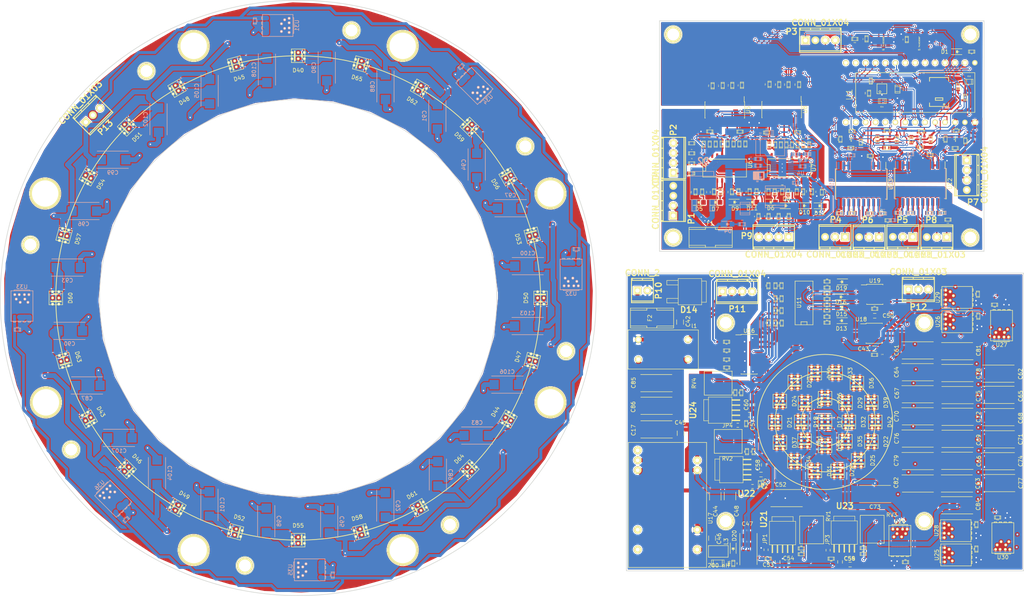
<source format=kicad_pcb>
(kicad_pcb (version 4) (host pcbnew 4.0.1-stable)
  (layers (0 F.Cu signal) (1 In1.Cu signal) (2 In2.Cu signal) (31 B.Cu signal) (34 B.Paste user) (35 F.Paste user) (36 B.SilkS user) (37 F.SilkS user) (38 B.Mask user) (39 F.Mask user) (44 Edge.Cuts user))
  (net 0 "")
  (net 1 "/Isolated Outputs/Vunreg")
  (net 2 "Net-(C3-Pad1)")
  (net 3 "/Isolated Comms/GND")
  (net 4 "Net-(C6-Pad1)")
  (net 5 "Net-(C6-Pad2)")
  (net 6 "/Isolated Outputs/+5Viso")
  (net 7 "/Isolated Comms/+5V")
  (net 8 "Net-(C21-Pad1)")
  (net 9 "Net-(C21-Pad2)")
  (net 10 "Net-(C22-Pad1)")
  (net 11 "Net-(C22-Pad2)")
  (net 12 "Net-(C23-Pad1)")
  (net 13 "Net-(C23-Pad2)")
  (net 14 "Net-(C24-Pad1)")
  (net 15 "Net-(C24-Pad2)")
  (net 16 "Net-(C25-Pad1)")
  (net 17 "Net-(C25-Pad2)")
  (net 18 "Net-(C26-Pad1)")
  (net 19 "Net-(C26-Pad2)")
  (net 20 "Net-(C27-Pad1)")
  (net 21 "/Isolated Comms/GNDiso")
  (net 22 "Net-(C28-Pad1)")
  (net 23 "Net-(C28-Pad2)")
  (net 24 "Net-(C29-Pad1)")
  (net 25 "Net-(C30-Pad1)")
  (net 26 "Net-(C30-Pad2)")
  (net 27 "Net-(C31-Pad1)")
  (net 28 "Net-(C32-Pad1)")
  (net 29 "Net-(C32-Pad2)")
  (net 30 "Net-(C37-Pad1)")
  (net 31 "Net-(C37-Pad2)")
  (net 32 "Net-(C38-Pad1)")
  (net 33 "Net-(C38-Pad2)")
  (net 34 "Net-(C39-Pad1)")
  (net 35 "Net-(C40-Pad1)")
  (net 36 "Net-(C40-Pad2)")
  (net 37 "Net-(D1-Pad2)")
  (net 38 "Net-(D2-Pad1)")
  (net 39 "Net-(D3-Pad2)")
  (net 40 "Net-(D4-Pad2)")
  (net 41 "Net-(D5-Pad2)")
  (net 42 "Net-(D6-Pad2)")
  (net 43 "Net-(D7-Pad2)")
  (net 44 "Net-(D8-Pad2)")
  (net 45 "Net-(D9-Pad2)")
  (net 46 "Net-(D10-Pad2)")
  (net 47 "Net-(D11-Pad2)")
  (net 48 "Net-(D12-Pad2)")
  (net 49 "/Isolated Outputs/UnregIn")
  (net 50 "Net-(P2-Pad4)")
  (net 51 "Net-(P2-Pad1)")
  (net 52 "Net-(P2-Pad2)")
  (net 53 "Net-(P2-Pad3)")
  (net 54 "/Isolated Outputs/CAM_TRIG_2")
  (net 55 "/Isolated Outputs/CAM_ISO_TRIG")
  (net 56 "/Isolated Outputs/CAM_TRIG_1")
  (net 57 "/Isolated Comms/TXout3")
  (net 58 "/Isolated Comms/TXout4")
  (net 59 "/Isolated Comms/TXout2")
  (net 60 "/Isolated Comms/ODROID_TX")
  (net 61 "/Isolated Comms/ODROID_RX")
  (net 62 "/Isolated Comms/TXout1")
  (net 63 "/Isolated Outputs/Out1")
  (net 64 "/Isolated Outputs/Out2")
  (net 65 "/Isolated Outputs/Out3")
  (net 66 "/Isolated Outputs/Out4")
  (net 67 "/Isolated Outputs/Out5")
  (net 68 "/Isolated Outputs/Out6")
  (net 69 "/Isolated Outputs/Out7")
  (net 70 "Net-(R10-Pad2)")
  (net 71 "Net-(R11-Pad1)")
  (net 72 "Net-(R12-Pad1)")
  (net 73 "Net-(R13-Pad1)")
  (net 74 "/Isolated Outputs/T1")
  (net 75 "Net-(R14-Pad2)")
  (net 76 "/Isolated Outputs/T2")
  (net 77 "Net-(R15-Pad2)")
  (net 78 "/Isolated Outputs/MCU_TRIG_4")
  (net 79 "Net-(R16-Pad2)")
  (net 80 "/Isolated Outputs/MCU_TRIG_3")
  (net 81 "Net-(R17-Pad2)")
  (net 82 "/Isolated Outputs/Vo11")
  (net 83 "Net-(R21-Pad2)")
  (net 84 "/Isolated Outputs/Vo12")
  (net 85 "Net-(R22-Pad2)")
  (net 86 "/Isolated Outputs/Vo21")
  (net 87 "Net-(R29-Pad2)")
  (net 88 "/Isolated Outputs/Vo22")
  (net 89 "Net-(R30-Pad2)")
  (net 90 "/Isolated Outputs/MCU_TRIG_6")
  (net 91 "Net-(R33-Pad2)")
  (net 92 "/Isolated Outputs/MCU_TRIG_8")
  (net 93 "Net-(R34-Pad2)")
  (net 94 "/Isolated Outputs/MCU_TRIG_5")
  (net 95 "Net-(R35-Pad2)")
  (net 96 "/Isolated Outputs/MCU_TRIG_7")
  (net 97 "Net-(R36-Pad2)")
  (net 98 "/Isolated Outputs/Vo31")
  (net 99 "Net-(R41-Pad2)")
  (net 100 "/Isolated Outputs/Vo32")
  (net 101 "Net-(R42-Pad2)")
  (net 102 "/Isolated Outputs/Vo41")
  (net 103 "Net-(R49-Pad2)")
  (net 104 "/Isolated Outputs/Vo42")
  (net 105 "Net-(R50-Pad2)")
  (net 106 /Sensors/SDA0)
  (net 107 /Sensors/SCL0)
  (net 108 "/Isolated Comms/TX0")
  (net 109 "/Isolated Outputs/MCU_TRIG_2")
  (net 110 "Net-(U1-Pad5)")
  (net 111 "/Isolated Comms/RX1")
  (net 112 "/Isolated Comms/TX1")
  (net 113 "Net-(U1-Pad11)")
  (net 114 "Net-(U1-Pad12)")
  (net 115 "Net-(U1-Pad13)")
  (net 116 "Net-(U1-Pad14)")
  (net 117 "Net-(U1-Pad16)")
  (net 118 "Net-(U1-Pad17)")
  (net 119 "Net-(U1-Pad21)")
  (net 120 "/Isolated Outputs/MCU_TRIG_1")
  (net 121 "Net-(U4-Pad3)")
  (net 122 "Net-(U4-Pad12)")
  (net 123 "Net-(U4-Pad13)")
  (net 124 "Net-(U4-Pad10)")
  (net 125 "Net-(U12-Pad1)")
  (net 126 "/Isolated Comms/RXin1")
  (net 127 "Net-(U13-Pad1)")
  (net 128 "/Isolated Comms/RX0")
  (net 129 "/Isolated Comms/RXin2")
  (net 130 "Net-(U14-Pad1)")
  (net 131 "/Isolated Comms/RXin3")
  (net 132 "Net-(U15-Pad1)")
  (net 133 "/Isolated Comms/RXin4")
  (net 134 "/Isolated Outputs/Out8")
  (net 135 "Net-(P9-Pad4)")
  (net 136 "Net-(P9-Pad1)")
  (net 137 "Net-(P9-Pad2)")
  (net 138 "Net-(P9-Pad3)")
  (net 139 "/Isolated Comms/RX2")
  (net 140 "/Isolated Comms/TX2")
  (net 141 "/LED-DC-DC/BF LED/+5Viso")
  (net 142 "/LED-DC-DC/BF LED/GNDiso")
  (net 143 "Net-(C17-Pad2)")
  (net 144 "Net-(C17-Pad1)")
  (net 145 /LED-DC-DC/GND)
  (net 146 "/LED-DC-DC/BF LED/Vled")
  (net 147 "/LED-DC-DC/DF PFA LED/Vled1")
  (net 148 "/LED-DC-DC/DF PFA LED/Vled2")
  (net 149 "/LED-DC-DC/DF PFA LED/Vled3")
  (net 150 "Net-(D13-Pad2)")
  (net 151 "Net-(D14-Pad1)")
  (net 152 "Net-(D15-Pad2)")
  (net 153 "Net-(D16-Pad2)")
  (net 154 "Net-(D17-Pad1)")
  (net 155 "Net-(D18-Pad1)")
  (net 156 "Net-(D19-Pad2)")
  (net 157 "Net-(D20-Pad2)")
  (net 158 "Net-(D21-Pad1)")
  (net 159 "Net-(F2-Pad1)")
  (net 160 "Net-(JP1-Pad2)")
  (net 161 "Net-(JP2-Pad2)")
  (net 162 "Net-(JP3-Pad2)")
  (net 163 "Net-(JP4-Pad2)")
  (net 164 /LED-DC-DC/T1)
  (net 165 /LED-DC-DC/T4)
  (net 166 /LED-DC-DC/T3)
  (net 167 /LED-DC-DC/T2)
  (net 168 "Net-(R61-Pad2)")
  (net 169 "Net-(R62-Pad2)")
  (net 170 "Net-(R63-Pad2)")
  (net 171 "Net-(R64-Pad2)")
  (net 172 /LED-DC-DC/Vo11)
  (net 173 "Net-(R65-Pad2)")
  (net 174 /LED-DC-DC/Out1)
  (net 175 /LED-DC-DC/Vo21)
  (net 176 "Net-(R69-Pad2)")
  (net 177 /LED-DC-DC/Out2)
  (net 178 /LED-DC-DC/Vo31)
  (net 179 "Net-(R73-Pad2)")
  (net 180 /LED-DC-DC/Out3)
  (net 181 /LED-DC-DC/Vo41)
  (net 182 "Net-(R77-Pad2)")
  (net 183 /LED-DC-DC/Out4)
  (net 184 "/LED-DC-DC/BF LED/Drv1")
  (net 185 "Net-(R85-Pad2)")
  (net 186 "Net-(R86-Pad1)")
  (net 187 "Net-(R90-Pad2)")
  (net 188 "Net-(R91-Pad2)")
  (net 189 "Net-(R92-Pad2)")
  (net 190 "Net-(R93-Pad1)")
  (net 191 "Net-(R94-Pad1)")
  (net 192 "Net-(R95-Pad1)")
  (net 193 "/LED-DC-DC/DF PFA LED/Drv2")
  (net 194 "/LED-DC-DC/DF PFA LED/Drv3")
  (net 195 "Net-(RV1-Pad3)")
  (net 196 "Net-(RV2-Pad3)")
  (net 197 "Net-(RV3-Pad3)")
  (net 198 "Net-(RV4-Pad3)")
  (net 199 "Net-(U18-Pad1)")
  (net 200 "Net-(U18-Pad8)")
  (net 201 "Net-(U19-Pad1)")
  (net 202 "Net-(U19-Pad8)")
  (net 203 "Net-(C42-Pad2)")
  (net 204 "Net-(C46-Pad1)")
  (net 205 "Net-(U17-Pad1)")
  (net 206 "Net-(U17-Pad9)")
  (net 207 "Net-(U17-Pad11)")
  (net 208 "Net-(C67-Pad2)")
  (net 209 "/LED-DC-DC/DF PFA LED/Drv4")
  (net 210 "/LED-DC-DC/Df Ring/GNDiso")
  (net 211 "/LED-DC-DC/Df Ring/Vled2")
  (net 212 "Net-(D40-Pad1)")
  (net 213 "/LED-DC-DC/Df Ring/Drv4")
  (net 214 "/Isolated Comms/+3.3V")
  (net 215 "/Isolated Comms/ODROID_1.8V")
  (net 216 "/Isolated Comms/TX0_5V")
  (net 217 "/Isolated Comms/TX2_5V")
  (net 218 "/Isolated Comms/RX0_5V")
  (net 219 "/Isolated Comms/RX2_5V")
  (net 220 "/Isolated Comms/ODROID_TX_5V")
  (net 221 "/Isolated Comms/TX1_5V")
  (net 222 "/Isolated Comms/ODROID_RX_5V")
  (net 223 "/Isolated Comms/RX1_5V")
  (module Connect:1pin (layer F.Cu) (at 160.51 101.93)
    (fp_text reference "" (at 0 -3.048) (layer F.SilkS))
    (fp_text value "")
    (pad 1 thru_hole circle (at 0 0) (size 4.064 4.064) (drill 3.0988) (layers *.Cu *.Mask F.SilkS))
  )
  (module Connect:1pin (layer F.Cu) (at 78.37 156.81)
    (fp_text reference "" (at 0 -3.048) (layer F.SilkS))
    (fp_text value "")
    (pad 1 thru_hole circle (at 0 0) (size 4.064 4.064) (drill 3.0988) (layers *.Cu *.Mask F.SilkS))
  )
  (module Connect:1pin (layer F.Cu) (at 23.49 74.67)
    (fp_text reference "" (at 0 -3.048) (layer F.SilkS))
    (fp_text value "")
    (pad 1 thru_hole circle (at 0 0) (size 4.064 4.064) (drill 3.0988) (layers *.Cu *.Mask F.SilkS))
  )
  (module Connect:1pin (layer F.Cu) (at 53.19 30.22)
    (fp_text reference "" (at 0 -3.048) (layer F.SilkS))
    (fp_text value "")
    (pad 1 thru_hole circle (at 0 0) (size 4.064 4.064) (drill 3.0988) (layers *.Cu *.Mask F.SilkS))
  )
  (module Connect:1pin (layer F.Cu) (at 130.81 146.38)
    (fp_text reference "" (at 0 -3.048) (layer F.SilkS))
    (fp_text value "")
    (pad 1 thru_hole circle (at 0 0) (size 4.064 4.064) (drill 3.0988) (layers *.Cu *.Mask F.SilkS))
  )
  (module Connect:1pin (layer F.Cu) (at 33.92 127.11)
    (fp_text reference "" (at 0 -3.048) (layer F.SilkS))
    (fp_text value "")
    (pad 1 thru_hole circle (at 0 0) (size 4.064 4.064) (drill 3.0988) (layers *.Cu *.Mask F.SilkS))
  )
  (module SPCInterfaceBoard-SPCPWSSC:qtr-clearancehole (layer F.Cu) (at 156.53 61.57)
    (fp_text reference "" (at 0 -3.048) (layer F.SilkS))
    (fp_text value "")
    (pad 1 thru_hole circle (at 0 0) (size 7.76 7.76) (drill 6.76) (layers *.Cu *.Mask F.SilkS))
  )
  (module SPCInterfaceBoard-SPCPWSSC:qtr-clearancehole (layer F.Cu) (at 65.27 152.83)
    (fp_text reference "" (at 0 -3.048) (layer F.SilkS))
    (fp_text value "")
    (pad 1 thru_hole circle (at 0 0) (size 7.76 7.76) (drill 6.76) (layers *.Cu *.Mask F.SilkS))
  )
  (module SPCInterfaceBoard-SPCPWSSC:qtr-clearancehole (layer F.Cu) (at 118.73 152.83)
    (fp_text reference "" (at 0 -3.048) (layer F.SilkS))
    (fp_text value "")
    (pad 1 thru_hole circle (at 0 0) (size 7.76 7.76) (drill 6.76) (layers *.Cu *.Mask F.SilkS))
  )
  (module SPCInterfaceBoard-SPCPWSSC:qtr-clearancehole (layer F.Cu) (at 118.73 23.77)
    (fp_text reference "" (at 0 -3.048) (layer F.SilkS))
    (fp_text value "")
    (pad 1 thru_hole circle (at 0 0) (size 7.76 7.76) (drill 6.76) (layers *.Cu *.Mask F.SilkS))
  )
  (module SPCInterfaceBoard-SPCPWSSC:qtr-clearancehole (layer F.Cu) (at 156.53 115.03)
    (fp_text reference "" (at 0 -3.048) (layer F.SilkS))
    (fp_text value "")
    (pad 1 thru_hole circle (at 0 0) (size 7.76 7.76) (drill 6.76) (layers *.Cu *.Mask F.SilkS))
  )
  (module SPCInterfaceBoard-SPCPWSSC:qtr-clearancehole (layer F.Cu) (at 65.27 23.77)
    (fp_text reference "" (at 0 -3.048) (layer F.SilkS))
    (fp_text value "")
    (pad 1 thru_hole circle (at 0 0) (size 7.76 7.76) (drill 6.76) (layers *.Cu *.Mask F.SilkS))
  )
  (module SPCInterfaceBoard-SPCPWSSC:qtr-clearancehole (layer F.Cu) (at 27.27 61.57)
    (fp_text reference "" (at 0 -3.048) (layer F.SilkS))
    (fp_text value "")
    (pad 1 thru_hole circle (at 0 0) (size 7.76 7.76) (drill 6.76) (layers *.Cu *.Mask F.SilkS))
  )
  (module Connect:1pin (layer F.Cu) (at 105.63 19.79)
    (fp_text reference "" (at 0 -3.048) (layer F.SilkS))
    (fp_text value "")
    (pad 1 thru_hole circle (at 0 0) (size 4.064 4.064) (drill 3.0988) (layers *.Cu *.Mask F.SilkS))
  )
  (module Connect:1pin (layer F.Cu) (at 150.08 49.49)
    (fp_text reference "" (at 0 -3.048) (layer F.SilkS))
    (fp_text value "")
    (pad 1 thru_hole circle (at 0 0) (size 4.064 4.064) (drill 3.0988) (layers *.Cu *.Mask F.SilkS))
  )
  (module Teensy3:Teensy-3.1 (layer F.Cu) (at 262.5338 28.0913 180)
    (fp_text reference U1 (at 29.54528 -8.15086 270) (layer F.SilkS) (effects (font (size 1.5 1.5))))
    (fp_text value Teensy_3.1)
    (pad 0 thru_hole circle (at 0 0 180) (size 1.397 1.397) (drill 0.8) (layers *.Cu *.Mask F.SilkS) (net 128 "/Isolated Comms/RX0"))
    (pad 1 thru_hole circle (at 2.54 0 180) (size 1.397 1.397) (drill 0.8) (layers *.Cu *.Mask F.SilkS) (net 108 "/Isolated Comms/TX0"))
    (pad 2 thru_hole circle (at 5.08 0 180) (size 1.397 1.397) (drill 0.8) (layers *.Cu *.Mask F.SilkS) (net 120 "/Isolated Outputs/MCU_TRIG_1"))
    (pad 3 thru_hole circle (at 7.62 0 180) (size 1.397 1.397) (drill 0.8) (layers *.Cu *.Mask F.SilkS) (net 109 "/Isolated Outputs/MCU_TRIG_2"))
    (pad 4 thru_hole circle (at 10.16 0 180) (size 1.397 1.397) (drill 0.8) (layers *.Cu *.Mask F.SilkS) (net 80 "/Isolated Outputs/MCU_TRIG_3"))
    (pad 5 thru_hole circle (at 12.7 0 180) (size 1.397 1.397) (drill 0.8) (layers *.Cu *.Mask F.SilkS) (net 110 "Net-(U1-Pad5)"))
    (pad 6 thru_hole circle (at 15.24 0 180) (size 1.397 1.397) (drill 0.8) (layers *.Cu *.Mask F.SilkS) (net 78 "/Isolated Outputs/MCU_TRIG_4"))
    (pad 7 thru_hole circle (at 17.78 0 180) (size 1.397 1.397) (drill 0.8) (layers *.Cu *.Mask F.SilkS) (net 139 "/Isolated Comms/RX2"))
    (pad 8 thru_hole circle (at 20.32 0 180) (size 1.397 1.397) (drill 0.8) (layers *.Cu *.Mask F.SilkS) (net 140 "/Isolated Comms/TX2"))
    (pad 9 thru_hole circle (at 22.86 0 180) (size 1.397 1.397) (drill 0.8) (layers *.Cu *.Mask F.SilkS) (net 111 "/Isolated Comms/RX1"))
    (pad 10 thru_hole circle (at 25.4 0 180) (size 1.397 1.397) (drill 0.8) (layers *.Cu *.Mask F.SilkS) (net 112 "/Isolated Comms/TX1"))
    (pad 11 thru_hole circle (at 27.94 0 180) (size 1.397 1.397) (drill 0.8) (layers *.Cu *.Mask F.SilkS) (net 113 "Net-(U1-Pad11)"))
    (pad 12 thru_hole circle (at 30.48 0 180) (size 1.397 1.397) (drill 0.8) (layers *.Cu *.Mask F.SilkS) (net 114 "Net-(U1-Pad12)"))
    (pad 13 thru_hole circle (at 30.48 -15.24 180) (size 1.397 1.397) (drill 0.8) (layers *.Cu *.Mask F.SilkS) (net 115 "Net-(U1-Pad13)"))
    (pad 14 thru_hole circle (at 27.94 -15.24 180) (size 1.397 1.397) (drill 0.8) (layers *.Cu *.Mask F.SilkS) (net 116 "Net-(U1-Pad14)"))
    (pad 15 thru_hole circle (at 25.4 -15.24 180) (size 1.397 1.397) (drill 0.8) (layers *.Cu *.Mask F.SilkS) (net 92 "/Isolated Outputs/MCU_TRIG_8"))
    (pad 16 thru_hole circle (at 22.86 -15.24 180) (size 1.397 1.397) (drill 0.8) (layers *.Cu *.Mask F.SilkS) (net 117 "Net-(U1-Pad16)"))
    (pad 17 thru_hole circle (at 20.32 -15.24 180) (size 1.397 1.397) (drill 0.8) (layers *.Cu *.Mask F.SilkS) (net 118 "Net-(U1-Pad17)"))
    (pad 18 thru_hole circle (at 17.78 -15.24 180) (size 1.397 1.397) (drill 0.8) (layers *.Cu *.Mask F.SilkS) (net 106 /Sensors/SDA0))
    (pad 19 thru_hole circle (at 15.24 -15.24 180) (size 1.397 1.397) (drill 0.8) (layers *.Cu *.Mask F.SilkS) (net 107 /Sensors/SCL0))
    (pad 20 thru_hole circle (at 12.7 -15.24 180) (size 1.397 1.397) (drill 0.8) (layers *.Cu *.Mask F.SilkS) (net 96 "/Isolated Outputs/MCU_TRIG_7"))
    (pad 21 thru_hole circle (at 10.16 -15.24 180) (size 1.397 1.397) (drill 0.8) (layers *.Cu *.Mask F.SilkS) (net 119 "Net-(U1-Pad21)"))
    (pad 22 thru_hole circle (at 7.62 -15.24 180) (size 1.397 1.397) (drill 0.8) (layers *.Cu *.Mask F.SilkS) (net 90 "/Isolated Outputs/MCU_TRIG_6"))
    (pad 23 thru_hole circle (at 5.08 -15.24 180) (size 1.397 1.397) (drill 0.8) (layers *.Cu *.Mask F.SilkS) (net 94 "/Isolated Outputs/MCU_TRIG_5"))
    (pad 24 thru_hole circle (at 2.54 -15.24 180) (size 1.397 1.397) (drill 0.8) (layers *.Cu *.Mask F.SilkS) (net 214 "/Isolated Comms/+3.3V"))
    (pad 25 thru_hole circle (at 0 -15.24 180) (size 1.397 1.397) (drill 0.8) (layers *.Cu *.Mask F.SilkS) (net 3 "/Isolated Comms/GND"))
    (pad 26 thru_hole circle (at -2.54 -15.24 180) (size 1.397 1.397) (drill 0.8) (layers *.Cu *.Mask F.SilkS) (net 7 "/Isolated Comms/+5V"))
    (pad 27 thru_hole circle (at -2.54 0 180) (size 1.397 1.397) (drill 0.8) (layers *.Cu *.Mask F.SilkS) (net 3 "/Isolated Comms/GND"))
  )
  (module Housings_SOIC:SOIC-20_7.5x12.8mm_Pitch1.27mm (layer F.Cu) (at 236.0797 59.19614 270)
    (fp_text reference U13 (at 0 -7.5 270) (layer F.SilkS))
    (fp_text value ADM3251E)
    (pad 1 smd rect (at -4.7 -5.715 270) (size 1.95 0.6) (layers F.Cu F.Paste F.Mask) (net 127 "Net-(U13-Pad1)"))
    (pad 2 smd rect (at -4.7 -4.445 270) (size 1.95 0.6) (layers F.Cu F.Paste F.Mask) (net 7 "/Isolated Comms/+5V"))
    (pad 3 smd rect (at -4.7 -3.175 270) (size 1.95 0.6) (layers F.Cu F.Paste F.Mask) (net 7 "/Isolated Comms/+5V"))
    (pad 4 smd rect (at -4.7 -1.905 270) (size 1.95 0.6) (layers F.Cu F.Paste F.Mask) (net 3 "/Isolated Comms/GND"))
    (pad 5 smd rect (at -4.7 -0.635 270) (size 1.95 0.6) (layers F.Cu F.Paste F.Mask) (net 3 "/Isolated Comms/GND"))
    (pad 6 smd rect (at -4.7 0.635 270) (size 1.95 0.6) (layers F.Cu F.Paste F.Mask) (net 3 "/Isolated Comms/GND"))
    (pad 7 smd rect (at -4.7 1.905 270) (size 1.95 0.6) (layers F.Cu F.Paste F.Mask) (net 3 "/Isolated Comms/GND"))
    (pad 8 smd rect (at -4.7 3.175 270) (size 1.95 0.6) (layers F.Cu F.Paste F.Mask) (net 218 "/Isolated Comms/RX0_5V"))
    (pad 9 smd rect (at -4.7 4.445 270) (size 1.95 0.6) (layers F.Cu F.Paste F.Mask) (net 216 "/Isolated Comms/TX0_5V"))
    (pad 10 smd rect (at -4.7 5.715 270) (size 1.95 0.6) (layers F.Cu F.Paste F.Mask) (net 3 "/Isolated Comms/GND"))
    (pad 11 smd rect (at 4.7 5.715 270) (size 1.95 0.6) (layers F.Cu F.Paste F.Mask) (net 21 "/Isolated Comms/GNDiso"))
    (pad 12 smd rect (at 4.7 4.445 270) (size 1.95 0.6) (layers F.Cu F.Paste F.Mask) (net 24 "Net-(C29-Pad1)"))
    (pad 13 smd rect (at 4.7 3.175 270) (size 1.95 0.6) (layers F.Cu F.Paste F.Mask) (net 11 "Net-(C22-Pad2)"))
    (pad 14 smd rect (at 4.7 1.905 270) (size 1.95 0.6) (layers F.Cu F.Paste F.Mask) (net 10 "Net-(C22-Pad1)"))
    (pad 15 smd rect (at 4.7 0.635 270) (size 1.95 0.6) (layers F.Cu F.Paste F.Mask) (net 129 "/Isolated Comms/RXin2"))
    (pad 16 smd rect (at 4.7 -0.635 270) (size 1.95 0.6) (layers F.Cu F.Paste F.Mask) (net 59 "/Isolated Comms/TXout2"))
    (pad 17 smd rect (at 4.7 -1.905 270) (size 1.95 0.6) (layers F.Cu F.Paste F.Mask) (net 26 "Net-(C30-Pad2)"))
    (pad 18 smd rect (at 4.7 -3.175 270) (size 1.95 0.6) (layers F.Cu F.Paste F.Mask) (net 25 "Net-(C30-Pad1)"))
    (pad 19 smd rect (at 4.7 -4.445 270) (size 1.95 0.6) (layers F.Cu F.Paste F.Mask) (net 17 "Net-(C25-Pad2)"))
    (pad 20 smd rect (at 4.7 -5.715 270) (size 1.95 0.6) (layers F.Cu F.Paste F.Mask) (net 16 "Net-(C25-Pad1)"))
  )
  (module w_smd_cap:c_tant_X (layer B.Cu) (at 212.731798 49.748998 180)
    (fp_text reference C1 (at -5.04444 0.2032 450) (layer B.SilkS) (effects (font (size 0.50038 0.50038) (thickness 0.11938)) (justify mirror)))
    (fp_text value "22 uF" hide)
    (pad 1 smd rect (at 2.99974 0 180) (size 2.55016 2.70002) (layers B.Cu B.Paste B.Mask) (net 1 "/Isolated Outputs/Vunreg"))
    (pad 2 smd rect (at -2.99974 0 180) (size 2.55016 3.79984) (layers B.Cu B.Paste B.Mask) (net 21 "/Isolated Comms/GNDiso"))
  )
  (module w_smd_cap:c_0805 (layer B.Cu) (at 212.55168 46.04656 180)
    (fp_text reference C2 (at 2.3495 -0.0762 180) (layer B.SilkS) (effects (font (size 0.29972 0.29972) (thickness 0.06096)) (justify mirror)))
    (fp_text value "2.2 uF" hide)
    (pad 1 smd rect (at 0.9525 0 180) (size 1.30048 1.4986) (layers B.Cu B.Paste B.Mask) (net 1 "/Isolated Outputs/Vunreg"))
    (pad 2 smd rect (at -0.9525 0 180) (size 1.30048 1.4986) (layers B.Cu B.Paste B.Mask) (net 21 "/Isolated Comms/GNDiso"))
  )
  (module w_smd_cap:c_0603 (layer B.Cu) (at 222.348238 51.450798 180)
    (fp_text reference C3 (at 0.017558 1.073538 180) (layer B.SilkS) (effects (font (size 0.20066 0.20066) (thickness 0.04064)) (justify mirror)))
    (fp_text value "470 pF" hide)
    (pad 1 smd rect (at 0.75184 0 180) (size 0.89916 1.00076) (layers B.Cu B.Paste B.Mask) (net 2 "Net-(C3-Pad1)"))
    (pad 2 smd rect (at -0.75184 0 180) (size 0.89916 1.00076) (layers B.Cu B.Paste B.Mask) (net 21 "/Isolated Comms/GNDiso"))
  )
  (module w_smd_cap:c_0603 (layer F.Cu) (at 237.38272 21.9572 90)
    (fp_text reference C4 (at -0.04064 -0.9144 90) (layer F.SilkS) (effects (font (size 0.20066 0.20066) (thickness 0.04064))))
    (fp_text value "0.1 uF 25V" hide)
    (pad 1 smd rect (at 0.75184 0 90) (size 0.89916 1.00076) (layers F.Cu F.Paste F.Mask) (net 214 "/Isolated Comms/+3.3V"))
    (pad 2 smd rect (at -0.75184 0 90) (size 0.89916 1.00076) (layers F.Cu F.Paste F.Mask) (net 3 "/Isolated Comms/GND"))
  )
  (module w_smd_cap:c_0603 (layer F.Cu) (at 247.6748 22.14516 270)
    (fp_text reference C5 (at 0 0.9525 270) (layer F.SilkS) (effects (font (size 0.20066 0.20066) (thickness 0.04064))))
    (fp_text value "0.1 uF 25V" hide)
    (pad 1 smd rect (at 0.75184 0 270) (size 0.89916 1.00076) (layers F.Cu F.Paste F.Mask) (net 214 "/Isolated Comms/+3.3V"))
    (pad 2 smd rect (at -0.75184 0 270) (size 0.89916 1.00076) (layers F.Cu F.Paste F.Mask) (net 3 "/Isolated Comms/GND"))
  )
  (module w_smd_cap:c_0603 (layer B.Cu) (at 219.236738 58.816798 180)
    (fp_text reference C6 (at 0 0.946538 180) (layer B.SilkS) (effects (font (size 0.20066 0.20066) (thickness 0.04064)) (justify mirror)))
    (fp_text value "0.22 uF" hide)
    (pad 1 smd rect (at 0.75184 0 180) (size 0.89916 1.00076) (layers B.Cu B.Paste B.Mask) (net 4 "Net-(C6-Pad1)"))
    (pad 2 smd rect (at -0.75184 0 180) (size 0.89916 1.00076) (layers B.Cu B.Paste B.Mask) (net 5 "Net-(C6-Pad2)"))
  )
  (module w_smd_cap:c_1210 (layer B.Cu) (at 206.282738 65.420798 270)
    (fp_text reference C7 (at 0.005962 -2.077942 270) (layer B.SilkS) (effects (font (size 0.50038 0.50038) (thickness 0.11938)) (justify mirror)))
    (fp_text value "10 uF" hide)
    (pad 1 smd rect (at 1.397 0 270) (size 1.6002 2.6924) (layers B.Cu B.Paste B.Mask) (net 6 "/Isolated Outputs/+5Viso"))
    (pad 2 smd rect (at -1.397 0 270) (size 1.6002 2.6924) (layers B.Cu B.Paste B.Mask) (net 21 "/Isolated Comms/GNDiso"))
  )
  (module w_smd_cap:c_0603 (layer F.Cu) (at 197.27612 45.69096)
    (fp_text reference C8 (at 0.03556 -0.9652) (layer F.SilkS) (effects (font (size 0.20066 0.20066) (thickness 0.04064))))
    (fp_text value "0.1 uF 25V" hide)
    (pad 1 smd rect (at 0.75184 0) (size 0.89916 1.00076) (layers F.Cu F.Paste F.Mask) (net 6 "/Isolated Outputs/+5Viso"))
    (pad 2 smd rect (at -0.75184 0) (size 0.89916 1.00076) (layers F.Cu F.Paste F.Mask) (net 21 "/Isolated Comms/GNDiso"))
  )
  (module w_smd_cap:c_0603 (layer F.Cu) (at 205.01042 45.72906)
    (fp_text reference C9 (at 0 -1.0033) (layer F.SilkS) (effects (font (size 0.20066 0.20066) (thickness 0.04064))))
    (fp_text value "0.1 uF 25V" hide)
    (pad 1 smd rect (at 0.75184 0) (size 0.89916 1.00076) (layers F.Cu F.Paste F.Mask) (net 21 "/Isolated Comms/GNDiso"))
    (pad 2 smd rect (at -0.75184 0) (size 0.89916 1.00076) (layers F.Cu F.Paste F.Mask) (net 6 "/Isolated Outputs/+5Viso"))
  )
  (module w_smd_cap:c_0603 (layer F.Cu) (at 211.83032 45.95766)
    (fp_text reference C10 (at 0.02286 -0.9779) (layer F.SilkS) (effects (font (size 0.20066 0.20066) (thickness 0.04064))))
    (fp_text value "0.1 uF 25V" hide)
    (pad 1 smd rect (at 0.75184 0) (size 0.89916 1.00076) (layers F.Cu F.Paste F.Mask) (net 6 "/Isolated Outputs/+5Viso"))
    (pad 2 smd rect (at -0.75184 0) (size 0.89916 1.00076) (layers F.Cu F.Paste F.Mask) (net 21 "/Isolated Comms/GNDiso"))
  )
  (module w_smd_cap:c_0603 (layer F.Cu) (at 219.71448 45.89416)
    (fp_text reference C11 (at -0.0508 -0.9779) (layer F.SilkS) (effects (font (size 0.20066 0.20066) (thickness 0.04064))))
    (fp_text value "0.1 uF 25V" hide)
    (pad 1 smd rect (at 0.75184 0) (size 0.89916 1.00076) (layers F.Cu F.Paste F.Mask) (net 21 "/Isolated Comms/GNDiso"))
    (pad 2 smd rect (at -0.75184 0) (size 0.89916 1.00076) (layers F.Cu F.Paste F.Mask) (net 6 "/Isolated Outputs/+5Viso"))
  )
  (module w_smd_cap:c_0805 (layer F.Cu) (at 245.2999 34.835 270)
    (fp_text reference C12 (at 0 -1.4859 270) (layer F.SilkS) (effects (font (size 0.29972 0.29972) (thickness 0.06096))))
    (fp_text value "100nF 50V X7R" hide)
    (pad 1 smd rect (at 0.9525 0 270) (size 1.30048 1.4986) (layers F.Cu F.Paste F.Mask) (net 3 "/Isolated Comms/GND"))
    (pad 2 smd rect (at -0.9525 0 270) (size 1.30048 1.4986) (layers F.Cu F.Paste F.Mask) (net 214 "/Isolated Comms/+3.3V"))
  )
  (module w_smd_cap:c_0805 (layer F.Cu) (at 263.5879 32.9681)
    (fp_text reference C13 (at 0 -1.397) (layer F.SilkS) (effects (font (size 0.29972 0.29972) (thickness 0.06096))))
    (fp_text value "100nF 50V X7R" hide)
    (pad 1 smd rect (at 0.9525 0) (size 1.30048 1.4986) (layers F.Cu F.Paste F.Mask) (net 3 "/Isolated Comms/GND"))
    (pad 2 smd rect (at -0.9525 0) (size 1.30048 1.4986) (layers F.Cu F.Paste F.Mask) (net 214 "/Isolated Comms/+3.3V"))
  )
  (module w_smd_cap:c_0805 (layer F.Cu) (at 241.4264 37.8957 180)
    (fp_text reference C14 (at 0.1016 -1.4859 180) (layer F.SilkS) (effects (font (size 0.29972 0.29972) (thickness 0.06096))))
    (fp_text value "100nF 50V X7R" hide)
    (pad 1 smd rect (at 0.9525 0 180) (size 1.30048 1.4986) (layers F.Cu F.Paste F.Mask) (net 3 "/Isolated Comms/GND"))
    (pad 2 smd rect (at -0.9525 0 180) (size 1.30048 1.4986) (layers F.Cu F.Paste F.Mask) (net 214 "/Isolated Comms/+3.3V"))
  )
  (module w_smd_cap:c_0603 (layer F.Cu) (at 253.63618 51.69806 180)
    (fp_text reference C18 (at 0 -0.9652 180) (layer F.SilkS) (effects (font (size 0.20066 0.20066) (thickness 0.04064))))
    (fp_text value "0.1 uF 25V" hide)
    (pad 1 smd rect (at 0.75184 0 180) (size 0.89916 1.00076) (layers F.Cu F.Paste F.Mask) (net 3 "/Isolated Comms/GND"))
    (pad 2 smd rect (at -0.75184 0 180) (size 0.89916 1.00076) (layers F.Cu F.Paste F.Mask) (net 7 "/Isolated Comms/+5V"))
  )
  (module w_smd_cap:c_0603 (layer F.Cu) (at 238.35554 51.93936 180)
    (fp_text reference C19 (at 0 -0.635 180) (layer F.SilkS) (effects (font (size 0.20066 0.20066) (thickness 0.04064))))
    (fp_text value "0.1 uF 25V" hide)
    (pad 1 smd rect (at 0.75184 0 180) (size 0.89916 1.00076) (layers F.Cu F.Paste F.Mask) (net 3 "/Isolated Comms/GND"))
    (pad 2 smd rect (at -0.75184 0 180) (size 0.89916 1.00076) (layers F.Cu F.Paste F.Mask) (net 7 "/Isolated Comms/+5V"))
  )
  (module w_smd_cap:c_0603 (layer B.Cu) (at 233.611526 51.783968)
    (fp_text reference C20 (at 0 0.942792) (layer B.SilkS) (effects (font (size 0.20066 0.20066) (thickness 0.04064)) (justify mirror)))
    (fp_text value "0.1 uF 25V" hide)
    (pad 1 smd rect (at 0.75184 0) (size 0.89916 1.00076) (layers B.Cu B.Paste B.Mask) (net 3 "/Isolated Comms/GND"))
    (pad 2 smd rect (at -0.75184 0) (size 0.89916 1.00076) (layers B.Cu B.Paste B.Mask) (net 7 "/Isolated Comms/+5V"))
  )
  (module w_smd_cap:c_0603 (layer F.Cu) (at 248.62984 66.51896)
    (fp_text reference C21 (at 0 -0.9652) (layer F.SilkS) (effects (font (size 0.20066 0.20066) (thickness 0.04064))))
    (fp_text value "0.1 uF 25V" hide)
    (pad 1 smd rect (at 0.75184 0) (size 0.89916 1.00076) (layers F.Cu F.Paste F.Mask) (net 8 "Net-(C21-Pad1)"))
    (pad 2 smd rect (at -0.75184 0) (size 0.89916 1.00076) (layers F.Cu F.Paste F.Mask) (net 9 "Net-(C21-Pad2)"))
  )
  (module w_smd_cap:c_0603 (layer F.Cu) (at 233.64892 66.53166)
    (fp_text reference C22 (at 0 -0.9779) (layer F.SilkS) (effects (font (size 0.20066 0.20066) (thickness 0.04064))))
    (fp_text value "0.1 uF 25V" hide)
    (pad 1 smd rect (at 0.75184 0) (size 0.89916 1.00076) (layers F.Cu F.Paste F.Mask) (net 10 "Net-(C22-Pad1)"))
    (pad 2 smd rect (at -0.75184 0) (size 0.89916 1.00076) (layers F.Cu F.Paste F.Mask) (net 11 "Net-(C22-Pad2)"))
  )
  (module w_smd_cap:c_0603 (layer B.Cu) (at 238.470546 66.693768 180)
    (fp_text reference C23 (at 0.201366 1.013008 180) (layer B.SilkS) (effects (font (size 0.20066 0.20066) (thickness 0.04064)) (justify mirror)))
    (fp_text value "0.1 uF 25V" hide)
    (pad 1 smd rect (at 0.75184 0 180) (size 0.89916 1.00076) (layers B.Cu B.Paste B.Mask) (net 12 "Net-(C23-Pad1)"))
    (pad 2 smd rect (at -0.75184 0 180) (size 0.89916 1.00076) (layers B.Cu B.Paste B.Mask) (net 13 "Net-(C23-Pad2)"))
  )
  (module w_smd_cap:c_0603 (layer F.Cu) (at 256.64862 66.54436)
    (fp_text reference C24 (at -0.02794 -0.9906) (layer F.SilkS) (effects (font (size 0.20066 0.20066) (thickness 0.04064))))
    (fp_text value "0.1 uF 25V" hide)
    (pad 1 smd rect (at 0.75184 0) (size 0.89916 1.00076) (layers F.Cu F.Paste F.Mask) (net 14 "Net-(C24-Pad1)"))
    (pad 2 smd rect (at -0.75184 0) (size 0.89916 1.00076) (layers F.Cu F.Paste F.Mask) (net 15 "Net-(C24-Pad2)"))
  )
  (module w_smd_cap:c_0603 (layer F.Cu) (at 241.40862 66.60786)
    (fp_text reference C25 (at -0.21844 -0.9271) (layer F.SilkS) (effects (font (size 0.20066 0.20066) (thickness 0.04064))))
    (fp_text value "0.1 uF 25V" hide)
    (pad 1 smd rect (at 0.75184 0) (size 0.89916 1.00076) (layers F.Cu F.Paste F.Mask) (net 16 "Net-(C25-Pad1)"))
    (pad 2 smd rect (at -0.75184 0) (size 0.89916 1.00076) (layers F.Cu F.Paste F.Mask) (net 17 "Net-(C25-Pad2)"))
  )
  (module w_smd_cap:c_0603 (layer B.Cu) (at 230.431446 66.719168 180)
    (fp_text reference C26 (at 0.099766 1.101908 180) (layer B.SilkS) (effects (font (size 0.20066 0.20066) (thickness 0.04064)) (justify mirror)))
    (fp_text value "0.1 uF 25V" hide)
    (pad 1 smd rect (at 0.75184 0 180) (size 0.89916 1.00076) (layers B.Cu B.Paste B.Mask) (net 18 "Net-(C26-Pad1)"))
    (pad 2 smd rect (at -0.75184 0 180) (size 0.89916 1.00076) (layers B.Cu B.Paste B.Mask) (net 19 "Net-(C26-Pad2)"))
  )
  (module w_smd_cap:c_0603 (layer F.Cu) (at 245.56914 66.50626)
    (fp_text reference C27 (at 0 -0.9525) (layer F.SilkS) (effects (font (size 0.20066 0.20066) (thickness 0.04064))))
    (fp_text value "0.1 uF 25V" hide)
    (pad 1 smd rect (at 0.75184 0) (size 0.89916 1.00076) (layers F.Cu F.Paste F.Mask) (net 20 "Net-(C27-Pad1)"))
    (pad 2 smd rect (at -0.75184 0) (size 0.89916 1.00076) (layers F.Cu F.Paste F.Mask) (net 21 "/Isolated Comms/GNDiso"))
  )
  (module w_smd_cap:c_0603 (layer F.Cu) (at 253.54474 66.54436)
    (fp_text reference C28 (at -0.03556 -0.9906) (layer F.SilkS) (effects (font (size 0.20066 0.20066) (thickness 0.04064))))
    (fp_text value "0.1 uF 25V" hide)
    (pad 1 smd rect (at 0.75184 0) (size 0.89916 1.00076) (layers F.Cu F.Paste F.Mask) (net 22 "Net-(C28-Pad1)"))
    (pad 2 smd rect (at -0.75184 0) (size 0.89916 1.00076) (layers F.Cu F.Paste F.Mask) (net 23 "Net-(C28-Pad2)"))
  )
  (module w_smd_cap:c_0603 (layer F.Cu) (at 230.53742 66.53166)
    (fp_text reference C29 (at -0.07874 -0.9144) (layer F.SilkS) (effects (font (size 0.20066 0.20066) (thickness 0.04064))))
    (fp_text value "0.1 uF 25V" hide)
    (pad 1 smd rect (at 0.75184 0) (size 0.89916 1.00076) (layers F.Cu F.Paste F.Mask) (net 24 "Net-(C29-Pad1)"))
    (pad 2 smd rect (at -0.75184 0) (size 0.89916 1.00076) (layers F.Cu F.Paste F.Mask) (net 21 "/Isolated Comms/GNDiso"))
  )
  (module w_smd_cap:c_0603 (layer F.Cu) (at 238.24124 66.60786)
    (fp_text reference C30 (at 0.02794 -0.9271) (layer F.SilkS) (effects (font (size 0.20066 0.20066) (thickness 0.04064))))
    (fp_text value "0.1 uF 25V" hide)
    (pad 1 smd rect (at 0.75184 0) (size 0.89916 1.00076) (layers F.Cu F.Paste F.Mask) (net 25 "Net-(C30-Pad1)"))
    (pad 2 smd rect (at -0.75184 0) (size 0.89916 1.00076) (layers F.Cu F.Paste F.Mask) (net 26 "Net-(C30-Pad2)"))
  )
  (module w_smd_cap:c_0603 (layer B.Cu) (at 241.683646 66.693768 180)
    (fp_text reference C31 (at -0.141534 1.013008 180) (layer B.SilkS) (effects (font (size 0.20066 0.20066) (thickness 0.04064)) (justify mirror)))
    (fp_text value "0.1 uF 25V" hide)
    (pad 1 smd rect (at 0.75184 0 180) (size 0.89916 1.00076) (layers B.Cu B.Paste B.Mask) (net 27 "Net-(C31-Pad1)"))
    (pad 2 smd rect (at -0.75184 0 180) (size 0.89916 1.00076) (layers B.Cu B.Paste B.Mask) (net 21 "/Isolated Comms/GNDiso"))
  )
  (module w_smd_cap:c_0603 (layer B.Cu) (at 233.522626 66.719168 180)
    (fp_text reference C32 (at 0 1.038408 180) (layer B.SilkS) (effects (font (size 0.20066 0.20066) (thickness 0.04064)) (justify mirror)))
    (fp_text value "0.1 uF 25V" hide)
    (pad 1 smd rect (at 0.75184 0 180) (size 0.89916 1.00076) (layers B.Cu B.Paste B.Mask) (net 28 "Net-(C32-Pad1)"))
    (pad 2 smd rect (at -0.75184 0 180) (size 0.89916 1.00076) (layers B.Cu B.Paste B.Mask) (net 29 "Net-(C32-Pad2)"))
  )
  (module w_smd_cap:c_0603 (layer F.Cu) (at 258.18532 68.24616 180)
    (fp_text reference C33 (at 0 -0.9271 180) (layer F.SilkS) (effects (font (size 0.20066 0.20066) (thickness 0.04064))))
    (fp_text value "0.1 uF 25V" hide)
    (pad 1 smd rect (at 0.75184 0 180) (size 0.89916 1.00076) (layers F.Cu F.Paste F.Mask) (net 14 "Net-(C24-Pad1)"))
    (pad 2 smd rect (at -0.75184 0 180) (size 0.89916 1.00076) (layers F.Cu F.Paste F.Mask) (net 21 "/Isolated Comms/GNDiso"))
  )
  (module w_smd_cap:c_0603 (layer F.Cu) (at 242.87674 68.42396 180)
    (fp_text reference C34 (at 0 -0.635 180) (layer F.SilkS) (effects (font (size 0.20066 0.20066) (thickness 0.04064))))
    (fp_text value "0.1 uF 25V" hide)
    (pad 1 smd rect (at 0.75184 0 180) (size 0.89916 1.00076) (layers F.Cu F.Paste F.Mask) (net 16 "Net-(C25-Pad1)"))
    (pad 2 smd rect (at -0.75184 0 180) (size 0.89916 1.00076) (layers F.Cu F.Paste F.Mask) (net 21 "/Isolated Comms/GNDiso"))
  )
  (module w_smd_cap:c_0603 (layer B.Cu) (at 228.907446 68.547968)
    (fp_text reference C35 (at 0.027234 1.069792) (layer B.SilkS) (effects (font (size 0.20066 0.20066) (thickness 0.04064)) (justify mirror)))
    (fp_text value "0.1 uF 25V" hide)
    (pad 1 smd rect (at 0.75184 0) (size 0.89916 1.00076) (layers B.Cu B.Paste B.Mask) (net 18 "Net-(C26-Pad1)"))
    (pad 2 smd rect (at -0.75184 0) (size 0.89916 1.00076) (layers B.Cu B.Paste B.Mask) (net 21 "/Isolated Comms/GNDiso"))
  )
  (module w_smd_cap:c_0603 (layer B.Cu) (at 248.622926 51.517268)
    (fp_text reference C36 (at -0.003246 0.955492) (layer B.SilkS) (effects (font (size 0.20066 0.20066) (thickness 0.04064)) (justify mirror)))
    (fp_text value "0.1 uF 25V" hide)
    (pad 1 smd rect (at 0.75184 0) (size 0.89916 1.00076) (layers B.Cu B.Paste B.Mask) (net 3 "/Isolated Comms/GND"))
    (pad 2 smd rect (at -0.75184 0) (size 0.89916 1.00076) (layers B.Cu B.Paste B.Mask) (net 7 "/Isolated Comms/+5V"))
  )
  (module w_smd_cap:c_0603 (layer B.Cu) (at 253.652126 66.503268 180)
    (fp_text reference C37 (at 0 1.013008 180) (layer B.SilkS) (effects (font (size 0.20066 0.20066) (thickness 0.04064)) (justify mirror)))
    (fp_text value "0.1 uF 25V" hide)
    (pad 1 smd rect (at 0.75184 0 180) (size 0.89916 1.00076) (layers B.Cu B.Paste B.Mask) (net 30 "Net-(C37-Pad1)"))
    (pad 2 smd rect (at -0.75184 0 180) (size 0.89916 1.00076) (layers B.Cu B.Paste B.Mask) (net 31 "Net-(C37-Pad2)"))
  )
  (module w_smd_cap:c_0603 (layer B.Cu) (at 245.460626 66.477868 180)
    (fp_text reference C38 (at -0.111054 0.924108 180) (layer B.SilkS) (effects (font (size 0.20066 0.20066) (thickness 0.04064)) (justify mirror)))
    (fp_text value "0.1 uF 25V" hide)
    (pad 1 smd rect (at 0.75184 0 180) (size 0.89916 1.00076) (layers B.Cu B.Paste B.Mask) (net 32 "Net-(C38-Pad1)"))
    (pad 2 smd rect (at -0.75184 0 180) (size 0.89916 1.00076) (layers B.Cu B.Paste B.Mask) (net 33 "Net-(C38-Pad2)"))
  )
  (module w_smd_cap:c_0603 (layer B.Cu) (at 256.928726 66.503268 180)
    (fp_text reference C39 (at -0.009454 0.949508 180) (layer B.SilkS) (effects (font (size 0.20066 0.20066) (thickness 0.04064)) (justify mirror)))
    (fp_text value "0.1 uF 25V" hide)
    (pad 1 smd rect (at 0.75184 0 180) (size 0.89916 1.00076) (layers B.Cu B.Paste B.Mask) (net 34 "Net-(C39-Pad1)"))
    (pad 2 smd rect (at -0.75184 0 180) (size 0.89916 1.00076) (layers B.Cu B.Paste B.Mask) (net 21 "/Isolated Comms/GNDiso"))
  )
  (module w_smd_cap:c_0603 (layer B.Cu) (at 248.559426 66.477868 180)
    (fp_text reference C40 (at 0 0.987608 180) (layer B.SilkS) (effects (font (size 0.20066 0.20066) (thickness 0.04064)) (justify mirror)))
    (fp_text value "0.1 uF 25V" hide)
    (pad 1 smd rect (at 0.75184 0 180) (size 0.89916 1.00076) (layers B.Cu B.Paste B.Mask) (net 35 "Net-(C40-Pad1)"))
    (pad 2 smd rect (at -0.75184 0 180) (size 0.89916 1.00076) (layers B.Cu B.Paste B.Mask) (net 36 "Net-(C40-Pad2)"))
  )
  (module w_smd_cap:c_0603 (layer B.Cu) (at 243.931546 68.395568)
    (fp_text reference C41 (at -0.010866 1.095192) (layer B.SilkS) (effects (font (size 0.20066 0.20066) (thickness 0.04064)) (justify mirror)))
    (fp_text value "0.1 uF 25V" hide)
    (pad 1 smd rect (at 0.75184 0) (size 0.89916 1.00076) (layers B.Cu B.Paste B.Mask) (net 32 "Net-(C38-Pad1)"))
    (pad 2 smd rect (at -0.75184 0) (size 0.89916 1.00076) (layers B.Cu B.Paste B.Mask) (net 21 "/Isolated Comms/GNDiso"))
  )
  (module w_smd_trans:d-pak (layer B.Cu) (at 195.59718 61.54056 180)
    (fp_text reference D2 (at 0 8.3566 180) (layer B.SilkS) (effects (font (thickness 0.3048)) (justify mirror)))
    (fp_text value SCHDPAK hide)
    (pad 1 smd rect (at -2.30124 -3.1242 180) (size 1.6002 3.2004) (layers B.Cu B.Paste B.Mask) (net 38 "Net-(D2-Pad1)"))
    (pad 3 smd rect (at 2.30124 -3.1242 180) (size 1.6002 3.2004) (layers B.Cu B.Paste B.Mask) (net 38 "Net-(D2-Pad1)"))
    (pad 2 smd rect (at 0 3.1242 180) (size 6.49986 7.00024) (layers B.Cu B.Paste B.Mask) (net 1 "/Isolated Outputs/Vunreg"))
  )
  (module SMD_Packages:Fuse_SMD (layer F.Cu) (at 197.43868 72.79276 90)
    (fp_text reference F1 (at 3.556 -0.0635 180) (layer F.SilkS))
    (fp_text value FUSE)
    (pad 1 smd rect (at 0 -3.175 90) (size 3.556 4.191) (layers F.Cu F.Paste F.Mask) (net 49 "/Isolated Outputs/UnregIn"))
    (pad 2 smd rect (at 0 3.175 90) (size 3.556 4.191) (layers F.Cu F.Paste F.Mask) (net 38 "Net-(D2-Pad1)"))
  )
  (module w_smd_cap:c_2220 (layer B.Cu) (at 214.029738 62.408358 90)
    (fp_text reference L1 (at 0 3.302 90) (layer B.SilkS) (effects (font (size 0.50038 0.50038) (thickness 0.11938)) (justify mirror)))
    (fp_text value 10uH hide)
    (pad 1 smd rect (at 2.57556 0 90) (size 1.84912 5.4991) (layers B.Cu B.Paste B.Mask) (net 4 "Net-(C6-Pad1)"))
    (pad 2 smd rect (at -2.57556 0 90) (size 1.84912 5.4991) (layers B.Cu B.Paste B.Mask) (net 6 "/Isolated Outputs/+5Viso"))
  )
  (module w_conn_mpt:mpt_0,5%2f4-2,54 (layer F.Cu) (at 187.93908 63.42016 270)
    (fp_text reference P1 (at 4.5466 -4.6101 270) (layer F.SilkS) (effects (font (thickness 0.3048))))
    (fp_text value CONN_01X04 (at 0 4.50088 270) (layer F.SilkS) (effects (font (thickness 0.3048))))
    (pad 4 thru_hole oval (at -3.81 0 270) (size 1.99898 1.99898) (drill 1.09728) (layers *.Cu *.Mask F.SilkS) (net 21 "/Isolated Comms/GNDiso"))
    (pad 1 thru_hole rect (at 3.81 0 270) (size 1.99898 1.99898) (drill 1.09728) (layers *.Cu *.Mask F.SilkS) (net 49 "/Isolated Outputs/UnregIn"))
    (pad 2 thru_hole oval (at 1.27 0 270) (size 1.99898 1.99898) (drill 1.09728) (layers *.Cu *.Mask F.SilkS) (net 49 "/Isolated Outputs/UnregIn"))
    (pad 3 thru_hole oval (at -1.27 0 270) (size 1.99898 1.99898) (drill 1.09728) (layers *.Cu *.Mask F.SilkS) (net 21 "/Isolated Comms/GNDiso"))
  )
  (module w_conn_mpt:mpt_0,5%2f4-2,54 (layer F.Cu) (at 225.55648 22.32804 180)
    (fp_text reference P3 (at 7.3787 2.2225 180) (layer F.SilkS) (effects (font (thickness 0.3048))))
    (fp_text value CONN_01X04 (at 0 4.50088 180) (layer F.SilkS) (effects (font (thickness 0.3048))))
    (pad 4 thru_hole oval (at -3.81 0 180) (size 1.99898 1.99898) (drill 1.09728) (layers *.Cu *.Mask F.SilkS) (net 54 "/Isolated Outputs/CAM_TRIG_2"))
    (pad 1 thru_hole rect (at 3.81 0 180) (size 1.99898 1.99898) (drill 1.09728) (layers *.Cu *.Mask F.SilkS) (net 55 "/Isolated Outputs/CAM_ISO_TRIG"))
    (pad 2 thru_hole oval (at 1.27 0 180) (size 1.99898 1.99898) (drill 1.09728) (layers *.Cu *.Mask F.SilkS) (net 3 "/Isolated Comms/GND"))
    (pad 3 thru_hole oval (at -1.27 0 180) (size 1.99898 1.99898) (drill 1.09728) (layers *.Cu *.Mask F.SilkS) (net 56 "/Isolated Outputs/CAM_TRIG_1"))
  )
  (module w_conn_mpt:mpt_0,5%2f3-2,54 (layer F.Cu) (at 229.31568 72.66576)
    (fp_text reference P4 (at 0.1778 -4.4323) (layer F.SilkS) (effects (font (thickness 0.3048))))
    (fp_text value CONN_01X03 (at 0 4.50088) (layer F.SilkS) (effects (font (thickness 0.3048))))
    (pad 3 thru_hole oval (at -2.54 0) (size 1.99898 1.99898) (drill 1.09728) (layers *.Cu *.Mask F.SilkS) (net 21 "/Isolated Comms/GNDiso"))
    (pad 1 thru_hole rect (at 2.54 0) (size 1.99898 1.99898) (drill 1.09728) (layers *.Cu *.Mask F.SilkS) (net 57 "/Isolated Comms/TXout3"))
    (pad 2 thru_hole oval (at 0 0) (size 1.99898 1.99898) (drill 1.09728) (layers *.Cu *.Mask F.SilkS) (net 131 "/Isolated Comms/RXin3"))
  )
  (module w_conn_mpt:mpt_0,5%2f3-2,54 (layer F.Cu) (at 246.65118 72.66576)
    (fp_text reference P5 (at -0.127 -4.3434) (layer F.SilkS) (effects (font (thickness 0.3048))))
    (fp_text value CONN_01X03 (at 0 4.50088) (layer F.SilkS) (effects (font (thickness 0.3048))))
    (pad 3 thru_hole oval (at -2.54 0) (size 1.99898 1.99898) (drill 1.09728) (layers *.Cu *.Mask F.SilkS) (net 21 "/Isolated Comms/GNDiso"))
    (pad 1 thru_hole rect (at 2.54 0) (size 1.99898 1.99898) (drill 1.09728) (layers *.Cu *.Mask F.SilkS) (net 58 "/Isolated Comms/TXout4"))
    (pad 2 thru_hole oval (at 0 0) (size 1.99898 1.99898) (drill 1.09728) (layers *.Cu *.Mask F.SilkS) (net 133 "/Isolated Comms/RXin4"))
  )
  (module w_conn_mpt:mpt_0,5%2f3-2,54 (layer F.Cu) (at 238.01518 72.72926)
    (fp_text reference P6 (at -0.3556 -4.3815) (layer F.SilkS) (effects (font (thickness 0.3048))))
    (fp_text value CONN_01X03 (at 0 4.50088) (layer F.SilkS) (effects (font (thickness 0.3048))))
    (pad 3 thru_hole oval (at -2.54 0) (size 1.99898 1.99898) (drill 1.09728) (layers *.Cu *.Mask F.SilkS) (net 21 "/Isolated Comms/GNDiso"))
    (pad 1 thru_hole rect (at 2.54 0) (size 1.99898 1.99898) (drill 1.09728) (layers *.Cu *.Mask F.SilkS) (net 59 "/Isolated Comms/TXout2"))
    (pad 2 thru_hole oval (at 0 0) (size 1.99898 1.99898) (drill 1.09728) (layers *.Cu *.Mask F.SilkS) (net 129 "/Isolated Comms/RXin2"))
  )
  (module w_conn_mpt:mpt_0,5%2f3-2,54 (layer F.Cu) (at 255.33798 72.71656)
    (fp_text reference P8 (at -1.4224 -4.3688) (layer F.SilkS) (effects (font (thickness 0.3048))))
    (fp_text value CONN_01X03 (at 0 4.50088) (layer F.SilkS) (effects (font (thickness 0.3048))))
    (pad 3 thru_hole oval (at -2.54 0) (size 1.99898 1.99898) (drill 1.09728) (layers *.Cu *.Mask F.SilkS) (net 21 "/Isolated Comms/GNDiso"))
    (pad 1 thru_hole rect (at 2.54 0) (size 1.99898 1.99898) (drill 1.09728) (layers *.Cu *.Mask F.SilkS) (net 62 "/Isolated Comms/TXout1"))
    (pad 2 thru_hole oval (at 0 0) (size 1.99898 1.99898) (drill 1.09728) (layers *.Cu *.Mask F.SilkS) (net 126 "/Isolated Comms/RXin1"))
  )
  (module w_smd_resistors:r_0603 (layer F.Cu) (at 264.2737 25.24142 180)
    (fp_text reference R1 (at 0 -0.6096 180) (layer F.SilkS) (effects (font (size 0.20066 0.20066) (thickness 0.04064))))
    (fp_text value 1.2k hide)
    (pad 1 smd rect (at 0.75184 0 180) (size 0.89916 1.00076) (layers F.Cu F.Paste F.Mask) (net 37 "Net-(D1-Pad2)"))
    (pad 2 smd rect (at -0.75184 0 180) (size 0.89916 1.00076) (layers F.Cu F.Paste F.Mask) (net 7 "/Isolated Comms/+5V"))
  )
  (module w_smd_resistors:r_0603 (layer F.Cu) (at 192.645464 56.43224)
    (fp_text reference R2 (at -0.032784 -1.16548) (layer F.SilkS) (effects (font (size 0.20066 0.20066) (thickness 0.04064))))
    (fp_text value "PTC 29 mA" hide)
    (pad 1 smd rect (at 0.75184 0) (size 0.89916 1.00076) (layers F.Cu F.Paste F.Mask) (net 63 "/Isolated Outputs/Out1"))
    (pad 2 smd rect (at -0.75184 0) (size 0.89916 1.00076) (layers F.Cu F.Paste F.Mask) (net 51 "Net-(P2-Pad1)"))
  )
  (module w_smd_resistors:r_0603 (layer F.Cu) (at 192.645464 53.855956)
    (fp_text reference R3 (at 0.030716 -1.192696) (layer F.SilkS) (effects (font (size 0.20066 0.20066) (thickness 0.04064))))
    (fp_text value "PTC 29 mA" hide)
    (pad 1 smd rect (at 0.75184 0) (size 0.89916 1.00076) (layers F.Cu F.Paste F.Mask) (net 64 "/Isolated Outputs/Out2"))
    (pad 2 smd rect (at -0.75184 0) (size 0.89916 1.00076) (layers F.Cu F.Paste F.Mask) (net 52 "Net-(P2-Pad2)"))
  )
  (module w_smd_resistors:r_0603 (layer F.Cu) (at 192.645465 51.27967)
    (fp_text reference R4 (at 0 -0.96591) (layer F.SilkS) (effects (font (size 0.20066 0.20066) (thickness 0.04064))))
    (fp_text value "PTC 29 mA" hide)
    (pad 1 smd rect (at 0.75184 0) (size 0.89916 1.00076) (layers F.Cu F.Paste F.Mask) (net 65 "/Isolated Outputs/Out3"))
    (pad 2 smd rect (at -0.75184 0) (size 0.89916 1.00076) (layers F.Cu F.Paste F.Mask) (net 53 "Net-(P2-Pad3)"))
  )
  (module w_smd_resistors:r_0603 (layer F.Cu) (at 192.645464 48.703384)
    (fp_text reference R5 (at 0 -0.993124) (layer F.SilkS) (effects (font (size 0.20066 0.20066) (thickness 0.04064))))
    (fp_text value "PTC 29 mA" hide)
    (pad 1 smd rect (at 0.75184 0) (size 0.89916 1.00076) (layers F.Cu F.Paste F.Mask) (net 66 "/Isolated Outputs/Out4"))
    (pad 2 smd rect (at -0.75184 0) (size 0.89916 1.00076) (layers F.Cu F.Paste F.Mask) (net 50 "Net-(P2-Pad4)"))
  )
  (module w_smd_resistors:r_0603 (layer F.Cu) (at 217.47384 67.45622 90)
    (fp_text reference R6 (at 0 -0.6096 90) (layer F.SilkS) (effects (font (size 0.20066 0.20066) (thickness 0.04064))))
    (fp_text value "PTC 29 mA" hide)
    (pad 1 smd rect (at 0.75184 0 90) (size 0.89916 1.00076) (layers F.Cu F.Paste F.Mask) (net 67 "/Isolated Outputs/Out5"))
    (pad 2 smd rect (at -0.75184 0 90) (size 0.89916 1.00076) (layers F.Cu F.Paste F.Mask) (net 136 "Net-(P9-Pad1)"))
  )
  (module w_smd_resistors:r_0603 (layer F.Cu) (at 214.897555 67.45622 90)
    (fp_text reference R7 (at 0 -0.6096 90) (layer F.SilkS) (effects (font (size 0.20066 0.20066) (thickness 0.04064))))
    (fp_text value "PTC 29 mA" hide)
    (pad 1 smd rect (at 0.75184 0 90) (size 0.89916 1.00076) (layers F.Cu F.Paste F.Mask) (net 68 "/Isolated Outputs/Out6"))
    (pad 2 smd rect (at -0.75184 0 90) (size 0.89916 1.00076) (layers F.Cu F.Paste F.Mask) (net 137 "Net-(P9-Pad2)"))
  )
  (module w_smd_resistors:r_0603 (layer F.Cu) (at 212.321271 67.45622 90)
    (fp_text reference R8 (at 0.06096 -0.976091 90) (layer F.SilkS) (effects (font (size 0.20066 0.20066) (thickness 0.04064))))
    (fp_text value "PTC 29 mA" hide)
    (pad 1 smd rect (at 0.75184 0 90) (size 0.89916 1.00076) (layers F.Cu F.Paste F.Mask) (net 69 "/Isolated Outputs/Out7"))
    (pad 2 smd rect (at -0.75184 0 90) (size 0.89916 1.00076) (layers F.Cu F.Paste F.Mask) (net 138 "Net-(P9-Pad3)"))
  )
  (module w_smd_resistors:r_0603 (layer F.Cu) (at 209.744985 67.45622 90)
    (fp_text reference R9 (at -0.00254 -1.003305 90) (layer F.SilkS) (effects (font (size 0.20066 0.20066) (thickness 0.04064))))
    (fp_text value "PTC 29 mA" hide)
    (pad 1 smd rect (at 0.75184 0 90) (size 0.89916 1.00076) (layers F.Cu F.Paste F.Mask) (net 134 "/Isolated Outputs/Out8"))
    (pad 2 smd rect (at -0.75184 0 90) (size 0.89916 1.00076) (layers F.Cu F.Paste F.Mask) (net 135 "Net-(P9-Pad4)"))
  )
  (module w_smd_resistors:r_0603 (layer B.Cu) (at 219.236738 51.514298)
    (fp_text reference R10 (at -0.017558 -1.010038) (layer B.SilkS) (effects (font (size 0.20066 0.20066) (thickness 0.04064)) (justify mirror)))
    (fp_text value 16.2k hide)
    (pad 1 smd rect (at 0.75184 0) (size 0.89916 1.00076) (layers B.Cu B.Paste B.Mask) (net 2 "Net-(C3-Pad1)"))
    (pad 2 smd rect (at -0.75184 0) (size 0.89916 1.00076) (layers B.Cu B.Paste B.Mask) (net 70 "Net-(R10-Pad2)"))
  )
  (module w_smd_resistors:r_0603 (layer B.Cu) (at 209.594898 54.435297)
    (fp_text reference R11 (at 0 1.021963) (layer B.SilkS) (effects (font (size 0.20066 0.20066) (thickness 0.04064)) (justify mirror)))
    (fp_text value 10k hide)
    (pad 1 smd rect (at 0.75184 0) (size 0.89916 1.00076) (layers B.Cu B.Paste B.Mask) (net 71 "Net-(R11-Pad1)"))
    (pad 2 smd rect (at -0.75184 0) (size 0.89916 1.00076) (layers B.Cu B.Paste B.Mask) (net 1 "/Isolated Outputs/Vunreg"))
  )
  (module w_smd_resistors:r_0603 (layer B.Cu) (at 209.638078 52.720798)
    (fp_text reference R12 (at -1.848898 -0.438538) (layer B.SilkS) (effects (font (size 0.20066 0.20066) (thickness 0.04064)) (justify mirror)))
    (fp_text value 40.2k hide)
    (pad 1 smd rect (at 0.75184 0) (size 0.89916 1.00076) (layers B.Cu B.Paste B.Mask) (net 72 "Net-(R12-Pad1)"))
    (pad 2 smd rect (at -0.75184 0) (size 0.89916 1.00076) (layers B.Cu B.Paste B.Mask) (net 21 "/Isolated Comms/GNDiso"))
  )
  (module w_smd_resistors:r_0603 (layer B.Cu) (at 221.088398 54.625798 180)
    (fp_text reference R13 (at -1.877282 -0.005962 180) (layer B.SilkS) (effects (font (size 0.20066 0.20066) (thickness 0.04064)) (justify mirror)))
    (fp_text value 102k hide)
    (pad 1 smd rect (at 0.75184 0 180) (size 0.89916 1.00076) (layers B.Cu B.Paste B.Mask) (net 73 "Net-(R13-Pad1)"))
    (pad 2 smd rect (at -0.75184 0 180) (size 0.89916 1.00076) (layers B.Cu B.Paste B.Mask) (net 21 "/Isolated Comms/GNDiso"))
  )
  (module w_smd_resistors:r_0603 (layer F.Cu) (at 205.51588 33.83932 90)
    (fp_text reference R14 (at 0 -0.9652 90) (layer F.SilkS) (effects (font (size 0.20066 0.20066) (thickness 0.04064))))
    (fp_text value 120 hide)
    (pad 1 smd rect (at 0.75184 0 90) (size 0.89916 1.00076) (layers F.Cu F.Paste F.Mask) (net 74 "/Isolated Outputs/T1"))
    (pad 2 smd rect (at -0.75184 0 90) (size 0.89916 1.00076) (layers F.Cu F.Paste F.Mask) (net 75 "Net-(R14-Pad2)"))
  )
  (module w_smd_resistors:r_0603 (layer F.Cu) (at 203.03938 33.89012 90)
    (fp_text reference R15 (at 0 -1.0287 90) (layer F.SilkS) (effects (font (size 0.20066 0.20066) (thickness 0.04064))))
    (fp_text value 120 hide)
    (pad 1 smd rect (at 0.75184 0 90) (size 0.89916 1.00076) (layers F.Cu F.Paste F.Mask) (net 76 "/Isolated Outputs/T2"))
    (pad 2 smd rect (at -0.75184 0 90) (size 0.89916 1.00076) (layers F.Cu F.Paste F.Mask) (net 77 "Net-(R15-Pad2)"))
  )
  (module w_smd_resistors:r_0603 (layer F.Cu) (at 198.01018 33.97902 90)
    (fp_text reference R16 (at -0.01524 -1.016 90) (layer F.SilkS) (effects (font (size 0.20066 0.20066) (thickness 0.04064))))
    (fp_text value 120 hide)
    (pad 1 smd rect (at 0.75184 0 90) (size 0.89916 1.00076) (layers F.Cu F.Paste F.Mask) (net 78 "/Isolated Outputs/MCU_TRIG_4"))
    (pad 2 smd rect (at -0.75184 0 90) (size 0.89916 1.00076) (layers F.Cu F.Paste F.Mask) (net 79 "Net-(R16-Pad2)"))
  )
  (module w_smd_resistors:r_0603 (layer F.Cu) (at 200.58828 33.91552 90)
    (fp_text reference R17 (at -0.01524 -1.0541 90) (layer F.SilkS) (effects (font (size 0.20066 0.20066) (thickness 0.04064))))
    (fp_text value 120 hide)
    (pad 1 smd rect (at 0.75184 0 90) (size 0.89916 1.00076) (layers F.Cu F.Paste F.Mask) (net 80 "/Isolated Outputs/MCU_TRIG_3"))
    (pad 2 smd rect (at -0.75184 0 90) (size 0.89916 1.00076) (layers F.Cu F.Paste F.Mask) (net 81 "Net-(R17-Pad2)"))
  )
  (module w_smd_resistors:r_0603 (layer B.Cu) (at 221.068078 53.038298 180)
    (fp_text reference R18 (at -1.834102 -0.005962 180) (layer B.SilkS) (effects (font (size 0.20066 0.20066) (thickness 0.04064)) (justify mirror)))
    (fp_text value 536k hide)
    (pad 1 smd rect (at 0.75184 0 180) (size 0.89916 1.00076) (layers B.Cu B.Paste B.Mask) (net 73 "Net-(R13-Pad1)"))
    (pad 2 smd rect (at -0.75184 0 180) (size 0.89916 1.00076) (layers B.Cu B.Paste B.Mask) (net 6 "/Isolated Outputs/+5Viso"))
  )
  (module w_smd_resistors:r_0603 (layer F.Cu) (at 234.37282 21.99784 180)
    (fp_text reference R19 (at 0 -0.9525 180) (layer F.SilkS) (effects (font (size 0.20066 0.20066) (thickness 0.04064))))
    (fp_text value 10k hide)
    (pad 1 smd rect (at 0.75184 0 180) (size 0.89916 1.00076) (layers F.Cu F.Paste F.Mask) (net 55 "/Isolated Outputs/CAM_ISO_TRIG"))
    (pad 2 smd rect (at -0.75184 0 180) (size 0.89916 1.00076) (layers F.Cu F.Paste F.Mask) (net 214 "/Isolated Comms/+3.3V"))
  )
  (module w_smd_resistors:r_0603 (layer B.Cu) (at 205.584239 69.421298 180)
    (fp_text reference R20 (at 0 1.010038 180) (layer B.SilkS) (effects (font (size 0.20066 0.20066) (thickness 0.04064)) (justify mirror)))
    (fp_text value 1.6k hide)
    (pad 1 smd rect (at 0.75184 0 180) (size 0.89916 1.00076) (layers B.Cu B.Paste B.Mask) (net 40 "Net-(D4-Pad2)"))
    (pad 2 smd rect (at -0.75184 0 180) (size 0.89916 1.00076) (layers B.Cu B.Paste B.Mask) (net 6 "/Isolated Outputs/+5Viso"))
  )
  (module w_smd_resistors:r_0603 (layer F.Cu) (at 197.263954 48.926292 90)
    (fp_text reference R21 (at 1.597032 -0.015774 180) (layer F.SilkS) (effects (font (size 0.20066 0.20066) (thickness 0.04064))))
    (fp_text value 1k hide)
    (pad 1 smd rect (at 0.75184 0 90) (size 0.89916 1.00076) (layers F.Cu F.Paste F.Mask) (net 82 "/Isolated Outputs/Vo11"))
    (pad 2 smd rect (at -0.75184 0 90) (size 0.89916 1.00076) (layers F.Cu F.Paste F.Mask) (net 83 "Net-(R21-Pad2)"))
  )
  (module w_smd_resistors:r_0603 (layer F.Cu) (at 214.01218 49.10726 90)
    (fp_text reference R22 (at 1.651 0 180) (layer F.SilkS) (effects (font (size 0.20066 0.20066) (thickness 0.04064))))
    (fp_text value 1k hide)
    (pad 1 smd rect (at 0.75184 0 90) (size 0.89916 1.00076) (layers F.Cu F.Paste F.Mask) (net 84 "/Isolated Outputs/Vo12"))
    (pad 2 smd rect (at -0.75184 0 90) (size 0.89916 1.00076) (layers F.Cu F.Paste F.Mask) (net 85 "Net-(R22-Pad2)"))
  )
  (module w_smd_resistors:r_0603 (layer F.Cu) (at 195.739954 48.931372 270)
    (fp_text reference R23 (at -1.665612 -0.047726 360) (layer F.SilkS) (effects (font (size 0.20066 0.20066) (thickness 0.04064))))
    (fp_text value 10k hide)
    (pad 1 smd rect (at 0.75184 0 270) (size 0.89916 1.00076) (layers F.Cu F.Paste F.Mask) (net 83 "Net-(R21-Pad2)"))
    (pad 2 smd rect (at -0.75184 0 270) (size 0.89916 1.00076) (layers F.Cu F.Paste F.Mask) (net 6 "/Isolated Outputs/+5Viso"))
  )
  (module w_smd_resistors:r_0603 (layer F.Cu) (at 212.48818 49.10726 270)
    (fp_text reference R24 (at -1.651 -0.0635 360) (layer F.SilkS) (effects (font (size 0.20066 0.20066) (thickness 0.04064))))
    (fp_text value 10k hide)
    (pad 1 smd rect (at 0.75184 0 270) (size 0.89916 1.00076) (layers F.Cu F.Paste F.Mask) (net 85 "Net-(R22-Pad2)"))
    (pad 2 smd rect (at -0.75184 0 270) (size 0.89916 1.00076) (layers F.Cu F.Paste F.Mask) (net 6 "/Isolated Outputs/+5Viso"))
  )
  (module w_smd_resistors:r_0603 (layer F.Cu) (at 193.619054 61.146232 270)
    (fp_text reference R25 (at 0.089528 1.069874 270) (layer F.SilkS) (effects (font (size 0.20066 0.20066) (thickness 0.04064))))
    (fp_text value 10k hide)
    (pad 1 smd rect (at 0.75184 0 270) (size 0.89916 1.00076) (layers F.Cu F.Paste F.Mask) (net 21 "/Isolated Comms/GNDiso"))
    (pad 2 smd rect (at -0.75184 0 270) (size 0.89916 1.00076) (layers F.Cu F.Paste F.Mask) (net 63 "/Isolated Outputs/Out1"))
  )
  (module w_smd_resistors:r_0603 (layer F.Cu) (at 212.29768 61.10876 270)
    (fp_text reference R26 (at 0.0635 0.9525 270) (layer F.SilkS) (effects (font (size 0.20066 0.20066) (thickness 0.04064))))
    (fp_text value 10k hide)
    (pad 1 smd rect (at 0.75184 0 270) (size 0.89916 1.00076) (layers F.Cu F.Paste F.Mask) (net 21 "/Isolated Comms/GNDiso"))
    (pad 2 smd rect (at -0.75184 0 270) (size 0.89916 1.00076) (layers F.Cu F.Paste F.Mask) (net 67 "/Isolated Outputs/Out5"))
  )
  (module w_smd_resistors:r_0603 (layer F.Cu) (at 195.333554 61.174172 270)
    (fp_text reference R27 (at 0 -1.152626 270) (layer F.SilkS) (effects (font (size 0.20066 0.20066) (thickness 0.04064))))
    (fp_text value 1.6k hide)
    (pad 1 smd rect (at 0.75184 0 270) (size 0.89916 1.00076) (layers F.Cu F.Paste F.Mask) (net 41 "Net-(D5-Pad2)"))
    (pad 2 smd rect (at -0.75184 0 270) (size 0.89916 1.00076) (layers F.Cu F.Paste F.Mask) (net 63 "/Isolated Outputs/Out1"))
  )
  (module w_smd_resistors:r_0603 (layer F.Cu) (at 213.88518 61.10876 270)
    (fp_text reference R28 (at 0 -0.889 270) (layer F.SilkS) (effects (font (size 0.20066 0.20066) (thickness 0.04064))))
    (fp_text value 1.6k hide)
    (pad 1 smd rect (at 0.75184 0 270) (size 0.89916 1.00076) (layers F.Cu F.Paste F.Mask) (net 42 "Net-(D6-Pad2)"))
    (pad 2 smd rect (at -0.75184 0 270) (size 0.89916 1.00076) (layers F.Cu F.Paste F.Mask) (net 67 "/Isolated Outputs/Out5"))
  )
  (module w_smd_resistors:r_0603 (layer F.Cu) (at 200.324654 48.900892 90)
    (fp_text reference R29 (at 1.635132 0.035026 180) (layer F.SilkS) (effects (font (size 0.20066 0.20066) (thickness 0.04064))))
    (fp_text value 1k hide)
    (pad 1 smd rect (at 0.75184 0 90) (size 0.89916 1.00076) (layers F.Cu F.Paste F.Mask) (net 86 "/Isolated Outputs/Vo21"))
    (pad 2 smd rect (at -0.75184 0 90) (size 0.89916 1.00076) (layers F.Cu F.Paste F.Mask) (net 87 "Net-(R29-Pad2)"))
  )
  (module w_smd_resistors:r_0603 (layer F.Cu) (at 216.86968 49.10726 90)
    (fp_text reference R30 (at 1.651 0.0635 180) (layer F.SilkS) (effects (font (size 0.20066 0.20066) (thickness 0.04064))))
    (fp_text value 1k hide)
    (pad 1 smd rect (at 0.75184 0 90) (size 0.89916 1.00076) (layers F.Cu F.Paste F.Mask) (net 88 "/Isolated Outputs/Vo22"))
    (pad 2 smd rect (at -0.75184 0 90) (size 0.89916 1.00076) (layers F.Cu F.Paste F.Mask) (net 89 "Net-(R30-Pad2)"))
  )
  (module w_smd_resistors:r_0603 (layer F.Cu) (at 198.800654 48.913592 270)
    (fp_text reference R31 (at -1.647832 -0.035026 360) (layer F.SilkS) (effects (font (size 0.20066 0.20066) (thickness 0.04064))))
    (fp_text value 10k hide)
    (pad 1 smd rect (at 0.75184 0 270) (size 0.89916 1.00076) (layers F.Cu F.Paste F.Mask) (net 87 "Net-(R29-Pad2)"))
    (pad 2 smd rect (at -0.75184 0 270) (size 0.89916 1.00076) (layers F.Cu F.Paste F.Mask) (net 6 "/Isolated Outputs/+5Viso"))
  )
  (module w_smd_resistors:r_0603 (layer F.Cu) (at 215.47268 49.10726 270)
    (fp_text reference R32 (at -1.651 0 360) (layer F.SilkS) (effects (font (size 0.20066 0.20066) (thickness 0.04064))))
    (fp_text value 10k hide)
    (pad 1 smd rect (at 0.75184 0 270) (size 0.89916 1.00076) (layers F.Cu F.Paste F.Mask) (net 89 "Net-(R30-Pad2)"))
    (pad 2 smd rect (at -0.75184 0 270) (size 0.89916 1.00076) (layers F.Cu F.Paste F.Mask) (net 6 "/Isolated Outputs/+5Viso"))
  )
  (module w_smd_resistors:r_0603 (layer F.Cu) (at 217.44118 33.68692 90)
    (fp_text reference R33 (at 0 -1.016 90) (layer F.SilkS) (effects (font (size 0.20066 0.20066) (thickness 0.04064))))
    (fp_text value 120 hide)
    (pad 1 smd rect (at 0.75184 0 90) (size 0.89916 1.00076) (layers F.Cu F.Paste F.Mask) (net 90 "/Isolated Outputs/MCU_TRIG_6"))
    (pad 2 smd rect (at -0.75184 0 90) (size 0.89916 1.00076) (layers F.Cu F.Paste F.Mask) (net 91 "Net-(R33-Pad2)"))
  )
  (module w_smd_resistors:r_0603 (layer F.Cu) (at 212.56438 33.61072 90)
    (fp_text reference R34 (at -0.00254 -1.0922 90) (layer F.SilkS) (effects (font (size 0.20066 0.20066) (thickness 0.04064))))
    (fp_text value 120 hide)
    (pad 1 smd rect (at 0.75184 0 90) (size 0.89916 1.00076) (layers F.Cu F.Paste F.Mask) (net 92 "/Isolated Outputs/MCU_TRIG_8"))
    (pad 2 smd rect (at -0.75184 0 90) (size 0.89916 1.00076) (layers F.Cu F.Paste F.Mask) (net 93 "Net-(R34-Pad2)"))
  )
  (module w_smd_resistors:r_0603 (layer F.Cu) (at 220.13358 33.68692 90)
    (fp_text reference R35 (at 0 -1.0414 90) (layer F.SilkS) (effects (font (size 0.20066 0.20066) (thickness 0.04064))))
    (fp_text value 120 hide)
    (pad 1 smd rect (at 0.75184 0 90) (size 0.89916 1.00076) (layers F.Cu F.Paste F.Mask) (net 94 "/Isolated Outputs/MCU_TRIG_5"))
    (pad 2 smd rect (at -0.75184 0 90) (size 0.89916 1.00076) (layers F.Cu F.Paste F.Mask) (net 95 "Net-(R35-Pad2)"))
  )
  (module w_smd_resistors:r_0603 (layer F.Cu) (at 215.040881 33.68692 90)
    (fp_text reference R36 (at 0 -0.965201 90) (layer F.SilkS) (effects (font (size 0.20066 0.20066) (thickness 0.04064))))
    (fp_text value 120 hide)
    (pad 1 smd rect (at 0.75184 0 90) (size 0.89916 1.00076) (layers F.Cu F.Paste F.Mask) (net 96 "/Isolated Outputs/MCU_TRIG_7"))
    (pad 2 smd rect (at -0.75184 0 90) (size 0.89916 1.00076) (layers F.Cu F.Paste F.Mask) (net 97 "Net-(R36-Pad2)"))
  )
  (module w_smd_resistors:r_0603 (layer F.Cu) (at 198.381554 61.123372 270)
    (fp_text reference R37 (at 0.048888 0.942874 270) (layer F.SilkS) (effects (font (size 0.20066 0.20066) (thickness 0.04064))))
    (fp_text value 10k hide)
    (pad 1 smd rect (at 0.75184 0 270) (size 0.89916 1.00076) (layers F.Cu F.Paste F.Mask) (net 21 "/Isolated Comms/GNDiso"))
    (pad 2 smd rect (at -0.75184 0 270) (size 0.89916 1.00076) (layers F.Cu F.Paste F.Mask) (net 64 "/Isolated Outputs/Out2"))
  )
  (module w_smd_resistors:r_0603 (layer F.Cu) (at 215.79018 61.10876 270)
    (fp_text reference R38 (at -1.7145 0 360) (layer F.SilkS) (effects (font (size 0.20066 0.20066) (thickness 0.04064))))
    (fp_text value 10k hide)
    (pad 1 smd rect (at 0.75184 0 270) (size 0.89916 1.00076) (layers F.Cu F.Paste F.Mask) (net 21 "/Isolated Comms/GNDiso"))
    (pad 2 smd rect (at -0.75184 0 270) (size 0.89916 1.00076) (layers F.Cu F.Paste F.Mask) (net 68 "/Isolated Outputs/Out6"))
  )
  (module w_smd_resistors:r_0603 (layer F.Cu) (at 199.994454 61.110672 270)
    (fp_text reference R39 (at 0.061588 -0.873226 270) (layer F.SilkS) (effects (font (size 0.20066 0.20066) (thickness 0.04064))))
    (fp_text value 1.6k hide)
    (pad 1 smd rect (at 0.75184 0 270) (size 0.89916 1.00076) (layers F.Cu F.Paste F.Mask) (net 43 "Net-(D7-Pad2)"))
    (pad 2 smd rect (at -0.75184 0 270) (size 0.89916 1.00076) (layers F.Cu F.Paste F.Mask) (net 64 "/Isolated Outputs/Out2"))
  )
  (module w_smd_resistors:r_0603 (layer F.Cu) (at 217.31418 61.10876 270)
    (fp_text reference R40 (at 0 -0.9525 270) (layer F.SilkS) (effects (font (size 0.20066 0.20066) (thickness 0.04064))))
    (fp_text value 1.6k hide)
    (pad 1 smd rect (at 0.75184 0 270) (size 0.89916 1.00076) (layers F.Cu F.Paste F.Mask) (net 44 "Net-(D8-Pad2)"))
    (pad 2 smd rect (at -0.75184 0 270) (size 0.89916 1.00076) (layers F.Cu F.Paste F.Mask) (net 68 "/Isolated Outputs/Out6"))
  )
  (module w_smd_resistors:r_0603 (layer F.Cu) (at 203.359954 48.888192 90)
    (fp_text reference R41 (at 1.622432 -0.015774 180) (layer F.SilkS) (effects (font (size 0.20066 0.20066) (thickness 0.04064))))
    (fp_text value 1k hide)
    (pad 1 smd rect (at 0.75184 0 90) (size 0.89916 1.00076) (layers F.Cu F.Paste F.Mask) (net 98 "/Isolated Outputs/Vo31"))
    (pad 2 smd rect (at -0.75184 0 90) (size 0.89916 1.00076) (layers F.Cu F.Paste F.Mask) (net 99 "Net-(R41-Pad2)"))
  )
  (module w_smd_resistors:r_0603 (layer F.Cu) (at 219.72718 49.10726 90)
    (fp_text reference R42 (at 1.651 0 180) (layer F.SilkS) (effects (font (size 0.20066 0.20066) (thickness 0.04064))))
    (fp_text value 1k hide)
    (pad 1 smd rect (at 0.75184 0 90) (size 0.89916 1.00076) (layers F.Cu F.Paste F.Mask) (net 100 "/Isolated Outputs/Vo32"))
    (pad 2 smd rect (at -0.75184 0 90) (size 0.89916 1.00076) (layers F.Cu F.Paste F.Mask) (net 101 "Net-(R42-Pad2)"))
  )
  (module w_smd_resistors:r_0603 (layer F.Cu) (at 201.835954 48.900893 270)
    (fp_text reference R43 (at -1.635133 0.015774 360) (layer F.SilkS) (effects (font (size 0.20066 0.20066) (thickness 0.04064))))
    (fp_text value 10k hide)
    (pad 1 smd rect (at 0.75184 0 270) (size 0.89916 1.00076) (layers F.Cu F.Paste F.Mask) (net 99 "Net-(R41-Pad2)"))
    (pad 2 smd rect (at -0.75184 0 270) (size 0.89916 1.00076) (layers F.Cu F.Paste F.Mask) (net 6 "/Isolated Outputs/+5Viso"))
  )
  (module w_smd_resistors:r_0603 (layer F.Cu) (at 218.33018 49.10726 270)
    (fp_text reference R44 (at -1.651 0 360) (layer F.SilkS) (effects (font (size 0.20066 0.20066) (thickness 0.04064))))
    (fp_text value 10k hide)
    (pad 1 smd rect (at 0.75184 0 270) (size 0.89916 1.00076) (layers F.Cu F.Paste F.Mask) (net 101 "Net-(R42-Pad2)"))
    (pad 2 smd rect (at -0.75184 0 270) (size 0.89916 1.00076) (layers F.Cu F.Paste F.Mask) (net 6 "/Isolated Outputs/+5Viso"))
  )
  (module w_smd_resistors:r_0603 (layer F.Cu) (at 202.96318 61.0986 270)
    (fp_text reference R45 (at 0.07366 1.016 270) (layer F.SilkS) (effects (font (size 0.20066 0.20066) (thickness 0.04064))))
    (fp_text value 10k hide)
    (pad 1 smd rect (at 0.75184 0 270) (size 0.89916 1.00076) (layers F.Cu F.Paste F.Mask) (net 21 "/Isolated Comms/GNDiso"))
    (pad 2 smd rect (at -0.75184 0 270) (size 0.89916 1.00076) (layers F.Cu F.Paste F.Mask) (net 65 "/Isolated Outputs/Out3"))
  )
  (module w_smd_resistors:r_0603 (layer F.Cu) (at 219.53668 61.10876 270)
    (fp_text reference R46 (at -1.651 -0.0635 360) (layer F.SilkS) (effects (font (size 0.20066 0.20066) (thickness 0.04064))))
    (fp_text value 10k hide)
    (pad 1 smd rect (at 0.75184 0 270) (size 0.89916 1.00076) (layers F.Cu F.Paste F.Mask) (net 21 "/Isolated Comms/GNDiso"))
    (pad 2 smd rect (at -0.75184 0 270) (size 0.89916 1.00076) (layers F.Cu F.Paste F.Mask) (net 69 "/Isolated Outputs/Out7"))
  )
  (module w_smd_resistors:r_0603 (layer F.Cu) (at 204.61418 61.0986 270)
    (fp_text reference R47 (at 0.01016 -0.9525 270) (layer F.SilkS) (effects (font (size 0.20066 0.20066) (thickness 0.04064))))
    (fp_text value 1.6k hide)
    (pad 1 smd rect (at 0.75184 0 270) (size 0.89916 1.00076) (layers F.Cu F.Paste F.Mask) (net 45 "Net-(D9-Pad2)"))
    (pad 2 smd rect (at -0.75184 0 270) (size 0.89916 1.00076) (layers F.Cu F.Paste F.Mask) (net 65 "/Isolated Outputs/Out3"))
  )
  (module w_smd_resistors:r_0603 (layer F.Cu) (at 221.12418 61.10876 270)
    (fp_text reference R48 (at -0.0635 -0.889 270) (layer F.SilkS) (effects (font (size 0.20066 0.20066) (thickness 0.04064))))
    (fp_text value 1.6k hide)
    (pad 1 smd rect (at 0.75184 0 270) (size 0.89916 1.00076) (layers F.Cu F.Paste F.Mask) (net 46 "Net-(D10-Pad2)"))
    (pad 2 smd rect (at -0.75184 0 270) (size 0.89916 1.00076) (layers F.Cu F.Paste F.Mask) (net 69 "/Isolated Outputs/Out7"))
  )
  (module w_smd_resistors:r_0603 (layer F.Cu) (at 206.382555 48.875492 90)
    (fp_text reference R49 (at 1.609732 0.009625 180) (layer F.SilkS) (effects (font (size 0.20066 0.20066) (thickness 0.04064))))
    (fp_text value 1k hide)
    (pad 1 smd rect (at 0.75184 0 90) (size 0.89916 1.00076) (layers F.Cu F.Paste F.Mask) (net 102 "/Isolated Outputs/Vo41"))
    (pad 2 smd rect (at -0.75184 0 90) (size 0.89916 1.00076) (layers F.Cu F.Paste F.Mask) (net 103 "Net-(R49-Pad2)"))
  )
  (module w_smd_resistors:r_0603 (layer F.Cu) (at 222.71168 49.10726 90)
    (fp_text reference R50 (at 1.651 0.0635 180) (layer F.SilkS) (effects (font (size 0.20066 0.20066) (thickness 0.04064))))
    (fp_text value 1k hide)
    (pad 1 smd rect (at 0.75184 0 90) (size 0.89916 1.00076) (layers F.Cu F.Paste F.Mask) (net 104 "/Isolated Outputs/Vo42"))
    (pad 2 smd rect (at -0.75184 0 90) (size 0.89916 1.00076) (layers F.Cu F.Paste F.Mask) (net 105 "Net-(R50-Pad2)"))
  )
  (module w_smd_resistors:r_0603 (layer F.Cu) (at 204.845854 48.888192 270)
    (fp_text reference R51 (at -1.622432 0.041174 360) (layer F.SilkS) (effects (font (size 0.20066 0.20066) (thickness 0.04064))))
    (fp_text value 10k hide)
    (pad 1 smd rect (at 0.75184 0 270) (size 0.89916 1.00076) (layers F.Cu F.Paste F.Mask) (net 103 "Net-(R49-Pad2)"))
    (pad 2 smd rect (at -0.75184 0 270) (size 0.89916 1.00076) (layers F.Cu F.Paste F.Mask) (net 6 "/Isolated Outputs/+5Viso"))
  )
  (module w_smd_resistors:r_0603 (layer F.Cu) (at 221.18768 49.10726 270)
    (fp_text reference R52 (at -1.651 0 360) (layer F.SilkS) (effects (font (size 0.20066 0.20066) (thickness 0.04064))))
    (fp_text value 10k hide)
    (pad 1 smd rect (at 0.75184 0 270) (size 0.89916 1.00076) (layers F.Cu F.Paste F.Mask) (net 105 "Net-(R50-Pad2)"))
    (pad 2 smd rect (at -0.75184 0 270) (size 0.89916 1.00076) (layers F.Cu F.Paste F.Mask) (net 6 "/Isolated Outputs/+5Viso"))
  )
  (module w_smd_resistors:r_0603 (layer F.Cu) (at 207.47168 61.0986 270)
    (fp_text reference R53 (at 0.07366 0.889 270) (layer F.SilkS) (effects (font (size 0.20066 0.20066) (thickness 0.04064))))
    (fp_text value 10k hide)
    (pad 1 smd rect (at 0.75184 0 270) (size 0.89916 1.00076) (layers F.Cu F.Paste F.Mask) (net 21 "/Isolated Comms/GNDiso"))
    (pad 2 smd rect (at -0.75184 0 270) (size 0.89916 1.00076) (layers F.Cu F.Paste F.Mask) (net 66 "/Isolated Outputs/Out4"))
  )
  (module w_smd_resistors:r_0603 (layer F.Cu) (at 223.41018 61.10876 270)
    (fp_text reference R54 (at 0 -1.016 270) (layer F.SilkS) (effects (font (size 0.20066 0.20066) (thickness 0.04064))))
    (fp_text value 10k hide)
    (pad 1 smd rect (at 0.75184 0 270) (size 0.89916 1.00076) (layers F.Cu F.Paste F.Mask) (net 21 "/Isolated Comms/GNDiso"))
    (pad 2 smd rect (at -0.75184 0 270) (size 0.89916 1.00076) (layers F.Cu F.Paste F.Mask) (net 134 "/Isolated Outputs/Out8"))
  )
  (module w_smd_resistors:r_0603 (layer F.Cu) (at 209.24968 61.0986 270)
    (fp_text reference R55 (at 0 -0.889 270) (layer F.SilkS) (effects (font (size 0.20066 0.20066) (thickness 0.04064))))
    (fp_text value 1.6k hide)
    (pad 1 smd rect (at 0.75184 0 270) (size 0.89916 1.00076) (layers F.Cu F.Paste F.Mask) (net 47 "Net-(D11-Pad2)"))
    (pad 2 smd rect (at -0.75184 0 270) (size 0.89916 1.00076) (layers F.Cu F.Paste F.Mask) (net 66 "/Isolated Outputs/Out4"))
  )
  (module w_smd_resistors:r_0603 (layer F.Cu) (at 225.95018 61.23576 270)
    (fp_text reference R56 (at 0.0635 -0.9525 270) (layer F.SilkS) (effects (font (size 0.20066 0.20066) (thickness 0.04064))))
    (fp_text value 1.6k hide)
    (pad 1 smd rect (at 0.75184 0 270) (size 0.89916 1.00076) (layers F.Cu F.Paste F.Mask) (net 48 "Net-(D12-Pad2)"))
    (pad 2 smd rect (at -0.75184 0 270) (size 0.89916 1.00076) (layers F.Cu F.Paste F.Mask) (net 134 "/Isolated Outputs/Out8"))
  )
  (module w_smd_resistors:r_0603 (layer F.Cu) (at 262.61 36.9559 90)
    (fp_text reference R57 (at -0.7747 -0.9652 90) (layer F.SilkS) (effects (font (size 0.20066 0.20066) (thickness 0.04064))))
    (fp_text value 4.7k hide)
    (pad 1 smd rect (at 0.75184 0 90) (size 0.89916 1.00076) (layers F.Cu F.Paste F.Mask) (net 214 "/Isolated Comms/+3.3V"))
    (pad 2 smd rect (at -0.75184 0 90) (size 0.89916 1.00076) (layers F.Cu F.Paste F.Mask) (net 106 /Sensors/SDA0))
  )
  (module w_smd_resistors:r_0603 (layer F.Cu) (at 260.7558 34.15936 90)
    (fp_text reference R58 (at -0.52324 0.9525 90) (layer F.SilkS) (effects (font (size 0.20066 0.20066) (thickness 0.04064))))
    (fp_text value 4.7k hide)
    (pad 1 smd rect (at 0.75184 0 90) (size 0.89916 1.00076) (layers F.Cu F.Paste F.Mask) (net 214 "/Isolated Comms/+3.3V"))
    (pad 2 smd rect (at -0.75184 0 90) (size 0.89916 1.00076) (layers F.Cu F.Paste F.Mask) (net 107 /Sensors/SCL0))
  )
  (module w_smd_resistors:r_0603 (layer F.Cu) (at 238.0228 35.9018 90)
    (fp_text reference R59 (at 0.0127 -0.9525 90) (layer F.SilkS) (effects (font (size 0.20066 0.20066) (thickness 0.04064))))
    (fp_text value 4.7k hide)
    (pad 1 smd rect (at 0.75184 0 90) (size 0.89916 1.00076) (layers F.Cu F.Paste F.Mask) (net 106 /Sensors/SDA0))
    (pad 2 smd rect (at -0.75184 0 90) (size 0.89916 1.00076) (layers F.Cu F.Paste F.Mask) (net 214 "/Isolated Comms/+3.3V"))
  )
  (module w_smd_resistors:r_0603 (layer F.Cu) (at 238.4673 32.76236 270)
    (fp_text reference R60 (at -0.11176 -0.9525 270) (layer F.SilkS) (effects (font (size 0.20066 0.20066) (thickness 0.04064))))
    (fp_text value 4.7k hide)
    (pad 1 smd rect (at 0.75184 0 270) (size 0.89916 1.00076) (layers F.Cu F.Paste F.Mask) (net 107 /Sensors/SCL0))
    (pad 2 smd rect (at -0.75184 0 270) (size 0.89916 1.00076) (layers F.Cu F.Paste F.Mask) (net 214 "/Isolated Comms/+3.3V"))
  )
  (module kicad-libraries-master:SC-74 (layer F.Cu) (at 241.70834 22.76238 90)
    (fp_text reference U2 (at -1.96596 -0.03302 180) (layer F.SilkS) (effects (font (size 0.29972 0.29972) (thickness 0.0762))))
    (fp_text value 74LVC1G157 (at 0.1016 0 90) (layer F.SilkS) (effects (font (size 0.29972 0.29972) (thickness 0.0762))))
    (pad 1 smd rect (at -0.94996 1.19888 90) (size 0.70104 1.00076) (layers F.Cu F.Paste F.Mask) (net 54 "/Isolated Outputs/CAM_TRIG_2") (clearance 0.14986))
    (pad 2 smd rect (at 0 1.19888 90) (size 0.70104 1.00076) (layers F.Cu F.Paste F.Mask) (net 3 "/Isolated Comms/GND") (clearance 0.14986))
    (pad 3 smd rect (at 0.94996 1.19888 90) (size 0.70104 1.00076) (layers F.Cu F.Paste F.Mask) (net 109 "/Isolated Outputs/MCU_TRIG_2") (clearance 0.14986))
    (pad 6 smd rect (at -0.94996 -1.19888 90) (size 0.70104 1.00076) (layers F.Cu F.Paste F.Mask) (net 55 "/Isolated Outputs/CAM_ISO_TRIG") (clearance 0.14986))
    (pad 4 smd rect (at 0.94996 -1.19888 90) (size 0.70104 1.00076) (layers F.Cu F.Paste F.Mask) (net 76 "/Isolated Outputs/T2") (clearance 0.14986))
    (pad 5 smd rect (at 0 -1.19888 90) (size 0.70104 1.00076) (layers F.Cu F.Paste F.Mask) (net 214 "/Isolated Comms/+3.3V") (clearance 0.14986))
  )
  (module kicad-libraries-master:SC-74 (layer F.Cu) (at 250.89044 22.87668 90)
    (fp_text reference U3 (at -1.85166 -0.07112 180) (layer F.SilkS) (effects (font (size 0.29972 0.29972) (thickness 0.0762))))
    (fp_text value 74LVC1G157 (at 0.1016 0 90) (layer F.SilkS) (effects (font (size 0.29972 0.29972) (thickness 0.0762))))
    (pad 1 smd rect (at -0.94996 1.19888 90) (size 0.70104 1.00076) (layers F.Cu F.Paste F.Mask) (net 56 "/Isolated Outputs/CAM_TRIG_1") (clearance 0.14986))
    (pad 2 smd rect (at 0 1.19888 90) (size 0.70104 1.00076) (layers F.Cu F.Paste F.Mask) (net 3 "/Isolated Comms/GND") (clearance 0.14986))
    (pad 3 smd rect (at 0.94996 1.19888 90) (size 0.70104 1.00076) (layers F.Cu F.Paste F.Mask) (net 120 "/Isolated Outputs/MCU_TRIG_1") (clearance 0.14986))
    (pad 6 smd rect (at -0.94996 -1.19888 90) (size 0.70104 1.00076) (layers F.Cu F.Paste F.Mask) (net 55 "/Isolated Outputs/CAM_ISO_TRIG") (clearance 0.14986))
    (pad 4 smd rect (at 0.94996 -1.19888 90) (size 0.70104 1.00076) (layers F.Cu F.Paste F.Mask) (net 74 "/Isolated Outputs/T1") (clearance 0.14986))
    (pad 5 smd rect (at 0 -1.19888 90) (size 0.70104 1.00076) (layers F.Cu F.Paste F.Mask) (net 214 "/Isolated Comms/+3.3V") (clearance 0.14986))
  )
  (module Housings_SSOP:MSOP-16-1EP-VIA_3x4mm_Pitch0.5mm (layer B.Cu) (at 215.810638 55.009397)
    (fp_text reference U4 (at 4.6961 1.3944) (layer B.SilkS) (effects (justify mirror)))
    (fp_text value LT3695)
    (pad 1 smd rect (at -2.2 1.75) (size 1.4 0.3) (layers B.Cu B.Paste B.Mask) (net 21 "/Isolated Comms/GNDiso"))
    (pad 2 smd rect (at -2.2 1.25) (size 1.4 0.3) (layers B.Cu B.Paste B.Mask) (net 39 "Net-(D3-Pad2)"))
    (pad 3 smd rect (at -2.2 0.75) (size 1.4 0.3) (layers B.Cu B.Paste B.Mask) (net 121 "Net-(U4-Pad3)"))
    (pad 4 smd rect (at -2.2 0.25) (size 1.4 0.3) (layers B.Cu B.Paste B.Mask) (net 4 "Net-(C6-Pad1)"))
    (pad 5 smd rect (at -2.2 -0.25) (size 1.4 0.3) (layers B.Cu B.Paste B.Mask) (net 71 "Net-(R11-Pad1)"))
    (pad 12 smd rect (at 2.2 -0.25) (size 1.4 0.3) (layers B.Cu B.Paste B.Mask) (net 122 "Net-(U4-Pad12)"))
    (pad 13 smd rect (at 2.2 0.25) (size 1.4 0.3) (layers B.Cu B.Paste B.Mask) (net 123 "Net-(U4-Pad13)"))
    (pad 14 smd rect (at 2.2 0.75) (size 1.4 0.3) (layers B.Cu B.Paste B.Mask) (net 21 "/Isolated Comms/GNDiso"))
    (pad 15 smd rect (at 2.2 1.25) (size 1.4 0.3) (layers B.Cu B.Paste B.Mask) (net 6 "/Isolated Outputs/+5Viso"))
    (pad 16 smd rect (at 2.2 1.75) (size 1.4 0.3) (layers B.Cu B.Paste B.Mask) (net 5 "Net-(C6-Pad2)"))
    (pad 6 smd rect (at -2.2 -0.75) (size 1.4 0.3) (layers B.Cu B.Paste B.Mask) (net 72 "Net-(R12-Pad1)"))
    (pad 7 smd rect (at -2.2 -1.25) (size 1.4 0.3) (layers B.Cu B.Paste B.Mask) (net 21 "/Isolated Comms/GNDiso"))
    (pad 8 smd rect (at -2.2 -1.75) (size 1.4 0.3) (layers B.Cu B.Paste B.Mask) (net 1 "/Isolated Outputs/Vunreg"))
    (pad 11 smd rect (at 2.2 -0.75) (size 1.4 0.3) (layers B.Cu B.Paste B.Mask) (net 73 "Net-(R13-Pad1)"))
    (pad 10 smd rect (at 2.2 -1.25) (size 1.4 0.3) (layers B.Cu B.Paste B.Mask) (net 124 "Net-(U4-Pad10)"))
    (pad 9 smd rect (at 2.2 -1.75) (size 1.4 0.3) (layers B.Cu B.Paste B.Mask) (net 70 "Net-(R10-Pad2)"))
    (pad 17 smd rect (at 0 0) (size 1.65 2.85) (layers B.Cu B.Paste B.Mask) (net 21 "/Isolated Comms/GNDiso"))
    (pad 17 thru_hole circle (at 0 0) (size 0.65 0.65) (drill 0.25) (layers *.Cu *.Paste *.Mask) (net 21 "/Isolated Comms/GNDiso"))
    (pad 17 thru_hole circle (at 0 -1) (size 0.65 0.65) (drill 0.25) (layers *.Cu *.Paste *.Mask) (net 21 "/Isolated Comms/GNDiso"))
    (pad 17 thru_hole circle (at 0 1) (size 0.65 0.65) (drill 0.25) (layers *.Cu *.Paste *.Mask) (net 21 "/Isolated Comms/GNDiso"))
  )
  (module Housings_SOIC:SOIC-16_3.9x9.9mm_Pitch1.27mm (layer F.Cu) (at 201.10898 40.17406 270)
    (fp_text reference U5 (at 0 -6 270) (layer F.SilkS))
    (fp_text value ACSL-6400)
    (pad 1 smd rect (at -2.7 -4.445 270) (size 1.5 0.6) (layers F.Cu F.Paste F.Mask) (net 75 "Net-(R14-Pad2)"))
    (pad 2 smd rect (at -2.7 -3.175 270) (size 1.5 0.6) (layers F.Cu F.Paste F.Mask) (net 3 "/Isolated Comms/GND"))
    (pad 3 smd rect (at -2.7 -1.905 270) (size 1.5 0.6) (layers F.Cu F.Paste F.Mask) (net 77 "Net-(R15-Pad2)"))
    (pad 4 smd rect (at -2.7 -0.635 270) (size 1.5 0.6) (layers F.Cu F.Paste F.Mask) (net 3 "/Isolated Comms/GND"))
    (pad 5 smd rect (at -2.7 0.635 270) (size 1.5 0.6) (layers F.Cu F.Paste F.Mask) (net 81 "Net-(R17-Pad2)"))
    (pad 6 smd rect (at -2.7 1.905 270) (size 1.5 0.6) (layers F.Cu F.Paste F.Mask) (net 3 "/Isolated Comms/GND"))
    (pad 7 smd rect (at -2.7 3.175 270) (size 1.5 0.6) (layers F.Cu F.Paste F.Mask) (net 79 "Net-(R16-Pad2)"))
    (pad 8 smd rect (at -2.7 4.445 270) (size 1.5 0.6) (layers F.Cu F.Paste F.Mask) (net 3 "/Isolated Comms/GND"))
    (pad 9 smd rect (at 2.7 4.445 270) (size 1.5 0.6) (layers F.Cu F.Paste F.Mask) (net 21 "/Isolated Comms/GNDiso"))
    (pad 10 smd rect (at 2.7 3.175 270) (size 1.5 0.6) (layers F.Cu F.Paste F.Mask) (net 6 "/Isolated Outputs/+5Viso"))
    (pad 11 smd rect (at 2.7 1.905 270) (size 1.5 0.6) (layers F.Cu F.Paste F.Mask) (net 102 "/Isolated Outputs/Vo41"))
    (pad 12 smd rect (at 2.7 0.635 270) (size 1.5 0.6) (layers F.Cu F.Paste F.Mask) (net 98 "/Isolated Outputs/Vo31"))
    (pad 13 smd rect (at 2.7 -0.635 270) (size 1.5 0.6) (layers F.Cu F.Paste F.Mask) (net 86 "/Isolated Outputs/Vo21"))
    (pad 14 smd rect (at 2.7 -1.905 270) (size 1.5 0.6) (layers F.Cu F.Paste F.Mask) (net 82 "/Isolated Outputs/Vo11"))
    (pad 15 smd rect (at 2.7 -3.175 270) (size 1.5 0.6) (layers F.Cu F.Paste F.Mask) (net 6 "/Isolated Outputs/+5Viso"))
    (pad 16 smd rect (at 2.7 -4.445 270) (size 1.5 0.6) (layers F.Cu F.Paste F.Mask) (net 21 "/Isolated Comms/GNDiso"))
  )
  (module SMD_Packages:SO-16-N (layer F.Cu) (at 201.073954 55.050232)
    (fp_text reference U6 (at 6.524726 -0.926472 90) (layer F.SilkS))
    (fp_text value MMPQ2907A)
    (pad 16 smd rect (at -4.445 -3.175) (size 0.508 1.143) (layers F.Cu F.Paste F.Mask) (net 6 "/Isolated Outputs/+5Viso"))
    (pad 14 smd rect (at -1.905 -3.175) (size 0.508 1.143) (layers F.Cu F.Paste F.Mask) (net 6 "/Isolated Outputs/+5Viso"))
    (pad 13 smd rect (at -0.635 -3.175) (size 0.508 1.143) (layers F.Cu F.Paste F.Mask) (net 87 "Net-(R29-Pad2)"))
    (pad 12 smd rect (at 0.635 -3.175) (size 0.508 1.143) (layers F.Cu F.Paste F.Mask) (net 6 "/Isolated Outputs/+5Viso"))
    (pad 11 smd rect (at 1.905 -3.175) (size 0.508 1.143) (layers F.Cu F.Paste F.Mask) (net 99 "Net-(R41-Pad2)"))
    (pad 10 smd rect (at 3.175 -3.175) (size 0.508 1.143) (layers F.Cu F.Paste F.Mask) (net 6 "/Isolated Outputs/+5Viso"))
    (pad 9 smd rect (at 4.445 -3.175) (size 0.508 1.143) (layers F.Cu F.Paste F.Mask) (net 103 "Net-(R49-Pad2)"))
    (pad 8 smd rect (at 4.445 3.175) (size 0.508 1.143) (layers F.Cu F.Paste F.Mask) (net 66 "/Isolated Outputs/Out4"))
    (pad 7 smd rect (at 3.175 3.175) (size 0.508 1.143) (layers F.Cu F.Paste F.Mask) (net 66 "/Isolated Outputs/Out4"))
    (pad 6 smd rect (at 1.905 3.175) (size 0.508 1.143) (layers F.Cu F.Paste F.Mask) (net 65 "/Isolated Outputs/Out3"))
    (pad 5 smd rect (at 0.635 3.175) (size 0.508 1.143) (layers F.Cu F.Paste F.Mask) (net 65 "/Isolated Outputs/Out3"))
    (pad 4 smd rect (at -0.635 3.175) (size 0.508 1.143) (layers F.Cu F.Paste F.Mask) (net 64 "/Isolated Outputs/Out2"))
    (pad 3 smd rect (at -1.905 3.175) (size 0.508 1.143) (layers F.Cu F.Paste F.Mask) (net 64 "/Isolated Outputs/Out2"))
    (pad 2 smd rect (at -3.175 3.175) (size 0.508 1.143) (layers F.Cu F.Paste F.Mask) (net 63 "/Isolated Outputs/Out1"))
    (pad 1 smd rect (at -4.445 3.175) (size 0.508 1.143) (layers F.Cu F.Paste F.Mask) (net 63 "/Isolated Outputs/Out1"))
    (pad 15 smd rect (at -3.175 -3.175) (size 0.508 1.143) (layers F.Cu F.Paste F.Mask) (net 83 "Net-(R21-Pad2)"))
  )
  (module SMD_Packages:SO-16-N (layer F.Cu) (at 217.56818 54.94926)
    (fp_text reference U7 (at 6.35 0 90) (layer F.SilkS))
    (fp_text value MMPQ2907A)
    (pad 16 smd rect (at -4.445 -3.175) (size 0.508 1.143) (layers F.Cu F.Paste F.Mask) (net 6 "/Isolated Outputs/+5Viso"))
    (pad 14 smd rect (at -1.905 -3.175) (size 0.508 1.143) (layers F.Cu F.Paste F.Mask) (net 6 "/Isolated Outputs/+5Viso"))
    (pad 13 smd rect (at -0.635 -3.175) (size 0.508 1.143) (layers F.Cu F.Paste F.Mask) (net 89 "Net-(R30-Pad2)"))
    (pad 12 smd rect (at 0.635 -3.175) (size 0.508 1.143) (layers F.Cu F.Paste F.Mask) (net 6 "/Isolated Outputs/+5Viso"))
    (pad 11 smd rect (at 1.905 -3.175) (size 0.508 1.143) (layers F.Cu F.Paste F.Mask) (net 101 "Net-(R42-Pad2)"))
    (pad 10 smd rect (at 3.175 -3.175) (size 0.508 1.143) (layers F.Cu F.Paste F.Mask) (net 6 "/Isolated Outputs/+5Viso"))
    (pad 9 smd rect (at 4.445 -3.175) (size 0.508 1.143) (layers F.Cu F.Paste F.Mask) (net 105 "Net-(R50-Pad2)"))
    (pad 8 smd rect (at 4.445 3.175) (size 0.508 1.143) (layers F.Cu F.Paste F.Mask) (net 134 "/Isolated Outputs/Out8"))
    (pad 7 smd rect (at 3.175 3.175) (size 0.508 1.143) (layers F.Cu F.Paste F.Mask) (net 134 "/Isolated Outputs/Out8"))
    (pad 6 smd rect (at 1.905 3.175) (size 0.508 1.143) (layers F.Cu F.Paste F.Mask) (net 69 "/Isolated Outputs/Out7"))
    (pad 5 smd rect (at 0.635 3.175) (size 0.508 1.143) (layers F.Cu F.Paste F.Mask) (net 69 "/Isolated Outputs/Out7"))
    (pad 4 smd rect (at -0.635 3.175) (size 0.508 1.143) (layers F.Cu F.Paste F.Mask) (net 68 "/Isolated Outputs/Out6"))
    (pad 3 smd rect (at -1.905 3.175) (size 0.508 1.143) (layers F.Cu F.Paste F.Mask) (net 68 "/Isolated Outputs/Out6"))
    (pad 2 smd rect (at -3.175 3.175) (size 0.508 1.143) (layers F.Cu F.Paste F.Mask) (net 67 "/Isolated Outputs/Out5"))
    (pad 1 smd rect (at -4.445 3.175) (size 0.508 1.143) (layers F.Cu F.Paste F.Mask) (net 67 "/Isolated Outputs/Out5"))
    (pad 15 smd rect (at -3.175 -3.175) (size 0.508 1.143) (layers F.Cu F.Paste F.Mask) (net 85 "Net-(R22-Pad2)"))
  )
  (module Housings_SOIC:SOIC-16_3.9x9.9mm_Pitch1.27mm (layer F.Cu) (at 215.66318 40.09786 270)
    (fp_text reference U8 (at 0 -6 270) (layer F.SilkS))
    (fp_text value ACSL-6400)
    (pad 1 smd rect (at -2.7 -4.445 270) (size 1.5 0.6) (layers F.Cu F.Paste F.Mask) (net 95 "Net-(R35-Pad2)"))
    (pad 2 smd rect (at -2.7 -3.175 270) (size 1.5 0.6) (layers F.Cu F.Paste F.Mask) (net 3 "/Isolated Comms/GND"))
    (pad 3 smd rect (at -2.7 -1.905 270) (size 1.5 0.6) (layers F.Cu F.Paste F.Mask) (net 91 "Net-(R33-Pad2)"))
    (pad 4 smd rect (at -2.7 -0.635 270) (size 1.5 0.6) (layers F.Cu F.Paste F.Mask) (net 3 "/Isolated Comms/GND"))
    (pad 5 smd rect (at -2.7 0.635 270) (size 1.5 0.6) (layers F.Cu F.Paste F.Mask) (net 97 "Net-(R36-Pad2)"))
    (pad 6 smd rect (at -2.7 1.905 270) (size 1.5 0.6) (layers F.Cu F.Paste F.Mask) (net 3 "/Isolated Comms/GND"))
    (pad 7 smd rect (at -2.7 3.175 270) (size 1.5 0.6) (layers F.Cu F.Paste F.Mask) (net 93 "Net-(R34-Pad2)"))
    (pad 8 smd rect (at -2.7 4.445 270) (size 1.5 0.6) (layers F.Cu F.Paste F.Mask) (net 3 "/Isolated Comms/GND"))
    (pad 9 smd rect (at 2.7 4.445 270) (size 1.5 0.6) (layers F.Cu F.Paste F.Mask) (net 21 "/Isolated Comms/GNDiso"))
    (pad 10 smd rect (at 2.7 3.175 270) (size 1.5 0.6) (layers F.Cu F.Paste F.Mask) (net 6 "/Isolated Outputs/+5Viso"))
    (pad 11 smd rect (at 2.7 1.905 270) (size 1.5 0.6) (layers F.Cu F.Paste F.Mask) (net 104 "/Isolated Outputs/Vo42"))
    (pad 12 smd rect (at 2.7 0.635 270) (size 1.5 0.6) (layers F.Cu F.Paste F.Mask) (net 100 "/Isolated Outputs/Vo32"))
    (pad 13 smd rect (at 2.7 -0.635 270) (size 1.5 0.6) (layers F.Cu F.Paste F.Mask) (net 88 "/Isolated Outputs/Vo22"))
    (pad 14 smd rect (at 2.7 -1.905 270) (size 1.5 0.6) (layers F.Cu F.Paste F.Mask) (net 84 "/Isolated Outputs/Vo12"))
    (pad 15 smd rect (at 2.7 -3.175 270) (size 1.5 0.6) (layers F.Cu F.Paste F.Mask) (net 6 "/Isolated Outputs/+5Viso"))
    (pad 16 smd rect (at 2.7 -4.445 270) (size 1.5 0.6) (layers F.Cu F.Paste F.Mask) (net 21 "/Isolated Comms/GNDiso"))
  )
  (module kicad-libraries-master:BME280 (layer F.Cu) (at 241.3047 34.7617 180)
    (fp_text reference U9 (at -0.0201 1.6666 180) (layer F.SilkS) (effects (font (size 0.15 0.15) (thickness 0.0375))))
    (fp_text value BME280)
    (pad 1 smd rect (at 1.125 -0.975 180) (size 0.7 0.35) (layers F.Cu F.Paste F.Mask) (net 3 "/Isolated Comms/GND"))
    (pad 2 smd rect (at 1.125 -0.325 180) (size 0.7 0.35) (layers F.Cu F.Paste F.Mask) (net 214 "/Isolated Comms/+3.3V"))
    (pad 3 smd rect (at 1.125 0.325 180) (size 0.7 0.35) (layers F.Cu F.Paste F.Mask) (net 106 /Sensors/SDA0))
    (pad 4 smd rect (at 1.125 0.975 180) (size 0.7 0.35) (layers F.Cu F.Paste F.Mask) (net 107 /Sensors/SCL0))
    (pad 5 smd rect (at -1.125 0.975 180) (size 0.7 0.35) (layers F.Cu F.Paste F.Mask) (net 3 "/Isolated Comms/GND"))
    (pad 6 smd rect (at -1.125 0.325 180) (size 0.7 0.35) (layers F.Cu F.Paste F.Mask) (net 214 "/Isolated Comms/+3.3V"))
    (pad 7 smd rect (at -1.125 -0.325 180) (size 0.7 0.35) (layers F.Cu F.Paste F.Mask) (net 3 "/Isolated Comms/GND"))
    (pad 8 smd rect (at -1.125 -0.975 180) (size 0.7 0.35) (layers F.Cu F.Paste F.Mask) (net 214 "/Isolated Comms/+3.3V"))
  )
  (module SparkFun-Sensors:SHT1X (layer F.Cu) (at 255.9298 35.5716 180)
    (fp_text reference U10 hide)
    (fp_text value "SHT1X TEMP / HUM" hide)
    (pad 1 smd rect (at -2.667 -1.905) (size 1.79832 0.79756) (layers F.Cu F.Paste F.Mask) (net 3 "/Isolated Comms/GND"))
    (pad 2 smd rect (at -2.667 -0.635) (size 1.79832 0.79756) (layers F.Cu F.Paste F.Mask) (net 106 /Sensors/SDA0))
    (pad 3 smd rect (at -2.667 0.635) (size 1.79832 0.79756) (layers F.Cu F.Paste F.Mask) (net 107 /Sensors/SCL0))
    (pad 4 smd rect (at -2.667 1.905) (size 1.79832 0.79756) (layers F.Cu F.Paste F.Mask) (net 214 "/Isolated Comms/+3.3V"))
    (pad 5 smd rect (at 2.667 1.905) (size 1.79832 0.79756) (layers F.Cu F.Paste F.Mask))
    (pad 6 smd rect (at 2.667 0.635) (size 1.79832 0.79756) (layers F.Cu F.Paste F.Mask))
    (pad 7 smd rect (at 2.667 -0.635) (size 1.79832 0.79756) (layers F.Cu F.Paste F.Mask))
    (pad 8 smd rect (at 2.667 -1.905) (size 1.79832 0.79756) (layers F.Cu F.Paste F.Mask))
  )
  (module Housings_SOIC:SOIC-20_7.5x12.8mm_Pitch1.27mm (layer F.Cu) (at 251.2181 59.05644 270)
    (fp_text reference U12 (at 0 -7.5 270) (layer F.SilkS))
    (fp_text value ADM3251E)
    (pad 1 smd rect (at -4.7 -5.715 270) (size 1.95 0.6) (layers F.Cu F.Paste F.Mask) (net 125 "Net-(U12-Pad1)"))
    (pad 2 smd rect (at -4.7 -4.445 270) (size 1.95 0.6) (layers F.Cu F.Paste F.Mask) (net 7 "/Isolated Comms/+5V"))
    (pad 3 smd rect (at -4.7 -3.175 270) (size 1.95 0.6) (layers F.Cu F.Paste F.Mask) (net 7 "/Isolated Comms/+5V"))
    (pad 4 smd rect (at -4.7 -1.905 270) (size 1.95 0.6) (layers F.Cu F.Paste F.Mask) (net 3 "/Isolated Comms/GND"))
    (pad 5 smd rect (at -4.7 -0.635 270) (size 1.95 0.6) (layers F.Cu F.Paste F.Mask) (net 3 "/Isolated Comms/GND"))
    (pad 6 smd rect (at -4.7 0.635 270) (size 1.95 0.6) (layers F.Cu F.Paste F.Mask) (net 3 "/Isolated Comms/GND"))
    (pad 7 smd rect (at -4.7 1.905 270) (size 1.95 0.6) (layers F.Cu F.Paste F.Mask) (net 3 "/Isolated Comms/GND"))
    (pad 8 smd rect (at -4.7 3.175 270) (size 1.95 0.6) (layers F.Cu F.Paste F.Mask) (net 222 "/Isolated Comms/ODROID_RX_5V"))
    (pad 9 smd rect (at -4.7 4.445 270) (size 1.95 0.6) (layers F.Cu F.Paste F.Mask) (net 220 "/Isolated Comms/ODROID_TX_5V"))
    (pad 10 smd rect (at -4.7 5.715 270) (size 1.95 0.6) (layers F.Cu F.Paste F.Mask) (net 3 "/Isolated Comms/GND"))
    (pad 11 smd rect (at 4.7 5.715 270) (size 1.95 0.6) (layers F.Cu F.Paste F.Mask) (net 21 "/Isolated Comms/GNDiso"))
    (pad 12 smd rect (at 4.7 4.445 270) (size 1.95 0.6) (layers F.Cu F.Paste F.Mask) (net 20 "Net-(C27-Pad1)"))
    (pad 13 smd rect (at 4.7 3.175 270) (size 1.95 0.6) (layers F.Cu F.Paste F.Mask) (net 9 "Net-(C21-Pad2)"))
    (pad 14 smd rect (at 4.7 1.905 270) (size 1.95 0.6) (layers F.Cu F.Paste F.Mask) (net 8 "Net-(C21-Pad1)"))
    (pad 15 smd rect (at 4.7 0.635 270) (size 1.95 0.6) (layers F.Cu F.Paste F.Mask) (net 126 "/Isolated Comms/RXin1"))
    (pad 16 smd rect (at 4.7 -0.635 270) (size 1.95 0.6) (layers F.Cu F.Paste F.Mask) (net 62 "/Isolated Comms/TXout1"))
    (pad 17 smd rect (at 4.7 -1.905 270) (size 1.95 0.6) (layers F.Cu F.Paste F.Mask) (net 23 "Net-(C28-Pad2)"))
    (pad 18 smd rect (at 4.7 -3.175 270) (size 1.95 0.6) (layers F.Cu F.Paste F.Mask) (net 22 "Net-(C28-Pad1)"))
    (pad 19 smd rect (at 4.7 -4.445 270) (size 1.95 0.6) (layers F.Cu F.Paste F.Mask) (net 15 "Net-(C24-Pad2)"))
    (pad 20 smd rect (at 4.7 -5.715 270) (size 1.95 0.6) (layers F.Cu F.Paste F.Mask) (net 14 "Net-(C24-Pad1)"))
  )
  (module Housings_SOIC:SOIC-20_7.5x12.8mm_Pitch1.27mm (layer B.Cu) (at 235.925466 59.091548 270)
    (fp_text reference U14 (at 0 7.5 270) (layer B.SilkS) (effects (justify mirror)))
    (fp_text value ADM3251E)
    (pad 1 smd rect (at -4.7 5.715 270) (size 1.95 0.6) (layers B.Cu B.Paste B.Mask) (net 130 "Net-(U14-Pad1)"))
    (pad 2 smd rect (at -4.7 4.445 270) (size 1.95 0.6) (layers B.Cu B.Paste B.Mask) (net 7 "/Isolated Comms/+5V"))
    (pad 3 smd rect (at -4.7 3.175 270) (size 1.95 0.6) (layers B.Cu B.Paste B.Mask) (net 7 "/Isolated Comms/+5V"))
    (pad 4 smd rect (at -4.7 1.905 270) (size 1.95 0.6) (layers B.Cu B.Paste B.Mask) (net 3 "/Isolated Comms/GND"))
    (pad 5 smd rect (at -4.7 0.635 270) (size 1.95 0.6) (layers B.Cu B.Paste B.Mask) (net 3 "/Isolated Comms/GND"))
    (pad 6 smd rect (at -4.7 -0.635 270) (size 1.95 0.6) (layers B.Cu B.Paste B.Mask) (net 3 "/Isolated Comms/GND"))
    (pad 7 smd rect (at -4.7 -1.905 270) (size 1.95 0.6) (layers B.Cu B.Paste B.Mask) (net 3 "/Isolated Comms/GND"))
    (pad 8 smd rect (at -4.7 -3.175 270) (size 1.95 0.6) (layers B.Cu B.Paste B.Mask) (net 223 "/Isolated Comms/RX1_5V"))
    (pad 9 smd rect (at -4.7 -4.445 270) (size 1.95 0.6) (layers B.Cu B.Paste B.Mask) (net 221 "/Isolated Comms/TX1_5V"))
    (pad 10 smd rect (at -4.7 -5.715 270) (size 1.95 0.6) (layers B.Cu B.Paste B.Mask) (net 3 "/Isolated Comms/GND"))
    (pad 11 smd rect (at 4.7 -5.715 270) (size 1.95 0.6) (layers B.Cu B.Paste B.Mask) (net 21 "/Isolated Comms/GNDiso"))
    (pad 12 smd rect (at 4.7 -4.445 270) (size 1.95 0.6) (layers B.Cu B.Paste B.Mask) (net 27 "Net-(C31-Pad1)"))
    (pad 13 smd rect (at 4.7 -3.175 270) (size 1.95 0.6) (layers B.Cu B.Paste B.Mask) (net 13 "Net-(C23-Pad2)"))
    (pad 14 smd rect (at 4.7 -1.905 270) (size 1.95 0.6) (layers B.Cu B.Paste B.Mask) (net 12 "Net-(C23-Pad1)"))
    (pad 15 smd rect (at 4.7 -0.635 270) (size 1.95 0.6) (layers B.Cu B.Paste B.Mask) (net 131 "/Isolated Comms/RXin3"))
    (pad 16 smd rect (at 4.7 0.635 270) (size 1.95 0.6) (layers B.Cu B.Paste B.Mask) (net 57 "/Isolated Comms/TXout3"))
    (pad 17 smd rect (at 4.7 1.905 270) (size 1.95 0.6) (layers B.Cu B.Paste B.Mask) (net 29 "Net-(C32-Pad2)"))
    (pad 18 smd rect (at 4.7 3.175 270) (size 1.95 0.6) (layers B.Cu B.Paste B.Mask) (net 28 "Net-(C32-Pad1)"))
    (pad 19 smd rect (at 4.7 4.445 270) (size 1.95 0.6) (layers B.Cu B.Paste B.Mask) (net 19 "Net-(C26-Pad2)"))
    (pad 20 smd rect (at 4.7 5.715 270) (size 1.95 0.6) (layers B.Cu B.Paste B.Mask) (net 18 "Net-(C26-Pad1)"))
  )
  (module Housings_SOIC:SOIC-20_7.5x12.8mm_Pitch1.27mm (layer B.Cu) (at 251.000366 58.951848 270)
    (fp_text reference U15 (at 0 7.5 270) (layer B.SilkS) (effects (justify mirror)))
    (fp_text value ADM3251E)
    (pad 1 smd rect (at -4.7 5.715 270) (size 1.95 0.6) (layers B.Cu B.Paste B.Mask) (net 132 "Net-(U15-Pad1)"))
    (pad 2 smd rect (at -4.7 4.445 270) (size 1.95 0.6) (layers B.Cu B.Paste B.Mask) (net 7 "/Isolated Comms/+5V"))
    (pad 3 smd rect (at -4.7 3.175 270) (size 1.95 0.6) (layers B.Cu B.Paste B.Mask) (net 7 "/Isolated Comms/+5V"))
    (pad 4 smd rect (at -4.7 1.905 270) (size 1.95 0.6) (layers B.Cu B.Paste B.Mask) (net 3 "/Isolated Comms/GND"))
    (pad 5 smd rect (at -4.7 0.635 270) (size 1.95 0.6) (layers B.Cu B.Paste B.Mask) (net 3 "/Isolated Comms/GND"))
    (pad 6 smd rect (at -4.7 -0.635 270) (size 1.95 0.6) (layers B.Cu B.Paste B.Mask) (net 3 "/Isolated Comms/GND"))
    (pad 7 smd rect (at -4.7 -1.905 270) (size 1.95 0.6) (layers B.Cu B.Paste B.Mask) (net 3 "/Isolated Comms/GND"))
    (pad 8 smd rect (at -4.7 -3.175 270) (size 1.95 0.6) (layers B.Cu B.Paste B.Mask) (net 219 "/Isolated Comms/RX2_5V"))
    (pad 9 smd rect (at -4.7 -4.445 270) (size 1.95 0.6) (layers B.Cu B.Paste B.Mask) (net 217 "/Isolated Comms/TX2_5V"))
    (pad 10 smd rect (at -4.7 -5.715 270) (size 1.95 0.6) (layers B.Cu B.Paste B.Mask) (net 3 "/Isolated Comms/GND"))
    (pad 11 smd rect (at 4.7 -5.715 270) (size 1.95 0.6) (layers B.Cu B.Paste B.Mask) (net 21 "/Isolated Comms/GNDiso"))
    (pad 12 smd rect (at 4.7 -4.445 270) (size 1.95 0.6) (layers B.Cu B.Paste B.Mask) (net 34 "Net-(C39-Pad1)"))
    (pad 13 smd rect (at 4.7 -3.175 270) (size 1.95 0.6) (layers B.Cu B.Paste B.Mask) (net 31 "Net-(C37-Pad2)"))
    (pad 14 smd rect (at 4.7 -1.905 270) (size 1.95 0.6) (layers B.Cu B.Paste B.Mask) (net 30 "Net-(C37-Pad1)"))
    (pad 15 smd rect (at 4.7 -0.635 270) (size 1.95 0.6) (layers B.Cu B.Paste B.Mask) (net 133 "/Isolated Comms/RXin4"))
    (pad 16 smd rect (at 4.7 0.635 270) (size 1.95 0.6) (layers B.Cu B.Paste B.Mask) (net 58 "/Isolated Comms/TXout4"))
    (pad 17 smd rect (at 4.7 1.905 270) (size 1.95 0.6) (layers B.Cu B.Paste B.Mask) (net 36 "Net-(C40-Pad2)"))
    (pad 18 smd rect (at 4.7 3.175 270) (size 1.95 0.6) (layers B.Cu B.Paste B.Mask) (net 35 "Net-(C40-Pad1)"))
    (pad 19 smd rect (at 4.7 4.445 270) (size 1.95 0.6) (layers B.Cu B.Paste B.Mask) (net 33 "Net-(C38-Pad2)"))
    (pad 20 smd rect (at 4.7 5.715 270) (size 1.95 0.6) (layers B.Cu B.Paste B.Mask) (net 32 "Net-(C38-Pad1)"))
  )
  (module Connect:1pin (layer F.Cu) (at 263.91568 72.84876 180)
    (fp_text reference "" (at 0 -3.048 180) (layer F.SilkS))
    (fp_text value "")
    (pad 1 thru_hole circle (at 0 0 180) (size 4.064 4.064) (drill 3.048) (layers *.Cu *.Mask F.SilkS))
  )
  (module Connect:1pin (layer F.Cu) (at 187.91568 72.84876 180)
    (fp_text reference "" (at 0 -3.048 180) (layer F.SilkS))
    (fp_text value "")
    (pad 1 thru_hole circle (at 0 0 180) (size 4.064 4.064) (drill 3.0988) (layers *.Cu *.Mask F.SilkS))
  )
  (module Connect:1pin (layer F.Cu) (at 187.91568 20.84876 180)
    (fp_text reference "" (at 0 -3.048 180) (layer F.SilkS))
    (fp_text value "")
    (pad 1 thru_hole circle (at 0 0 180) (size 4.064 4.064) (drill 3.0988) (layers *.Cu *.Mask F.SilkS))
  )
  (module Connect:1pin (layer F.Cu) (at 263.91568 20.84876 180)
    (fp_text reference "" (at 0 -3.048 180) (layer F.SilkS))
    (fp_text value "")
    (pad 1 thru_hole circle (at 0 0 180) (size 4.064 4.064) (drill 3.0988) (layers *.Cu *.Mask F.SilkS))
  )
  (module LEDs:LED_0805 (layer F.Cu) (at 260.6796 25.26682)
    (fp_text reference D1 (at -3.302 0) (layer F.SilkS))
    (fp_text value "2 mA Blue")
    (pad 2 smd rect (at 1.04902 0 180) (size 1.19888 1.19888) (layers F.Cu F.Paste F.Mask) (net 37 "Net-(D1-Pad2)"))
    (pad 1 smd rect (at -1.04902 0 180) (size 1.19888 1.19888) (layers F.Cu F.Paste F.Mask) (net 3 "/Isolated Comms/GND"))
  )
  (module LEDs:LED_0805 (layer B.Cu) (at 201.901238 69.421298)
    (fp_text reference D4 (at 0 1.75) (layer B.SilkS) (effects (justify mirror)))
    (fp_text value "2 mA Grn")
    (pad 2 smd rect (at 1.04902 0 180) (size 1.19888 1.19888) (layers B.Cu B.Paste B.Mask) (net 40 "Net-(D4-Pad2)"))
    (pad 1 smd rect (at -1.04902 0 180) (size 1.19888 1.19888) (layers B.Cu B.Paste B.Mask) (net 21 "/Isolated Comms/GNDiso"))
  )
  (module LEDs:LED_0805 (layer F.Cu) (at 194.614734 63.838632)
    (fp_text reference D5 (at -0.097054 1.651628) (layer F.SilkS))
    (fp_text value "2 mA Org")
    (pad 2 smd rect (at 1.04902 0 180) (size 1.19888 1.19888) (layers F.Cu F.Paste F.Mask) (net 41 "Net-(D5-Pad2)"))
    (pad 1 smd rect (at -1.04902 0 180) (size 1.19888 1.19888) (layers F.Cu F.Paste F.Mask) (net 21 "/Isolated Comms/GNDiso"))
  )
  (module LEDs:LED_0805 (layer F.Cu) (at 213.0292 63.77576)
    (fp_text reference D6 (at -0.16002 1.524) (layer F.SilkS))
    (fp_text value "2 mA Org")
    (pad 2 smd rect (at 1.04902 0 180) (size 1.19888 1.19888) (layers F.Cu F.Paste F.Mask) (net 42 "Net-(D6-Pad2)"))
    (pad 1 smd rect (at -1.04902 0 180) (size 1.19888 1.19888) (layers F.Cu F.Paste F.Mask) (net 21 "/Isolated Comms/GNDiso"))
  )
  (module LEDs:LED_0805 (layer F.Cu) (at 198.859073 63.825932)
    (fp_text reference D7 (at -0.150393 1.727828) (layer F.SilkS))
    (fp_text value "2 mA Org")
    (pad 2 smd rect (at 1.04902 0 180) (size 1.19888 1.19888) (layers F.Cu F.Paste F.Mask) (net 43 "Net-(D7-Pad2)"))
    (pad 1 smd rect (at -1.04902 0 180) (size 1.19888 1.19888) (layers F.Cu F.Paste F.Mask) (net 21 "/Isolated Comms/GNDiso"))
  )
  (module LEDs:LED_0805 (layer F.Cu) (at 216.83666 64.69016)
    (fp_text reference D8 (at 0 -1.75) (layer F.SilkS))
    (fp_text value "2 mA Org")
    (pad 2 smd rect (at 1.04902 0 180) (size 1.19888 1.19888) (layers F.Cu F.Paste F.Mask) (net 44 "Net-(D8-Pad2)"))
    (pad 1 smd rect (at -1.04902 0 180) (size 1.19888 1.19888) (layers F.Cu F.Paste F.Mask) (net 21 "/Isolated Comms/GNDiso"))
  )
  (module LEDs:LED_0805 (layer F.Cu) (at 203.7582 63.77576)
    (fp_text reference D9 (at 0 1.651) (layer F.SilkS))
    (fp_text value "2 mA Org")
    (pad 2 smd rect (at 1.04902 0 180) (size 1.19888 1.19888) (layers F.Cu F.Paste F.Mask) (net 45 "Net-(D9-Pad2)"))
    (pad 1 smd rect (at -1.04902 0 180) (size 1.19888 1.19888) (layers F.Cu F.Paste F.Mask) (net 21 "/Isolated Comms/GNDiso"))
  )
  (module LEDs:LED_0805 (layer F.Cu) (at 221.5509 64.69016)
    (fp_text reference D10 (at -0.04572 1.6891) (layer F.SilkS))
    (fp_text value "2 mA Org")
    (pad 2 smd rect (at 1.04902 0 180) (size 1.19888 1.19888) (layers F.Cu F.Paste F.Mask) (net 46 "Net-(D10-Pad2)"))
    (pad 1 smd rect (at -1.04902 0 180) (size 1.19888 1.19888) (layers F.Cu F.Paste F.Mask) (net 21 "/Isolated Comms/GNDiso"))
  )
  (module LEDs:LED_0805 (layer F.Cu) (at 208.26416 63.77576)
    (fp_text reference D11 (at -0.15748 1.5875) (layer F.SilkS))
    (fp_text value "2 mA Org")
    (pad 2 smd rect (at 1.04902 0 180) (size 1.19888 1.19888) (layers F.Cu F.Paste F.Mask) (net 47 "Net-(D11-Pad2)"))
    (pad 1 smd rect (at -1.04902 0 180) (size 1.19888 1.19888) (layers F.Cu F.Paste F.Mask) (net 21 "/Isolated Comms/GNDiso"))
  )
  (module LEDs:LED_0805 (layer F.Cu) (at 225.5133 64.71556)
    (fp_text reference D12 (at -0.07112 1.8542) (layer F.SilkS))
    (fp_text value "2 mA Org")
    (pad 2 smd rect (at 1.04902 0 180) (size 1.19888 1.19888) (layers F.Cu F.Paste F.Mask) (net 48 "Net-(D12-Pad2)"))
    (pad 1 smd rect (at -1.04902 0 180) (size 1.19888 1.19888) (layers F.Cu F.Paste F.Mask) (net 21 "/Isolated Comms/GNDiso"))
  )
  (module w_conn_mpt:mpt_0,5%2f4-2,54 (layer F.Cu) (at 187.97718 52.472759 270)
    (fp_text reference P2 (at -7.175499 0 270) (layer F.SilkS) (effects (font (thickness 0.3048))))
    (fp_text value CONN_01X04 (at 0 4.50088 270) (layer F.SilkS) (effects (font (thickness 0.3048))))
    (pad 4 thru_hole oval (at -3.81 0 270) (size 1.99898 1.99898) (drill 1.09728) (layers *.Cu *.Mask F.SilkS) (net 50 "Net-(P2-Pad4)"))
    (pad 1 thru_hole rect (at 3.81 0 270) (size 1.99898 1.99898) (drill 1.09728) (layers *.Cu *.Mask F.SilkS) (net 51 "Net-(P2-Pad1)"))
    (pad 2 thru_hole oval (at 1.27 0 270) (size 1.99898 1.99898) (drill 1.09728) (layers *.Cu *.Mask F.SilkS) (net 52 "Net-(P2-Pad2)"))
    (pad 3 thru_hole oval (at -1.27 0 270) (size 1.99898 1.99898) (drill 1.09728) (layers *.Cu *.Mask F.SilkS) (net 53 "Net-(P2-Pad3)"))
  )
  (module w_conn_mpt:mpt_0,5%2f4-2,54 (layer F.Cu) (at 213.631179 72.66576)
    (fp_text reference P9 (at -6.921499 -0.254) (layer F.SilkS) (effects (font (thickness 0.3048))))
    (fp_text value CONN_01X04 (at 0 4.50088) (layer F.SilkS) (effects (font (thickness 0.3048))))
    (pad 4 thru_hole oval (at -3.81 0) (size 1.99898 1.99898) (drill 1.09728) (layers *.Cu *.Mask F.SilkS) (net 135 "Net-(P9-Pad4)"))
    (pad 1 thru_hole rect (at 3.81 0) (size 1.99898 1.99898) (drill 1.09728) (layers *.Cu *.Mask F.SilkS) (net 136 "Net-(P9-Pad1)"))
    (pad 2 thru_hole oval (at 1.27 0) (size 1.99898 1.99898) (drill 1.09728) (layers *.Cu *.Mask F.SilkS) (net 137 "Net-(P9-Pad2)"))
    (pad 3 thru_hole oval (at -1.27 0) (size 1.99898 1.99898) (drill 1.09728) (layers *.Cu *.Mask F.SilkS) (net 138 "Net-(P9-Pad3)"))
  )
  (module w_smd_cap:c_0603 (layer F.Cu) (at 212.280543 94.671125 90)
    (fp_text reference C15 (at 0 -0.635 90) (layer F.SilkS) (effects (font (size 0.20066 0.20066) (thickness 0.04064))))
    (fp_text value "0.1 uF 25V" hide)
    (pad 1 smd rect (at 0.75184 0 90) (size 0.89916 1.00076) (layers F.Cu F.Paste F.Mask) (net 141 "/LED-DC-DC/BF LED/+5Viso"))
    (pad 2 smd rect (at -0.75184 0 90) (size 0.89916 1.00076) (layers F.Cu F.Paste F.Mask) (net 142 "/LED-DC-DC/BF LED/GNDiso"))
  )
  (module w_smd_cap:c_0603 (layer F.Cu) (at 212.280543 85.171525 90)
    (fp_text reference C16 (at 0 -0.635 90) (layer F.SilkS) (effects (font (size 0.20066 0.20066) (thickness 0.04064))))
    (fp_text value "0.1 uF 25V" hide)
    (pad 1 smd rect (at 0.75184 0 90) (size 0.89916 1.00076) (layers F.Cu F.Paste F.Mask) (net 142 "/LED-DC-DC/BF LED/GNDiso"))
    (pad 2 smd rect (at -0.75184 0 90) (size 0.89916 1.00076) (layers F.Cu F.Paste F.Mask) (net 141 "/LED-DC-DC/BF LED/+5Viso"))
  )
  (module Resistors_SMD:R_0603 (layer F.Cu) (at 239.402663 101.285285)
    (fp_text reference C43 (at -2.8194 0.04064) (layer F.SilkS))
    (fp_text value "4.7 uF 10V")
    (pad 1 smd rect (at -0.75 0) (size 0.5 0.9) (layers F.Cu F.Paste F.Mask) (net 142 "/LED-DC-DC/BF LED/GNDiso"))
    (pad 2 smd rect (at 0.75 0) (size 0.5 0.9) (layers F.Cu F.Paste F.Mask) (net 141 "/LED-DC-DC/BF LED/+5Viso"))
  )
  (module Resistors_SMD:R_0805 (layer F.Cu) (at 197.868583 149.804365 90)
    (fp_text reference C46 (at -0.11176 1.78816 270) (layer F.SilkS))
    (fp_text value "1uF Ceramic")
    (pad 1 smd rect (at -0.95 0 90) (size 0.7 1.3) (layers F.Cu F.Paste F.Mask) (net 204 "Net-(C46-Pad1)"))
    (pad 2 smd rect (at 0.95 0 90) (size 0.7 1.3) (layers F.Cu F.Paste F.Mask) (net 142 "/LED-DC-DC/BF LED/GNDiso"))
  )
  (module Capacitors_Tantalum_SMD:TantalC_SizeD_EIA-7343_Reflow (layer F.Cu) (at 207.164983 152.359605 90)
    (fp_text reference C47 (at 6.223 -0.26924 180) (layer F.SilkS))
    (fp_text value "220uF 10V Tant")
    (pad 2 smd rect (at 3.12 0 90) (size 2.37 2.43) (layers F.Cu F.Paste F.Mask) (net 142 "/LED-DC-DC/BF LED/GNDiso"))
    (pad 1 smd rect (at -3.12 0 90) (size 2.37 2.43) (layers F.Cu F.Paste F.Mask) (net 141 "/LED-DC-DC/BF LED/+5Viso"))
  )
  (module w_smd_cap:c_0603 (layer F.Cu) (at 239.417903 102.870245)
    (fp_text reference C49 (at 1.9812 -0.0889) (layer F.SilkS) (effects (font (size 0.20066 0.20066) (thickness 0.04064))))
    (fp_text value "0.1 uF 25V" hide)
    (pad 1 smd rect (at 0.75184 0) (size 0.89916 1.00076) (layers F.Cu F.Paste F.Mask) (net 141 "/LED-DC-DC/BF LED/+5Viso"))
    (pad 2 smd rect (at -0.75184 0) (size 0.89916 1.00076) (layers F.Cu F.Paste F.Mask) (net 142 "/LED-DC-DC/BF LED/GNDiso"))
  )
  (module Capacitors_SMD:C_0603 (layer F.Cu) (at 239.461083 92.870265)
    (fp_text reference C50 (at 3.44678 -0.03302) (layer F.SilkS))
    (fp_text value "4.7 uF 10V")
    (pad 1 smd rect (at -0.75 0) (size 0.8 0.75) (layers F.Cu F.Paste F.Mask) (net 142 "/LED-DC-DC/BF LED/GNDiso"))
    (pad 2 smd rect (at 0.75 0) (size 0.8 0.75) (layers F.Cu F.Paste F.Mask) (net 141 "/LED-DC-DC/BF LED/+5Viso"))
  )
  (module w_smd_cap:c_0603 (layer F.Cu) (at 239.461083 91.082105)
    (fp_text reference C51 (at 0 -0.635) (layer F.SilkS) (effects (font (size 0.20066 0.20066) (thickness 0.04064))))
    (fp_text value "0.1 uF 25V" hide)
    (pad 1 smd rect (at 0.75184 0) (size 0.89916 1.00076) (layers F.Cu F.Paste F.Mask) (net 141 "/LED-DC-DC/BF LED/+5Viso"))
    (pad 2 smd rect (at -0.75184 0) (size 0.89916 1.00076) (layers F.Cu F.Paste F.Mask) (net 142 "/LED-DC-DC/BF LED/GNDiso"))
  )
  (module Capacitors_Tantalum_SMD:TantalC_SizeD_EIA-7343_Reflow (layer F.Cu) (at 216.674743 139.542765 180)
    (fp_text reference C52 (at 1.25476 3.46456 180) (layer F.SilkS))
    (fp_text value "330 uF 10V")
    (pad 2 smd rect (at 3.12 0 180) (size 2.37 2.43) (layers F.Cu F.Paste F.Mask) (net 142 "/LED-DC-DC/BF LED/GNDiso"))
    (pad 1 smd rect (at -3.12 0 180) (size 2.37 2.43) (layers F.Cu F.Paste F.Mask) (net 146 "/LED-DC-DC/BF LED/Vled"))
  )
  (module Capacitors_SMD:C_0603 (layer F.Cu) (at 214.619883 155.867345 90)
    (fp_text reference C53 (at -0.7493 -2.3876 180) (layer F.SilkS))
    (fp_text value "4.7 uF 10V")
    (pad 1 smd rect (at -0.75 0 90) (size 0.8 0.75) (layers F.Cu F.Paste F.Mask) (net 142 "/LED-DC-DC/BF LED/GNDiso"))
    (pad 2 smd rect (at 0.75 0 90) (size 0.8 0.75) (layers F.Cu F.Paste F.Mask) (net 141 "/LED-DC-DC/BF LED/+5Viso"))
  )
  (module Capacitors_SMD:C_0603 (layer F.Cu) (at 217.515483 156.502345)
    (fp_text reference C54 (at -0.0635 -1.5621) (layer F.SilkS))
    (fp_text value "1uF 10V")
    (pad 1 smd rect (at -0.75 0) (size 0.8 0.75) (layers F.Cu F.Paste F.Mask) (net 142 "/LED-DC-DC/BF LED/GNDiso"))
    (pad 2 smd rect (at 0.75 0) (size 0.8 0.75) (layers F.Cu F.Paste F.Mask) (net 146 "/LED-DC-DC/BF LED/Vled"))
  )
  (module Capacitors_SMD:C_0603 (layer F.Cu) (at 210.380623 133.507725 180)
    (fp_text reference C55 (at -0.9144 -2.3876 270) (layer F.SilkS))
    (fp_text value "4.7 uF 10V")
    (pad 1 smd rect (at -0.75 0 180) (size 0.8 0.75) (layers F.Cu F.Paste F.Mask) (net 142 "/LED-DC-DC/BF LED/GNDiso"))
    (pad 2 smd rect (at 0.75 0 180) (size 0.8 0.75) (layers F.Cu F.Paste F.Mask) (net 141 "/LED-DC-DC/BF LED/+5Viso"))
  )
  (module Capacitors_SMD:C_0603 (layer F.Cu) (at 230.604103 155.874965 90)
    (fp_text reference C56 (at 0.8382 2.4638 180) (layer F.SilkS))
    (fp_text value "4.7 uF 10V")
    (pad 1 smd rect (at -0.75 0 90) (size 0.8 0.75) (layers F.Cu F.Paste F.Mask) (net 142 "/LED-DC-DC/BF LED/GNDiso"))
    (pad 2 smd rect (at 0.75 0 90) (size 0.8 0.75) (layers F.Cu F.Paste F.Mask) (net 141 "/LED-DC-DC/BF LED/+5Viso"))
  )
  (module Capacitors_SMD:C_0603 (layer F.Cu) (at 207.479943 118.199145 180)
    (fp_text reference C57 (at -0.762 -2.5908 270) (layer F.SilkS))
    (fp_text value "4.7 uF 10V")
    (pad 1 smd rect (at -0.75 0 180) (size 0.8 0.75) (layers F.Cu F.Paste F.Mask) (net 142 "/LED-DC-DC/BF LED/GNDiso"))
    (pad 2 smd rect (at 0.75 0 180) (size 0.8 0.75) (layers F.Cu F.Paste F.Mask) (net 141 "/LED-DC-DC/BF LED/+5Viso"))
  )
  (module Capacitors_SMD:C_0603 (layer F.Cu) (at 211.104523 131.043925 90)
    (fp_text reference C58 (at -0.0508 -1.5367 90) (layer F.SilkS))
    (fp_text value "1uF 10V")
    (pad 1 smd rect (at -0.75 0 90) (size 0.8 0.75) (layers F.Cu F.Paste F.Mask) (net 142 "/LED-DC-DC/BF LED/GNDiso"))
    (pad 2 smd rect (at 0.75 0 90) (size 0.8 0.75) (layers F.Cu F.Paste F.Mask) (net 147 "/LED-DC-DC/DF PFA LED/Vled1"))
  )
  (module Capacitors_SMD:C_0603 (layer F.Cu) (at 233.177123 156.553145)
    (fp_text reference C59 (at -0.1651 -1.5621) (layer F.SilkS))
    (fp_text value "1uF 10V")
    (pad 1 smd rect (at -0.75 0) (size 0.8 0.75) (layers F.Cu F.Paste F.Mask) (net 142 "/LED-DC-DC/BF LED/GNDiso"))
    (pad 2 smd rect (at 0.75 0) (size 0.8 0.75) (layers F.Cu F.Paste F.Mask) (net 148 "/LED-DC-DC/DF PFA LED/Vled2"))
  )
  (module Capacitors_SMD:C_0603 (layer F.Cu) (at 208.165743 115.646445 90)
    (fp_text reference C60 (at 0 -1.5621 90) (layer F.SilkS))
    (fp_text value "1uF 10V")
    (pad 1 smd rect (at -0.75 0 90) (size 0.8 0.75) (layers F.Cu F.Paste F.Mask) (net 142 "/LED-DC-DC/BF LED/GNDiso"))
    (pad 2 smd rect (at 0.75 0 90) (size 0.8 0.75) (layers F.Cu F.Paste F.Mask) (net 149 "/LED-DC-DC/DF PFA LED/Vled3"))
  )
  (module Capacitors_Tantalum_SMD:TantalC_SizeD_EIA-7343_Reflow (layer F.Cu) (at 250.675183 101.722165)
    (fp_text reference C61 (at -5.61848 -0.01016 90) (layer F.SilkS))
    (fp_text value "330 uF 10V")
    (pad 2 smd rect (at 3.12 0) (size 2.37 2.43) (layers F.Cu F.Paste F.Mask) (net 142 "/LED-DC-DC/BF LED/GNDiso"))
    (pad 1 smd rect (at -3.12 0) (size 2.37 2.43) (layers F.Cu F.Paste F.Mask) (net 147 "/LED-DC-DC/DF PFA LED/Vled1"))
  )
  (module Capacitors_Tantalum_SMD:TantalC_SizeD_EIA-7343_Reflow (layer F.Cu) (at 271.348243 107.691165)
    (fp_text reference C62 (at 5.3975 0.06604 90) (layer F.SilkS))
    (fp_text value "330 uF 10V")
    (pad 2 smd rect (at 3.12 0) (size 2.37 2.43) (layers F.Cu F.Paste F.Mask) (net 142 "/LED-DC-DC/BF LED/GNDiso"))
    (pad 1 smd rect (at -3.12 0) (size 2.37 2.43) (layers F.Cu F.Paste F.Mask) (net 148 "/LED-DC-DC/DF PFA LED/Vled2"))
  )
  (module Capacitors_Tantalum_SMD:TantalC_SizeD_EIA-7343_Reflow (layer F.Cu) (at 260.261143 135.798805 180)
    (fp_text reference C63 (at -5.5626 0 270) (layer F.SilkS))
    (fp_text value "330 uF 10V")
    (pad 2 smd rect (at 3.12 0 180) (size 2.37 2.43) (layers F.Cu F.Paste F.Mask) (net 142 "/LED-DC-DC/BF LED/GNDiso"))
    (pad 1 smd rect (at -3.12 0 180) (size 2.37 2.43) (layers F.Cu F.Paste F.Mask) (net 148 "/LED-DC-DC/DF PFA LED/Vled2"))
  )
  (module Capacitors_Tantalum_SMD:TantalC_SizeD_EIA-7343_Reflow (layer F.Cu) (at 250.675183 107.310165)
    (fp_text reference C64 (at -5.63118 -0.02794 90) (layer F.SilkS))
    (fp_text value "330 uF 10V")
    (pad 2 smd rect (at 3.12 0) (size 2.37 2.43) (layers F.Cu F.Paste F.Mask) (net 142 "/LED-DC-DC/BF LED/GNDiso"))
    (pad 1 smd rect (at -3.12 0) (size 2.37 2.43) (layers F.Cu F.Paste F.Mask) (net 147 "/LED-DC-DC/DF PFA LED/Vled1"))
  )
  (module Capacitors_Tantalum_SMD:TantalC_SizeD_EIA-7343_Reflow (layer F.Cu) (at 271.348243 113.111525)
    (fp_text reference C65 (at 5.4229 0.32258 90) (layer F.SilkS))
    (fp_text value "330 uF 10V")
    (pad 2 smd rect (at 3.12 0) (size 2.37 2.43) (layers F.Cu F.Paste F.Mask) (net 142 "/LED-DC-DC/BF LED/GNDiso"))
    (pad 1 smd rect (at -3.12 0) (size 2.37 2.43) (layers F.Cu F.Paste F.Mask) (net 148 "/LED-DC-DC/DF PFA LED/Vled2"))
  )
  (module Capacitors_Tantalum_SMD:TantalC_SizeD_EIA-7343_Reflow (layer F.Cu) (at 260.337343 129.994905 180)
    (fp_text reference C66 (at -5.78104 -0.09144 270) (layer F.SilkS))
    (fp_text value "330 uF 10V")
    (pad 2 smd rect (at 3.12 0 180) (size 2.37 2.43) (layers F.Cu F.Paste F.Mask) (net 142 "/LED-DC-DC/BF LED/GNDiso"))
    (pad 1 smd rect (at -3.12 0 180) (size 2.37 2.43) (layers F.Cu F.Paste F.Mask) (net 148 "/LED-DC-DC/DF PFA LED/Vled2"))
  )
  (module Capacitors_Tantalum_SMD:TantalC_SizeD_EIA-7343_Reflow (layer F.Cu) (at 250.675183 112.954045)
    (fp_text reference C67 (at -5.53466 -0.2413 90) (layer F.SilkS))
    (fp_text value "330 uF 10V")
    (pad 2 smd rect (at 3.12 0) (size 2.37 2.43) (layers F.Cu F.Paste F.Mask) (net 208 "Net-(C67-Pad2)"))
    (pad 1 smd rect (at -3.12 0) (size 2.37 2.43) (layers F.Cu F.Paste F.Mask) (net 147 "/LED-DC-DC/DF PFA LED/Vled1"))
  )
  (module Capacitors_Tantalum_SMD:TantalC_SizeD_EIA-7343_Reflow (layer F.Cu) (at 271.348243 118.801125)
    (fp_text reference C68 (at 5.4229 0.27178 90) (layer F.SilkS))
    (fp_text value "330 uF 10V")
    (pad 2 smd rect (at 3.12 0) (size 2.37 2.43) (layers F.Cu F.Paste F.Mask) (net 142 "/LED-DC-DC/BF LED/GNDiso"))
    (pad 1 smd rect (at -3.12 0) (size 2.37 2.43) (layers F.Cu F.Paste F.Mask) (net 148 "/LED-DC-DC/DF PFA LED/Vled2"))
  )
  (module Capacitors_Tantalum_SMD:TantalC_SizeD_EIA-7343_Reflow (layer F.Cu) (at 260.413543 124.368805 180)
    (fp_text reference C69 (at -5.6388 -0.3048 270) (layer F.SilkS))
    (fp_text value "330 uF 10V")
    (pad 2 smd rect (at 3.12 0 180) (size 2.37 2.43) (layers F.Cu F.Paste F.Mask) (net 142 "/LED-DC-DC/BF LED/GNDiso"))
    (pad 1 smd rect (at -3.12 0 180) (size 2.37 2.43) (layers F.Cu F.Paste F.Mask) (net 148 "/LED-DC-DC/DF PFA LED/Vled2"))
  )
  (module Capacitors_Tantalum_SMD:TantalC_SizeD_EIA-7343_Reflow (layer F.Cu) (at 250.675183 118.597925)
    (fp_text reference C70 (at -5.59562 -0.00254 90) (layer F.SilkS))
    (fp_text value "330 uF 10V")
    (pad 2 smd rect (at 3.12 0) (size 2.37 2.43) (layers F.Cu F.Paste F.Mask) (net 142 "/LED-DC-DC/BF LED/GNDiso"))
    (pad 1 smd rect (at -3.12 0) (size 2.37 2.43) (layers F.Cu F.Paste F.Mask) (net 147 "/LED-DC-DC/DF PFA LED/Vled1"))
  )
  (module Capacitors_Tantalum_SMD:TantalC_SizeD_EIA-7343_Reflow (layer F.Cu) (at 271.434603 124.490725)
    (fp_text reference C71 (at 5.33654 -0.00762 90) (layer F.SilkS))
    (fp_text value "330 uF 10V")
    (pad 2 smd rect (at 3.12 0) (size 2.37 2.43) (layers F.Cu F.Paste F.Mask) (net 142 "/LED-DC-DC/BF LED/GNDiso"))
    (pad 1 smd rect (at -3.12 0) (size 2.37 2.43) (layers F.Cu F.Paste F.Mask) (net 148 "/LED-DC-DC/DF PFA LED/Vled2"))
  )
  (module Capacitors_Tantalum_SMD:TantalC_SizeD_EIA-7343_Reflow (layer F.Cu) (at 260.413543 118.730005 180)
    (fp_text reference C72 (at -5.59816 -0.03556 270) (layer F.SilkS))
    (fp_text value "330 uF 10V")
    (pad 2 smd rect (at 3.12 0 180) (size 2.37 2.43) (layers F.Cu F.Paste F.Mask) (net 142 "/LED-DC-DC/BF LED/GNDiso"))
    (pad 1 smd rect (at -3.12 0 180) (size 2.37 2.43) (layers F.Cu F.Paste F.Mask) (net 148 "/LED-DC-DC/DF PFA LED/Vled2"))
  )
  (module Capacitors_Tantalum_SMD:TantalC_SizeD_EIA-7343_Reflow (layer F.Cu) (at 239.331543 138.491205 180)
    (fp_text reference C73 (at -0.20066 -3.29946 180) (layer F.SilkS))
    (fp_text value "330 uF 10V")
    (pad 2 smd rect (at 3.12 0 180) (size 2.37 2.43) (layers F.Cu F.Paste F.Mask) (net 142 "/LED-DC-DC/BF LED/GNDiso"))
    (pad 1 smd rect (at -3.12 0 180) (size 2.37 2.43) (layers F.Cu F.Paste F.Mask) (net 147 "/LED-DC-DC/DF PFA LED/Vled1"))
  )
  (module Capacitors_Tantalum_SMD:TantalC_SizeD_EIA-7343_Reflow (layer F.Cu) (at 271.434603 130.093965)
    (fp_text reference C74 (at 5.36194 -0.03556 90) (layer F.SilkS))
    (fp_text value "330 uF 10V")
    (pad 2 smd rect (at 3.12 0) (size 2.37 2.43) (layers F.Cu F.Paste F.Mask) (net 142 "/LED-DC-DC/BF LED/GNDiso"))
    (pad 1 smd rect (at -3.12 0) (size 2.37 2.43) (layers F.Cu F.Paste F.Mask) (net 148 "/LED-DC-DC/DF PFA LED/Vled2"))
  )
  (module Capacitors_Tantalum_SMD:TantalC_SizeD_EIA-7343_Reflow (layer F.Cu) (at 260.413543 113.167405 180)
    (fp_text reference C75 (at -5.5626 -0.26416 270) (layer F.SilkS))
    (fp_text value "330 uF 10V")
    (pad 2 smd rect (at 3.12 0 180) (size 2.37 2.43) (layers F.Cu F.Paste F.Mask) (net 142 "/LED-DC-DC/BF LED/GNDiso"))
    (pad 1 smd rect (at -3.12 0 180) (size 2.37 2.43) (layers F.Cu F.Paste F.Mask) (net 148 "/LED-DC-DC/DF PFA LED/Vled2"))
  )
  (module Capacitors_Tantalum_SMD:TantalC_SizeD_EIA-7343_Reflow (layer F.Cu) (at 250.675183 124.297685)
    (fp_text reference C76 (at -5.588 -0.05588 90) (layer F.SilkS))
    (fp_text value "330 uF 10V")
    (pad 2 smd rect (at 3.12 0) (size 2.37 2.43) (layers F.Cu F.Paste F.Mask) (net 142 "/LED-DC-DC/BF LED/GNDiso"))
    (pad 1 smd rect (at -3.12 0) (size 2.37 2.43) (layers F.Cu F.Paste F.Mask) (net 147 "/LED-DC-DC/DF PFA LED/Vled1"))
  )
  (module Capacitors_Tantalum_SMD:TantalC_SizeD_EIA-7343_Reflow (layer F.Cu) (at 271.526043 135.692125)
    (fp_text reference C77 (at 5.2959 0.03048 90) (layer F.SilkS))
    (fp_text value "330 uF 10V")
    (pad 2 smd rect (at 3.12 0) (size 2.37 2.43) (layers F.Cu F.Paste F.Mask) (net 142 "/LED-DC-DC/BF LED/GNDiso"))
    (pad 1 smd rect (at -3.12 0) (size 2.37 2.43) (layers F.Cu F.Paste F.Mask) (net 148 "/LED-DC-DC/DF PFA LED/Vled2"))
  )
  (module Capacitors_Tantalum_SMD:TantalC_SizeD_EIA-7343_Reflow (layer F.Cu) (at 260.372903 107.528605 180)
    (fp_text reference C78 (at -5.6388 -0.18796 270) (layer F.SilkS))
    (fp_text value "330 uF 10V")
    (pad 2 smd rect (at 3.12 0 180) (size 2.37 2.43) (layers F.Cu F.Paste F.Mask) (net 142 "/LED-DC-DC/BF LED/GNDiso"))
    (pad 1 smd rect (at -3.12 0 180) (size 2.37 2.43) (layers F.Cu F.Paste F.Mask) (net 148 "/LED-DC-DC/DF PFA LED/Vled2"))
  )
  (module Capacitors_Tantalum_SMD:TantalC_SizeD_EIA-7343_Reflow (layer F.Cu) (at 250.700583 130.058405)
    (fp_text reference C79 (at -5.69976 -0.11176 90) (layer F.SilkS))
    (fp_text value "330 uF 10V")
    (pad 2 smd rect (at 3.12 0) (size 2.37 2.43) (layers F.Cu F.Paste F.Mask) (net 142 "/LED-DC-DC/BF LED/GNDiso"))
    (pad 1 smd rect (at -3.12 0) (size 2.37 2.43) (layers F.Cu F.Paste F.Mask) (net 147 "/LED-DC-DC/DF PFA LED/Vled1"))
  )
  (module Capacitors_Tantalum_SMD:TantalC_SizeD_EIA-7343_Reflow (layer F.Cu) (at 260.337343 101.925365 180)
    (fp_text reference C81 (at -5.67436 0.18796 270) (layer F.SilkS))
    (fp_text value "330 uF 10V")
    (pad 2 smd rect (at 3.12 0 180) (size 2.37 2.43) (layers F.Cu F.Paste F.Mask) (net 142 "/LED-DC-DC/BF LED/GNDiso"))
    (pad 1 smd rect (at -3.12 0 180) (size 2.37 2.43) (layers F.Cu F.Paste F.Mask) (net 148 "/LED-DC-DC/DF PFA LED/Vled2"))
  )
  (module Capacitors_Tantalum_SMD:TantalC_SizeD_EIA-7343_Reflow (layer F.Cu) (at 250.700583 135.808965)
    (fp_text reference C82 (at -5.75564 -0.22352 90) (layer F.SilkS))
    (fp_text value "330 uF 10V")
    (pad 2 smd rect (at 3.12 0) (size 2.37 2.43) (layers F.Cu F.Paste F.Mask) (net 142 "/LED-DC-DC/BF LED/GNDiso"))
    (pad 1 smd rect (at -3.12 0) (size 2.37 2.43) (layers F.Cu F.Paste F.Mask) (net 147 "/LED-DC-DC/DF PFA LED/Vled1"))
  )
  (module Capacitors_Tantalum_SMD:TantalC_SizeD_EIA-7343_Reflow (layer F.Cu) (at 260.261143 141.374105 180)
    (fp_text reference C84 (at -5.6769 0.1143 270) (layer F.SilkS))
    (fp_text value "330 uF 10V")
    (pad 2 smd rect (at 3.12 0 180) (size 2.37 2.43) (layers F.Cu F.Paste F.Mask) (net 142 "/LED-DC-DC/BF LED/GNDiso"))
    (pad 1 smd rect (at -3.12 0 180) (size 2.37 2.43) (layers F.Cu F.Paste F.Mask) (net 148 "/LED-DC-DC/DF PFA LED/Vled2"))
  )
  (module LEDs:LED_0805 (layer F.Cu) (at 230.896203 94.112325 180)
    (fp_text reference D13 (at -0.05334 -2.02184 180) (layer F.SilkS))
    (fp_text value "2 mA Org")
    (pad 2 smd rect (at 1.04902 0) (size 1.19888 1.19888) (layers F.Cu F.Paste F.Mask) (net 150 "Net-(D13-Pad2)"))
    (pad 1 smd rect (at -1.04902 0) (size 1.19888 1.19888) (layers F.Cu F.Paste F.Mask) (net 142 "/LED-DC-DC/BF LED/GNDiso"))
  )
  (module LEDs:LED_0805 (layer F.Cu) (at 230.959703 90.683325 180)
    (fp_text reference D15 (at 0 -1.75 180) (layer F.SilkS))
    (fp_text value "2 mA Org")
    (pad 2 smd rect (at 1.04902 0) (size 1.19888 1.19888) (layers F.Cu F.Paste F.Mask) (net 152 "Net-(D15-Pad2)"))
    (pad 1 smd rect (at -1.04902 0) (size 1.19888 1.19888) (layers F.Cu F.Paste F.Mask) (net 142 "/LED-DC-DC/BF LED/GNDiso"))
  )
  (module LEDs:LED_0805 (layer F.Cu) (at 230.962243 88.046805)
    (fp_text reference D16 (at -0.1397 1.3335) (layer F.SilkS))
    (fp_text value "2 mA Org")
    (pad 2 smd rect (at 1.04902 0 180) (size 1.19888 1.19888) (layers F.Cu F.Paste F.Mask) (net 153 "Net-(D16-Pad2)"))
    (pad 1 smd rect (at -1.04902 0 180) (size 1.19888 1.19888) (layers F.Cu F.Paste F.Mask) (net 142 "/LED-DC-DC/BF LED/GNDiso"))
  )
  (module LEDs:LED_0805 (layer F.Cu) (at 230.959703 84.180925 180)
    (fp_text reference D19 (at 0 -1.6383 180) (layer F.SilkS))
    (fp_text value "2 mA Org")
    (pad 2 smd rect (at 1.04902 0) (size 1.19888 1.19888) (layers F.Cu F.Paste F.Mask) (net 156 "Net-(D19-Pad2)"))
    (pad 1 smd rect (at -1.04902 0) (size 1.19888 1.19888) (layers F.Cu F.Paste F.Mask) (net 142 "/LED-DC-DC/BF LED/GNDiso"))
  )
  (module LEDs:LED_0805 (layer F.Cu) (at 203.263543 152.628845 270)
    (fp_text reference D20 (at -3.46456 -0.3048 450) (layer F.SilkS))
    (fp_text value "2 mA Blue")
    (pad 2 smd rect (at 1.04902 0 90) (size 1.19888 1.19888) (layers F.Cu F.Paste F.Mask) (net 157 "Net-(D20-Pad2)"))
    (pad 1 smd rect (at -1.04902 0 90) (size 1.19888 1.19888) (layers F.Cu F.Paste F.Mask) (net 142 "/LED-DC-DC/BF LED/GNDiso"))
  )
  (module SMD_Packages:Fuse_SMD (layer F.Cu) (at 182.445703 93.451925 90)
    (fp_text reference F2 (at 0 -0.508 90) (layer F.SilkS))
    (fp_text value 10A)
    (pad 1 smd rect (at 0 -3.175 90) (size 3.556 4.191) (layers F.Cu F.Paste F.Mask) (net 159 "Net-(F2-Pad1)"))
    (pad 2 smd rect (at 0 3.175 90) (size 3.556 4.191) (layers F.Cu F.Paste F.Mask) (net 151 "Net-(D14-Pad1)"))
  )
  (module Resistors_SMD:R_0402 (layer F.Cu) (at 211.673483 152.768545 270)
    (fp_text reference JP1 (at -2.7305 0.2794 270) (layer F.SilkS))
    (fp_text value Jumper_NO_Small)
    (pad 1 smd rect (at -0.45 0 270) (size 0.4 0.6) (layers F.Cu F.Paste F.Mask) (net 142 "/LED-DC-DC/BF LED/GNDiso"))
    (pad 2 smd rect (at 0.45 0 270) (size 0.4 0.6) (layers F.Cu F.Paste F.Mask) (net 160 "Net-(JP1-Pad2)"))
  )
  (module Resistors_SMD:R_0402 (layer F.Cu) (at 208.206383 136.570965)
    (fp_text reference JP2 (at 2.667 -0.1397) (layer F.SilkS))
    (fp_text value Jumper_NO_Small)
    (pad 1 smd rect (at -0.45 0) (size 0.4 0.6) (layers F.Cu F.Paste F.Mask) (net 142 "/LED-DC-DC/BF LED/GNDiso"))
    (pad 2 smd rect (at 0.45 0) (size 0.4 0.6) (layers F.Cu F.Paste F.Mask) (net 161 "Net-(JP2-Pad2)"))
  )
  (module Resistors_SMD:R_0402 (layer F.Cu) (at 227.538323 152.870145 270)
    (fp_text reference JP3 (at -2.6289 0.1651 270) (layer F.SilkS))
    (fp_text value Jumper_NO_Small)
    (pad 1 smd rect (at -0.45 0 270) (size 0.4 0.6) (layers F.Cu F.Paste F.Mask) (net 142 "/LED-DC-DC/BF LED/GNDiso"))
    (pad 2 smd rect (at 0.45 0 270) (size 0.4 0.6) (layers F.Cu F.Paste F.Mask) (net 162 "Net-(JP3-Pad2)"))
  )
  (module Resistors_SMD:R_0402 (layer F.Cu) (at 204.447183 120.894085)
    (fp_text reference JP4 (at -2.6289 0.0762) (layer F.SilkS))
    (fp_text value Jumper_NO_Small)
    (pad 1 smd rect (at -0.45 0) (size 0.4 0.6) (layers F.Cu F.Paste F.Mask) (net 142 "/LED-DC-DC/BF LED/GNDiso"))
    (pad 2 smd rect (at 0.45 0) (size 0.4 0.6) (layers F.Cu F.Paste F.Mask) (net 163 "Net-(JP4-Pad2)"))
  )
  (module librarian_footprints:IHLP-1212BZ-11 (layer F.Cu) (at 199.519583 153.243525)
    (fp_text reference L3 (at 1.92532 -2.60096 90) (layer F.SilkS))
    (fp_text value "200 nH" (at 0.0127 3.5306) (layer F.SilkS))
    (pad 1 smd rect (at -1.35 0) (size 1.5 1.2) (layers F.Cu F.Paste F.Mask) (net 204 "Net-(C46-Pad1)"))
    (pad 2 smd rect (at 1.35 0) (size 1.5 1.2) (layers F.Cu F.Paste F.Mask) (net 141 "/LED-DC-DC/BF LED/+5Viso"))
  )
  (module w_conn_mpt:mpt_0,5%2f2-2,54 (layer F.Cu) (at 180.047943 86.395805 180)
    (fp_text reference P10 (at -4.13004 -0.01524 270) (layer F.SilkS) (effects (font (thickness 0.3048))))
    (fp_text value CONN_2 (at 0 4.50088 180) (layer F.SilkS) (effects (font (thickness 0.3048))))
    (pad 2 thru_hole oval (at -1.27 0 180) (size 1.99898 1.99898) (drill 1.09728) (layers *.Cu *.Mask F.SilkS) (net 145 /LED-DC-DC/GND))
    (pad 1 thru_hole rect (at 1.27 0 180) (size 1.99898 1.99898) (drill 1.09728) (layers *.Cu *.Mask F.SilkS) (net 159 "Net-(F2-Pad1)"))
  )
  (module w_conn_mpt:mpt_0,5%2f4-2,54 (layer F.Cu) (at 204.304943 86.624405 180)
    (fp_text reference P11 (at 0 -4.50088 180) (layer F.SilkS) (effects (font (thickness 0.3048))))
    (fp_text value CONN_01X04 (at 0 4.50088 180) (layer F.SilkS) (effects (font (thickness 0.3048))))
    (pad 4 thru_hole oval (at -3.81 0 180) (size 1.99898 1.99898) (drill 1.09728) (layers *.Cu *.Mask F.SilkS) (net 164 /LED-DC-DC/T1))
    (pad 1 thru_hole rect (at 3.81 0 180) (size 1.99898 1.99898) (drill 1.09728) (layers *.Cu *.Mask F.SilkS) (net 165 /LED-DC-DC/T4))
    (pad 2 thru_hole oval (at 1.27 0 180) (size 1.99898 1.99898) (drill 1.09728) (layers *.Cu *.Mask F.SilkS) (net 166 /LED-DC-DC/T3))
    (pad 3 thru_hole oval (at -1.27 0 180) (size 1.99898 1.99898) (drill 1.09728) (layers *.Cu *.Mask F.SilkS) (net 167 /LED-DC-DC/T2))
  )
  (module w_smd_resistors:r_0603 (layer F.Cu) (at 201.582063 99.527605 180)
    (fp_text reference R61 (at 0 -0.6096 180) (layer F.SilkS) (effects (font (size 0.20066 0.20066) (thickness 0.04064))))
    (fp_text value 120 hide)
    (pad 1 smd rect (at 0.75184 0 180) (size 0.89916 1.00076) (layers F.Cu F.Paste F.Mask) (net 164 /LED-DC-DC/T1))
    (pad 2 smd rect (at -0.75184 0 180) (size 0.89916 1.00076) (layers F.Cu F.Paste F.Mask) (net 168 "Net-(R61-Pad2)"))
  )
  (module w_smd_resistors:r_0603 (layer F.Cu) (at 201.602383 101.742485 180)
    (fp_text reference R62 (at 0 -0.6096 180) (layer F.SilkS) (effects (font (size 0.20066 0.20066) (thickness 0.04064))))
    (fp_text value 120 hide)
    (pad 1 smd rect (at 0.75184 0 180) (size 0.89916 1.00076) (layers F.Cu F.Paste F.Mask) (net 167 /LED-DC-DC/T2))
    (pad 2 smd rect (at -0.75184 0 180) (size 0.89916 1.00076) (layers F.Cu F.Paste F.Mask) (net 169 "Net-(R62-Pad2)"))
  )
  (module w_smd_resistors:r_0603 (layer F.Cu) (at 201.602383 106.111285 180)
    (fp_text reference R63 (at 0 -0.6096 180) (layer F.SilkS) (effects (font (size 0.20066 0.20066) (thickness 0.04064))))
    (fp_text value 120 hide)
    (pad 1 smd rect (at 0.75184 0 180) (size 0.89916 1.00076) (layers F.Cu F.Paste F.Mask) (net 165 /LED-DC-DC/T4))
    (pad 2 smd rect (at -0.75184 0 180) (size 0.89916 1.00076) (layers F.Cu F.Paste F.Mask) (net 170 "Net-(R63-Pad2)"))
  )
  (module w_smd_resistors:r_0603 (layer F.Cu) (at 201.582063 104.038645 180)
    (fp_text reference R64 (at 0 -0.6096 180) (layer F.SilkS) (effects (font (size 0.20066 0.20066) (thickness 0.04064))))
    (fp_text value 120 hide)
    (pad 1 smd rect (at 0.75184 0 180) (size 0.89916 1.00076) (layers F.Cu F.Paste F.Mask) (net 166 /LED-DC-DC/T3))
    (pad 2 smd rect (at -0.75184 0 180) (size 0.89916 1.00076) (layers F.Cu F.Paste F.Mask) (net 171 "Net-(R64-Pad2)"))
  )
  (module w_smd_resistors:r_0603 (layer F.Cu) (at 214.017903 94.727005 270)
    (fp_text reference R65 (at 0 -0.6096 270) (layer F.SilkS) (effects (font (size 0.20066 0.20066) (thickness 0.04064))))
    (fp_text value 1k hide)
    (pad 1 smd rect (at 0.75184 0 270) (size 0.89916 1.00076) (layers F.Cu F.Paste F.Mask) (net 172 /LED-DC-DC/Vo11))
    (pad 2 smd rect (at -0.75184 0 270) (size 0.89916 1.00076) (layers F.Cu F.Paste F.Mask) (net 173 "Net-(R65-Pad2)"))
  )
  (module w_smd_resistors:r_0603 (layer F.Cu) (at 215.694303 94.739705 90)
    (fp_text reference R66 (at 0 -0.6096 90) (layer F.SilkS) (effects (font (size 0.20066 0.20066) (thickness 0.04064))))
    (fp_text value 10k hide)
    (pad 1 smd rect (at 0.75184 0 90) (size 0.89916 1.00076) (layers F.Cu F.Paste F.Mask) (net 173 "Net-(R65-Pad2)"))
    (pad 2 smd rect (at -0.75184 0 90) (size 0.89916 1.00076) (layers F.Cu F.Paste F.Mask) (net 141 "/LED-DC-DC/BF LED/+5Viso"))
  )
  (module w_smd_resistors:r_0603 (layer F.Cu) (at 227.276703 94.620325)
    (fp_text reference R67 (at 0 -0.6096) (layer F.SilkS) (effects (font (size 0.20066 0.20066) (thickness 0.04064))))
    (fp_text value 10k hide)
    (pad 1 smd rect (at 0.75184 0) (size 0.89916 1.00076) (layers F.Cu F.Paste F.Mask) (net 142 "/LED-DC-DC/BF LED/GNDiso"))
    (pad 2 smd rect (at -0.75184 0) (size 0.89916 1.00076) (layers F.Cu F.Paste F.Mask) (net 174 /LED-DC-DC/Out1))
  )
  (module w_smd_resistors:r_0603 (layer F.Cu) (at 227.251303 93.121725)
    (fp_text reference R68 (at 0 -0.6096) (layer F.SilkS) (effects (font (size 0.20066 0.20066) (thickness 0.04064))))
    (fp_text value 1.6k hide)
    (pad 1 smd rect (at 0.75184 0) (size 0.89916 1.00076) (layers F.Cu F.Paste F.Mask) (net 150 "Net-(D13-Pad2)"))
    (pad 2 smd rect (at -0.75184 0) (size 0.89916 1.00076) (layers F.Cu F.Paste F.Mask) (net 174 /LED-DC-DC/Out1))
  )
  (module w_smd_resistors:r_0603 (layer F.Cu) (at 214.058543 91.539305 270)
    (fp_text reference R69 (at 0 -0.6096 270) (layer F.SilkS) (effects (font (size 0.20066 0.20066) (thickness 0.04064))))
    (fp_text value 1k hide)
    (pad 1 smd rect (at 0.75184 0 270) (size 0.89916 1.00076) (layers F.Cu F.Paste F.Mask) (net 175 /LED-DC-DC/Vo21))
    (pad 2 smd rect (at -0.75184 0 270) (size 0.89916 1.00076) (layers F.Cu F.Paste F.Mask) (net 176 "Net-(R69-Pad2)"))
  )
  (module w_smd_resistors:r_0603 (layer F.Cu) (at 215.643503 91.539305 90)
    (fp_text reference R70 (at 0 -0.6096 90) (layer F.SilkS) (effects (font (size 0.20066 0.20066) (thickness 0.04064))))
    (fp_text value 10k hide)
    (pad 1 smd rect (at 0.75184 0 90) (size 0.89916 1.00076) (layers F.Cu F.Paste F.Mask) (net 176 "Net-(R69-Pad2)"))
    (pad 2 smd rect (at -0.75184 0 90) (size 0.89916 1.00076) (layers F.Cu F.Paste F.Mask) (net 141 "/LED-DC-DC/BF LED/+5Viso"))
  )
  (module w_smd_resistors:r_0603 (layer F.Cu) (at 227.238603 91.508825)
    (fp_text reference R71 (at 0 -0.6096) (layer F.SilkS) (effects (font (size 0.20066 0.20066) (thickness 0.04064))))
    (fp_text value 10k hide)
    (pad 1 smd rect (at 0.75184 0) (size 0.89916 1.00076) (layers F.Cu F.Paste F.Mask) (net 142 "/LED-DC-DC/BF LED/GNDiso"))
    (pad 2 smd rect (at -0.75184 0) (size 0.89916 1.00076) (layers F.Cu F.Paste F.Mask) (net 177 /LED-DC-DC/Out2))
  )
  (module w_smd_resistors:r_0603 (layer F.Cu) (at 227.264003 90.073725)
    (fp_text reference R72 (at 0 -0.6096) (layer F.SilkS) (effects (font (size 0.20066 0.20066) (thickness 0.04064))))
    (fp_text value 1.6k hide)
    (pad 1 smd rect (at 0.75184 0) (size 0.89916 1.00076) (layers F.Cu F.Paste F.Mask) (net 152 "Net-(D15-Pad2)"))
    (pad 2 smd rect (at -0.75184 0) (size 0.89916 1.00076) (layers F.Cu F.Paste F.Mask) (net 177 /LED-DC-DC/Out2))
  )
  (module w_smd_resistors:r_0603 (layer F.Cu) (at 214.068703 88.491305 270)
    (fp_text reference R73 (at 0 -0.6096 270) (layer F.SilkS) (effects (font (size 0.20066 0.20066) (thickness 0.04064))))
    (fp_text value 1k hide)
    (pad 1 smd rect (at 0.75184 0 270) (size 0.89916 1.00076) (layers F.Cu F.Paste F.Mask) (net 178 /LED-DC-DC/Vo31))
    (pad 2 smd rect (at -0.75184 0 270) (size 0.89916 1.00076) (layers F.Cu F.Paste F.Mask) (net 179 "Net-(R73-Pad2)"))
  )
  (module w_smd_resistors:r_0603 (layer F.Cu) (at 215.643503 88.491305 90)
    (fp_text reference R74 (at 0 -0.6096 90) (layer F.SilkS) (effects (font (size 0.20066 0.20066) (thickness 0.04064))))
    (fp_text value 10k hide)
    (pad 1 smd rect (at 0.75184 0 90) (size 0.89916 1.00076) (layers F.Cu F.Paste F.Mask) (net 179 "Net-(R73-Pad2)"))
    (pad 2 smd rect (at -0.75184 0 90) (size 0.89916 1.00076) (layers F.Cu F.Paste F.Mask) (net 141 "/LED-DC-DC/BF LED/+5Viso"))
  )
  (module w_smd_resistors:r_0603 (layer F.Cu) (at 227.276703 88.587825)
    (fp_text reference R75 (at 0 -0.6096) (layer F.SilkS) (effects (font (size 0.20066 0.20066) (thickness 0.04064))))
    (fp_text value 10k hide)
    (pad 1 smd rect (at 0.75184 0) (size 0.89916 1.00076) (layers F.Cu F.Paste F.Mask) (net 142 "/LED-DC-DC/BF LED/GNDiso"))
    (pad 2 smd rect (at -0.75184 0) (size 0.89916 1.00076) (layers F.Cu F.Paste F.Mask) (net 180 /LED-DC-DC/Out3))
  )
  (module w_smd_resistors:r_0603 (layer F.Cu) (at 227.264003 87.140025)
    (fp_text reference R76 (at 0 -0.6096) (layer F.SilkS) (effects (font (size 0.20066 0.20066) (thickness 0.04064))))
    (fp_text value 1.6k hide)
    (pad 1 smd rect (at 0.75184 0) (size 0.89916 1.00076) (layers F.Cu F.Paste F.Mask) (net 153 "Net-(D16-Pad2)"))
    (pad 2 smd rect (at -0.75184 0) (size 0.89916 1.00076) (layers F.Cu F.Paste F.Mask) (net 180 /LED-DC-DC/Out3))
  )
  (module w_smd_resistors:r_0603 (layer F.Cu) (at 214.081403 85.176605 270)
    (fp_text reference R77 (at 0 -0.6096 270) (layer F.SilkS) (effects (font (size 0.20066 0.20066) (thickness 0.04064))))
    (fp_text value 1k hide)
    (pad 1 smd rect (at 0.75184 0 270) (size 0.89916 1.00076) (layers F.Cu F.Paste F.Mask) (net 181 /LED-DC-DC/Vo41))
    (pad 2 smd rect (at -0.75184 0 270) (size 0.89916 1.00076) (layers F.Cu F.Paste F.Mask) (net 182 "Net-(R77-Pad2)"))
  )
  (module w_smd_resistors:r_0603 (layer F.Cu) (at 215.630803 85.151205 90)
    (fp_text reference R78 (at 0 -0.6096 90) (layer F.SilkS) (effects (font (size 0.20066 0.20066) (thickness 0.04064))))
    (fp_text value 10k hide)
    (pad 1 smd rect (at 0.75184 0 90) (size 0.89916 1.00076) (layers F.Cu F.Paste F.Mask) (net 182 "Net-(R77-Pad2)"))
    (pad 2 smd rect (at -0.75184 0 90) (size 0.89916 1.00076) (layers F.Cu F.Paste F.Mask) (net 141 "/LED-DC-DC/BF LED/+5Viso"))
  )
  (module w_smd_resistors:r_0603 (layer F.Cu) (at 227.276703 85.641425)
    (fp_text reference R79 (at 0 -0.6096) (layer F.SilkS) (effects (font (size 0.20066 0.20066) (thickness 0.04064))))
    (fp_text value 10k hide)
    (pad 1 smd rect (at 0.75184 0) (size 0.89916 1.00076) (layers F.Cu F.Paste F.Mask) (net 142 "/LED-DC-DC/BF LED/GNDiso"))
    (pad 2 smd rect (at -0.75184 0) (size 0.89916 1.00076) (layers F.Cu F.Paste F.Mask) (net 183 /LED-DC-DC/Out4))
  )
  (module w_smd_resistors:r_0603 (layer F.Cu) (at 227.276703 84.092025)
    (fp_text reference R80 (at 0 -0.6096) (layer F.SilkS) (effects (font (size 0.20066 0.20066) (thickness 0.04064))))
    (fp_text value 1.6k hide)
    (pad 1 smd rect (at 0.75184 0) (size 0.89916 1.00076) (layers F.Cu F.Paste F.Mask) (net 156 "Net-(D19-Pad2)"))
    (pad 2 smd rect (at -0.75184 0) (size 0.89916 1.00076) (layers F.Cu F.Paste F.Mask) (net 183 /LED-DC-DC/Out4))
  )
  (module w_smd_resistors:r_1206 (layer F.Cu) (at 199.321463 156.205165 180)
    (fp_text reference R81 (at -2.88036 -0.05588 270) (layer F.SilkS) (effects (font (size 0.50038 0.50038) (thickness 0.11938))))
    (fp_text value 0.15 hide)
    (pad 1 smd rect (at 1.397 0 180) (size 1.6002 1.8034) (layers F.Cu F.Paste F.Mask) (net 204 "Net-(C46-Pad1)"))
    (pad 2 smd rect (at -1.397 0 180) (size 1.6002 1.8034) (layers F.Cu F.Paste F.Mask) (net 141 "/LED-DC-DC/BF LED/+5Viso"))
  )
  (module w_smd_resistors:r_0603 (layer F.Cu) (at 203.288943 156.261045 90)
    (fp_text reference R82 (at 0 0.98044 90) (layer F.SilkS) (effects (font (size 0.20066 0.20066) (thickness 0.04064))))
    (fp_text value 1.2k hide)
    (pad 1 smd rect (at 0.75184 0 90) (size 0.89916 1.00076) (layers F.Cu F.Paste F.Mask) (net 157 "Net-(D20-Pad2)"))
    (pad 2 smd rect (at -0.75184 0 90) (size 0.89916 1.00076) (layers F.Cu F.Paste F.Mask) (net 141 "/LED-DC-DC/BF LED/+5Viso"))
  )
  (module w_smd_resistors:r_0603 (layer F.Cu) (at 247.322383 155.925765)
    (fp_text reference R83 (at 0 -0.6096) (layer F.SilkS) (effects (font (size 0.20066 0.20066) (thickness 0.04064))))
    (fp_text value 100k hide)
    (pad 1 smd rect (at 0.75184 0) (size 0.89916 1.00076) (layers F.Cu F.Paste F.Mask) (net 184 "/LED-DC-DC/BF LED/Drv1"))
    (pad 2 smd rect (at -0.75184 0) (size 0.89916 1.00076) (layers F.Cu F.Paste F.Mask) (net 142 "/LED-DC-DC/BF LED/GNDiso"))
  )
  (module w_smd_resistors:r_0603 (layer F.Cu) (at 212.232283 155.029145 180)
    (fp_text reference R84 (at 0 -0.6096 180) (layer F.SilkS) (effects (font (size 0.20066 0.20066) (thickness 0.04064))))
    (fp_text value 10k hide)
    (pad 1 smd rect (at 0.75184 0 180) (size 0.89916 1.00076) (layers F.Cu F.Paste F.Mask) (net 160 "Net-(JP1-Pad2)"))
    (pad 2 smd rect (at -0.75184 0 180) (size 0.89916 1.00076) (layers F.Cu F.Paste F.Mask) (net 141 "/LED-DC-DC/BF LED/+5Viso"))
  )
  (module w_smd_resistors:r_0603 (layer F.Cu) (at 220.690483 152.425645)
    (fp_text reference R85 (at 0 -0.6096) (layer F.SilkS) (effects (font (size 0.20066 0.20066) (thickness 0.04064))))
    (fp_text value 50k hide)
    (pad 1 smd rect (at 0.75184 0) (size 0.89916 1.00076) (layers F.Cu F.Paste F.Mask) (net 142 "/LED-DC-DC/BF LED/GNDiso"))
    (pad 2 smd rect (at -0.75184 0) (size 0.89916 1.00076) (layers F.Cu F.Paste F.Mask) (net 185 "Net-(R85-Pad2)"))
  )
  (module w_smd_resistors:r_0603 (layer F.Cu) (at 220.690483 153.911545)
    (fp_text reference R86 (at 0 -0.6096) (layer F.SilkS) (effects (font (size 0.20066 0.20066) (thickness 0.04064))))
    (fp_text value 200k hide)
    (pad 1 smd rect (at 0.75184 0) (size 0.89916 1.00076) (layers F.Cu F.Paste F.Mask) (net 186 "Net-(R86-Pad1)"))
    (pad 2 smd rect (at -0.75184 0) (size 0.89916 1.00076) (layers F.Cu F.Paste F.Mask) (net 185 "Net-(R85-Pad2)"))
  )
  (module w_smd_resistors:r_0603 (layer F.Cu) (at 210.080903 135.847065 270)
    (fp_text reference R87 (at 0 -0.6096 270) (layer F.SilkS) (effects (font (size 0.20066 0.20066) (thickness 0.04064))))
    (fp_text value 10k hide)
    (pad 1 smd rect (at 0.75184 0 270) (size 0.89916 1.00076) (layers F.Cu F.Paste F.Mask) (net 161 "Net-(JP2-Pad2)"))
    (pad 2 smd rect (at -0.75184 0 270) (size 0.89916 1.00076) (layers F.Cu F.Paste F.Mask) (net 141 "/LED-DC-DC/BF LED/+5Viso"))
  )
  (module w_smd_resistors:r_0603 (layer F.Cu) (at 228.325723 155.054545 180)
    (fp_text reference R88 (at 0 -0.6096 180) (layer F.SilkS) (effects (font (size 0.20066 0.20066) (thickness 0.04064))))
    (fp_text value 10k hide)
    (pad 1 smd rect (at 0.75184 0 180) (size 0.89916 1.00076) (layers F.Cu F.Paste F.Mask) (net 162 "Net-(JP3-Pad2)"))
    (pad 2 smd rect (at -0.75184 0 180) (size 0.89916 1.00076) (layers F.Cu F.Paste F.Mask) (net 141 "/LED-DC-DC/BF LED/+5Viso"))
  )
  (module w_smd_resistors:r_0603 (layer F.Cu) (at 206.580783 120.477525 270)
    (fp_text reference R89 (at 0 -0.6096 270) (layer F.SilkS) (effects (font (size 0.20066 0.20066) (thickness 0.04064))))
    (fp_text value 10k hide)
    (pad 1 smd rect (at 0.75184 0 270) (size 0.89916 1.00076) (layers F.Cu F.Paste F.Mask) (net 163 "Net-(JP4-Pad2)"))
    (pad 2 smd rect (at -0.75184 0 270) (size 0.89916 1.00076) (layers F.Cu F.Paste F.Mask) (net 141 "/LED-DC-DC/BF LED/+5Viso"))
  )
  (module w_smd_resistors:r_0603 (layer F.Cu) (at 206.791603 127.642865 90)
    (fp_text reference R90 (at 0 -0.6096 90) (layer F.SilkS) (effects (font (size 0.20066 0.20066) (thickness 0.04064))))
    (fp_text value 50k hide)
    (pad 1 smd rect (at 0.75184 0 90) (size 0.89916 1.00076) (layers F.Cu F.Paste F.Mask) (net 142 "/LED-DC-DC/BF LED/GNDiso"))
    (pad 2 smd rect (at -0.75184 0 90) (size 0.89916 1.00076) (layers F.Cu F.Paste F.Mask) (net 187 "Net-(R90-Pad2)"))
  )
  (module w_smd_resistors:r_0603 (layer F.Cu) (at 236.529923 152.311345)
    (fp_text reference R91 (at 0 -0.6096) (layer F.SilkS) (effects (font (size 0.20066 0.20066) (thickness 0.04064))))
    (fp_text value 50k hide)
    (pad 1 smd rect (at 0.75184 0) (size 0.89916 1.00076) (layers F.Cu F.Paste F.Mask) (net 142 "/LED-DC-DC/BF LED/GNDiso"))
    (pad 2 smd rect (at -0.75184 0) (size 0.89916 1.00076) (layers F.Cu F.Paste F.Mask) (net 188 "Net-(R91-Pad2)"))
  )
  (module w_smd_resistors:r_0603 (layer F.Cu) (at 203.812183 112.532405 90)
    (fp_text reference R92 (at 0 -0.6096 90) (layer F.SilkS) (effects (font (size 0.20066 0.20066) (thickness 0.04064))))
    (fp_text value 50k hide)
    (pad 1 smd rect (at 0.75184 0 90) (size 0.89916 1.00076) (layers F.Cu F.Paste F.Mask) (net 142 "/LED-DC-DC/BF LED/GNDiso"))
    (pad 2 smd rect (at -0.75184 0 90) (size 0.89916 1.00076) (layers F.Cu F.Paste F.Mask) (net 189 "Net-(R92-Pad2)"))
  )
  (module w_smd_resistors:r_0603 (layer F.Cu) (at 208.493403 127.642865 90)
    (fp_text reference R93 (at 0 -0.6096 90) (layer F.SilkS) (effects (font (size 0.20066 0.20066) (thickness 0.04064))))
    (fp_text value 200k hide)
    (pad 1 smd rect (at 0.75184 0 90) (size 0.89916 1.00076) (layers F.Cu F.Paste F.Mask) (net 190 "Net-(R93-Pad1)"))
    (pad 2 smd rect (at -0.75184 0 90) (size 0.89916 1.00076) (layers F.Cu F.Paste F.Mask) (net 187 "Net-(R90-Pad2)"))
  )
  (module w_smd_resistors:r_0603 (layer F.Cu) (at 236.529923 153.822645)
    (fp_text reference R94 (at 0 -0.6096) (layer F.SilkS) (effects (font (size 0.20066 0.20066) (thickness 0.04064))))
    (fp_text value 200k hide)
    (pad 1 smd rect (at 0.75184 0) (size 0.89916 1.00076) (layers F.Cu F.Paste F.Mask) (net 191 "Net-(R94-Pad1)"))
    (pad 2 smd rect (at -0.75184 0) (size 0.89916 1.00076) (layers F.Cu F.Paste F.Mask) (net 188 "Net-(R91-Pad2)"))
  )
  (module w_smd_resistors:r_0603 (layer F.Cu) (at 205.346343 112.557805 90)
    (fp_text reference R95 (at 0 -0.6096 90) (layer F.SilkS) (effects (font (size 0.20066 0.20066) (thickness 0.04064))))
    (fp_text value 200k hide)
    (pad 1 smd rect (at 0.75184 0 90) (size 0.89916 1.00076) (layers F.Cu F.Paste F.Mask) (net 192 "Net-(R95-Pad1)"))
    (pad 2 smd rect (at -0.75184 0 90) (size 0.89916 1.00076) (layers F.Cu F.Paste F.Mask) (net 189 "Net-(R92-Pad2)"))
  )
  (module w_smd_resistors:r_0603 (layer F.Cu) (at 265.468143 152.575505 90)
    (fp_text reference R96 (at 0 -0.6096 90) (layer F.SilkS) (effects (font (size 0.20066 0.20066) (thickness 0.04064))))
    (fp_text value 100k hide)
    (pad 1 smd rect (at 0.75184 0 90) (size 0.89916 1.00076) (layers F.Cu F.Paste F.Mask) (net 193 "/LED-DC-DC/DF PFA LED/Drv2"))
    (pad 2 smd rect (at -0.75184 0 90) (size 0.89916 1.00076) (layers F.Cu F.Paste F.Mask) (net 142 "/LED-DC-DC/BF LED/GNDiso"))
  )
  (module w_smd_resistors:r_0603 (layer F.Cu) (at 265.958363 92.964245 90)
    (fp_text reference R97 (at 0 -0.6096 90) (layer F.SilkS) (effects (font (size 0.20066 0.20066) (thickness 0.04064))))
    (fp_text value 100k hide)
    (pad 1 smd rect (at 0.75184 0 90) (size 0.89916 1.00076) (layers F.Cu F.Paste F.Mask) (net 193 "/LED-DC-DC/DF PFA LED/Drv2"))
    (pad 2 smd rect (at -0.75184 0 90) (size 0.89916 1.00076) (layers F.Cu F.Paste F.Mask) (net 142 "/LED-DC-DC/BF LED/GNDiso"))
  )
  (module w_smd_resistors:r_0603 (layer F.Cu) (at 270.126503 90.040705 180)
    (fp_text reference R98 (at 0 -0.6096 180) (layer F.SilkS) (effects (font (size 0.20066 0.20066) (thickness 0.04064))))
    (fp_text value 100k hide)
    (pad 1 smd rect (at 0.75184 0 180) (size 0.89916 1.00076) (layers F.Cu F.Paste F.Mask) (net 194 "/LED-DC-DC/DF PFA LED/Drv3"))
    (pad 2 smd rect (at -0.75184 0 180) (size 0.89916 1.00076) (layers F.Cu F.Paste F.Mask) (net 142 "/LED-DC-DC/BF LED/GNDiso"))
  )
  (module w_smd_resistors:r_0603 (layer F.Cu) (at 265.478303 146.339805 90)
    (fp_text reference R99 (at 0 -0.6096 90) (layer F.SilkS) (effects (font (size 0.20066 0.20066) (thickness 0.04064))))
    (fp_text value 100k hide)
    (pad 1 smd rect (at 0.75184 0 90) (size 0.89916 1.00076) (layers F.Cu F.Paste F.Mask) (net 193 "/LED-DC-DC/DF PFA LED/Drv2"))
    (pad 2 smd rect (at -0.75184 0 90) (size 0.89916 1.00076) (layers F.Cu F.Paste F.Mask) (net 142 "/LED-DC-DC/BF LED/GNDiso"))
  )
  (module w_smd_resistors:r_0603 (layer F.Cu) (at 265.851683 87.333065 90)
    (fp_text reference R100 (at 0 -0.6096 90) (layer F.SilkS) (effects (font (size 0.20066 0.20066) (thickness 0.04064))))
    (fp_text value 100k hide)
    (pad 1 smd rect (at 0.75184 0 90) (size 0.89916 1.00076) (layers F.Cu F.Paste F.Mask) (net 193 "/LED-DC-DC/DF PFA LED/Drv2"))
    (pad 2 smd rect (at -0.75184 0 90) (size 0.89916 1.00076) (layers F.Cu F.Paste F.Mask) (net 142 "/LED-DC-DC/BF LED/GNDiso"))
  )
  (module w_smd_resistors:r_0603 (layer F.Cu) (at 270.903743 144.485605 180)
    (fp_text reference R101 (at 0 -0.6096 180) (layer F.SilkS) (effects (font (size 0.20066 0.20066) (thickness 0.04064))))
    (fp_text value 100k hide)
    (pad 1 smd rect (at 0.75184 0 180) (size 0.89916 1.00076) (layers F.Cu F.Paste F.Mask) (net 194 "/LED-DC-DC/DF PFA LED/Drv3"))
    (pad 2 smd rect (at -0.75184 0 180) (size 0.89916 1.00076) (layers F.Cu F.Paste F.Mask) (net 142 "/LED-DC-DC/BF LED/GNDiso"))
  )
  (module SPCInterfaceBoard-SPCPWSSC:BOURNS3361P (layer F.Cu) (at 223.319383 147.675845 180)
    (fp_text reference RV1 (at -4.28244 3.52044 270) (layer F.SilkS))
    (fp_text value "POT 250k")
    (pad 1 smd rect (at -2.54 3.2 180) (size 1.1938 3.302) (layers F.Cu F.Paste F.Mask) (net 186 "Net-(R86-Pad1)"))
    (pad 2 smd rect (at 0 -3.2 180) (size 1.1938 3.302) (layers F.Cu F.Paste F.Mask) (net 146 "/LED-DC-DC/BF LED/Vled"))
    (pad 3 smd rect (at 2.54 3.2 180) (size 1.1938 3.302) (layers F.Cu F.Paste F.Mask) (net 195 "Net-(RV1-Pad3)"))
  )
  (module SPCInterfaceBoard-SPCPWSSC:BOURNS3361P (layer F.Cu) (at 201.988463 125.029205 270)
    (fp_text reference RV2 (at 4.4196 0.2159 360) (layer F.SilkS))
    (fp_text value "POT 250k")
    (pad 1 smd rect (at -2.54 3.2 270) (size 1.1938 3.302) (layers F.Cu F.Paste F.Mask) (net 190 "Net-(R93-Pad1)"))
    (pad 2 smd rect (at 0 -3.2 270) (size 1.1938 3.302) (layers F.Cu F.Paste F.Mask) (net 147 "/LED-DC-DC/DF PFA LED/Vled1"))
    (pad 3 smd rect (at 2.54 3.2 270) (size 1.1938 3.302) (layers F.Cu F.Paste F.Mask) (net 196 "Net-(RV2-Pad3)"))
  )
  (module SPCInterfaceBoard-SPCPWSSC:BOURNS3361P (layer F.Cu) (at 238.815923 147.500585 180)
    (fp_text reference RV3 (at -5.00888 3.66776 180) (layer F.SilkS))
    (fp_text value "POT 250k")
    (pad 1 smd rect (at -2.54 3.2 180) (size 1.1938 3.302) (layers F.Cu F.Paste F.Mask) (net 191 "Net-(R94-Pad1)"))
    (pad 2 smd rect (at 0 -3.2 180) (size 1.1938 3.302) (layers F.Cu F.Paste F.Mask) (net 148 "/LED-DC-DC/DF PFA LED/Vled2"))
    (pad 3 smd rect (at 2.54 3.2 180) (size 1.1938 3.302) (layers F.Cu F.Paste F.Mask) (net 197 "Net-(RV3-Pad3)"))
  )
  (module SPCInterfaceBoard-SPCPWSSC:BOURNS3361P (layer F.Cu) (at 199.423063 110.129565 270)
    (fp_text reference RV4 (at 0 6.1722 270) (layer F.SilkS))
    (fp_text value "POT 250k")
    (pad 1 smd rect (at -2.54 3.2 270) (size 1.1938 3.302) (layers F.Cu F.Paste F.Mask) (net 192 "Net-(R95-Pad1)"))
    (pad 2 smd rect (at 0 -3.2 270) (size 1.1938 3.302) (layers F.Cu F.Paste F.Mask) (net 149 "/LED-DC-DC/DF PFA LED/Vled3"))
    (pad 3 smd rect (at 2.54 3.2 270) (size 1.1938 3.302) (layers F.Cu F.Paste F.Mask) (net 198 "Net-(RV4-Pad3)"))
  )
  (module SMD_Packages:SO-16-N (layer F.Cu) (at 221.383903 89.578425 90)
    (fp_text reference U11 (at 0.127 -1.27 90) (layer F.SilkS))
    (fp_text value MMPQ2907A)
    (pad 16 smd rect (at -4.445 -3.175 90) (size 0.508 1.143) (layers F.Cu F.Paste F.Mask) (net 141 "/LED-DC-DC/BF LED/+5Viso"))
    (pad 14 smd rect (at -1.905 -3.175 90) (size 0.508 1.143) (layers F.Cu F.Paste F.Mask) (net 141 "/LED-DC-DC/BF LED/+5Viso"))
    (pad 13 smd rect (at -0.635 -3.175 90) (size 0.508 1.143) (layers F.Cu F.Paste F.Mask) (net 176 "Net-(R69-Pad2)"))
    (pad 12 smd rect (at 0.635 -3.175 90) (size 0.508 1.143) (layers F.Cu F.Paste F.Mask) (net 141 "/LED-DC-DC/BF LED/+5Viso"))
    (pad 11 smd rect (at 1.905 -3.175 90) (size 0.508 1.143) (layers F.Cu F.Paste F.Mask) (net 179 "Net-(R73-Pad2)"))
    (pad 10 smd rect (at 3.175 -3.175 90) (size 0.508 1.143) (layers F.Cu F.Paste F.Mask) (net 141 "/LED-DC-DC/BF LED/+5Viso"))
    (pad 9 smd rect (at 4.445 -3.175 90) (size 0.508 1.143) (layers F.Cu F.Paste F.Mask) (net 182 "Net-(R77-Pad2)"))
    (pad 8 smd rect (at 4.445 3.175 90) (size 0.508 1.143) (layers F.Cu F.Paste F.Mask) (net 183 /LED-DC-DC/Out4))
    (pad 7 smd rect (at 3.175 3.175 90) (size 0.508 1.143) (layers F.Cu F.Paste F.Mask) (net 183 /LED-DC-DC/Out4))
    (pad 6 smd rect (at 1.905 3.175 90) (size 0.508 1.143) (layers F.Cu F.Paste F.Mask) (net 180 /LED-DC-DC/Out3))
    (pad 5 smd rect (at 0.635 3.175 90) (size 0.508 1.143) (layers F.Cu F.Paste F.Mask) (net 180 /LED-DC-DC/Out3))
    (pad 4 smd rect (at -0.635 3.175 90) (size 0.508 1.143) (layers F.Cu F.Paste F.Mask) (net 177 /LED-DC-DC/Out2))
    (pad 3 smd rect (at -1.905 3.175 90) (size 0.508 1.143) (layers F.Cu F.Paste F.Mask) (net 177 /LED-DC-DC/Out2))
    (pad 2 smd rect (at -3.175 3.175 90) (size 0.508 1.143) (layers F.Cu F.Paste F.Mask) (net 174 /LED-DC-DC/Out1))
    (pad 1 smd rect (at -4.445 3.175 90) (size 0.508 1.143) (layers F.Cu F.Paste F.Mask) (net 174 /LED-DC-DC/Out1))
    (pad 15 smd rect (at -3.175 -3.175 90) (size 0.508 1.143) (layers F.Cu F.Paste F.Mask) (net 173 "Net-(R65-Pad2)"))
  )
  (module Housings_SOIC:SOIC-16_3.9x9.9mm_Pitch1.27mm (layer F.Cu) (at 207.347863 102.717845)
    (fp_text reference U16 (at 0 -6) (layer F.SilkS))
    (fp_text value ACSL-6400)
    (pad 1 smd rect (at -2.7 -4.445) (size 1.5 0.6) (layers F.Cu F.Paste F.Mask) (net 168 "Net-(R61-Pad2)"))
    (pad 2 smd rect (at -2.7 -3.175) (size 1.5 0.6) (layers F.Cu F.Paste F.Mask) (net 145 /LED-DC-DC/GND))
    (pad 3 smd rect (at -2.7 -1.905) (size 1.5 0.6) (layers F.Cu F.Paste F.Mask) (net 169 "Net-(R62-Pad2)"))
    (pad 4 smd rect (at -2.7 -0.635) (size 1.5 0.6) (layers F.Cu F.Paste F.Mask) (net 145 /LED-DC-DC/GND))
    (pad 5 smd rect (at -2.7 0.635) (size 1.5 0.6) (layers F.Cu F.Paste F.Mask) (net 171 "Net-(R64-Pad2)"))
    (pad 6 smd rect (at -2.7 1.905) (size 1.5 0.6) (layers F.Cu F.Paste F.Mask) (net 145 /LED-DC-DC/GND))
    (pad 7 smd rect (at -2.7 3.175) (size 1.5 0.6) (layers F.Cu F.Paste F.Mask) (net 170 "Net-(R63-Pad2)"))
    (pad 8 smd rect (at -2.7 4.445) (size 1.5 0.6) (layers F.Cu F.Paste F.Mask) (net 145 /LED-DC-DC/GND))
    (pad 9 smd rect (at 2.7 4.445) (size 1.5 0.6) (layers F.Cu F.Paste F.Mask) (net 142 "/LED-DC-DC/BF LED/GNDiso"))
    (pad 10 smd rect (at 2.7 3.175) (size 1.5 0.6) (layers F.Cu F.Paste F.Mask) (net 141 "/LED-DC-DC/BF LED/+5Viso"))
    (pad 11 smd rect (at 2.7 1.905) (size 1.5 0.6) (layers F.Cu F.Paste F.Mask) (net 181 /LED-DC-DC/Vo41))
    (pad 12 smd rect (at 2.7 0.635) (size 1.5 0.6) (layers F.Cu F.Paste F.Mask) (net 178 /LED-DC-DC/Vo31))
    (pad 13 smd rect (at 2.7 -0.635) (size 1.5 0.6) (layers F.Cu F.Paste F.Mask) (net 175 /LED-DC-DC/Vo21))
    (pad 14 smd rect (at 2.7 -1.905) (size 1.5 0.6) (layers F.Cu F.Paste F.Mask) (net 172 /LED-DC-DC/Vo11))
    (pad 15 smd rect (at 2.7 -3.175) (size 1.5 0.6) (layers F.Cu F.Paste F.Mask) (net 141 "/LED-DC-DC/BF LED/+5Viso"))
    (pad 16 smd rect (at 2.7 -4.445) (size 1.5 0.6) (layers F.Cu F.Paste F.Mask) (net 142 "/LED-DC-DC/BF LED/GNDiso"))
  )
  (module Housings_SOIC:SOIC-8-1EP_3.9x4.9mm_Pitch1.27mm (layer F.Cu) (at 239.326463 97.348285)
    (fp_text reference U18 (at -3.32994 -3.5814) (layer F.SilkS))
    (fp_text value MAQ4124)
    (pad 1 smd rect (at -2.7 -1.905) (size 1.55 0.6) (layers F.Cu F.Paste F.Mask) (net 199 "Net-(U18-Pad1)"))
    (pad 2 smd rect (at -2.7 -0.635) (size 1.55 0.6) (layers F.Cu F.Paste F.Mask) (net 174 /LED-DC-DC/Out1))
    (pad 3 smd rect (at -2.7 0.635) (size 1.55 0.6) (layers F.Cu F.Paste F.Mask) (net 142 "/LED-DC-DC/BF LED/GNDiso"))
    (pad 4 smd rect (at -2.7 1.905) (size 1.55 0.6) (layers F.Cu F.Paste F.Mask) (net 177 /LED-DC-DC/Out2))
    (pad 5 smd rect (at 2.7 1.905) (size 1.55 0.6) (layers F.Cu F.Paste F.Mask) (net 193 "/LED-DC-DC/DF PFA LED/Drv2"))
    (pad 6 smd rect (at 2.7 0.635) (size 1.55 0.6) (layers F.Cu F.Paste F.Mask) (net 141 "/LED-DC-DC/BF LED/+5Viso"))
    (pad 7 smd rect (at 2.7 -0.635) (size 1.55 0.6) (layers F.Cu F.Paste F.Mask) (net 184 "/LED-DC-DC/BF LED/Drv1"))
    (pad 8 smd rect (at 2.7 -1.905) (size 1.55 0.6) (layers F.Cu F.Paste F.Mask) (net 200 "Net-(U18-Pad8)"))
    (pad 9 smd rect (at 0.5875 0.5875) (size 1.175 1.175) (layers F.Cu F.Paste F.Mask))
    (pad 9 smd rect (at 0.5875 -0.5875) (size 1.175 1.175) (layers F.Cu F.Paste F.Mask))
    (pad 9 smd rect (at -0.5875 0.5875) (size 1.175 1.175) (layers F.Cu F.Paste F.Mask))
    (pad 9 smd rect (at -0.5875 -0.5875) (size 1.175 1.175) (layers F.Cu F.Paste F.Mask))
  )
  (module Housings_SOIC:SOIC-8-1EP_3.9x4.9mm_Pitch1.27mm (layer F.Cu) (at 239.486483 87.388945)
    (fp_text reference U19 (at 0 -3.5) (layer F.SilkS))
    (fp_text value MAQ4124)
    (pad 1 smd rect (at -2.7 -1.905) (size 1.55 0.6) (layers F.Cu F.Paste F.Mask) (net 201 "Net-(U19-Pad1)"))
    (pad 2 smd rect (at -2.7 -0.635) (size 1.55 0.6) (layers F.Cu F.Paste F.Mask) (net 180 /LED-DC-DC/Out3))
    (pad 3 smd rect (at -2.7 0.635) (size 1.55 0.6) (layers F.Cu F.Paste F.Mask) (net 142 "/LED-DC-DC/BF LED/GNDiso"))
    (pad 4 smd rect (at -2.7 1.905) (size 1.55 0.6) (layers F.Cu F.Paste F.Mask) (net 183 /LED-DC-DC/Out4))
    (pad 5 smd rect (at 2.7 1.905) (size 1.55 0.6) (layers F.Cu F.Paste F.Mask) (net 209 "/LED-DC-DC/DF PFA LED/Drv4"))
    (pad 6 smd rect (at 2.7 0.635) (size 1.55 0.6) (layers F.Cu F.Paste F.Mask) (net 141 "/LED-DC-DC/BF LED/+5Viso"))
    (pad 7 smd rect (at 2.7 -0.635) (size 1.55 0.6) (layers F.Cu F.Paste F.Mask) (net 194 "/LED-DC-DC/DF PFA LED/Drv3"))
    (pad 8 smd rect (at 2.7 -1.905) (size 1.55 0.6) (layers F.Cu F.Paste F.Mask) (net 202 "Net-(U19-Pad8)"))
    (pad 9 smd rect (at 0.5875 0.5875) (size 1.175 1.175) (layers F.Cu F.Paste F.Mask))
    (pad 9 smd rect (at 0.5875 -0.5875) (size 1.175 1.175) (layers F.Cu F.Paste F.Mask))
    (pad 9 smd rect (at -0.5875 0.5875) (size 1.175 1.175) (layers F.Cu F.Paste F.Mask))
    (pad 9 smd rect (at -0.5875 -0.5875) (size 1.175 1.175) (layers F.Cu F.Paste F.Mask))
  )
  (module w_smd_trans:d-pak-5 (layer F.Cu) (at 215.889883 149.911045)
    (fp_text reference U21 (at -4.79806 -4.99364 90) (layer F.SilkS) (effects (font (thickness 0.3048))))
    (fp_text value MCP1826 hide)
    (pad 1 smd rect (at -2.54 3.0988) (size 0.5969 1.99898) (layers F.Cu F.Paste F.Mask) (net 160 "Net-(JP1-Pad2)"))
    (pad 5 smd rect (at 2.54 3.0988) (size 0.5969 1.99898) (layers F.Cu F.Paste F.Mask) (net 185 "Net-(R85-Pad2)"))
    (pad 6 smd rect (at 0 -3.59918) (size 5.59816 6.49986) (layers F.Cu F.Paste F.Mask) (net 142 "/LED-DC-DC/BF LED/GNDiso"))
    (pad 2 smd rect (at -1.27 3.0988) (size 0.5969 1.99898) (layers F.Cu F.Paste F.Mask) (net 141 "/LED-DC-DC/BF LED/+5Viso"))
    (pad 3 smd rect (at 0 3.0988) (size 0.5969 1.99898) (layers F.Cu F.Paste F.Mask) (net 142 "/LED-DC-DC/BF LED/GNDiso"))
    (pad 4 smd rect (at 1.27 3.0988) (size 0.5969 1.99898) (layers F.Cu F.Paste F.Mask) (net 146 "/LED-DC-DC/BF LED/Vled"))
  )
  (module w_smd_trans:d-pak-5 (layer F.Cu) (at 204.213503 132.252965 90)
    (fp_text reference U22 (at -6.11124 2.44348 180) (layer F.SilkS) (effects (font (thickness 0.3048))))
    (fp_text value MCP1826 hide)
    (pad 1 smd rect (at -2.54 3.0988 90) (size 0.5969 1.99898) (layers F.Cu F.Paste F.Mask) (net 161 "Net-(JP2-Pad2)"))
    (pad 5 smd rect (at 2.54 3.0988 90) (size 0.5969 1.99898) (layers F.Cu F.Paste F.Mask) (net 187 "Net-(R90-Pad2)"))
    (pad 6 smd rect (at 0 -3.59918 90) (size 5.59816 6.49986) (layers F.Cu F.Paste F.Mask) (net 142 "/LED-DC-DC/BF LED/GNDiso"))
    (pad 2 smd rect (at -1.27 3.0988 90) (size 0.5969 1.99898) (layers F.Cu F.Paste F.Mask) (net 141 "/LED-DC-DC/BF LED/+5Viso"))
    (pad 3 smd rect (at 0 3.0988 90) (size 0.5969 1.99898) (layers F.Cu F.Paste F.Mask) (net 142 "/LED-DC-DC/BF LED/GNDiso"))
    (pad 4 smd rect (at 1.27 3.0988 90) (size 0.5969 1.99898) (layers F.Cu F.Paste F.Mask) (net 147 "/LED-DC-DC/DF PFA LED/Vled1"))
  )
  (module w_smd_trans:d-pak-5 (layer F.Cu) (at 231.678523 149.796745)
    (fp_text reference U23 (at 0.1397 -8.26262 180) (layer F.SilkS) (effects (font (thickness 0.3048))))
    (fp_text value MCP1826 hide)
    (pad 1 smd rect (at -2.54 3.0988) (size 0.5969 1.99898) (layers F.Cu F.Paste F.Mask) (net 162 "Net-(JP3-Pad2)"))
    (pad 5 smd rect (at 2.54 3.0988) (size 0.5969 1.99898) (layers F.Cu F.Paste F.Mask) (net 188 "Net-(R91-Pad2)"))
    (pad 6 smd rect (at 0 -3.59918) (size 5.59816 6.49986) (layers F.Cu F.Paste F.Mask) (net 142 "/LED-DC-DC/BF LED/GNDiso"))
    (pad 2 smd rect (at -1.27 3.0988) (size 0.5969 1.99898) (layers F.Cu F.Paste F.Mask) (net 141 "/LED-DC-DC/BF LED/+5Viso"))
    (pad 3 smd rect (at 0 3.0988) (size 0.5969 1.99898) (layers F.Cu F.Paste F.Mask) (net 142 "/LED-DC-DC/BF LED/GNDiso"))
    (pad 4 smd rect (at 1.27 3.0988) (size 0.5969 1.99898) (layers F.Cu F.Paste F.Mask) (net 148 "/LED-DC-DC/DF PFA LED/Vled2"))
  )
  (module w_smd_trans:d-pak-5 (layer F.Cu) (at 201.358543 117.030745 90)
    (fp_text reference U24 (at 0 -8.3566 90) (layer F.SilkS) (effects (font (thickness 0.3048))))
    (fp_text value MCP1826 hide)
    (pad 1 smd rect (at -2.54 3.0988 90) (size 0.5969 1.99898) (layers F.Cu F.Paste F.Mask) (net 163 "Net-(JP4-Pad2)"))
    (pad 5 smd rect (at 2.54 3.0988 90) (size 0.5969 1.99898) (layers F.Cu F.Paste F.Mask) (net 189 "Net-(R92-Pad2)"))
    (pad 6 smd rect (at 0 -3.59918 90) (size 5.59816 6.49986) (layers F.Cu F.Paste F.Mask) (net 142 "/LED-DC-DC/BF LED/GNDiso"))
    (pad 2 smd rect (at -1.27 3.0988 90) (size 0.5969 1.99898) (layers F.Cu F.Paste F.Mask) (net 141 "/LED-DC-DC/BF LED/+5Viso"))
    (pad 3 smd rect (at 0 3.0988 90) (size 0.5969 1.99898) (layers F.Cu F.Paste F.Mask) (net 142 "/LED-DC-DC/BF LED/GNDiso"))
    (pad 4 smd rect (at 1.27 3.0988 90) (size 0.5969 1.99898) (layers F.Cu F.Paste F.Mask) (net 149 "/LED-DC-DC/DF PFA LED/Vled3"))
  )
  (module Resistors_SMD:R_0805 (layer F.Cu) (at 189.684703 94.483165 90)
    (fp_text reference C42 (at 0.2032 2.03708 90) (layer F.SilkS))
    (fp_text value "1 uF 100V")
    (pad 1 smd rect (at -0.95 0 90) (size 0.7 1.3) (layers F.Cu F.Paste F.Mask) (net 145 /LED-DC-DC/GND))
    (pad 2 smd rect (at 0.95 0 90) (size 0.7 1.3) (layers F.Cu F.Paste F.Mask) (net 203 "Net-(C42-Pad2)"))
  )
  (module Resistors_SMD:R_0805 (layer F.Cu) (at 189.826943 122.931165 90)
    (fp_text reference C45 (at 2.72796 -0.08636 180) (layer F.SilkS))
    (fp_text value "1 uF 100V")
    (pad 1 smd rect (at -0.95 0 90) (size 0.7 1.3) (layers F.Cu F.Paste F.Mask) (net 143 "Net-(C17-Pad2)"))
    (pad 2 smd rect (at 0.95 0 90) (size 0.7 1.3) (layers F.Cu F.Paste F.Mask) (net 144 "Net-(C17-Pad1)"))
  )
  (module Capacitors_Tantalum_SMD:TantalC_SizeD_EIA-7343_Reflow (layer F.Cu) (at 183.426143 121.955805 180)
    (fp_text reference C17 (at 5.65912 -0.2032 270) (layer F.SilkS))
    (fp_text value "15uF 63V Tant")
    (pad 2 smd rect (at 3.12 0 180) (size 2.37 2.43) (layers F.Cu F.Paste F.Mask) (net 143 "Net-(C17-Pad2)"))
    (pad 1 smd rect (at -3.12 0 180) (size 2.37 2.43) (layers F.Cu F.Paste F.Mask) (net 144 "Net-(C17-Pad1)"))
  )
  (module SPCInterfaceBoard-SPCPWSSC:51105C (layer F.Cu) (at 185.351463 101.498645)
    (fp_text reference l1 (at 7.92988 -6.02996) (layer F.SilkS))
    (fp_text value 51105C)
    (pad 1 thru_hole circle (at -6.35 2.54) (size 1.75 1.75) (drill 1) (layers *.Cu *.Mask F.SilkS) (net 143 "Net-(C17-Pad2)"))
    (pad 2 thru_hole circle (at 6.35 2.54) (size 1.75 1.75) (drill 1) (layers *.Cu *.Mask F.SilkS) (net 144 "Net-(C17-Pad1)"))
    (pad 3 thru_hole circle (at 6.35 -2.54) (size 1.75 1.75) (drill 1) (layers *.Cu *.Mask F.SilkS) (net 203 "Net-(C42-Pad2)"))
    (pad 4 thru_hole circle (at -6.35 -2.54) (size 1.75 1.75) (drill 1) (layers *.Cu *.Mask F.SilkS) (net 145 /LED-DC-DC/GND))
  )
  (module w_smd_trans:d-pak (layer F.Cu) (at 190.771823 86.690445 270)
    (fp_text reference D14 (at 4.61772 -1.13792 360) (layer F.SilkS) (effects (font (thickness 0.3048))))
    (fp_text value SCHDPAK hide)
    (pad 1 smd rect (at -2.30124 3.1242 270) (size 1.6002 3.2004) (layers F.Cu F.Paste F.Mask) (net 151 "Net-(D14-Pad1)"))
    (pad 3 smd rect (at 2.30124 3.1242 270) (size 1.6002 3.2004) (layers F.Cu F.Paste F.Mask) (net 151 "Net-(D14-Pad1)"))
    (pad 2 smd rect (at 0 -3.1242 270) (size 6.49986 7.00024) (layers F.Cu F.Paste F.Mask) (net 203 "Net-(C42-Pad2)"))
  )
  (module SPCInterfaceBoard-SPCPWSSC:NCS12 (layer F.Cu) (at 186.458903 141.285205 270)
    (fp_text reference U17 (at 3.40868 -10.99312 270) (layer F.SilkS))
    (fp_text value NCS12)
    (pad 1 thru_hole circle (at -13.97 7.62 270) (size 2 2) (drill 1) (layers *.Cu *.Mask F.SilkS) (net 205 "Net-(U17-Pad1)"))
    (pad 2 thru_hole circle (at -11.43 7.62 270) (size 2 2) (drill 1) (layers *.Cu *.Mask F.SilkS) (net 143 "Net-(C17-Pad2)"))
    (pad 3 thru_hole circle (at -8.89 7.62 270) (size 2 2) (drill 1) (layers *.Cu *.Mask F.SilkS) (net 143 "Net-(C17-Pad2)"))
    (pad 9 thru_hole circle (at 6.35 7.62 270) (size 2 2) (drill 1) (layers *.Cu *.Mask F.SilkS) (net 206 "Net-(U17-Pad9)"))
    (pad 11 thru_hole circle (at 11.43 7.62 270) (size 2 2) (drill 1) (layers *.Cu *.Mask F.SilkS) (net 207 "Net-(U17-Pad11)"))
    (pad 14 thru_hole circle (at 11.43 -7.62 270) (size 2 2) (drill 1) (layers *.Cu *.Mask F.SilkS) (net 204 "Net-(C46-Pad1)"))
    (pad 16 thru_hole circle (at 6.35 -7.62 270) (size 2 2) (drill 1) (layers *.Cu *.Mask F.SilkS) (net 142 "/LED-DC-DC/BF LED/GNDiso"))
    (pad 22 thru_hole circle (at -8.89 -7.62 270) (size 2 2) (drill 1) (layers *.Cu *.Mask F.SilkS) (net 144 "Net-(C17-Pad1)"))
    (pad 23 thru_hole circle (at -11.43 -7.62 270) (size 2 2) (drill 1) (layers *.Cu *.Mask F.SilkS) (net 144 "Net-(C17-Pad1)"))
  )
  (module Connect:1pin (layer F.Cu) (at 201.358543 145.450805 90)
    (fp_text reference "" (at 0 -3.048 90) (layer F.SilkS))
    (fp_text value "")
    (pad 1 thru_hole circle (at 0 0 90) (size 4.064 4.064) (drill 3.0988) (layers *.Cu *.Mask F.SilkS))
  )
  (module Connect:1pin (layer F.Cu) (at 201.358543 94.650805 90)
    (fp_text reference "" (at 0 -3.048 90) (layer F.SilkS))
    (fp_text value "")
    (pad 1 thru_hole circle (at 0 0 90) (size 4.064 4.064) (drill 3.0988) (layers *.Cu *.Mask F.SilkS))
  )
  (module Connect:1pin (layer F.Cu) (at 252.158543 94.650805 90)
    (fp_text reference "" (at 0 -3.048 90) (layer F.SilkS))
    (fp_text value "")
    (pad 1 thru_hole circle (at 0 0 90) (size 4.064 4.064) (drill 3.0988) (layers *.Cu *.Mask F.SilkS))
  )
  (module Connect:1pin (layer F.Cu) (at 252.158543 145.450805 90)
    (fp_text reference "" (at 0 -3.048 90) (layer F.SilkS))
    (fp_text value "")
    (pad 1 thru_hole circle (at 0 0 90) (size 4.064 4.064) (drill 3.0988) (layers *.Cu *.Mask F.SilkS))
  )
  (module Capacitors_Tantalum_SMD:TantalC_SizeD_EIA-7343_Reflow (layer F.Cu) (at 183.395663 110.104165 180)
    (fp_text reference C85 (at 5.62356 0.09144 270) (layer F.SilkS))
    (fp_text value "15uF 63V Tant")
    (pad 2 smd rect (at 3.12 0 180) (size 2.37 2.43) (layers F.Cu F.Paste F.Mask) (net 143 "Net-(C17-Pad2)"))
    (pad 1 smd rect (at -3.12 0 180) (size 2.37 2.43) (layers F.Cu F.Paste F.Mask) (net 144 "Net-(C17-Pad1)"))
  )
  (module Capacitors_Tantalum_SMD:TantalC_SizeD_EIA-7343_Reflow (layer F.Cu) (at 183.426143 115.910605 180)
    (fp_text reference C86 (at 5.73024 -0.2794 270) (layer F.SilkS))
    (fp_text value "15uF 63V Tant")
    (pad 2 smd rect (at 3.12 0 180) (size 2.37 2.43) (layers F.Cu F.Paste F.Mask) (net 143 "Net-(C17-Pad2)"))
    (pad 1 smd rect (at -3.12 0 180) (size 2.37 2.43) (layers F.Cu F.Paste F.Mask) (net 144 "Net-(C17-Pad1)"))
  )
  (module Capacitors_SMD:C_1210 (layer F.Cu) (at 198.681383 139.075405 270)
    (fp_text reference C44 (at 3.81508 -0.05588 270) (layer F.SilkS))
    (fp_text value "10 nF Ceramic")
    (pad 1 smd rect (at -1.5 0 270) (size 1 2.5) (layers F.Cu F.Paste F.Mask) (net 143 "Net-(C17-Pad2)"))
    (pad 2 smd rect (at 1.5 0 270) (size 1 2.5) (layers F.Cu F.Paste F.Mask) (net 142 "/LED-DC-DC/BF LED/GNDiso"))
  )
  (module Capacitors_SMD:C_1210 (layer F.Cu) (at 202.450743 139.019525 270)
    (fp_text reference C48 (at 3.85064 -1.69164 270) (layer F.SilkS))
    (fp_text value "10 nF Ceramic")
    (pad 1 smd rect (at -1.5 0 270) (size 1 2.5) (layers F.Cu F.Paste F.Mask) (net 144 "Net-(C17-Pad1)"))
    (pad 2 smd rect (at 1.5 0 270) (size 1 2.5) (layers F.Cu F.Paste F.Mask) (net 142 "/LED-DC-DC/BF LED/GNDiso"))
  )
  (module w_conn_mpt:mpt_0,5%2f3-2,54 (layer F.Cu) (at 250.624383 86.126565 180)
    (fp_text reference P12 (at 0 -4.50088 180) (layer F.SilkS) (effects (font (thickness 0.3048))))
    (fp_text value CONN_01X03 (at 0 4.50088 180) (layer F.SilkS) (effects (font (thickness 0.3048))))
    (pad 3 thru_hole oval (at -2.54 0 180) (size 1.99898 1.99898) (drill 1.09728) (layers *.Cu *.Mask F.SilkS) (net 209 "/LED-DC-DC/DF PFA LED/Drv4"))
    (pad 1 thru_hole rect (at 2.54 0 180) (size 1.99898 1.99898) (drill 1.09728) (layers *.Cu *.Mask F.SilkS) (net 149 "/LED-DC-DC/DF PFA LED/Vled3"))
    (pad 2 thru_hole oval (at 0 0 180) (size 1.99898 1.99898) (drill 1.09728) (layers *.Cu *.Mask F.SilkS) (net 142 "/LED-DC-DC/BF LED/GNDiso"))
  )
  (module SPCInterfaceBoard-SPCPWSSC:SOT-669_LFPAK-vias (layer F.Cu) (at 260.195103 147.879045 90)
    (fp_text reference U28 (at 0 -4.925 90) (layer F.SilkS))
    (fp_text value HAT2168H)
    (pad 5 thru_hole circle (at -1.524 -0.9525 90) (size 0.7366 0.7366) (drill 0.381) (layers *.Cu *.Mask F.SilkS) (net 155 "Net-(D18-Pad1)"))
    (pad 5 thru_hole circle (at -0.7366 -1.778 90) (size 0.7366 0.7366) (drill 0.381) (layers *.Cu *.Mask F.SilkS) (net 155 "Net-(D18-Pad1)"))
    (pad 5 thru_hole circle (at 1.4605 -1.778 90) (size 0.7366 0.7366) (drill 0.381) (layers *.Cu *.Mask F.SilkS) (net 155 "Net-(D18-Pad1)"))
    (pad 5 thru_hole circle (at 0.4445 -0.9525 90) (size 0.7366 0.7366) (drill 0.381) (layers *.Cu *.Mask F.SilkS) (net 155 "Net-(D18-Pad1)"))
    (pad 5 thru_hole circle (at 0.6985 -2.921 90) (size 0.7366 0.7366) (drill 0.381) (layers *.Cu *.Mask F.SilkS) (net 155 "Net-(D18-Pad1)"))
    (pad 5 thru_hole circle (at 1.8415 -2.921 90) (size 0.7366 0.7366) (drill 0.381) (layers *.Cu *.Mask F.SilkS) (net 155 "Net-(D18-Pad1)"))
    (pad 5 thru_hole circle (at -0.635 -2.921 90) (size 0.7366 0.7366) (drill 0.381) (layers *.Cu *.Mask F.SilkS) (net 155 "Net-(D18-Pad1)"))
    (pad 2 smd rect (at -0.635 2.825 90) (size 0.7 1.15) (layers F.Cu F.Paste F.Mask) (net 142 "/LED-DC-DC/BF LED/GNDiso"))
    (pad 1 smd rect (at -1.905 2.825 90) (size 0.7 1.15) (layers F.Cu F.Paste F.Mask) (net 142 "/LED-DC-DC/BF LED/GNDiso"))
    (pad 3 smd rect (at 0.635 2.825 90) (size 0.7 1.15) (layers F.Cu F.Paste F.Mask) (net 142 "/LED-DC-DC/BF LED/GNDiso"))
    (pad 5 smd rect (at 0 -2.65 90) (size 4.7 1.55) (layers F.Cu F.Mask) (net 155 "Net-(D18-Pad1)"))
    (pad 5 smd rect (at 0 -0.45 90) (size 4.2 3.3) (layers F.Cu F.Mask) (net 155 "Net-(D18-Pad1)"))
    (pad 4 smd rect (at 1.905 2.825 90) (size 0.7 1.15) (layers F.Cu F.Paste F.Mask) (net 193 "/LED-DC-DC/DF PFA LED/Drv2"))
    (pad 5 thru_hole circle (at -1.778 -2.921 90) (size 0.7366 0.7366) (drill 0.3302) (layers *.Cu *.Mask F.SilkS) (net 155 "Net-(D18-Pad1)"))
  )
  (module SPCInterfaceBoard-SPCPWSSC:SOT-669_LFPAK-vias (layer F.Cu) (at 260.261143 154.086805 90)
    (fp_text reference U25 (at 0 -4.925 90) (layer F.SilkS))
    (fp_text value HAT2168H)
    (pad 5 thru_hole circle (at -1.524 -0.9525 90) (size 0.7366 0.7366) (drill 0.381) (layers *.Cu *.Mask F.SilkS) (net 155 "Net-(D18-Pad1)"))
    (pad 5 thru_hole circle (at -0.7366 -1.778 90) (size 0.7366 0.7366) (drill 0.381) (layers *.Cu *.Mask F.SilkS) (net 155 "Net-(D18-Pad1)"))
    (pad 5 thru_hole circle (at 1.4605 -1.778 90) (size 0.7366 0.7366) (drill 0.381) (layers *.Cu *.Mask F.SilkS) (net 155 "Net-(D18-Pad1)"))
    (pad 5 thru_hole circle (at 0.4445 -0.9525 90) (size 0.7366 0.7366) (drill 0.381) (layers *.Cu *.Mask F.SilkS) (net 155 "Net-(D18-Pad1)"))
    (pad 5 thru_hole circle (at 0.6985 -2.921 90) (size 0.7366 0.7366) (drill 0.381) (layers *.Cu *.Mask F.SilkS) (net 155 "Net-(D18-Pad1)"))
    (pad 5 thru_hole circle (at 1.8415 -2.921 90) (size 0.7366 0.7366) (drill 0.381) (layers *.Cu *.Mask F.SilkS) (net 155 "Net-(D18-Pad1)"))
    (pad 5 thru_hole circle (at -0.635 -2.921 90) (size 0.7366 0.7366) (drill 0.381) (layers *.Cu *.Mask F.SilkS) (net 155 "Net-(D18-Pad1)"))
    (pad 2 smd rect (at -0.635 2.825 90) (size 0.7 1.15) (layers F.Cu F.Paste F.Mask) (net 142 "/LED-DC-DC/BF LED/GNDiso"))
    (pad 1 smd rect (at -1.905 2.825 90) (size 0.7 1.15) (layers F.Cu F.Paste F.Mask) (net 142 "/LED-DC-DC/BF LED/GNDiso"))
    (pad 3 smd rect (at 0.635 2.825 90) (size 0.7 1.15) (layers F.Cu F.Paste F.Mask) (net 142 "/LED-DC-DC/BF LED/GNDiso"))
    (pad 5 smd rect (at 0 -2.65 90) (size 4.7 1.55) (layers F.Cu F.Mask) (net 155 "Net-(D18-Pad1)"))
    (pad 5 smd rect (at 0 -0.45 90) (size 4.2 3.3) (layers F.Cu F.Mask) (net 155 "Net-(D18-Pad1)"))
    (pad 4 smd rect (at 1.905 2.825 90) (size 0.7 1.15) (layers F.Cu F.Paste F.Mask) (net 193 "/LED-DC-DC/DF PFA LED/Drv2"))
    (pad 5 thru_hole circle (at -1.778 -2.921 90) (size 0.7366 0.7366) (drill 0.3302) (layers *.Cu *.Mask F.SilkS) (net 155 "Net-(D18-Pad1)"))
  )
  (module SPCInterfaceBoard-SPCPWSSC:SOT-669_LFPAK-vias (layer F.Cu) (at 272.237243 149.743405 180)
    (fp_text reference U30 (at 0 -4.925 180) (layer F.SilkS))
    (fp_text value HAT2168H)
    (pad 5 thru_hole circle (at -1.524 -0.9525 180) (size 0.7366 0.7366) (drill 0.381) (layers *.Cu *.Mask F.SilkS) (net 158 "Net-(D21-Pad1)"))
    (pad 5 thru_hole circle (at -0.7366 -1.778 180) (size 0.7366 0.7366) (drill 0.381) (layers *.Cu *.Mask F.SilkS) (net 158 "Net-(D21-Pad1)"))
    (pad 5 thru_hole circle (at 1.4605 -1.778 180) (size 0.7366 0.7366) (drill 0.381) (layers *.Cu *.Mask F.SilkS) (net 158 "Net-(D21-Pad1)"))
    (pad 5 thru_hole circle (at 0.4445 -0.9525 180) (size 0.7366 0.7366) (drill 0.381) (layers *.Cu *.Mask F.SilkS) (net 158 "Net-(D21-Pad1)"))
    (pad 5 thru_hole circle (at 0.6985 -2.921 180) (size 0.7366 0.7366) (drill 0.381) (layers *.Cu *.Mask F.SilkS) (net 158 "Net-(D21-Pad1)"))
    (pad 5 thru_hole circle (at 1.8415 -2.921 180) (size 0.7366 0.7366) (drill 0.381) (layers *.Cu *.Mask F.SilkS) (net 158 "Net-(D21-Pad1)"))
    (pad 5 thru_hole circle (at -0.635 -2.921 180) (size 0.7366 0.7366) (drill 0.381) (layers *.Cu *.Mask F.SilkS) (net 158 "Net-(D21-Pad1)"))
    (pad 2 smd rect (at -0.635 2.825 180) (size 0.7 1.15) (layers F.Cu F.Paste F.Mask) (net 142 "/LED-DC-DC/BF LED/GNDiso"))
    (pad 1 smd rect (at -1.905 2.825 180) (size 0.7 1.15) (layers F.Cu F.Paste F.Mask) (net 142 "/LED-DC-DC/BF LED/GNDiso"))
    (pad 3 smd rect (at 0.635 2.825 180) (size 0.7 1.15) (layers F.Cu F.Paste F.Mask) (net 142 "/LED-DC-DC/BF LED/GNDiso"))
    (pad 5 smd rect (at 0 -2.65 180) (size 4.7 1.55) (layers F.Cu F.Mask) (net 158 "Net-(D21-Pad1)"))
    (pad 5 smd rect (at 0 -0.45 180) (size 4.2 3.3) (layers F.Cu F.Mask) (net 158 "Net-(D21-Pad1)"))
    (pad 4 smd rect (at 1.905 2.825 180) (size 0.7 1.15) (layers F.Cu F.Paste F.Mask) (net 194 "/LED-DC-DC/DF PFA LED/Drv3"))
    (pad 5 thru_hole circle (at -1.778 -2.921 180) (size 0.7366 0.7366) (drill 0.3302) (layers *.Cu *.Mask F.SilkS) (net 158 "Net-(D21-Pad1)"))
  )
  (module SPCInterfaceBoard-SPCPWSSC:SOT-669_LFPAK-vias (layer F.Cu) (at 245.899983 150.413965)
    (fp_text reference U20 (at 0 -4.925) (layer F.SilkS))
    (fp_text value HAT2168H)
    (pad 5 thru_hole circle (at -1.524 -0.9525) (size 0.7366 0.7366) (drill 0.381) (layers *.Cu *.Mask F.SilkS) (net 154 "Net-(D17-Pad1)"))
    (pad 5 thru_hole circle (at -0.7366 -1.778) (size 0.7366 0.7366) (drill 0.381) (layers *.Cu *.Mask F.SilkS) (net 154 "Net-(D17-Pad1)"))
    (pad 5 thru_hole circle (at 1.4605 -1.778) (size 0.7366 0.7366) (drill 0.381) (layers *.Cu *.Mask F.SilkS) (net 154 "Net-(D17-Pad1)"))
    (pad 5 thru_hole circle (at 0.4445 -0.9525) (size 0.7366 0.7366) (drill 0.381) (layers *.Cu *.Mask F.SilkS) (net 154 "Net-(D17-Pad1)"))
    (pad 5 thru_hole circle (at 0.6985 -2.921) (size 0.7366 0.7366) (drill 0.381) (layers *.Cu *.Mask F.SilkS) (net 154 "Net-(D17-Pad1)"))
    (pad 5 thru_hole circle (at 1.8415 -2.921) (size 0.7366 0.7366) (drill 0.381) (layers *.Cu *.Mask F.SilkS) (net 154 "Net-(D17-Pad1)"))
    (pad 5 thru_hole circle (at -0.635 -2.921) (size 0.7366 0.7366) (drill 0.381) (layers *.Cu *.Mask F.SilkS) (net 154 "Net-(D17-Pad1)"))
    (pad 2 smd rect (at -0.635 2.825) (size 0.7 1.15) (layers F.Cu F.Paste F.Mask) (net 142 "/LED-DC-DC/BF LED/GNDiso"))
    (pad 1 smd rect (at -1.905 2.825) (size 0.7 1.15) (layers F.Cu F.Paste F.Mask) (net 142 "/LED-DC-DC/BF LED/GNDiso"))
    (pad 3 smd rect (at 0.635 2.825) (size 0.7 1.15) (layers F.Cu F.Paste F.Mask) (net 142 "/LED-DC-DC/BF LED/GNDiso"))
    (pad 5 smd rect (at 0 -2.65) (size 4.7 1.55) (layers F.Cu F.Mask) (net 154 "Net-(D17-Pad1)"))
    (pad 5 smd rect (at 0 -0.45) (size 4.2 3.3) (layers F.Cu F.Mask) (net 154 "Net-(D17-Pad1)"))
    (pad 4 smd rect (at 1.905 2.825) (size 0.7 1.15) (layers F.Cu F.Paste F.Mask) (net 184 "/LED-DC-DC/BF LED/Drv1"))
    (pad 5 thru_hole circle (at -1.778 -2.921) (size 0.7366 0.7366) (drill 0.3302) (layers *.Cu *.Mask F.SilkS) (net 154 "Net-(D17-Pad1)"))
  )
  (module SPCInterfaceBoard-SPCPWSSC:SOT-669_LFPAK-vias (layer F.Cu) (at 271.904503 95.374705 180)
    (fp_text reference U27 (at 0 -4.925 180) (layer F.SilkS))
    (fp_text value HAT2168H)
    (pad 5 thru_hole circle (at -1.524 -0.9525 180) (size 0.7366 0.7366) (drill 0.381) (layers *.Cu *.Mask F.SilkS) (net 158 "Net-(D21-Pad1)"))
    (pad 5 thru_hole circle (at -0.7366 -1.778 180) (size 0.7366 0.7366) (drill 0.381) (layers *.Cu *.Mask F.SilkS) (net 158 "Net-(D21-Pad1)"))
    (pad 5 thru_hole circle (at 1.4605 -1.778 180) (size 0.7366 0.7366) (drill 0.381) (layers *.Cu *.Mask F.SilkS) (net 158 "Net-(D21-Pad1)"))
    (pad 5 thru_hole circle (at 0.4445 -0.9525 180) (size 0.7366 0.7366) (drill 0.381) (layers *.Cu *.Mask F.SilkS) (net 158 "Net-(D21-Pad1)"))
    (pad 5 thru_hole circle (at 0.6985 -2.921 180) (size 0.7366 0.7366) (drill 0.381) (layers *.Cu *.Mask F.SilkS) (net 158 "Net-(D21-Pad1)"))
    (pad 5 thru_hole circle (at 1.8415 -2.921 180) (size 0.7366 0.7366) (drill 0.381) (layers *.Cu *.Mask F.SilkS) (net 158 "Net-(D21-Pad1)"))
    (pad 5 thru_hole circle (at -0.635 -2.921 180) (size 0.7366 0.7366) (drill 0.381) (layers *.Cu *.Mask F.SilkS) (net 158 "Net-(D21-Pad1)"))
    (pad 2 smd rect (at -0.635 2.825 180) (size 0.7 1.15) (layers F.Cu F.Paste F.Mask) (net 142 "/LED-DC-DC/BF LED/GNDiso"))
    (pad 1 smd rect (at -1.905 2.825 180) (size 0.7 1.15) (layers F.Cu F.Paste F.Mask) (net 142 "/LED-DC-DC/BF LED/GNDiso"))
    (pad 3 smd rect (at 0.635 2.825 180) (size 0.7 1.15) (layers F.Cu F.Paste F.Mask) (net 142 "/LED-DC-DC/BF LED/GNDiso"))
    (pad 5 smd rect (at 0 -2.65 180) (size 4.7 1.55) (layers F.Cu F.Mask) (net 158 "Net-(D21-Pad1)"))
    (pad 5 smd rect (at 0 -0.45 180) (size 4.2 3.3) (layers F.Cu F.Mask) (net 158 "Net-(D21-Pad1)"))
    (pad 4 smd rect (at 1.905 2.825 180) (size 0.7 1.15) (layers F.Cu F.Paste F.Mask) (net 194 "/LED-DC-DC/DF PFA LED/Drv3"))
    (pad 5 thru_hole circle (at -1.778 -2.921 180) (size 0.7366 0.7366) (drill 0.3302) (layers *.Cu *.Mask F.SilkS) (net 158 "Net-(D21-Pad1)"))
  )
  (module SPCInterfaceBoard-SPCPWSSC:SOT-669_LFPAK-vias (layer F.Cu) (at 260.538003 94.386645 90)
    (fp_text reference U26 (at 0 -4.925 90) (layer F.SilkS))
    (fp_text value HAT2168H)
    (pad 5 thru_hole circle (at -1.524 -0.9525 90) (size 0.7366 0.7366) (drill 0.381) (layers *.Cu *.Mask F.SilkS) (net 158 "Net-(D21-Pad1)"))
    (pad 5 thru_hole circle (at -0.7366 -1.778 90) (size 0.7366 0.7366) (drill 0.381) (layers *.Cu *.Mask F.SilkS) (net 158 "Net-(D21-Pad1)"))
    (pad 5 thru_hole circle (at 1.4605 -1.778 90) (size 0.7366 0.7366) (drill 0.381) (layers *.Cu *.Mask F.SilkS) (net 158 "Net-(D21-Pad1)"))
    (pad 5 thru_hole circle (at 0.4445 -0.9525 90) (size 0.7366 0.7366) (drill 0.381) (layers *.Cu *.Mask F.SilkS) (net 158 "Net-(D21-Pad1)"))
    (pad 5 thru_hole circle (at 0.6985 -2.921 90) (size 0.7366 0.7366) (drill 0.381) (layers *.Cu *.Mask F.SilkS) (net 158 "Net-(D21-Pad1)"))
    (pad 5 thru_hole circle (at 1.8415 -2.921 90) (size 0.7366 0.7366) (drill 0.381) (layers *.Cu *.Mask F.SilkS) (net 158 "Net-(D21-Pad1)"))
    (pad 5 thru_hole circle (at -0.635 -2.921 90) (size 0.7366 0.7366) (drill 0.381) (layers *.Cu *.Mask F.SilkS) (net 158 "Net-(D21-Pad1)"))
    (pad 2 smd rect (at -0.635 2.825 90) (size 0.7 1.15) (layers F.Cu F.Paste F.Mask) (net 142 "/LED-DC-DC/BF LED/GNDiso"))
    (pad 1 smd rect (at -1.905 2.825 90) (size 0.7 1.15) (layers F.Cu F.Paste F.Mask) (net 142 "/LED-DC-DC/BF LED/GNDiso"))
    (pad 3 smd rect (at 0.635 2.825 90) (size 0.7 1.15) (layers F.Cu F.Paste F.Mask) (net 142 "/LED-DC-DC/BF LED/GNDiso"))
    (pad 5 smd rect (at 0 -2.65 90) (size 4.7 1.55) (layers F.Cu F.Mask) (net 158 "Net-(D21-Pad1)"))
    (pad 5 smd rect (at 0 -0.45 90) (size 4.2 3.3) (layers F.Cu F.Mask) (net 158 "Net-(D21-Pad1)"))
    (pad 4 smd rect (at 1.905 2.825 90) (size 0.7 1.15) (layers F.Cu F.Paste F.Mask) (net 193 "/LED-DC-DC/DF PFA LED/Drv2"))
    (pad 5 thru_hole circle (at -1.778 -2.921 90) (size 0.7366 0.7366) (drill 0.3302) (layers *.Cu *.Mask F.SilkS) (net 158 "Net-(D21-Pad1)"))
  )
  (module SPCInterfaceBoard-SPCPWSSC:SOT-669_LFPAK-vias (layer F.Cu) (at 260.543083 88.166185 90)
    (fp_text reference U29 (at 0 -4.925 90) (layer F.SilkS))
    (fp_text value HAT2168H)
    (pad 5 thru_hole circle (at -1.524 -0.9525 90) (size 0.7366 0.7366) (drill 0.381) (layers *.Cu *.Mask F.SilkS) (net 158 "Net-(D21-Pad1)"))
    (pad 5 thru_hole circle (at -0.7366 -1.778 90) (size 0.7366 0.7366) (drill 0.381) (layers *.Cu *.Mask F.SilkS) (net 158 "Net-(D21-Pad1)"))
    (pad 5 thru_hole circle (at 1.4605 -1.778 90) (size 0.7366 0.7366) (drill 0.381) (layers *.Cu *.Mask F.SilkS) (net 158 "Net-(D21-Pad1)"))
    (pad 5 thru_hole circle (at 0.4445 -0.9525 90) (size 0.7366 0.7366) (drill 0.381) (layers *.Cu *.Mask F.SilkS) (net 158 "Net-(D21-Pad1)"))
    (pad 5 thru_hole circle (at 0.6985 -2.921 90) (size 0.7366 0.7366) (drill 0.381) (layers *.Cu *.Mask F.SilkS) (net 158 "Net-(D21-Pad1)"))
    (pad 5 thru_hole circle (at 1.8415 -2.921 90) (size 0.7366 0.7366) (drill 0.381) (layers *.Cu *.Mask F.SilkS) (net 158 "Net-(D21-Pad1)"))
    (pad 5 thru_hole circle (at -0.635 -2.921 90) (size 0.7366 0.7366) (drill 0.381) (layers *.Cu *.Mask F.SilkS) (net 158 "Net-(D21-Pad1)"))
    (pad 2 smd rect (at -0.635 2.825 90) (size 0.7 1.15) (layers F.Cu F.Paste F.Mask) (net 142 "/LED-DC-DC/BF LED/GNDiso"))
    (pad 1 smd rect (at -1.905 2.825 90) (size 0.7 1.15) (layers F.Cu F.Paste F.Mask) (net 142 "/LED-DC-DC/BF LED/GNDiso"))
    (pad 3 smd rect (at 0.635 2.825 90) (size 0.7 1.15) (layers F.Cu F.Paste F.Mask) (net 142 "/LED-DC-DC/BF LED/GNDiso"))
    (pad 5 smd rect (at 0 -2.65 90) (size 4.7 1.55) (layers F.Cu F.Mask) (net 158 "Net-(D21-Pad1)"))
    (pad 5 smd rect (at 0 -0.45 90) (size 4.2 3.3) (layers F.Cu F.Mask) (net 158 "Net-(D21-Pad1)"))
    (pad 4 smd rect (at 1.905 2.825 90) (size 0.7 1.15) (layers F.Cu F.Paste F.Mask) (net 193 "/LED-DC-DC/DF PFA LED/Drv2"))
    (pad 5 thru_hole circle (at -1.778 -2.921 90) (size 0.7366 0.7366) (drill 0.3302) (layers *.Cu *.Mask F.SilkS) (net 158 "Net-(D21-Pad1)"))
  )
  (module Capacitors_Tantalum_SMD:TantalC_SizeD_EIA-7343_Reflow (layer B.Cu) (at 99.30504 29.55488 270)
    (fp_text reference C80 (at -0.20066 3.29946 270) (layer B.SilkS) (effects (justify mirror)))
    (fp_text value "330 uF 10V")
    (pad 2 smd rect (at 3.12 0 270) (size 2.37 2.43) (layers B.Cu B.Paste B.Mask) (net 210 "/LED-DC-DC/Df Ring/GNDiso"))
    (pad 1 smd rect (at -3.12 0 270) (size 2.37 2.43) (layers B.Cu B.Paste B.Mask) (net 211 "/LED-DC-DC/Df Ring/Vled2"))
  )
  (module Capacitors_Tantalum_SMD:TantalC_SizeD_EIA-7343_Reflow (layer B.Cu) (at 137.553242 123.5298 180)
    (fp_text reference C83 (at -0.20066 3.29946 180) (layer B.SilkS) (effects (justify mirror)))
    (fp_text value "330 uF 10V")
    (pad 2 smd rect (at 3.12 0 180) (size 2.37 2.43) (layers B.Cu B.Paste B.Mask) (net 210 "/LED-DC-DC/Df Ring/GNDiso"))
    (pad 1 smd rect (at -3.12 0 180) (size 2.37 2.43) (layers B.Cu B.Paste B.Mask) (net 211 "/LED-DC-DC/Df Ring/Vled2"))
  )
  (module Capacitors_Tantalum_SMD:TantalC_SizeD_EIA-7343_Reflow (layer B.Cu) (at 38.19264 110.69772)
    (fp_text reference C87 (at -0.20066 3.29946) (layer B.SilkS) (effects (justify mirror)))
    (fp_text value "330 uF 10V")
    (pad 2 smd rect (at 3.12 0) (size 2.37 2.43) (layers B.Cu B.Paste B.Mask) (net 210 "/LED-DC-DC/Df Ring/GNDiso"))
    (pad 1 smd rect (at -3.12 0) (size 2.37 2.43) (layers B.Cu B.Paste B.Mask) (net 211 "/LED-DC-DC/Df Ring/Vled2"))
  )
  (module Capacitors_Tantalum_SMD:TantalC_SizeD_EIA-7343_Reflow (layer B.Cu) (at 114.32152 34.36564 270)
    (fp_text reference C88 (at -0.20066 3.29946 270) (layer B.SilkS) (effects (justify mirror)))
    (fp_text value "330 uF 10V")
    (pad 2 smd rect (at 3.12 0 270) (size 2.37 2.43) (layers B.Cu B.Paste B.Mask) (net 210 "/LED-DC-DC/Df Ring/GNDiso"))
    (pad 1 smd rect (at -3.12 0 270) (size 2.37 2.43) (layers B.Cu B.Paste B.Mask) (net 211 "/LED-DC-DC/Df Ring/Vled2"))
  )
  (module Capacitors_Tantalum_SMD:TantalC_SizeD_EIA-7343_Reflow (layer B.Cu) (at 127.72764 133.3088 90)
    (fp_text reference C89 (at -0.20066 3.29946 90) (layer B.SilkS) (effects (justify mirror)))
    (fp_text value "330 uF 10V")
    (pad 2 smd rect (at 3.12 0 90) (size 2.37 2.43) (layers B.Cu B.Paste B.Mask) (net 210 "/LED-DC-DC/Df Ring/GNDiso"))
    (pad 1 smd rect (at -3.12 0 90) (size 2.37 2.43) (layers B.Cu B.Paste B.Mask) (net 211 "/LED-DC-DC/Df Ring/Vled2"))
  )
  (module Capacitors_Tantalum_SMD:TantalC_SizeD_EIA-7343_Reflow (layer B.Cu) (at 33.72224 96.72772)
    (fp_text reference C90 (at -0.20066 3.29946) (layer B.SilkS) (effects (justify mirror)))
    (fp_text value "330 uF 10V")
    (pad 2 smd rect (at 3.12 0) (size 2.37 2.43) (layers B.Cu B.Paste B.Mask) (net 210 "/LED-DC-DC/Df Ring/GNDiso"))
    (pad 1 smd rect (at -3.12 0) (size 2.37 2.43) (layers B.Cu B.Paste B.Mask) (net 211 "/LED-DC-DC/Df Ring/Vled2"))
  )
  (module Capacitors_Tantalum_SMD:TantalC_SizeD_EIA-7343_Reflow (layer B.Cu) (at 127.59556 41.92976 270)
    (fp_text reference C91 (at -0.20066 3.29946 270) (layer B.SilkS) (effects (justify mirror)))
    (fp_text value "330 uF 10V")
    (pad 2 smd rect (at 3.12 0 270) (size 2.37 2.43) (layers B.Cu B.Paste B.Mask) (net 210 "/LED-DC-DC/Df Ring/GNDiso"))
    (pad 1 smd rect (at -3.12 0 270) (size 2.37 2.43) (layers B.Cu B.Paste B.Mask) (net 211 "/LED-DC-DC/Df Ring/Vled2"))
  )
  (module Capacitors_Tantalum_SMD:TantalC_SizeD_EIA-7343_Reflow (layer B.Cu) (at 114.28088 141.27424 90)
    (fp_text reference C92 (at -0.20066 3.29946 90) (layer B.SilkS) (effects (justify mirror)))
    (fp_text value "330 uF 10V")
    (pad 2 smd rect (at 3.12 0 90) (size 2.37 2.43) (layers B.Cu B.Paste B.Mask) (net 210 "/LED-DC-DC/Df Ring/GNDiso"))
    (pad 1 smd rect (at -3.12 0 90) (size 2.37 2.43) (layers B.Cu B.Paste B.Mask) (net 211 "/LED-DC-DC/Df Ring/Vled2"))
  )
  (module Capacitors_Tantalum_SMD:TantalC_SizeD_EIA-7343_Reflow (layer B.Cu) (at 33.16344 80.51744)
    (fp_text reference C93 (at -0.20066 3.29946) (layer B.SilkS) (effects (justify mirror)))
    (fp_text value "330 uF 10V")
    (pad 2 smd rect (at 3.12 0) (size 2.37 2.43) (layers B.Cu B.Paste B.Mask) (net 210 "/LED-DC-DC/Df Ring/GNDiso"))
    (pad 1 smd rect (at -3.12 0) (size 2.37 2.43) (layers B.Cu B.Paste B.Mask) (net 211 "/LED-DC-DC/Df Ring/Vled2"))
  )
  (module Capacitors_Tantalum_SMD:TantalC_SizeD_EIA-7343_Reflow (layer B.Cu) (at 137.65904 54.38592 270)
    (fp_text reference C94 (at -0.20066 3.29946 270) (layer B.SilkS) (effects (justify mirror)))
    (fp_text value "330 uF 10V")
    (pad 2 smd rect (at 3.12 0 270) (size 2.37 2.43) (layers B.Cu B.Paste B.Mask) (net 210 "/LED-DC-DC/Df Ring/GNDiso"))
    (pad 1 smd rect (at -3.12 0 270) (size 2.37 2.43) (layers B.Cu B.Paste B.Mask) (net 211 "/LED-DC-DC/Df Ring/Vled2"))
  )
  (module Capacitors_Tantalum_SMD:TantalC_SizeD_EIA-7343_Reflow (layer B.Cu) (at 99.92988 145.33824 90)
    (fp_text reference C95 (at -0.20066 3.29946 90) (layer B.SilkS) (effects (justify mirror)))
    (fp_text value "330 uF 10V")
    (pad 2 smd rect (at 3.12 0 90) (size 2.37 2.43) (layers B.Cu B.Paste B.Mask) (net 210 "/LED-DC-DC/Df Ring/GNDiso"))
    (pad 1 smd rect (at -3.12 0 90) (size 2.37 2.43) (layers B.Cu B.Paste B.Mask) (net 211 "/LED-DC-DC/Df Ring/Vled2"))
  )
  (module Capacitors_Tantalum_SMD:TantalC_SizeD_EIA-7343_Reflow (layer B.Cu) (at 37.30364 66.0496)
    (fp_text reference C96 (at -0.20066 3.29946) (layer B.SilkS) (effects (justify mirror)))
    (fp_text value "330 uF 10V")
    (pad 2 smd rect (at 3.12 0) (size 2.37 2.43) (layers B.Cu B.Paste B.Mask) (net 210 "/LED-DC-DC/Df Ring/GNDiso"))
    (pad 1 smd rect (at -3.12 0) (size 2.37 2.43) (layers B.Cu B.Paste B.Mask) (net 211 "/LED-DC-DC/Df Ring/Vled2"))
  )
  (module Capacitors_Tantalum_SMD:TantalC_SizeD_EIA-7343_Reflow (layer B.Cu) (at 146.08168 65.32824 180)
    (fp_text reference C97 (at -0.20066 3.29946 180) (layer B.SilkS) (effects (justify mirror)))
    (fp_text value "330 uF 10V")
    (pad 2 smd rect (at 3.12 0 180) (size 2.37 2.43) (layers B.Cu B.Paste B.Mask) (net 210 "/LED-DC-DC/Df Ring/GNDiso"))
    (pad 1 smd rect (at -3.12 0 180) (size 2.37 2.43) (layers B.Cu B.Paste B.Mask) (net 211 "/LED-DC-DC/Df Ring/Vled2"))
  )
  (module Capacitors_Tantalum_SMD:TantalC_SizeD_EIA-7343_Reflow (layer B.Cu) (at 83.8212 145.21632 90)
    (fp_text reference C98 (at -0.20066 3.29946 90) (layer B.SilkS) (effects (justify mirror)))
    (fp_text value "330 uF 10V")
    (pad 2 smd rect (at 3.12 0 90) (size 2.37 2.43) (layers B.Cu B.Paste B.Mask) (net 210 "/LED-DC-DC/Df Ring/GNDiso"))
    (pad 1 smd rect (at -3.12 0 90) (size 2.37 2.43) (layers B.Cu B.Paste B.Mask) (net 211 "/LED-DC-DC/Df Ring/Vled2"))
  )
  (module Capacitors_Tantalum_SMD:TantalC_SizeD_EIA-7343_Reflow (layer B.Cu) (at 44.77632 52.91272)
    (fp_text reference C99 (at -0.20066 3.29946) (layer B.SilkS) (effects (justify mirror)))
    (fp_text value "330 uF 10V")
    (pad 2 smd rect (at 3.12 0) (size 2.37 2.43) (layers B.Cu B.Paste B.Mask) (net 210 "/LED-DC-DC/Df Ring/GNDiso"))
    (pad 1 smd rect (at -3.12 0) (size 2.37 2.43) (layers B.Cu B.Paste B.Mask) (net 211 "/LED-DC-DC/Df Ring/Vled2"))
  )
  (module Capacitors_Tantalum_SMD:TantalC_SizeD_EIA-7343_Reflow (layer B.Cu) (at 150.50636 80.15676 180)
    (fp_text reference C100 (at -0.20066 3.29946 180) (layer B.SilkS) (effects (justify mirror)))
    (fp_text value "330 uF 10V")
    (pad 2 smd rect (at 3.12 0 180) (size 2.37 2.43) (layers B.Cu B.Paste B.Mask) (net 210 "/LED-DC-DC/Df Ring/GNDiso"))
    (pad 1 smd rect (at -3.12 0 180) (size 2.37 2.43) (layers B.Cu B.Paste B.Mask) (net 211 "/LED-DC-DC/Df Ring/Vled2"))
  )
  (module Capacitors_Tantalum_SMD:TantalC_SizeD_EIA-7343_Reflow (layer B.Cu) (at 69.2924 141.02532 90)
    (fp_text reference C101 (at -0.20066 3.29946 90) (layer B.SilkS) (effects (justify mirror)))
    (fp_text value "330 uF 10V")
    (pad 2 smd rect (at 3.12 0 90) (size 2.37 2.43) (layers B.Cu B.Paste B.Mask) (net 210 "/LED-DC-DC/Df Ring/GNDiso"))
    (pad 1 smd rect (at -3.12 0 90) (size 2.37 2.43) (layers B.Cu B.Paste B.Mask) (net 211 "/LED-DC-DC/Df Ring/Vled2"))
  )
  (module Capacitors_Tantalum_SMD:TantalC_SizeD_EIA-7343_Reflow (layer B.Cu) (at 56.26728 42.763762 270)
    (fp_text reference C102 (at -0.20066 3.29946 270) (layer B.SilkS) (effects (justify mirror)))
    (fp_text value "330 uF 10V")
    (pad 2 smd rect (at 3.12 0 270) (size 2.37 2.43) (layers B.Cu B.Paste B.Mask) (net 210 "/LED-DC-DC/Df Ring/GNDiso"))
    (pad 1 smd rect (at -3.12 0 270) (size 2.37 2.43) (layers B.Cu B.Paste B.Mask) (net 211 "/LED-DC-DC/Df Ring/Vled2"))
  )
  (module Capacitors_Tantalum_SMD:TantalC_SizeD_EIA-7343_Reflow (layer B.Cu) (at 150.451362 95.49836 180)
    (fp_text reference C103 (at -0.20066 3.29946 180) (layer B.SilkS) (effects (justify mirror)))
    (fp_text value "330 uF 10V")
    (pad 2 smd rect (at 3.12 0 180) (size 2.37 2.43) (layers B.Cu B.Paste B.Mask) (net 210 "/LED-DC-DC/Df Ring/GNDiso"))
    (pad 1 smd rect (at -3.12 0 180) (size 2.37 2.43) (layers B.Cu B.Paste B.Mask) (net 211 "/LED-DC-DC/Df Ring/Vled2"))
  )
  (module Capacitors_Tantalum_SMD:TantalC_SizeD_EIA-7343_Reflow (layer B.Cu) (at 55.8812 132.92272 90)
    (fp_text reference C104 (at -0.20066 3.29946 90) (layer B.SilkS) (effects (justify mirror)))
    (fp_text value "330 uF 10V")
    (pad 2 smd rect (at 3.12 0 90) (size 2.37 2.43) (layers B.Cu B.Paste B.Mask) (net 210 "/LED-DC-DC/Df Ring/GNDiso"))
    (pad 1 smd rect (at -3.12 0 90) (size 2.37 2.43) (layers B.Cu B.Paste B.Mask) (net 211 "/LED-DC-DC/Df Ring/Vled2"))
  )
  (module Capacitors_Tantalum_SMD:TantalC_SizeD_EIA-7343_Reflow (layer B.Cu) (at 69.3432 35.479042 270)
    (fp_text reference C105 (at -0.20066 3.29946 270) (layer B.SilkS) (effects (justify mirror)))
    (fp_text value "330 uF 10V")
    (pad 2 smd rect (at 3.12 0 270) (size 2.37 2.43) (layers B.Cu B.Paste B.Mask) (net 210 "/LED-DC-DC/Df Ring/GNDiso"))
    (pad 1 smd rect (at -3.12 0 270) (size 2.37 2.43) (layers B.Cu B.Paste B.Mask) (net 211 "/LED-DC-DC/Df Ring/Vled2"))
  )
  (module Capacitors_Tantalum_SMD:TantalC_SizeD_EIA-7343_Reflow (layer B.Cu) (at 145.249442 110.48944 180)
    (fp_text reference C106 (at -0.20066 3.29946 180) (layer B.SilkS) (effects (justify mirror)))
    (fp_text value "330 uF 10V")
    (pad 2 smd rect (at 3.12 0 180) (size 2.37 2.43) (layers B.Cu B.Paste B.Mask) (net 210 "/LED-DC-DC/Df Ring/GNDiso"))
    (pad 1 smd rect (at -3.12 0 180) (size 2.37 2.43) (layers B.Cu B.Paste B.Mask) (net 211 "/LED-DC-DC/Df Ring/Vled2"))
  )
  (module Capacitors_Tantalum_SMD:TantalC_SizeD_EIA-7343_Reflow (layer B.Cu) (at 46.38668 124.12924)
    (fp_text reference C107 (at -0.20066 3.29946) (layer B.SilkS) (effects (justify mirror)))
    (fp_text value "330 uF 10V")
    (pad 2 smd rect (at 3.12 0) (size 2.37 2.43) (layers B.Cu B.Paste B.Mask) (net 210 "/LED-DC-DC/Df Ring/GNDiso"))
    (pad 1 smd rect (at -3.12 0) (size 2.37 2.43) (layers B.Cu B.Paste B.Mask) (net 211 "/LED-DC-DC/Df Ring/Vled2"))
  )
  (module Capacitors_Tantalum_SMD:TantalC_SizeD_EIA-7343_Reflow (layer B.Cu) (at 83.999 30.04764 270)
    (fp_text reference C108 (at -0.20066 3.29946 270) (layer B.SilkS) (effects (justify mirror)))
    (fp_text value "330 uF 10V")
    (pad 2 smd rect (at 3.12 0 270) (size 2.37 2.43) (layers B.Cu B.Paste B.Mask) (net 210 "/LED-DC-DC/Df Ring/GNDiso"))
    (pad 1 smd rect (at -3.12 0 270) (size 2.37 2.43) (layers B.Cu B.Paste B.Mask) (net 211 "/LED-DC-DC/Df Ring/Vled2"))
  )
  (module SPCInterfaceBoard-SPCPWSSC:Cree_XP-L_HI-vias-4 (layer F.Cu) (at 92 26.3)
    (fp_text reference D40 (at 0 3.7338) (layer F.SilkS))
    (fp_text value Cree_XP-L_HI)
    (pad 3 smd rect (at 0 0) (size 1.3 4.5) (layers F.Cu F.Paste F.Mask) (net 210 "/LED-DC-DC/Df Ring/GNDiso"))
    (pad 2 smd rect (at 1.6 0) (size 0.9 4.5) (layers F.Cu F.Paste F.Mask) (net 211 "/LED-DC-DC/Df Ring/Vled2"))
    (pad 1 smd rect (at -1.6 0) (size 0.9 4.5) (layers F.Cu F.Paste F.Mask) (net 212 "Net-(D40-Pad1)"))
    (pad 2 thru_hole circle (at 1.5875 -0.8255) (size 0.7366 0.7366) (drill 0.381) (layers *.Cu *.Mask F.SilkS) (net 211 "/LED-DC-DC/Df Ring/Vled2"))
    (pad 2 thru_hole circle (at 1.5875 0.762) (size 0.7366 0.7366) (drill 0.381) (layers *.Cu *.Mask F.SilkS) (net 211 "/LED-DC-DC/Df Ring/Vled2"))
    (pad 3 thru_hole circle (at 0 -0.8255) (size 0.7366 0.7366) (drill 0.381) (layers *.Cu *.Mask F.SilkS) (net 210 "/LED-DC-DC/Df Ring/GNDiso"))
    (pad 3 thru_hole circle (at 0 0.762) (size 0.7366 0.7366) (drill 0.381) (layers *.Cu *.Mask F.SilkS) (net 210 "/LED-DC-DC/Df Ring/GNDiso"))
    (pad 1 thru_hole circle (at -1.5875 -0.8255) (size 0.7366 0.7366) (drill 0.381) (layers *.Cu *.Mask F.SilkS) (net 212 "Net-(D40-Pad1)"))
    (pad 1 thru_hole circle (at -1.5875 0.762) (size 0.7366 0.7366) (drill 0.381) (layers *.Cu *.Mask F.SilkS) (net 212 "Net-(D40-Pad1)"))
  )
  (module SPCInterfaceBoard-SPCPWSSC:Cree_XP-L_HI-vias-4 (layer F.Cu) (at 38.31 119.3 120)
    (fp_text reference D43 (at 0 3.7338 120) (layer F.SilkS))
    (fp_text value Cree_XP-L_HI)
    (pad 3 smd rect (at 0 0 120) (size 1.3 4.5) (layers F.Cu F.Paste F.Mask) (net 210 "/LED-DC-DC/Df Ring/GNDiso"))
    (pad 2 smd rect (at 1.6 0 120) (size 0.9 4.5) (layers F.Cu F.Paste F.Mask) (net 211 "/LED-DC-DC/Df Ring/Vled2"))
    (pad 1 smd rect (at -1.6 0 120) (size 0.9 4.5) (layers F.Cu F.Paste F.Mask) (net 212 "Net-(D40-Pad1)"))
    (pad 2 thru_hole circle (at 1.5875 -0.8255 120) (size 0.7366 0.7366) (drill 0.381) (layers *.Cu *.Mask F.SilkS) (net 211 "/LED-DC-DC/Df Ring/Vled2"))
    (pad 2 thru_hole circle (at 1.5875 0.762 120) (size 0.7366 0.7366) (drill 0.381) (layers *.Cu *.Mask F.SilkS) (net 211 "/LED-DC-DC/Df Ring/Vled2"))
    (pad 3 thru_hole circle (at 0 -0.8255 120) (size 0.7366 0.7366) (drill 0.381) (layers *.Cu *.Mask F.SilkS) (net 210 "/LED-DC-DC/Df Ring/GNDiso"))
    (pad 3 thru_hole circle (at 0 0.762 120) (size 0.7366 0.7366) (drill 0.381) (layers *.Cu *.Mask F.SilkS) (net 210 "/LED-DC-DC/Df Ring/GNDiso"))
    (pad 1 thru_hole circle (at -1.5875 -0.8255 120) (size 0.7366 0.7366) (drill 0.381) (layers *.Cu *.Mask F.SilkS) (net 212 "Net-(D40-Pad1)"))
    (pad 1 thru_hole circle (at -1.5875 0.762 120) (size 0.7366 0.7366) (drill 0.381) (layers *.Cu *.Mask F.SilkS) (net 212 "Net-(D40-Pad1)"))
  )
  (module SPCInterfaceBoard-SPCPWSSC:Cree_XP-L_HI-vias-4 (layer F.Cu) (at 145.69 119.3 240)
    (fp_text reference D44 (at 0 3.7338 240) (layer F.SilkS))
    (fp_text value Cree_XP-L_HI)
    (pad 3 smd rect (at 0 0 240) (size 1.3 4.5) (layers F.Cu F.Paste F.Mask) (net 210 "/LED-DC-DC/Df Ring/GNDiso"))
    (pad 2 smd rect (at 1.6 0 240) (size 0.9 4.5) (layers F.Cu F.Paste F.Mask) (net 211 "/LED-DC-DC/Df Ring/Vled2"))
    (pad 1 smd rect (at -1.6 0 240) (size 0.9 4.5) (layers F.Cu F.Paste F.Mask) (net 212 "Net-(D40-Pad1)"))
    (pad 2 thru_hole circle (at 1.5875 -0.8255 240) (size 0.7366 0.7366) (drill 0.381) (layers *.Cu *.Mask F.SilkS) (net 211 "/LED-DC-DC/Df Ring/Vled2"))
    (pad 2 thru_hole circle (at 1.5875 0.762 240) (size 0.7366 0.7366) (drill 0.381) (layers *.Cu *.Mask F.SilkS) (net 211 "/LED-DC-DC/Df Ring/Vled2"))
    (pad 3 thru_hole circle (at 0 -0.8255 240) (size 0.7366 0.7366) (drill 0.381) (layers *.Cu *.Mask F.SilkS) (net 210 "/LED-DC-DC/Df Ring/GNDiso"))
    (pad 3 thru_hole circle (at 0 0.762 240) (size 0.7366 0.7366) (drill 0.381) (layers *.Cu *.Mask F.SilkS) (net 210 "/LED-DC-DC/Df Ring/GNDiso"))
    (pad 1 thru_hole circle (at -1.5875 -0.8255 240) (size 0.7366 0.7366) (drill 0.381) (layers *.Cu *.Mask F.SilkS) (net 212 "Net-(D40-Pad1)"))
    (pad 1 thru_hole circle (at -1.5875 0.762 240) (size 0.7366 0.7366) (drill 0.381) (layers *.Cu *.Mask F.SilkS) (net 212 "Net-(D40-Pad1)"))
  )
  (module SPCInterfaceBoard-SPCPWSSC:Cree_XP-L_HI-vias-4 (layer F.Cu) (at 75.96 28.42 15)
    (fp_text reference D45 (at 0 3.7338 15) (layer F.SilkS))
    (fp_text value Cree_XP-L_HI)
    (pad 3 smd rect (at 0 0 15) (size 1.3 4.5) (layers F.Cu F.Paste F.Mask) (net 210 "/LED-DC-DC/Df Ring/GNDiso"))
    (pad 2 smd rect (at 1.6 0 15) (size 0.9 4.5) (layers F.Cu F.Paste F.Mask) (net 211 "/LED-DC-DC/Df Ring/Vled2"))
    (pad 1 smd rect (at -1.6 0 15) (size 0.9 4.5) (layers F.Cu F.Paste F.Mask) (net 212 "Net-(D40-Pad1)"))
    (pad 2 thru_hole circle (at 1.5875 -0.8255 15) (size 0.7366 0.7366) (drill 0.381) (layers *.Cu *.Mask F.SilkS) (net 211 "/LED-DC-DC/Df Ring/Vled2"))
    (pad 2 thru_hole circle (at 1.5875 0.762 15) (size 0.7366 0.7366) (drill 0.381) (layers *.Cu *.Mask F.SilkS) (net 211 "/LED-DC-DC/Df Ring/Vled2"))
    (pad 3 thru_hole circle (at 0 -0.8255 15) (size 0.7366 0.7366) (drill 0.381) (layers *.Cu *.Mask F.SilkS) (net 210 "/LED-DC-DC/Df Ring/GNDiso"))
    (pad 3 thru_hole circle (at 0 0.762 15) (size 0.7366 0.7366) (drill 0.381) (layers *.Cu *.Mask F.SilkS) (net 210 "/LED-DC-DC/Df Ring/GNDiso"))
    (pad 1 thru_hole circle (at -1.5875 -0.8255 15) (size 0.7366 0.7366) (drill 0.381) (layers *.Cu *.Mask F.SilkS) (net 212 "Net-(D40-Pad1)"))
    (pad 1 thru_hole circle (at -1.5875 0.762 15) (size 0.7366 0.7366) (drill 0.381) (layers *.Cu *.Mask F.SilkS) (net 212 "Net-(D40-Pad1)"))
  )
  (module SPCInterfaceBoard-SPCPWSSC:Cree_XP-L_HI-vias-4 (layer F.Cu) (at 48.16 132.14 135)
    (fp_text reference D46 (at 0 3.7338 135) (layer F.SilkS))
    (fp_text value Cree_XP-L_HI)
    (pad 3 smd rect (at 0 0 135) (size 1.3 4.5) (layers F.Cu F.Paste F.Mask) (net 210 "/LED-DC-DC/Df Ring/GNDiso"))
    (pad 2 smd rect (at 1.6 0 135) (size 0.9 4.5) (layers F.Cu F.Paste F.Mask) (net 211 "/LED-DC-DC/Df Ring/Vled2"))
    (pad 1 smd rect (at -1.6 0 135) (size 0.9 4.5) (layers F.Cu F.Paste F.Mask) (net 212 "Net-(D40-Pad1)"))
    (pad 2 thru_hole circle (at 1.5875 -0.8255 135) (size 0.7366 0.7366) (drill 0.381) (layers *.Cu *.Mask F.SilkS) (net 211 "/LED-DC-DC/Df Ring/Vled2"))
    (pad 2 thru_hole circle (at 1.5875 0.762 135) (size 0.7366 0.7366) (drill 0.381) (layers *.Cu *.Mask F.SilkS) (net 211 "/LED-DC-DC/Df Ring/Vled2"))
    (pad 3 thru_hole circle (at 0 -0.8255 135) (size 0.7366 0.7366) (drill 0.381) (layers *.Cu *.Mask F.SilkS) (net 210 "/LED-DC-DC/Df Ring/GNDiso"))
    (pad 3 thru_hole circle (at 0 0.762 135) (size 0.7366 0.7366) (drill 0.381) (layers *.Cu *.Mask F.SilkS) (net 210 "/LED-DC-DC/Df Ring/GNDiso"))
    (pad 1 thru_hole circle (at -1.5875 -0.8255 135) (size 0.7366 0.7366) (drill 0.381) (layers *.Cu *.Mask F.SilkS) (net 212 "Net-(D40-Pad1)"))
    (pad 1 thru_hole circle (at -1.5875 0.762 135) (size 0.7366 0.7366) (drill 0.381) (layers *.Cu *.Mask F.SilkS) (net 212 "Net-(D40-Pad1)"))
  )
  (module SPCInterfaceBoard-SPCPWSSC:Cree_XP-L_HI-vias-4 (layer F.Cu) (at 151.88 104.34 255)
    (fp_text reference D47 (at 0 3.7338 255) (layer F.SilkS))
    (fp_text value Cree_XP-L_HI)
    (pad 3 smd rect (at 0 0 255) (size 1.3 4.5) (layers F.Cu F.Paste F.Mask) (net 210 "/LED-DC-DC/Df Ring/GNDiso"))
    (pad 2 smd rect (at 1.6 0 255) (size 0.9 4.5) (layers F.Cu F.Paste F.Mask) (net 211 "/LED-DC-DC/Df Ring/Vled2"))
    (pad 1 smd rect (at -1.6 0 255) (size 0.9 4.5) (layers F.Cu F.Paste F.Mask) (net 212 "Net-(D40-Pad1)"))
    (pad 2 thru_hole circle (at 1.5875 -0.8255 255) (size 0.7366 0.7366) (drill 0.381) (layers *.Cu *.Mask F.SilkS) (net 211 "/LED-DC-DC/Df Ring/Vled2"))
    (pad 2 thru_hole circle (at 1.5875 0.762 255) (size 0.7366 0.7366) (drill 0.381) (layers *.Cu *.Mask F.SilkS) (net 211 "/LED-DC-DC/Df Ring/Vled2"))
    (pad 3 thru_hole circle (at 0 -0.8255 255) (size 0.7366 0.7366) (drill 0.381) (layers *.Cu *.Mask F.SilkS) (net 210 "/LED-DC-DC/Df Ring/GNDiso"))
    (pad 3 thru_hole circle (at 0 0.762 255) (size 0.7366 0.7366) (drill 0.381) (layers *.Cu *.Mask F.SilkS) (net 210 "/LED-DC-DC/Df Ring/GNDiso"))
    (pad 1 thru_hole circle (at -1.5875 -0.8255 255) (size 0.7366 0.7366) (drill 0.381) (layers *.Cu *.Mask F.SilkS) (net 212 "Net-(D40-Pad1)"))
    (pad 1 thru_hole circle (at -1.5875 0.762 255) (size 0.7366 0.7366) (drill 0.381) (layers *.Cu *.Mask F.SilkS) (net 212 "Net-(D40-Pad1)"))
  )
  (module SPCInterfaceBoard-SPCPWSSC:Cree_XP-L_HI-vias-4 (layer F.Cu) (at 61 34.61 30)
    (fp_text reference D48 (at 0 3.7338 30) (layer F.SilkS))
    (fp_text value Cree_XP-L_HI)
    (pad 3 smd rect (at 0 0 30) (size 1.3 4.5) (layers F.Cu F.Paste F.Mask) (net 210 "/LED-DC-DC/Df Ring/GNDiso"))
    (pad 2 smd rect (at 1.6 0 30) (size 0.9 4.5) (layers F.Cu F.Paste F.Mask) (net 211 "/LED-DC-DC/Df Ring/Vled2"))
    (pad 1 smd rect (at -1.6 0 30) (size 0.9 4.5) (layers F.Cu F.Paste F.Mask) (net 212 "Net-(D40-Pad1)"))
    (pad 2 thru_hole circle (at 1.5875 -0.8255 30) (size 0.7366 0.7366) (drill 0.381) (layers *.Cu *.Mask F.SilkS) (net 211 "/LED-DC-DC/Df Ring/Vled2"))
    (pad 2 thru_hole circle (at 1.5875 0.762 30) (size 0.7366 0.7366) (drill 0.381) (layers *.Cu *.Mask F.SilkS) (net 211 "/LED-DC-DC/Df Ring/Vled2"))
    (pad 3 thru_hole circle (at 0 -0.8255 30) (size 0.7366 0.7366) (drill 0.381) (layers *.Cu *.Mask F.SilkS) (net 210 "/LED-DC-DC/Df Ring/GNDiso"))
    (pad 3 thru_hole circle (at 0 0.762 30) (size 0.7366 0.7366) (drill 0.381) (layers *.Cu *.Mask F.SilkS) (net 210 "/LED-DC-DC/Df Ring/GNDiso"))
    (pad 1 thru_hole circle (at -1.5875 -0.8255 30) (size 0.7366 0.7366) (drill 0.381) (layers *.Cu *.Mask F.SilkS) (net 212 "Net-(D40-Pad1)"))
    (pad 1 thru_hole circle (at -1.5875 0.762 30) (size 0.7366 0.7366) (drill 0.381) (layers *.Cu *.Mask F.SilkS) (net 212 "Net-(D40-Pad1)"))
  )
  (module SPCInterfaceBoard-SPCPWSSC:Cree_XP-L_HI-vias-4 (layer F.Cu) (at 61 141.99 150)
    (fp_text reference D49 (at 0 3.7338 150) (layer F.SilkS))
    (fp_text value Cree_XP-L_HI)
    (pad 3 smd rect (at 0 0 150) (size 1.3 4.5) (layers F.Cu F.Paste F.Mask) (net 210 "/LED-DC-DC/Df Ring/GNDiso"))
    (pad 2 smd rect (at 1.6 0 150) (size 0.9 4.5) (layers F.Cu F.Paste F.Mask) (net 211 "/LED-DC-DC/Df Ring/Vled2"))
    (pad 1 smd rect (at -1.6 0 150) (size 0.9 4.5) (layers F.Cu F.Paste F.Mask) (net 212 "Net-(D40-Pad1)"))
    (pad 2 thru_hole circle (at 1.5875 -0.8255 150) (size 0.7366 0.7366) (drill 0.381) (layers *.Cu *.Mask F.SilkS) (net 211 "/LED-DC-DC/Df Ring/Vled2"))
    (pad 2 thru_hole circle (at 1.5875 0.762 150) (size 0.7366 0.7366) (drill 0.381) (layers *.Cu *.Mask F.SilkS) (net 211 "/LED-DC-DC/Df Ring/Vled2"))
    (pad 3 thru_hole circle (at 0 -0.8255 150) (size 0.7366 0.7366) (drill 0.381) (layers *.Cu *.Mask F.SilkS) (net 210 "/LED-DC-DC/Df Ring/GNDiso"))
    (pad 3 thru_hole circle (at 0 0.762 150) (size 0.7366 0.7366) (drill 0.381) (layers *.Cu *.Mask F.SilkS) (net 210 "/LED-DC-DC/Df Ring/GNDiso"))
    (pad 1 thru_hole circle (at -1.5875 -0.8255 150) (size 0.7366 0.7366) (drill 0.381) (layers *.Cu *.Mask F.SilkS) (net 212 "Net-(D40-Pad1)"))
    (pad 1 thru_hole circle (at -1.5875 0.762 150) (size 0.7366 0.7366) (drill 0.381) (layers *.Cu *.Mask F.SilkS) (net 212 "Net-(D40-Pad1)"))
  )
  (module SPCInterfaceBoard-SPCPWSSC:Cree_XP-L_HI-vias-4 (layer F.Cu) (at 154 88.3 270)
    (fp_text reference D50 (at 0 3.7338 270) (layer F.SilkS))
    (fp_text value Cree_XP-L_HI)
    (pad 3 smd rect (at 0 0 270) (size 1.3 4.5) (layers F.Cu F.Paste F.Mask) (net 210 "/LED-DC-DC/Df Ring/GNDiso"))
    (pad 2 smd rect (at 1.6 0 270) (size 0.9 4.5) (layers F.Cu F.Paste F.Mask) (net 211 "/LED-DC-DC/Df Ring/Vled2"))
    (pad 1 smd rect (at -1.6 0 270) (size 0.9 4.5) (layers F.Cu F.Paste F.Mask) (net 212 "Net-(D40-Pad1)"))
    (pad 2 thru_hole circle (at 1.5875 -0.8255 270) (size 0.7366 0.7366) (drill 0.381) (layers *.Cu *.Mask F.SilkS) (net 211 "/LED-DC-DC/Df Ring/Vled2"))
    (pad 2 thru_hole circle (at 1.5875 0.762 270) (size 0.7366 0.7366) (drill 0.381) (layers *.Cu *.Mask F.SilkS) (net 211 "/LED-DC-DC/Df Ring/Vled2"))
    (pad 3 thru_hole circle (at 0 -0.8255 270) (size 0.7366 0.7366) (drill 0.381) (layers *.Cu *.Mask F.SilkS) (net 210 "/LED-DC-DC/Df Ring/GNDiso"))
    (pad 3 thru_hole circle (at 0 0.762 270) (size 0.7366 0.7366) (drill 0.381) (layers *.Cu *.Mask F.SilkS) (net 210 "/LED-DC-DC/Df Ring/GNDiso"))
    (pad 1 thru_hole circle (at -1.5875 -0.8255 270) (size 0.7366 0.7366) (drill 0.381) (layers *.Cu *.Mask F.SilkS) (net 212 "Net-(D40-Pad1)"))
    (pad 1 thru_hole circle (at -1.5875 0.762 270) (size 0.7366 0.7366) (drill 0.381) (layers *.Cu *.Mask F.SilkS) (net 212 "Net-(D40-Pad1)"))
  )
  (module SPCInterfaceBoard-SPCPWSSC:Cree_XP-L_HI-vias-4 (layer F.Cu) (at 48.16 44.46 45)
    (fp_text reference D51 (at 0 3.7338 45) (layer F.SilkS))
    (fp_text value Cree_XP-L_HI)
    (pad 3 smd rect (at 0 0 45) (size 1.3 4.5) (layers F.Cu F.Paste F.Mask) (net 210 "/LED-DC-DC/Df Ring/GNDiso"))
    (pad 2 smd rect (at 1.6 0 45) (size 0.9 4.5) (layers F.Cu F.Paste F.Mask) (net 211 "/LED-DC-DC/Df Ring/Vled2"))
    (pad 1 smd rect (at -1.6 0 45) (size 0.9 4.5) (layers F.Cu F.Paste F.Mask) (net 212 "Net-(D40-Pad1)"))
    (pad 2 thru_hole circle (at 1.5875 -0.8255 45) (size 0.7366 0.7366) (drill 0.381) (layers *.Cu *.Mask F.SilkS) (net 211 "/LED-DC-DC/Df Ring/Vled2"))
    (pad 2 thru_hole circle (at 1.5875 0.762 45) (size 0.7366 0.7366) (drill 0.381) (layers *.Cu *.Mask F.SilkS) (net 211 "/LED-DC-DC/Df Ring/Vled2"))
    (pad 3 thru_hole circle (at 0 -0.8255 45) (size 0.7366 0.7366) (drill 0.381) (layers *.Cu *.Mask F.SilkS) (net 210 "/LED-DC-DC/Df Ring/GNDiso"))
    (pad 3 thru_hole circle (at 0 0.762 45) (size 0.7366 0.7366) (drill 0.381) (layers *.Cu *.Mask F.SilkS) (net 210 "/LED-DC-DC/Df Ring/GNDiso"))
    (pad 1 thru_hole circle (at -1.5875 -0.8255 45) (size 0.7366 0.7366) (drill 0.381) (layers *.Cu *.Mask F.SilkS) (net 212 "Net-(D40-Pad1)"))
    (pad 1 thru_hole circle (at -1.5875 0.762 45) (size 0.7366 0.7366) (drill 0.381) (layers *.Cu *.Mask F.SilkS) (net 212 "Net-(D40-Pad1)"))
  )
  (module SPCInterfaceBoard-SPCPWSSC:Cree_XP-L_HI-vias-4 (layer F.Cu) (at 75.96 148.18 165)
    (fp_text reference D52 (at 0 3.7338 165) (layer F.SilkS))
    (fp_text value Cree_XP-L_HI)
    (pad 3 smd rect (at 0 0 165) (size 1.3 4.5) (layers F.Cu F.Paste F.Mask) (net 210 "/LED-DC-DC/Df Ring/GNDiso"))
    (pad 2 smd rect (at 1.6 0 165) (size 0.9 4.5) (layers F.Cu F.Paste F.Mask) (net 211 "/LED-DC-DC/Df Ring/Vled2"))
    (pad 1 smd rect (at -1.6 0 165) (size 0.9 4.5) (layers F.Cu F.Paste F.Mask) (net 212 "Net-(D40-Pad1)"))
    (pad 2 thru_hole circle (at 1.5875 -0.8255 165) (size 0.7366 0.7366) (drill 0.381) (layers *.Cu *.Mask F.SilkS) (net 211 "/LED-DC-DC/Df Ring/Vled2"))
    (pad 2 thru_hole circle (at 1.5875 0.762 165) (size 0.7366 0.7366) (drill 0.381) (layers *.Cu *.Mask F.SilkS) (net 211 "/LED-DC-DC/Df Ring/Vled2"))
    (pad 3 thru_hole circle (at 0 -0.8255 165) (size 0.7366 0.7366) (drill 0.381) (layers *.Cu *.Mask F.SilkS) (net 210 "/LED-DC-DC/Df Ring/GNDiso"))
    (pad 3 thru_hole circle (at 0 0.762 165) (size 0.7366 0.7366) (drill 0.381) (layers *.Cu *.Mask F.SilkS) (net 210 "/LED-DC-DC/Df Ring/GNDiso"))
    (pad 1 thru_hole circle (at -1.5875 -0.8255 165) (size 0.7366 0.7366) (drill 0.381) (layers *.Cu *.Mask F.SilkS) (net 212 "Net-(D40-Pad1)"))
    (pad 1 thru_hole circle (at -1.5875 0.762 165) (size 0.7366 0.7366) (drill 0.381) (layers *.Cu *.Mask F.SilkS) (net 212 "Net-(D40-Pad1)"))
  )
  (module SPCInterfaceBoard-SPCPWSSC:Cree_XP-L_HI-vias-4 (layer F.Cu) (at 151.88 72.26 285)
    (fp_text reference D53 (at 0 3.7338 285) (layer F.SilkS))
    (fp_text value Cree_XP-L_HI)
    (pad 3 smd rect (at 0 0 285) (size 1.3 4.5) (layers F.Cu F.Paste F.Mask) (net 210 "/LED-DC-DC/Df Ring/GNDiso"))
    (pad 2 smd rect (at 1.6 0 285) (size 0.9 4.5) (layers F.Cu F.Paste F.Mask) (net 211 "/LED-DC-DC/Df Ring/Vled2"))
    (pad 1 smd rect (at -1.6 0 285) (size 0.9 4.5) (layers F.Cu F.Paste F.Mask) (net 212 "Net-(D40-Pad1)"))
    (pad 2 thru_hole circle (at 1.5875 -0.8255 285) (size 0.7366 0.7366) (drill 0.381) (layers *.Cu *.Mask F.SilkS) (net 211 "/LED-DC-DC/Df Ring/Vled2"))
    (pad 2 thru_hole circle (at 1.5875 0.762 285) (size 0.7366 0.7366) (drill 0.381) (layers *.Cu *.Mask F.SilkS) (net 211 "/LED-DC-DC/Df Ring/Vled2"))
    (pad 3 thru_hole circle (at 0 -0.8255 285) (size 0.7366 0.7366) (drill 0.381) (layers *.Cu *.Mask F.SilkS) (net 210 "/LED-DC-DC/Df Ring/GNDiso"))
    (pad 3 thru_hole circle (at 0 0.762 285) (size 0.7366 0.7366) (drill 0.381) (layers *.Cu *.Mask F.SilkS) (net 210 "/LED-DC-DC/Df Ring/GNDiso"))
    (pad 1 thru_hole circle (at -1.5875 -0.8255 285) (size 0.7366 0.7366) (drill 0.381) (layers *.Cu *.Mask F.SilkS) (net 212 "Net-(D40-Pad1)"))
    (pad 1 thru_hole circle (at -1.5875 0.762 285) (size 0.7366 0.7366) (drill 0.381) (layers *.Cu *.Mask F.SilkS) (net 212 "Net-(D40-Pad1)"))
  )
  (module SPCInterfaceBoard-SPCPWSSC:Cree_XP-L_HI-vias-4 (layer F.Cu) (at 38.31 57.3 60)
    (fp_text reference D54 (at 0 3.7338 60) (layer F.SilkS))
    (fp_text value Cree_XP-L_HI)
    (pad 3 smd rect (at 0 0 60) (size 1.3 4.5) (layers F.Cu F.Paste F.Mask) (net 210 "/LED-DC-DC/Df Ring/GNDiso"))
    (pad 2 smd rect (at 1.6 0 60) (size 0.9 4.5) (layers F.Cu F.Paste F.Mask) (net 211 "/LED-DC-DC/Df Ring/Vled2"))
    (pad 1 smd rect (at -1.6 0 60) (size 0.9 4.5) (layers F.Cu F.Paste F.Mask) (net 212 "Net-(D40-Pad1)"))
    (pad 2 thru_hole circle (at 1.5875 -0.8255 60) (size 0.7366 0.7366) (drill 0.381) (layers *.Cu *.Mask F.SilkS) (net 211 "/LED-DC-DC/Df Ring/Vled2"))
    (pad 2 thru_hole circle (at 1.5875 0.762 60) (size 0.7366 0.7366) (drill 0.381) (layers *.Cu *.Mask F.SilkS) (net 211 "/LED-DC-DC/Df Ring/Vled2"))
    (pad 3 thru_hole circle (at 0 -0.8255 60) (size 0.7366 0.7366) (drill 0.381) (layers *.Cu *.Mask F.SilkS) (net 210 "/LED-DC-DC/Df Ring/GNDiso"))
    (pad 3 thru_hole circle (at 0 0.762 60) (size 0.7366 0.7366) (drill 0.381) (layers *.Cu *.Mask F.SilkS) (net 210 "/LED-DC-DC/Df Ring/GNDiso"))
    (pad 1 thru_hole circle (at -1.5875 -0.8255 60) (size 0.7366 0.7366) (drill 0.381) (layers *.Cu *.Mask F.SilkS) (net 212 "Net-(D40-Pad1)"))
    (pad 1 thru_hole circle (at -1.5875 0.762 60) (size 0.7366 0.7366) (drill 0.381) (layers *.Cu *.Mask F.SilkS) (net 212 "Net-(D40-Pad1)"))
  )
  (module SPCInterfaceBoard-SPCPWSSC:Cree_XP-L_HI-vias-4 (layer F.Cu) (at 92 150.3 180)
    (fp_text reference D55 (at 0 3.7338 180) (layer F.SilkS))
    (fp_text value Cree_XP-L_HI)
    (pad 3 smd rect (at 0 0 180) (size 1.3 4.5) (layers F.Cu F.Paste F.Mask) (net 210 "/LED-DC-DC/Df Ring/GNDiso"))
    (pad 2 smd rect (at 1.6 0 180) (size 0.9 4.5) (layers F.Cu F.Paste F.Mask) (net 211 "/LED-DC-DC/Df Ring/Vled2"))
    (pad 1 smd rect (at -1.6 0 180) (size 0.9 4.5) (layers F.Cu F.Paste F.Mask) (net 212 "Net-(D40-Pad1)"))
    (pad 2 thru_hole circle (at 1.5875 -0.8255 180) (size 0.7366 0.7366) (drill 0.381) (layers *.Cu *.Mask F.SilkS) (net 211 "/LED-DC-DC/Df Ring/Vled2"))
    (pad 2 thru_hole circle (at 1.5875 0.762 180) (size 0.7366 0.7366) (drill 0.381) (layers *.Cu *.Mask F.SilkS) (net 211 "/LED-DC-DC/Df Ring/Vled2"))
    (pad 3 thru_hole circle (at 0 -0.8255 180) (size 0.7366 0.7366) (drill 0.381) (layers *.Cu *.Mask F.SilkS) (net 210 "/LED-DC-DC/Df Ring/GNDiso"))
    (pad 3 thru_hole circle (at 0 0.762 180) (size 0.7366 0.7366) (drill 0.381) (layers *.Cu *.Mask F.SilkS) (net 210 "/LED-DC-DC/Df Ring/GNDiso"))
    (pad 1 thru_hole circle (at -1.5875 -0.8255 180) (size 0.7366 0.7366) (drill 0.381) (layers *.Cu *.Mask F.SilkS) (net 212 "Net-(D40-Pad1)"))
    (pad 1 thru_hole circle (at -1.5875 0.762 180) (size 0.7366 0.7366) (drill 0.381) (layers *.Cu *.Mask F.SilkS) (net 212 "Net-(D40-Pad1)"))
  )
  (module SPCInterfaceBoard-SPCPWSSC:Cree_XP-L_HI-vias-4 (layer F.Cu) (at 145.69 57.3 300)
    (fp_text reference D56 (at 0 3.7338 300) (layer F.SilkS))
    (fp_text value Cree_XP-L_HI)
    (pad 3 smd rect (at 0 0 300) (size 1.3 4.5) (layers F.Cu F.Paste F.Mask) (net 210 "/LED-DC-DC/Df Ring/GNDiso"))
    (pad 2 smd rect (at 1.6 0 300) (size 0.9 4.5) (layers F.Cu F.Paste F.Mask) (net 211 "/LED-DC-DC/Df Ring/Vled2"))
    (pad 1 smd rect (at -1.6 0 300) (size 0.9 4.5) (layers F.Cu F.Paste F.Mask) (net 212 "Net-(D40-Pad1)"))
    (pad 2 thru_hole circle (at 1.5875 -0.8255 300) (size 0.7366 0.7366) (drill 0.381) (layers *.Cu *.Mask F.SilkS) (net 211 "/LED-DC-DC/Df Ring/Vled2"))
    (pad 2 thru_hole circle (at 1.5875 0.762 300) (size 0.7366 0.7366) (drill 0.381) (layers *.Cu *.Mask F.SilkS) (net 211 "/LED-DC-DC/Df Ring/Vled2"))
    (pad 3 thru_hole circle (at 0 -0.8255 300) (size 0.7366 0.7366) (drill 0.381) (layers *.Cu *.Mask F.SilkS) (net 210 "/LED-DC-DC/Df Ring/GNDiso"))
    (pad 3 thru_hole circle (at 0 0.762 300) (size 0.7366 0.7366) (drill 0.381) (layers *.Cu *.Mask F.SilkS) (net 210 "/LED-DC-DC/Df Ring/GNDiso"))
    (pad 1 thru_hole circle (at -1.5875 -0.8255 300) (size 0.7366 0.7366) (drill 0.381) (layers *.Cu *.Mask F.SilkS) (net 212 "Net-(D40-Pad1)"))
    (pad 1 thru_hole circle (at -1.5875 0.762 300) (size 0.7366 0.7366) (drill 0.381) (layers *.Cu *.Mask F.SilkS) (net 212 "Net-(D40-Pad1)"))
  )
  (module SPCInterfaceBoard-SPCPWSSC:Cree_XP-L_HI-vias-4 (layer F.Cu) (at 32.12 72.26 75)
    (fp_text reference D57 (at 0 3.7338 75) (layer F.SilkS))
    (fp_text value Cree_XP-L_HI)
    (pad 3 smd rect (at 0 0 75) (size 1.3 4.5) (layers F.Cu F.Paste F.Mask) (net 210 "/LED-DC-DC/Df Ring/GNDiso"))
    (pad 2 smd rect (at 1.6 0 75) (size 0.9 4.5) (layers F.Cu F.Paste F.Mask) (net 211 "/LED-DC-DC/Df Ring/Vled2"))
    (pad 1 smd rect (at -1.6 0 75) (size 0.9 4.5) (layers F.Cu F.Paste F.Mask) (net 212 "Net-(D40-Pad1)"))
    (pad 2 thru_hole circle (at 1.5875 -0.8255 75) (size 0.7366 0.7366) (drill 0.381) (layers *.Cu *.Mask F.SilkS) (net 211 "/LED-DC-DC/Df Ring/Vled2"))
    (pad 2 thru_hole circle (at 1.5875 0.762 75) (size 0.7366 0.7366) (drill 0.381) (layers *.Cu *.Mask F.SilkS) (net 211 "/LED-DC-DC/Df Ring/Vled2"))
    (pad 3 thru_hole circle (at 0 -0.8255 75) (size 0.7366 0.7366) (drill 0.381) (layers *.Cu *.Mask F.SilkS) (net 210 "/LED-DC-DC/Df Ring/GNDiso"))
    (pad 3 thru_hole circle (at 0 0.762 75) (size 0.7366 0.7366) (drill 0.381) (layers *.Cu *.Mask F.SilkS) (net 210 "/LED-DC-DC/Df Ring/GNDiso"))
    (pad 1 thru_hole circle (at -1.5875 -0.8255 75) (size 0.7366 0.7366) (drill 0.381) (layers *.Cu *.Mask F.SilkS) (net 212 "Net-(D40-Pad1)"))
    (pad 1 thru_hole circle (at -1.5875 0.762 75) (size 0.7366 0.7366) (drill 0.381) (layers *.Cu *.Mask F.SilkS) (net 212 "Net-(D40-Pad1)"))
  )
  (module SPCInterfaceBoard-SPCPWSSC:Cree_XP-L_HI-vias-4 (layer F.Cu) (at 108.04 148.18 195)
    (fp_text reference D58 (at 0 3.7338 195) (layer F.SilkS))
    (fp_text value Cree_XP-L_HI)
    (pad 3 smd rect (at 0 0 195) (size 1.3 4.5) (layers F.Cu F.Paste F.Mask) (net 210 "/LED-DC-DC/Df Ring/GNDiso"))
    (pad 2 smd rect (at 1.6 0 195) (size 0.9 4.5) (layers F.Cu F.Paste F.Mask) (net 211 "/LED-DC-DC/Df Ring/Vled2"))
    (pad 1 smd rect (at -1.6 0 195) (size 0.9 4.5) (layers F.Cu F.Paste F.Mask) (net 212 "Net-(D40-Pad1)"))
    (pad 2 thru_hole circle (at 1.5875 -0.8255 195) (size 0.7366 0.7366) (drill 0.381) (layers *.Cu *.Mask F.SilkS) (net 211 "/LED-DC-DC/Df Ring/Vled2"))
    (pad 2 thru_hole circle (at 1.5875 0.762 195) (size 0.7366 0.7366) (drill 0.381) (layers *.Cu *.Mask F.SilkS) (net 211 "/LED-DC-DC/Df Ring/Vled2"))
    (pad 3 thru_hole circle (at 0 -0.8255 195) (size 0.7366 0.7366) (drill 0.381) (layers *.Cu *.Mask F.SilkS) (net 210 "/LED-DC-DC/Df Ring/GNDiso"))
    (pad 3 thru_hole circle (at 0 0.762 195) (size 0.7366 0.7366) (drill 0.381) (layers *.Cu *.Mask F.SilkS) (net 210 "/LED-DC-DC/Df Ring/GNDiso"))
    (pad 1 thru_hole circle (at -1.5875 -0.8255 195) (size 0.7366 0.7366) (drill 0.381) (layers *.Cu *.Mask F.SilkS) (net 212 "Net-(D40-Pad1)"))
    (pad 1 thru_hole circle (at -1.5875 0.762 195) (size 0.7366 0.7366) (drill 0.381) (layers *.Cu *.Mask F.SilkS) (net 212 "Net-(D40-Pad1)"))
  )
  (module SPCInterfaceBoard-SPCPWSSC:Cree_XP-L_HI-vias-4 (layer F.Cu) (at 135.84 44.46 315)
    (fp_text reference D59 (at 0 3.7338 315) (layer F.SilkS))
    (fp_text value Cree_XP-L_HI)
    (pad 3 smd rect (at 0 0 315) (size 1.3 4.5) (layers F.Cu F.Paste F.Mask) (net 210 "/LED-DC-DC/Df Ring/GNDiso"))
    (pad 2 smd rect (at 1.6 0 315) (size 0.9 4.5) (layers F.Cu F.Paste F.Mask) (net 211 "/LED-DC-DC/Df Ring/Vled2"))
    (pad 1 smd rect (at -1.6 0 315) (size 0.9 4.5) (layers F.Cu F.Paste F.Mask) (net 212 "Net-(D40-Pad1)"))
    (pad 2 thru_hole circle (at 1.5875 -0.8255 315) (size 0.7366 0.7366) (drill 0.381) (layers *.Cu *.Mask F.SilkS) (net 211 "/LED-DC-DC/Df Ring/Vled2"))
    (pad 2 thru_hole circle (at 1.5875 0.762 315) (size 0.7366 0.7366) (drill 0.381) (layers *.Cu *.Mask F.SilkS) (net 211 "/LED-DC-DC/Df Ring/Vled2"))
    (pad 3 thru_hole circle (at 0 -0.8255 315) (size 0.7366 0.7366) (drill 0.381) (layers *.Cu *.Mask F.SilkS) (net 210 "/LED-DC-DC/Df Ring/GNDiso"))
    (pad 3 thru_hole circle (at 0 0.762 315) (size 0.7366 0.7366) (drill 0.381) (layers *.Cu *.Mask F.SilkS) (net 210 "/LED-DC-DC/Df Ring/GNDiso"))
    (pad 1 thru_hole circle (at -1.5875 -0.8255 315) (size 0.7366 0.7366) (drill 0.381) (layers *.Cu *.Mask F.SilkS) (net 212 "Net-(D40-Pad1)"))
    (pad 1 thru_hole circle (at -1.5875 0.762 315) (size 0.7366 0.7366) (drill 0.381) (layers *.Cu *.Mask F.SilkS) (net 212 "Net-(D40-Pad1)"))
  )
  (module SPCInterfaceBoard-SPCPWSSC:Cree_XP-L_HI-vias-4 (layer F.Cu) (at 30 88.3 90)
    (fp_text reference D60 (at 0 3.7338 90) (layer F.SilkS))
    (fp_text value Cree_XP-L_HI)
    (pad 3 smd rect (at 0 0 90) (size 1.3 4.5) (layers F.Cu F.Paste F.Mask) (net 210 "/LED-DC-DC/Df Ring/GNDiso"))
    (pad 2 smd rect (at 1.6 0 90) (size 0.9 4.5) (layers F.Cu F.Paste F.Mask) (net 211 "/LED-DC-DC/Df Ring/Vled2"))
    (pad 1 smd rect (at -1.6 0 90) (size 0.9 4.5) (layers F.Cu F.Paste F.Mask) (net 212 "Net-(D40-Pad1)"))
    (pad 2 thru_hole circle (at 1.5875 -0.8255 90) (size 0.7366 0.7366) (drill 0.381) (layers *.Cu *.Mask F.SilkS) (net 211 "/LED-DC-DC/Df Ring/Vled2"))
    (pad 2 thru_hole circle (at 1.5875 0.762 90) (size 0.7366 0.7366) (drill 0.381) (layers *.Cu *.Mask F.SilkS) (net 211 "/LED-DC-DC/Df Ring/Vled2"))
    (pad 3 thru_hole circle (at 0 -0.8255 90) (size 0.7366 0.7366) (drill 0.381) (layers *.Cu *.Mask F.SilkS) (net 210 "/LED-DC-DC/Df Ring/GNDiso"))
    (pad 3 thru_hole circle (at 0 0.762 90) (size 0.7366 0.7366) (drill 0.381) (layers *.Cu *.Mask F.SilkS) (net 210 "/LED-DC-DC/Df Ring/GNDiso"))
    (pad 1 thru_hole circle (at -1.5875 -0.8255 90) (size 0.7366 0.7366) (drill 0.381) (layers *.Cu *.Mask F.SilkS) (net 212 "Net-(D40-Pad1)"))
    (pad 1 thru_hole circle (at -1.5875 0.762 90) (size 0.7366 0.7366) (drill 0.381) (layers *.Cu *.Mask F.SilkS) (net 212 "Net-(D40-Pad1)"))
  )
  (module SPCInterfaceBoard-SPCPWSSC:Cree_XP-L_HI-vias-4 (layer F.Cu) (at 123 141.99 210)
    (fp_text reference D61 (at 0 3.7338 210) (layer F.SilkS))
    (fp_text value Cree_XP-L_HI)
    (pad 3 smd rect (at 0 0 210) (size 1.3 4.5) (layers F.Cu F.Paste F.Mask) (net 210 "/LED-DC-DC/Df Ring/GNDiso"))
    (pad 2 smd rect (at 1.6 0 210) (size 0.9 4.5) (layers F.Cu F.Paste F.Mask) (net 211 "/LED-DC-DC/Df Ring/Vled2"))
    (pad 1 smd rect (at -1.6 0 210) (size 0.9 4.5) (layers F.Cu F.Paste F.Mask) (net 212 "Net-(D40-Pad1)"))
    (pad 2 thru_hole circle (at 1.5875 -0.8255 210) (size 0.7366 0.7366) (drill 0.381) (layers *.Cu *.Mask F.SilkS) (net 211 "/LED-DC-DC/Df Ring/Vled2"))
    (pad 2 thru_hole circle (at 1.5875 0.762 210) (size 0.7366 0.7366) (drill 0.381) (layers *.Cu *.Mask F.SilkS) (net 211 "/LED-DC-DC/Df Ring/Vled2"))
    (pad 3 thru_hole circle (at 0 -0.8255 210) (size 0.7366 0.7366) (drill 0.381) (layers *.Cu *.Mask F.SilkS) (net 210 "/LED-DC-DC/Df Ring/GNDiso"))
    (pad 3 thru_hole circle (at 0 0.762 210) (size 0.7366 0.7366) (drill 0.381) (layers *.Cu *.Mask F.SilkS) (net 210 "/LED-DC-DC/Df Ring/GNDiso"))
    (pad 1 thru_hole circle (at -1.5875 -0.8255 210) (size 0.7366 0.7366) (drill 0.381) (layers *.Cu *.Mask F.SilkS) (net 212 "Net-(D40-Pad1)"))
    (pad 1 thru_hole circle (at -1.5875 0.762 210) (size 0.7366 0.7366) (drill 0.381) (layers *.Cu *.Mask F.SilkS) (net 212 "Net-(D40-Pad1)"))
  )
  (module SPCInterfaceBoard-SPCPWSSC:Cree_XP-L_HI-vias-4 (layer F.Cu) (at 123 34.61 330)
    (fp_text reference D62 (at 0 3.7338 330) (layer F.SilkS))
    (fp_text value Cree_XP-L_HI)
    (pad 3 smd rect (at 0 0 330) (size 1.3 4.5) (layers F.Cu F.Paste F.Mask) (net 210 "/LED-DC-DC/Df Ring/GNDiso"))
    (pad 2 smd rect (at 1.6 0 330) (size 0.9 4.5) (layers F.Cu F.Paste F.Mask) (net 211 "/LED-DC-DC/Df Ring/Vled2"))
    (pad 1 smd rect (at -1.6 0 330) (size 0.9 4.5) (layers F.Cu F.Paste F.Mask) (net 212 "Net-(D40-Pad1)"))
    (pad 2 thru_hole circle (at 1.5875 -0.8255 330) (size 0.7366 0.7366) (drill 0.381) (layers *.Cu *.Mask F.SilkS) (net 211 "/LED-DC-DC/Df Ring/Vled2"))
    (pad 2 thru_hole circle (at 1.5875 0.762 330) (size 0.7366 0.7366) (drill 0.381) (layers *.Cu *.Mask F.SilkS) (net 211 "/LED-DC-DC/Df Ring/Vled2"))
    (pad 3 thru_hole circle (at 0 -0.8255 330) (size 0.7366 0.7366) (drill 0.381) (layers *.Cu *.Mask F.SilkS) (net 210 "/LED-DC-DC/Df Ring/GNDiso"))
    (pad 3 thru_hole circle (at 0 0.762 330) (size 0.7366 0.7366) (drill 0.381) (layers *.Cu *.Mask F.SilkS) (net 210 "/LED-DC-DC/Df Ring/GNDiso"))
    (pad 1 thru_hole circle (at -1.5875 -0.8255 330) (size 0.7366 0.7366) (drill 0.381) (layers *.Cu *.Mask F.SilkS) (net 212 "Net-(D40-Pad1)"))
    (pad 1 thru_hole circle (at -1.5875 0.762 330) (size 0.7366 0.7366) (drill 0.381) (layers *.Cu *.Mask F.SilkS) (net 212 "Net-(D40-Pad1)"))
  )
  (module SPCInterfaceBoard-SPCPWSSC:Cree_XP-L_HI-vias-4 (layer F.Cu) (at 32.12 104.34 105)
    (fp_text reference D63 (at 0 3.7338 105) (layer F.SilkS))
    (fp_text value Cree_XP-L_HI)
    (pad 3 smd rect (at 0 0 105) (size 1.3 4.5) (layers F.Cu F.Paste F.Mask) (net 210 "/LED-DC-DC/Df Ring/GNDiso"))
    (pad 2 smd rect (at 1.6 0 105) (size 0.9 4.5) (layers F.Cu F.Paste F.Mask) (net 211 "/LED-DC-DC/Df Ring/Vled2"))
    (pad 1 smd rect (at -1.6 0 105) (size 0.9 4.5) (layers F.Cu F.Paste F.Mask) (net 212 "Net-(D40-Pad1)"))
    (pad 2 thru_hole circle (at 1.5875 -0.8255 105) (size 0.7366 0.7366) (drill 0.381) (layers *.Cu *.Mask F.SilkS) (net 211 "/LED-DC-DC/Df Ring/Vled2"))
    (pad 2 thru_hole circle (at 1.5875 0.762 105) (size 0.7366 0.7366) (drill 0.381) (layers *.Cu *.Mask F.SilkS) (net 211 "/LED-DC-DC/Df Ring/Vled2"))
    (pad 3 thru_hole circle (at 0 -0.8255 105) (size 0.7366 0.7366) (drill 0.381) (layers *.Cu *.Mask F.SilkS) (net 210 "/LED-DC-DC/Df Ring/GNDiso"))
    (pad 3 thru_hole circle (at 0 0.762 105) (size 0.7366 0.7366) (drill 0.381) (layers *.Cu *.Mask F.SilkS) (net 210 "/LED-DC-DC/Df Ring/GNDiso"))
    (pad 1 thru_hole circle (at -1.5875 -0.8255 105) (size 0.7366 0.7366) (drill 0.381) (layers *.Cu *.Mask F.SilkS) (net 212 "Net-(D40-Pad1)"))
    (pad 1 thru_hole circle (at -1.5875 0.762 105) (size 0.7366 0.7366) (drill 0.381) (layers *.Cu *.Mask F.SilkS) (net 212 "Net-(D40-Pad1)"))
  )
  (module SPCInterfaceBoard-SPCPWSSC:Cree_XP-L_HI-vias-4 (layer F.Cu) (at 135.84 132.14 225)
    (fp_text reference D64 (at 0 3.7338 225) (layer F.SilkS))
    (fp_text value Cree_XP-L_HI)
    (pad 3 smd rect (at 0 0 225) (size 1.3 4.5) (layers F.Cu F.Paste F.Mask) (net 210 "/LED-DC-DC/Df Ring/GNDiso"))
    (pad 2 smd rect (at 1.6 0 225) (size 0.9 4.5) (layers F.Cu F.Paste F.Mask) (net 211 "/LED-DC-DC/Df Ring/Vled2"))
    (pad 1 smd rect (at -1.6 0 225) (size 0.9 4.5) (layers F.Cu F.Paste F.Mask) (net 212 "Net-(D40-Pad1)"))
    (pad 2 thru_hole circle (at 1.5875 -0.8255 225) (size 0.7366 0.7366) (drill 0.381) (layers *.Cu *.Mask F.SilkS) (net 211 "/LED-DC-DC/Df Ring/Vled2"))
    (pad 2 thru_hole circle (at 1.5875 0.762 225) (size 0.7366 0.7366) (drill 0.381) (layers *.Cu *.Mask F.SilkS) (net 211 "/LED-DC-DC/Df Ring/Vled2"))
    (pad 3 thru_hole circle (at 0 -0.8255 225) (size 0.7366 0.7366) (drill 0.381) (layers *.Cu *.Mask F.SilkS) (net 210 "/LED-DC-DC/Df Ring/GNDiso"))
    (pad 3 thru_hole circle (at 0 0.762 225) (size 0.7366 0.7366) (drill 0.381) (layers *.Cu *.Mask F.SilkS) (net 210 "/LED-DC-DC/Df Ring/GNDiso"))
    (pad 1 thru_hole circle (at -1.5875 -0.8255 225) (size 0.7366 0.7366) (drill 0.381) (layers *.Cu *.Mask F.SilkS) (net 212 "Net-(D40-Pad1)"))
    (pad 1 thru_hole circle (at -1.5875 0.762 225) (size 0.7366 0.7366) (drill 0.381) (layers *.Cu *.Mask F.SilkS) (net 212 "Net-(D40-Pad1)"))
  )
  (module SPCInterfaceBoard-SPCPWSSC:Cree_XP-L_HI-vias-4 (layer F.Cu) (at 108 28.42 345)
    (fp_text reference D65 (at 0 3.7338 345) (layer F.SilkS))
    (fp_text value Cree_XP-L_HI)
    (pad 3 smd rect (at 0 0 345) (size 1.3 4.5) (layers F.Cu F.Paste F.Mask) (net 210 "/LED-DC-DC/Df Ring/GNDiso"))
    (pad 2 smd rect (at 1.6 0 345) (size 0.9 4.5) (layers F.Cu F.Paste F.Mask) (net 211 "/LED-DC-DC/Df Ring/Vled2"))
    (pad 1 smd rect (at -1.6 0 345) (size 0.9 4.5) (layers F.Cu F.Paste F.Mask) (net 212 "Net-(D40-Pad1)"))
    (pad 2 thru_hole circle (at 1.5875 -0.8255 345) (size 0.7366 0.7366) (drill 0.381) (layers *.Cu *.Mask F.SilkS) (net 211 "/LED-DC-DC/Df Ring/Vled2"))
    (pad 2 thru_hole circle (at 1.5875 0.762 345) (size 0.7366 0.7366) (drill 0.381) (layers *.Cu *.Mask F.SilkS) (net 211 "/LED-DC-DC/Df Ring/Vled2"))
    (pad 3 thru_hole circle (at 0 -0.8255 345) (size 0.7366 0.7366) (drill 0.381) (layers *.Cu *.Mask F.SilkS) (net 210 "/LED-DC-DC/Df Ring/GNDiso"))
    (pad 3 thru_hole circle (at 0 0.762 345) (size 0.7366 0.7366) (drill 0.381) (layers *.Cu *.Mask F.SilkS) (net 210 "/LED-DC-DC/Df Ring/GNDiso"))
    (pad 1 thru_hole circle (at -1.5875 -0.8255 345) (size 0.7366 0.7366) (drill 0.381) (layers *.Cu *.Mask F.SilkS) (net 212 "Net-(D40-Pad1)"))
    (pad 1 thru_hole circle (at -1.5875 0.762 345) (size 0.7366 0.7366) (drill 0.381) (layers *.Cu *.Mask F.SilkS) (net 212 "Net-(D40-Pad1)"))
  )
  (module w_smd_resistors:r_0603 (layer B.Cu) (at 80.91544 17.3832 90)
    (fp_text reference R102 (at 0 0.6096 90) (layer B.SilkS) (effects (font (size 0.20066 0.20066) (thickness 0.04064)) (justify mirror)))
    (fp_text value 100k hide)
    (pad 1 smd rect (at 0.75184 0 90) (size 0.89916 1.00076) (layers B.Cu B.Paste B.Mask) (net 213 "/LED-DC-DC/Df Ring/Drv4"))
    (pad 2 smd rect (at -0.75184 0 90) (size 0.89916 1.00076) (layers B.Cu B.Paste B.Mask) (net 210 "/LED-DC-DC/Df Ring/GNDiso"))
  )
  (module w_smd_resistors:r_0603 (layer B.Cu) (at 163.13524 75.81336)
    (fp_text reference R103 (at 0 0.6096) (layer B.SilkS) (effects (font (size 0.20066 0.20066) (thickness 0.04064)) (justify mirror)))
    (fp_text value 100k hide)
    (pad 1 smd rect (at 0.75184 0) (size 0.89916 1.00076) (layers B.Cu B.Paste B.Mask) (net 213 "/LED-DC-DC/Df Ring/Drv4"))
    (pad 2 smd rect (at -0.75184 0) (size 0.89916 1.00076) (layers B.Cu B.Paste B.Mask) (net 210 "/LED-DC-DC/Df Ring/GNDiso"))
  )
  (module w_smd_resistors:r_0603 (layer B.Cu) (at 20.18912 96.41784 180)
    (fp_text reference R104 (at 0 0.6096 180) (layer B.SilkS) (effects (font (size 0.20066 0.20066) (thickness 0.04064)) (justify mirror)))
    (fp_text value 100k hide)
    (pad 1 smd rect (at 0.75184 0 180) (size 0.89916 1.00076) (layers B.Cu B.Paste B.Mask) (net 213 "/LED-DC-DC/Df Ring/Drv4"))
    (pad 2 smd rect (at -0.75184 0 180) (size 0.89916 1.00076) (layers B.Cu B.Paste B.Mask) (net 210 "/LED-DC-DC/Df Ring/GNDiso"))
  )
  (module w_smd_resistors:r_0603 (layer B.Cu) (at 133.68648 29.0418 45)
    (fp_text reference R105 (at 0 0.6096 45) (layer B.SilkS) (effects (font (size 0.20066 0.20066) (thickness 0.04064)) (justify mirror)))
    (fp_text value 100k hide)
    (pad 1 smd rect (at 0.75184 0 45) (size 0.89916 1.00076) (layers B.Cu B.Paste B.Mask) (net 213 "/LED-DC-DC/Df Ring/Drv4"))
    (pad 2 smd rect (at -0.75184 0 45) (size 0.89916 1.00076) (layers B.Cu B.Paste B.Mask) (net 210 "/LED-DC-DC/Df Ring/GNDiso"))
  )
  (module w_smd_resistors:r_0603 (layer B.Cu) (at 100.8392 159.2422 270)
    (fp_text reference R106 (at 0 0.6096 270) (layer B.SilkS) (effects (font (size 0.20066 0.20066) (thickness 0.04064)) (justify mirror)))
    (fp_text value 100k hide)
    (pad 1 smd rect (at 0.75184 0 270) (size 0.89916 1.00076) (layers B.Cu B.Paste B.Mask) (net 213 "/LED-DC-DC/Df Ring/Drv4"))
    (pad 2 smd rect (at -0.75184 0 270) (size 0.89916 1.00076) (layers B.Cu B.Paste B.Mask) (net 210 "/LED-DC-DC/Df Ring/GNDiso"))
  )
  (module w_smd_resistors:r_0603 (layer B.Cu) (at 47.99704 145.069 225)
    (fp_text reference R107 (at 0 0.6096 225) (layer B.SilkS) (effects (font (size 0.20066 0.20066) (thickness 0.04064)) (justify mirror)))
    (fp_text value 100k hide)
    (pad 1 smd rect (at 0.75184 0 225) (size 0.89916 1.00076) (layers B.Cu B.Paste B.Mask) (net 213 "/LED-DC-DC/Df Ring/Drv4"))
    (pad 2 smd rect (at -0.75184 0 225) (size 0.89916 1.00076) (layers B.Cu B.Paste B.Mask) (net 210 "/LED-DC-DC/Df Ring/GNDiso"))
  )
  (module SPCInterfaceBoard-SPCPWSSC:SOT-669_LFPAK-vias (layer B.Cu) (at 86.75744 18.5516 90)
    (fp_text reference U31 (at 0 4.925 90) (layer B.SilkS) (effects (justify mirror)))
    (fp_text value HAT2168H)
    (pad 5 thru_hole circle (at -1.524 0.9525 90) (size 0.7366 0.7366) (drill 0.381) (layers *.Cu *.Mask B.SilkS) (net 212 "Net-(D40-Pad1)"))
    (pad 5 thru_hole circle (at -0.7366 1.778 90) (size 0.7366 0.7366) (drill 0.381) (layers *.Cu *.Mask B.SilkS) (net 212 "Net-(D40-Pad1)"))
    (pad 5 thru_hole circle (at 1.4605 1.778 90) (size 0.7366 0.7366) (drill 0.381) (layers *.Cu *.Mask B.SilkS) (net 212 "Net-(D40-Pad1)"))
    (pad 5 thru_hole circle (at 0.4445 0.9525 90) (size 0.7366 0.7366) (drill 0.381) (layers *.Cu *.Mask B.SilkS) (net 212 "Net-(D40-Pad1)"))
    (pad 5 thru_hole circle (at 0.6985 2.921 90) (size 0.7366 0.7366) (drill 0.381) (layers *.Cu *.Mask B.SilkS) (net 212 "Net-(D40-Pad1)"))
    (pad 5 thru_hole circle (at 1.8415 2.921 90) (size 0.7366 0.7366) (drill 0.381) (layers *.Cu *.Mask B.SilkS) (net 212 "Net-(D40-Pad1)"))
    (pad 5 thru_hole circle (at -0.635 2.921 90) (size 0.7366 0.7366) (drill 0.381) (layers *.Cu *.Mask B.SilkS) (net 212 "Net-(D40-Pad1)"))
    (pad 2 smd rect (at -0.635 -2.825 90) (size 0.7 1.15) (layers B.Cu B.Paste B.Mask) (net 210 "/LED-DC-DC/Df Ring/GNDiso"))
    (pad 1 smd rect (at -1.905 -2.825 90) (size 0.7 1.15) (layers B.Cu B.Paste B.Mask) (net 210 "/LED-DC-DC/Df Ring/GNDiso"))
    (pad 3 smd rect (at 0.635 -2.825 90) (size 0.7 1.15) (layers B.Cu B.Paste B.Mask) (net 210 "/LED-DC-DC/Df Ring/GNDiso"))
    (pad 5 smd rect (at 0 2.65 90) (size 4.7 1.55) (layers B.Cu B.Mask) (net 212 "Net-(D40-Pad1)"))
    (pad 5 smd rect (at 0 0.45 90) (size 4.2 3.3) (layers B.Cu B.Mask) (net 212 "Net-(D40-Pad1)"))
    (pad 4 smd rect (at 1.905 -2.825 90) (size 0.7 1.15) (layers B.Cu B.Paste B.Mask) (net 213 "/LED-DC-DC/Df Ring/Drv4"))
    (pad 5 thru_hole circle (at -1.778 2.921 90) (size 0.7366 0.7366) (drill 0.3302) (layers *.Cu *.Mask B.SilkS) (net 212 "Net-(D40-Pad1)"))
  )
  (module SPCInterfaceBoard-SPCPWSSC:SOT-669_LFPAK-vias (layer B.Cu) (at 161.80428 82.27512)
    (fp_text reference U32 (at 0 4.925) (layer B.SilkS) (effects (justify mirror)))
    (fp_text value HAT2168H)
    (pad 5 thru_hole circle (at -1.524 0.9525) (size 0.7366 0.7366) (drill 0.381) (layers *.Cu *.Mask B.SilkS) (net 212 "Net-(D40-Pad1)"))
    (pad 5 thru_hole circle (at -0.7366 1.778) (size 0.7366 0.7366) (drill 0.381) (layers *.Cu *.Mask B.SilkS) (net 212 "Net-(D40-Pad1)"))
    (pad 5 thru_hole circle (at 1.4605 1.778) (size 0.7366 0.7366) (drill 0.381) (layers *.Cu *.Mask B.SilkS) (net 212 "Net-(D40-Pad1)"))
    (pad 5 thru_hole circle (at 0.4445 0.9525) (size 0.7366 0.7366) (drill 0.381) (layers *.Cu *.Mask B.SilkS) (net 212 "Net-(D40-Pad1)"))
    (pad 5 thru_hole circle (at 0.6985 2.921) (size 0.7366 0.7366) (drill 0.381) (layers *.Cu *.Mask B.SilkS) (net 212 "Net-(D40-Pad1)"))
    (pad 5 thru_hole circle (at 1.8415 2.921) (size 0.7366 0.7366) (drill 0.381) (layers *.Cu *.Mask B.SilkS) (net 212 "Net-(D40-Pad1)"))
    (pad 5 thru_hole circle (at -0.635 2.921) (size 0.7366 0.7366) (drill 0.381) (layers *.Cu *.Mask B.SilkS) (net 212 "Net-(D40-Pad1)"))
    (pad 2 smd rect (at -0.635 -2.825) (size 0.7 1.15) (layers B.Cu B.Paste B.Mask) (net 210 "/LED-DC-DC/Df Ring/GNDiso"))
    (pad 1 smd rect (at -1.905 -2.825) (size 0.7 1.15) (layers B.Cu B.Paste B.Mask) (net 210 "/LED-DC-DC/Df Ring/GNDiso"))
    (pad 3 smd rect (at 0.635 -2.825) (size 0.7 1.15) (layers B.Cu B.Paste B.Mask) (net 210 "/LED-DC-DC/Df Ring/GNDiso"))
    (pad 5 smd rect (at 0 2.65) (size 4.7 1.55) (layers B.Cu B.Mask) (net 212 "Net-(D40-Pad1)"))
    (pad 5 smd rect (at 0 0.45) (size 4.2 3.3) (layers B.Cu B.Mask) (net 212 "Net-(D40-Pad1)"))
    (pad 4 smd rect (at 1.905 -2.825) (size 0.7 1.15) (layers B.Cu B.Paste B.Mask) (net 213 "/LED-DC-DC/Df Ring/Drv4"))
    (pad 5 thru_hole circle (at -1.778 2.921) (size 0.7366 0.7366) (drill 0.3302) (layers *.Cu *.Mask B.SilkS) (net 212 "Net-(D40-Pad1)"))
  )
  (module SPCInterfaceBoard-SPCPWSSC:SOT-669_LFPAK-vias (layer B.Cu) (at 21.34228 90.37264 180)
    (fp_text reference U33 (at 0 4.925 180) (layer B.SilkS) (effects (justify mirror)))
    (fp_text value HAT2168H)
    (pad 5 thru_hole circle (at -1.524 0.9525 180) (size 0.7366 0.7366) (drill 0.381) (layers *.Cu *.Mask B.SilkS) (net 212 "Net-(D40-Pad1)"))
    (pad 5 thru_hole circle (at -0.7366 1.778 180) (size 0.7366 0.7366) (drill 0.381) (layers *.Cu *.Mask B.SilkS) (net 212 "Net-(D40-Pad1)"))
    (pad 5 thru_hole circle (at 1.4605 1.778 180) (size 0.7366 0.7366) (drill 0.381) (layers *.Cu *.Mask B.SilkS) (net 212 "Net-(D40-Pad1)"))
    (pad 5 thru_hole circle (at 0.4445 0.9525 180) (size 0.7366 0.7366) (drill 0.381) (layers *.Cu *.Mask B.SilkS) (net 212 "Net-(D40-Pad1)"))
    (pad 5 thru_hole circle (at 0.6985 2.921 180) (size 0.7366 0.7366) (drill 0.381) (layers *.Cu *.Mask B.SilkS) (net 212 "Net-(D40-Pad1)"))
    (pad 5 thru_hole circle (at 1.8415 2.921 180) (size 0.7366 0.7366) (drill 0.381) (layers *.Cu *.Mask B.SilkS) (net 212 "Net-(D40-Pad1)"))
    (pad 5 thru_hole circle (at -0.635 2.921 180) (size 0.7366 0.7366) (drill 0.381) (layers *.Cu *.Mask B.SilkS) (net 212 "Net-(D40-Pad1)"))
    (pad 2 smd rect (at -0.635 -2.825 180) (size 0.7 1.15) (layers B.Cu B.Paste B.Mask) (net 210 "/LED-DC-DC/Df Ring/GNDiso"))
    (pad 1 smd rect (at -1.905 -2.825 180) (size 0.7 1.15) (layers B.Cu B.Paste B.Mask) (net 210 "/LED-DC-DC/Df Ring/GNDiso"))
    (pad 3 smd rect (at 0.635 -2.825 180) (size 0.7 1.15) (layers B.Cu B.Paste B.Mask) (net 210 "/LED-DC-DC/Df Ring/GNDiso"))
    (pad 5 smd rect (at 0 2.65 180) (size 4.7 1.55) (layers B.Cu B.Mask) (net 212 "Net-(D40-Pad1)"))
    (pad 5 smd rect (at 0 0.45 180) (size 4.2 3.3) (layers B.Cu B.Mask) (net 212 "Net-(D40-Pad1)"))
    (pad 4 smd rect (at 1.905 -2.825 180) (size 0.7 1.15) (layers B.Cu B.Paste B.Mask) (net 213 "/LED-DC-DC/Df Ring/Drv4"))
    (pad 5 thru_hole circle (at -1.778 2.921 180) (size 0.7366 0.7366) (drill 0.3302) (layers *.Cu *.Mask B.SilkS) (net 212 "Net-(D40-Pad1)"))
  )
  (module SPCInterfaceBoard-SPCPWSSC:SOT-669_LFPAK-vias (layer B.Cu) (at 137.07484 34.0202 45)
    (fp_text reference U34 (at 0 4.925 45) (layer B.SilkS) (effects (justify mirror)))
    (fp_text value HAT2168H)
    (pad 5 thru_hole circle (at -1.524 0.9525 45) (size 0.7366 0.7366) (drill 0.381) (layers *.Cu *.Mask B.SilkS) (net 212 "Net-(D40-Pad1)"))
    (pad 5 thru_hole circle (at -0.7366 1.778 45) (size 0.7366 0.7366) (drill 0.381) (layers *.Cu *.Mask B.SilkS) (net 212 "Net-(D40-Pad1)"))
    (pad 5 thru_hole circle (at 1.4605 1.778 45) (size 0.7366 0.7366) (drill 0.381) (layers *.Cu *.Mask B.SilkS) (net 212 "Net-(D40-Pad1)"))
    (pad 5 thru_hole circle (at 0.4445 0.9525 45) (size 0.7366 0.7366) (drill 0.381) (layers *.Cu *.Mask B.SilkS) (net 212 "Net-(D40-Pad1)"))
    (pad 5 thru_hole circle (at 0.6985 2.921 45) (size 0.7366 0.7366) (drill 0.381) (layers *.Cu *.Mask B.SilkS) (net 212 "Net-(D40-Pad1)"))
    (pad 5 thru_hole circle (at 1.8415 2.921 45) (size 0.7366 0.7366) (drill 0.381) (layers *.Cu *.Mask B.SilkS) (net 212 "Net-(D40-Pad1)"))
    (pad 5 thru_hole circle (at -0.635 2.921 45) (size 0.7366 0.7366) (drill 0.381) (layers *.Cu *.Mask B.SilkS) (net 212 "Net-(D40-Pad1)"))
    (pad 2 smd rect (at -0.635 -2.825 45) (size 0.7 1.15) (layers B.Cu B.Paste B.Mask) (net 210 "/LED-DC-DC/Df Ring/GNDiso"))
    (pad 1 smd rect (at -1.905 -2.825 45) (size 0.7 1.15) (layers B.Cu B.Paste B.Mask) (net 210 "/LED-DC-DC/Df Ring/GNDiso"))
    (pad 3 smd rect (at 0.635 -2.825 45) (size 0.7 1.15) (layers B.Cu B.Paste B.Mask) (net 210 "/LED-DC-DC/Df Ring/GNDiso"))
    (pad 5 smd rect (at 0 2.65 45) (size 4.7 1.55) (layers B.Cu B.Mask) (net 212 "Net-(D40-Pad1)"))
    (pad 5 smd rect (at 0 0.45 45) (size 4.2 3.3) (layers B.Cu B.Mask) (net 212 "Net-(D40-Pad1)"))
    (pad 4 smd rect (at 1.905 -2.825 45) (size 0.7 1.15) (layers B.Cu B.Paste B.Mask) (net 213 "/LED-DC-DC/Df Ring/Drv4"))
    (pad 5 thru_hole circle (at -1.778 2.921 45) (size 0.7366 0.7366) (drill 0.3302) (layers *.Cu *.Mask B.SilkS) (net 212 "Net-(D40-Pad1)"))
  )
  (module SPCInterfaceBoard-SPCPWSSC:SOT-669_LFPAK-vias (layer B.Cu) (at 94.9464 157.896 270)
    (fp_text reference U35 (at 0 4.925 270) (layer B.SilkS) (effects (justify mirror)))
    (fp_text value HAT2168H)
    (pad 5 thru_hole circle (at -1.524 0.9525 270) (size 0.7366 0.7366) (drill 0.381) (layers *.Cu *.Mask B.SilkS) (net 212 "Net-(D40-Pad1)"))
    (pad 5 thru_hole circle (at -0.7366 1.778 270) (size 0.7366 0.7366) (drill 0.381) (layers *.Cu *.Mask B.SilkS) (net 212 "Net-(D40-Pad1)"))
    (pad 5 thru_hole circle (at 1.4605 1.778 270) (size 0.7366 0.7366) (drill 0.381) (layers *.Cu *.Mask B.SilkS) (net 212 "Net-(D40-Pad1)"))
    (pad 5 thru_hole circle (at 0.4445 0.9525 270) (size 0.7366 0.7366) (drill 0.381) (layers *.Cu *.Mask B.SilkS) (net 212 "Net-(D40-Pad1)"))
    (pad 5 thru_hole circle (at 0.6985 2.921 270) (size 0.7366 0.7366) (drill 0.381) (layers *.Cu *.Mask B.SilkS) (net 212 "Net-(D40-Pad1)"))
    (pad 5 thru_hole circle (at 1.8415 2.921 270) (size 0.7366 0.7366) (drill 0.381) (layers *.Cu *.Mask B.SilkS) (net 212 "Net-(D40-Pad1)"))
    (pad 5 thru_hole circle (at -0.635 2.921 270) (size 0.7366 0.7366) (drill 0.381) (layers *.Cu *.Mask B.SilkS) (net 212 "Net-(D40-Pad1)"))
    (pad 2 smd rect (at -0.635 -2.825 270) (size 0.7 1.15) (layers B.Cu B.Paste B.Mask) (net 210 "/LED-DC-DC/Df Ring/GNDiso"))
    (pad 1 smd rect (at -1.905 -2.825 270) (size 0.7 1.15) (layers B.Cu B.Paste B.Mask) (net 210 "/LED-DC-DC/Df Ring/GNDiso"))
    (pad 3 smd rect (at 0.635 -2.825 270) (size 0.7 1.15) (layers B.Cu B.Paste B.Mask) (net 210 "/LED-DC-DC/Df Ring/GNDiso"))
    (pad 5 smd rect (at 0 2.65 270) (size 4.7 1.55) (layers B.Cu B.Mask) (net 212 "Net-(D40-Pad1)"))
    (pad 5 smd rect (at 0 0.45 270) (size 4.2 3.3) (layers B.Cu B.Mask) (net 212 "Net-(D40-Pad1)"))
    (pad 4 smd rect (at 1.905 -2.825 270) (size 0.7 1.15) (layers B.Cu B.Paste B.Mask) (net 213 "/LED-DC-DC/Df Ring/Drv4"))
    (pad 5 thru_hole circle (at -1.778 2.921 270) (size 0.7366 0.7366) (drill 0.3302) (layers *.Cu *.Mask B.SilkS) (net 212 "Net-(D40-Pad1)"))
  )
  (module SPCInterfaceBoard-SPCPWSSC:SOT-669_LFPAK-vias (layer B.Cu) (at 44.68488 139.71976 225)
    (fp_text reference U36 (at 0 4.925 225) (layer B.SilkS) (effects (justify mirror)))
    (fp_text value HAT2168H)
    (pad 5 thru_hole circle (at -1.524 0.9525 225) (size 0.7366 0.7366) (drill 0.381) (layers *.Cu *.Mask B.SilkS) (net 212 "Net-(D40-Pad1)"))
    (pad 5 thru_hole circle (at -0.7366 1.778 225) (size 0.7366 0.7366) (drill 0.381) (layers *.Cu *.Mask B.SilkS) (net 212 "Net-(D40-Pad1)"))
    (pad 5 thru_hole circle (at 1.4605 1.778 225) (size 0.7366 0.7366) (drill 0.381) (layers *.Cu *.Mask B.SilkS) (net 212 "Net-(D40-Pad1)"))
    (pad 5 thru_hole circle (at 0.4445 0.9525 225) (size 0.7366 0.7366) (drill 0.381) (layers *.Cu *.Mask B.SilkS) (net 212 "Net-(D40-Pad1)"))
    (pad 5 thru_hole circle (at 0.6985 2.921 225) (size 0.7366 0.7366) (drill 0.381) (layers *.Cu *.Mask B.SilkS) (net 212 "Net-(D40-Pad1)"))
    (pad 5 thru_hole circle (at 1.8415 2.921 225) (size 0.7366 0.7366) (drill 0.381) (layers *.Cu *.Mask B.SilkS) (net 212 "Net-(D40-Pad1)"))
    (pad 5 thru_hole circle (at -0.635 2.921 225) (size 0.7366 0.7366) (drill 0.381) (layers *.Cu *.Mask B.SilkS) (net 212 "Net-(D40-Pad1)"))
    (pad 2 smd rect (at -0.635 -2.825 225) (size 0.7 1.15) (layers B.Cu B.Paste B.Mask) (net 210 "/LED-DC-DC/Df Ring/GNDiso"))
    (pad 1 smd rect (at -1.905 -2.825 225) (size 0.7 1.15) (layers B.Cu B.Paste B.Mask) (net 210 "/LED-DC-DC/Df Ring/GNDiso"))
    (pad 3 smd rect (at 0.635 -2.825 225) (size 0.7 1.15) (layers B.Cu B.Paste B.Mask) (net 210 "/LED-DC-DC/Df Ring/GNDiso"))
    (pad 5 smd rect (at 0 2.65 225) (size 4.7 1.55) (layers B.Cu B.Mask) (net 212 "Net-(D40-Pad1)"))
    (pad 5 smd rect (at 0 0.45 225) (size 4.2 3.3) (layers B.Cu B.Mask) (net 212 "Net-(D40-Pad1)"))
    (pad 4 smd rect (at 1.905 -2.825 225) (size 0.7 1.15) (layers B.Cu B.Paste B.Mask) (net 213 "/LED-DC-DC/Df Ring/Drv4"))
    (pad 5 thru_hole circle (at -1.778 2.921 225) (size 0.7366 0.7366) (drill 0.3302) (layers *.Cu *.Mask B.SilkS) (net 212 "Net-(D40-Pad1)"))
  )
  (module kicad-libraries-master:SOD-123FL (layer B.Cu) (at 209.813338 57.000699)
    (fp_text reference D3 (at -0.360458 1.461381) (layer B.SilkS) (effects (font (size 0.29972 0.29972) (thickness 0.0762)) (justify mirror)))
    (fp_text value MBR140 (at 0 0.39878) (layer B.SilkS) (effects (font (size 0.29972 0.29972) (thickness 0.0762)) (justify mirror)))
    (pad 1 smd rect (at -1.6383 0) (size 0.9144 1.2192) (layers B.Cu B.Paste B.Mask) (net 4 "Net-(C6-Pad1)"))
    (pad 2 smd rect (at 1.6383 0) (size 0.9144 1.2192) (layers B.Cu B.Paste B.Mask) (net 39 "Net-(D3-Pad2)"))
  )
  (module SPCInterfaceBoard-SPCPWSSC:Cree_XP-L_HI-vias-4 (layer F.Cu) (at 226.758543 120.050805 90)
    (fp_text reference D17 (at 0 3.7338 90) (layer F.SilkS))
    (fp_text value Cree_XP-L_HI)
    (pad 3 smd rect (at 0 0 90) (size 1.3 4.5) (layers F.Cu F.Paste F.Mask) (net 142 "/LED-DC-DC/BF LED/GNDiso"))
    (pad 2 smd rect (at 1.6 0 90) (size 0.9 4.5) (layers F.Cu F.Paste F.Mask) (net 146 "/LED-DC-DC/BF LED/Vled"))
    (pad 1 smd rect (at -1.6 0 90) (size 0.9 4.5) (layers F.Cu F.Paste F.Mask) (net 154 "Net-(D17-Pad1)"))
    (pad 2 thru_hole circle (at 1.5875 -0.8255 90) (size 0.7366 0.7366) (drill 0.381) (layers *.Cu *.Mask F.SilkS) (net 146 "/LED-DC-DC/BF LED/Vled"))
    (pad 2 thru_hole circle (at 1.5875 0.762 90) (size 0.7366 0.7366) (drill 0.381) (layers *.Cu *.Mask F.SilkS) (net 146 "/LED-DC-DC/BF LED/Vled"))
    (pad 3 thru_hole circle (at 0 -0.8255 90) (size 0.7366 0.7366) (drill 0.381) (layers *.Cu *.Mask F.SilkS) (net 142 "/LED-DC-DC/BF LED/GNDiso"))
    (pad 3 thru_hole circle (at 0 0.762 90) (size 0.7366 0.7366) (drill 0.381) (layers *.Cu *.Mask F.SilkS) (net 142 "/LED-DC-DC/BF LED/GNDiso"))
    (pad 1 thru_hole circle (at -1.5875 -0.8255 90) (size 0.7366 0.7366) (drill 0.381) (layers *.Cu *.Mask F.SilkS) (net 154 "Net-(D17-Pad1)"))
    (pad 1 thru_hole circle (at -1.5875 0.762 90) (size 0.7366 0.7366) (drill 0.381) (layers *.Cu *.Mask F.SilkS) (net 154 "Net-(D17-Pad1)"))
  )
  (module SPCInterfaceBoard-SPCPWSSC:Cree_XP-L_HI-vias-4 (layer F.Cu) (at 220.662543 120.050805 90)
    (fp_text reference D18 (at 0 3.7338 90) (layer F.SilkS))
    (fp_text value Cree_XP-L_HI)
    (pad 3 smd rect (at 0 0 90) (size 1.3 4.5) (layers F.Cu F.Paste F.Mask) (net 142 "/LED-DC-DC/BF LED/GNDiso"))
    (pad 2 smd rect (at 1.6 0 90) (size 0.9 4.5) (layers F.Cu F.Paste F.Mask) (net 147 "/LED-DC-DC/DF PFA LED/Vled1"))
    (pad 1 smd rect (at -1.6 0 90) (size 0.9 4.5) (layers F.Cu F.Paste F.Mask) (net 155 "Net-(D18-Pad1)"))
    (pad 2 thru_hole circle (at 1.5875 -0.8255 90) (size 0.7366 0.7366) (drill 0.381) (layers *.Cu *.Mask F.SilkS) (net 147 "/LED-DC-DC/DF PFA LED/Vled1"))
    (pad 2 thru_hole circle (at 1.5875 0.762 90) (size 0.7366 0.7366) (drill 0.381) (layers *.Cu *.Mask F.SilkS) (net 147 "/LED-DC-DC/DF PFA LED/Vled1"))
    (pad 3 thru_hole circle (at 0 -0.8255 90) (size 0.7366 0.7366) (drill 0.381) (layers *.Cu *.Mask F.SilkS) (net 142 "/LED-DC-DC/BF LED/GNDiso"))
    (pad 3 thru_hole circle (at 0 0.762 90) (size 0.7366 0.7366) (drill 0.381) (layers *.Cu *.Mask F.SilkS) (net 142 "/LED-DC-DC/BF LED/GNDiso"))
    (pad 1 thru_hole circle (at -1.5875 -0.8255 90) (size 0.7366 0.7366) (drill 0.381) (layers *.Cu *.Mask F.SilkS) (net 155 "Net-(D18-Pad1)"))
    (pad 1 thru_hole circle (at -1.5875 0.762 90) (size 0.7366 0.7366) (drill 0.381) (layers *.Cu *.Mask F.SilkS) (net 155 "Net-(D18-Pad1)"))
  )
  (module SPCInterfaceBoard-SPCPWSSC:Cree_XP-L_HI-vias-4 (layer F.Cu) (at 213.972183 120.111765 90)
    (fp_text reference D21 (at 0 3.7338 90) (layer F.SilkS))
    (fp_text value Cree_XP-L_HI)
    (pad 3 smd rect (at 0 0 90) (size 1.3 4.5) (layers F.Cu F.Paste F.Mask) (net 142 "/LED-DC-DC/BF LED/GNDiso"))
    (pad 2 smd rect (at 1.6 0 90) (size 0.9 4.5) (layers F.Cu F.Paste F.Mask) (net 148 "/LED-DC-DC/DF PFA LED/Vled2"))
    (pad 1 smd rect (at -1.6 0 90) (size 0.9 4.5) (layers F.Cu F.Paste F.Mask) (net 158 "Net-(D21-Pad1)"))
    (pad 2 thru_hole circle (at 1.5875 -0.8255 90) (size 0.7366 0.7366) (drill 0.381) (layers *.Cu *.Mask F.SilkS) (net 148 "/LED-DC-DC/DF PFA LED/Vled2"))
    (pad 2 thru_hole circle (at 1.5875 0.762 90) (size 0.7366 0.7366) (drill 0.381) (layers *.Cu *.Mask F.SilkS) (net 148 "/LED-DC-DC/DF PFA LED/Vled2"))
    (pad 3 thru_hole circle (at 0 -0.8255 90) (size 0.7366 0.7366) (drill 0.381) (layers *.Cu *.Mask F.SilkS) (net 142 "/LED-DC-DC/BF LED/GNDiso"))
    (pad 3 thru_hole circle (at 0 0.762 90) (size 0.7366 0.7366) (drill 0.381) (layers *.Cu *.Mask F.SilkS) (net 142 "/LED-DC-DC/BF LED/GNDiso"))
    (pad 1 thru_hole circle (at -1.5875 -0.8255 90) (size 0.7366 0.7366) (drill 0.381) (layers *.Cu *.Mask F.SilkS) (net 158 "Net-(D21-Pad1)"))
    (pad 1 thru_hole circle (at -1.5875 0.762 90) (size 0.7366 0.7366) (drill 0.381) (layers *.Cu *.Mask F.SilkS) (net 158 "Net-(D21-Pad1)"))
  )
  (module SPCInterfaceBoard-SPCPWSSC:Cree_XP-L_HI-vias-4 (layer F.Cu) (at 238.605103 125.080005 90)
    (fp_text reference D22 (at 0 3.7338 90) (layer F.SilkS))
    (fp_text value Cree_XP-L_HI)
    (pad 3 smd rect (at 0 0 90) (size 1.3 4.5) (layers F.Cu F.Paste F.Mask) (net 142 "/LED-DC-DC/BF LED/GNDiso"))
    (pad 2 smd rect (at 1.6 0 90) (size 0.9 4.5) (layers F.Cu F.Paste F.Mask) (net 148 "/LED-DC-DC/DF PFA LED/Vled2"))
    (pad 1 smd rect (at -1.6 0 90) (size 0.9 4.5) (layers F.Cu F.Paste F.Mask) (net 158 "Net-(D21-Pad1)"))
    (pad 2 thru_hole circle (at 1.5875 -0.8255 90) (size 0.7366 0.7366) (drill 0.381) (layers *.Cu *.Mask F.SilkS) (net 148 "/LED-DC-DC/DF PFA LED/Vled2"))
    (pad 2 thru_hole circle (at 1.5875 0.762 90) (size 0.7366 0.7366) (drill 0.381) (layers *.Cu *.Mask F.SilkS) (net 148 "/LED-DC-DC/DF PFA LED/Vled2"))
    (pad 3 thru_hole circle (at 0 -0.8255 90) (size 0.7366 0.7366) (drill 0.381) (layers *.Cu *.Mask F.SilkS) (net 142 "/LED-DC-DC/BF LED/GNDiso"))
    (pad 3 thru_hole circle (at 0 0.762 90) (size 0.7366 0.7366) (drill 0.381) (layers *.Cu *.Mask F.SilkS) (net 142 "/LED-DC-DC/BF LED/GNDiso"))
    (pad 1 thru_hole circle (at -1.5875 -0.8255 90) (size 0.7366 0.7366) (drill 0.381) (layers *.Cu *.Mask F.SilkS) (net 158 "Net-(D21-Pad1)"))
    (pad 1 thru_hole circle (at -1.5875 0.762 90) (size 0.7366 0.7366) (drill 0.381) (layers *.Cu *.Mask F.SilkS) (net 158 "Net-(D21-Pad1)"))
  )
  (module SPCInterfaceBoard-SPCPWSSC:Cree_XP-L_HI-vias-4 (layer F.Cu) (at 221.627743 115.199405 90)
    (fp_text reference D23 (at 0 3.7338 90) (layer F.SilkS))
    (fp_text value Cree_XP-L_HI)
    (pad 3 smd rect (at 0 0 90) (size 1.3 4.5) (layers F.Cu F.Paste F.Mask) (net 142 "/LED-DC-DC/BF LED/GNDiso"))
    (pad 2 smd rect (at 1.6 0 90) (size 0.9 4.5) (layers F.Cu F.Paste F.Mask) (net 147 "/LED-DC-DC/DF PFA LED/Vled1"))
    (pad 1 smd rect (at -1.6 0 90) (size 0.9 4.5) (layers F.Cu F.Paste F.Mask) (net 155 "Net-(D18-Pad1)"))
    (pad 2 thru_hole circle (at 1.5875 -0.8255 90) (size 0.7366 0.7366) (drill 0.381) (layers *.Cu *.Mask F.SilkS) (net 147 "/LED-DC-DC/DF PFA LED/Vled1"))
    (pad 2 thru_hole circle (at 1.5875 0.762 90) (size 0.7366 0.7366) (drill 0.381) (layers *.Cu *.Mask F.SilkS) (net 147 "/LED-DC-DC/DF PFA LED/Vled1"))
    (pad 3 thru_hole circle (at 0 -0.8255 90) (size 0.7366 0.7366) (drill 0.381) (layers *.Cu *.Mask F.SilkS) (net 142 "/LED-DC-DC/BF LED/GNDiso"))
    (pad 3 thru_hole circle (at 0 0.762 90) (size 0.7366 0.7366) (drill 0.381) (layers *.Cu *.Mask F.SilkS) (net 142 "/LED-DC-DC/BF LED/GNDiso"))
    (pad 1 thru_hole circle (at -1.5875 -0.8255 90) (size 0.7366 0.7366) (drill 0.381) (layers *.Cu *.Mask F.SilkS) (net 155 "Net-(D18-Pad1)"))
    (pad 1 thru_hole circle (at -1.5875 0.762 90) (size 0.7366 0.7366) (drill 0.381) (layers *.Cu *.Mask F.SilkS) (net 155 "Net-(D18-Pad1)"))
  )
  (module SPCInterfaceBoard-SPCPWSSC:Cree_XP-L_HI-vias-4 (layer F.Cu) (at 215.191383 114.701565 90)
    (fp_text reference D24 (at 0 3.7338 90) (layer F.SilkS))
    (fp_text value Cree_XP-L_HI)
    (pad 3 smd rect (at 0 0 90) (size 1.3 4.5) (layers F.Cu F.Paste F.Mask) (net 142 "/LED-DC-DC/BF LED/GNDiso"))
    (pad 2 smd rect (at 1.6 0 90) (size 0.9 4.5) (layers F.Cu F.Paste F.Mask) (net 148 "/LED-DC-DC/DF PFA LED/Vled2"))
    (pad 1 smd rect (at -1.6 0 90) (size 0.9 4.5) (layers F.Cu F.Paste F.Mask) (net 158 "Net-(D21-Pad1)"))
    (pad 2 thru_hole circle (at 1.5875 -0.8255 90) (size 0.7366 0.7366) (drill 0.381) (layers *.Cu *.Mask F.SilkS) (net 148 "/LED-DC-DC/DF PFA LED/Vled2"))
    (pad 2 thru_hole circle (at 1.5875 0.762 90) (size 0.7366 0.7366) (drill 0.381) (layers *.Cu *.Mask F.SilkS) (net 148 "/LED-DC-DC/DF PFA LED/Vled2"))
    (pad 3 thru_hole circle (at 0 -0.8255 90) (size 0.7366 0.7366) (drill 0.381) (layers *.Cu *.Mask F.SilkS) (net 142 "/LED-DC-DC/BF LED/GNDiso"))
    (pad 3 thru_hole circle (at 0 0.762 90) (size 0.7366 0.7366) (drill 0.381) (layers *.Cu *.Mask F.SilkS) (net 142 "/LED-DC-DC/BF LED/GNDiso"))
    (pad 1 thru_hole circle (at -1.5875 -0.8255 90) (size 0.7366 0.7366) (drill 0.381) (layers *.Cu *.Mask F.SilkS) (net 158 "Net-(D21-Pad1)"))
    (pad 1 thru_hole circle (at -1.5875 0.762 90) (size 0.7366 0.7366) (drill 0.381) (layers *.Cu *.Mask F.SilkS) (net 158 "Net-(D21-Pad1)"))
  )
  (module SPCInterfaceBoard-SPCPWSSC:Cree_XP-L_HI-vias-4 (layer F.Cu) (at 235.226903 129.885685 90)
    (fp_text reference D25 (at 0 3.7338 90) (layer F.SilkS))
    (fp_text value Cree_XP-L_HI)
    (pad 3 smd rect (at 0 0 90) (size 1.3 4.5) (layers F.Cu F.Paste F.Mask) (net 142 "/LED-DC-DC/BF LED/GNDiso"))
    (pad 2 smd rect (at 1.6 0 90) (size 0.9 4.5) (layers F.Cu F.Paste F.Mask) (net 148 "/LED-DC-DC/DF PFA LED/Vled2"))
    (pad 1 smd rect (at -1.6 0 90) (size 0.9 4.5) (layers F.Cu F.Paste F.Mask) (net 158 "Net-(D21-Pad1)"))
    (pad 2 thru_hole circle (at 1.5875 -0.8255 90) (size 0.7366 0.7366) (drill 0.381) (layers *.Cu *.Mask F.SilkS) (net 148 "/LED-DC-DC/DF PFA LED/Vled2"))
    (pad 2 thru_hole circle (at 1.5875 0.762 90) (size 0.7366 0.7366) (drill 0.381) (layers *.Cu *.Mask F.SilkS) (net 148 "/LED-DC-DC/DF PFA LED/Vled2"))
    (pad 3 thru_hole circle (at 0 -0.8255 90) (size 0.7366 0.7366) (drill 0.381) (layers *.Cu *.Mask F.SilkS) (net 142 "/LED-DC-DC/BF LED/GNDiso"))
    (pad 3 thru_hole circle (at 0 0.762 90) (size 0.7366 0.7366) (drill 0.381) (layers *.Cu *.Mask F.SilkS) (net 142 "/LED-DC-DC/BF LED/GNDiso"))
    (pad 1 thru_hole circle (at -1.5875 -0.8255 90) (size 0.7366 0.7366) (drill 0.381) (layers *.Cu *.Mask F.SilkS) (net 158 "Net-(D21-Pad1)"))
    (pad 1 thru_hole circle (at -1.5875 0.762 90) (size 0.7366 0.7366) (drill 0.381) (layers *.Cu *.Mask F.SilkS) (net 158 "Net-(D21-Pad1)"))
  )
  (module SPCInterfaceBoard-SPCPWSSC:Cree_XP-L_HI-vias-4 (layer F.Cu) (at 226.758543 113.954805 90)
    (fp_text reference D26 (at 0 3.7338 90) (layer F.SilkS))
    (fp_text value Cree_XP-L_HI)
    (pad 3 smd rect (at 0 0 90) (size 1.3 4.5) (layers F.Cu F.Paste F.Mask) (net 142 "/LED-DC-DC/BF LED/GNDiso"))
    (pad 2 smd rect (at 1.6 0 90) (size 0.9 4.5) (layers F.Cu F.Paste F.Mask) (net 147 "/LED-DC-DC/DF PFA LED/Vled1"))
    (pad 1 smd rect (at -1.6 0 90) (size 0.9 4.5) (layers F.Cu F.Paste F.Mask) (net 155 "Net-(D18-Pad1)"))
    (pad 2 thru_hole circle (at 1.5875 -0.8255 90) (size 0.7366 0.7366) (drill 0.381) (layers *.Cu *.Mask F.SilkS) (net 147 "/LED-DC-DC/DF PFA LED/Vled1"))
    (pad 2 thru_hole circle (at 1.5875 0.762 90) (size 0.7366 0.7366) (drill 0.381) (layers *.Cu *.Mask F.SilkS) (net 147 "/LED-DC-DC/DF PFA LED/Vled1"))
    (pad 3 thru_hole circle (at 0 -0.8255 90) (size 0.7366 0.7366) (drill 0.381) (layers *.Cu *.Mask F.SilkS) (net 142 "/LED-DC-DC/BF LED/GNDiso"))
    (pad 3 thru_hole circle (at 0 0.762 90) (size 0.7366 0.7366) (drill 0.381) (layers *.Cu *.Mask F.SilkS) (net 142 "/LED-DC-DC/BF LED/GNDiso"))
    (pad 1 thru_hole circle (at -1.5875 -0.8255 90) (size 0.7366 0.7366) (drill 0.381) (layers *.Cu *.Mask F.SilkS) (net 155 "Net-(D18-Pad1)"))
    (pad 1 thru_hole circle (at -1.5875 0.762 90) (size 0.7366 0.7366) (drill 0.381) (layers *.Cu *.Mask F.SilkS) (net 155 "Net-(D18-Pad1)"))
  )
  (module SPCInterfaceBoard-SPCPWSSC:Cree_XP-L_HI-vias-4 (layer F.Cu) (at 219.021703 109.880645 90)
    (fp_text reference D27 (at 0 3.7338 90) (layer F.SilkS))
    (fp_text value Cree_XP-L_HI)
    (pad 3 smd rect (at 0 0 90) (size 1.3 4.5) (layers F.Cu F.Paste F.Mask) (net 142 "/LED-DC-DC/BF LED/GNDiso"))
    (pad 2 smd rect (at 1.6 0 90) (size 0.9 4.5) (layers F.Cu F.Paste F.Mask) (net 148 "/LED-DC-DC/DF PFA LED/Vled2"))
    (pad 1 smd rect (at -1.6 0 90) (size 0.9 4.5) (layers F.Cu F.Paste F.Mask) (net 158 "Net-(D21-Pad1)"))
    (pad 2 thru_hole circle (at 1.5875 -0.8255 90) (size 0.7366 0.7366) (drill 0.381) (layers *.Cu *.Mask F.SilkS) (net 148 "/LED-DC-DC/DF PFA LED/Vled2"))
    (pad 2 thru_hole circle (at 1.5875 0.762 90) (size 0.7366 0.7366) (drill 0.381) (layers *.Cu *.Mask F.SilkS) (net 148 "/LED-DC-DC/DF PFA LED/Vled2"))
    (pad 3 thru_hole circle (at 0 -0.8255 90) (size 0.7366 0.7366) (drill 0.381) (layers *.Cu *.Mask F.SilkS) (net 142 "/LED-DC-DC/BF LED/GNDiso"))
    (pad 3 thru_hole circle (at 0 0.762 90) (size 0.7366 0.7366) (drill 0.381) (layers *.Cu *.Mask F.SilkS) (net 142 "/LED-DC-DC/BF LED/GNDiso"))
    (pad 1 thru_hole circle (at -1.5875 -0.8255 90) (size 0.7366 0.7366) (drill 0.381) (layers *.Cu *.Mask F.SilkS) (net 158 "Net-(D21-Pad1)"))
    (pad 1 thru_hole circle (at -1.5875 0.762 90) (size 0.7366 0.7366) (drill 0.381) (layers *.Cu *.Mask F.SilkS) (net 158 "Net-(D21-Pad1)"))
  )
  (module SPCInterfaceBoard-SPCPWSSC:Cree_XP-L_HI-vias-4 (layer F.Cu) (at 229.943703 132.593325 90)
    (fp_text reference D28 (at 0 3.7338 90) (layer F.SilkS))
    (fp_text value Cree_XP-L_HI)
    (pad 3 smd rect (at 0 0 90) (size 1.3 4.5) (layers F.Cu F.Paste F.Mask) (net 142 "/LED-DC-DC/BF LED/GNDiso"))
    (pad 2 smd rect (at 1.6 0 90) (size 0.9 4.5) (layers F.Cu F.Paste F.Mask) (net 148 "/LED-DC-DC/DF PFA LED/Vled2"))
    (pad 1 smd rect (at -1.6 0 90) (size 0.9 4.5) (layers F.Cu F.Paste F.Mask) (net 158 "Net-(D21-Pad1)"))
    (pad 2 thru_hole circle (at 1.5875 -0.8255 90) (size 0.7366 0.7366) (drill 0.381) (layers *.Cu *.Mask F.SilkS) (net 148 "/LED-DC-DC/DF PFA LED/Vled2"))
    (pad 2 thru_hole circle (at 1.5875 0.762 90) (size 0.7366 0.7366) (drill 0.381) (layers *.Cu *.Mask F.SilkS) (net 148 "/LED-DC-DC/DF PFA LED/Vled2"))
    (pad 3 thru_hole circle (at 0 -0.8255 90) (size 0.7366 0.7366) (drill 0.381) (layers *.Cu *.Mask F.SilkS) (net 142 "/LED-DC-DC/BF LED/GNDiso"))
    (pad 3 thru_hole circle (at 0 0.762 90) (size 0.7366 0.7366) (drill 0.381) (layers *.Cu *.Mask F.SilkS) (net 142 "/LED-DC-DC/BF LED/GNDiso"))
    (pad 1 thru_hole circle (at -1.5875 -0.8255 90) (size 0.7366 0.7366) (drill 0.381) (layers *.Cu *.Mask F.SilkS) (net 158 "Net-(D21-Pad1)"))
    (pad 1 thru_hole circle (at -1.5875 0.762 90) (size 0.7366 0.7366) (drill 0.381) (layers *.Cu *.Mask F.SilkS) (net 158 "Net-(D21-Pad1)"))
  )
  (module SPCInterfaceBoard-SPCPWSSC:Cree_XP-L_HI-vias-4 (layer F.Cu) (at 232.016343 115.135905 90)
    (fp_text reference D29 (at 0 3.7338 90) (layer F.SilkS))
    (fp_text value Cree_XP-L_HI)
    (pad 3 smd rect (at 0 0 90) (size 1.3 4.5) (layers F.Cu F.Paste F.Mask) (net 142 "/LED-DC-DC/BF LED/GNDiso"))
    (pad 2 smd rect (at 1.6 0 90) (size 0.9 4.5) (layers F.Cu F.Paste F.Mask) (net 147 "/LED-DC-DC/DF PFA LED/Vled1"))
    (pad 1 smd rect (at -1.6 0 90) (size 0.9 4.5) (layers F.Cu F.Paste F.Mask) (net 155 "Net-(D18-Pad1)"))
    (pad 2 thru_hole circle (at 1.5875 -0.8255 90) (size 0.7366 0.7366) (drill 0.381) (layers *.Cu *.Mask F.SilkS) (net 147 "/LED-DC-DC/DF PFA LED/Vled1"))
    (pad 2 thru_hole circle (at 1.5875 0.762 90) (size 0.7366 0.7366) (drill 0.381) (layers *.Cu *.Mask F.SilkS) (net 147 "/LED-DC-DC/DF PFA LED/Vled1"))
    (pad 3 thru_hole circle (at 0 -0.8255 90) (size 0.7366 0.7366) (drill 0.381) (layers *.Cu *.Mask F.SilkS) (net 142 "/LED-DC-DC/BF LED/GNDiso"))
    (pad 3 thru_hole circle (at 0 0.762 90) (size 0.7366 0.7366) (drill 0.381) (layers *.Cu *.Mask F.SilkS) (net 142 "/LED-DC-DC/BF LED/GNDiso"))
    (pad 1 thru_hole circle (at -1.5875 -0.8255 90) (size 0.7366 0.7366) (drill 0.381) (layers *.Cu *.Mask F.SilkS) (net 155 "Net-(D18-Pad1)"))
    (pad 1 thru_hole circle (at -1.5875 0.762 90) (size 0.7366 0.7366) (drill 0.381) (layers *.Cu *.Mask F.SilkS) (net 155 "Net-(D18-Pad1)"))
  )
  (module SPCInterfaceBoard-SPCPWSSC:Cree_XP-L_HI-vias-4 (layer F.Cu) (at 224.132183 107.533685 90)
    (fp_text reference D30 (at 0 3.7338 90) (layer F.SilkS))
    (fp_text value Cree_XP-L_HI)
    (pad 3 smd rect (at 0 0 90) (size 1.3 4.5) (layers F.Cu F.Paste F.Mask) (net 142 "/LED-DC-DC/BF LED/GNDiso"))
    (pad 2 smd rect (at 1.6 0 90) (size 0.9 4.5) (layers F.Cu F.Paste F.Mask) (net 148 "/LED-DC-DC/DF PFA LED/Vled2"))
    (pad 1 smd rect (at -1.6 0 90) (size 0.9 4.5) (layers F.Cu F.Paste F.Mask) (net 158 "Net-(D21-Pad1)"))
    (pad 2 thru_hole circle (at 1.5875 -0.8255 90) (size 0.7366 0.7366) (drill 0.381) (layers *.Cu *.Mask F.SilkS) (net 148 "/LED-DC-DC/DF PFA LED/Vled2"))
    (pad 2 thru_hole circle (at 1.5875 0.762 90) (size 0.7366 0.7366) (drill 0.381) (layers *.Cu *.Mask F.SilkS) (net 148 "/LED-DC-DC/DF PFA LED/Vled2"))
    (pad 3 thru_hole circle (at 0 -0.8255 90) (size 0.7366 0.7366) (drill 0.381) (layers *.Cu *.Mask F.SilkS) (net 142 "/LED-DC-DC/BF LED/GNDiso"))
    (pad 3 thru_hole circle (at 0 0.762 90) (size 0.7366 0.7366) (drill 0.381) (layers *.Cu *.Mask F.SilkS) (net 142 "/LED-DC-DC/BF LED/GNDiso"))
    (pad 1 thru_hole circle (at -1.5875 -0.8255 90) (size 0.7366 0.7366) (drill 0.381) (layers *.Cu *.Mask F.SilkS) (net 158 "Net-(D21-Pad1)"))
    (pad 1 thru_hole circle (at -1.5875 0.762 90) (size 0.7366 0.7366) (drill 0.381) (layers *.Cu *.Mask F.SilkS) (net 158 "Net-(D21-Pad1)"))
  )
  (module SPCInterfaceBoard-SPCPWSSC:Cree_XP-L_HI-vias-4 (layer F.Cu) (at 224.162663 132.567925 90)
    (fp_text reference D31 (at 0 3.7338 90) (layer F.SilkS))
    (fp_text value Cree_XP-L_HI)
    (pad 3 smd rect (at 0 0 90) (size 1.3 4.5) (layers F.Cu F.Paste F.Mask) (net 142 "/LED-DC-DC/BF LED/GNDiso"))
    (pad 2 smd rect (at 1.6 0 90) (size 0.9 4.5) (layers F.Cu F.Paste F.Mask) (net 148 "/LED-DC-DC/DF PFA LED/Vled2"))
    (pad 1 smd rect (at -1.6 0 90) (size 0.9 4.5) (layers F.Cu F.Paste F.Mask) (net 158 "Net-(D21-Pad1)"))
    (pad 2 thru_hole circle (at 1.5875 -0.8255 90) (size 0.7366 0.7366) (drill 0.381) (layers *.Cu *.Mask F.SilkS) (net 148 "/LED-DC-DC/DF PFA LED/Vled2"))
    (pad 2 thru_hole circle (at 1.5875 0.762 90) (size 0.7366 0.7366) (drill 0.381) (layers *.Cu *.Mask F.SilkS) (net 148 "/LED-DC-DC/DF PFA LED/Vled2"))
    (pad 3 thru_hole circle (at 0 -0.8255 90) (size 0.7366 0.7366) (drill 0.381) (layers *.Cu *.Mask F.SilkS) (net 142 "/LED-DC-DC/BF LED/GNDiso"))
    (pad 3 thru_hole circle (at 0 0.762 90) (size 0.7366 0.7366) (drill 0.381) (layers *.Cu *.Mask F.SilkS) (net 142 "/LED-DC-DC/BF LED/GNDiso"))
    (pad 1 thru_hole circle (at -1.5875 -0.8255 90) (size 0.7366 0.7366) (drill 0.381) (layers *.Cu *.Mask F.SilkS) (net 158 "Net-(D21-Pad1)"))
    (pad 1 thru_hole circle (at -1.5875 0.762 90) (size 0.7366 0.7366) (drill 0.381) (layers *.Cu *.Mask F.SilkS) (net 158 "Net-(D21-Pad1)"))
  )
  (module SPCInterfaceBoard-SPCPWSSC:Cree_XP-L_HI-vias-4 (layer F.Cu) (at 232.854543 120.050805 90)
    (fp_text reference D32 (at 0 3.7338 90) (layer F.SilkS))
    (fp_text value Cree_XP-L_HI)
    (pad 3 smd rect (at 0 0 90) (size 1.3 4.5) (layers F.Cu F.Paste F.Mask) (net 142 "/LED-DC-DC/BF LED/GNDiso"))
    (pad 2 smd rect (at 1.6 0 90) (size 0.9 4.5) (layers F.Cu F.Paste F.Mask) (net 147 "/LED-DC-DC/DF PFA LED/Vled1"))
    (pad 1 smd rect (at -1.6 0 90) (size 0.9 4.5) (layers F.Cu F.Paste F.Mask) (net 155 "Net-(D18-Pad1)"))
    (pad 2 thru_hole circle (at 1.5875 -0.8255 90) (size 0.7366 0.7366) (drill 0.381) (layers *.Cu *.Mask F.SilkS) (net 147 "/LED-DC-DC/DF PFA LED/Vled1"))
    (pad 2 thru_hole circle (at 1.5875 0.762 90) (size 0.7366 0.7366) (drill 0.381) (layers *.Cu *.Mask F.SilkS) (net 147 "/LED-DC-DC/DF PFA LED/Vled1"))
    (pad 3 thru_hole circle (at 0 -0.8255 90) (size 0.7366 0.7366) (drill 0.381) (layers *.Cu *.Mask F.SilkS) (net 142 "/LED-DC-DC/BF LED/GNDiso"))
    (pad 3 thru_hole circle (at 0 0.762 90) (size 0.7366 0.7366) (drill 0.381) (layers *.Cu *.Mask F.SilkS) (net 142 "/LED-DC-DC/BF LED/GNDiso"))
    (pad 1 thru_hole circle (at -1.5875 -0.8255 90) (size 0.7366 0.7366) (drill 0.381) (layers *.Cu *.Mask F.SilkS) (net 155 "Net-(D18-Pad1)"))
    (pad 1 thru_hole circle (at -1.5875 0.762 90) (size 0.7366 0.7366) (drill 0.381) (layers *.Cu *.Mask F.SilkS) (net 155 "Net-(D18-Pad1)"))
  )
  (module SPCInterfaceBoard-SPCPWSSC:Cree_XP-L_HI-vias-4 (layer F.Cu) (at 229.471263 107.477805 90)
    (fp_text reference D33 (at 0 3.7338 90) (layer F.SilkS))
    (fp_text value Cree_XP-L_HI)
    (pad 3 smd rect (at 0 0 90) (size 1.3 4.5) (layers F.Cu F.Paste F.Mask) (net 142 "/LED-DC-DC/BF LED/GNDiso"))
    (pad 2 smd rect (at 1.6 0 90) (size 0.9 4.5) (layers F.Cu F.Paste F.Mask) (net 148 "/LED-DC-DC/DF PFA LED/Vled2"))
    (pad 1 smd rect (at -1.6 0 90) (size 0.9 4.5) (layers F.Cu F.Paste F.Mask) (net 158 "Net-(D21-Pad1)"))
    (pad 2 thru_hole circle (at 1.5875 -0.8255 90) (size 0.7366 0.7366) (drill 0.381) (layers *.Cu *.Mask F.SilkS) (net 148 "/LED-DC-DC/DF PFA LED/Vled2"))
    (pad 2 thru_hole circle (at 1.5875 0.762 90) (size 0.7366 0.7366) (drill 0.381) (layers *.Cu *.Mask F.SilkS) (net 148 "/LED-DC-DC/DF PFA LED/Vled2"))
    (pad 3 thru_hole circle (at 0 -0.8255 90) (size 0.7366 0.7366) (drill 0.381) (layers *.Cu *.Mask F.SilkS) (net 142 "/LED-DC-DC/BF LED/GNDiso"))
    (pad 3 thru_hole circle (at 0 0.762 90) (size 0.7366 0.7366) (drill 0.381) (layers *.Cu *.Mask F.SilkS) (net 142 "/LED-DC-DC/BF LED/GNDiso"))
    (pad 1 thru_hole circle (at -1.5875 -0.8255 90) (size 0.7366 0.7366) (drill 0.381) (layers *.Cu *.Mask F.SilkS) (net 158 "Net-(D21-Pad1)"))
    (pad 1 thru_hole circle (at -1.5875 0.762 90) (size 0.7366 0.7366) (drill 0.381) (layers *.Cu *.Mask F.SilkS) (net 158 "Net-(D21-Pad1)"))
  )
  (module SPCInterfaceBoard-SPCPWSSC:Cree_XP-L_HI-vias-4 (layer F.Cu) (at 218.915023 130.109205 90)
    (fp_text reference D34 (at 0 3.7338 90) (layer F.SilkS))
    (fp_text value Cree_XP-L_HI)
    (pad 3 smd rect (at 0 0 90) (size 1.3 4.5) (layers F.Cu F.Paste F.Mask) (net 142 "/LED-DC-DC/BF LED/GNDiso"))
    (pad 2 smd rect (at 1.6 0 90) (size 0.9 4.5) (layers F.Cu F.Paste F.Mask) (net 148 "/LED-DC-DC/DF PFA LED/Vled2"))
    (pad 1 smd rect (at -1.6 0 90) (size 0.9 4.5) (layers F.Cu F.Paste F.Mask) (net 158 "Net-(D21-Pad1)"))
    (pad 2 thru_hole circle (at 1.5875 -0.8255 90) (size 0.7366 0.7366) (drill 0.381) (layers *.Cu *.Mask F.SilkS) (net 148 "/LED-DC-DC/DF PFA LED/Vled2"))
    (pad 2 thru_hole circle (at 1.5875 0.762 90) (size 0.7366 0.7366) (drill 0.381) (layers *.Cu *.Mask F.SilkS) (net 148 "/LED-DC-DC/DF PFA LED/Vled2"))
    (pad 3 thru_hole circle (at 0 -0.8255 90) (size 0.7366 0.7366) (drill 0.381) (layers *.Cu *.Mask F.SilkS) (net 142 "/LED-DC-DC/BF LED/GNDiso"))
    (pad 3 thru_hole circle (at 0 0.762 90) (size 0.7366 0.7366) (drill 0.381) (layers *.Cu *.Mask F.SilkS) (net 142 "/LED-DC-DC/BF LED/GNDiso"))
    (pad 1 thru_hole circle (at -1.5875 -0.8255 90) (size 0.7366 0.7366) (drill 0.381) (layers *.Cu *.Mask F.SilkS) (net 158 "Net-(D21-Pad1)"))
    (pad 1 thru_hole circle (at -1.5875 0.762 90) (size 0.7366 0.7366) (drill 0.381) (layers *.Cu *.Mask F.SilkS) (net 158 "Net-(D21-Pad1)"))
  )
  (module SPCInterfaceBoard-SPCPWSSC:Cree_XP-L_HI-vias-4 (layer F.Cu) (at 231.978243 124.991105 90)
    (fp_text reference D35 (at 0 3.7338 90) (layer F.SilkS))
    (fp_text value Cree_XP-L_HI)
    (pad 3 smd rect (at 0 0 90) (size 1.3 4.5) (layers F.Cu F.Paste F.Mask) (net 142 "/LED-DC-DC/BF LED/GNDiso"))
    (pad 2 smd rect (at 1.6 0 90) (size 0.9 4.5) (layers F.Cu F.Paste F.Mask) (net 147 "/LED-DC-DC/DF PFA LED/Vled1"))
    (pad 1 smd rect (at -1.6 0 90) (size 0.9 4.5) (layers F.Cu F.Paste F.Mask) (net 155 "Net-(D18-Pad1)"))
    (pad 2 thru_hole circle (at 1.5875 -0.8255 90) (size 0.7366 0.7366) (drill 0.381) (layers *.Cu *.Mask F.SilkS) (net 147 "/LED-DC-DC/DF PFA LED/Vled1"))
    (pad 2 thru_hole circle (at 1.5875 0.762 90) (size 0.7366 0.7366) (drill 0.381) (layers *.Cu *.Mask F.SilkS) (net 147 "/LED-DC-DC/DF PFA LED/Vled1"))
    (pad 3 thru_hole circle (at 0 -0.8255 90) (size 0.7366 0.7366) (drill 0.381) (layers *.Cu *.Mask F.SilkS) (net 142 "/LED-DC-DC/BF LED/GNDiso"))
    (pad 3 thru_hole circle (at 0 0.762 90) (size 0.7366 0.7366) (drill 0.381) (layers *.Cu *.Mask F.SilkS) (net 142 "/LED-DC-DC/BF LED/GNDiso"))
    (pad 1 thru_hole circle (at -1.5875 -0.8255 90) (size 0.7366 0.7366) (drill 0.381) (layers *.Cu *.Mask F.SilkS) (net 155 "Net-(D18-Pad1)"))
    (pad 1 thru_hole circle (at -1.5875 0.762 90) (size 0.7366 0.7366) (drill 0.381) (layers *.Cu *.Mask F.SilkS) (net 155 "Net-(D18-Pad1)"))
  )
  (module SPCInterfaceBoard-SPCPWSSC:Cree_XP-L_HI-vias-4 (layer F.Cu) (at 234.917023 110.104165 90)
    (fp_text reference D36 (at 0 3.7338 90) (layer F.SilkS))
    (fp_text value Cree_XP-L_HI)
    (pad 3 smd rect (at 0 0 90) (size 1.3 4.5) (layers F.Cu F.Paste F.Mask) (net 142 "/LED-DC-DC/BF LED/GNDiso"))
    (pad 2 smd rect (at 1.6 0 90) (size 0.9 4.5) (layers F.Cu F.Paste F.Mask) (net 148 "/LED-DC-DC/DF PFA LED/Vled2"))
    (pad 1 smd rect (at -1.6 0 90) (size 0.9 4.5) (layers F.Cu F.Paste F.Mask) (net 158 "Net-(D21-Pad1)"))
    (pad 2 thru_hole circle (at 1.5875 -0.8255 90) (size 0.7366 0.7366) (drill 0.381) (layers *.Cu *.Mask F.SilkS) (net 148 "/LED-DC-DC/DF PFA LED/Vled2"))
    (pad 2 thru_hole circle (at 1.5875 0.762 90) (size 0.7366 0.7366) (drill 0.381) (layers *.Cu *.Mask F.SilkS) (net 148 "/LED-DC-DC/DF PFA LED/Vled2"))
    (pad 3 thru_hole circle (at 0 -0.8255 90) (size 0.7366 0.7366) (drill 0.381) (layers *.Cu *.Mask F.SilkS) (net 142 "/LED-DC-DC/BF LED/GNDiso"))
    (pad 3 thru_hole circle (at 0 0.762 90) (size 0.7366 0.7366) (drill 0.381) (layers *.Cu *.Mask F.SilkS) (net 142 "/LED-DC-DC/BF LED/GNDiso"))
    (pad 1 thru_hole circle (at -1.5875 -0.8255 90) (size 0.7366 0.7366) (drill 0.381) (layers *.Cu *.Mask F.SilkS) (net 158 "Net-(D21-Pad1)"))
    (pad 1 thru_hole circle (at -1.5875 0.762 90) (size 0.7366 0.7366) (drill 0.381) (layers *.Cu *.Mask F.SilkS) (net 158 "Net-(D21-Pad1)"))
  )
  (module SPCInterfaceBoard-SPCPWSSC:Cree_XP-L_HI-vias-4 (layer F.Cu) (at 215.226943 125.334005 90)
    (fp_text reference D37 (at 0 3.7338 90) (layer F.SilkS))
    (fp_text value Cree_XP-L_HI)
    (pad 3 smd rect (at 0 0 90) (size 1.3 4.5) (layers F.Cu F.Paste F.Mask) (net 142 "/LED-DC-DC/BF LED/GNDiso"))
    (pad 2 smd rect (at 1.6 0 90) (size 0.9 4.5) (layers F.Cu F.Paste F.Mask) (net 148 "/LED-DC-DC/DF PFA LED/Vled2"))
    (pad 1 smd rect (at -1.6 0 90) (size 0.9 4.5) (layers F.Cu F.Paste F.Mask) (net 158 "Net-(D21-Pad1)"))
    (pad 2 thru_hole circle (at 1.5875 -0.8255 90) (size 0.7366 0.7366) (drill 0.381) (layers *.Cu *.Mask F.SilkS) (net 148 "/LED-DC-DC/DF PFA LED/Vled2"))
    (pad 2 thru_hole circle (at 1.5875 0.762 90) (size 0.7366 0.7366) (drill 0.381) (layers *.Cu *.Mask F.SilkS) (net 148 "/LED-DC-DC/DF PFA LED/Vled2"))
    (pad 3 thru_hole circle (at 0 -0.8255 90) (size 0.7366 0.7366) (drill 0.381) (layers *.Cu *.Mask F.SilkS) (net 142 "/LED-DC-DC/BF LED/GNDiso"))
    (pad 3 thru_hole circle (at 0 0.762 90) (size 0.7366 0.7366) (drill 0.381) (layers *.Cu *.Mask F.SilkS) (net 142 "/LED-DC-DC/BF LED/GNDiso"))
    (pad 1 thru_hole circle (at -1.5875 -0.8255 90) (size 0.7366 0.7366) (drill 0.381) (layers *.Cu *.Mask F.SilkS) (net 158 "Net-(D21-Pad1)"))
    (pad 1 thru_hole circle (at -1.5875 0.762 90) (size 0.7366 0.7366) (drill 0.381) (layers *.Cu *.Mask F.SilkS) (net 158 "Net-(D21-Pad1)"))
  )
  (module SPCInterfaceBoard-SPCPWSSC:Cree_XP-L_HI-vias-4 (layer F.Cu) (at 226.758543 126.146805 90)
    (fp_text reference D38 (at 0 3.7338 90) (layer F.SilkS))
    (fp_text value Cree_XP-L_HI)
    (pad 3 smd rect (at 0 0 90) (size 1.3 4.5) (layers F.Cu F.Paste F.Mask) (net 142 "/LED-DC-DC/BF LED/GNDiso"))
    (pad 2 smd rect (at 1.6 0 90) (size 0.9 4.5) (layers F.Cu F.Paste F.Mask) (net 147 "/LED-DC-DC/DF PFA LED/Vled1"))
    (pad 1 smd rect (at -1.6 0 90) (size 0.9 4.5) (layers F.Cu F.Paste F.Mask) (net 155 "Net-(D18-Pad1)"))
    (pad 2 thru_hole circle (at 1.5875 -0.8255 90) (size 0.7366 0.7366) (drill 0.381) (layers *.Cu *.Mask F.SilkS) (net 147 "/LED-DC-DC/DF PFA LED/Vled1"))
    (pad 2 thru_hole circle (at 1.5875 0.762 90) (size 0.7366 0.7366) (drill 0.381) (layers *.Cu *.Mask F.SilkS) (net 147 "/LED-DC-DC/DF PFA LED/Vled1"))
    (pad 3 thru_hole circle (at 0 -0.8255 90) (size 0.7366 0.7366) (drill 0.381) (layers *.Cu *.Mask F.SilkS) (net 142 "/LED-DC-DC/BF LED/GNDiso"))
    (pad 3 thru_hole circle (at 0 0.762 90) (size 0.7366 0.7366) (drill 0.381) (layers *.Cu *.Mask F.SilkS) (net 142 "/LED-DC-DC/BF LED/GNDiso"))
    (pad 1 thru_hole circle (at -1.5875 -0.8255 90) (size 0.7366 0.7366) (drill 0.381) (layers *.Cu *.Mask F.SilkS) (net 155 "Net-(D18-Pad1)"))
    (pad 1 thru_hole circle (at -1.5875 0.762 90) (size 0.7366 0.7366) (drill 0.381) (layers *.Cu *.Mask F.SilkS) (net 155 "Net-(D18-Pad1)"))
  )
  (module SPCInterfaceBoard-SPCPWSSC:Cree_XP-L_HI-vias-4 (layer F.Cu) (at 238.605103 115.077485 90)
    (fp_text reference D39 (at 0 3.7338 90) (layer F.SilkS))
    (fp_text value Cree_XP-L_HI)
    (pad 3 smd rect (at 0 0 90) (size 1.3 4.5) (layers F.Cu F.Paste F.Mask) (net 142 "/LED-DC-DC/BF LED/GNDiso"))
    (pad 2 smd rect (at 1.6 0 90) (size 0.9 4.5) (layers F.Cu F.Paste F.Mask) (net 148 "/LED-DC-DC/DF PFA LED/Vled2"))
    (pad 1 smd rect (at -1.6 0 90) (size 0.9 4.5) (layers F.Cu F.Paste F.Mask) (net 158 "Net-(D21-Pad1)"))
    (pad 2 thru_hole circle (at 1.5875 -0.8255 90) (size 0.7366 0.7366) (drill 0.381) (layers *.Cu *.Mask F.SilkS) (net 148 "/LED-DC-DC/DF PFA LED/Vled2"))
    (pad 2 thru_hole circle (at 1.5875 0.762 90) (size 0.7366 0.7366) (drill 0.381) (layers *.Cu *.Mask F.SilkS) (net 148 "/LED-DC-DC/DF PFA LED/Vled2"))
    (pad 3 thru_hole circle (at 0 -0.8255 90) (size 0.7366 0.7366) (drill 0.381) (layers *.Cu *.Mask F.SilkS) (net 142 "/LED-DC-DC/BF LED/GNDiso"))
    (pad 3 thru_hole circle (at 0 0.762 90) (size 0.7366 0.7366) (drill 0.381) (layers *.Cu *.Mask F.SilkS) (net 142 "/LED-DC-DC/BF LED/GNDiso"))
    (pad 1 thru_hole circle (at -1.5875 -0.8255 90) (size 0.7366 0.7366) (drill 0.381) (layers *.Cu *.Mask F.SilkS) (net 158 "Net-(D21-Pad1)"))
    (pad 1 thru_hole circle (at -1.5875 0.762 90) (size 0.7366 0.7366) (drill 0.381) (layers *.Cu *.Mask F.SilkS) (net 158 "Net-(D21-Pad1)"))
  )
  (module SPCInterfaceBoard-SPCPWSSC:Cree_XP-L_HI-vias-4 (layer F.Cu) (at 221.513443 124.826005 90)
    (fp_text reference D41 (at 0 3.7338 90) (layer F.SilkS))
    (fp_text value Cree_XP-L_HI)
    (pad 3 smd rect (at 0 0 90) (size 1.3 4.5) (layers F.Cu F.Paste F.Mask) (net 142 "/LED-DC-DC/BF LED/GNDiso"))
    (pad 2 smd rect (at 1.6 0 90) (size 0.9 4.5) (layers F.Cu F.Paste F.Mask) (net 147 "/LED-DC-DC/DF PFA LED/Vled1"))
    (pad 1 smd rect (at -1.6 0 90) (size 0.9 4.5) (layers F.Cu F.Paste F.Mask) (net 155 "Net-(D18-Pad1)"))
    (pad 2 thru_hole circle (at 1.5875 -0.8255 90) (size 0.7366 0.7366) (drill 0.381) (layers *.Cu *.Mask F.SilkS) (net 147 "/LED-DC-DC/DF PFA LED/Vled1"))
    (pad 2 thru_hole circle (at 1.5875 0.762 90) (size 0.7366 0.7366) (drill 0.381) (layers *.Cu *.Mask F.SilkS) (net 147 "/LED-DC-DC/DF PFA LED/Vled1"))
    (pad 3 thru_hole circle (at 0 -0.8255 90) (size 0.7366 0.7366) (drill 0.381) (layers *.Cu *.Mask F.SilkS) (net 142 "/LED-DC-DC/BF LED/GNDiso"))
    (pad 3 thru_hole circle (at 0 0.762 90) (size 0.7366 0.7366) (drill 0.381) (layers *.Cu *.Mask F.SilkS) (net 142 "/LED-DC-DC/BF LED/GNDiso"))
    (pad 1 thru_hole circle (at -1.5875 -0.8255 90) (size 0.7366 0.7366) (drill 0.381) (layers *.Cu *.Mask F.SilkS) (net 155 "Net-(D18-Pad1)"))
    (pad 1 thru_hole circle (at -1.5875 0.762 90) (size 0.7366 0.7366) (drill 0.381) (layers *.Cu *.Mask F.SilkS) (net 155 "Net-(D18-Pad1)"))
  )
  (module SPCInterfaceBoard-SPCPWSSC:Cree_XP-L_HI-vias-4 (layer F.Cu) (at 239.610943 120.050805 90)
    (fp_text reference D42 (at 0 3.7338 90) (layer F.SilkS))
    (fp_text value Cree_XP-L_HI)
    (pad 3 smd rect (at 0 0 90) (size 1.3 4.5) (layers F.Cu F.Paste F.Mask) (net 142 "/LED-DC-DC/BF LED/GNDiso"))
    (pad 2 smd rect (at 1.6 0 90) (size 0.9 4.5) (layers F.Cu F.Paste F.Mask) (net 148 "/LED-DC-DC/DF PFA LED/Vled2"))
    (pad 1 smd rect (at -1.6 0 90) (size 0.9 4.5) (layers F.Cu F.Paste F.Mask) (net 158 "Net-(D21-Pad1)"))
    (pad 2 thru_hole circle (at 1.5875 -0.8255 90) (size 0.7366 0.7366) (drill 0.381) (layers *.Cu *.Mask F.SilkS) (net 148 "/LED-DC-DC/DF PFA LED/Vled2"))
    (pad 2 thru_hole circle (at 1.5875 0.762 90) (size 0.7366 0.7366) (drill 0.381) (layers *.Cu *.Mask F.SilkS) (net 148 "/LED-DC-DC/DF PFA LED/Vled2"))
    (pad 3 thru_hole circle (at 0 -0.8255 90) (size 0.7366 0.7366) (drill 0.381) (layers *.Cu *.Mask F.SilkS) (net 142 "/LED-DC-DC/BF LED/GNDiso"))
    (pad 3 thru_hole circle (at 0 0.762 90) (size 0.7366 0.7366) (drill 0.381) (layers *.Cu *.Mask F.SilkS) (net 142 "/LED-DC-DC/BF LED/GNDiso"))
    (pad 1 thru_hole circle (at -1.5875 -0.8255 90) (size 0.7366 0.7366) (drill 0.381) (layers *.Cu *.Mask F.SilkS) (net 158 "Net-(D21-Pad1)"))
    (pad 1 thru_hole circle (at -1.5875 0.762 90) (size 0.7366 0.7366) (drill 0.381) (layers *.Cu *.Mask F.SilkS) (net 158 "Net-(D21-Pad1)"))
  )
  (module w_conn_mpt:mpt_0,5%2f4-2,54 (layer F.Cu) (at 263.0164 56.84664 90)
    (fp_text reference P7 (at -6.96468 1.56972 180) (layer F.SilkS) (effects (font (thickness 0.3048))))
    (fp_text value CONN_01X04 (at 0 4.50088 90) (layer F.SilkS) (effects (font (thickness 0.3048))))
    (pad 4 thru_hole oval (at -3.81 0 90) (size 1.99898 1.99898) (drill 1.09728) (layers *.Cu *.Mask F.SilkS) (net 3 "/Isolated Comms/GND"))
    (pad 1 thru_hole rect (at 3.81 0 90) (size 1.99898 1.99898) (drill 1.09728) (layers *.Cu *.Mask F.SilkS) (net 215 "/Isolated Comms/ODROID_1.8V"))
    (pad 2 thru_hole oval (at 1.27 0 90) (size 1.99898 1.99898) (drill 1.09728) (layers *.Cu *.Mask F.SilkS) (net 60 "/Isolated Comms/ODROID_TX"))
    (pad 3 thru_hole oval (at -1.27 0 90) (size 1.99898 1.99898) (drill 1.09728) (layers *.Cu *.Mask F.SilkS) (net 61 "/Isolated Comms/ODROID_RX"))
  )
  (module kicad-libraries-master:SOT363 (layer F.Cu) (at 251.27652 47.697338 180)
    (fp_text reference Q1 (at 0.35 0 450) (layer F.SilkS) (effects (font (size 0.2 0.2) (thickness 0.05))))
    (fp_text value BSS138DW (at 0.025 0.125 450) (layer F.SilkS) (effects (font (size 0.2 0.2) (thickness 0.05))))
    (pad 1 smd rect (at -0.9 -0.75 180) (size 0.6 0.6) (layers F.Cu F.Paste F.Mask) (net 128 "/Isolated Comms/RX0"))
    (pad 3 smd rect (at -0.9 0.75 180) (size 0.6 0.6) (layers F.Cu F.Paste F.Mask) (net 216 "/Isolated Comms/TX0_5V"))
    (pad 4 smd rect (at 0.9 0.75 180) (size 0.6 0.6) (layers F.Cu F.Paste F.Mask) (net 108 "/Isolated Comms/TX0"))
    (pad 6 smd rect (at 0.9 -0.75 180) (size 0.6 0.6) (layers F.Cu F.Paste F.Mask) (net 218 "/Isolated Comms/RX0_5V"))
    (pad 2 smd rect (at -0.9 0 180) (size 0.6 0.4) (layers F.Cu F.Paste F.Mask) (net 214 "/Isolated Comms/+3.3V"))
    (pad 5 smd rect (at 0.9 0 180) (size 0.6 0.4) (layers F.Cu F.Paste F.Mask) (net 214 "/Isolated Comms/+3.3V"))
  )
  (module kicad-libraries-master:SOT363 (layer F.Cu) (at 242.45256 47.647808 180)
    (fp_text reference Q2 (at 0.35 0 450) (layer F.SilkS) (effects (font (size 0.2 0.2) (thickness 0.05))))
    (fp_text value BSS138DW (at 0.025 0.125 450) (layer F.SilkS) (effects (font (size 0.2 0.2) (thickness 0.05))))
    (pad 1 smd rect (at -0.9 -0.75 180) (size 0.6 0.6) (layers F.Cu F.Paste F.Mask) (net 139 "/Isolated Comms/RX2"))
    (pad 3 smd rect (at -0.9 0.75 180) (size 0.6 0.6) (layers F.Cu F.Paste F.Mask) (net 217 "/Isolated Comms/TX2_5V"))
    (pad 4 smd rect (at 0.9 0.75 180) (size 0.6 0.6) (layers F.Cu F.Paste F.Mask) (net 140 "/Isolated Comms/TX2"))
    (pad 6 smd rect (at 0.9 -0.75 180) (size 0.6 0.6) (layers F.Cu F.Paste F.Mask) (net 219 "/Isolated Comms/RX2_5V"))
    (pad 2 smd rect (at -0.9 0 180) (size 0.6 0.4) (layers F.Cu F.Paste F.Mask) (net 214 "/Isolated Comms/+3.3V"))
    (pad 5 smd rect (at 0.9 0 180) (size 0.6 0.4) (layers F.Cu F.Paste F.Mask) (net 214 "/Isolated Comms/+3.3V"))
  )
  (module kicad-libraries-master:SOT363 (layer F.Cu) (at 233.49652 47.685972 180)
    (fp_text reference Q3 (at 0.35 0 450) (layer F.SilkS) (effects (font (size 0.2 0.2) (thickness 0.05))))
    (fp_text value BSS138DW (at 0.025 0.125 450) (layer F.SilkS) (effects (font (size 0.2 0.2) (thickness 0.05))))
    (pad 1 smd rect (at -0.9 -0.75 180) (size 0.6 0.6) (layers F.Cu F.Paste F.Mask) (net 111 "/Isolated Comms/RX1"))
    (pad 3 smd rect (at -0.9 0.75 180) (size 0.6 0.6) (layers F.Cu F.Paste F.Mask) (net 221 "/Isolated Comms/TX1_5V"))
    (pad 4 smd rect (at 0.9 0.75 180) (size 0.6 0.6) (layers F.Cu F.Paste F.Mask) (net 112 "/Isolated Comms/TX1"))
    (pad 6 smd rect (at 0.9 -0.75 180) (size 0.6 0.6) (layers F.Cu F.Paste F.Mask) (net 223 "/Isolated Comms/RX1_5V"))
    (pad 2 smd rect (at -0.9 0 180) (size 0.6 0.4) (layers F.Cu F.Paste F.Mask) (net 214 "/Isolated Comms/+3.3V"))
    (pad 5 smd rect (at 0.9 0 180) (size 0.6 0.4) (layers F.Cu F.Paste F.Mask) (net 214 "/Isolated Comms/+3.3V"))
  )
  (module kicad-libraries-master:SOT363 (layer F.Cu) (at 260.16652 47.674642 180)
    (fp_text reference Q4 (at 0.35 0 450) (layer F.SilkS) (effects (font (size 0.2 0.2) (thickness 0.05))))
    (fp_text value BSS138DW (at 0.025 0.125 450) (layer F.SilkS) (effects (font (size 0.2 0.2) (thickness 0.05))))
    (pad 1 smd rect (at -0.9 -0.75 180) (size 0.6 0.6) (layers F.Cu F.Paste F.Mask) (net 61 "/Isolated Comms/ODROID_RX"))
    (pad 3 smd rect (at -0.9 0.75 180) (size 0.6 0.6) (layers F.Cu F.Paste F.Mask) (net 220 "/Isolated Comms/ODROID_TX_5V"))
    (pad 4 smd rect (at 0.9 0.75 180) (size 0.6 0.6) (layers F.Cu F.Paste F.Mask) (net 60 "/Isolated Comms/ODROID_TX"))
    (pad 6 smd rect (at 0.9 -0.75 180) (size 0.6 0.6) (layers F.Cu F.Paste F.Mask) (net 222 "/Isolated Comms/ODROID_RX_5V"))
    (pad 2 smd rect (at -0.9 0 180) (size 0.6 0.4) (layers F.Cu F.Paste F.Mask) (net 215 "/Isolated Comms/ODROID_1.8V"))
    (pad 5 smd rect (at 0.9 0 180) (size 0.6 0.4) (layers F.Cu F.Paste F.Mask) (net 215 "/Isolated Comms/ODROID_1.8V"))
  )
  (module w_smd_resistors:r_0603 (layer F.Cu) (at 248.82288 47.783698 90)
    (fp_text reference R108 (at 0 -0.6096 90) (layer F.SilkS) (effects (font (size 0.20066 0.20066) (thickness 0.04064))))
    (fp_text value 10k hide)
    (pad 1 smd rect (at 0.75184 0 90) (size 0.89916 1.00076) (layers F.Cu F.Paste F.Mask) (net 108 "/Isolated Comms/TX0"))
    (pad 2 smd rect (at -0.75184 0 90) (size 0.89916 1.00076) (layers F.Cu F.Paste F.Mask) (net 214 "/Isolated Comms/+3.3V"))
  )
  (module w_smd_resistors:r_0603 (layer F.Cu) (at 240.1818 47.62644 90)
    (fp_text reference R109 (at 0 -0.6096 90) (layer F.SilkS) (effects (font (size 0.20066 0.20066) (thickness 0.04064))))
    (fp_text value 10k hide)
    (pad 1 smd rect (at 0.75184 0 90) (size 0.89916 1.00076) (layers F.Cu F.Paste F.Mask) (net 140 "/Isolated Comms/TX2"))
    (pad 2 smd rect (at -0.75184 0 90) (size 0.89916 1.00076) (layers F.Cu F.Paste F.Mask) (net 214 "/Isolated Comms/+3.3V"))
  )
  (module w_smd_resistors:r_0603 (layer F.Cu) (at 251.42892 45.711058)
    (fp_text reference R110 (at 0 -0.6096) (layer F.SilkS) (effects (font (size 0.20066 0.20066) (thickness 0.04064))))
    (fp_text value 10k hide)
    (pad 1 smd rect (at 0.75184 0) (size 0.89916 1.00076) (layers F.Cu F.Paste F.Mask) (net 216 "/Isolated Comms/TX0_5V"))
    (pad 2 smd rect (at -0.75184 0) (size 0.89916 1.00076) (layers F.Cu F.Paste F.Mask) (net 7 "/Isolated Comms/+5V"))
  )
  (module w_smd_resistors:r_0603 (layer F.Cu) (at 242.61004 45.509128)
    (fp_text reference R111 (at 0 -0.6096) (layer F.SilkS) (effects (font (size 0.20066 0.20066) (thickness 0.04064))))
    (fp_text value 10k hide)
    (pad 1 smd rect (at 0.75184 0) (size 0.89916 1.00076) (layers F.Cu F.Paste F.Mask) (net 217 "/Isolated Comms/TX2_5V"))
    (pad 2 smd rect (at -0.75184 0) (size 0.89916 1.00076) (layers F.Cu F.Paste F.Mask) (net 7 "/Isolated Comms/+5V"))
  )
  (module w_smd_resistors:r_0603 (layer F.Cu) (at 253.77588 47.707498 270)
    (fp_text reference R112 (at 0 -0.6096 270) (layer F.SilkS) (effects (font (size 0.20066 0.20066) (thickness 0.04064))))
    (fp_text value 10k hide)
    (pad 1 smd rect (at 0.75184 0 270) (size 0.89916 1.00076) (layers F.Cu F.Paste F.Mask) (net 128 "/Isolated Comms/RX0"))
    (pad 2 smd rect (at -0.75184 0 270) (size 0.89916 1.00076) (layers F.Cu F.Paste F.Mask) (net 214 "/Isolated Comms/+3.3V"))
  )
  (module w_smd_resistors:r_0603 (layer F.Cu) (at 245.09416 47.657968 270)
    (fp_text reference R113 (at 0 -0.6096 270) (layer F.SilkS) (effects (font (size 0.20066 0.20066) (thickness 0.04064))))
    (fp_text value 10k hide)
    (pad 1 smd rect (at 0.75184 0 270) (size 0.89916 1.00076) (layers F.Cu F.Paste F.Mask) (net 139 "/Isolated Comms/RX2"))
    (pad 2 smd rect (at -0.75184 0 270) (size 0.89916 1.00076) (layers F.Cu F.Paste F.Mask) (net 214 "/Isolated Comms/+3.3V"))
  )
  (module w_smd_resistors:r_0603 (layer F.Cu) (at 251.12412 49.749658 180)
    (fp_text reference R114 (at 0 -0.6096 180) (layer F.SilkS) (effects (font (size 0.20066 0.20066) (thickness 0.04064))))
    (fp_text value 10k hide)
    (pad 1 smd rect (at 0.75184 0 180) (size 0.89916 1.00076) (layers F.Cu F.Paste F.Mask) (net 218 "/Isolated Comms/RX0_5V"))
    (pad 2 smd rect (at -0.75184 0 180) (size 0.89916 1.00076) (layers F.Cu F.Paste F.Mask) (net 7 "/Isolated Comms/+5V"))
  )
  (module w_smd_resistors:r_0603 (layer F.Cu) (at 242.57956 49.837288 180)
    (fp_text reference R115 (at 0 -0.6096 180) (layer F.SilkS) (effects (font (size 0.20066 0.20066) (thickness 0.04064))))
    (fp_text value 10k hide)
    (pad 1 smd rect (at 0.75184 0 180) (size 0.89916 1.00076) (layers F.Cu F.Paste F.Mask) (net 219 "/Isolated Comms/RX2_5V"))
    (pad 2 smd rect (at -0.75184 0 180) (size 0.89916 1.00076) (layers F.Cu F.Paste F.Mask) (net 7 "/Isolated Comms/+5V"))
  )
  (module w_smd_resistors:r_0603 (layer F.Cu) (at 257.57572 47.659402 90)
    (fp_text reference R116 (at 0 -0.6096 90) (layer F.SilkS) (effects (font (size 0.20066 0.20066) (thickness 0.04064))))
    (fp_text value 10k hide)
    (pad 1 smd rect (at 0.75184 0 90) (size 0.89916 1.00076) (layers F.Cu F.Paste F.Mask) (net 60 "/Isolated Comms/ODROID_TX"))
    (pad 2 smd rect (at -0.75184 0 90) (size 0.89916 1.00076) (layers F.Cu F.Paste F.Mask) (net 215 "/Isolated Comms/ODROID_1.8V"))
  )
  (module w_smd_resistors:r_0603 (layer F.Cu) (at 230.70252 47.665652 90)
    (fp_text reference R117 (at 0 -0.6096 90) (layer F.SilkS) (effects (font (size 0.20066 0.20066) (thickness 0.04064))))
    (fp_text value 10k hide)
    (pad 1 smd rect (at 0.75184 0 90) (size 0.89916 1.00076) (layers F.Cu F.Paste F.Mask) (net 112 "/Isolated Comms/TX1"))
    (pad 2 smd rect (at -0.75184 0 90) (size 0.89916 1.00076) (layers F.Cu F.Paste F.Mask) (net 214 "/Isolated Comms/+3.3V"))
  )
  (module w_smd_resistors:r_0603 (layer F.Cu) (at 260.31892 45.505482)
    (fp_text reference R118 (at 0 -0.6096) (layer F.SilkS) (effects (font (size 0.20066 0.20066) (thickness 0.04064))))
    (fp_text value 10k hide)
    (pad 1 smd rect (at 0.75184 0) (size 0.89916 1.00076) (layers F.Cu F.Paste F.Mask) (net 220 "/Isolated Comms/ODROID_TX_5V"))
    (pad 2 smd rect (at -0.75184 0) (size 0.89916 1.00076) (layers F.Cu F.Paste F.Mask) (net 7 "/Isolated Comms/+5V"))
  )
  (module w_smd_resistors:r_0603 (layer F.Cu) (at 233.64384 45.608252)
    (fp_text reference R119 (at 0 -0.6096) (layer F.SilkS) (effects (font (size 0.20066 0.20066) (thickness 0.04064))))
    (fp_text value 10k hide)
    (pad 1 smd rect (at 0.75184 0) (size 0.89916 1.00076) (layers F.Cu F.Paste F.Mask) (net 221 "/Isolated Comms/TX1_5V"))
    (pad 2 smd rect (at -0.75184 0) (size 0.89916 1.00076) (layers F.Cu F.Paste F.Mask) (net 7 "/Isolated Comms/+5V"))
  )
  (module w_smd_resistors:r_0603 (layer F.Cu) (at 262.6354 48.065802 270)
    (fp_text reference R120 (at 0 -0.6096 270) (layer F.SilkS) (effects (font (size 0.20066 0.20066) (thickness 0.04064))))
    (fp_text value 10k hide)
    (pad 1 smd rect (at 0.75184 0 270) (size 0.89916 1.00076) (layers F.Cu F.Paste F.Mask) (net 61 "/Isolated Comms/ODROID_RX"))
    (pad 2 smd rect (at -0.75184 0 270) (size 0.89916 1.00076) (layers F.Cu F.Paste F.Mask) (net 215 "/Isolated Comms/ODROID_1.8V"))
  )
  (module w_smd_resistors:r_0603 (layer F.Cu) (at 235.89936 48.427652 270)
    (fp_text reference R121 (at 0 -0.6096 270) (layer F.SilkS) (effects (font (size 0.20066 0.20066) (thickness 0.04064))))
    (fp_text value 10k hide)
    (pad 1 smd rect (at 0.75184 0 270) (size 0.89916 1.00076) (layers F.Cu F.Paste F.Mask) (net 111 "/Isolated Comms/RX1"))
    (pad 2 smd rect (at -0.75184 0 270) (size 0.89916 1.00076) (layers F.Cu F.Paste F.Mask) (net 214 "/Isolated Comms/+3.3V"))
  )
  (module w_smd_resistors:r_0603 (layer F.Cu) (at 260.05476 49.935242 180)
    (fp_text reference R122 (at 0 -0.6096 180) (layer F.SilkS) (effects (font (size 0.20066 0.20066) (thickness 0.04064))))
    (fp_text value 10k hide)
    (pad 1 smd rect (at 0.75184 0 180) (size 0.89916 1.00076) (layers F.Cu F.Paste F.Mask) (net 222 "/Isolated Comms/ODROID_RX_5V"))
    (pad 2 smd rect (at -0.75184 0 180) (size 0.89916 1.00076) (layers F.Cu F.Paste F.Mask) (net 7 "/Isolated Comms/+5V"))
  )
  (module w_smd_resistors:r_0603 (layer F.Cu) (at 233.33904 49.875452 180)
    (fp_text reference R123 (at 0 -0.6096 180) (layer F.SilkS) (effects (font (size 0.20066 0.20066) (thickness 0.04064))))
    (fp_text value 10k hide)
    (pad 1 smd rect (at 0.75184 0 180) (size 0.89916 1.00076) (layers F.Cu F.Paste F.Mask) (net 223 "/Isolated Comms/RX1_5V"))
    (pad 2 smd rect (at -0.75184 0 180) (size 0.89916 1.00076) (layers F.Cu F.Paste F.Mask) (net 7 "/Isolated Comms/+5V"))
  )
  (module SPCInterfaceBoard-SPCPWSSC:qtr-clearancehole (layer F.Cu) (at 27.47 115.03)
    (fp_text reference "" (at 0 -3.048) (layer F.SilkS))
    (fp_text value "")
    (pad 1 thru_hole circle (at 0 0) (size 7.76 7.76) (drill 6.76) (layers *.Cu *.Mask F.SilkS))
  )
  (module w_conn_mpt:mpt_0,5%2f3-2,54 (layer F.Cu) (at 39.48804 41.49288 225)
    (fp_text reference P13 (at 0 -4.50088 225) (layer F.SilkS) (effects (font (thickness 0.3048))))
    (fp_text value CONN_01X03 (at 0 4.50088 225) (layer F.SilkS) (effects (font (thickness 0.3048))))
    (pad 3 thru_hole oval (at -2.54 0 225) (size 1.99898 1.99898) (drill 1.09728) (layers *.Cu *.Mask F.SilkS) (net 213 "/LED-DC-DC/Df Ring/Drv4"))
    (pad 1 thru_hole rect (at 2.54 0 225) (size 1.99898 1.99898) (drill 1.09728) (layers *.Cu *.Mask F.SilkS) (net 211 "/LED-DC-DC/Df Ring/Vled2"))
    (pad 2 thru_hole oval (at 0 0 225) (size 1.99898 1.99898) (drill 1.09728) (layers *.Cu *.Mask F.SilkS) (net 210 "/LED-DC-DC/Df Ring/GNDiso"))
  )
  (gr_circle (center 92 88.3) (end 154 88.3) (layer F.SilkS) (width 0.2))
  (gr_circle (center 92 88.3) (end 168.2 88.3) (layer Edge.Cuts) (width 0.15))
  (gr_circle (center 92 88.3) (end 142.8 88.3) (layer Edge.Cuts) (width 0.15))
  (gr_circle (center 226.758543 120.050805) (end 226.758543 102.753405) (layer F.SilkS) (width 0.2))
  (gr_circle (center 226.809343 120.000005) (end 226.275943 107.198405) (layer F.SilkS) (width 0.2))
  (gr_circle (center 226.799183 120.030485) (end 226.926183 113.863365) (layer F.SilkS) (width 0.2))
  (gr_line (start 175.958543 158.150805) (end 277.558543 158.150805) (angle 90) (layer Edge.Cuts) (width 0.15))
  (gr_line (start 277.558543 158.150805) (end 277.558543 81.950805) (angle 90) (layer Edge.Cuts) (width 0.15))
  (gr_line (start 175.958543 81.950805) (end 277.558543 81.950805) (angle 90) (layer Edge.Cuts) (width 0.15))
  (gr_line (start 175.958543 158.150805) (end 175.958543 81.950805) (angle 90) (layer Edge.Cuts) (width 0.15))
  (gr_line (start 267.41568 76.34876) (end 267.41568 17.34876) (angle 90) (layer Edge.Cuts) (width 0.15))
  (gr_line (start 267.41568 17.34876) (end 184.41568 17.34876) (angle 90) (layer Edge.Cuts) (width 0.15))
  (gr_line (start 184.41568 76.34876) (end 184.41568 17.34876) (angle 90) (layer Edge.Cuts) (width 0.15))
  (gr_line (start 267.41568 76.34876) (end 184.41568 76.34876) (angle 90) (layer Edge.Cuts) (width 0.15))
  (segment (start 208.843058 54.435297) (end 204.798717 54.435297) (width 0.381) (layer B.Cu) (net 1))
  (segment (start 200.16918 53.55226) (end 195.59718 58.12426) (width 1.27) (layer B.Cu) (net 1))
  (segment (start 200.16918 53.55226) (end 203.91568 53.55226) (width 1.27) (layer B.Cu) (net 1))
  (segment (start 203.91568 53.55226) (end 204.798717 54.435297) (width 1.27) (layer B.Cu) (net 1))
  (segment (start 201.75668 52.34576) (end 202.01068 52.59976) (width 1.27) (layer B.Cu) (net 1))
  (segment (start 199.59768 52.34576) (end 201.75668 52.34576) (width 1.27) (layer B.Cu) (net 1))
  (segment (start 195.59718 56.34626) (end 199.59768 52.34576) (width 1.27) (layer B.Cu) (net 1))
  (segment (start 195.59718 58.41636) (end 195.59718 56.34626) (width 1.27) (layer B.Cu) (net 1))
  (segment (start 195.59718 58.41636) (end 195.59718 58.12426) (width 1.27) (layer B.Cu) (net 1))
  (segment (start 214.062638 53.259398) (end 214.220238 53.101798) (width 0.254) (layer B.Cu) (net 1))
  (segment (start 213.610638 53.259399) (end 214.062638 53.259398) (width 0.254) (layer B.Cu) (net 1))
  (segment (start 213.872138 53.259398) (end 214.029738 53.101798) (width 0.254) (layer B.Cu) (net 1))
  (segment (start 213.610638 53.259399) (end 213.872138 53.259398) (width 0.254) (layer B.Cu) (net 1))
  (segment (start 213.618138 53.259398) (end 213.775738 53.101798) (width 0.254) (layer B.Cu) (net 1))
  (segment (start 213.610638 53.259399) (end 213.618138 53.259398) (width 0.254) (layer B.Cu) (net 1))
  (segment (start 213.610638 53.190698) (end 213.458238 53.038298) (width 0.254) (layer B.Cu) (net 1))
  (segment (start 213.610638 53.259399) (end 213.610638 53.190698) (width 0.254) (layer B.Cu) (net 1))
  (segment (start 213.425339 53.259398) (end 213.204238 53.038298) (width 0.254) (layer B.Cu) (net 1))
  (segment (start 213.610638 53.259399) (end 213.425339 53.259398) (width 0.254) (layer B.Cu) (net 1))
  (segment (start 213.107838 53.259398) (end 213.610638 53.259399) (width 0.254) (layer B.Cu) (net 1))
  (segment (start 213.107838 53.259398) (end 212.886738 53.038298) (width 0.254) (layer B.Cu) (net 1))
  (segment (start 213.610638 53.259399) (end 213.323739 53.259398) (width 0.254) (layer B.Cu) (net 1))
  (segment (start 213.610638 53.259399) (end 213.961038 53.259398) (width 0.254) (layer B.Cu) (net 1))
  (segment (start 219.988578 51.514298) (end 221.532898 51.514298) (width 0.254) (layer B.Cu) (net 2))
  (segment (start 221.532898 51.514298) (end 221.596398 51.450798) (width 0.254) (layer B.Cu) (net 2))
  (segment (start 242.90722 22.76238) (end 244.33762 22.76238) (width 0.381) (layer F.Cu) (net 3))
  (via (at 244.35 22.75) (size 0.7112) (drill 0.381) (layers F.Cu B.Cu) (net 3))
  (segment (start 244.33762 22.76238) (end 244.35 22.75) (width 0.381) (layer F.Cu) (net 3))
  (segment (start 252.08932 22.87668) (end 253.22332 22.87668) (width 0.381) (layer F.Cu) (net 3))
  (via (at 253.45 22.65) (size 0.7112) (drill 0.381) (layers F.Cu B.Cu) (net 3))
  (segment (start 253.22332 22.87668) (end 253.45 22.65) (width 0.381) (layer F.Cu) (net 3))
  (segment (start 247.6748 21.39332) (end 246.89332 21.39332) (width 0.381) (layer F.Cu) (net 3))
  (via (at 246.25 20.75) (size 0.7112) (drill 0.381) (layers F.Cu B.Cu) (net 3))
  (segment (start 246.89332 21.39332) (end 246.25 20.75) (width 0.381) (layer F.Cu) (net 3))
  (segment (start 256.715366 54.251848) (end 257.038692 54.251848) (width 0.381) (layer B.Cu) (net 3))
  (via (at 257.95672 53.15348) (size 0.7112) (drill 0.381) (layers F.Cu B.Cu) (net 3))
  (segment (start 257.71288 53.57766) (end 257.95672 53.15348) (width 0.381) (layer B.Cu) (net 3))
  (segment (start 257.038692 54.251848) (end 257.71288 53.57766) (width 0.381) (layer B.Cu) (net 3))
  (segment (start 237.6037 51.93936) (end 236.16098 51.93936) (width 0.508) (layer F.Cu) (net 3))
  (via (at 236.14828 51.95206) (size 0.7112) (drill 0.381) (layers F.Cu B.Cu) (net 3))
  (segment (start 236.16098 51.93936) (end 236.14828 51.95206) (width 0.508) (layer F.Cu) (net 3))
  (segment (start 252.88434 51.69806) (end 251.78452 52.49816) (width 0.508) (layer F.Cu) (net 3))
  (via (at 251.78452 52.49816) (size 0.7112) (drill 0.381) (layers F.Cu B.Cu) (net 3))
  (segment (start 245.2999 35.7875) (end 245.2999 37.1464) (width 0.381) (layer F.Cu) (net 3))
  (via (at 245.2745 37.1718) (size 0.7112) (drill 0.381) (layers F.Cu B.Cu) (net 3))
  (segment (start 245.2999 37.1464) (end 245.2745 37.1718) (width 0.381) (layer F.Cu) (net 3))
  (segment (start 242.4297 33.7867) (end 241.5222 33.7867) (width 0.381) (layer F.Cu) (net 3))
  (segment (start 241.3121 33.9968) (end 241.3121 35.3557) (width 0.381) (layer F.Cu) (net 3))
  (segment (start 241.5222 33.7867) (end 241.3121 33.9968) (width 0.381) (layer F.Cu) (net 3))
  (segment (start 242.4297 35.0867) (end 241.5811 35.0867) (width 0.381) (layer F.Cu) (net 3))
  (via (at 241.3121 36.3082) (size 0.7112) (drill 0.381) (layers F.Cu B.Cu) (net 3))
  (segment (start 241.3121 35.3557) (end 241.3121 36.3082) (width 0.381) (layer F.Cu) (net 3))
  (segment (start 241.5811 35.0867) (end 241.3121 35.3557) (width 0.381) (layer F.Cu) (net 3))
  (segment (start 240.1797 35.7367) (end 240.7406 35.7367) (width 0.381) (layer F.Cu) (net 3))
  (segment (start 241.3121 36.3082) (end 240.4739 37.1464) (width 0.381) (layer F.Cu) (net 3))
  (segment (start 240.7406 35.7367) (end 241.3121 36.3082) (width 0.381) (layer F.Cu) (net 3))
  (segment (start 240.4739 37.8957) (end 240.4739 37.1464) (width 0.381) (layer F.Cu) (net 3))
  (segment (start 241.640466 54.391548) (end 241.640466 52.313446) (width 0.381) (layer B.Cu) (net 3))
  (via (at 241.57118 52.24416) (size 0.7112) (drill 0.381) (layers F.Cu B.Cu) (net 3))
  (segment (start 241.640466 52.313446) (end 241.57118 52.24416) (width 0.381) (layer B.Cu) (net 3))
  (segment (start 237.6037 51.93936) (end 237.6037 52.82328) (width 0.381) (layer F.Cu) (net 3))
  (segment (start 237.9847 53.20428) (end 237.9847 54.49614) (width 0.381) (layer F.Cu) (net 3))
  (segment (start 237.6037 52.82328) (end 237.9847 53.20428) (width 0.381) (layer F.Cu) (net 3))
  (segment (start 237.38272 22.70904) (end 238.44952 22.70904) (width 0.381) (layer F.Cu) (net 3))
  (via (at 238.62732 22.88684) (size 0.7112) (drill 0.381) (layers F.Cu B.Cu) (net 3))
  (segment (start 238.44952 22.70904) (end 238.62732 22.88684) (width 0.381) (layer F.Cu) (net 3))
  (segment (start 223.99946 23.17386) (end 223.99946 22.29756) (width 0.381) (layer F.Cu) (net 3))
  (segment (start 211.934238 55.578298) (end 211.807238 55.578298) (width 0.254) (layer B.Cu) (net 4))
  (segment (start 212.253138 55.259399) (end 211.934238 55.578298) (width 0.254) (layer B.Cu) (net 4))
  (segment (start 213.610638 55.259398) (end 212.253138 55.259399) (width 0.254) (layer B.Cu) (net 4))
  (segment (start 219.655837 57.813498) (end 219.739658 57.813498) (width 0.254) (layer B.Cu) (net 5))
  (segment (start 219.739658 57.813498) (end 219.988578 58.062418) (width 0.254) (layer B.Cu) (net 5))
  (segment (start 219.988578 58.062418) (end 219.988578 58.816798) (width 0.254) (layer B.Cu) (net 5))
  (segment (start 219.122438 57.280098) (end 219.655837 57.813498) (width 0.254) (layer B.Cu) (net 5))
  (segment (start 219.122438 56.917198) (end 219.122438 57.280098) (width 0.254) (layer B.Cu) (net 5))
  (segment (start 218.010638 56.759398) (end 218.964638 56.759398) (width 0.254) (layer B.Cu) (net 5))
  (segment (start 218.964638 56.759398) (end 219.122438 56.917198) (width 0.254) (layer B.Cu) (net 5))
  (segment (start 220.41298 56.73996) (end 219.6999 56.73996) (width 0.254) (layer B.Cu) (net 6))
  (segment (start 219.6999 56.73996) (end 219.681238 56.721298) (width 0.254) (layer B.Cu) (net 6))
  (segment (start 220.74318 51.77426) (end 220.74318 52.56166) (width 0.508) (layer F.Cu) (net 6))
  (segment (start 218.20318 52.53626) (end 218.20318 51.77426) (width 0.508) (layer F.Cu) (net 6))
  (segment (start 218.76198 53.09506) (end 218.20318 52.53626) (width 0.508) (layer F.Cu) (net 6))
  (segment (start 220.20978 53.09506) (end 218.76198 53.09506) (width 0.508) (layer F.Cu) (net 6))
  (segment (start 220.74318 52.56166) (end 220.20978 53.09506) (width 0.508) (layer F.Cu) (net 6))
  (segment (start 210.15138 47.32926) (end 210.34188 47.32926) (width 0.381) (layer F.Cu) (net 6))
  (segment (start 210.34188 47.32926) (end 210.96418 47.95156) (width 0.381) (layer F.Cu) (net 6))
  (segment (start 215.66318 51.77426) (end 215.66318 52.52356) (width 0.381) (layer F.Cu) (net 6))
  (segment (start 218.20318 52.91726) (end 218.20318 51.77426) (width 0.381) (layer F.Cu) (net 6))
  (segment (start 217.87298 53.24746) (end 218.20318 52.91726) (width 0.381) (layer F.Cu) (net 6))
  (segment (start 216.38708 53.24746) (end 217.87298 53.24746) (width 0.381) (layer F.Cu) (net 6))
  (segment (start 215.66318 52.52356) (end 216.38708 53.24746) (width 0.381) (layer F.Cu) (net 6))
  (segment (start 213.12318 51.77426) (end 213.12318 52.43466) (width 0.381) (layer F.Cu) (net 6))
  (segment (start 215.66318 52.80296) (end 215.66318 51.77426) (width 0.381) (layer F.Cu) (net 6))
  (segment (start 215.44728 53.01886) (end 215.66318 52.80296) (width 0.381) (layer F.Cu) (net 6))
  (segment (start 213.64388 53.01886) (end 215.44728 53.01886) (width 0.381) (layer F.Cu) (net 6))
  (segment (start 213.61848 52.99346) (end 213.64388 53.01886) (width 0.381) (layer F.Cu) (net 6))
  (segment (start 213.61848 52.92996) (end 213.61848 52.99346) (width 0.381) (layer F.Cu) (net 6))
  (segment (start 213.12318 52.43466) (end 213.61848 52.92996) (width 0.381) (layer F.Cu) (net 6))
  (segment (start 213.12318 51.77426) (end 212.27228 51.77426) (width 0.381) (layer F.Cu) (net 6))
  (segment (start 212.27228 51.77426) (end 210.96418 50.46616) (width 0.381) (layer F.Cu) (net 6))
  (segment (start 210.96418 50.46616) (end 210.96418 47.95156) (width 0.381) (layer F.Cu) (net 6))
  (segment (start 210.96418 47.95156) (end 210.96418 47.57056) (width 0.381) (layer F.Cu) (net 6))
  (segment (start 201.708954 51.875232) (end 201.708954 52.996534) (width 0.381) (layer F.Cu) (net 6))
  (segment (start 204.248954 52.647486) (end 204.248954 51.875232) (width 0.381) (layer F.Cu) (net 6))
  (segment (start 203.33148 53.56496) (end 204.248954 52.647486) (width 0.381) (layer F.Cu) (net 6))
  (segment (start 202.27738 53.56496) (end 203.33148 53.56496) (width 0.381) (layer F.Cu) (net 6))
  (segment (start 201.708954 52.996534) (end 202.27738 53.56496) (width 0.381) (layer F.Cu) (net 6))
  (segment (start 199.168954 51.875232) (end 199.168954 52.996534) (width 0.381) (layer F.Cu) (net 6))
  (segment (start 201.708954 52.749086) (end 201.708954 51.875232) (width 0.381) (layer F.Cu) (net 6))
  (segment (start 200.94388 53.51416) (end 201.708954 52.749086) (width 0.381) (layer F.Cu) (net 6))
  (segment (start 199.68658 53.51416) (end 200.94388 53.51416) (width 0.381) (layer F.Cu) (net 6))
  (segment (start 199.168954 52.996534) (end 199.68658 53.51416) (width 0.381) (layer F.Cu) (net 6))
  (segment (start 199.168954 51.875232) (end 199.168954 52.850686) (width 0.381) (layer F.Cu) (net 6))
  (segment (start 196.628954 52.729834) (end 196.628954 51.875232) (width 0.381) (layer F.Cu) (net 6))
  (segment (start 197.32438 53.42526) (end 196.628954 52.729834) (width 0.381) (layer F.Cu) (net 6))
  (segment (start 198.59438 53.42526) (end 197.32438 53.42526) (width 0.381) (layer F.Cu) (net 6))
  (segment (start 199.168954 52.850686) (end 198.59438 53.42526) (width 0.381) (layer F.Cu) (net 6))
  (segment (start 196.628954 51.875232) (end 196.206152 51.875232) (width 0.508) (layer F.Cu) (net 6))
  (segment (start 195.63528 49.39936) (end 193.62868 47.39276) (width 0.508) (layer B.Cu) (net 6))
  (segment (start 195.63528 51.10116) (end 195.63528 49.39936) (width 0.508) (layer B.Cu) (net 6))
  (segment (start 195.53368 51.20276) (end 195.63528 51.10116) (width 0.508) (layer B.Cu) (net 6))
  (via (at 195.53368 51.20276) (size 0.7112) (drill 0.381) (layers F.Cu B.Cu) (net 6))
  (segment (start 196.206152 51.875232) (end 195.53368 51.20276) (width 0.508) (layer F.Cu) (net 6))
  (segment (start 199.21668 46.70696) (end 194.31448 46.70696) (width 0.508) (layer B.Cu) (net 6))
  (segment (start 195.283382 47.72296) (end 195.739954 48.179532) (width 0.508) (layer F.Cu) (net 6))
  (segment (start 193.95888 47.72296) (end 195.283382 47.72296) (width 0.508) (layer F.Cu) (net 6))
  (segment (start 193.62868 47.39276) (end 193.95888 47.72296) (width 0.508) (layer F.Cu) (net 6))
  (via (at 193.62868 47.39276) (size 0.7112) (drill 0.381) (layers F.Cu B.Cu) (net 6))
  (segment (start 194.31448 46.70696) (end 193.62868 47.39276) (width 0.508) (layer B.Cu) (net 6))
  (segment (start 199.21668 46.70696) (end 199.21668 47.745726) (width 0.508) (layer F.Cu) (net 6))
  (segment (start 199.21668 47.745726) (end 198.800654 48.161752) (width 0.508) (layer F.Cu) (net 6))
  (segment (start 201.98528 47.26576) (end 199.43258 46.92286) (width 0.508) (layer B.Cu) (net 6))
  (via (at 201.98528 47.26576) (size 0.7112) (drill 0.381) (layers F.Cu B.Cu) (net 6))
  (segment (start 199.21668 46.70696) (end 198.20068 45.69096) (width 0.508) (layer F.Cu) (net 6))
  (via (at 199.21668 46.70696) (size 0.7112) (drill 0.381) (layers F.Cu B.Cu) (net 6))
  (segment (start 199.43258 46.92286) (end 199.21668 46.70696) (width 0.508) (layer B.Cu) (net 6))
  (segment (start 198.20068 45.69096) (end 198.02796 45.69096) (width 0.508) (layer F.Cu) (net 6))
  (segment (start 204.25858 45.72906) (end 202.92508 45.72906) (width 0.508) (layer F.Cu) (net 6))
  (segment (start 201.835954 47.440486) (end 201.98528 47.26576) (width 0.381) (layer F.Cu) (net 6))
  (segment (start 201.835954 47.440486) (end 201.835954 48.149053) (width 0.381) (layer F.Cu) (net 6))
  (segment (start 202.63298 46.64346) (end 201.98528 47.26576) (width 0.508) (layer F.Cu) (net 6))
  (segment (start 202.63298 46.02116) (end 202.63298 46.64346) (width 0.508) (layer F.Cu) (net 6))
  (segment (start 202.92508 45.72906) (end 202.63298 46.02116) (width 0.508) (layer F.Cu) (net 6))
  (segment (start 210.15138 47.32926) (end 207.91618 47.32926) (width 0.508) (layer B.Cu) (net 6))
  (segment (start 207.273026 47.197714) (end 204.845854 47.197714) (width 0.508) (layer F.Cu) (net 6))
  (segment (start 207.48438 46.98636) (end 207.273026 47.197714) (width 0.508) (layer F.Cu) (net 6))
  (via (at 207.48438 46.98636) (size 0.7112) (drill 0.381) (layers F.Cu B.Cu) (net 6))
  (segment (start 207.57328 46.98636) (end 207.48438 46.98636) (width 0.508) (layer B.Cu) (net 6))
  (segment (start 207.91618 47.32926) (end 207.57328 46.98636) (width 0.508) (layer B.Cu) (net 6))
  (segment (start 215.47268 47.13876) (end 217.59358 47.13876) (width 0.508) (layer B.Cu) (net 6))
  (segment (start 217.59358 47.13876) (end 217.70788 47.02446) (width 0.508) (layer B.Cu) (net 6))
  (segment (start 217.70788 47.02446) (end 217.74598 47.02446) (width 0.508) (layer B.Cu) (net 6))
  (segment (start 217.74598 47.02446) (end 220.92098 50.19946) (width 0.508) (layer B.Cu) (net 6))
  (segment (start 220.92098 50.19946) (end 225.16278 50.19946) (width 0.508) (layer B.Cu) (net 6))
  (via (at 217.70788 47.02446) (size 0.7112) (drill 0.381) (layers F.Cu B.Cu) (net 6))
  (segment (start 224.88338 58.08616) (end 224.88338 50.47886) (width 0.508) (layer B.Cu) (net 6))
  (segment (start 224.88338 50.47886) (end 225.16278 50.19946) (width 0.508) (layer B.Cu) (net 6))
  (via (at 222.33068 47.10066) (size 0.7112) (drill 0.381) (layers F.Cu B.Cu) (net 6))
  (segment (start 225.16278 50.19946) (end 225.73428 49.62796) (width 0.508) (layer B.Cu) (net 6))
  (segment (start 225.73428 49.62796) (end 225.73428 49.22156) (width 0.508) (layer B.Cu) (net 6))
  (segment (start 225.73428 49.22156) (end 223.61338 47.10066) (width 0.508) (layer B.Cu) (net 6))
  (segment (start 223.61338 47.10066) (end 222.33068 47.10066) (width 0.508) (layer B.Cu) (net 6))
  (segment (start 222.33068 47.10066) (end 221.18768 48.24366) (width 0.381) (layer F.Cu) (net 6))
  (segment (start 224.88338 58.08616) (end 223.8401 58.08616) (width 0.508) (layer B.Cu) (net 6))
  (segment (start 223.8401 58.08616) (end 222.475238 56.721298) (width 0.508) (layer B.Cu) (net 6))
  (segment (start 214.029738 64.983918) (end 216.426838 64.983918) (width 0.762) (layer B.Cu) (net 6))
  (segment (start 216.426838 64.983918) (end 219.18108 67.73816) (width 0.762) (layer B.Cu) (net 6))
  (segment (start 219.18108 67.73816) (end 226.53438 67.73816) (width 0.762) (layer B.Cu) (net 6))
  (segment (start 226.53438 67.73816) (end 228.32508 65.94746) (width 0.762) (layer B.Cu) (net 6))
  (segment (start 228.32508 65.94746) (end 228.32508 61.48976) (width 0.762) (layer B.Cu) (net 6))
  (segment (start 228.32508 61.48976) (end 226.72488 59.88956) (width 0.762) (layer B.Cu) (net 6))
  (segment (start 226.72488 59.88956) (end 226.61058 59.88956) (width 0.762) (layer B.Cu) (net 6))
  (segment (start 226.61058 59.88956) (end 224.88338 58.16236) (width 0.762) (layer B.Cu) (net 6))
  (segment (start 224.88338 58.16236) (end 224.88338 58.08616) (width 0.762) (layer B.Cu) (net 6))
  (via (at 224.88338 58.08616) (size 0.7112) (drill 0.381) (layers F.Cu B.Cu) (net 6))
  (segment (start 224.88338 58.08616) (end 224.87068 58.08616) (width 0.762) (layer F.Cu) (net 6))
  (segment (start 215.47268 47.13876) (end 214.88848 47.13876) (width 0.381) (layer B.Cu) (net 6))
  (via (at 215.47268 47.13876) (size 0.7112) (drill 0.381) (layers F.Cu B.Cu) (net 6))
  (segment (start 215.47268 48.35542) (end 215.47268 47.13876) (width 0.381) (layer F.Cu) (net 6))
  (segment (start 211.70332 47.57056) (end 212.48818 48.35542) (width 0.381) (layer F.Cu) (net 6))
  (segment (start 210.39268 47.57056) (end 210.96418 47.57056) (width 0.381) (layer F.Cu) (net 6))
  (segment (start 210.96418 47.57056) (end 211.70332 47.57056) (width 0.381) (layer F.Cu) (net 6))
  (segment (start 210.15138 47.32926) (end 210.39268 47.57056) (width 0.381) (layer F.Cu) (net 6))
  (via (at 210.15138 47.32926) (size 0.7112) (drill 0.381) (layers F.Cu B.Cu) (net 6))
  (segment (start 214.69798 47.32926) (end 210.15138 47.32926) (width 0.381) (layer B.Cu) (net 6))
  (segment (start 214.88848 47.13876) (end 214.69798 47.32926) (width 0.381) (layer B.Cu) (net 6))
  (segment (start 212.58216 45.95766) (end 212.58216 48.26144) (width 0.381) (layer F.Cu) (net 6))
  (segment (start 212.58216 48.26144) (end 212.48818 48.35542) (width 0.381) (layer F.Cu) (net 6))
  (segment (start 212.48818 42.79786) (end 212.48818 45.86368) (width 0.381) (layer F.Cu) (net 6))
  (segment (start 212.48818 45.86368) (end 212.58216 45.95766) (width 0.381) (layer F.Cu) (net 6))
  (segment (start 218.96264 45.89416) (end 218.83818 45.89416) (width 0.381) (layer F.Cu) (net 6))
  (segment (start 218.83818 45.89416) (end 217.70788 47.02446) (width 0.381) (layer F.Cu) (net 6))
  (segment (start 218.33018 47.64676) (end 217.70788 47.02446) (width 0.381) (layer F.Cu) (net 6))
  (segment (start 218.33018 48.35542) (end 218.33018 47.64676) (width 0.381) (layer F.Cu) (net 6))
  (segment (start 218.83818 42.79786) (end 218.83818 45.7697) (width 0.381) (layer F.Cu) (net 6))
  (segment (start 218.83818 45.7697) (end 218.96264 45.89416) (width 0.381) (layer F.Cu) (net 6))
  (segment (start 221.18768 48.35542) (end 221.18768 48.24366) (width 0.381) (layer F.Cu) (net 6))
  (segment (start 204.25858 45.72906) (end 204.25858 46.61044) (width 0.381) (layer F.Cu) (net 6))
  (segment (start 204.25858 46.61044) (end 204.845854 47.197714) (width 0.381) (layer F.Cu) (net 6))
  (segment (start 204.845854 47.197714) (end 204.845854 48.136352) (width 0.381) (layer F.Cu) (net 6))
  (segment (start 204.28398 42.87406) (end 204.28398 45.70366) (width 0.381) (layer F.Cu) (net 6))
  (segment (start 204.28398 45.70366) (end 204.25858 45.72906) (width 0.381) (layer F.Cu) (net 6))
  (segment (start 197.93398 42.87406) (end 197.93398 45.59698) (width 0.381) (layer F.Cu) (net 6))
  (segment (start 197.93398 45.59698) (end 198.02796 45.69096) (width 0.381) (layer F.Cu) (net 6))
  (segment (start 221.802139 57.076897) (end 221.713238 57.165798) (width 0.254) (layer B.Cu) (net 6))
  (segment (start 222.119639 57.076897) (end 221.802139 57.076897) (width 0.254) (layer B.Cu) (net 6))
  (segment (start 222.475238 56.721298) (end 222.119639 57.076897) (width 0.254) (layer B.Cu) (net 6))
  (segment (start 222.856238 56.657798) (end 222.538738 56.657798) (width 0.254) (layer F.Cu) (net 6))
  (via (at 222.475238 56.721298) (size 0.7112) (drill 0.381) (layers F.Cu B.Cu) (net 6))
  (segment (start 222.538738 56.657798) (end 222.475238 56.721298) (width 0.254) (layer F.Cu) (net 6))
  (segment (start 223.173738 56.340298) (end 222.856238 56.657798) (width 0.254) (layer F.Cu) (net 6))
  (segment (start 223.173738 53.165298) (end 223.173738 56.340298) (width 0.254) (layer F.Cu) (net 6))
  (segment (start 222.523498 53.038298) (end 222.586999 53.101798) (width 0.254) (layer B.Cu) (net 6))
  (segment (start 222.586999 53.101798) (end 223.110238 53.101798) (width 0.254) (layer B.Cu) (net 6))
  (segment (start 223.110238 53.101798) (end 223.173738 53.165298) (width 0.254) (layer B.Cu) (net 6))
  (via (at 223.173738 53.165298) (size 0.7112) (drill 0.381) (layers F.Cu B.Cu) (net 6))
  (segment (start 221.819918 53.038298) (end 222.523498 53.038298) (width 0.254) (layer B.Cu) (net 6))
  (segment (start 219.681238 56.721298) (end 219.808238 56.848298) (width 0.254) (layer B.Cu) (net 6))
  (segment (start 219.681238 56.657798) (end 219.681238 56.721298) (width 0.254) (layer B.Cu) (net 6))
  (segment (start 219.282838 56.259398) (end 219.681238 56.657798) (width 0.254) (layer B.Cu) (net 6))
  (segment (start 218.010638 56.259398) (end 219.282838 56.259398) (width 0.254) (layer B.Cu) (net 6))
  (segment (start 259.56708 45.505482) (end 259.56708 44.96708) (width 0.381) (layer F.Cu) (net 7))
  (segment (start 263.35 42.05) (end 264.6313 43.3313) (width 0.381) (layer F.Cu) (net 7))
  (segment (start 262.05 42.05) (end 263.35 42.05) (width 0.381) (layer F.Cu) (net 7))
  (segment (start 261.25 42.85) (end 262.05 42.05) (width 0.381) (layer F.Cu) (net 7))
  (segment (start 261.25 44.05) (end 261.25 42.85) (width 0.381) (layer F.Cu) (net 7))
  (segment (start 260.65 44.65) (end 261.25 44.05) (width 0.381) (layer F.Cu) (net 7))
  (segment (start 259.88416 44.65) (end 260.65 44.65) (width 0.381) (layer F.Cu) (net 7))
  (segment (start 259.56708 44.96708) (end 259.88416 44.65) (width 0.381) (layer F.Cu) (net 7))
  (segment (start 264.6313 43.3313) (end 265.0738 43.3313) (width 0.381) (layer F.Cu) (net 7))
  (segment (start 251.87596 49.749658) (end 251.87596 49.57596) (width 0.381) (layer F.Cu) (net 7))
  (segment (start 251.87596 49.57596) (end 251.35 49.05) (width 0.381) (layer F.Cu) (net 7))
  (segment (start 251.25 46.35) (end 250.67708 45.77708) (width 0.381) (layer F.Cu) (net 7))
  (segment (start 251.25 46.95) (end 251.25 46.35) (width 0.381) (layer F.Cu) (net 7))
  (via (at 251.25 46.95) (size 0.7112) (drill 0.381) (layers F.Cu B.Cu) (net 7))
  (segment (start 251.25 48.35) (end 251.25 46.95) (width 0.381) (layer B.Cu) (net 7))
  (segment (start 251.35 48.45) (end 251.25 48.35) (width 0.381) (layer B.Cu) (net 7))
  (via (at 251.35 48.45) (size 0.7112) (drill 0.381) (layers F.Cu B.Cu) (net 7))
  (segment (start 251.35 49.05) (end 251.35 48.45) (width 0.381) (layer F.Cu) (net 7))
  (segment (start 250.67708 45.77708) (end 250.67708 45.711058) (width 0.381) (layer F.Cu) (net 7))
  (segment (start 251.87596 49.749658) (end 251.849658 49.749658) (width 0.381) (layer F.Cu) (net 7))
  (segment (start 265.02554 25.24142) (end 265.02554 25.48018) (width 0.254) (layer F.Cu) (net 7))
  (segment (start 265.02554 25.48018) (end 266.38952 26.84416) (width 0.254) (layer F.Cu) (net 7))
  (segment (start 266.38952 26.84416) (end 266.38952 42.01558) (width 0.254) (layer F.Cu) (net 7))
  (segment (start 266.38952 42.01558) (end 265.0738 43.3313) (width 0.254) (layer F.Cu) (net 7))
  (segment (start 234.09088 49.875452) (end 234.09088 51.68028) (width 0.508) (layer F.Cu) (net 7))
  (segment (start 233.99436 51.7768) (end 231.3934 51.7768) (width 0.508) (layer F.Cu) (net 7))
  (segment (start 234.09088 51.68028) (end 233.99436 51.7768) (width 0.508) (layer F.Cu) (net 7))
  (segment (start 232.892 45.608252) (end 228.440492 45.608252) (width 0.381) (layer F.Cu) (net 7))
  (segment (start 228.440492 45.608252) (end 227.59356 46.455184) (width 0.381) (layer F.Cu) (net 7))
  (segment (start 227.59356 46.455184) (end 227.59356 48.7288) (width 0.381) (layer F.Cu) (net 7))
  (segment (start 227.59356 48.7288) (end 230.64156 51.7768) (width 0.381) (layer F.Cu) (net 7))
  (segment (start 230.64156 51.7768) (end 231.3934 51.7768) (width 0.381) (layer F.Cu) (net 7))
  (segment (start 231.400568 51.783968) (end 232.859686 51.783968) (width 0.381) (layer B.Cu) (net 7))
  (via (at 231.3934 51.7768) (size 0.7112) (drill 0.381) (layers F.Cu B.Cu) (net 7))
  (segment (start 231.3934 51.7768) (end 231.400568 51.783968) (width 0.381) (layer B.Cu) (net 7))
  (segment (start 239.10738 51.93936) (end 239.10738 50.80906) (width 0.381) (layer F.Cu) (net 7))
  (segment (start 241.196752 44.84768) (end 241.8582 45.509128) (width 0.381) (layer F.Cu) (net 7))
  (segment (start 238.65272 44.84768) (end 241.196752 44.84768) (width 0.381) (layer F.Cu) (net 7))
  (segment (start 238.34792 50.02928) (end 238.65272 44.84768) (width 0.381) (layer F.Cu) (net 7))
  (segment (start 238.4292 49.96832) (end 238.34792 50.02928) (width 0.381) (layer F.Cu) (net 7))
  (segment (start 239.10738 50.80906) (end 238.4292 49.96832) (width 0.381) (layer F.Cu) (net 7))
  (segment (start 251.87596 49.749658) (end 251.87596 50.11564) (width 0.381) (layer F.Cu) (net 7))
  (segment (start 251.87596 50.11564) (end 250.56024 51.43136) (width 0.381) (layer F.Cu) (net 7))
  (segment (start 246.96868 51.43136) (end 246.35908 52.04096) (width 0.381) (layer F.Cu) (net 7))
  (segment (start 250.56024 51.43136) (end 246.96868 51.43136) (width 0.381) (layer F.Cu) (net 7))
  (segment (start 246.35908 52.04096) (end 246.35908 51.00972) (width 0.762) (layer F.Cu) (net 7))
  (segment (start 245.186648 49.837288) (end 243.3314 49.837288) (width 0.762) (layer F.Cu) (net 7))
  (segment (start 246.35908 51.00972) (end 245.186648 49.837288) (width 0.762) (layer F.Cu) (net 7))
  (segment (start 254.176978 49.749658) (end 256.442658 49.749658) (width 0.762) (layer F.Cu) (net 7))
  (segment (start 256.442658 49.749658) (end 257.9872 51.2942) (width 0.762) (layer F.Cu) (net 7))
  (segment (start 251.87596 49.749658) (end 254.176978 49.749658) (width 0.762) (layer F.Cu) (net 7))
  (segment (start 254.38802 49.9607) (end 254.38802 51.69806) (width 0.762) (layer F.Cu) (net 7))
  (segment (start 254.176978 49.749658) (end 254.38802 49.9607) (width 0.762) (layer F.Cu) (net 7))
  (segment (start 265.0738 43.3313) (end 265.0738 45.1982) (width 0.762) (layer F.Cu) (net 7))
  (segment (start 265.0738 45.1982) (end 265.15 45.2744) (width 0.762) (layer F.Cu) (net 7))
  (via (at 265.15 45.2744) (size 0.7112) (drill 0.381) (layers F.Cu B.Cu) (net 7))
  (segment (start 265.15 45.2744) (end 265.15 45.30996) (width 0.762) (layer B.Cu) (net 7))
  (segment (start 265.15 45.30996) (end 264.6166 45.84336) (width 0.762) (layer B.Cu) (net 7))
  (segment (start 264.6166 45.84336) (end 264.6166 47.93632) (width 0.762) (layer B.Cu) (net 7))
  (segment (start 264.6166 47.93632) (end 261.25872 51.2942) (width 0.762) (layer B.Cu) (net 7))
  (segment (start 261.25872 51.2942) (end 257.9872 51.2942) (width 0.762) (layer B.Cu) (net 7))
  (via (at 257.9872 51.2942) (size 0.7112) (drill 0.381) (layers F.Cu B.Cu) (net 7))
  (segment (start 260.8066 51.02496) (end 260.8066 49.935242) (width 0.762) (layer F.Cu) (net 7))
  (segment (start 257.9872 51.2942) (end 258.02784 51.25356) (width 0.762) (layer F.Cu) (net 7))
  (segment (start 258.02784 51.25356) (end 260.578 51.25356) (width 0.762) (layer F.Cu) (net 7))
  (segment (start 260.578 51.25356) (end 260.8066 51.02496) (width 0.762) (layer F.Cu) (net 7))
  (segment (start 232.936438 56.042718) (end 232.750466 55.856746) (width 0.381) (layer B.Cu) (net 7))
  (segment (start 246.878522 56.042718) (end 232.936438 56.042718) (width 0.381) (layer B.Cu) (net 7))
  (segment (start 246.94328 55.97796) (end 246.878522 56.042718) (width 0.381) (layer B.Cu) (net 7))
  (segment (start 234.09088 49.926252) (end 234.09088 49.875452) (width 0.762) (layer F.Cu) (net 7))
  (segment (start 243.3314 49.888088) (end 243.3314 49.837288) (width 0.762) (layer F.Cu) (net 7))
  (segment (start 241.50768 45.158608) (end 241.8582 45.509128) (width 0.762) (layer F.Cu) (net 7))
  (segment (start 265.35574 43.61324) (end 265.0738 43.3313) (width 0.381) (layer F.Cu) (net 7))
  (segment (start 240.5247 54.49614) (end 240.5247 53.49638) (width 0.381) (layer F.Cu) (net 7))
  (segment (start 240.5247 53.49638) (end 239.10738 52.07906) (width 0.381) (layer F.Cu) (net 7))
  (segment (start 239.10738 52.07906) (end 239.10738 51.93936) (width 0.381) (layer F.Cu) (net 7))
  (segment (start 240.5247 54.49614) (end 239.2547 54.49614) (width 0.381) (layer F.Cu) (net 7))
  (segment (start 239.10738 51.93936) (end 240.37738 51.93936) (width 0.508) (layer F.Cu) (net 7))
  (segment (start 246.882772 51.517268) (end 247.871086 51.517268) (width 0.508) (layer B.Cu) (net 7))
  (segment (start 246.35908 52.04096) (end 246.882772 51.517268) (width 0.508) (layer B.Cu) (net 7))
  (via (at 246.35908 52.04096) (size 0.7112) (drill 0.381) (layers F.Cu B.Cu) (net 7))
  (segment (start 244.80968 52.04096) (end 246.35908 52.04096) (width 0.508) (layer F.Cu) (net 7))
  (segment (start 244.238182 51.469462) (end 244.80968 52.04096) (width 0.508) (layer F.Cu) (net 7))
  (segment (start 240.847278 51.469462) (end 244.238182 51.469462) (width 0.508) (layer F.Cu) (net 7))
  (segment (start 240.37738 51.93936) (end 240.847278 51.469462) (width 0.508) (layer F.Cu) (net 7))
  (segment (start 255.6631 54.35644) (end 255.6631 52.42958) (width 0.508) (layer F.Cu) (net 7))
  (segment (start 255.6631 52.42958) (end 254.93158 51.69806) (width 0.508) (layer F.Cu) (net 7))
  (segment (start 255.6631 54.35644) (end 254.3931 54.35644) (width 0.508) (layer F.Cu) (net 7))
  (segment (start 254.93158 51.69806) (end 254.38802 51.69806) (width 0.508) (layer F.Cu) (net 7))
  (segment (start 232.750466 55.856746) (end 231.607466 55.856746) (width 0.381) (layer B.Cu) (net 7))
  (segment (start 231.480466 55.729746) (end 231.480466 54.391548) (width 0.381) (layer B.Cu) (net 7))
  (segment (start 231.607466 55.856746) (end 231.480466 55.729746) (width 0.381) (layer B.Cu) (net 7))
  (segment (start 232.750466 55.856746) (end 232.750466 54.391548) (width 0.381) (layer B.Cu) (net 7))
  (segment (start 247.871086 51.517268) (end 247.871086 54.206128) (width 0.381) (layer B.Cu) (net 7))
  (segment (start 247.871086 54.206128) (end 247.825366 54.251848) (width 0.381) (layer B.Cu) (net 7))
  (segment (start 247.825366 54.251848) (end 246.555366 54.251848) (width 0.381) (layer B.Cu) (net 7))
  (segment (start 247.825366 54.251848) (end 247.825366 55.475746) (width 0.381) (layer B.Cu) (net 7))
  (segment (start 247.825366 55.475746) (end 248.32758 55.97796) (width 0.381) (layer B.Cu) (net 7))
  (segment (start 246.555366 55.590046) (end 246.555366 54.251848) (width 0.381) (layer B.Cu) (net 7))
  (segment (start 248.32758 55.97796) (end 246.94328 55.97796) (width 0.381) (layer B.Cu) (net 7))
  (segment (start 246.94328 55.97796) (end 246.555366 55.590046) (width 0.381) (layer B.Cu) (net 7))
  (segment (start 231.480466 54.391548) (end 232.750466 54.391548) (width 0.381) (layer B.Cu) (net 7))
  (segment (start 247.871086 54.206128) (end 247.825366 54.251848) (width 0.381) (layer B.Cu) (net 7))
  (segment (start 232.859686 51.783968) (end 232.859686 54.282328) (width 0.381) (layer B.Cu) (net 7))
  (segment (start 232.859686 54.282328) (end 232.750466 54.391548) (width 0.381) (layer B.Cu) (net 7))
  (segment (start 239.10738 51.93936) (end 239.10738 54.34882) (width 0.381) (layer F.Cu) (net 7))
  (segment (start 239.10738 54.34882) (end 239.2547 54.49614) (width 0.381) (layer F.Cu) (net 7))
  (segment (start 254.38802 51.69806) (end 254.38802 54.35136) (width 0.381) (layer F.Cu) (net 7))
  (segment (start 254.38802 54.35136) (end 254.3931 54.35644) (width 0.381) (layer F.Cu) (net 7))
  (segment (start 249.3131 63.75644) (end 249.3131 66.45038) (width 0.381) (layer F.Cu) (net 8))
  (segment (start 249.3131 66.45038) (end 249.38168 66.51896) (width 0.381) (layer F.Cu) (net 8))
  (segment (start 248.0431 63.75644) (end 248.0431 66.35386) (width 0.381) (layer F.Cu) (net 9))
  (segment (start 248.0431 66.35386) (end 247.878 66.51896) (width 0.381) (layer F.Cu) (net 9))
  (segment (start 234.1747 63.89614) (end 234.1747 66.3056) (width 0.381) (layer F.Cu) (net 10))
  (segment (start 234.1747 66.3056) (end 234.40076 66.53166) (width 0.381) (layer F.Cu) (net 10))
  (segment (start 232.9047 63.89614) (end 232.9047 66.52404) (width 0.381) (layer F.Cu) (net 11))
  (segment (start 232.9047 66.52404) (end 232.89708 66.53166) (width 0.381) (layer F.Cu) (net 11))
  (segment (start 237.830466 63.791548) (end 237.830466 66.582008) (width 0.381) (layer B.Cu) (net 12))
  (segment (start 237.830466 66.582008) (end 237.718706 66.693768) (width 0.381) (layer B.Cu) (net 12))
  (segment (start 239.100466 63.791548) (end 239.100466 66.571848) (width 0.381) (layer B.Cu) (net 13))
  (segment (start 239.100466 66.571848) (end 239.222386 66.693768) (width 0.381) (layer B.Cu) (net 13))
  (segment (start 257.40046 66.54436) (end 257.40046 68.21314) (width 0.381) (layer F.Cu) (net 14))
  (segment (start 257.40046 68.21314) (end 257.43348 68.24616) (width 0.381) (layer F.Cu) (net 14))
  (segment (start 256.9331 63.75644) (end 256.9331 65.11244) (width 0.381) (layer F.Cu) (net 14))
  (segment (start 256.9331 65.11244) (end 257.40046 65.5798) (width 0.381) (layer F.Cu) (net 14))
  (segment (start 257.40046 65.5798) (end 257.40046 66.54436) (width 0.381) (layer F.Cu) (net 14))
  (segment (start 255.6631 63.75644) (end 255.6631 66.31068) (width 0.381) (layer F.Cu) (net 15))
  (segment (start 255.6631 66.31068) (end 255.89678 66.54436) (width 0.381) (layer F.Cu) (net 15))
  (segment (start 242.16046 66.60786) (end 242.16046 68.3884) (width 0.381) (layer F.Cu) (net 16))
  (segment (start 242.16046 68.3884) (end 242.1249 68.42396) (width 0.381) (layer F.Cu) (net 16))
  (segment (start 241.7947 65.49788) (end 241.93186 65.49788) (width 0.381) (layer F.Cu) (net 16))
  (segment (start 241.93186 65.49788) (end 242.16046 65.72648) (width 0.381) (layer F.Cu) (net 16))
  (segment (start 242.16046 65.72648) (end 242.16046 66.60786) (width 0.381) (layer F.Cu) (net 16))
  (segment (start 241.7947 63.89614) (end 241.7947 65.49788) (width 0.381) (layer F.Cu) (net 16))
  (segment (start 240.5247 63.89614) (end 240.5247 66.47578) (width 0.381) (layer F.Cu) (net 17))
  (segment (start 240.5247 66.47578) (end 240.65678 66.60786) (width 0.381) (layer F.Cu) (net 17))
  (segment (start 229.679606 66.719168) (end 229.679606 68.527648) (width 0.381) (layer B.Cu) (net 18))
  (segment (start 229.679606 68.527648) (end 229.659286 68.547968) (width 0.381) (layer B.Cu) (net 18))
  (segment (start 230.210466 65.431388) (end 230.086006 65.431388) (width 0.381) (layer B.Cu) (net 18))
  (segment (start 230.086006 65.431388) (end 229.679606 65.837788) (width 0.381) (layer B.Cu) (net 18))
  (segment (start 229.679606 65.837788) (end 229.679606 66.719168) (width 0.381) (layer B.Cu) (net 18))
  (segment (start 230.210466 63.791548) (end 230.210466 65.431388) (width 0.381) (layer B.Cu) (net 18))
  (segment (start 231.480466 63.791548) (end 231.480466 66.421988) (width 0.381) (layer B.Cu) (net 19))
  (segment (start 231.480466 66.421988) (end 231.183286 66.719168) (width 0.381) (layer B.Cu) (net 19))
  (segment (start 246.32098 65.56456) (end 246.32098 66.50626) (width 0.381) (layer F.Cu) (net 20))
  (segment (start 246.7731 63.75644) (end 246.7731 65.11244) (width 0.381) (layer F.Cu) (net 20))
  (segment (start 246.7731 65.11244) (end 246.32098 65.56456) (width 0.381) (layer F.Cu) (net 20))
  (segment (start 215.79018 61.8606) (end 215.79018 62.49306) (width 0.381) (layer F.Cu) (net 21))
  (segment (start 220.56538 66.59516) (end 220.50188 66.59516) (width 0.381) (layer F.Cu) (net 21))
  (via (at 220.56538 66.59516) (size 0.7112) (drill 0.381) (layers F.Cu B.Cu) (net 21))
  (segment (start 220.56538 63.95356) (end 220.56538 66.59516) (width 0.381) (layer B.Cu) (net 21))
  (segment (start 219.77798 63.16616) (end 220.56538 63.95356) (width 0.381) (layer B.Cu) (net 21))
  (segment (start 216.71728 63.16616) (end 219.77798 63.16616) (width 0.381) (layer B.Cu) (net 21))
  (segment (start 216.59028 63.29316) (end 216.71728 63.16616) (width 0.381) (layer B.Cu) (net 21))
  (via (at 216.59028 63.29316) (size 0.7112) (drill 0.381) (layers F.Cu B.Cu) (net 21))
  (segment (start 215.79018 62.49306) (end 216.59028 63.29316) (width 0.381) (layer F.Cu) (net 21))
  (segment (start 220.50188 64.69016) (end 220.50188 63.34396) (width 0.381) (layer F.Cu) (net 21))
  (segment (start 219.53668 62.37876) (end 219.53668 61.8606) (width 0.381) (layer F.Cu) (net 21))
  (segment (start 220.50188 63.34396) (end 219.53668 62.37876) (width 0.381) (layer F.Cu) (net 21))
  (segment (start 212.29768 61.8606) (end 211.16992 61.8606) (width 0.381) (layer F.Cu) (net 21))
  (via (at 206.07468 61.84536) (size 0.7112) (drill 0.381) (layers F.Cu B.Cu) (net 21))
  (segment (start 210.95148 61.84536) (end 206.07468 61.84536) (width 0.381) (layer B.Cu) (net 21))
  (segment (start 211.05308 61.74376) (end 210.95148 61.84536) (width 0.381) (layer B.Cu) (net 21))
  (via (at 211.05308 61.74376) (size 0.7112) (drill 0.381) (layers F.Cu B.Cu) (net 21))
  (segment (start 211.16992 61.8606) (end 211.05308 61.74376) (width 0.381) (layer F.Cu) (net 21))
  (segment (start 200.852218 69.421298) (end 199.578242 69.421298) (width 0.762) (layer B.Cu) (net 21))
  (segment (start 199.578242 69.421298) (end 197.34978 71.64976) (width 0.762) (layer B.Cu) (net 21))
  (segment (start 223.41018 61.8606) (end 224.27632 61.8606) (width 0.381) (layer F.Cu) (net 21))
  (via (at 224.64208 62.22636) (size 0.7112) (drill 0.381) (layers F.Cu B.Cu) (net 21))
  (segment (start 224.27632 61.8606) (end 224.64208 62.22636) (width 0.381) (layer F.Cu) (net 21))
  (segment (start 224.46428 64.71556) (end 224.46428 66.32846) (width 0.508) (layer F.Cu) (net 21))
  (segment (start 224.46428 66.32846) (end 224.47698 66.34116) (width 0.508) (layer F.Cu) (net 21))
  (segment (start 220.50188 64.69016) (end 220.50188 66.59516) (width 0.508) (layer F.Cu) (net 21))
  (segment (start 224.47698 66.34116) (end 224.52778 66.29036) (width 0.508) (layer B.Cu) (net 21))
  (via (at 224.47698 66.34116) (size 0.7112) (drill 0.381) (layers F.Cu B.Cu) (net 21))
  (segment (start 220.75588 66.34116) (end 224.47698 66.34116) (width 0.508) (layer F.Cu) (net 21))
  (segment (start 220.50188 66.59516) (end 220.75588 66.34116) (width 0.508) (layer F.Cu) (net 21))
  (segment (start 213.610638 53.759397) (end 214.560638 53.759397) (width 0.254) (layer B.Cu) (net 21))
  (segment (start 214.560638 53.759397) (end 215.810638 55.009397) (width 0.254) (layer B.Cu) (net 21))
  (segment (start 215.79018 63.61828) (end 215.78764 63.62082) (width 0.381) (layer F.Cu) (net 21))
  (segment (start 215.78764 63.62082) (end 215.78764 64.69016) (width 0.381) (layer F.Cu) (net 21))
  (segment (start 215.79018 61.8606) (end 215.79018 63.61828) (width 0.381) (layer F.Cu) (net 21))
  (segment (start 212.29768 61.8606) (end 212.29768 63.29824) (width 0.381) (layer F.Cu) (net 21))
  (segment (start 212.29768 63.29824) (end 211.82016 63.77576) (width 0.381) (layer F.Cu) (net 21))
  (segment (start 207.47168 61.85044) (end 207.47168 63.71226) (width 0.381) (layer F.Cu) (net 21))
  (segment (start 207.47168 63.71226) (end 207.53518 63.77576) (width 0.381) (layer F.Cu) (net 21))
  (segment (start 202.96318 61.85044) (end 202.96318 63.52176) (width 0.381) (layer F.Cu) (net 21))
  (segment (start 202.96318 63.52176) (end 202.70918 63.77576) (width 0.381) (layer F.Cu) (net 21))
  (segment (start 197.810053 63.825932) (end 197.810053 62.446713) (width 0.381) (layer F.Cu) (net 21))
  (segment (start 197.810053 62.446713) (end 198.381554 61.875212) (width 0.381) (layer F.Cu) (net 21))
  (segment (start 193.619054 61.898072) (end 193.619054 63.785292) (width 0.381) (layer F.Cu) (net 21))
  (segment (start 193.619054 63.785292) (end 193.565714 63.838632) (width 0.381) (layer F.Cu) (net 21))
  (segment (start 221.61948 46.1507) (end 221.61948 46.50376) (width 0.381) (layer F.Cu) (net 21))
  (via (at 221.61948 46.50376) (size 0.7112) (drill 0.381) (layers F.Cu B.Cu) (net 21))
  (segment (start 220.46378 45.86876) (end 221.12164 45.89416) (width 0.381) (layer F.Cu) (net 21))
  (segment (start 221.12164 45.89416) (end 221.61948 46.1507) (width 0.381) (layer F.Cu) (net 21))
  (segment (start 210.25298 44.75116) (end 209.91008 43.49386) (width 0.381) (layer F.Cu) (net 21))
  (via (at 209.91008 43.49386) (size 0.7112) (drill 0.381) (layers F.Cu B.Cu) (net 21))
  (segment (start 211.07848 45.95766) (end 210.2479 45.95766) (width 0.381) (layer F.Cu) (net 21))
  (segment (start 210.2479 45.95766) (end 210.25298 44.75116) (width 0.381) (layer F.Cu) (net 21))
  (segment (start 207.34468 44.09584) (end 207.34468 43.39226) (width 0.381) (layer F.Cu) (net 21))
  (via (at 207.34468 43.39226) (size 0.7112) (drill 0.381) (layers F.Cu B.Cu) (net 21))
  (segment (start 205.76226 45.72906) (end 205.76226 45.67826) (width 0.381) (layer F.Cu) (net 21))
  (segment (start 205.76226 45.67826) (end 207.34468 44.09584) (width 0.381) (layer F.Cu) (net 21))
  (segment (start 195.681 45.67826) (end 195.02568 45.67826) (width 0.381) (layer F.Cu) (net 21))
  (via (at 195.02568 45.67826) (size 0.7112) (drill 0.381) (layers F.Cu B.Cu) (net 21))
  (segment (start 196.52428 45.69096) (end 195.6937 45.69096) (width 0.381) (layer F.Cu) (net 21))
  (segment (start 195.6937 45.69096) (end 195.681 45.67826) (width 0.381) (layer F.Cu) (net 21))
  (segment (start 196.66398 42.87406) (end 196.66398 45.55126) (width 0.381) (layer F.Cu) (net 21))
  (segment (start 196.66398 45.55126) (end 196.52428 45.69096) (width 0.381) (layer F.Cu) (net 21))
  (segment (start 220.10818 42.79786) (end 220.48918 44.85276) (width 0.381) (layer F.Cu) (net 21))
  (segment (start 220.48918 44.85276) (end 220.46378 45.86876) (width 0.381) (layer F.Cu) (net 21))
  (segment (start 205.55398 42.87406) (end 205.55398 45.52078) (width 0.381) (layer F.Cu) (net 21))
  (segment (start 205.55398 45.52078) (end 205.76226 45.72906) (width 0.381) (layer F.Cu) (net 21))
  (segment (start 211.21818 42.79786) (end 211.21818 45.81796) (width 0.381) (layer F.Cu) (net 21))
  (segment (start 211.21818 45.81796) (end 211.07848 45.95766) (width 0.381) (layer F.Cu) (net 21))
  (segment (start 207.362238 52.720798) (end 211.085218 52.720798) (width 0.254) (layer F.Cu) (net 21))
  (segment (start 211.085218 52.720798) (end 212.373817 54.009397) (width 0.254) (layer F.Cu) (net 21))
  (segment (start 212.373817 54.009397) (end 215.810638 54.009397) (width 0.254) (layer F.Cu) (net 21))
  (segment (start 208.886238 52.720798) (end 208.182658 52.720798) (width 0.254) (layer B.Cu) (net 21))
  (via (at 207.362238 52.720798) (size 0.7112) (drill 0.381) (layers F.Cu B.Cu) (net 21))
  (segment (start 208.182658 52.720798) (end 207.362238 52.720798) (width 0.254) (layer B.Cu) (net 21))
  (segment (start 218.010638 55.759398) (end 219.671838 55.759398) (width 0.254) (layer B.Cu) (net 21))
  (segment (start 213.610638 56.759398) (end 215.060638 56.759398) (width 0.254) (layer B.Cu) (net 21))
  (segment (start 215.060638 56.759398) (end 215.810638 56.009398) (width 0.254) (layer B.Cu) (net 21))
  (segment (start 218.010638 55.759398) (end 216.560638 55.759397) (width 0.254) (layer B.Cu) (net 21))
  (segment (start 216.560638 55.759397) (end 215.810638 55.009397) (width 0.254) (layer B.Cu) (net 21))
  (segment (start 256.715366 63.651848) (end 256.715366 64.326848) (width 0.381) (layer B.Cu) (net 21))
  (segment (start 228.155606 68.547968) (end 228.155606 68.598768) (width 0.381) (layer B.Cu) (net 21))
  (segment (start 229.78558 66.53166) (end 229.78558 67.41304) (width 0.381) (layer F.Cu) (net 21))
  (segment (start 229.78558 67.41304) (end 230.6568 68.28426) (width 0.381) (layer F.Cu) (net 21))
  (segment (start 230.6568 68.28426) (end 234.33218 68.28426) (width 0.381) (layer F.Cu) (net 21))
  (segment (start 234.33218 68.28426) (end 235.47518 69.42726) (width 0.381) (layer F.Cu) (net 21))
  (segment (start 235.47518 69.42726) (end 235.47518 72.72926) (width 0.381) (layer F.Cu) (net 21))
  (segment (start 244.8173 66.50626) (end 244.8173 67.38764) (width 0.381) (layer F.Cu) (net 21))
  (segment (start 244.8173 67.38764) (end 245.39642 67.96676) (width 0.381) (layer F.Cu) (net 21))
  (segment (start 245.39642 67.96676) (end 250.08018 67.96676) (width 0.381) (layer F.Cu) (net 21))
  (segment (start 250.08018 67.96676) (end 252.79798 70.68456) (width 0.381) (layer F.Cu) (net 21))
  (segment (start 252.79798 70.68456) (end 252.79798 72.71656) (width 0.381) (layer F.Cu) (net 21))
  (segment (start 254.3931 63.75644) (end 254.3931 66.44784) (width 0.381) (layer F.Cu) (net 22))
  (segment (start 254.3931 66.44784) (end 254.29658 66.54436) (width 0.381) (layer F.Cu) (net 22))
  (segment (start 253.1231 63.75644) (end 253.1231 66.21416) (width 0.381) (layer F.Cu) (net 23))
  (segment (start 253.1231 66.21416) (end 252.7929 66.54436) (width 0.381) (layer F.Cu) (net 23))
  (segment (start 231.6347 63.89614) (end 231.6347 66.18622) (width 0.381) (layer F.Cu) (net 24))
  (segment (start 231.6347 66.18622) (end 231.28926 66.53166) (width 0.381) (layer F.Cu) (net 24))
  (segment (start 239.2547 63.89614) (end 239.2547 66.34624) (width 0.381) (layer F.Cu) (net 25))
  (segment (start 239.2547 66.34624) (end 238.99308 66.60786) (width 0.381) (layer F.Cu) (net 25))
  (segment (start 237.9847 65.31754) (end 237.89834 65.31754) (width 0.381) (layer F.Cu) (net 26))
  (segment (start 237.89834 65.31754) (end 237.4894 65.72648) (width 0.381) (layer F.Cu) (net 26))
  (segment (start 237.4894 65.72648) (end 237.4894 66.60786) (width 0.381) (layer F.Cu) (net 26))
  (segment (start 237.9847 63.89614) (end 237.9847 65.31754) (width 0.381) (layer F.Cu) (net 26))
  (segment (start 240.370466 63.791548) (end 240.370466 66.132428) (width 0.381) (layer B.Cu) (net 27))
  (segment (start 240.370466 66.132428) (end 240.931806 66.693768) (width 0.381) (layer B.Cu) (net 27))
  (segment (start 232.750466 63.791548) (end 232.750466 66.698848) (width 0.381) (layer B.Cu) (net 28))
  (segment (start 232.750466 66.698848) (end 232.770786 66.719168) (width 0.381) (layer B.Cu) (net 28))
  (segment (start 234.020466 63.791548) (end 234.020466 66.465168) (width 0.381) (layer B.Cu) (net 29))
  (segment (start 234.020466 66.465168) (end 234.274466 66.719168) (width 0.381) (layer B.Cu) (net 29))
  (segment (start 252.905366 63.651848) (end 252.905366 66.498188) (width 0.381) (layer B.Cu) (net 30))
  (segment (start 252.905366 66.498188) (end 252.900286 66.503268) (width 0.381) (layer B.Cu) (net 30))
  (segment (start 254.175366 63.651848) (end 254.175366 66.274668) (width 0.381) (layer B.Cu) (net 31))
  (segment (start 254.175366 66.274668) (end 254.403966 66.503268) (width 0.381) (layer B.Cu) (net 31))
  (segment (start 244.708786 66.477868) (end 244.708786 68.370168) (width 0.381) (layer B.Cu) (net 32))
  (segment (start 244.708786 68.370168) (end 244.683386 68.395568) (width 0.381) (layer B.Cu) (net 32))
  (segment (start 245.285366 63.651848) (end 245.285366 65.007848) (width 0.381) (layer B.Cu) (net 32))
  (segment (start 245.285366 65.007848) (end 244.708786 65.584428) (width 0.381) (layer B.Cu) (net 32))
  (segment (start 244.708786 65.584428) (end 244.708786 66.477868) (width 0.381) (layer B.Cu) (net 32))
  (segment (start 246.555366 63.651848) (end 246.555366 66.134968) (width 0.381) (layer B.Cu) (net 33))
  (segment (start 246.555366 66.134968) (end 246.212466 66.477868) (width 0.381) (layer B.Cu) (net 33))
  (segment (start 255.445366 63.651848) (end 255.445366 65.466948) (width 0.381) (layer B.Cu) (net 34))
  (segment (start 255.445366 65.466948) (end 256.075286 66.096868) (width 0.381) (layer B.Cu) (net 34))
  (segment (start 247.825366 63.651848) (end 247.825366 66.460088) (width 0.381) (layer B.Cu) (net 35))
  (segment (start 247.825366 66.460088) (end 247.807586 66.477868) (width 0.381) (layer B.Cu) (net 35))
  (segment (start 249.095366 63.651848) (end 249.095366 66.261968) (width 0.381) (layer B.Cu) (net 36))
  (segment (start 249.095366 66.261968) (end 249.311266 66.477868) (width 0.381) (layer B.Cu) (net 36))
  (segment (start 263.52186 25.24142) (end 261.75402 25.24142) (width 0.381) (layer F.Cu) (net 37))
  (segment (start 261.75402 25.24142) (end 261.72862 25.26682) (width 0.381) (layer F.Cu) (net 37))
  (segment (start 196.02263 68.51921) (end 195.08918 67.58576) (width 1.016) (layer F.Cu) (net 38))
  (segment (start 196.02263 68.51921) (end 196.91417 68.51921) (width 1.016) (layer F.Cu) (net 38))
  (segment (start 196.91417 68.51921) (end 196.95862 68.47476) (width 1.016) (layer F.Cu) (net 38))
  (via (at 195.08918 67.58576) (size 0.635) (drill 0.3048) (layers F.Cu B.Cu) (net 38))
  (via (at 196.95862 68.47476) (size 0.635) (drill 0.3048) (layers F.Cu B.Cu) (net 38))
  (via (at 196.02263 68.51921) (size 0.635) (drill 0.3048) (layers F.Cu B.Cu) (net 38))
  (segment (start 196.02263 68.51921) (end 195.97818 68.47476) (width 0.254) (layer B.Cu) (net 38))
  (segment (start 195.97818 68.47476) (end 195.97818 68.34776) (width 0.254) (layer B.Cu) (net 38))
  (segment (start 194.70818 67.07776) (end 194.70818 67.20476) (width 0.254) (layer B.Cu) (net 38))
  (segment (start 195.97818 68.34776) (end 194.70818 67.07776) (width 0.254) (layer B.Cu) (net 38))
  (segment (start 193.29594 64.66476) (end 193.29594 65.79252) (width 1.27) (layer B.Cu) (net 38))
  (segment (start 193.29594 65.79252) (end 194.70818 67.20476) (width 1.27) (layer B.Cu) (net 38))
  (segment (start 194.70818 67.20476) (end 195.97818 68.47476) (width 1.27) (layer B.Cu) (net 38))
  (segment (start 196.95862 68.47476) (end 195.97818 68.47476) (width 1.27) (layer B.Cu) (net 38))
  (segment (start 197.89842 67.53496) (end 196.95862 68.47476) (width 1.27) (layer B.Cu) (net 38))
  (segment (start 197.89842 64.66476) (end 197.89842 67.53496) (width 1.27) (layer B.Cu) (net 38))
  (segment (start 200.61368 72.79276) (end 200.29618 72.79276) (width 1.27) (layer F.Cu) (net 38))
  (segment (start 200.29618 72.79276) (end 196.02263 68.51921) (width 1.27) (layer F.Cu) (net 38))
  (segment (start 212.269138 56.259398) (end 212.696238 56.259397) (width 0.254) (layer B.Cu) (net 39))
  (segment (start 212.696238 56.259397) (end 213.610638 56.259398) (width 0.254) (layer B.Cu) (net 39))
  (segment (start 212.188238 56.530798) (end 212.251738 56.467298) (width 0.254) (layer B.Cu) (net 39))
  (segment (start 212.251738 56.467298) (end 212.488338 56.467297) (width 0.254) (layer B.Cu) (net 39))
  (segment (start 212.488338 56.467297) (end 212.696238 56.259397) (width 0.254) (layer B.Cu) (net 39))
  (segment (start 211.448338 57.000698) (end 211.591338 57.000698) (width 0.254) (layer B.Cu) (net 39))
  (segment (start 211.591338 57.000698) (end 212.061238 56.530798) (width 0.254) (layer B.Cu) (net 39))
  (segment (start 212.061238 56.276798) (end 211.934238 56.403798) (width 0.254) (layer B.Cu) (net 39))
  (segment (start 212.188238 56.530798) (end 212.061238 56.530798) (width 0.254) (layer B.Cu) (net 39))
  (segment (start 212.061238 56.530798) (end 211.934238 56.403798) (width 0.254) (layer B.Cu) (net 39))
  (segment (start 211.718338 57.000698) (end 212.188238 56.530798) (width 0.254) (layer B.Cu) (net 39))
  (segment (start 211.448338 57.000698) (end 211.718338 57.000698) (width 0.254) (layer B.Cu) (net 39))
  (segment (start 212.251738 56.276798) (end 212.061238 56.276798) (width 0.254) (layer B.Cu) (net 39))
  (segment (start 212.251738 56.276798) (end 212.269138 56.259398) (width 0.254) (layer B.Cu) (net 39))
  (segment (start 202.950258 69.421298) (end 204.832399 69.421298) (width 0.381) (layer B.Cu) (net 40))
  (segment (start 195.663754 63.838632) (end 195.663754 62.256212) (width 0.381) (layer F.Cu) (net 41))
  (segment (start 195.663754 62.256212) (end 195.333554 61.926012) (width 0.381) (layer F.Cu) (net 41))
  (segment (start 213.88518 61.8606) (end 213.88518 63.74274) (width 0.381) (layer F.Cu) (net 42))
  (segment (start 213.88518 63.74274) (end 213.9182 63.77576) (width 0.381) (layer F.Cu) (net 42))
  (segment (start 199.908093 63.825932) (end 199.908093 61.948873) (width 0.381) (layer F.Cu) (net 43))
  (segment (start 199.908093 61.948873) (end 199.994454 61.862512) (width 0.381) (layer F.Cu) (net 43))
  (segment (start 217.34466 63.04424) (end 217.88568 63.58526) (width 0.381) (layer F.Cu) (net 44))
  (segment (start 217.88568 63.58526) (end 217.88568 64.69016) (width 0.381) (layer F.Cu) (net 44))
  (segment (start 217.31418 63.04424) (end 217.34466 63.04424) (width 0.381) (layer F.Cu) (net 44))
  (segment (start 217.31418 61.8606) (end 217.31418 63.04424) (width 0.381) (layer F.Cu) (net 44))
  (segment (start 204.61418 61.85044) (end 204.61418 63.58272) (width 0.381) (layer F.Cu) (net 45))
  (segment (start 204.61418 63.58272) (end 204.80722 63.77576) (width 0.381) (layer F.Cu) (net 45))
  (segment (start 222.06398 63.36936) (end 222.25956 63.36936) (width 0.381) (layer F.Cu) (net 46))
  (segment (start 222.25956 63.36936) (end 222.59992 63.70972) (width 0.381) (layer F.Cu) (net 46))
  (segment (start 222.59992 63.70972) (end 222.59992 64.69016) (width 0.381) (layer F.Cu) (net 46))
  (segment (start 221.16736 62.47274) (end 222.06398 63.36936) (width 0.381) (layer F.Cu) (net 46))
  (segment (start 221.12418 62.47274) (end 221.16736 62.47274) (width 0.381) (layer F.Cu) (net 46))
  (segment (start 221.12418 61.8606) (end 221.12418 62.47274) (width 0.381) (layer F.Cu) (net 46))
  (segment (start 209.24968 61.85044) (end 209.24968 63.39222) (width 0.381) (layer F.Cu) (net 47))
  (segment (start 209.24968 63.39222) (end 209.63322 63.77576) (width 0.381) (layer F.Cu) (net 47))
  (segment (start 225.95018 61.9876) (end 226.80362 61.9876) (width 0.381) (layer F.Cu) (net 48))
  (segment (start 226.56232 65.69092) (end 226.56232 64.71556) (width 0.381) (layer F.Cu) (net 48))
  (segment (start 226.08988 66.16336) (end 226.56232 65.69092) (width 0.381) (layer F.Cu) (net 48))
  (segment (start 226.08988 66.15066) (end 226.08988 66.16336) (width 0.381) (layer F.Cu) (net 48))
  (via (at 226.08988 66.15066) (size 0.7112) (drill 0.381) (layers F.Cu B.Cu) (net 48))
  (segment (start 226.08988 63.43286) (end 226.08988 66.15066) (width 0.381) (layer B.Cu) (net 48))
  (segment (start 227.16938 62.35336) (end 226.08988 63.43286) (width 0.381) (layer B.Cu) (net 48))
  (via (at 227.16938 62.35336) (size 0.7112) (drill 0.381) (layers F.Cu B.Cu) (net 48))
  (segment (start 226.80362 61.9876) (end 227.16938 62.35336) (width 0.381) (layer F.Cu) (net 48))
  (segment (start 193.37468 70.12576) (end 193.37468 71.90376) (width 1.27) (layer F.Cu) (net 49))
  (segment (start 193.37468 71.90376) (end 194.26368 72.79276) (width 1.27) (layer F.Cu) (net 49))
  (segment (start 187.93908 64.69016) (end 193.37468 70.12576) (width 1.27) (layer F.Cu) (net 49))
  (segment (start 187.93908 67.23016) (end 188.70108 67.23016) (width 1.27) (layer F.Cu) (net 49))
  (segment (start 188.70108 67.23016) (end 194.26368 72.79276) (width 1.27) (layer F.Cu) (net 49))
  (segment (start 187.97718 48.662759) (end 191.852999 48.662759) (width 0.381) (layer F.Cu) (net 50))
  (segment (start 191.852999 48.662759) (end 191.893624 48.703384) (width 0.381) (layer F.Cu) (net 50))
  (segment (start 191.893624 56.43224) (end 188.126661 56.43224) (width 0.381) (layer F.Cu) (net 51))
  (segment (start 188.126661 56.43224) (end 187.97718 56.282759) (width 0.381) (layer F.Cu) (net 51))
  (segment (start 191.893624 53.855956) (end 188.090377 53.855956) (width 0.381) (layer F.Cu) (net 52))
  (segment (start 188.090377 53.855956) (end 187.97718 53.742759) (width 0.381) (layer F.Cu) (net 52))
  (segment (start 191.893625 51.27967) (end 188.054091 51.27967) (width 0.381) (layer F.Cu) (net 53))
  (segment (start 188.054091 51.27967) (end 187.97718 51.202759) (width 0.381) (layer F.Cu) (net 53))
  (segment (start 229.36648 22.32804) (end 229.36648 23.67932) (width 0.254) (layer F.Cu) (net 54))
  (segment (start 229.36648 23.67932) (end 229.7932 24.10604) (width 0.254) (layer F.Cu) (net 54))
  (segment (start 229.7932 24.10604) (end 229.79828 24.10604) (width 0.254) (layer F.Cu) (net 54))
  (via (at 229.79828 24.10604) (size 0.7112) (drill 0.381) (layers F.Cu B.Cu) (net 54))
  (segment (start 229.79828 24.10604) (end 229.90496 23.99936) (width 0.254) (layer B.Cu) (net 54))
  (segment (start 229.90496 23.99936) (end 233.09012 23.99936) (width 0.254) (layer B.Cu) (net 54))
  (via (at 233.09012 23.99936) (size 0.7112) (drill 0.381) (layers F.Cu B.Cu) (net 54))
  (segment (start 233.09012 23.99936) (end 233.24252 24.15176) (width 0.254) (layer F.Cu) (net 54))
  (segment (start 233.24252 24.15176) (end 238.4038 24.15176) (width 0.254) (layer F.Cu) (net 54))
  (segment (start 238.4038 24.15176) (end 238.43428 24.18224) (width 0.254) (layer F.Cu) (net 54))
  (via (at 238.43428 24.18224) (size 0.7112) (drill 0.381) (layers F.Cu B.Cu) (net 54))
  (segment (start 238.43428 24.18224) (end 238.76956 23.84696) (width 0.254) (layer B.Cu) (net 54))
  (segment (start 238.76956 23.84696) (end 244.08832 23.84696) (width 0.254) (layer B.Cu) (net 54))
  (segment (start 244.08832 23.84696) (end 244.24072 23.99936) (width 0.254) (layer B.Cu) (net 54))
  (via (at 244.24072 23.99936) (size 0.7112) (drill 0.381) (layers F.Cu B.Cu) (net 54))
  (segment (start 244.24072 23.99936) (end 243.9537 23.71234) (width 0.254) (layer F.Cu) (net 54))
  (segment (start 243.9537 23.71234) (end 242.90722 23.71234) (width 0.254) (layer F.Cu) (net 54))
  (segment (start 249.69156 23.82664) (end 247.08044 23.82664) (width 0.254) (layer F.Cu) (net 55))
  (segment (start 233.62098 21.01994) (end 233.62098 21.99784) (width 0.254) (layer F.Cu) (net 55))
  (segment (start 233.91816 20.72276) (end 233.62098 21.01994) (width 0.254) (layer F.Cu) (net 55))
  (via (at 233.91816 20.72276) (size 0.7112) (drill 0.381) (layers F.Cu B.Cu) (net 55))
  (segment (start 234.3398 20.30112) (end 233.91816 20.72276) (width 0.254) (layer B.Cu) (net 55))
  (segment (start 237.91104 20.30112) (end 234.3398 20.30112) (width 0.254) (layer B.Cu) (net 55))
  (segment (start 238.69844 21.08852) (end 237.91104 20.30112) (width 0.254) (layer B.Cu) (net 55))
  (segment (start 244.2712 21.08852) (end 238.69844 21.08852) (width 0.254) (layer B.Cu) (net 55))
  (segment (start 244.30676 21.05296) (end 244.2712 21.08852) (width 0.254) (layer B.Cu) (net 55))
  (via (at 244.30676 21.05296) (size 0.7112) (drill 0.381) (layers F.Cu B.Cu) (net 55))
  (segment (start 247.08044 23.82664) (end 244.30676 21.05296) (width 0.254) (layer F.Cu) (net 55))
  (segment (start 240.50946 23.71234) (end 239.06674 23.71234) (width 0.254) (layer F.Cu) (net 55))
  (segment (start 233.62098 22.90462) (end 233.62098 21.99784) (width 0.254) (layer F.Cu) (net 55))
  (segment (start 234.25344 23.53708) (end 233.62098 22.90462) (width 0.254) (layer F.Cu) (net 55))
  (segment (start 238.89148 23.53708) (end 234.25344 23.53708) (width 0.254) (layer F.Cu) (net 55))
  (segment (start 239.06674 23.71234) (end 238.89148 23.53708) (width 0.254) (layer F.Cu) (net 55))
  (segment (start 233.62098 21.99784) (end 233.62098 21.81242) (width 0.254) (layer F.Cu) (net 55))
  (segment (start 233.62098 21.81242) (end 232.5364 20.72784) (width 0.254) (layer F.Cu) (net 55))
  (segment (start 232.5364 20.72784) (end 232.51608 20.72784) (width 0.254) (layer F.Cu) (net 55))
  (via (at 232.51608 20.72784) (size 0.7112) (drill 0.381) (layers F.Cu B.Cu) (net 55))
  (segment (start 232.51608 20.72784) (end 232.27224 20.484) (width 0.254) (layer B.Cu) (net 55))
  (segment (start 232.27224 20.484) (end 221.82776 20.484) (width 0.254) (layer B.Cu) (net 55))
  (segment (start 221.82776 20.484) (end 221.74648 20.56528) (width 0.254) (layer B.Cu) (net 55))
  (segment (start 221.74648 20.56528) (end 221.74648 22.32804) (width 0.254) (layer B.Cu) (net 55))
  (segment (start 240.65932 23.71234) (end 240.50946 23.71234) (width 0.381) (layer F.Cu) (net 55))
  (segment (start 253.7454 23.84188) (end 252.10456 23.84188) (width 0.254) (layer F.Cu) (net 56))
  (segment (start 252.10456 23.84188) (end 252.08932 23.82664) (width 0.254) (layer F.Cu) (net 56))
  (segment (start 253.7454 23.84188) (end 253.56252 23.84188) (width 0.254) (layer F.Cu) (net 56))
  (segment (start 253.56252 23.84188) (end 252.52112 24.88328) (width 0.254) (layer F.Cu) (net 56))
  (segment (start 252.52112 24.88328) (end 233.64384 24.88328) (width 0.254) (layer F.Cu) (net 56))
  (via (at 233.64384 24.88328) (size 0.7112) (drill 0.381) (layers F.Cu B.Cu) (net 56))
  (segment (start 233.64384 24.88328) (end 233.60828 24.91884) (width 0.254) (layer B.Cu) (net 56))
  (segment (start 233.60828 24.91884) (end 231.23084 24.91884) (width 0.254) (layer B.Cu) (net 56))
  (via (at 231.23084 24.91884) (size 0.7112) (drill 0.381) (layers F.Cu B.Cu) (net 56))
  (segment (start 231.23084 24.91884) (end 231.18512 24.96456) (width 0.254) (layer F.Cu) (net 56))
  (segment (start 231.18512 24.96456) (end 227.6342 24.96456) (width 0.254) (layer F.Cu) (net 56))
  (segment (start 227.6342 24.96456) (end 226.82648 24.15684) (width 0.254) (layer F.Cu) (net 56))
  (segment (start 226.82648 24.15684) (end 226.82648 22.32804) (width 0.254) (layer F.Cu) (net 56))
  (segment (start 253.7454 23.84188) (end 253.7454 23.82664) (width 0.381) (layer F.Cu) (net 56))
  (via (at 253.7454 23.84188) (size 0.7112) (drill 0.381) (layers F.Cu B.Cu) (net 56))
  (segment (start 253.68444 23.90284) (end 253.7454 23.84188) (width 0.381) (layer B.Cu) (net 56))
  (segment (start 233.18918 69.23676) (end 231.85568 70.57026) (width 0.381) (layer B.Cu) (net 57))
  (segment (start 231.85568 70.57026) (end 231.85568 72.66576) (width 0.381) (layer B.Cu) (net 57))
  (segment (start 234.64968 69.23676) (end 233.18918 69.23676) (width 0.381) (layer B.Cu) (net 57))
  (segment (start 235.47518 68.41126) (end 234.64968 69.23676) (width 0.381) (layer B.Cu) (net 57))
  (segment (start 235.47518 67.212636) (end 235.47518 68.41126) (width 0.381) (layer B.Cu) (net 57))
  (segment (start 235.41168 65.268762) (end 235.41168 67.149136) (width 0.381) (layer B.Cu) (net 57))
  (segment (start 235.41168 67.149136) (end 235.47518 67.212636) (width 0.381) (layer B.Cu) (net 57))
  (segment (start 235.290466 63.791548) (end 235.290466 65.147548) (width 0.381) (layer B.Cu) (net 57))
  (segment (start 235.290466 65.147548) (end 235.41168 65.268762) (width 0.381) (layer B.Cu) (net 57))
  (segment (start 250.52468 69.42726) (end 249.19118 70.76076) (width 0.381) (layer B.Cu) (net 58))
  (segment (start 249.19118 70.76076) (end 249.19118 72.66576) (width 0.381) (layer B.Cu) (net 58))
  (segment (start 250.52468 65.68076) (end 250.52468 69.42726) (width 0.381) (layer B.Cu) (net 58))
  (segment (start 250.365366 65.521446) (end 250.52468 65.68076) (width 0.381) (layer B.Cu) (net 58))
  (segment (start 250.365366 63.651848) (end 250.365366 65.521446) (width 0.381) (layer B.Cu) (net 58))
  (segment (start 239.41218 68.53826) (end 240.55518 69.68126) (width 0.381) (layer F.Cu) (net 59))
  (segment (start 240.55518 69.68126) (end 240.55518 72.72926) (width 0.381) (layer F.Cu) (net 59))
  (segment (start 237.38018 68.53826) (end 239.41218 68.53826) (width 0.381) (layer F.Cu) (net 59))
  (segment (start 236.36418 67.52226) (end 237.38018 68.53826) (width 0.381) (layer F.Cu) (net 59))
  (segment (start 236.36418 64.92166) (end 236.36418 67.52226) (width 0.381) (layer F.Cu) (net 59))
  (segment (start 236.7147 63.89614) (end 236.7147 64.57114) (width 0.381) (layer F.Cu) (net 59))
  (segment (start 236.7147 64.57114) (end 236.36418 64.92166) (width 0.381) (layer F.Cu) (net 59))
  (segment (start 263.0164 55.57664) (end 263.45328 55.57664) (width 0.381) (layer F.Cu) (net 60))
  (segment (start 263.45328 55.57664) (end 265.33796 53.69196) (width 0.381) (layer F.Cu) (net 60))
  (segment (start 265.33796 53.69196) (end 265.33796 51.25864) (width 0.381) (layer F.Cu) (net 60))
  (segment (start 265.33796 51.25864) (end 265.912 50.6846) (width 0.381) (layer F.Cu) (net 60))
  (segment (start 265.912 50.6846) (end 265.912 47.82964) (width 0.381) (layer F.Cu) (net 60))
  (segment (start 265.912 47.82964) (end 263.92572 45.84336) (width 0.381) (layer F.Cu) (net 60))
  (segment (start 263.92572 45.84336) (end 262.7878 45.84336) (width 0.381) (layer F.Cu) (net 60))
  (via (at 262.7878 45.84336) (size 0.7112) (drill 0.381) (layers F.Cu B.Cu) (net 60))
  (segment (start 262.7878 45.84336) (end 262.7878 45.884) (width 0.381) (layer B.Cu) (net 60))
  (segment (start 262.7878 45.884) (end 261.8734 46.7984) (width 0.381) (layer B.Cu) (net 60))
  (segment (start 261.8734 46.7984) (end 258.9016 46.7984) (width 0.381) (layer B.Cu) (net 60))
  (segment (start 258.9016 46.7984) (end 256.29048 46.7984) (width 0.381) (layer B.Cu) (net 60))
  (via (at 256.29048 46.7984) (size 0.7112) (drill 0.381) (layers F.Cu B.Cu) (net 60))
  (segment (start 256.29048 46.7984) (end 256.30064 46.80856) (width 0.381) (layer F.Cu) (net 60))
  (segment (start 256.30064 46.80856) (end 257.57572 46.907562) (width 0.381) (layer F.Cu) (net 60))
  (segment (start 259.26652 46.924642) (end 257.5928 46.924642) (width 0.381) (layer F.Cu) (net 60))
  (segment (start 257.5928 46.924642) (end 257.57572 46.907562) (width 0.381) (layer F.Cu) (net 60))
  (segment (start 263.0164 58.11664) (end 262.6354 58.11664) (width 0.381) (layer F.Cu) (net 61))
  (segment (start 262.6354 58.11664) (end 260.99456 56.4758) (width 0.381) (layer F.Cu) (net 61))
  (segment (start 260.99456 56.4758) (end 260.99456 52.17304) (width 0.381) (layer F.Cu) (net 61))
  (segment (start 260.99456 52.17304) (end 262.6354 50.5322) (width 0.381) (layer F.Cu) (net 61))
  (segment (start 262.6354 50.5322) (end 262.6354 48.817642) (width 0.381) (layer F.Cu) (net 61))
  (segment (start 261.06652 48.424642) (end 262.2424 48.424642) (width 0.381) (layer F.Cu) (net 61))
  (segment (start 262.2424 48.424642) (end 262.6354 48.817642) (width 0.381) (layer F.Cu) (net 61))
  (segment (start 251.8531 63.75644) (end 251.8531 65.30484) (width 0.381) (layer F.Cu) (net 62))
  (segment (start 251.8531 65.30484) (end 251.60418 65.55376) (width 0.381) (layer F.Cu) (net 62))
  (segment (start 251.60418 65.55376) (end 251.60418 66.922822) (width 0.381) (layer F.Cu) (net 62))
  (segment (start 255.73168 68.15726) (end 256.11268 68.53826) (width 0.381) (layer F.Cu) (net 62))
  (segment (start 251.60418 66.922822) (end 251.47718 67.049822) (width 0.381) (layer F.Cu) (net 62))
  (segment (start 251.47718 67.049822) (end 251.47718 67.45876) (width 0.381) (layer F.Cu) (net 62))
  (segment (start 251.47718 67.45876) (end 252.17568 68.15726) (width 0.381) (layer F.Cu) (net 62))
  (segment (start 256.11268 68.53826) (end 256.11268 69.42726) (width 0.381) (layer F.Cu) (net 62))
  (segment (start 252.17568 68.15726) (end 255.73168 68.15726) (width 0.381) (layer F.Cu) (net 62))
  (segment (start 256.11268 69.42726) (end 257.87798 71.19256) (width 0.381) (layer F.Cu) (net 62))
  (segment (start 257.87798 71.19256) (end 257.87798 72.71656) (width 0.381) (layer F.Cu) (net 62))
  (segment (start 197.898954 58.225232) (end 196.628954 58.225232) (width 0.381) (layer F.Cu) (net 63))
  (segment (start 196.628954 58.225232) (end 196.628954 57.907732) (width 0.381) (layer F.Cu) (net 63))
  (segment (start 196.628954 57.907732) (end 195.153462 56.43224) (width 0.381) (layer F.Cu) (net 63))
  (segment (start 195.153462 56.43224) (end 194.227884 56.43224) (width 0.381) (layer F.Cu) (net 63))
  (segment (start 194.227884 56.43224) (end 193.397304 56.43224) (width 0.381) (layer F.Cu) (net 63))
  (segment (start 197.898954 58.225232) (end 196.702708 58.225232) (width 0.381) (layer F.Cu) (net 63))
  (segment (start 196.702708 58.225232) (end 195.333554 59.594386) (width 0.381) (layer F.Cu) (net 63))
  (segment (start 195.333554 59.594386) (end 195.333554 60.422332) (width 0.381) (layer F.Cu) (net 63))
  (segment (start 196.628954 58.225232) (end 195.788214 58.225232) (width 0.381) (layer F.Cu) (net 63))
  (segment (start 195.788214 58.225232) (end 193.619054 60.394392) (width 0.381) (layer F.Cu) (net 63))
  (segment (start 199.994454 60.358832) (end 198.394254 60.358832) (width 0.381) (layer F.Cu) (net 64))
  (segment (start 198.394254 60.358832) (end 198.381554 60.371532) (width 0.381) (layer F.Cu) (net 64))
  (segment (start 199.168954 58.124747) (end 194.900163 53.855956) (width 0.381) (layer F.Cu) (net 64))
  (segment (start 199.168954 58.225232) (end 199.168954 58.124747) (width 0.381) (layer F.Cu) (net 64))
  (segment (start 194.900163 53.855956) (end 194.227884 53.855956) (width 0.381) (layer F.Cu) (net 64))
  (segment (start 194.227884 53.855956) (end 193.397304 53.855956) (width 0.381) (layer F.Cu) (net 64))
  (segment (start 199.168954 58.225232) (end 199.168954 59.949986) (width 0.381) (layer F.Cu) (net 64))
  (segment (start 199.168954 59.949986) (end 198.747408 60.371532) (width 0.381) (layer F.Cu) (net 64))
  (segment (start 198.747408 60.371532) (end 198.381554 60.371532) (width 0.381) (layer F.Cu) (net 64))
  (segment (start 200.438954 58.225232) (end 200.438954 59.914332) (width 0.381) (layer F.Cu) (net 64))
  (segment (start 200.438954 59.914332) (end 199.994454 60.358832) (width 0.381) (layer F.Cu) (net 64))
  (segment (start 204.61418 60.34676) (end 202.96318 60.34676) (width 0.381) (layer F.Cu) (net 65))
  (segment (start 193.397305 51.598742) (end 193.397305 51.27967) (width 0.381) (layer F.Cu) (net 65))
  (segment (start 199.071295 57.272732) (end 193.397305 51.598742) (width 0.381) (layer F.Cu) (net 65))
  (segment (start 201.073954 57.272732) (end 199.071295 57.272732) (width 0.381) (layer F.Cu) (net 65))
  (segment (start 201.708954 57.907732) (end 201.073954 57.272732) (width 0.381) (layer F.Cu) (net 65))
  (segment (start 201.708954 58.225232) (end 201.708954 57.907732) (width 0.381) (layer F.Cu) (net 65))
  (segment (start 201.708954 58.225232) (end 201.708954 58.330534) (width 0.381) (layer F.Cu) (net 65))
  (segment (start 201.708954 58.330534) (end 202.96318 59.58476) (width 0.381) (layer F.Cu) (net 65))
  (segment (start 202.96318 59.58476) (end 202.96318 60.34676) (width 0.381) (layer F.Cu) (net 65))
  (segment (start 202.978954 58.225232) (end 202.978954 59.219534) (width 0.381) (layer F.Cu) (net 65))
  (segment (start 204.10618 60.34676) (end 204.61418 60.34676) (width 0.381) (layer F.Cu) (net 65))
  (segment (start 202.978954 59.219534) (end 204.10618 60.34676) (width 0.381) (layer F.Cu) (net 65))
  (segment (start 209.24968 60.34676) (end 207.47168 60.34676) (width 0.381) (layer F.Cu) (net 66))
  (segment (start 204.248954 58.225232) (end 204.248954 57.272732) (width 0.381) (layer F.Cu) (net 66))
  (segment (start 204.248954 57.272732) (end 203.639982 56.66376) (width 0.381) (layer F.Cu) (net 66))
  (segment (start 203.639982 56.66376) (end 199.288918 56.66376) (width 0.381) (layer F.Cu) (net 66))
  (segment (start 199.288918 56.66376) (end 194.64468 52.019522) (width 0.381) (layer F.Cu) (net 66))
  (segment (start 194.64468 52.019522) (end 194.64468 50.00156) (width 0.381) (layer F.Cu) (net 66))
  (segment (start 194.64468 50.00156) (end 193.397304 48.754184) (width 0.381) (layer F.Cu) (net 66))
  (segment (start 193.397304 48.754184) (end 193.397304 48.703384) (width 0.381) (layer F.Cu) (net 66))
  (segment (start 204.248954 58.225232) (end 204.778652 58.225232) (width 0.381) (layer F.Cu) (net 66))
  (segment (start 206.13818 59.01326) (end 207.47168 60.34676) (width 0.381) (layer F.Cu) (net 66))
  (segment (start 205.56668 59.01326) (end 206.13818 59.01326) (width 0.381) (layer F.Cu) (net 66))
  (segment (start 204.778652 58.225232) (end 205.56668 59.01326) (width 0.381) (layer F.Cu) (net 66))
  (segment (start 205.518954 58.225232) (end 206.493152 58.225232) (width 0.381) (layer F.Cu) (net 66))
  (segment (start 207.97968 59.07676) (end 209.24968 60.34676) (width 0.381) (layer F.Cu) (net 66))
  (segment (start 207.34468 59.07676) (end 207.97968 59.07676) (width 0.381) (layer F.Cu) (net 66))
  (segment (start 206.493152 58.225232) (end 207.34468 59.07676) (width 0.381) (layer F.Cu) (net 66))
  (segment (start 214.39318 58.12426) (end 213.12318 58.12426) (width 0.381) (layer F.Cu) (net 67))
  (segment (start 212.29768 60.35692) (end 210.49428 58.44176) (width 0.381) (layer F.Cu) (net 67))
  (segment (start 216.56452 65.79506) (end 217.47384 66.70438) (width 0.381) (layer F.Cu) (net 67))
  (segment (start 211.59918 65.79506) (end 216.56452 65.79506) (width 0.381) (layer F.Cu) (net 67))
  (segment (start 210.69748 64.89336) (end 211.59918 65.79506) (width 0.381) (layer F.Cu) (net 67))
  (segment (start 210.36474 58.5713) (end 210.29108 61.78186) (width 0.381) (layer F.Cu) (net 67))
  (segment (start 210.29108 61.78186) (end 210.64668 62.87406) (width 0.381) (layer F.Cu) (net 67))
  (segment (start 210.64668 62.87406) (end 210.69748 64.89336) (width 0.381) (layer F.Cu) (net 67))
  (segment (start 210.49428 58.44176) (end 210.36474 58.5713) (width 0.381) (layer F.Cu) (net 67))
  (segment (start 213.12318 58.12426) (end 213.12318 58.88626) (width 0.381) (layer F.Cu) (net 67))
  (segment (start 213.12318 58.88626) (end 212.29768 59.71176) (width 0.381) (layer F.Cu) (net 67))
  (segment (start 212.29768 59.71176) (end 212.29768 60.35692) (width 0.381) (layer F.Cu) (net 67))
  (segment (start 214.39318 58.12426) (end 214.39318 59.84892) (width 0.381) (layer F.Cu) (net 67))
  (segment (start 214.39318 59.84892) (end 213.88518 60.35692) (width 0.381) (layer F.Cu) (net 67))
  (segment (start 217.31418 60.35692) (end 215.79018 60.35692) (width 0.381) (layer F.Cu) (net 68))
  (segment (start 216.14578 67.00156) (end 215.8486 66.70438) (width 0.381) (layer F.Cu) (net 68))
  (segment (start 215.8486 66.70438) (end 214.897555 66.70438) (width 0.381) (layer F.Cu) (net 68))
  (segment (start 216.14578 67.901805) (end 216.14578 67.00156) (width 0.381) (layer F.Cu) (net 68))
  (segment (start 216.19658 70.64646) (end 216.19658 67.952605) (width 0.381) (layer F.Cu) (net 68))
  (segment (start 216.19658 67.952605) (end 216.14578 67.901805) (width 0.381) (layer F.Cu) (net 68))
  (segment (start 218.894086 70.64646) (end 216.19658 70.64646) (width 0.381) (layer B.Cu) (net 68))
  (via (at 216.19658 70.64646) (size 0.7112) (drill 0.381) (layers F.Cu B.Cu) (net 68))
  (segment (start 220.17168 69.87176) (end 219.668786 69.87176) (width 0.381) (layer B.Cu) (net 68))
  (segment (start 219.668786 69.87176) (end 218.894086 70.64646) (width 0.381) (layer B.Cu) (net 68))
  (segment (start 219.19378 68.89386) (end 220.17168 69.87176) (width 0.381) (layer F.Cu) (net 68))
  (via (at 220.17168 69.87176) (size 0.7112) (drill 0.381) (layers F.Cu B.Cu) (net 68))
  (segment (start 219.19378 63.53446) (end 219.19378 68.89386) (width 0.381) (layer F.Cu) (net 68))
  (segment (start 218.414 62.75468) (end 219.19378 63.53446) (width 0.381) (layer F.Cu) (net 68))
  (segment (start 218.414 60.57536) (end 218.414 62.75468) (width 0.381) (layer F.Cu) (net 68))
  (segment (start 217.31418 60.35692) (end 218.19556 60.35692) (width 0.381) (layer F.Cu) (net 68))
  (segment (start 218.19556 60.35692) (end 218.414 60.57536) (width 0.381) (layer F.Cu) (net 68))
  (segment (start 215.66318 58.12426) (end 215.66318 60.22992) (width 0.381) (layer F.Cu) (net 68))
  (segment (start 215.66318 60.22992) (end 215.79018 60.35692) (width 0.381) (layer F.Cu) (net 68))
  (segment (start 216.93318 58.12426) (end 216.93318 59.97592) (width 0.381) (layer F.Cu) (net 68))
  (segment (start 216.93318 59.97592) (end 217.31418 60.35692) (width 0.381) (layer F.Cu) (net 68))
  (segment (start 221.12418 60.35692) (end 219.53668 60.35692) (width 0.381) (layer F.Cu) (net 69))
  (segment (start 221.12418 60.35692) (end 221.94714 60.35692) (width 0.381) (layer F.Cu) (net 69))
  (segment (start 213.0419 66.70438) (end 212.321271 66.70438) (width 0.381) (layer F.Cu) (net 69))
  (segment (start 213.54228 67.20476) (end 213.0419 66.70438) (width 0.381) (layer F.Cu) (net 69))
  (segment (start 213.54228 70.76076) (end 213.54228 67.20476) (width 0.381) (layer F.Cu) (net 69))
  (segment (start 213.51688 70.78616) (end 213.54228 70.76076) (width 0.381) (layer F.Cu) (net 69))
  (via (at 213.51688 70.78616) (size 0.7112) (drill 0.381) (layers F.Cu B.Cu) (net 69))
  (segment (start 215.33298 68.97006) (end 213.51688 70.78616) (width 0.381) (layer B.Cu) (net 69))
  (segment (start 222.41958 68.97006) (end 215.33298 68.97006) (width 0.381) (layer B.Cu) (net 69))
  (segment (start 222.48308 69.03356) (end 222.41958 68.97006) (width 0.381) (layer B.Cu) (net 69))
  (via (at 222.48308 69.03356) (size 0.7112) (drill 0.381) (layers F.Cu B.Cu) (net 69))
  (segment (start 224.38808 67.12856) (end 222.48308 69.03356) (width 0.381) (layer F.Cu) (net 69))
  (segment (start 226.40738 67.12856) (end 224.38808 67.12856) (width 0.381) (layer F.Cu) (net 69))
  (segment (start 227.89328 65.64266) (end 226.40738 67.12856) (width 0.381) (layer F.Cu) (net 69))
  (segment (start 227.89328 63.48366) (end 227.89328 65.64266) (width 0.381) (layer F.Cu) (net 69))
  (segment (start 227.58848 63.17886) (end 227.89328 63.48366) (width 0.381) (layer F.Cu) (net 69))
  (segment (start 222.97838 63.17886) (end 227.58848 63.17886) (width 0.381) (layer F.Cu) (net 69))
  (segment (start 222.27988 62.48036) (end 222.97838 63.17886) (width 0.381) (layer F.Cu) (net 69))
  (segment (start 222.27988 60.68966) (end 222.27988 62.48036) (width 0.381) (layer F.Cu) (net 69))
  (segment (start 221.94714 60.35692) (end 222.27988 60.68966) (width 0.381) (layer F.Cu) (net 69))
  (segment (start 219.47318 58.12426) (end 219.47318 57.80676) (width 0.381) (layer F.Cu) (net 69))
  (segment (start 219.47318 57.80676) (end 218.52068 56.85426) (width 0.381) (layer F.Cu) (net 69))
  (segment (start 218.52068 56.85426) (end 215.15518 56.85426) (width 0.381) (layer F.Cu) (net 69))
  (segment (start 215.15518 56.85426) (end 214.64718 56.34626) (width 0.381) (layer F.Cu) (net 69))
  (segment (start 214.64718 56.34626) (end 212.78028 56.34626) (width 0.381) (layer F.Cu) (net 69))
  (segment (start 212.78028 56.34626) (end 212.74218 56.34626) (width 0.381) (layer F.Cu) (net 69))
  (segment (start 212.270471 66.70438) (end 212.321271 66.70438) (width 0.381) (layer F.Cu) (net 69))
  (segment (start 219.47318 58.12426) (end 219.47318 59.26726) (width 0.381) (layer F.Cu) (net 69))
  (segment (start 220.56284 60.35692) (end 221.12418 60.35692) (width 0.381) (layer F.Cu) (net 69))
  (segment (start 219.47318 59.26726) (end 220.56284 60.35692) (width 0.381) (layer F.Cu) (net 69))
  (segment (start 218.20318 58.12426) (end 218.20318 59.02342) (width 0.381) (layer F.Cu) (net 69))
  (segment (start 218.20318 59.02342) (end 219.53668 60.35692) (width 0.381) (layer F.Cu) (net 69))
  (segment (start 218.010638 53.259398) (end 218.010638 51.988558) (width 0.254) (layer B.Cu) (net 70))
  (segment (start 218.010638 51.988558) (end 218.484898 51.514298) (width 0.254) (layer B.Cu) (net 70))
  (segment (start 213.610638 54.759398) (end 210.670838 54.759398) (width 0.254) (layer B.Cu) (net 71))
  (segment (start 210.670838 54.759398) (end 210.346738 54.435298) (width 0.254) (layer B.Cu) (net 71))
  (segment (start 213.610638 54.259398) (end 212.656638 54.259398) (width 0.254) (layer B.Cu) (net 72))
  (segment (start 212.656638 54.259398) (end 212.578538 54.181298) (width 0.254) (layer B.Cu) (net 72))
  (segment (start 212.578538 54.181298) (end 211.870738 54.181298) (width 0.254) (layer B.Cu) (net 72))
  (segment (start 211.235738 52.863038) (end 211.093498 52.720798) (width 0.254) (layer B.Cu) (net 72))
  (segment (start 211.870738 54.181298) (end 211.235739 53.546298) (width 0.254) (layer B.Cu) (net 72))
  (segment (start 211.235739 53.546298) (end 211.235738 52.863038) (width 0.254) (layer B.Cu) (net 72))
  (segment (start 211.093498 52.720798) (end 210.389918 52.720798) (width 0.254) (layer B.Cu) (net 72))
  (segment (start 220.336558 54.625798) (end 220.336558 53.058618) (width 0.254) (layer B.Cu) (net 73))
  (segment (start 220.336558 53.058618) (end 220.316238 53.038298) (width 0.254) (layer B.Cu) (net 73))
  (segment (start 218.010638 54.259398) (end 219.970158 54.259398) (width 0.254) (layer B.Cu) (net 73))
  (segment (start 219.970158 54.259398) (end 220.336558 54.625798) (width 0.254) (layer B.Cu) (net 73))
  (segment (start 205.51588 31.72096) (end 205.51588 29.46036) (width 0.254) (layer F.Cu) (net 74))
  (segment (start 249.69156 20.31128) (end 249.69156 21.92672) (width 0.254) (layer F.Cu) (net 74))
  (segment (start 248.4114 19.03112) (end 249.69156 20.31128) (width 0.254) (layer F.Cu) (net 74))
  (segment (start 215.94512 19.03112) (end 248.4114 19.03112) (width 0.254) (layer F.Cu) (net 74))
  (segment (start 205.51588 29.46036) (end 215.94512 19.03112) (width 0.254) (layer F.Cu) (net 74))
  (segment (start 249.69156 21.92672) (end 249.3131 21.92672) (width 0.381) (layer F.Cu) (net 74))
  (segment (start 205.54128 31.69556) (end 205.51588 31.72096) (width 0.381) (layer F.Cu) (net 74))
  (segment (start 205.51588 31.72096) (end 205.51588 33.08748) (width 0.381) (layer F.Cu) (net 74))
  (segment (start 205.51588 34.59116) (end 205.51588 37.43596) (width 0.381) (layer F.Cu) (net 75))
  (segment (start 205.51588 37.43596) (end 205.55398 37.47406) (width 0.381) (layer F.Cu) (net 75))
  (segment (start 203.03938 33.13828) (end 203.03938 30.59574) (width 0.254) (layer F.Cu) (net 76))
  (segment (start 240.50946 20.39002) (end 240.50946 21.81242) (width 0.254) (layer F.Cu) (net 76))
  (segment (start 239.9532 19.83376) (end 240.50946 20.39002) (width 0.254) (layer F.Cu) (net 76))
  (segment (start 217.0424 19.83376) (end 239.9532 19.83376) (width 0.254) (layer F.Cu) (net 76))
  (segment (start 216.72744 20.14872) (end 217.0424 19.83376) (width 0.254) (layer F.Cu) (net 76))
  (via (at 216.72744 20.14872) (size 0.7112) (drill 0.381) (layers F.Cu B.Cu) (net 76))
  (segment (start 213.82168 20.14872) (end 216.72744 20.14872) (width 0.254) (layer B.Cu) (net 76))
  (segment (start 213.65404 19.98108) (end 213.82168 20.14872) (width 0.254) (layer B.Cu) (net 76))
  (via (at 213.65404 19.98108) (size 0.7112) (drill 0.381) (layers F.Cu B.Cu) (net 76))
  (segment (start 203.03938 30.59574) (end 213.65404 19.98108) (width 0.254) (layer F.Cu) (net 76))
  (segment (start 240.50946 21.81242) (end 240.50946 21.50508) (width 0.381) (layer F.Cu) (net 76))
  (segment (start 203.03938 34.64196) (end 203.03938 37.44866) (width 0.381) (layer F.Cu) (net 77))
  (segment (start 203.03938 37.44866) (end 203.01398 37.47406) (width 0.381) (layer F.Cu) (net 77))
  (segment (start 198.01018 33.22718) (end 198.01018 33.05446) (width 0.254) (layer F.Cu) (net 78))
  (segment (start 198.01018 33.05446) (end 208.90424 22.1604) (width 0.254) (layer F.Cu) (net 78))
  (segment (start 247.2938 26.58) (end 247.2938 28.0913) (width 0.254) (layer B.Cu) (net 78))
  (segment (start 246.51656 25.80276) (end 247.2938 26.58) (width 0.254) (layer B.Cu) (net 78))
  (segment (start 217.63168 25.80276) (end 246.51656 25.80276) (width 0.254) (layer B.Cu) (net 78))
  (segment (start 214.604 22.77508) (end 217.63168 25.80276) (width 0.254) (layer B.Cu) (net 78))
  (segment (start 209.51892 22.77508) (end 214.604 22.77508) (width 0.254) (layer B.Cu) (net 78))
  (segment (start 208.90424 22.1604) (end 209.51892 22.77508) (width 0.254) (layer B.Cu) (net 78))
  (via (at 208.90424 22.1604) (size 0.7112) (drill 0.381) (layers F.Cu B.Cu) (net 78))
  (segment (start 198.06098 33.22718) (end 198.01018 33.22718) (width 0.381) (layer F.Cu) (net 78))
  (segment (start 198.01018 34.73086) (end 198.01018 37.39786) (width 0.381) (layer F.Cu) (net 79))
  (segment (start 198.01018 37.39786) (end 197.93398 37.47406) (width 0.381) (layer F.Cu) (net 79))
  (segment (start 200.58828 33.16368) (end 200.58828 31.7616) (width 0.254) (layer F.Cu) (net 80))
  (segment (start 252.3738 26.81876) (end 252.3738 28.0913) (width 0.254) (layer F.Cu) (net 80))
  (segment (start 251.09364 25.5386) (end 252.3738 26.81876) (width 0.254) (layer F.Cu) (net 80))
  (segment (start 233.29332 25.5386) (end 251.09364 25.5386) (width 0.254) (layer F.Cu) (net 80))
  (segment (start 232.09444 24.33972) (end 233.29332 25.5386) (width 0.254) (layer F.Cu) (net 80))
  (segment (start 232.09444 21.54572) (end 232.09444 24.33972) (width 0.254) (layer F.Cu) (net 80))
  (segment (start 230.97684 20.42812) (end 232.09444 21.54572) (width 0.254) (layer F.Cu) (net 80))
  (segment (start 219.85672 20.42812) (end 230.97684 20.42812) (width 0.254) (layer F.Cu) (net 80))
  (segment (start 218.85088 21.43396) (end 219.85672 20.42812) (width 0.254) (layer F.Cu) (net 80))
  (segment (start 215.4422 21.43396) (end 218.85088 21.43396) (width 0.254) (layer F.Cu) (net 80))
  (segment (start 215.33044 21.3222) (end 215.4422 21.43396) (width 0.254) (layer F.Cu) (net 80))
  (via (at 215.33044 21.3222) (size 0.7112) (drill 0.381) (layers F.Cu B.Cu) (net 80))
  (segment (start 211.92176 21.3222) (end 215.33044 21.3222) (width 0.254) (layer B.Cu) (net 80))
  (segment (start 211.47472 20.87516) (end 211.92176 21.3222) (width 0.254) (layer B.Cu) (net 80))
  (via (at 211.47472 20.87516) (size 0.7112) (drill 0.381) (layers F.Cu B.Cu) (net 80))
  (segment (start 200.58828 31.7616) (end 211.47472 20.87516) (width 0.254) (layer F.Cu) (net 80))
  (segment (start 200.58828 34.66736) (end 200.58828 37.35976) (width 0.381) (layer F.Cu) (net 81))
  (segment (start 200.58828 37.35976) (end 200.47398 37.47406) (width 0.381) (layer F.Cu) (net 81))
  (segment (start 203.01398 42.87406) (end 203.01398 40.63636) (width 0.381) (layer F.Cu) (net 82))
  (segment (start 197.263954 47.078334) (end 197.263954 48.174452) (width 0.381) (layer F.Cu) (net 82))
  (segment (start 197.12118 46.93556) (end 197.263954 47.078334) (width 0.381) (layer F.Cu) (net 82))
  (segment (start 194.45418 46.93556) (end 197.12118 46.93556) (width 0.381) (layer F.Cu) (net 82))
  (segment (start 193.61598 46.09736) (end 194.45418 46.93556) (width 0.381) (layer F.Cu) (net 82))
  (segment (start 193.61598 41.83016) (end 193.61598 46.09736) (width 0.381) (layer F.Cu) (net 82))
  (segment (start 194.87328 40.57286) (end 193.61598 41.83016) (width 0.381) (layer F.Cu) (net 82))
  (segment (start 202.95048 40.57286) (end 194.87328 40.57286) (width 0.381) (layer F.Cu) (net 82))
  (segment (start 203.01398 40.63636) (end 202.95048 40.57286) (width 0.381) (layer F.Cu) (net 82))
  (segment (start 197.619554 50.516332) (end 197.619553 50.033732) (width 0.508) (layer F.Cu) (net 83))
  (segment (start 197.619553 50.033732) (end 197.263954 49.678132) (width 0.508) (layer F.Cu) (net 83))
  (segment (start 197.898954 51.875232) (end 197.898954 50.795732) (width 0.508) (layer F.Cu) (net 83))
  (segment (start 197.898954 50.795732) (end 197.619554 50.516332) (width 0.508) (layer F.Cu) (net 83))
  (segment (start 195.739954 49.683211) (end 197.258874 49.683212) (width 0.508) (layer F.Cu) (net 83))
  (segment (start 197.258874 49.683212) (end 197.263954 49.678132) (width 0.508) (layer F.Cu) (net 83))
  (segment (start 214.01218 48.35542) (end 214.01218 47.26576) (width 0.381) (layer F.Cu) (net 84))
  (segment (start 217.56818 45.62746) (end 217.56818 42.79786) (width 0.381) (layer F.Cu) (net 84))
  (segment (start 217.35228 45.84336) (end 217.56818 45.62746) (width 0.381) (layer F.Cu) (net 84))
  (via (at 217.35228 45.84336) (size 0.7112) (drill 0.381) (layers F.Cu B.Cu) (net 84))
  (segment (start 215.43458 45.84336) (end 217.35228 45.84336) (width 0.381) (layer B.Cu) (net 84))
  (segment (start 215.37108 45.90686) (end 215.43458 45.84336) (width 0.381) (layer B.Cu) (net 84))
  (via (at 215.37108 45.90686) (size 0.7112) (drill 0.381) (layers F.Cu B.Cu) (net 84))
  (segment (start 214.01218 47.26576) (end 215.37108 45.90686) (width 0.381) (layer F.Cu) (net 84))
  (segment (start 212.48818 49.8591) (end 213.36702 49.8591) (width 0.508) (layer F.Cu) (net 85))
  (segment (start 213.36702 49.8591) (end 214.01218 50.50426) (width 0.508) (layer F.Cu) (net 85))
  (segment (start 214.01218 49.8591) (end 214.01218 50.50426) (width 0.508) (layer F.Cu) (net 85))
  (segment (start 214.39318 50.88526) (end 214.39318 51.77426) (width 0.508) (layer F.Cu) (net 85))
  (segment (start 214.01218 50.50426) (end 214.39318 50.88526) (width 0.508) (layer F.Cu) (net 85))
  (segment (start 200.324654 48.149052) (end 200.324654 46.932486) (width 0.381) (layer F.Cu) (net 86))
  (segment (start 201.756109 46.376938) (end 201.74398 42.87406) (width 0.381) (layer F.Cu) (net 86))
  (segment (start 200.324654 46.932486) (end 201.756109 46.376938) (width 0.381) (layer F.Cu) (net 86))
  (segment (start 200.438954 49.767032) (end 200.324654 49.652732) (width 0.508) (layer F.Cu) (net 87))
  (segment (start 200.438954 51.875232) (end 200.438954 49.767032) (width 0.508) (layer F.Cu) (net 87))
  (segment (start 198.800654 49.665432) (end 200.311954 49.665432) (width 0.508) (layer F.Cu) (net 87))
  (segment (start 200.311954 49.665432) (end 200.324654 49.652732) (width 0.508) (layer F.Cu) (net 87))
  (segment (start 216.29818 46.69426) (end 216.86968 47.26576) (width 0.381) (layer F.Cu) (net 88))
  (segment (start 216.86968 47.26576) (end 216.86968 48.35542) (width 0.381) (layer F.Cu) (net 88))
  (segment (start 216.29818 42.79786) (end 216.29818 46.69426) (width 0.381) (layer F.Cu) (net 88))
  (segment (start 215.47268 49.8591) (end 216.03402 49.8591) (width 0.508) (layer F.Cu) (net 89))
  (segment (start 216.03402 49.8591) (end 216.86968 50.69476) (width 0.508) (layer F.Cu) (net 89))
  (segment (start 216.86968 49.8591) (end 216.86968 50.69476) (width 0.508) (layer F.Cu) (net 89))
  (segment (start 216.86968 50.69476) (end 216.86968 51.71076) (width 0.508) (layer F.Cu) (net 89))
  (segment (start 216.86968 51.71076) (end 216.93318 51.77426) (width 0.508) (layer F.Cu) (net 89))
  (segment (start 259.6763 32.00798) (end 259.6763 31.4695) (width 0.254) (layer B.Cu) (net 90))
  (segment (start 217.44118 29.54926) (end 217.44118 32.93508) (width 0.254) (layer F.Cu) (net 90))
  (segment (start 220.66952 26.32092) (end 217.44118 29.54926) (width 0.254) (layer F.Cu) (net 90))
  (segment (start 245.03828 26.32092) (end 220.66952 26.32092) (width 0.254) (layer F.Cu) (net 90))
  (segment (start 246.01364 27.29628) (end 245.03828 26.32092) (width 0.254) (layer F.Cu) (net 90))
  (segment (start 246.01364 29.13524) (end 246.01364 27.29628) (width 0.254) (layer F.Cu) (net 90))
  (segment (start 246.61816 29.73976) (end 246.01364 29.13524) (width 0.254) (layer F.Cu) (net 90))
  (segment (start 263.57012 29.73976) (end 246.61816 29.73976) (width 0.254) (layer F.Cu) (net 90))
  (segment (start 263.66156 29.64832) (end 263.57012 29.73976) (width 0.254) (layer F.Cu) (net 90))
  (via (at 263.66156 29.64832) (size 0.7112) (drill 0.381) (layers F.Cu B.Cu) (net 90))
  (segment (start 261.99024 29.64832) (end 263.66156 29.64832) (width 0.254) (layer B.Cu) (net 90))
  (segment (start 261.14188 30.49668) (end 261.99024 29.64832) (width 0.254) (layer B.Cu) (net 90))
  (segment (start 260.64912 30.49668) (end 261.14188 30.49668) (width 0.254) (layer B.Cu) (net 90))
  (segment (start 259.6763 31.4695) (end 260.64912 30.49668) (width 0.254) (layer B.Cu) (net 90))
  (segment (start 254.9138 43.3313) (end 254.9138 44.0806) (width 0.254) (layer F.Cu) (net 90))
  (segment (start 262.35092 34.6826) (end 259.6763 32.00798) (width 0.254) (layer B.Cu) (net 90))
  (segment (start 259.6763 32.00798) (end 259.66868 32.00036) (width 0.254) (layer B.Cu) (net 90))
  (segment (start 262.35092 39.43748) (end 262.35092 34.6826) (width 0.254) (layer B.Cu) (net 90))
  (segment (start 261.65496 40.13344) (end 262.35092 39.43748) (width 0.254) (layer B.Cu) (net 90))
  (segment (start 260.13096 40.13344) (end 261.65496 40.13344) (width 0.254) (layer B.Cu) (net 90))
  (segment (start 258.87112 41.39328) (end 260.13096 40.13344) (width 0.254) (layer B.Cu) (net 90))
  (segment (start 258.87112 43.9536) (end 258.87112 41.39328) (width 0.254) (layer B.Cu) (net 90))
  (segment (start 258.20056 44.62416) (end 258.87112 43.9536) (width 0.254) (layer B.Cu) (net 90))
  (segment (start 255.45736 44.62416) (end 258.20056 44.62416) (width 0.254) (layer B.Cu) (net 90))
  (segment (start 255.43704 44.60384) (end 255.45736 44.62416) (width 0.254) (layer B.Cu) (net 90))
  (via (at 255.43704 44.60384) (size 0.7112) (drill 0.381) (layers F.Cu B.Cu) (net 90))
  (segment (start 254.9138 44.0806) (end 255.43704 44.60384) (width 0.254) (layer F.Cu) (net 90))
  (segment (start 217.44118 34.43876) (end 217.44118 37.27086) (width 0.381) (layer F.Cu) (net 91))
  (segment (start 217.44118 37.27086) (end 217.56818 37.39786) (width 0.381) (layer F.Cu) (net 91))
  (segment (start 212.56438 32.85888) (end 212.56438 32.74458) (width 0.254) (layer F.Cu) (net 92))
  (segment (start 212.56438 32.74458) (end 215.6962 29.61276) (width 0.254) (layer F.Cu) (net 92))
  (segment (start 215.6962 29.61276) (end 216.2296 29.61276) (width 0.254) (layer F.Cu) (net 92))
  (via (at 216.2296 29.61276) (size 0.7112) (drill 0.381) (layers F.Cu B.Cu) (net 92))
  (segment (start 216.2296 29.61276) (end 216.42264 29.8058) (width 0.254) (layer B.Cu) (net 92))
  (segment (start 216.42264 29.8058) (end 218.8966 29.8058) (width 0.254) (layer B.Cu) (net 92))
  (via (at 218.8966 29.8058) (size 0.7112) (drill 0.381) (layers F.Cu B.Cu) (net 92))
  (segment (start 218.8966 29.8058) (end 219.84656 30.75576) (width 0.254) (layer F.Cu) (net 92))
  (segment (start 219.84656 30.75576) (end 221.52296 30.75576) (width 0.254) (layer F.Cu) (net 92))
  (via (at 221.52296 30.75576) (size 0.7112) (drill 0.381) (layers F.Cu B.Cu) (net 92))
  (segment (start 221.52296 30.75576) (end 222.7828 32.0156) (width 0.254) (layer B.Cu) (net 92))
  (segment (start 222.7828 32.0156) (end 222.7828 33.9206) (width 0.254) (layer B.Cu) (net 92))
  (via (at 222.7828 33.9206) (size 0.7112) (drill 0.381) (layers F.Cu B.Cu) (net 92))
  (segment (start 222.7828 33.9206) (end 222.97076 34.10856) (width 0.254) (layer F.Cu) (net 92))
  (segment (start 222.97076 34.10856) (end 231.04796 34.10856) (width 0.254) (layer F.Cu) (net 92))
  (segment (start 231.04796 34.10856) (end 233.10536 36.16596) (width 0.254) (layer F.Cu) (net 92))
  (via (at 233.10536 36.16596) (size 0.7112) (drill 0.381) (layers F.Cu B.Cu) (net 92))
  (segment (start 233.10536 36.16596) (end 234.24836 37.30896) (width 0.254) (layer B.Cu) (net 92))
  (segment (start 234.24836 37.30896) (end 234.24836 38.98536) (width 0.254) (layer B.Cu) (net 92))
  (via (at 234.24836 38.98536) (size 0.7112) (drill 0.381) (layers F.Cu B.Cu) (net 92))
  (segment (start 234.24836 38.98536) (end 235.2034 39.9404) (width 0.254) (layer F.Cu) (net 92))
  (segment (start 235.2034 39.9404) (end 235.2034 41.0072) (width 0.254) (layer F.Cu) (net 92))
  (via (at 235.2034 41.0072) (size 0.7112) (drill 0.381) (layers F.Cu B.Cu) (net 92))
  (segment (start 235.2034 41.0072) (end 237.1338 42.9376) (width 0.254) (layer B.Cu) (net 92))
  (segment (start 237.1338 42.9376) (end 237.1338 43.3313) (width 0.254) (layer B.Cu) (net 92))
  (segment (start 212.56438 34.36256) (end 212.56438 37.32166) (width 0.381) (layer F.Cu) (net 93))
  (segment (start 212.56438 37.32166) (end 212.48818 37.39786) (width 0.381) (layer F.Cu) (net 93))
  (segment (start 251.6626 41.8454) (end 257.94148 41.8454) (width 0.254) (layer F.Cu) (net 94))
  (segment (start 257.95672 42.82838) (end 257.4538 43.3313) (width 0.254) (layer F.Cu) (net 94))
  (segment (start 257.95672 41.86064) (end 257.95672 42.82838) (width 0.254) (layer F.Cu) (net 94))
  (segment (start 257.94148 41.8454) (end 257.95672 41.86064) (width 0.254) (layer F.Cu) (net 94))
  (segment (start 220.13358 32.93508) (end 231.70836 32.93508) (width 0.254) (layer F.Cu) (net 94))
  (segment (start 251.688 41.82) (end 251.77944 41.82) (width 0.254) (layer F.Cu) (net 94))
  (segment (start 251.6626 41.8454) (end 251.688 41.82) (width 0.254) (layer F.Cu) (net 94))
  (via (at 251.6626 41.8454) (size 0.7112) (drill 0.381) (layers F.Cu B.Cu) (net 94))
  (segment (start 251.3578 41.5406) (end 251.6626 41.8454) (width 0.254) (layer B.Cu) (net 94))
  (segment (start 251.3578 39.5594) (end 251.3578 41.5406) (width 0.254) (layer B.Cu) (net 94))
  (segment (start 250.93616 39.13776) (end 251.3578 39.5594) (width 0.254) (layer B.Cu) (net 94))
  (via (at 250.93616 39.13776) (size 0.7112) (drill 0.381) (layers F.Cu B.Cu) (net 94))
  (segment (start 250.93616 33.07732) (end 250.93616 39.13776) (width 0.254) (layer F.Cu) (net 94))
  (segment (start 250.672 32.81316) (end 250.93616 33.07732) (width 0.254) (layer F.Cu) (net 94))
  (via (at 250.672 32.81316) (size 0.7112) (drill 0.381) (layers F.Cu B.Cu) (net 94))
  (segment (start 249.0718 31.21296) (end 250.672 32.81316) (width 0.254) (layer B.Cu) (net 94))
  (segment (start 243.88004 31.21296) (end 249.0718 31.21296) (width 0.254) (layer B.Cu) (net 94))
  (segment (start 243.85464 31.23836) (end 243.88004 31.21296) (width 0.254) (layer B.Cu) (net 94))
  (via (at 243.85464 31.23836) (size 0.7112) (drill 0.381) (layers F.Cu B.Cu) (net 94))
  (segment (start 240.47136 31.23836) (end 243.85464 31.23836) (width 0.254) (layer F.Cu) (net 94))
  (segment (start 240.44596 31.21296) (end 240.47136 31.23836) (width 0.254) (layer F.Cu) (net 94))
  (via (at 240.44596 31.21296) (size 0.7112) (drill 0.381) (layers F.Cu B.Cu) (net 94))
  (segment (start 233.6032 31.21296) (end 240.44596 31.21296) (width 0.254) (layer B.Cu) (net 94))
  (segment (start 233.51684 31.1266) (end 233.6032 31.21296) (width 0.254) (layer B.Cu) (net 94))
  (via (at 233.51684 31.1266) (size 0.7112) (drill 0.381) (layers F.Cu B.Cu) (net 94))
  (segment (start 231.70836 32.93508) (end 233.51684 31.1266) (width 0.254) (layer F.Cu) (net 94))
  (segment (start 220.13358 34.43876) (end 220.13358 37.37246) (width 0.381) (layer F.Cu) (net 95))
  (segment (start 220.13358 37.37246) (end 220.10818 37.39786) (width 0.381) (layer F.Cu) (net 95))
  (segment (start 215.040881 32.93508) (end 215.040881 32.173079) (width 0.254) (layer F.Cu) (net 96))
  (segment (start 249.8338 41.49996) (end 249.8338 43.3313) (width 0.254) (layer B.Cu) (net 96))
  (segment (start 249.56456 41.23072) (end 249.8338 41.49996) (width 0.254) (layer B.Cu) (net 96))
  (segment (start 249.56456 35.0636) (end 249.56456 41.23072) (width 0.254) (layer B.Cu) (net 96))
  (segment (start 249.33596 34.835) (end 249.56456 35.0636) (width 0.254) (layer B.Cu) (net 96))
  (segment (start 246.87724 34.835) (end 249.33596 34.835) (width 0.254) (layer B.Cu) (net 96))
  (segment (start 244.75888 32.71664) (end 246.87724 34.835) (width 0.254) (layer B.Cu) (net 96))
  (segment (start 232.42464 32.71664) (end 244.75888 32.71664) (width 0.254) (layer B.Cu) (net 96))
  (segment (start 231.42388 31.71588) (end 232.42464 32.71664) (width 0.254) (layer B.Cu) (net 96))
  (via (at 231.42388 31.71588) (size 0.7112) (drill 0.381) (layers F.Cu B.Cu) (net 96))
  (segment (start 219.40968 31.71588) (end 231.42388 31.71588) (width 0.254) (layer F.Cu) (net 96))
  (segment (start 218.73912 31.04532) (end 219.40968 31.71588) (width 0.254) (layer F.Cu) (net 96))
  (via (at 218.73912 31.04532) (size 0.7112) (drill 0.381) (layers F.Cu B.Cu) (net 96))
  (segment (start 216.16864 31.04532) (end 218.73912 31.04532) (width 0.254) (layer B.Cu) (net 96))
  (via (at 216.16864 31.04532) (size 0.7112) (drill 0.381) (layers F.Cu B.Cu) (net 96))
  (segment (start 215.040881 32.173079) (end 216.16864 31.04532) (width 0.254) (layer F.Cu) (net 96))
  (segment (start 215.040881 34.43876) (end 215.040881 37.385159) (width 0.381) (layer F.Cu) (net 97))
  (segment (start 215.040881 37.385159) (end 215.02818 37.39786) (width 0.381) (layer F.Cu) (net 97))
  (segment (start 203.36958 48.126726) (end 203.71248 47.59596) (width 0.381) (layer F.Cu) (net 98))
  (via (at 203.71248 47.59596) (size 0.7112) (drill 0.381) (layers F.Cu B.Cu) (net 98))
  (segment (start 207.92888 45.98306) (end 203.71248 47.59596) (width 0.381) (layer B.Cu) (net 98))
  (segment (start 208.04318 45.86876) (end 207.92888 45.98306) (width 0.381) (layer B.Cu) (net 98))
  (via (at 208.04318 45.86876) (size 0.7112) (drill 0.381) (layers F.Cu B.Cu) (net 98))
  (segment (start 208.04318 46.05926) (end 208.04318 45.86876) (width 0.381) (layer F.Cu) (net 98))
  (segment (start 208.06858 46.08466) (end 208.04318 46.05926) (width 0.381) (layer F.Cu) (net 98))
  (segment (start 208.06858 41.39836) (end 208.06858 46.08466) (width 0.381) (layer F.Cu) (net 98))
  (segment (start 208.15748 41.30946) (end 208.06858 41.39836) (width 0.381) (layer F.Cu) (net 98))
  (segment (start 208.15748 41.28406) (end 208.15748 41.30946) (width 0.381) (layer F.Cu) (net 98))
  (via (at 208.15748 41.28406) (size 0.7112) (drill 0.381) (layers F.Cu B.Cu) (net 98))
  (segment (start 200.52478 41.28406) (end 208.15748 41.28406) (width 0.381) (layer B.Cu) (net 98))
  (segment (start 200.47398 41.33486) (end 200.52478 41.28406) (width 0.381) (layer B.Cu) (net 98))
  (via (at 200.47398 41.33486) (size 0.7112) (drill 0.381) (layers F.Cu B.Cu) (net 98))
  (segment (start 200.47398 41.33486) (end 200.47398 42.87406) (width 0.381) (layer F.Cu) (net 98))
  (segment (start 203.36958 48.126726) (end 203.359954 48.136352) (width 0.381) (layer F.Cu) (net 98))
  (segment (start 203.34418 48.120578) (end 203.359954 48.136352) (width 0.381) (layer F.Cu) (net 98))
  (segment (start 202.978954 51.875233) (end 202.978954 50.021032) (width 0.508) (layer F.Cu) (net 99))
  (segment (start 202.978954 50.021032) (end 203.359954 49.640032) (width 0.508) (layer F.Cu) (net 99))
  (segment (start 201.835954 49.652732) (end 203.347254 49.652732) (width 0.508) (layer F.Cu) (net 99))
  (segment (start 203.347254 49.652732) (end 203.359954 49.640032) (width 0.508) (layer F.Cu) (net 99))
  (segment (start 219.07948 44.44636) (end 219.07948 45.93226) (width 0.381) (layer B.Cu) (net 100))
  (segment (start 215.02818 41.22056) (end 215.10438 41.14436) (width 0.381) (layer F.Cu) (net 100))
  (segment (start 215.10438 41.14436) (end 218.88898 41.14436) (width 0.381) (layer F.Cu) (net 100))
  (via (at 218.88898 41.14436) (size 0.7112) (drill 0.381) (layers F.Cu B.Cu) (net 100))
  (segment (start 218.88898 41.14436) (end 218.99058 41.24596) (width 0.381) (layer B.Cu) (net 100))
  (segment (start 218.99058 41.24596) (end 218.99058 44.35746) (width 0.381) (layer B.Cu) (net 100))
  (segment (start 218.99058 44.35746) (end 219.07948 44.44636) (width 0.381) (layer B.Cu) (net 100))
  (segment (start 215.02818 42.79786) (end 215.02818 41.22056) (width 0.381) (layer F.Cu) (net 100))
  (segment (start 220.00658 47.36736) (end 220.00658 48.07602) (width 0.381) (layer F.Cu) (net 100))
  (segment (start 220.26058 47.11336) (end 220.00658 47.36736) (width 0.381) (layer F.Cu) (net 100))
  (via (at 220.26058 47.11336) (size 0.7112) (drill 0.381) (layers F.Cu B.Cu) (net 100))
  (segment (start 219.07948 45.93226) (end 220.26058 47.11336) (width 0.381) (layer B.Cu) (net 100))
  (segment (start 220.00658 48.07602) (end 219.72718 48.35542) (width 0.381) (layer F.Cu) (net 100))
  (segment (start 218.33018 49.8591) (end 218.51052 49.8591) (width 0.508) (layer F.Cu) (net 101))
  (segment (start 218.51052 49.8591) (end 219.47318 50.82176) (width 0.508) (layer F.Cu) (net 101))
  (segment (start 219.72718 49.8591) (end 219.72718 50.56776) (width 0.508) (layer F.Cu) (net 101))
  (segment (start 219.47318 50.82176) (end 219.47318 51.77426) (width 0.508) (layer F.Cu) (net 101))
  (segment (start 219.72718 50.56776) (end 219.47318 50.82176) (width 0.508) (layer F.Cu) (net 101))
  (segment (start 206.382555 48.123652) (end 207.744088 48.123652) (width 0.381) (layer F.Cu) (net 102))
  (segment (start 199.20398 41.44916) (end 199.20398 42.87406) (width 0.381) (layer F.Cu) (net 102))
  (segment (start 199.12778 41.37296) (end 199.20398 41.44916) (width 0.381) (layer F.Cu) (net 102))
  (via (at 199.12778 41.37296) (size 0.7112) (drill 0.381) (layers F.Cu B.Cu) (net 102))
  (segment (start 199.96598 40.53476) (end 199.12778 41.37296) (width 0.381) (layer B.Cu) (net 102))
  (segment (start 205.04598 40.53476) (end 199.96598 40.53476) (width 0.381) (layer B.Cu) (net 102))
  (segment (start 205.08408 40.49666) (end 205.04598 40.53476) (width 0.381) (layer B.Cu) (net 102))
  (via (at 205.08408 40.49666) (size 0.7112) (drill 0.381) (layers F.Cu B.Cu) (net 102))
  (segment (start 208.90678 40.49666) (end 205.08408 40.49666) (width 0.381) (layer F.Cu) (net 102))
  (segment (start 209.07188 40.66176) (end 208.90678 40.49666) (width 0.381) (layer F.Cu) (net 102))
  (segment (start 209.07188 46.79586) (end 209.07188 40.66176) (width 0.381) (layer F.Cu) (net 102))
  (segment (start 207.744088 48.123652) (end 209.07188 46.79586) (width 0.381) (layer F.Cu) (net 102))
  (segment (start 205.518954 50.490932) (end 205.518954 50.313132) (width 0.508) (layer F.Cu) (net 103))
  (segment (start 205.518954 50.313132) (end 204.845854 49.640032) (width 0.508) (layer F.Cu) (net 103))
  (segment (start 205.518954 51.875232) (end 205.518954 50.490932) (width 0.508) (layer F.Cu) (net 103))
  (segment (start 205.518954 50.490932) (end 206.382554 49.627332) (width 0.508) (layer F.Cu) (net 103))
  (segment (start 224.23568 49.17076) (end 223.52702 49.17076) (width 0.381) (layer F.Cu) (net 104))
  (segment (start 223.52702 49.17076) (end 222.71168 48.35542) (width 0.381) (layer F.Cu) (net 104))
  (segment (start 222.14018 49.17076) (end 224.23568 49.17076) (width 0.381) (layer B.Cu) (net 104))
  (via (at 224.23568 49.17076) (size 0.7112) (drill 0.381) (layers F.Cu B.Cu) (net 104))
  (segment (start 217.50468 44.53526) (end 219.02868 47.26576) (width 0.381) (layer B.Cu) (net 104))
  (segment (start 219.02868 47.26576) (end 222.14018 49.17076) (width 0.381) (layer B.Cu) (net 104))
  (segment (start 215.07898 44.52256) (end 217.50468 44.53526) (width 0.381) (layer B.Cu) (net 104))
  (segment (start 213.75818 43.92886) (end 215.07898 44.52256) (width 0.381) (layer F.Cu) (net 104))
  (via (at 215.07898 44.52256) (size 0.7112) (drill 0.381) (layers F.Cu B.Cu) (net 104))
  (segment (start 213.75818 42.79786) (end 213.75818 43.92886) (width 0.381) (layer F.Cu) (net 104))
  (segment (start 221.18768 49.8591) (end 221.18768 49.99626) (width 0.508) (layer F.Cu) (net 105))
  (segment (start 221.18768 49.99626) (end 222.07668 50.88526) (width 0.508) (layer F.Cu) (net 105))
  (segment (start 222.71168 49.8591) (end 222.71168 50.25026) (width 0.508) (layer F.Cu) (net 105))
  (segment (start 222.71168 50.25026) (end 222.07668 50.88526) (width 0.508) (layer F.Cu) (net 105))
  (segment (start 222.07668 50.88526) (end 222.01318 50.94876) (width 0.508) (layer F.Cu) (net 105))
  (segment (start 222.01318 50.94876) (end 222.01318 51.77426) (width 0.508) (layer F.Cu) (net 105))
  (segment (start 262.61 37.70774) (end 261.32476 37.70774) (width 0.381) (layer F.Cu) (net 106))
  (segment (start 247.0144 39.1022) (end 244.9189 39.1022) (width 0.381) (layer F.Cu) (net 106))
  (segment (start 247.878 39.9658) (end 247.0144 39.1022) (width 0.381) (layer F.Cu) (net 106))
  (segment (start 259.0667 39.9658) (end 247.878 39.9658) (width 0.381) (layer F.Cu) (net 106))
  (segment (start 261.32476 37.70774) (end 259.0667 39.9658) (width 0.381) (layer F.Cu) (net 106))
  (segment (start 258.5968 36.2066) (end 259.9938 36.2066) (width 0.381) (layer F.Cu) (net 106))
  (segment (start 261.49494 37.70774) (end 262.61 37.70774) (width 0.381) (layer F.Cu) (net 106))
  (segment (start 259.9938 36.2066) (end 261.49494 37.70774) (width 0.381) (layer F.Cu) (net 106))
  (segment (start 258.6222 36.232) (end 258.5968 36.2066) (width 0.381) (layer F.Cu) (net 106))
  (segment (start 238.0228 35.14996) (end 236.77566 35.14996) (width 0.381) (layer F.Cu) (net 106))
  (segment (start 236.77566 35.14996) (end 236.7655 35.16012) (width 0.381) (layer F.Cu) (net 106))
  (segment (start 236.7655 35.16012) (end 236.7655 38.1116) (width 0.381) (layer F.Cu) (net 106))
  (segment (start 236.7655 38.1116) (end 238.1371 39.4832) (width 0.381) (layer F.Cu) (net 106))
  (segment (start 238.1371 39.4832) (end 244.5379 39.4832) (width 0.381) (layer F.Cu) (net 106))
  (segment (start 244.5379 39.4832) (end 244.9189 39.1022) (width 0.381) (layer F.Cu) (net 106))
  (segment (start 244.7538 39.2673) (end 244.7538 43.3313) (width 0.381) (layer B.Cu) (net 106))
  (via (at 244.9189 39.1022) (size 0.7112) (drill 0.381) (layers F.Cu B.Cu) (net 106))
  (segment (start 244.9189 39.1022) (end 244.7538 39.2673) (width 0.381) (layer B.Cu) (net 106))
  (segment (start 240.1797 34.4367) (end 239.1196 34.4367) (width 0.381) (layer F.Cu) (net 106))
  (segment (start 239.1196 34.4367) (end 238.4292 35.1271) (width 0.381) (layer F.Cu) (net 106))
  (segment (start 260.7558 34.9112) (end 260.7558 35.8002) (width 0.381) (layer F.Cu) (net 107))
  (segment (start 259.3334 41.0453) (end 247.2811 41.0453) (width 0.381) (layer F.Cu) (net 107))
  (segment (start 261.3019 39.0768) (end 259.3334 41.0453) (width 0.381) (layer F.Cu) (net 107))
  (via (at 261.3019 39.0768) (size 0.7112) (drill 0.381) (layers F.Cu B.Cu) (net 107))
  (segment (start 261.3019 36.3463) (end 261.3019 39.0768) (width 0.381) (layer B.Cu) (net 107))
  (segment (start 261.2384 36.2828) (end 261.3019 36.3463) (width 0.381) (layer B.Cu) (net 107))
  (via (at 261.2384 36.2828) (size 0.7112) (drill 0.381) (layers F.Cu B.Cu) (net 107))
  (segment (start 260.7558 35.8002) (end 261.2384 36.2828) (width 0.381) (layer F.Cu) (net 107))
  (segment (start 260.7558 34.9112) (end 258.6222 34.9112) (width 0.381) (layer F.Cu) (net 107))
  (segment (start 258.6222 34.9112) (end 258.5968 34.9366) (width 0.381) (layer F.Cu) (net 107))
  (segment (start 238.4673 33.5142) (end 235.7622 33.5142) (width 0.381) (layer F.Cu) (net 107))
  (segment (start 246.3667 40.1309) (end 247.2811 41.0453) (width 0.381) (layer F.Cu) (net 107))
  (segment (start 237.7561 40.1309) (end 246.3667 40.1309) (width 0.381) (layer F.Cu) (net 107))
  (segment (start 236.0797 38.4545) (end 237.7561 40.1309) (width 0.381) (layer F.Cu) (net 107))
  (segment (start 236.0797 33.8317) (end 236.0797 38.4545) (width 0.381) (layer F.Cu) (net 107))
  (segment (start 235.7622 33.5142) (end 236.0797 33.8317) (width 0.381) (layer F.Cu) (net 107))
  (segment (start 247.2811 41.0453) (end 247.2938 41.058) (width 0.381) (layer F.Cu) (net 107))
  (segment (start 247.2938 41.058) (end 247.2938 43.3313) (width 0.381) (layer F.Cu) (net 107))
  (segment (start 240.1797 33.7867) (end 238.7398 33.7867) (width 0.381) (layer F.Cu) (net 107))
  (segment (start 238.7398 33.7867) (end 238.4673 33.5142) (width 0.381) (layer F.Cu) (net 107))
  (segment (start 259.9938 28.0913) (end 259.9938 28.94728) (width 0.254) (layer B.Cu) (net 108))
  (segment (start 248.136858 47.031858) (end 248.82288 47.031858) (width 0.254) (layer F.Cu) (net 108))
  (segment (start 247.65956 46.55456) (end 248.136858 47.031858) (width 0.254) (layer F.Cu) (net 108))
  (via (at 247.65956 46.55456) (size 0.7112) (drill 0.381) (layers F.Cu B.Cu) (net 108))
  (segment (start 247.25824 46.95588) (end 247.65956 46.55456) (width 0.254) (layer B.Cu) (net 108))
  (segment (start 246.38448 46.95588) (end 247.25824 46.95588) (width 0.254) (layer B.Cu) (net 108))
  (segment (start 246.27272 47.06764) (end 246.38448 46.95588) (width 0.254) (layer B.Cu) (net 108))
  (via (at 246.27272 47.06764) (size 0.7112) (drill 0.381) (layers F.Cu B.Cu) (net 108))
  (segment (start 245.52088 44.70036) (end 246.27272 47.06764) (width 0.254) (layer F.Cu) (net 108))
  (segment (start 245.41928 44.59876) (end 245.52088 44.70036) (width 0.254) (layer F.Cu) (net 108))
  (via (at 245.41928 44.59876) (size 0.7112) (drill 0.381) (layers F.Cu B.Cu) (net 108))
  (segment (start 253.29836 44.63432) (end 245.41928 44.59876) (width 0.254) (layer B.Cu) (net 108))
  (segment (start 253.68952 44.24316) (end 253.29836 44.63432) (width 0.254) (layer B.Cu) (net 108))
  (segment (start 253.68952 42.49056) (end 253.68952 44.24316) (width 0.254) (layer B.Cu) (net 108))
  (segment (start 254.18228 41.9978) (end 253.68952 42.49056) (width 0.254) (layer B.Cu) (net 108))
  (segment (start 254.86808 41.9978) (end 254.18228 41.9978) (width 0.254) (layer B.Cu) (net 108))
  (segment (start 259.63312 37.23276) (end 254.86808 41.9978) (width 0.254) (layer B.Cu) (net 108))
  (segment (start 259.63312 33.57516) (end 259.63312 37.23276) (width 0.254) (layer B.Cu) (net 108))
  (segment (start 257.95672 31.89876) (end 259.63312 33.57516) (width 0.254) (layer B.Cu) (net 108))
  (segment (start 257.95672 30.98436) (end 257.95672 31.89876) (width 0.254) (layer B.Cu) (net 108))
  (segment (start 259.9938 28.94728) (end 257.95672 30.98436) (width 0.254) (layer B.Cu) (net 108))
  (segment (start 250.37652 46.947338) (end 248.9074 46.947338) (width 0.381) (layer F.Cu) (net 108))
  (segment (start 248.9074 46.947338) (end 248.82288 47.031858) (width 0.381) (layer F.Cu) (net 108))
  (segment (start 259.9938 28.0913) (end 259.9938 28.7898) (width 0.381) (layer B.Cu) (net 108))
  (segment (start 242.90722 21.81242) (end 242.90722 20.35954) (width 0.254) (layer F.Cu) (net 109))
  (segment (start 254.9138 26.52412) (end 254.9138 28.0913) (width 0.254) (layer F.Cu) (net 109))
  (segment (start 256.01108 25.42684) (end 254.9138 26.52412) (width 0.254) (layer F.Cu) (net 109))
  (segment (start 256.01108 21.51524) (end 256.01108 25.42684) (width 0.254) (layer F.Cu) (net 109))
  (segment (start 253.72 19.22416) (end 256.01108 21.51524) (width 0.254) (layer F.Cu) (net 109))
  (segment (start 250.164 19.22416) (end 253.72 19.22416) (width 0.254) (layer F.Cu) (net 109))
  (segment (start 249.66616 18.72632) (end 250.164 19.22416) (width 0.254) (layer F.Cu) (net 109))
  (via (at 249.66616 18.72632) (size 0.7112) (drill 0.381) (layers F.Cu B.Cu) (net 109))
  (segment (start 244.56076 18.72632) (end 249.66616 18.72632) (width 0.254) (layer B.Cu) (net 109))
  (segment (start 242.95 20.45) (end 244.56076 18.72632) (width 0.254) (layer B.Cu) (net 109))
  (via (at 242.95 20.45) (size 0.7112) (drill 0.381) (layers F.Cu B.Cu) (net 109))
  (segment (start 242.92968 20.45) (end 242.95 20.45) (width 0.254) (layer F.Cu) (net 109))
  (segment (start 242.90722 20.35954) (end 242.92968 20.45) (width 0.254) (layer F.Cu) (net 109))
  (segment (start 235.89936 49.179492) (end 237.165708 49.179492) (width 0.254) (layer F.Cu) (net 111))
  (segment (start 239.6738 28.82536) (end 239.6738 28.0913) (width 0.254) (layer F.Cu) (net 111))
  (segment (start 235.21864 33.28052) (end 239.6738 28.82536) (width 0.254) (layer F.Cu) (net 111))
  (segment (start 235.21864 39.00568) (end 235.21864 33.28052) (width 0.254) (layer F.Cu) (net 111))
  (segment (start 236.99156 40.7786) (end 235.21864 39.00568) (width 0.254) (layer F.Cu) (net 111))
  (via (at 236.99156 40.7786) (size 0.7112) (drill 0.381) (layers F.Cu B.Cu) (net 111))
  (segment (start 238.36316 42.1502) (end 236.99156 40.7786) (width 0.254) (layer B.Cu) (net 111))
  (segment (start 238.36316 42.56676) (end 238.36316 42.1502) (width 0.254) (layer B.Cu) (net 111))
  (segment (start 238.4292 42.6328) (end 238.36316 42.56676) (width 0.254) (layer B.Cu) (net 111))
  (via (at 238.4292 42.6328) (size 0.7112) (drill 0.381) (layers F.Cu B.Cu) (net 111))
  (segment (start 238.4292 43.99424) (end 238.4292 42.6328) (width 0.254) (layer F.Cu) (net 111))
  (segment (start 237.73832 44.68512) (end 238.4292 43.99424) (width 0.254) (layer F.Cu) (net 111))
  (segment (start 237.73832 48.60688) (end 237.73832 44.68512) (width 0.254) (layer F.Cu) (net 111))
  (segment (start 237.165708 49.179492) (end 237.73832 48.60688) (width 0.254) (layer F.Cu) (net 111))
  (segment (start 235.89936 49.179492) (end 235.14004 49.179492) (width 0.254) (layer F.Cu) (net 111))
  (segment (start 235.14004 49.179492) (end 234.39652 48.435972) (width 0.254) (layer F.Cu) (net 111))
  (segment (start 239.6738 28.0913) (end 239.6738 28.6501) (width 0.381) (layer B.Cu) (net 111))
  (segment (start 230.70252 46.913812) (end 229.603812 46.913812) (width 0.254) (layer F.Cu) (net 112))
  (segment (start 237.1338 29.96836) (end 237.1338 28.0913) (width 0.254) (layer F.Cu) (net 112))
  (segment (start 235.61996 31.4822) (end 237.1338 29.96836) (width 0.254) (layer F.Cu) (net 112))
  (segment (start 235.61996 32.0918) (end 235.61996 31.4822) (width 0.254) (layer F.Cu) (net 112))
  (segment (start 234.62936 33.0824) (end 235.61996 32.0918) (width 0.254) (layer F.Cu) (net 112))
  (segment (start 234.62936 37.3496) (end 234.62936 33.0824) (width 0.254) (layer F.Cu) (net 112))
  (segment (start 229.37156 42.6074) (end 234.62936 37.3496) (width 0.254) (layer F.Cu) (net 112))
  (via (at 229.37156 42.6074) (size 0.7112) (drill 0.381) (layers F.Cu B.Cu) (net 112))
  (segment (start 229.37156 46.63076) (end 229.37156 42.6074) (width 0.254) (layer B.Cu) (net 112))
  (segment (start 229.34616 46.65616) (end 229.37156 46.63076) (width 0.254) (layer B.Cu) (net 112))
  (via (at 229.34616 46.65616) (size 0.7112) (drill 0.381) (layers F.Cu B.Cu) (net 112))
  (segment (start 229.603812 46.913812) (end 229.34616 46.65616) (width 0.254) (layer F.Cu) (net 112))
  (segment (start 230.70252 46.913812) (end 232.57436 46.913812) (width 0.381) (layer F.Cu) (net 112))
  (segment (start 232.57436 46.913812) (end 232.59652 46.935972) (width 0.381) (layer F.Cu) (net 112))
  (segment (start 252.08932 21.92672) (end 254.04512 21.92672) (width 0.254) (layer F.Cu) (net 120))
  (segment (start 257.4538 24.27368) (end 257.4538 28.0913) (width 0.254) (layer F.Cu) (net 120))
  (segment (start 257.24044 24.06032) (end 257.4538 24.27368) (width 0.254) (layer F.Cu) (net 120))
  (via (at 257.24044 24.06032) (size 0.7112) (drill 0.381) (layers F.Cu B.Cu) (net 120))
  (segment (start 256.45812 23.278) (end 257.24044 24.06032) (width 0.254) (layer B.Cu) (net 120))
  (segment (start 255.3964 23.278) (end 256.45812 23.278) (width 0.254) (layer B.Cu) (net 120))
  (segment (start 255.17288 23.05448) (end 255.3964 23.278) (width 0.254) (layer B.Cu) (net 120))
  (via (at 255.17288 23.05448) (size 0.7112) (drill 0.381) (layers F.Cu B.Cu) (net 120))
  (segment (start 254.04512 21.92672) (end 255.17288 23.05448) (width 0.254) (layer F.Cu) (net 120))
  (segment (start 255.35068 70.12576) (end 255.33798 70.13846) (width 0.381) (layer F.Cu) (net 126))
  (segment (start 255.33798 70.13846) (end 255.33798 72.71656) (width 0.381) (layer F.Cu) (net 126))
  (segment (start 254.01718 68.79226) (end 255.35068 70.12576) (width 0.381) (layer F.Cu) (net 126))
  (segment (start 251.98518 68.79226) (end 254.01718 68.79226) (width 0.381) (layer F.Cu) (net 126))
  (segment (start 250.71518 67.52226) (end 251.98518 68.79226) (width 0.381) (layer F.Cu) (net 126))
  (segment (start 250.71518 65.24452) (end 250.71518 67.52226) (width 0.381) (layer F.Cu) (net 126))
  (segment (start 250.5831 63.75644) (end 250.5831 65.11244) (width 0.381) (layer F.Cu) (net 126))
  (segment (start 250.5831 65.11244) (end 250.71518 65.24452) (width 0.381) (layer F.Cu) (net 126))
  (segment (start 253.77588 48.459338) (end 254.487302 48.459338) (width 0.254) (layer F.Cu) (net 128))
  (segment (start 260.6669 29.9582) (end 262.5338 28.0913) (width 0.254) (layer B.Cu) (net 128))
  (segment (start 260.00904 29.9582) (end 260.6669 29.9582) (width 0.254) (layer B.Cu) (net 128))
  (segment (start 258.71872 31.24852) (end 260.00904 29.9582) (width 0.254) (layer B.Cu) (net 128))
  (segment (start 258.71872 31.8632) (end 258.71872 31.24852) (width 0.254) (layer B.Cu) (net 128))
  (segment (start 259.21148 32.35596) (end 258.71872 31.8632) (width 0.254) (layer B.Cu) (net 128))
  (segment (start 259.44516 32.35596) (end 259.21148 32.35596) (width 0.254) (layer B.Cu) (net 128))
  (segment (start 260.16652 33.07732) (end 259.44516 32.35596) (width 0.254) (layer B.Cu) (net 128))
  (segment (start 260.16652 38.18272) (end 260.16652 33.07732) (width 0.254) (layer B.Cu) (net 128))
  (segment (start 256.24984 42.55152) (end 260.16652 38.18272) (width 0.254) (layer B.Cu) (net 128))
  (via (at 256.24984 42.55152) (size 0.7112) (drill 0.381) (layers F.Cu B.Cu) (net 128))
  (segment (start 256.23968 45.5284) (end 256.24984 42.55152) (width 0.254) (layer F.Cu) (net 128))
  (segment (start 255.3964 46.37168) (end 256.23968 45.5284) (width 0.254) (layer F.Cu) (net 128))
  (segment (start 255.3964 47.55024) (end 255.3964 46.37168) (width 0.254) (layer F.Cu) (net 128))
  (segment (start 254.487302 48.459338) (end 255.3964 47.55024) (width 0.254) (layer F.Cu) (net 128))
  (segment (start 252.17652 48.447338) (end 253.76388 48.447338) (width 0.381) (layer F.Cu) (net 128))
  (segment (start 253.76388 48.447338) (end 253.77588 48.459338) (width 0.381) (layer F.Cu) (net 128))
  (segment (start 236.87218 69.36376) (end 236.87218 71.58626) (width 0.381) (layer F.Cu) (net 129))
  (segment (start 236.87218 71.58626) (end 238.01518 72.72926) (width 0.381) (layer F.Cu) (net 129))
  (segment (start 236.80868 69.36376) (end 236.87218 69.36376) (width 0.381) (layer F.Cu) (net 129))
  (segment (start 235.60218 68.15726) (end 236.80868 69.36376) (width 0.381) (layer F.Cu) (net 129))
  (segment (start 235.60218 65.87126) (end 235.60218 68.15726) (width 0.381) (layer F.Cu) (net 129))
  (segment (start 235.4447 65.71378) (end 235.60218 65.87126) (width 0.381) (layer F.Cu) (net 129))
  (segment (start 235.4447 63.89614) (end 235.4447 65.71378) (width 0.381) (layer F.Cu) (net 129))
  (segment (start 229.63318 74.82476) (end 229.31568 74.50726) (width 0.381) (layer B.Cu) (net 131))
  (segment (start 229.31568 74.50726) (end 229.31568 72.66576) (width 0.381) (layer B.Cu) (net 131))
  (segment (start 231.47468 74.82476) (end 229.63318 74.82476) (width 0.381) (layer B.Cu) (net 131))
  (segment (start 232.49068 74.88826) (end 231.53818 74.88826) (width 0.381) (layer B.Cu) (net 131))
  (segment (start 231.53818 74.88826) (end 231.47468 74.82476) (width 0.381) (layer B.Cu) (net 131))
  (segment (start 233.76068 73.61826) (end 232.49068 74.88826) (width 0.381) (layer B.Cu) (net 131))
  (segment (start 233.76068 70.88776) (end 233.76068 73.61826) (width 0.381) (layer B.Cu) (net 131))
  (segment (start 236.560466 68.087974) (end 233.76068 70.88776) (width 0.381) (layer B.Cu) (net 131))
  (segment (start 236.560466 63.791548) (end 236.560466 68.087974) (width 0.381) (layer B.Cu) (net 131))
  (segment (start 247.09568 75.01526) (end 246.65118 74.57076) (width 0.381) (layer B.Cu) (net 133))
  (segment (start 246.65118 74.57076) (end 246.65118 72.66576) (width 0.381) (layer B.Cu) (net 133))
  (segment (start 250.52468 75.01526) (end 247.09568 75.01526) (width 0.381) (layer B.Cu) (net 133))
  (segment (start 251.03268 74.50726) (end 250.52468 75.01526) (width 0.381) (layer B.Cu) (net 133))
  (segment (start 251.03268 70.88776) (end 251.03268 74.50726) (width 0.381) (layer B.Cu) (net 133))
  (segment (start 251.635366 70.285074) (end 251.03268 70.88776) (width 0.381) (layer B.Cu) (net 133))
  (segment (start 251.635366 65.007848) (end 251.635366 70.285074) (width 0.381) (layer B.Cu) (net 133))
  (segment (start 251.635366 63.651848) (end 251.635366 65.007848) (width 0.381) (layer B.Cu) (net 133))
  (segment (start 251.635366 65.007848) (end 251.66768 65.040162) (width 0.381) (layer B.Cu) (net 133))
  (segment (start 225.12468 60.35692) (end 223.41018 60.35692) (width 0.381) (layer F.Cu) (net 134))
  (segment (start 225.12468 60.35692) (end 226.00606 60.35692) (width 0.381) (layer F.Cu) (net 134))
  (segment (start 226.00606 60.35692) (end 228.52828 62.36606) (width 0.381) (layer F.Cu) (net 134))
  (segment (start 228.52828 66.22686) (end 223.279408 70.474972) (width 0.381) (layer F.Cu) (net 134))
  (segment (start 206.26518 72.17357) (end 206.26518 68.66526) (width 0.381) (layer F.Cu) (net 134))
  (segment (start 228.52828 62.36606) (end 228.52828 66.22686) (width 0.381) (layer F.Cu) (net 134))
  (segment (start 223.279408 70.474972) (end 223.279408 71.780532) (width 0.381) (layer F.Cu) (net 134))
  (segment (start 223.279408 71.780532) (end 220.10818 74.95176) (width 0.381) (layer F.Cu) (net 134))
  (segment (start 220.10818 74.95176) (end 209.04337 74.95176) (width 0.381) (layer F.Cu) (net 134))
  (segment (start 208.22606 66.70438) (end 209.744985 66.70438) (width 0.381) (layer F.Cu) (net 134))
  (segment (start 209.04337 74.95176) (end 206.26518 72.17357) (width 0.381) (layer F.Cu) (net 134))
  (segment (start 206.26518 68.66526) (end 208.22606 66.70438) (width 0.381) (layer F.Cu) (net 134))
  (segment (start 222.01318 58.12426) (end 223.60068 59.71176) (width 0.381) (layer F.Cu) (net 134))
  (segment (start 224.47952 59.71176) (end 225.12468 60.35692) (width 0.381) (layer F.Cu) (net 134))
  (segment (start 223.60068 59.71176) (end 224.47952 59.71176) (width 0.381) (layer F.Cu) (net 134))
  (segment (start 220.74318 58.12426) (end 220.74318 58.88626) (width 0.381) (layer F.Cu) (net 134))
  (segment (start 222.32052 59.26726) (end 223.41018 60.35692) (width 0.381) (layer F.Cu) (net 134))
  (segment (start 221.12418 59.26726) (end 222.32052 59.26726) (width 0.381) (layer F.Cu) (net 134))
  (segment (start 220.74318 58.88626) (end 221.12418 59.26726) (width 0.381) (layer F.Cu) (net 134))
  (segment (start 209.744985 68.20806) (end 209.744985 72.589566) (width 0.381) (layer F.Cu) (net 135))
  (segment (start 209.744985 72.589566) (end 209.821179 72.66576) (width 0.381) (layer F.Cu) (net 135))
  (segment (start 217.47384 68.20806) (end 217.47384 72.633099) (width 0.381) (layer F.Cu) (net 136))
  (segment (start 217.47384 72.633099) (end 217.441179 72.66576) (width 0.381) (layer F.Cu) (net 136))
  (segment (start 214.897555 68.20806) (end 214.897555 72.662136) (width 0.381) (layer F.Cu) (net 137))
  (segment (start 214.897555 72.662136) (end 214.901179 72.66576) (width 0.381) (layer F.Cu) (net 137))
  (segment (start 212.321271 68.20806) (end 212.321271 72.625852) (width 0.381) (layer F.Cu) (net 138))
  (segment (start 212.321271 72.625852) (end 212.361179 72.66576) (width 0.381) (layer F.Cu) (net 138))
  (segment (start 238.28188 47.51468) (end 236.01112 47.51468) (width 0.254) (layer B.Cu) (net 139))
  (segment (start 246.476968 48.409808) (end 246.66388 48.59672) (width 0.254) (layer F.Cu) (net 139))
  (via (at 246.66388 48.59672) (size 0.7112) (drill 0.381) (layers F.Cu B.Cu) (net 139))
  (segment (start 246.66388 48.59672) (end 246.60292 48.53576) (width 0.254) (layer B.Cu) (net 139))
  (segment (start 246.60292 48.53576) (end 239.30296 48.53576) (width 0.254) (layer B.Cu) (net 139))
  (segment (start 239.30296 48.53576) (end 238.28188 47.51468) (width 0.254) (layer B.Cu) (net 139))
  (segment (start 245.09416 48.409808) (end 246.476968 48.409808) (width 0.254) (layer F.Cu) (net 139))
  (segment (start 245.0332 29.68896) (end 245.0332 28.3707) (width 0.254) (layer B.Cu) (net 139))
  (segment (start 245.338 29.99376) (end 245.0332 29.68896) (width 0.254) (layer B.Cu) (net 139))
  (segment (start 242.70656 29.99376) (end 245.338 29.99376) (width 0.254) (layer B.Cu) (net 139))
  (via (at 242.70656 29.99376) (size 0.7112) (drill 0.381) (layers F.Cu B.Cu) (net 139))
  (segment (start 240.15132 29.99376) (end 242.70656 29.99376) (width 0.254) (layer F.Cu) (net 139))
  (segment (start 240.11576 29.9582) (end 240.15132 29.99376) (width 0.254) (layer F.Cu) (net 139))
  (via (at 240.11576 29.9582) (size 0.7112) (drill 0.381) (layers F.Cu B.Cu) (net 139))
  (segment (start 235.92476 29.9582) (end 240.11576 29.9582) (width 0.254) (layer B.Cu) (net 139))
  (segment (start 235.77236 30.1106) (end 235.92476 29.9582) (width 0.254) (layer B.Cu) (net 139))
  (via (at 235.77236 30.1106) (size 0.7112) (drill 0.381) (layers F.Cu B.Cu) (net 139))
  (segment (start 235.77236 30.15124) (end 235.77236 30.1106) (width 0.254) (layer F.Cu) (net 139))
  (segment (start 234.78176 31.14184) (end 235.77236 30.15124) (width 0.254) (layer F.Cu) (net 139))
  (segment (start 234.78176 31.82764) (end 234.78176 31.14184) (width 0.254) (layer F.Cu) (net 139))
  (segment (start 234.0604 32.549) (end 234.78176 31.82764) (width 0.254) (layer F.Cu) (net 139))
  (segment (start 234.0604 36.78064) (end 234.0604 32.549) (width 0.254) (layer F.Cu) (net 139))
  (segment (start 231.2156 39.62544) (end 234.0604 36.78064) (width 0.254) (layer F.Cu) (net 139))
  (via (at 231.2156 39.62544) (size 0.7112) (drill 0.381) (layers F.Cu B.Cu) (net 139))
  (segment (start 233.43556 41.8454) (end 231.2156 39.62544) (width 0.254) (layer B.Cu) (net 139))
  (segment (start 233.43556 44.93912) (end 233.43556 41.8454) (width 0.254) (layer B.Cu) (net 139))
  (segment (start 236.01112 47.51468) (end 233.43556 44.93912) (width 0.254) (layer B.Cu) (net 139))
  (segment (start 245.0332 28.3707) (end 244.7538 28.0913) (width 0.254) (layer B.Cu) (net 139))
  (segment (start 243.35256 48.397808) (end 245.08216 48.397808) (width 0.381) (layer F.Cu) (net 139))
  (segment (start 245.08216 48.397808) (end 245.09416 48.409808) (width 0.381) (layer F.Cu) (net 139))
  (segment (start 246.98392 45.48776) (end 246.98392 46.7984) (width 0.254) (layer F.Cu) (net 140))
  (segment (start 246.98392 45.48776) (end 247.50716 44.96452) (width 0.254) (layer F.Cu) (net 140))
  (segment (start 247.50716 44.96452) (end 247.51732 44.96452) (width 0.254) (layer F.Cu) (net 140))
  (segment (start 247.54272 44.98992) (end 247.51732 44.96452) (width 0.254) (layer F.Cu) (net 140))
  (segment (start 247.65448 47.46896) (end 247.65448 49.05392) (width 0.254) (layer F.Cu) (net 140))
  (segment (start 246.98392 46.7984) (end 247.65448 47.46896) (width 0.254) (layer F.Cu) (net 140))
  (segment (start 247.54272 44.98992) (end 246.481 44.98992) (width 0.254) (layer F.Cu) (net 140))
  (segment (start 246.29304 32.39152) (end 242.2138 28.31228) (width 0.254) (layer F.Cu) (net 140))
  (via (at 246.29304 32.39152) (size 0.7112) (drill 0.381) (layers F.Cu B.Cu) (net 140))
  (segment (start 246.29304 32.53376) (end 246.29304 32.39152) (width 0.254) (layer B.Cu) (net 140))
  (segment (start 247.59352 33.83424) (end 246.29304 32.53376) (width 0.254) (layer B.Cu) (net 140))
  (via (at 247.59352 33.83424) (size 0.7112) (drill 0.381) (layers F.Cu B.Cu) (net 140))
  (segment (start 247.61384 33.85456) (end 247.59352 33.83424) (width 0.254) (layer F.Cu) (net 140))
  (segment (start 247.61384 37.10576) (end 247.61384 33.85456) (width 0.254) (layer F.Cu) (net 140))
  (segment (start 246.53688 38.18272) (end 247.61384 37.10576) (width 0.254) (layer F.Cu) (net 140))
  (via (at 246.53688 38.18272) (size 0.7112) (drill 0.381) (layers F.Cu B.Cu) (net 140))
  (segment (start 246.53688 40.35696) (end 246.53688 38.18272) (width 0.254) (layer B.Cu) (net 140))
  (segment (start 245.9476 40.94624) (end 246.53688 40.35696) (width 0.254) (layer B.Cu) (net 140))
  (via (at 245.9476 40.94624) (size 0.7112) (drill 0.381) (layers F.Cu B.Cu) (net 140))
  (segment (start 246.71976 41.7184) (end 245.9476 40.94624) (width 0.254) (layer F.Cu) (net 140))
  (segment (start 246.71976 42.201) (end 246.71976 41.7184) (width 0.254) (layer F.Cu) (net 140))
  (segment (start 246.11524 42.80552) (end 246.71976 42.201) (width 0.254) (layer F.Cu) (net 140))
  (segment (start 246.11524 44.62416) (end 246.11524 42.80552) (width 0.254) (layer F.Cu) (net 140))
  (segment (start 246.481 44.98992) (end 246.11524 44.62416) (width 0.254) (layer F.Cu) (net 140))
  (segment (start 242.2138 28.31228) (end 242.2138 28.0913) (width 0.254) (layer F.Cu) (net 140))
  (segment (start 245.70376 49.17584) (end 246.80104 49.28252) (width 0.254) (layer B.Cu) (net 140))
  (segment (start 246.80104 49.28252) (end 247.65448 49.05392) (width 0.254) (layer B.Cu) (net 140))
  (via (at 247.65448 49.05392) (size 0.7112) (drill 0.381) (layers F.Cu B.Cu) (net 140))
  (segment (start 239.88208 46.8746) (end 239.13024 47.62644) (width 0.254) (layer F.Cu) (net 140))
  (segment (start 239.40964 49.17584) (end 245.70376 49.17584) (width 0.254) (layer B.Cu) (net 140))
  (segment (start 239.13024 49.45524) (end 239.40964 49.17584) (width 0.254) (layer B.Cu) (net 140))
  (via (at 239.13024 49.45524) (size 0.7112) (drill 0.381) (layers F.Cu B.Cu) (net 140))
  (segment (start 239.13024 47.62644) (end 239.13024 49.45524) (width 0.254) (layer F.Cu) (net 140))
  (segment (start 247.54272 44.98992) (end 247.54272 45.00008) (width 0.254) (layer F.Cu) (net 140))
  (segment (start 247.65448 49.05392) (end 247.624 49.02344) (width 0.254) (layer F.Cu) (net 140))
  (segment (start 240.1818 46.8746) (end 239.88208 46.8746) (width 0.254) (layer F.Cu) (net 140))
  (segment (start 241.55256 46.897808) (end 240.205008 46.897808) (width 0.254) (layer F.Cu) (net 140))
  (segment (start 240.205008 46.897808) (end 240.1818 46.8746) (width 0.254) (layer F.Cu) (net 140))
  (segment (start 241.4796 46.824848) (end 241.55256 46.897808) (width 0.381) (layer F.Cu) (net 140))
  (segment (start 243.664783 92.054925) (end 243.664783 91.419925) (width 0.762) (layer F.Cu) (net 141))
  (segment (start 243.664783 91.419925) (end 243.326963 91.082105) (width 0.762) (layer F.Cu) (net 141))
  (segment (start 241.404183 104.104685) (end 243.542863 104.104685) (width 0.762) (layer F.Cu) (net 141))
  (segment (start 243.664783 92.054925) (end 243.690183 92.054925) (width 0.762) (layer B.Cu) (net 141))
  (via (at 243.664783 92.054925) (size 0.7112) (drill 0.381) (layers F.Cu B.Cu) (net 141))
  (segment (start 243.664783 94.234245) (end 243.664783 92.054925) (width 0.762) (layer F.Cu) (net 141))
  (segment (start 244.975423 95.544885) (end 243.664783 94.234245) (width 0.762) (layer F.Cu) (net 141))
  (segment (start 246.291143 95.544885) (end 244.975423 95.544885) (width 0.762) (layer F.Cu) (net 141))
  (segment (start 246.458783 95.712525) (end 246.291143 95.544885) (width 0.762) (layer F.Cu) (net 141))
  (via (at 246.458783 95.712525) (size 0.7112) (drill 0.381) (layers F.Cu B.Cu) (net 141))
  (segment (start 246.458783 101.188765) (end 246.458783 95.712525) (width 0.762) (layer B.Cu) (net 141))
  (segment (start 243.954343 103.693205) (end 246.458783 101.188765) (width 0.762) (layer B.Cu) (net 141))
  (via (at 243.954343 103.693205) (size 0.7112) (drill 0.381) (layers F.Cu B.Cu) (net 141))
  (segment (start 243.542863 104.104685) (end 243.954343 103.693205) (width 0.762) (layer F.Cu) (net 141))
  (segment (start 209.562743 111.465605) (end 209.613543 111.465605) (width 0.762) (layer F.Cu) (net 141))
  (segment (start 241.404183 104.104685) (end 240.169743 102.870245) (width 0.762) (layer F.Cu) (net 141))
  (segment (start 241.404183 104.526325) (end 241.404183 104.104685) (width 0.762) (layer F.Cu) (net 141))
  (segment (start 240.789503 105.141005) (end 241.404183 104.526325) (width 0.762) (layer F.Cu) (net 141))
  (segment (start 236.938863 105.141005) (end 240.789503 105.141005) (width 0.762) (layer F.Cu) (net 141))
  (segment (start 234.749383 102.951525) (end 236.938863 105.141005) (width 0.762) (layer F.Cu) (net 141))
  (segment (start 232.681823 102.951525) (end 234.749383 102.951525) (width 0.762) (layer F.Cu) (net 141))
  (segment (start 231.061303 101.331005) (end 232.681823 102.951525) (width 0.762) (layer F.Cu) (net 141))
  (segment (start 222.257663 101.331005) (end 231.061303 101.331005) (width 0.762) (layer F.Cu) (net 141))
  (segment (start 220.667623 102.921045) (end 222.257663 101.331005) (width 0.762) (layer F.Cu) (net 141))
  (segment (start 218.158103 102.921045) (end 220.667623 102.921045) (width 0.762) (layer F.Cu) (net 141))
  (segment (start 209.613543 111.465605) (end 218.158103 102.921045) (width 0.762) (layer F.Cu) (net 141))
  (segment (start 210.776863 93.919285) (end 210.776863 86.464385) (width 0.508) (layer F.Cu) (net 141))
  (segment (start 211.317883 85.923365) (end 212.280543 85.923365) (width 0.508) (layer F.Cu) (net 141))
  (segment (start 210.776863 86.464385) (end 211.317883 85.923365) (width 0.508) (layer F.Cu) (net 141))
  (segment (start 212.280543 93.919285) (end 210.776863 93.919285) (width 0.508) (layer F.Cu) (net 141))
  (segment (start 212.087503 99.542845) (end 210.047863 99.542845) (width 0.508) (layer F.Cu) (net 141))
  (segment (start 212.394843 99.235505) (end 212.087503 99.542845) (width 0.508) (layer F.Cu) (net 141))
  (segment (start 212.394843 97.698805) (end 212.394843 99.235505) (width 0.508) (layer F.Cu) (net 141))
  (segment (start 210.553343 95.857305) (end 212.394843 97.698805) (width 0.508) (layer F.Cu) (net 141))
  (segment (start 210.553343 94.142805) (end 210.553343 95.857305) (width 0.508) (layer F.Cu) (net 141))
  (segment (start 210.776863 93.919285) (end 210.553343 94.142805) (width 0.508) (layer F.Cu) (net 141))
  (segment (start 218.208903 94.023425) (end 219.501763 94.023425) (width 0.508) (layer F.Cu) (net 141))
  (segment (start 219.501763 94.023425) (end 219.862443 94.384105) (width 0.508) (layer F.Cu) (net 141))
  (segment (start 218.208903 91.483425) (end 219.489063 91.483425) (width 0.508) (layer F.Cu) (net 141))
  (segment (start 219.489063 91.483425) (end 219.862443 91.856805) (width 0.508) (layer F.Cu) (net 141))
  (segment (start 218.208903 88.943425) (end 219.359523 88.943425) (width 0.508) (layer F.Cu) (net 141))
  (segment (start 219.359523 88.943425) (end 219.862443 88.440505) (width 0.508) (layer F.Cu) (net 141))
  (segment (start 218.160643 96.441505) (end 219.316343 96.441505) (width 0.508) (layer F.Cu) (net 141))
  (segment (start 219.316343 96.441505) (end 219.862443 95.895405) (width 0.508) (layer F.Cu) (net 141))
  (segment (start 219.862443 95.895405) (end 219.862443 94.384105) (width 0.508) (layer F.Cu) (net 141))
  (segment (start 219.862443 94.384105) (end 219.862443 91.856805) (width 0.508) (layer F.Cu) (net 141))
  (segment (start 219.862443 91.856805) (end 219.862443 88.440505) (width 0.508) (layer F.Cu) (net 141))
  (segment (start 219.539863 86.403425) (end 218.208903 86.403425) (width 0.508) (layer F.Cu) (net 141))
  (segment (start 219.862443 88.440505) (end 219.862443 86.726005) (width 0.508) (layer F.Cu) (net 141))
  (segment (start 219.862443 86.726005) (end 219.539863 86.403425) (width 0.508) (layer F.Cu) (net 141))
  (segment (start 209.562743 111.465605) (end 209.562743 110.322605) (width 0.508) (layer F.Cu) (net 141))
  (segment (start 218.160643 101.724705) (end 218.160643 96.441505) (width 0.508) (layer F.Cu) (net 141))
  (segment (start 218.160643 96.441505) (end 218.160643 94.071685) (width 0.508) (layer F.Cu) (net 141))
  (segment (start 209.562743 110.322605) (end 218.160643 101.724705) (width 0.508) (layer F.Cu) (net 141))
  (segment (start 218.160643 94.071685) (end 218.208903 94.023425) (width 0.508) (layer F.Cu) (net 141))
  (segment (start 215.630803 85.903045) (end 216.448683 85.903045) (width 0.508) (layer F.Cu) (net 141))
  (segment (start 216.448683 85.903045) (end 216.949063 86.403425) (width 0.508) (layer F.Cu) (net 141))
  (segment (start 216.949063 86.403425) (end 218.208903 86.403425) (width 0.508) (layer F.Cu) (net 141))
  (segment (start 215.643503 89.243145) (end 216.837303 89.243145) (width 0.508) (layer F.Cu) (net 141))
  (segment (start 217.137023 88.943425) (end 218.208903 88.943425) (width 0.508) (layer F.Cu) (net 141))
  (segment (start 216.837303 89.243145) (end 217.137023 88.943425) (width 0.508) (layer F.Cu) (net 141))
  (segment (start 215.643503 92.291145) (end 216.291203 92.291145) (width 0.508) (layer F.Cu) (net 141))
  (segment (start 217.098923 91.483425) (end 218.208903 91.483425) (width 0.508) (layer F.Cu) (net 141))
  (segment (start 216.291203 92.291145) (end 217.098923 91.483425) (width 0.508) (layer F.Cu) (net 141))
  (segment (start 218.208903 94.023425) (end 218.208903 94.716845) (width 0.508) (layer F.Cu) (net 141))
  (segment (start 217.434203 95.491545) (end 215.694303 95.491545) (width 0.508) (layer F.Cu) (net 141))
  (segment (start 218.208903 94.716845) (end 217.434203 95.491545) (width 0.508) (layer F.Cu) (net 141))
  (segment (start 210.047863 99.542845) (end 207.717821 99.537681) (width 0.508) (layer F.Cu) (net 141))
  (segment (start 207.717821 99.537681) (end 207.631461 99.624041) (width 0.508) (layer F.Cu) (net 141))
  (segment (start 207.631461 99.624041) (end 207.58369 105.439793) (width 0.508) (layer F.Cu) (net 141))
  (segment (start 207.58369 105.439793) (end 208.473083 105.892845) (width 0.508) (layer F.Cu) (net 141))
  (segment (start 208.473083 105.892845) (end 210.047863 105.892845) (width 0.508) (layer F.Cu) (net 141))
  (segment (start 210.047863 105.892845) (end 211.668403 105.892845) (width 0.508) (layer F.Cu) (net 141))
  (segment (start 208.043823 112.984525) (end 208.043823 119.806965) (width 0.508) (layer B.Cu) (net 141))
  (segment (start 209.562743 111.465605) (end 208.043823 112.984525) (width 0.508) (layer B.Cu) (net 141))
  (via (at 209.562743 111.465605) (size 0.7112) (drill 0.381) (layers F.Cu B.Cu) (net 141))
  (segment (start 212.140843 108.887505) (end 209.562743 111.465605) (width 0.508) (layer F.Cu) (net 141))
  (segment (start 212.140843 106.365285) (end 212.140843 108.887505) (width 0.508) (layer F.Cu) (net 141))
  (segment (start 211.668403 105.892845) (end 212.140843 106.365285) (width 0.508) (layer F.Cu) (net 141))
  (segment (start 240.211083 92.870265) (end 240.211083 91.083945) (width 0.508) (layer F.Cu) (net 141))
  (segment (start 240.211083 91.083945) (end 240.212923 91.082105) (width 0.508) (layer F.Cu) (net 141))
  (segment (start 242.186483 88.023945) (end 244.967803 88.023945) (width 0.508) (layer F.Cu) (net 141))
  (segment (start 244.967803 88.023945) (end 245.150683 88.206825) (width 0.508) (layer F.Cu) (net 141))
  (segment (start 245.150683 88.206825) (end 245.150683 90.787465) (width 0.508) (layer F.Cu) (net 141))
  (segment (start 245.150683 90.787465) (end 244.856043 91.082105) (width 0.508) (layer F.Cu) (net 141))
  (segment (start 244.856043 91.082105) (end 243.326963 91.082105) (width 0.508) (layer F.Cu) (net 141))
  (segment (start 243.326963 91.082105) (end 240.212923 91.082105) (width 0.508) (layer F.Cu) (net 141))
  (segment (start 240.152663 101.285285) (end 240.152663 102.853165) (width 0.508) (layer F.Cu) (net 141))
  (segment (start 240.152663 102.853165) (end 240.169743 102.870245) (width 0.508) (layer F.Cu) (net 141))
  (segment (start 242.026463 97.983285) (end 244.421703 97.983285) (width 0.508) (layer F.Cu) (net 141))
  (segment (start 244.421703 97.983285) (end 244.665543 98.227125) (width 0.508) (layer F.Cu) (net 141))
  (segment (start 243.385383 101.285285) (end 243.944183 101.285285) (width 0.508) (layer F.Cu) (net 141))
  (segment (start 244.665543 100.563925) (end 244.665543 98.227125) (width 0.508) (layer F.Cu) (net 141))
  (segment (start 243.944183 101.285285) (end 244.665543 100.563925) (width 0.508) (layer F.Cu) (net 141))
  (segment (start 243.456503 101.285285) (end 243.385383 101.285285) (width 0.508) (layer F.Cu) (net 141))
  (segment (start 243.385383 101.285285) (end 240.152663 101.285285) (width 0.508) (layer F.Cu) (net 141))
  (segment (start 230.408523 152.895545) (end 230.408523 154.929385) (width 0.762) (layer F.Cu) (net 141))
  (segment (start 230.408523 154.929385) (end 230.604103 155.124965) (width 0.762) (layer F.Cu) (net 141))
  (segment (start 228.688943 156.763965) (end 228.688943 156.235645) (width 0.762) (layer F.Cu) (net 141))
  (segment (start 229.799623 155.124965) (end 230.604103 155.124965) (width 0.762) (layer F.Cu) (net 141))
  (segment (start 228.688943 156.235645) (end 229.799623 155.124965) (width 0.762) (layer F.Cu) (net 141))
  (segment (start 207.164983 155.479605) (end 207.545103 155.479605) (width 0.762) (layer F.Cu) (net 141))
  (segment (start 207.545103 155.479605) (end 208.145423 154.879285) (width 0.762) (layer F.Cu) (net 141))
  (segment (start 208.145423 154.879285) (end 209.974223 154.879285) (width 0.762) (layer F.Cu) (net 141))
  (via (at 209.974223 154.879285) (size 0.7112) (drill 0.381) (layers F.Cu B.Cu) (net 141))
  (segment (start 209.974223 154.879285) (end 210.146943 155.052005) (width 0.762) (layer B.Cu) (net 141))
  (segment (start 210.146943 155.052005) (end 212.031623 155.052005) (width 0.762) (layer B.Cu) (net 141))
  (segment (start 212.031623 155.052005) (end 213.743583 156.763965) (width 0.762) (layer B.Cu) (net 141))
  (segment (start 213.743583 156.763965) (end 228.688943 156.763965) (width 0.762) (layer B.Cu) (net 141))
  (via (at 228.688943 156.763965) (size 0.7112) (drill 0.381) (layers F.Cu B.Cu) (net 141))
  (segment (start 228.688943 156.763965) (end 229.077563 156.375345) (width 0.762) (layer F.Cu) (net 141))
  (segment (start 229.077563 156.375345) (end 229.077563 155.054545) (width 0.762) (layer F.Cu) (net 141))
  (segment (start 204.457343 118.300745) (end 206.628343 118.300745) (width 0.762) (layer F.Cu) (net 141))
  (segment (start 206.628343 118.300745) (end 206.729943 118.199145) (width 0.762) (layer F.Cu) (net 141))
  (segment (start 206.580783 119.725685) (end 206.580783 118.348305) (width 0.762) (layer F.Cu) (net 141))
  (segment (start 206.580783 118.348305) (end 206.729943 118.199145) (width 0.762) (layer F.Cu) (net 141))
  (segment (start 207.164983 155.479605) (end 207.164983 154.381445) (width 0.762) (layer F.Cu) (net 141))
  (segment (start 207.164983 154.381445) (end 205.859423 153.075885) (width 0.762) (layer F.Cu) (net 141))
  (segment (start 207.962543 119.725685) (end 206.580783 119.725685) (width 0.762) (layer F.Cu) (net 141))
  (segment (start 208.043823 119.806965) (end 207.962543 119.725685) (width 0.762) (layer F.Cu) (net 141))
  (via (at 208.043823 119.806965) (size 0.7112) (drill 0.381) (layers F.Cu B.Cu) (net 141))
  (segment (start 208.043823 121.493525) (end 208.043823 119.806965) (width 0.762) (layer B.Cu) (net 141))
  (segment (start 209.242703 122.692405) (end 208.043823 121.493525) (width 0.762) (layer B.Cu) (net 141))
  (segment (start 209.242703 127.411725) (end 209.242703 122.692405) (width 0.762) (layer B.Cu) (net 141))
  (segment (start 213.387983 131.557005) (end 209.242703 127.411725) (width 0.762) (layer B.Cu) (net 141))
  (segment (start 213.387983 137.063725) (end 213.387983 131.557005) (width 0.762) (layer B.Cu) (net 141))
  (segment (start 206.362343 144.089365) (end 213.387983 137.063725) (width 0.762) (layer B.Cu) (net 141))
  (segment (start 206.362343 151.983685) (end 206.362343 144.089365) (width 0.762) (layer B.Cu) (net 141))
  (segment (start 205.859423 152.486605) (end 206.362343 151.983685) (width 0.762) (layer B.Cu) (net 141))
  (via (at 205.859423 152.486605) (size 0.7112) (drill 0.381) (layers F.Cu B.Cu) (net 141))
  (segment (start 205.859423 153.075885) (end 205.859423 152.486605) (width 0.762) (layer F.Cu) (net 141))
  (segment (start 209.630623 133.507725) (end 207.327543 133.507725) (width 0.762) (layer F.Cu) (net 141))
  (segment (start 207.327543 133.507725) (end 207.312303 133.522965) (width 0.762) (layer F.Cu) (net 141))
  (segment (start 210.080903 135.095225) (end 210.080903 133.958005) (width 0.762) (layer F.Cu) (net 141))
  (segment (start 210.080903 133.958005) (end 209.630623 133.507725) (width 0.762) (layer F.Cu) (net 141))
  (segment (start 207.200543 152.517085) (end 207.200543 140.279365) (width 0.762) (layer B.Cu) (net 141))
  (segment (start 207.164983 152.552645) (end 207.200543 152.517085) (width 0.762) (layer F.Cu) (net 141))
  (via (at 207.200543 152.517085) (size 0.7112) (drill 0.381) (layers F.Cu B.Cu) (net 141))
  (segment (start 207.164983 155.479605) (end 207.164983 152.552645) (width 0.762) (layer F.Cu) (net 141))
  (segment (start 211.851283 135.095225) (end 210.080903 135.095225) (width 0.762) (layer F.Cu) (net 141))
  (segment (start 212.117983 135.361925) (end 211.851283 135.095225) (width 0.762) (layer F.Cu) (net 141))
  (via (at 212.117983 135.361925) (size 0.7112) (drill 0.381) (layers F.Cu B.Cu) (net 141))
  (segment (start 207.200543 140.279365) (end 212.117983 135.361925) (width 0.762) (layer B.Cu) (net 141))
  (segment (start 214.619883 155.117345) (end 214.619883 153.009845) (width 0.762) (layer F.Cu) (net 141))
  (segment (start 214.619883 155.117345) (end 213.072323 155.117345) (width 0.762) (layer F.Cu) (net 141))
  (segment (start 213.072323 155.117345) (end 212.984123 155.029145) (width 0.762) (layer F.Cu) (net 141))
  (segment (start 207.164983 155.479605) (end 208.760983 155.479605) (width 0.762) (layer F.Cu) (net 141))
  (segment (start 212.984123 156.492185) (end 212.984123 155.029145) (width 0.762) (layer F.Cu) (net 141))
  (segment (start 212.712343 156.763965) (end 212.984123 156.492185) (width 0.762) (layer F.Cu) (net 141))
  (segment (start 210.045343 156.763965) (end 212.712343 156.763965) (width 0.762) (layer F.Cu) (net 141))
  (segment (start 208.760983 155.479605) (end 210.045343 156.763965) (width 0.762) (layer F.Cu) (net 141))
  (segment (start 203.288943 157.012885) (end 205.631703 157.012885) (width 1.016) (layer F.Cu) (net 141))
  (segment (start 205.631703 157.012885) (end 207.164983 155.479605) (width 1.016) (layer F.Cu) (net 141))
  (segment (start 200.718463 156.205165) (end 201.028343 156.205165) (width 1.016) (layer F.Cu) (net 141))
  (segment (start 201.028343 156.205165) (end 201.836063 157.012885) (width 1.016) (layer F.Cu) (net 141))
  (segment (start 201.836063 157.012885) (end 203.288943 157.012885) (width 1.016) (layer F.Cu) (net 141))
  (segment (start 200.869583 153.243525) (end 200.869583 156.054045) (width 1.016) (layer F.Cu) (net 141))
  (segment (start 200.869583 156.054045) (end 200.718463 156.205165) (width 1.016) (layer F.Cu) (net 141))
  (segment (start 265.328444 95.021666) (end 265.684043 95.377265) (width 1.016) (layer F.Cu) (net 142))
  (segment (start 263.363003 95.021645) (end 265.328423 95.021645) (width 1.016) (layer F.Cu) (net 142))
  (segment (start 265.328423 95.021645) (end 265.328444 95.021666) (width 1.016) (layer F.Cu) (net 142))
  (via (at 265.684043 95.377265) (size 0.7112) (drill 0.381) (layers F.Cu B.Cu) (net 142))
  (via (at 215.889883 155.026605) (size 0.7112) (drill 0.381) (layers F.Cu B.Cu) (net 142))
  (segment (start 215.889883 155.026605) (end 215.892423 155.026605) (width 0.762) (layer B.Cu) (net 142))
  (segment (start 215.889883 153.009845) (end 215.889883 155.026605) (width 0.762) (layer F.Cu) (net 142))
  (segment (start 215.889883 155.026605) (end 215.889883 155.044385) (width 0.762) (layer F.Cu) (net 142))
  (segment (start 216.461383 155.615885) (end 216.461383 156.198245) (width 0.762) (layer F.Cu) (net 142))
  (segment (start 215.889883 155.044385) (end 216.461383 155.615885) (width 0.762) (layer F.Cu) (net 142))
  (segment (start 216.461383 156.198245) (end 216.765483 156.502345) (width 0.762) (layer F.Cu) (net 142))
  (segment (start 246.570543 155.925765) (end 246.570543 156.093405) (width 1.016) (layer F.Cu) (net 142))
  (segment (start 246.570543 156.093405) (end 245.872043 156.791905) (width 1.016) (layer F.Cu) (net 142))
  (via (at 244.475043 156.791905) (size 0.7112) (drill 0.381) (layers F.Cu B.Cu) (net 142))
  (segment (start 245.872043 156.791905) (end 244.475043 156.791905) (width 1.016) (layer F.Cu) (net 142))
  (segment (start 243.994983 153.238965) (end 243.994983 155.354265) (width 1.016) (layer F.Cu) (net 142))
  (via (at 243.751143 155.598105) (size 0.7112) (drill 0.381) (layers F.Cu B.Cu) (net 142))
  (segment (start 243.994983 155.354265) (end 243.751143 155.598105) (width 1.016) (layer F.Cu) (net 142))
  (segment (start 245.264983 153.238965) (end 245.264983 155.608265) (width 1.016) (layer F.Cu) (net 142))
  (via (at 245.186243 155.687005) (size 0.7112) (drill 0.381) (layers F.Cu B.Cu) (net 142))
  (segment (start 245.264983 155.608265) (end 245.186243 155.687005) (width 1.016) (layer F.Cu) (net 142))
  (segment (start 246.534983 153.238965) (end 246.534983 155.890205) (width 1.016) (layer F.Cu) (net 142))
  (segment (start 246.534983 155.890205) (end 246.570543 155.925765) (width 1.016) (layer F.Cu) (net 142))
  (segment (start 271.269503 92.549705) (end 272.539503 92.549705) (width 1.016) (layer F.Cu) (net 142))
  (segment (start 272.539503 92.549705) (end 273.809503 92.549705) (width 1.016) (layer F.Cu) (net 142))
  (segment (start 270.878343 90.040705) (end 270.878343 89.888305) (width 1.016) (layer F.Cu) (net 142))
  (segment (start 270.878343 89.888305) (end 272.046743 88.719905) (width 1.016) (layer F.Cu) (net 142))
  (via (at 272.973843 88.719905) (size 0.7112) (drill 0.381) (layers F.Cu B.Cu) (net 142))
  (segment (start 272.046743 88.719905) (end 272.973843 88.719905) (width 1.016) (layer F.Cu) (net 142))
  (segment (start 273.809503 92.549705) (end 273.809503 90.068645) (width 1.016) (layer F.Cu) (net 142))
  (via (at 273.812043 90.066105) (size 0.7112) (drill 0.381) (layers F.Cu B.Cu) (net 142))
  (segment (start 273.809503 90.068645) (end 273.812043 90.066105) (width 1.016) (layer F.Cu) (net 142))
  (segment (start 272.539503 92.549705) (end 272.539503 90.038165) (width 1.016) (layer F.Cu) (net 142))
  (segment (start 272.539503 90.038165) (end 272.516643 90.015305) (width 1.016) (layer F.Cu) (net 142))
  (via (at 272.516643 90.015305) (size 0.7112) (drill 0.381) (layers F.Cu B.Cu) (net 142))
  (segment (start 271.269503 92.549705) (end 271.269503 90.431865) (width 1.016) (layer F.Cu) (net 142))
  (segment (start 271.269503 90.431865) (end 270.878343 90.040705) (width 1.016) (layer F.Cu) (net 142))
  (segment (start 263.368083 88.801185) (end 265.155723 88.801185) (width 1.016) (layer F.Cu) (net 142))
  (via (at 265.353843 88.999305) (size 0.7112) (drill 0.381) (layers F.Cu B.Cu) (net 142))
  (segment (start 265.155723 88.801185) (end 265.353843 88.999305) (width 1.016) (layer F.Cu) (net 142))
  (segment (start 263.368083 90.071185) (end 265.409723 90.071185) (width 1.016) (layer F.Cu) (net 142))
  (via (at 265.468143 90.129605) (size 0.7112) (drill 0.381) (layers F.Cu B.Cu) (net 142))
  (segment (start 265.409723 90.071185) (end 265.468143 90.129605) (width 1.016) (layer F.Cu) (net 142))
  (segment (start 265.851683 88.084905) (end 265.950743 88.084905) (width 1.016) (layer F.Cu) (net 142))
  (segment (start 265.950743 88.084905) (end 266.738143 88.872305) (width 1.016) (layer F.Cu) (net 142))
  (via (at 266.738143 89.824805) (size 0.7112) (drill 0.381) (layers F.Cu B.Cu) (net 142))
  (segment (start 266.738143 88.872305) (end 266.738143 89.824805) (width 1.016) (layer F.Cu) (net 142))
  (segment (start 263.368083 87.531185) (end 263.368083 87.623145) (width 1.016) (layer F.Cu) (net 142))
  (segment (start 263.368083 87.623145) (end 263.829843 88.084905) (width 1.016) (layer F.Cu) (net 142))
  (segment (start 263.829843 88.084905) (end 265.851683 88.084905) (width 1.016) (layer F.Cu) (net 142))
  (segment (start 263.368083 87.531185) (end 263.368083 88.801185) (width 1.016) (layer F.Cu) (net 142))
  (segment (start 263.368083 90.071185) (end 263.368083 88.801185) (width 1.016) (layer F.Cu) (net 142))
  (segment (start 263.363003 93.751645) (end 265.922803 93.751645) (width 1.016) (layer F.Cu) (net 142))
  (segment (start 265.922803 93.751645) (end 266.814343 94.643185) (width 1.016) (layer F.Cu) (net 142))
  (via (at 266.814343 95.590605) (size 0.7112) (drill 0.381) (layers F.Cu B.Cu) (net 142))
  (segment (start 266.814343 94.643185) (end 266.814343 95.590605) (width 1.016) (layer F.Cu) (net 142))
  (segment (start 263.363003 96.291645) (end 265.661183 96.291645) (width 1.016) (layer F.Cu) (net 142))
  (via (at 265.684043 96.314505) (size 0.7112) (drill 0.381) (layers F.Cu B.Cu) (net 142))
  (segment (start 265.661183 96.291645) (end 265.684043 96.314505) (width 1.016) (layer F.Cu) (net 142))
  (segment (start 263.363003 95.021645) (end 263.363003 96.291645) (width 1.016) (layer F.Cu) (net 142))
  (segment (start 263.363003 93.751645) (end 263.363003 95.021645) (width 1.016) (layer F.Cu) (net 142))
  (segment (start 271.655583 144.485605) (end 271.655583 144.013165) (width 1.016) (layer F.Cu) (net 142))
  (segment (start 271.655583 144.013165) (end 272.313443 143.355305) (width 1.016) (layer F.Cu) (net 142))
  (via (at 273.329443 143.355305) (size 0.7112) (drill 0.381) (layers F.Cu B.Cu) (net 142))
  (segment (start 272.313443 143.355305) (end 273.329443 143.355305) (width 1.016) (layer F.Cu) (net 142))
  (segment (start 272.872243 146.918405) (end 272.872243 144.650705) (width 1.016) (layer F.Cu) (net 142))
  (via (at 272.897643 144.625305) (size 0.7112) (drill 0.381) (layers F.Cu B.Cu) (net 142))
  (segment (start 272.872243 144.650705) (end 272.897643 144.625305) (width 1.016) (layer F.Cu) (net 142))
  (segment (start 274.142243 146.918405) (end 274.142243 144.498305) (width 1.016) (layer F.Cu) (net 142))
  (via (at 274.167643 144.472905) (size 0.7112) (drill 0.381) (layers F.Cu B.Cu) (net 142))
  (segment (start 274.142243 144.498305) (end 274.167643 144.472905) (width 1.016) (layer F.Cu) (net 142))
  (segment (start 272.872243 146.918405) (end 274.142243 146.918405) (width 1.016) (layer F.Cu) (net 142))
  (segment (start 271.602243 146.918405) (end 272.872243 146.918405) (width 1.016) (layer F.Cu) (net 142))
  (segment (start 271.602243 146.918405) (end 271.602243 144.538945) (width 1.016) (layer F.Cu) (net 142))
  (segment (start 271.602243 144.538945) (end 271.655583 144.485605) (width 1.016) (layer F.Cu) (net 142))
  (segment (start 265.468143 153.327345) (end 265.762783 153.327345) (width 1.016) (layer F.Cu) (net 142))
  (segment (start 265.762783 153.327345) (end 266.661943 154.226505) (width 1.016) (layer F.Cu) (net 142))
  (via (at 266.661943 155.306005) (size 0.7112) (drill 0.381) (layers F.Cu B.Cu) (net 142))
  (segment (start 266.661943 154.226505) (end 266.661943 155.306005) (width 1.016) (layer F.Cu) (net 142))
  (segment (start 263.086143 155.991805) (end 265.430043 155.991805) (width 1.016) (layer F.Cu) (net 142))
  (via (at 265.430043 155.991805) (size 0.7112) (drill 0.381) (layers F.Cu B.Cu) (net 142))
  (segment (start 263.086143 154.721805) (end 265.379243 154.721805) (width 1.016) (layer F.Cu) (net 142))
  (via (at 265.430043 154.772605) (size 0.7112) (drill 0.381) (layers F.Cu B.Cu) (net 142))
  (segment (start 265.379243 154.721805) (end 265.430043 154.772605) (width 1.016) (layer F.Cu) (net 142))
  (segment (start 263.086143 155.991805) (end 263.086143 154.721805) (width 1.016) (layer F.Cu) (net 142))
  (segment (start 263.086143 153.451805) (end 263.086143 154.721805) (width 1.016) (layer F.Cu) (net 142))
  (segment (start 263.086143 153.451805) (end 265.343683 153.451805) (width 1.016) (layer F.Cu) (net 142))
  (segment (start 265.343683 153.451805) (end 265.468143 153.327345) (width 1.016) (layer F.Cu) (net 142))
  (segment (start 265.478303 147.091645) (end 265.851683 147.091645) (width 1.016) (layer F.Cu) (net 142))
  (segment (start 265.851683 147.091645) (end 266.598443 147.838405) (width 1.016) (layer F.Cu) (net 142))
  (via (at 266.598443 149.083005) (size 0.7112) (drill 0.381) (layers F.Cu B.Cu) (net 142))
  (segment (start 266.598443 147.838405) (end 266.598443 149.083005) (width 1.016) (layer F.Cu) (net 142))
  (segment (start 263.020103 148.514045) (end 265.381783 148.514045) (width 1.016) (layer F.Cu) (net 142))
  (via (at 265.391943 148.524205) (size 0.7112) (drill 0.381) (layers F.Cu B.Cu) (net 142))
  (segment (start 265.381783 148.514045) (end 265.391943 148.524205) (width 1.016) (layer F.Cu) (net 142))
  (segment (start 263.020103 149.784045) (end 265.419883 149.784045) (width 1.016) (layer F.Cu) (net 142))
  (via (at 265.430043 149.794205) (size 0.7112) (drill 0.381) (layers F.Cu B.Cu) (net 142))
  (segment (start 265.419883 149.784045) (end 265.430043 149.794205) (width 1.016) (layer F.Cu) (net 142))
  (segment (start 263.020103 147.244045) (end 265.325903 147.244045) (width 1.016) (layer F.Cu) (net 142))
  (segment (start 265.325903 147.244045) (end 265.478303 147.091645) (width 1.016) (layer F.Cu) (net 142))
  (segment (start 263.020103 149.784045) (end 263.020103 147.244045) (width 1.016) (layer F.Cu) (net 142))
  (segment (start 212.280543 95.422965) (end 212.280543 95.933505) (width 0.508) (layer F.Cu) (net 142))
  (via (at 213.271143 96.924105) (size 0.7112) (drill 0.381) (layers F.Cu B.Cu) (net 142))
  (segment (start 212.280543 95.933505) (end 213.271143 96.924105) (width 0.508) (layer F.Cu) (net 142))
  (segment (start 212.280543 84.419685) (end 212.280543 83.093805) (width 0.508) (layer F.Cu) (net 142))
  (via (at 212.280543 83.093805) (size 0.7112) (drill 0.381) (layers F.Cu B.Cu) (net 142))
  (segment (start 228.028543 88.587825) (end 229.372203 88.587825) (width 0.508) (layer F.Cu) (net 142))
  (segment (start 229.372203 88.587825) (end 229.913223 88.046805) (width 0.508) (layer F.Cu) (net 142))
  (segment (start 228.028543 85.641425) (end 231.615023 85.641425) (width 0.508) (layer F.Cu) (net 142))
  (segment (start 232.008723 85.247725) (end 232.008723 84.180925) (width 0.508) (layer F.Cu) (net 142))
  (segment (start 231.615023 85.641425) (end 232.008723 85.247725) (width 0.508) (layer F.Cu) (net 142))
  (segment (start 227.990443 91.508825) (end 228.417163 91.508825) (width 0.508) (layer F.Cu) (net 142))
  (segment (start 228.417163 91.508825) (end 229.184243 92.275905) (width 0.508) (layer F.Cu) (net 142))
  (segment (start 229.184243 92.275905) (end 231.622643 92.275905) (width 0.508) (layer F.Cu) (net 142))
  (segment (start 231.622643 92.275905) (end 232.008723 91.889825) (width 0.508) (layer F.Cu) (net 142))
  (segment (start 232.008723 91.889825) (end 232.008723 90.683325) (width 0.508) (layer F.Cu) (net 142))
  (segment (start 228.028543 94.620325) (end 228.028543 95.336605) (width 0.508) (layer F.Cu) (net 142))
  (segment (start 231.945223 95.395025) (end 231.945223 94.112325) (width 0.508) (layer F.Cu) (net 142))
  (segment (start 231.686143 95.654105) (end 231.945223 95.395025) (width 0.508) (layer F.Cu) (net 142))
  (segment (start 228.346043 95.654105) (end 231.686143 95.654105) (width 0.508) (layer F.Cu) (net 142))
  (segment (start 228.028543 95.336605) (end 228.346043 95.654105) (width 0.508) (layer F.Cu) (net 142))
  (segment (start 210.047863 98.272845) (end 208.518803 98.272845) (width 0.508) (layer F.Cu) (net 142))
  (via (at 208.229243 98.562405) (size 0.7112) (drill 0.381) (layers F.Cu B.Cu) (net 142))
  (segment (start 208.518803 98.272845) (end 208.229243 98.562405) (width 0.508) (layer F.Cu) (net 142))
  (segment (start 210.047863 107.162845) (end 208.333383 107.162845) (width 0.508) (layer F.Cu) (net 142))
  (via (at 208.330843 107.160305) (size 0.7112) (drill 0.381) (layers F.Cu B.Cu) (net 142))
  (segment (start 208.333383 107.162845) (end 208.330843 107.160305) (width 0.508) (layer F.Cu) (net 142))
  (segment (start 238.711083 92.870265) (end 238.711083 91.083945) (width 0.508) (layer F.Cu) (net 142))
  (segment (start 238.711083 91.083945) (end 238.709243 91.082105) (width 0.508) (layer F.Cu) (net 142))
  (segment (start 236.786483 88.023945) (end 233.304123 88.023945) (width 0.508) (layer F.Cu) (net 142))
  (segment (start 234.406483 91.082105) (end 238.709243 91.082105) (width 0.508) (layer F.Cu) (net 142))
  (segment (start 233.705443 90.381065) (end 234.406483 91.082105) (width 0.508) (layer F.Cu) (net 142))
  (segment (start 233.705443 88.425265) (end 233.705443 90.381065) (width 0.508) (layer F.Cu) (net 142))
  (segment (start 233.304123 88.023945) (end 233.705443 88.425265) (width 0.508) (layer F.Cu) (net 142))
  (segment (start 238.666063 102.870245) (end 238.666063 101.298685) (width 0.508) (layer F.Cu) (net 142))
  (segment (start 238.666063 101.298685) (end 238.652663 101.285285) (width 0.508) (layer F.Cu) (net 142))
  (segment (start 236.626463 97.983285) (end 234.017863 97.983285) (width 0.508) (layer F.Cu) (net 142))
  (segment (start 238.652663 101.285285) (end 234.231223 101.285285) (width 0.508) (layer F.Cu) (net 142))
  (segment (start 233.855303 98.145845) (end 234.017863 97.983285) (width 0.508) (layer F.Cu) (net 142))
  (segment (start 233.855303 100.909365) (end 233.855303 98.145845) (width 0.508) (layer F.Cu) (net 142))
  (segment (start 234.231223 101.285285) (end 233.855303 100.909365) (width 0.508) (layer F.Cu) (net 142))
  (segment (start 237.281763 152.311345) (end 237.281763 151.800805) (width 0.381) (layer F.Cu) (net 142))
  (segment (start 237.281763 151.800805) (end 231.678523 146.197565) (width 0.381) (layer F.Cu) (net 142))
  (segment (start 227.538323 152.420145) (end 227.538323 149.649425) (width 0.381) (layer F.Cu) (net 142))
  (segment (start 227.538323 149.649425) (end 230.990183 146.197565) (width 0.381) (layer F.Cu) (net 142))
  (segment (start 230.990183 146.197565) (end 231.678523 146.197565) (width 0.381) (layer F.Cu) (net 142))
  (segment (start 231.678523 152.895545) (end 231.678523 156.004505) (width 0.762) (layer F.Cu) (net 142))
  (segment (start 231.678523 156.004505) (end 232.298983 156.624965) (width 0.762) (layer F.Cu) (net 142))
  (segment (start 232.298983 156.624965) (end 232.427123 156.553145) (width 0.762) (layer F.Cu) (net 142))
  (segment (start 230.604103 156.624965) (end 232.355303 156.624965) (width 0.762) (layer F.Cu) (net 142))
  (segment (start 232.355303 156.624965) (end 232.427123 156.553145) (width 0.762) (layer F.Cu) (net 142))
  (segment (start 203.812183 111.780565) (end 203.009543 111.780565) (width 0.381) (layer F.Cu) (net 142))
  (segment (start 203.009543 111.780565) (end 197.759363 117.030745) (width 0.381) (layer F.Cu) (net 142))
  (segment (start 207.439303 117.030745) (end 207.807603 117.030745) (width 0.762) (layer F.Cu) (net 142))
  (segment (start 208.229943 117.453085) (end 208.229943 118.199145) (width 0.762) (layer F.Cu) (net 142))
  (segment (start 207.807603 117.030745) (end 208.229943 117.453085) (width 0.762) (layer F.Cu) (net 142))
  (segment (start 204.457343 117.030745) (end 207.439303 117.030745) (width 0.762) (layer F.Cu) (net 142))
  (segment (start 207.439303 117.030745) (end 207.531443 117.030745) (width 0.762) (layer F.Cu) (net 142))
  (segment (start 207.531443 117.030745) (end 208.165743 116.396445) (width 0.762) (layer F.Cu) (net 142))
  (segment (start 203.997183 120.894085) (end 201.622703 120.894085) (width 0.381) (layer F.Cu) (net 142))
  (segment (start 201.622703 120.894085) (end 197.759363 117.030745) (width 0.381) (layer F.Cu) (net 142))
  (segment (start 206.791603 126.891025) (end 205.976263 126.891025) (width 0.381) (layer F.Cu) (net 142))
  (segment (start 205.976263 126.891025) (end 200.614323 132.252965) (width 0.381) (layer F.Cu) (net 142))
  (via (at 209.425583 132.252965) (size 0.7112) (drill 0.381) (layers F.Cu B.Cu) (net 142))
  (segment (start 209.425583 132.252965) (end 209.425583 132.242805) (width 0.762) (layer B.Cu) (net 142))
  (segment (start 211.104523 131.793925) (end 211.104523 133.481625) (width 0.762) (layer F.Cu) (net 142))
  (segment (start 211.104523 133.481625) (end 211.130623 133.507725) (width 0.762) (layer F.Cu) (net 142))
  (segment (start 207.312303 132.252965) (end 209.425583 132.252965) (width 0.762) (layer F.Cu) (net 142))
  (segment (start 209.425583 132.252965) (end 210.645483 132.252965) (width 0.762) (layer F.Cu) (net 142))
  (segment (start 210.645483 132.252965) (end 211.104523 131.793925) (width 0.762) (layer F.Cu) (net 142))
  (segment (start 213.554743 139.542765) (end 216.573143 139.542765) (width 0.762) (layer F.Cu) (net 142))
  (via (at 216.588383 139.558005) (size 0.7112) (drill 0.381) (layers F.Cu B.Cu) (net 142))
  (segment (start 216.573143 139.542765) (end 216.588383 139.558005) (width 0.762) (layer F.Cu) (net 142))
  (segment (start 211.673483 152.318545) (end 210.441163 152.318545) (width 0.381) (layer F.Cu) (net 142))
  (via (at 210.416183 152.293565) (size 0.7112) (drill 0.381) (layers F.Cu B.Cu) (net 142))
  (segment (start 210.441163 152.318545) (end 210.416183 152.293565) (width 0.381) (layer F.Cu) (net 142))
  (segment (start 202.450743 140.519525) (end 198.593623 140.519525) (width 1.016) (layer F.Cu) (net 142))
  (segment (start 198.593623 140.519525) (end 195.379383 143.733765) (width 1.016) (layer F.Cu) (net 142))
  (segment (start 195.379383 143.733765) (end 195.379383 146.334725) (width 1.016) (layer F.Cu) (net 142))
  (segment (start 195.379383 146.334725) (end 194.078903 147.635205) (width 1.016) (layer F.Cu) (net 142))
  (segment (start 198.681383 140.575405) (end 196.744503 140.575405) (width 1.016) (layer F.Cu) (net 142))
  (segment (start 194.078903 143.241005) (end 194.078903 147.635205) (width 1.016) (layer F.Cu) (net 142))
  (segment (start 196.744503 140.575405) (end 194.078903 143.241005) (width 1.016) (layer F.Cu) (net 142))
  (segment (start 207.164983 149.239605) (end 200.866663 149.239605) (width 1.016) (layer F.Cu) (net 142))
  (segment (start 200.481423 148.854365) (end 197.868583 148.854365) (width 1.016) (layer F.Cu) (net 142))
  (segment (start 200.866663 149.239605) (end 200.481423 148.854365) (width 1.016) (layer F.Cu) (net 142))
  (segment (start 207.164983 149.239605) (end 205.603763 149.239605) (width 1.016) (layer F.Cu) (net 142))
  (segment (start 205.603763 149.239605) (end 203.263543 151.579825) (width 1.016) (layer F.Cu) (net 142))
  (segment (start 197.868583 148.854365) (end 197.868583 148.544525) (width 1.016) (layer F.Cu) (net 142))
  (segment (start 197.868583 148.544525) (end 196.959263 147.635205) (width 1.016) (layer F.Cu) (net 142))
  (segment (start 196.959263 147.635205) (end 194.078903 147.635205) (width 1.016) (layer F.Cu) (net 142))
  (segment (start 216.650483 156.617345) (end 216.765483 156.502345) (width 0.762) (layer F.Cu) (net 142))
  (segment (start 214.619883 156.617345) (end 216.650483 156.617345) (width 0.762) (layer F.Cu) (net 142))
  (segment (start 216.650483 156.617345) (end 216.765483 156.502345) (width 0.762) (layer F.Cu) (net 142))
  (segment (start 198.681383 137.575405) (end 184.019103 137.575405) (width 1.016) (layer F.Cu) (net 143))
  (segment (start 184.019103 137.575405) (end 178.838903 132.395205) (width 1.016) (layer F.Cu) (net 143))
  (segment (start 181.292543 128.803645) (end 181.292543 131.201405) (width 1.016) (layer F.Cu) (net 143))
  (segment (start 181.292543 131.201405) (end 180.098743 132.395205) (width 1.016) (layer F.Cu) (net 143))
  (segment (start 180.306143 121.955805) (end 180.306143 124.347605) (width 1.016) (layer F.Cu) (net 143))
  (segment (start 180.240983 129.855205) (end 178.838903 129.855205) (width 1.016) (layer F.Cu) (net 143))
  (segment (start 181.292543 128.803645) (end 180.240983 129.855205) (width 1.016) (layer F.Cu) (net 143))
  (segment (start 181.292543 125.334005) (end 181.292543 128.803645) (width 1.016) (layer F.Cu) (net 143))
  (segment (start 180.306143 124.347605) (end 181.292543 125.334005) (width 1.016) (layer F.Cu) (net 143))
  (segment (start 180.306143 115.910605) (end 180.306143 121.955805) (width 1.016) (layer F.Cu) (net 143))
  (segment (start 180.275663 110.104165) (end 180.275663 115.880125) (width 1.016) (layer F.Cu) (net 143))
  (segment (start 180.275663 115.880125) (end 180.306143 115.910605) (width 1.016) (layer F.Cu) (net 143))
  (segment (start 179.001463 104.038645) (end 179.001463 104.724445) (width 1.016) (layer F.Cu) (net 143))
  (segment (start 179.001463 104.724445) (end 180.275663 105.998645) (width 1.016) (layer F.Cu) (net 143))
  (segment (start 180.275663 105.998645) (end 180.275663 110.104165) (width 1.016) (layer F.Cu) (net 143))
  (segment (start 189.826943 123.881165) (end 189.826943 125.420365) (width 1.016) (layer F.Cu) (net 143))
  (segment (start 189.826943 125.420365) (end 188.048943 127.198365) (width 1.016) (layer F.Cu) (net 143))
  (segment (start 188.048943 127.198365) (end 186.006783 127.198365) (width 1.016) (layer F.Cu) (net 143))
  (segment (start 186.006783 127.198365) (end 180.809943 132.395205) (width 1.016) (layer F.Cu) (net 143))
  (segment (start 180.809943 132.395205) (end 180.098743 132.395205) (width 1.016) (layer F.Cu) (net 143))
  (segment (start 180.098743 132.395205) (end 178.838903 132.395205) (width 1.016) (layer F.Cu) (net 143))
  (segment (start 179.001463 104.038645) (end 179.001463 120.651125) (width 1.016) (layer F.Cu) (net 143))
  (segment (start 179.001463 120.651125) (end 180.306143 121.955805) (width 1.016) (layer F.Cu) (net 143))
  (segment (start 179.001463 104.038645) (end 179.001463 114.605925) (width 1.016) (layer F.Cu) (net 143))
  (segment (start 179.001463 114.605925) (end 180.306143 115.910605) (width 1.016) (layer F.Cu) (net 143))
  (segment (start 179.001463 104.038645) (end 179.001463 108.829965) (width 1.016) (layer F.Cu) (net 143))
  (segment (start 179.001463 108.829965) (end 180.275663 110.104165) (width 1.016) (layer F.Cu) (net 143))
  (segment (start 202.450743 137.519525) (end 204.501663 137.519525) (width 1.016) (layer F.Cu) (net 144))
  (segment (start 194.078903 134.533885) (end 194.078903 132.395205) (width 1.016) (layer B.Cu) (net 144))
  (segment (start 197.497743 137.952725) (end 194.078903 134.533885) (width 1.016) (layer B.Cu) (net 144))
  (segment (start 204.508143 137.952725) (end 197.497743 137.952725) (width 1.016) (layer B.Cu) (net 144))
  (segment (start 205.341263 138.785845) (end 204.508143 137.952725) (width 1.016) (layer B.Cu) (net 144))
  (via (at 205.341263 138.785845) (size 0.7112) (drill 0.381) (layers F.Cu B.Cu) (net 144))
  (segment (start 205.341263 138.359125) (end 205.341263 138.785845) (width 1.016) (layer F.Cu) (net 144))
  (segment (start 204.501663 137.519525) (end 205.341263 138.359125) (width 1.016) (layer F.Cu) (net 144))
  (segment (start 186.546143 121.955805) (end 186.546143 121.238645) (width 1.016) (layer F.Cu) (net 144))
  (segment (start 186.546143 121.238645) (end 188.226743 119.558045) (width 1.016) (layer F.Cu) (net 144))
  (segment (start 190.502583 105.237525) (end 191.701463 104.038645) (width 1.016) (layer F.Cu) (net 144))
  (segment (start 189.740583 105.237525) (end 190.502583 105.237525) (width 1.016) (layer F.Cu) (net 144))
  (segment (start 188.226743 106.751365) (end 189.740583 105.237525) (width 1.016) (layer F.Cu) (net 144))
  (segment (start 188.226743 119.558045) (end 188.226743 106.751365) (width 1.016) (layer F.Cu) (net 144))
  (segment (start 192.138343 121.981165) (end 192.138343 120.889005) (width 1.016) (layer F.Cu) (net 144))
  (segment (start 187.790743 120.711205) (end 186.546143 121.955805) (width 1.016) (layer F.Cu) (net 144))
  (segment (start 191.960543 120.711205) (end 187.790743 120.711205) (width 1.016) (layer F.Cu) (net 144))
  (segment (start 192.138343 120.889005) (end 191.960543 120.711205) (width 1.016) (layer F.Cu) (net 144))
  (segment (start 194.078903 132.395205) (end 191.289983 132.395205) (width 1.016) (layer F.Cu) (net 144))
  (segment (start 192.138343 121.686565) (end 192.138343 121.981165) (width 1.016) (layer F.Cu) (net 144))
  (segment (start 192.138343 121.889725) (end 192.138343 121.686565) (width 1.016) (layer F.Cu) (net 144))
  (segment (start 192.229783 121.981165) (end 192.138343 121.889725) (width 1.016) (layer F.Cu) (net 144))
  (segment (start 192.229783 126.309365) (end 192.229783 121.981165) (width 1.016) (layer F.Cu) (net 144))
  (segment (start 191.427143 127.112005) (end 192.229783 126.309365) (width 1.016) (layer F.Cu) (net 144))
  (segment (start 191.427143 132.258045) (end 191.427143 127.112005) (width 1.016) (layer F.Cu) (net 144))
  (segment (start 191.289983 132.395205) (end 191.427143 132.258045) (width 1.016) (layer F.Cu) (net 144))
  (segment (start 194.078903 129.855205) (end 194.078903 123.180085) (width 1.016) (layer F.Cu) (net 144))
  (segment (start 192.879983 121.981165) (end 192.138343 121.981165) (width 1.016) (layer F.Cu) (net 144))
  (segment (start 192.138343 121.981165) (end 189.826943 121.981165) (width 1.016) (layer F.Cu) (net 144))
  (segment (start 194.078903 123.180085) (end 192.879983 121.981165) (width 1.016) (layer F.Cu) (net 144))
  (segment (start 186.546143 121.955805) (end 189.801583 121.955805) (width 1.016) (layer F.Cu) (net 144))
  (segment (start 189.801583 121.955805) (end 189.826943 121.981165) (width 1.016) (layer F.Cu) (net 144))
  (segment (start 186.546143 115.910605) (end 186.546143 121.955805) (width 1.016) (layer F.Cu) (net 144))
  (segment (start 186.515663 110.104165) (end 186.515663 115.880125) (width 1.016) (layer F.Cu) (net 144))
  (segment (start 186.515663 115.880125) (end 186.546143 115.910605) (width 1.016) (layer F.Cu) (net 144))
  (segment (start 191.701463 104.038645) (end 188.983663 104.038645) (width 1.016) (layer F.Cu) (net 144))
  (segment (start 186.515663 106.506645) (end 186.515663 110.104165) (width 1.016) (layer F.Cu) (net 144))
  (segment (start 188.983663 104.038645) (end 186.515663 106.506645) (width 1.016) (layer F.Cu) (net 144))
  (segment (start 204.647863 99.542845) (end 206.118503 99.542845) (width 0.508) (layer F.Cu) (net 145))
  (via (at 206.171843 99.489505) (size 0.7112) (drill 0.381) (layers F.Cu B.Cu) (net 145))
  (segment (start 206.118503 99.542845) (end 206.171843 99.489505) (width 0.508) (layer F.Cu) (net 145))
  (segment (start 204.647863 102.082845) (end 206.143903 102.082845) (width 0.508) (layer F.Cu) (net 145))
  (via (at 206.197243 102.029505) (size 0.7112) (drill 0.381) (layers F.Cu B.Cu) (net 145))
  (segment (start 206.143903 102.082845) (end 206.197243 102.029505) (width 0.508) (layer F.Cu) (net 145))
  (segment (start 204.647863 104.622845) (end 206.055003 104.622845) (width 0.508) (layer F.Cu) (net 145))
  (via (at 206.248043 104.429805) (size 0.7112) (drill 0.381) (layers F.Cu B.Cu) (net 145))
  (segment (start 206.055003 104.622845) (end 206.248043 104.429805) (width 0.508) (layer F.Cu) (net 145))
  (segment (start 204.647863 107.162845) (end 206.118503 107.162845) (width 0.508) (layer F.Cu) (net 145))
  (via (at 206.133743 107.147605) (size 0.7112) (drill 0.381) (layers F.Cu B.Cu) (net 145))
  (segment (start 206.118503 107.162845) (end 206.133743 107.147605) (width 0.508) (layer F.Cu) (net 145))
  (segment (start 189.684703 95.433165) (end 189.684703 96.764085) (width 1.016) (layer F.Cu) (net 145))
  (segment (start 187.490143 98.958645) (end 179.001463 98.958645) (width 1.016) (layer F.Cu) (net 145))
  (segment (start 189.684703 96.764085) (end 187.490143 98.958645) (width 1.016) (layer F.Cu) (net 145))
  (segment (start 223.405743 127.401565) (end 221.282303 129.525005) (width 0.762) (layer B.Cu) (net 146))
  (segment (start 227.520543 118.463305) (end 229.448403 118.463305) (width 0.762) (layer B.Cu) (net 146))
  (segment (start 221.282303 137.343125) (end 219.794743 138.830685) (width 0.762) (layer F.Cu) (net 146))
  (via (at 221.282303 137.343125) (size 0.7112) (drill 0.381) (layers F.Cu B.Cu) (net 146))
  (segment (start 221.282303 129.525005) (end 221.282303 137.343125) (width 0.762) (layer B.Cu) (net 146))
  (segment (start 223.405743 117.734325) (end 223.405743 127.401565) (width 0.762) (layer B.Cu) (net 146))
  (segment (start 223.791823 117.348245) (end 223.405743 117.734325) (width 0.762) (layer B.Cu) (net 146))
  (segment (start 228.333343 117.348245) (end 223.791823 117.348245) (width 0.762) (layer B.Cu) (net 146))
  (segment (start 229.448403 118.463305) (end 228.333343 117.348245) (width 0.762) (layer B.Cu) (net 146))
  (segment (start 219.794743 138.830685) (end 219.794743 139.542765) (width 0.762) (layer F.Cu) (net 146))
  (segment (start 225.933043 118.463305) (end 224.078843 118.463305) (width 0.762) (layer B.Cu) (net 146))
  (segment (start 221.363583 139.542765) (end 219.794743 139.542765) (width 0.762) (layer F.Cu) (net 146))
  (segment (start 222.506583 138.399765) (end 221.363583 139.542765) (width 0.762) (layer F.Cu) (net 146))
  (via (at 222.506583 138.399765) (size 0.7112) (drill 0.381) (layers F.Cu B.Cu) (net 146))
  (segment (start 222.201783 138.094965) (end 222.506583 138.399765) (width 0.762) (layer B.Cu) (net 146))
  (segment (start 222.201783 129.712965) (end 222.201783 138.094965) (width 0.762) (layer B.Cu) (net 146))
  (segment (start 224.182983 127.731765) (end 222.201783 129.712965) (width 0.762) (layer B.Cu) (net 146))
  (segment (start 224.182983 118.567445) (end 224.182983 127.731765) (width 0.762) (layer B.Cu) (net 146))
  (segment (start 224.078843 118.463305) (end 224.182983 118.567445) (width 0.762) (layer B.Cu) (net 146))
  (segment (start 223.319383 150.875845) (end 223.319383 147.960325) (width 0.762) (layer F.Cu) (net 146))
  (segment (start 222.333863 139.542765) (end 219.794743 139.542765) (width 0.762) (layer F.Cu) (net 146))
  (segment (start 223.070463 140.279365) (end 222.333863 139.542765) (width 0.762) (layer F.Cu) (net 146))
  (segment (start 223.070463 147.711405) (end 223.070463 140.279365) (width 0.762) (layer F.Cu) (net 146))
  (segment (start 223.319383 147.960325) (end 223.070463 147.711405) (width 0.762) (layer F.Cu) (net 146))
  (segment (start 218.265483 156.502345) (end 222.189083 156.502345) (width 0.762) (layer F.Cu) (net 146))
  (segment (start 223.319383 155.372045) (end 223.319383 150.875845) (width 0.762) (layer F.Cu) (net 146))
  (segment (start 222.189083 156.502345) (end 223.319383 155.372045) (width 0.762) (layer F.Cu) (net 146))
  (segment (start 217.159883 153.009845) (end 217.159883 154.648145) (width 0.762) (layer F.Cu) (net 146))
  (segment (start 218.265483 155.753745) (end 218.265483 156.502345) (width 0.762) (layer F.Cu) (net 146))
  (segment (start 217.159883 154.648145) (end 218.265483 155.753745) (width 0.762) (layer F.Cu) (net 146))
  (segment (start 239.499183 135.722605) (end 239.682943 135.722605) (width 1.27) (layer F.Cu) (net 147))
  (segment (start 239.682943 135.722605) (end 242.451543 138.491205) (width 1.27) (layer F.Cu) (net 147))
  (segment (start 234.302343 135.417805) (end 239.194383 135.417805) (width 1.27) (layer B.Cu) (net 147))
  (segment (start 239.194383 135.417805) (end 239.499183 135.722605) (width 1.27) (layer B.Cu) (net 147))
  (segment (start 227.037943 139.552925) (end 229.440783 137.150085) (width 1.27) (layer F.Cu) (net 147))
  (segment (start 229.440783 137.150085) (end 233.128863 137.150085) (width 1.27) (layer F.Cu) (net 147))
  (segment (start 234.302343 135.976605) (end 234.302343 135.417805) (width 1.27) (layer F.Cu) (net 147))
  (segment (start 233.128863 137.150085) (end 234.302343 135.976605) (width 1.27) (layer F.Cu) (net 147))
  (segment (start 223.629263 136.032485) (end 223.629263 136.144245) (width 1.27) (layer B.Cu) (net 147))
  (segment (start 223.629263 136.144245) (end 227.037943 139.552925) (width 1.27) (layer B.Cu) (net 147))
  (segment (start 214.439543 135.082525) (end 215.389503 136.032485) (width 1.27) (layer F.Cu) (net 147))
  (segment (start 215.389503 136.032485) (end 223.629263 136.032485) (width 1.27) (layer F.Cu) (net 147))
  (segment (start 211.104523 130.293925) (end 213.115503 130.293925) (width 0.762) (layer F.Cu) (net 147))
  (via (at 227.037943 139.552925) (size 0.7112) (drill 0.381) (layers F.Cu B.Cu) (net 147))
  (segment (start 229.440783 137.150085) (end 232.570063 137.150085) (width 0.762) (layer F.Cu) (net 147))
  (segment (start 232.570063 137.150085) (end 234.302343 135.417805) (width 0.762) (layer F.Cu) (net 147))
  (via (at 234.302343 135.417805) (size 0.7112) (drill 0.381) (layers F.Cu B.Cu) (net 147))
  (via (at 239.499183 135.722605) (size 0.7112) (drill 0.381) (layers F.Cu B.Cu) (net 147))
  (via (at 223.629263 136.032485) (size 0.7112) (drill 0.381) (layers F.Cu B.Cu) (net 147))
  (segment (start 215.389503 136.032485) (end 223.629263 136.032485) (width 0.762) (layer F.Cu) (net 147))
  (segment (start 214.439543 131.617965) (end 214.439543 135.082525) (width 0.762) (layer F.Cu) (net 147))
  (segment (start 213.115503 130.293925) (end 214.439543 131.617965) (width 0.762) (layer F.Cu) (net 147))
  (segment (start 247.555183 101.722165) (end 248.135183 101.722165) (width 1.27) (layer F.Cu) (net 147))
  (segment (start 248.135183 101.722165) (end 249.755703 100.101645) (width 1.27) (layer F.Cu) (net 147))
  (via (at 249.755703 100.101645) (size 0.7112) (drill 0.381) (layers F.Cu B.Cu) (net 147))
  (segment (start 247.555183 107.310165) (end 249.252783 107.310165) (width 1.27) (layer F.Cu) (net 147))
  (via (at 249.979223 106.583725) (size 0.7112) (drill 0.381) (layers F.Cu B.Cu) (net 147))
  (segment (start 249.252783 107.310165) (end 249.979223 106.583725) (width 1.27) (layer F.Cu) (net 147))
  (segment (start 247.555183 112.954045) (end 247.555183 111.949085) (width 1.27) (layer F.Cu) (net 147))
  (segment (start 247.555183 111.949085) (end 249.395023 110.109245) (width 1.27) (layer F.Cu) (net 147))
  (via (at 249.395023 110.109245) (size 0.7112) (drill 0.381) (layers F.Cu B.Cu) (net 147))
  (segment (start 247.555183 118.597925) (end 247.555183 117.770765) (width 1.27) (layer F.Cu) (net 147))
  (segment (start 247.555183 117.770765) (end 249.425503 115.900445) (width 1.27) (layer F.Cu) (net 147))
  (via (at 249.425503 115.900445) (size 0.7112) (drill 0.381) (layers F.Cu B.Cu) (net 147))
  (segment (start 247.555183 124.297685) (end 247.555183 122.921885) (width 1.27) (layer F.Cu) (net 147))
  (via (at 249.303583 121.173485) (size 0.7112) (drill 0.381) (layers F.Cu B.Cu) (net 147))
  (segment (start 247.555183 122.921885) (end 249.303583 121.173485) (width 1.27) (layer F.Cu) (net 147))
  (segment (start 247.580583 130.058405) (end 249.074983 130.058405) (width 1.27) (layer F.Cu) (net 147))
  (via (at 249.811583 130.795005) (size 0.7112) (drill 0.381) (layers F.Cu B.Cu) (net 147))
  (segment (start 249.074983 130.058405) (end 249.811583 130.795005) (width 1.27) (layer F.Cu) (net 147))
  (segment (start 247.580583 135.808965) (end 247.580583 133.427325) (width 1.27) (layer F.Cu) (net 147))
  (via (at 248.104703 132.903205) (size 0.7112) (drill 0.381) (layers F.Cu B.Cu) (net 147))
  (segment (start 247.580583 133.427325) (end 248.104703 132.903205) (width 1.27) (layer F.Cu) (net 147))
  (segment (start 242.451543 138.491205) (end 245.366583 138.491205) (width 1.27) (layer F.Cu) (net 147))
  (segment (start 245.366583 138.491205) (end 245.422463 138.547085) (width 1.27) (layer F.Cu) (net 147))
  (via (at 245.422463 138.547085) (size 0.7112) (drill 0.381) (layers F.Cu B.Cu) (net 147))
  (segment (start 232.854543 118.450805) (end 234.728863 118.450805) (width 0.762) (layer F.Cu) (net 147))
  (segment (start 232.016343 113.535905) (end 231.338363 113.535905) (width 0.762) (layer F.Cu) (net 147))
  (segment (start 221.627743 113.599405) (end 222.089823 113.599405) (width 0.762) (layer F.Cu) (net 147))
  (segment (start 226.758543 124.546805) (end 226.788823 124.546805) (width 0.762) (layer F.Cu) (net 147))
  (segment (start 226.758543 124.546805) (end 226.758543 124.368805) (width 0.762) (layer F.Cu) (net 147))
  (segment (start 225.125323 124.533905) (end 225.138223 124.546805) (width 0.381) (layer F.Cu) (net 147))
  (segment (start 226.631343 112.227605) (end 226.758543 112.354805) (width 0.762) (layer F.Cu) (net 147))
  (segment (start 207.312303 130.982965) (end 208.480003 130.982965) (width 0.762) (layer F.Cu) (net 147))
  (segment (start 208.480003 130.982965) (end 210.136783 129.326185) (width 0.762) (layer F.Cu) (net 147))
  (segment (start 205.188463 125.029205) (end 206.301383 125.029205) (width 0.762) (layer F.Cu) (net 147))
  (segment (start 206.301383 125.029205) (end 207.479943 123.850645) (width 0.762) (layer F.Cu) (net 147))
  (segment (start 207.479943 123.850645) (end 208.795663 123.850645) (width 0.762) (layer F.Cu) (net 147))
  (segment (start 208.795663 123.850645) (end 210.136783 125.191765) (width 0.762) (layer F.Cu) (net 147))
  (segment (start 210.136783 125.191765) (end 210.136783 129.326185) (width 0.762) (layer F.Cu) (net 147))
  (segment (start 210.136783 129.326185) (end 211.104523 130.293925) (width 0.762) (layer F.Cu) (net 147))
  (segment (start 240.982543 151.231845) (end 253.362503 151.231845) (width 1.27) (layer B.Cu) (net 148))
  (segment (start 255.247183 149.347165) (end 255.247183 143.520405) (width 1.27) (layer B.Cu) (net 148))
  (segment (start 253.362503 151.231845) (end 255.247183 149.347165) (width 1.27) (layer B.Cu) (net 148))
  (segment (start 255.247183 143.520405) (end 257.075983 141.691605) (width 1.27) (layer B.Cu) (net 148))
  (segment (start 257.075983 141.691605) (end 260.489743 141.691605) (width 1.27) (layer B.Cu) (net 148))
  (segment (start 238.815923 150.700585) (end 240.451283 150.700585) (width 0.762) (layer F.Cu) (net 148))
  (segment (start 260.807243 141.374105) (end 263.381143 141.374105) (width 0.762) (layer F.Cu) (net 148))
  (segment (start 260.489743 141.691605) (end 260.807243 141.374105) (width 0.762) (layer F.Cu) (net 148))
  (via (at 260.489743 141.691605) (size 0.7112) (drill 0.381) (layers F.Cu B.Cu) (net 148))
  (segment (start 257.075983 141.691605) (end 260.489743 141.691605) (width 0.762) (layer B.Cu) (net 148))
  (segment (start 255.247183 143.520405) (end 257.075983 141.691605) (width 0.762) (layer B.Cu) (net 148))
  (via (at 240.982543 151.231845) (size 0.7112) (drill 0.381) (layers F.Cu B.Cu) (net 148))
  (segment (start 240.451283 150.700585) (end 240.982543 151.231845) (width 0.762) (layer F.Cu) (net 148))
  (segment (start 268.228243 107.691165) (end 268.228243 109.289705) (width 1.27) (layer F.Cu) (net 148))
  (via (at 265.960903 110.383565) (size 0.7112) (drill 0.381) (layers F.Cu B.Cu) (net 148))
  (segment (start 267.134383 110.383565) (end 265.960903 110.383565) (width 1.27) (layer F.Cu) (net 148))
  (segment (start 268.228243 109.289705) (end 267.134383 110.383565) (width 1.27) (layer F.Cu) (net 148))
  (segment (start 268.228243 113.111525) (end 268.228243 115.573665) (width 1.27) (layer F.Cu) (net 148))
  (via (at 265.960903 115.915685) (size 0.7112) (drill 0.381) (layers F.Cu B.Cu) (net 148))
  (segment (start 267.886223 115.915685) (end 265.960903 115.915685) (width 1.27) (layer F.Cu) (net 148))
  (segment (start 268.228243 115.573665) (end 267.886223 115.915685) (width 1.27) (layer F.Cu) (net 148))
  (segment (start 268.228243 118.801125) (end 268.228243 120.414905) (width 1.27) (layer F.Cu) (net 148))
  (via (at 265.940583 121.483365) (size 0.7112) (drill 0.381) (layers F.Cu B.Cu) (net 148))
  (segment (start 267.159783 121.483365) (end 265.940583 121.483365) (width 1.27) (layer F.Cu) (net 148))
  (segment (start 268.228243 120.414905) (end 267.159783 121.483365) (width 1.27) (layer F.Cu) (net 148))
  (segment (start 268.314603 124.490725) (end 268.314603 125.571105) (width 1.27) (layer F.Cu) (net 148))
  (segment (start 268.314603 125.571105) (end 266.545103 127.340605) (width 1.27) (layer F.Cu) (net 148))
  (segment (start 266.545103 127.340605) (end 266.042183 127.340605) (width 1.27) (layer F.Cu) (net 148))
  (via (at 266.042183 127.340605) (size 0.7112) (drill 0.381) (layers F.Cu B.Cu) (net 148))
  (segment (start 268.314603 130.093965) (end 268.314603 131.956665) (width 1.27) (layer F.Cu) (net 148))
  (via (at 265.976143 132.893045) (size 0.7112) (drill 0.381) (layers F.Cu B.Cu) (net 148))
  (segment (start 267.378223 132.893045) (end 265.976143 132.893045) (width 1.27) (layer F.Cu) (net 148))
  (segment (start 268.314603 131.956665) (end 267.378223 132.893045) (width 1.27) (layer F.Cu) (net 148))
  (segment (start 268.406043 135.692125) (end 268.406043 136.010505) (width 1.27) (layer F.Cu) (net 148))
  (segment (start 268.406043 136.010505) (end 266.504463 137.912085) (width 1.27) (layer F.Cu) (net 148))
  (segment (start 266.504463 137.912085) (end 265.833903 137.912085) (width 1.27) (layer F.Cu) (net 148))
  (via (at 265.833903 137.912085) (size 0.7112) (drill 0.381) (layers F.Cu B.Cu) (net 148))
  (segment (start 263.457343 101.925365) (end 263.457343 103.064165) (width 1.27) (layer F.Cu) (net 148))
  (segment (start 263.457343 103.064165) (end 265.529103 105.135925) (width 1.27) (layer F.Cu) (net 148))
  (via (at 265.529103 105.135925) (size 0.7112) (drill 0.381) (layers F.Cu B.Cu) (net 148))
  (segment (start 263.492903 107.528605) (end 265.666263 107.528605) (width 1.27) (layer F.Cu) (net 148))
  (via (at 265.793263 107.655605) (size 0.7112) (drill 0.381) (layers F.Cu B.Cu) (net 148))
  (segment (start 265.666263 107.528605) (end 265.793263 107.655605) (width 1.27) (layer F.Cu) (net 148))
  (segment (start 263.533543 113.167405) (end 265.798343 113.167405) (width 1.27) (layer F.Cu) (net 148))
  (via (at 265.833903 113.202965) (size 0.7112) (drill 0.381) (layers F.Cu B.Cu) (net 148))
  (segment (start 265.798343 113.167405) (end 265.833903 113.202965) (width 1.27) (layer F.Cu) (net 148))
  (segment (start 263.533543 118.730005) (end 265.727223 118.730005) (width 1.27) (layer F.Cu) (net 148))
  (via (at 265.762783 118.765565) (size 0.7112) (drill 0.381) (layers F.Cu B.Cu) (net 148))
  (segment (start 265.727223 118.730005) (end 265.762783 118.765565) (width 1.27) (layer F.Cu) (net 148))
  (segment (start 263.533543 124.368805) (end 265.640863 124.368805) (width 1.27) (layer F.Cu) (net 148))
  (via (at 265.737383 124.465325) (size 0.7112) (drill 0.381) (layers F.Cu B.Cu) (net 148))
  (segment (start 265.640863 124.368805) (end 265.737383 124.465325) (width 1.27) (layer F.Cu) (net 148))
  (segment (start 263.457343 129.994905) (end 265.678963 129.994905) (width 1.27) (layer F.Cu) (net 148))
  (via (at 265.737383 130.053325) (size 0.7112) (drill 0.381) (layers F.Cu B.Cu) (net 148))
  (segment (start 265.678963 129.994905) (end 265.737383 130.053325) (width 1.27) (layer F.Cu) (net 148))
  (segment (start 263.381143 135.798805) (end 265.940583 135.798805) (width 1.27) (layer F.Cu) (net 148))
  (via (at 265.986303 135.753085) (size 0.7112) (drill 0.381) (layers F.Cu B.Cu) (net 148))
  (segment (start 265.940583 135.798805) (end 265.986303 135.753085) (width 1.27) (layer F.Cu) (net 148))
  (segment (start 263.381143 141.374105) (end 264.226083 141.374105) (width 1.27) (layer F.Cu) (net 148))
  (segment (start 264.226083 141.374105) (end 265.864383 139.735805) (width 1.27) (layer F.Cu) (net 148))
  (via (at 265.864383 139.735805) (size 0.7112) (drill 0.381) (layers F.Cu B.Cu) (net 148))
  (segment (start 215.226943 123.734005) (end 215.978583 123.734005) (width 0.762) (layer F.Cu) (net 148))
  (segment (start 224.162663 130.967925) (end 224.162663 130.759445) (width 0.762) (layer F.Cu) (net 148))
  (segment (start 229.943703 130.993325) (end 224.188063 130.993325) (width 0.762) (layer F.Cu) (net 148))
  (segment (start 224.188063 130.993325) (end 224.162663 130.967925) (width 0.762) (layer F.Cu) (net 148))
  (segment (start 233.927123 156.553145) (end 237.500203 156.553145) (width 0.762) (layer F.Cu) (net 148))
  (segment (start 238.815923 155.237425) (end 238.815923 150.700585) (width 0.762) (layer F.Cu) (net 148))
  (segment (start 237.500203 156.553145) (end 238.815923 155.237425) (width 0.762) (layer F.Cu) (net 148))
  (segment (start 232.948523 152.895545) (end 232.948523 154.607505) (width 0.762) (layer F.Cu) (net 148))
  (segment (start 233.927123 155.586105) (end 233.927123 156.553145) (width 0.762) (layer F.Cu) (net 148))
  (segment (start 232.948523 154.607505) (end 233.927123 155.586105) (width 0.762) (layer F.Cu) (net 148))
  (segment (start 202.623063 110.129565) (end 207.761883 110.129565) (width 1.016) (layer F.Cu) (net 149))
  (segment (start 248.084383 90.723965) (end 248.084383 86.126565) (width 1.016) (layer F.Cu) (net 149))
  (segment (start 246.100643 92.707705) (end 248.084383 90.723965) (width 1.016) (layer F.Cu) (net 149))
  (segment (start 245.833943 92.707705) (end 246.100643 92.707705) (width 1.016) (layer F.Cu) (net 149))
  (segment (start 245.033843 93.507805) (end 245.833943 92.707705) (width 1.016) (layer F.Cu) (net 149))
  (via (at 245.033843 93.507805) (size 0.7112) (drill 0.381) (layers F.Cu B.Cu) (net 149))
  (segment (start 241.655643 96.886005) (end 245.033843 93.507805) (width 1.016) (layer B.Cu) (net 149))
  (segment (start 241.655643 98.486205) (end 241.655643 96.886005) (width 1.016) (layer B.Cu) (net 149))
  (segment (start 238.988643 101.153205) (end 241.655643 98.486205) (width 1.016) (layer B.Cu) (net 149))
  (segment (start 233.654643 101.153205) (end 238.988643 101.153205) (width 1.016) (layer B.Cu) (net 149))
  (segment (start 231.609943 99.108505) (end 233.654643 101.153205) (width 1.016) (layer B.Cu) (net 149))
  (via (at 231.609943 99.108505) (size 0.7112) (drill 0.381) (layers F.Cu B.Cu) (net 149))
  (segment (start 222.453243 99.108505) (end 231.609943 99.108505) (width 1.016) (layer F.Cu) (net 149))
  (segment (start 220.497443 101.064305) (end 222.453243 99.108505) (width 1.016) (layer F.Cu) (net 149))
  (via (at 220.497443 101.064305) (size 0.7112) (drill 0.381) (layers F.Cu B.Cu) (net 149))
  (segment (start 218.897243 101.064305) (end 220.497443 101.064305) (width 1.016) (layer B.Cu) (net 149))
  (segment (start 210.667643 109.293905) (end 218.897243 101.064305) (width 1.016) (layer B.Cu) (net 149))
  (segment (start 208.902343 109.293905) (end 210.667643 109.293905) (width 1.016) (layer B.Cu) (net 149))
  (segment (start 208.749943 109.141505) (end 208.902343 109.293905) (width 1.016) (layer B.Cu) (net 149))
  (via (at 208.749943 109.141505) (size 0.7112) (drill 0.381) (layers F.Cu B.Cu) (net 149))
  (segment (start 207.761883 110.129565) (end 208.749943 109.141505) (width 1.016) (layer F.Cu) (net 149))
  (segment (start 208.165743 114.896445) (end 208.165743 110.845845) (width 0.762) (layer F.Cu) (net 149))
  (segment (start 207.139583 109.819685) (end 202.932943 109.819685) (width 0.762) (layer F.Cu) (net 149))
  (segment (start 208.165743 110.845845) (end 207.139583 109.819685) (width 0.762) (layer F.Cu) (net 149))
  (segment (start 202.932943 109.819685) (end 202.623063 110.129565) (width 0.762) (layer F.Cu) (net 149))
  (segment (start 204.457343 115.760745) (end 206.039763 115.760745) (width 0.762) (layer F.Cu) (net 149))
  (segment (start 206.904063 114.896445) (end 208.165743 114.896445) (width 0.762) (layer F.Cu) (net 149))
  (segment (start 206.039763 115.760745) (end 206.904063 114.896445) (width 0.762) (layer F.Cu) (net 149))
  (segment (start 228.003143 93.121725) (end 229.356963 93.121725) (width 0.508) (layer F.Cu) (net 150))
  (segment (start 229.356963 93.121725) (end 229.847183 93.611945) (width 0.508) (layer F.Cu) (net 150))
  (segment (start 229.847183 93.611945) (end 229.847183 94.112325) (width 0.508) (layer F.Cu) (net 150))
  (segment (start 185.620703 93.451925) (end 185.620703 86.416125) (width 1.016) (layer F.Cu) (net 151))
  (segment (start 185.620703 86.416125) (end 187.647623 84.389205) (width 1.016) (layer F.Cu) (net 151))
  (segment (start 185.620703 93.451925) (end 185.620703 91.018605) (width 1.016) (layer F.Cu) (net 151))
  (segment (start 185.620703 91.018605) (end 187.647623 88.991685) (width 1.016) (layer F.Cu) (net 151))
  (segment (start 228.015843 90.073725) (end 229.301083 90.073725) (width 0.508) (layer F.Cu) (net 152))
  (segment (start 229.301083 90.073725) (end 229.910683 90.683325) (width 0.508) (layer F.Cu) (net 152))
  (segment (start 228.015843 87.140025) (end 228.414623 87.140025) (width 0.508) (layer F.Cu) (net 153))
  (segment (start 228.414623 87.140025) (end 228.892143 86.662505) (width 0.508) (layer F.Cu) (net 153))
  (segment (start 228.892143 86.662505) (end 231.254343 86.662505) (width 0.508) (layer F.Cu) (net 153))
  (segment (start 231.254343 86.662505) (end 232.011263 87.419425) (width 0.508) (layer F.Cu) (net 153))
  (segment (start 232.011263 87.419425) (end 232.011263 88.046805) (width 0.508) (layer F.Cu) (net 153))
  (segment (start 227.876143 123.037845) (end 228.658463 123.037845) (width 0.762) (layer B.Cu) (net 154))
  (segment (start 228.658463 123.037845) (end 228.770223 123.149605) (width 0.762) (layer B.Cu) (net 154))
  (segment (start 243.649543 141.295365) (end 245.844103 143.489925) (width 0.762) (layer B.Cu) (net 154))
  (segment (start 245.844103 143.489925) (end 245.844103 144.856445) (width 0.762) (layer B.Cu) (net 154))
  (segment (start 232.148423 141.295365) (end 243.649543 141.295365) (width 0.762) (layer B.Cu) (net 154))
  (segment (start 232.062063 129.784085) (end 231.879183 129.966965) (width 0.762) (layer B.Cu) (net 154))
  (segment (start 229.765903 129.784085) (end 232.062063 129.784085) (width 0.762) (layer B.Cu) (net 154))
  (segment (start 228.648303 128.666485) (end 229.765903 129.784085) (width 0.762) (layer B.Cu) (net 154))
  (segment (start 225.933043 121.638305) (end 225.933043 122.324105) (width 0.762) (layer B.Cu) (net 154))
  (segment (start 245.844103 144.856445) (end 245.600263 144.612605) (width 0.762) (layer F.Cu) (net 154))
  (segment (start 231.879183 141.026125) (end 232.148423 141.295365) (width 0.762) (layer B.Cu) (net 154))
  (segment (start 243.908623 144.810725) (end 243.908623 145.772605) (width 0.762) (layer F.Cu) (net 154))
  (segment (start 245.021143 144.419565) (end 245.021143 145.603205) (width 0.762) (layer B.Cu) (net 154))
  (segment (start 242.547183 141.945605) (end 245.021143 144.419565) (width 0.762) (layer B.Cu) (net 154))
  (segment (start 232.107783 129.829805) (end 232.793583 130.515605) (width 0.762) (layer B.Cu) (net 154))
  (segment (start 231.117183 129.829805) (end 232.107783 129.829805) (width 0.762) (layer B.Cu) (net 154))
  (segment (start 229.273143 127.985765) (end 231.117183 129.829805) (width 0.762) (layer B.Cu) (net 154))
  (segment (start 229.273143 122.677165) (end 229.273143 127.985765) (width 0.762) (layer B.Cu) (net 154))
  (segment (start 245.021143 145.603205) (end 245.899983 146.482045) (width 0.762) (layer F.Cu) (net 154))
  (via (at 245.021143 145.603205) (size 0.7112) (drill 0.381) (layers F.Cu B.Cu) (net 154))
  (segment (start 231.879183 129.966965) (end 231.879183 141.026125) (width 0.762) (layer B.Cu) (net 154))
  (segment (start 232.793583 130.515605) (end 232.793583 141.833845) (width 0.762) (layer B.Cu) (net 154))
  (segment (start 232.905343 141.945605) (end 242.547183 141.945605) (width 0.762) (layer B.Cu) (net 154))
  (segment (start 243.908623 145.772605) (end 245.899983 147.763965) (width 0.762) (layer F.Cu) (net 154))
  (segment (start 228.648303 123.642365) (end 228.648303 128.666485) (width 0.762) (layer B.Cu) (net 154))
  (segment (start 244.106743 144.612605) (end 243.908623 144.810725) (width 0.762) (layer F.Cu) (net 154))
  (segment (start 232.793583 141.833845) (end 232.905343 141.945605) (width 0.762) (layer B.Cu) (net 154))
  (segment (start 227.520543 121.638305) (end 228.234283 121.638305) (width 0.762) (layer B.Cu) (net 154))
  (segment (start 245.899983 146.482045) (end 245.899983 149.963965) (width 0.762) (layer F.Cu) (net 154))
  (segment (start 225.933043 122.324105) (end 226.646783 123.037845) (width 0.762) (layer B.Cu) (net 154))
  (segment (start 226.646783 123.037845) (end 227.876143 123.037845) (width 0.762) (layer B.Cu) (net 154))
  (segment (start 227.876143 123.037845) (end 228.043783 123.037845) (width 0.762) (layer B.Cu) (net 154))
  (segment (start 228.234283 121.638305) (end 229.273143 122.677165) (width 0.762) (layer B.Cu) (net 154))
  (via (at 245.844103 144.856445) (size 0.7112) (drill 0.381) (layers F.Cu B.Cu) (net 154))
  (segment (start 245.600263 144.612605) (end 244.106743 144.612605) (width 0.762) (layer F.Cu) (net 154))
  (segment (start 257.611143 154.086805) (end 257.152183 154.086805) (width 1.27) (layer F.Cu) (net 155))
  (segment (start 257.545103 147.879045) (end 257.545103 147.606485) (width 1.27) (layer F.Cu) (net 155))
  (segment (start 257.611143 154.086805) (end 257.583983 154.086805) (width 1.27) (layer F.Cu) (net 155))
  (segment (start 226.758543 115.554805) (end 226.286303 115.554805) (width 0.762) (layer F.Cu) (net 155))
  (segment (start 227.063543 115.554805) (end 226.758543 115.554805) (width 0.762) (layer F.Cu) (net 155))
  (segment (start 230.215683 116.735905) (end 232.016343 116.735905) (width 0.762) (layer F.Cu) (net 155))
  (segment (start 232.029043 121.638305) (end 233.365083 121.638305) (width 0.762) (layer B.Cu) (net 155))
  (segment (start 232.841843 126.477005) (end 232.740243 126.578605) (width 0.762) (layer B.Cu) (net 155))
  (segment (start 231.699043 126.591105) (end 231.978243 126.591105) (width 0.762) (layer F.Cu) (net 155))
  (segment (start 218.981263 121.650805) (end 220.662543 121.650805) (width 0.762) (layer F.Cu) (net 155))
  (segment (start 228.028543 84.092025) (end 229.821783 84.092025) (width 0.508) (layer F.Cu) (net 156))
  (segment (start 229.821783 84.092025) (end 229.910683 84.180925) (width 0.508) (layer F.Cu) (net 156))
  (segment (start 203.288943 155.509205) (end 203.288943 153.703265) (width 1.27) (layer F.Cu) (net 157))
  (segment (start 203.288943 153.703265) (end 203.263543 153.677865) (width 1.27) (layer F.Cu) (net 157))
  (segment (start 260.088003 97.756645) (end 259.952803 97.891845) (width 1.27) (layer F.Cu) (net 158))
  (segment (start 260.088003 94.386645) (end 260.088003 97.756645) (width 1.27) (layer F.Cu) (net 158))
  (via (at 257.309663 97.891845) (size 0.7112) (drill 0.381) (layers F.Cu B.Cu) (net 158))
  (segment (start 259.952803 97.891845) (end 257.309663 97.891845) (width 1.27) (layer F.Cu) (net 158))
  (segment (start 260.093083 90.809905) (end 260.322103 91.038925) (width 1.27) (layer F.Cu) (net 158))
  (segment (start 260.322103 91.038925) (end 260.769143 91.038925) (width 1.27) (layer F.Cu) (net 158))
  (via (at 260.769143 91.038925) (size 0.7112) (drill 0.381) (layers F.Cu B.Cu) (net 158))
  (segment (start 260.093083 88.166185) (end 260.093083 90.809905) (width 1.27) (layer F.Cu) (net 158))
  (via (at 260.093083 85.486905) (size 0.7112) (drill 0.381) (layers F.Cu B.Cu) (net 158))
  (segment (start 260.093083 88.166185) (end 260.093083 85.486905) (width 1.27) (layer F.Cu) (net 158))
  (segment (start 260.093083 88.166185) (end 256.661963 88.166185) (width 0.762) (layer F.Cu) (net 158))
  (segment (start 247.825303 95.011485) (end 247.825303 95.097845) (width 0.762) (layer B.Cu) (net 158))
  (segment (start 247.799903 94.986085) (end 247.825303 95.011485) (width 0.762) (layer B.Cu) (net 158))
  (via (at 247.799903 94.986085) (size 0.7112) (drill 0.381) (layers F.Cu B.Cu) (net 158))
  (segment (start 247.799903 93.365565) (end 247.799903 94.986085) (width 0.762) (layer F.Cu) (net 158))
  (segment (start 250.314503 90.850965) (end 247.799903 93.365565) (width 0.762) (layer F.Cu) (net 158))
  (segment (start 253.977183 90.850965) (end 250.314503 90.850965) (width 0.762) (layer F.Cu) (net 158))
  (segment (start 256.661963 88.166185) (end 253.977183 90.850965) (width 0.762) (layer F.Cu) (net 158))
  (segment (start 235.679023 111.691665) (end 235.679023 111.689125) (width 0.762) (layer B.Cu) (net 158))
  (via (at 261.495583 98.049325) (size 0.7112) (drill 0.381) (layers F.Cu B.Cu) (net 158))
  (segment (start 261.546803 98.100545) (end 261.495583 98.049325) (width 0.762) (layer F.Cu) (net 158))
  (segment (start 261.556543 98.049325) (end 261.556543 92.390625) (width 0.762) (layer F.Cu) (net 158))
  (segment (start 229.471263 109.077805) (end 229.471263 109.210085) (width 0.762) (layer F.Cu) (net 158))
  (segment (start 229.415383 109.133685) (end 229.471263 109.077805) (width 0.762) (layer F.Cu) (net 158))
  (segment (start 224.132183 109.377725) (end 224.132183 109.133685) (width 0.762) (layer F.Cu) (net 158))
  (via (at 269.979183 100.950005) (size 0.7112) (drill 0.381) (layers F.Cu B.Cu) (net 158))
  (segment (start 269.979183 100.950005) (end 271.904503 99.024685) (width 0.762) (layer F.Cu) (net 158))
  (segment (start 271.904503 99.024685) (end 271.904503 95.824705) (width 0.762) (layer F.Cu) (net 158))
  (segment (start 274.301843 95.824705) (end 274.855983 95.270565) (width 1.27) (layer F.Cu) (net 158))
  (via (at 274.855983 95.270565) (size 0.7112) (drill 0.381) (layers F.Cu B.Cu) (net 158))
  (segment (start 271.904503 95.824705) (end 274.301843 95.824705) (width 1.27) (layer F.Cu) (net 158))
  (via (at 268.923323 98.024705) (size 0.7112) (drill 0.381) (layers F.Cu B.Cu) (net 158))
  (segment (start 271.904503 98.024705) (end 268.923323 98.024705) (width 1.27) (layer F.Cu) (net 158))
  (via (at 269.247243 95.824705) (size 0.7112) (drill 0.381) (layers F.Cu B.Cu) (net 158))
  (segment (start 271.904503 95.824705) (end 269.247243 95.824705) (width 1.27) (layer F.Cu) (net 158))
  (segment (start 275.963423 148.839165) (end 273.591483 148.839165) (width 1.27) (layer F.Cu) (net 158))
  (segment (start 273.591483 148.839165) (end 272.237243 150.193405) (width 1.27) (layer F.Cu) (net 158))
  (via (at 275.963423 148.839165) (size 0.7112) (drill 0.381) (layers F.Cu B.Cu) (net 158))
  (segment (start 275.770383 152.110685) (end 274.154523 152.110685) (width 1.27) (layer F.Cu) (net 158))
  (segment (start 274.154523 152.110685) (end 272.237243 150.193405) (width 1.27) (layer F.Cu) (net 158))
  (via (at 275.770383 152.110685) (size 0.7112) (drill 0.381) (layers F.Cu B.Cu) (net 158))
  (segment (start 270.040143 152.390505) (end 272.237243 150.193405) (width 0.762) (layer F.Cu) (net 158))
  (segment (start 241.459863 121.650805) (end 239.610943 121.650805) (width 0.762) (layer F.Cu) (net 158))
  (segment (start 229.918303 134.167925) (end 229.943703 134.193325) (width 0.762) (layer F.Cu) (net 158))
  (segment (start 224.015543 134.020805) (end 224.162663 134.167925) (width 0.762) (layer F.Cu) (net 158))
  (segment (start 215.226943 126.934005) (end 215.226943 127.045965) (width 0.762) (layer F.Cu) (net 158))
  (segment (start 178.777943 86.395805) (end 178.777943 92.959165) (width 1.016) (layer F.Cu) (net 159))
  (segment (start 178.777943 92.959165) (end 179.270703 93.451925) (width 1.016) (layer F.Cu) (net 159))
  (segment (start 211.673483 153.218545) (end 213.141183 153.218545) (width 0.381) (layer F.Cu) (net 160))
  (segment (start 213.141183 153.218545) (end 213.349883 153.009845) (width 0.381) (layer F.Cu) (net 160))
  (segment (start 211.480443 155.029145) (end 211.480443 153.411585) (width 0.381) (layer F.Cu) (net 160))
  (segment (start 211.480443 153.411585) (end 211.673483 153.218545) (width 0.381) (layer F.Cu) (net 160))
  (segment (start 208.656383 136.570965) (end 210.052963 136.570965) (width 0.508) (layer F.Cu) (net 161))
  (segment (start 210.052963 136.570965) (end 210.080903 136.598905) (width 0.508) (layer F.Cu) (net 161))
  (segment (start 208.656383 136.570965) (end 208.656383 135.273445) (width 0.762) (layer F.Cu) (net 161))
  (segment (start 208.656383 135.273445) (end 208.175903 134.792965) (width 0.762) (layer F.Cu) (net 161))
  (segment (start 208.175903 134.792965) (end 207.312303 134.792965) (width 0.762) (layer F.Cu) (net 161))
  (segment (start 227.573883 155.054545) (end 227.573883 153.355705) (width 0.381) (layer F.Cu) (net 162))
  (segment (start 227.573883 153.355705) (end 227.538323 153.320145) (width 0.381) (layer F.Cu) (net 162))
  (segment (start 227.538323 153.320145) (end 228.713923 153.320145) (width 0.381) (layer F.Cu) (net 162))
  (segment (start 228.713923 153.320145) (end 229.138523 152.895545) (width 0.381) (layer F.Cu) (net 162))
  (segment (start 204.897183 120.894085) (end 204.897183 120.010585) (width 0.381) (layer F.Cu) (net 163))
  (segment (start 204.897183 120.010585) (end 204.457343 119.570745) (width 0.381) (layer F.Cu) (net 163))
  (segment (start 206.580783 121.229365) (end 205.232463 121.229365) (width 0.381) (layer F.Cu) (net 163))
  (segment (start 205.232463 121.229365) (end 204.897183 120.894085) (width 0.381) (layer F.Cu) (net 163))
  (segment (start 208.114943 86.624405) (end 208.114943 84.363805) (width 0.508) (layer B.Cu) (net 164))
  (segment (start 198.752503 99.527605) (end 200.830223 99.527605) (width 0.508) (layer F.Cu) (net 164))
  (segment (start 198.737263 99.542845) (end 198.752503 99.527605) (width 0.508) (layer F.Cu) (net 164))
  (via (at 198.737263 99.542845) (size 0.7112) (drill 0.381) (layers F.Cu B.Cu) (net 164))
  (segment (start 198.092103 98.897685) (end 198.737263 99.542845) (width 0.508) (layer B.Cu) (net 164))
  (segment (start 198.092103 84.064085) (end 198.092103 98.897685) (width 0.508) (layer B.Cu) (net 164))
  (segment (start 198.986183 83.170005) (end 198.092103 84.064085) (width 0.508) (layer B.Cu) (net 164))
  (segment (start 206.921143 83.170005) (end 198.986183 83.170005) (width 0.508) (layer B.Cu) (net 164))
  (segment (start 208.114943 84.363805) (end 206.921143 83.170005) (width 0.508) (layer B.Cu) (net 164))
  (segment (start 200.494943 86.624405) (end 200.494943 87.183205) (width 0.508) (layer F.Cu) (net 165))
  (segment (start 200.494943 87.183205) (end 198.249583 89.428565) (width 0.508) (layer F.Cu) (net 165))
  (segment (start 198.249583 89.428565) (end 198.249583 90.505525) (width 0.508) (layer F.Cu) (net 165))
  (segment (start 198.249583 90.505525) (end 197.192943 91.562165) (width 0.508) (layer F.Cu) (net 165))
  (segment (start 197.192943 91.562165) (end 195.790863 91.562165) (width 0.508) (layer F.Cu) (net 165))
  (segment (start 195.790863 91.562165) (end 195.303183 92.049845) (width 0.508) (layer F.Cu) (net 165))
  (segment (start 195.303183 92.049845) (end 195.303183 105.293405) (width 0.508) (layer F.Cu) (net 165))
  (segment (start 195.303183 105.293405) (end 196.121063 106.111285) (width 0.508) (layer F.Cu) (net 165))
  (segment (start 196.121063 106.111285) (end 200.850543 106.111285) (width 0.508) (layer F.Cu) (net 165))
  (segment (start 203.034943 86.624405) (end 203.034943 87.503245) (width 0.508) (layer F.Cu) (net 166))
  (segment (start 203.034943 87.503245) (end 201.820823 88.717365) (width 0.508) (layer F.Cu) (net 166))
  (segment (start 201.820823 88.717365) (end 200.103783 88.717365) (width 0.508) (layer F.Cu) (net 166))
  (segment (start 200.103783 88.717365) (end 199.036983 89.784165) (width 0.508) (layer F.Cu) (net 166))
  (segment (start 199.036983 89.784165) (end 199.036983 90.942405) (width 0.508) (layer F.Cu) (net 166))
  (segment (start 199.036983 90.942405) (end 197.589183 92.390205) (width 0.508) (layer F.Cu) (net 166))
  (segment (start 197.589183 92.390205) (end 196.192183 92.390205) (width 0.508) (layer F.Cu) (net 166))
  (segment (start 196.192183 92.390205) (end 196.303943 92.501965) (width 0.508) (layer F.Cu) (net 166))
  (segment (start 196.303943 92.501965) (end 196.303943 103.957365) (width 0.508) (layer F.Cu) (net 166))
  (segment (start 196.303943 103.957365) (end 196.385223 104.038645) (width 0.508) (layer F.Cu) (net 166))
  (segment (start 196.385223 104.038645) (end 200.830223 104.038645) (width 0.508) (layer F.Cu) (net 166))
  (segment (start 200.789583 103.998005) (end 200.830223 104.038645) (width 0.508) (layer F.Cu) (net 166))
  (segment (start 205.574943 86.624405) (end 205.574943 86.807285) (width 0.508) (layer F.Cu) (net 167))
  (segment (start 205.574943 86.807285) (end 202.897783 89.484445) (width 0.508) (layer F.Cu) (net 167))
  (segment (start 202.897783 89.484445) (end 200.327303 89.484445) (width 0.508) (layer F.Cu) (net 167))
  (segment (start 200.327303 89.484445) (end 199.793903 90.017845) (width 0.508) (layer F.Cu) (net 167))
  (segment (start 199.793903 90.017845) (end 199.793903 91.277685) (width 0.508) (layer F.Cu) (net 167))
  (segment (start 199.793903 91.277685) (end 197.924463 93.147125) (width 0.508) (layer F.Cu) (net 167))
  (segment (start 197.924463 93.147125) (end 197.111663 93.147125) (width 0.508) (layer F.Cu) (net 167))
  (segment (start 197.111663 93.147125) (end 197.131983 93.167445) (width 0.508) (layer F.Cu) (net 167))
  (segment (start 197.131983 93.167445) (end 197.131983 101.254805) (width 0.508) (layer F.Cu) (net 167))
  (segment (start 197.131983 101.254805) (end 197.619663 101.742485) (width 0.508) (layer F.Cu) (net 167))
  (segment (start 197.619663 101.742485) (end 200.850543 101.742485) (width 0.508) (layer F.Cu) (net 167))
  (segment (start 202.333903 99.527605) (end 202.354223 99.527605) (width 0.508) (layer F.Cu) (net 168))
  (segment (start 202.354223 99.527605) (end 203.608983 98.272845) (width 0.508) (layer F.Cu) (net 168))
  (segment (start 203.608983 98.272845) (end 204.647863 98.272845) (width 0.508) (layer F.Cu) (net 168))
  (segment (start 202.354223 101.742485) (end 202.354223 101.595165) (width 0.508) (layer F.Cu) (net 169))
  (segment (start 202.354223 101.595165) (end 203.136543 100.812845) (width 0.508) (layer F.Cu) (net 169))
  (segment (start 203.136543 100.812845) (end 204.647863 100.812845) (width 0.508) (layer F.Cu) (net 169))
  (segment (start 202.354223 106.111285) (end 203.187343 106.111285) (width 0.508) (layer F.Cu) (net 170))
  (segment (start 203.405783 105.892845) (end 204.647863 105.892845) (width 0.508) (layer F.Cu) (net 170))
  (segment (start 203.187343 106.111285) (end 203.405783 105.892845) (width 0.508) (layer F.Cu) (net 170))
  (segment (start 202.333903 104.038645) (end 202.394863 104.038645) (width 0.508) (layer F.Cu) (net 171))
  (segment (start 202.394863 104.038645) (end 203.080663 103.352845) (width 0.508) (layer F.Cu) (net 171))
  (segment (start 203.080663 103.352845) (end 204.647863 103.352845) (width 0.508) (layer F.Cu) (net 171))
  (segment (start 210.047863 100.812845) (end 212.938403 100.812845) (width 0.508) (layer F.Cu) (net 172))
  (segment (start 214.017903 96.248465) (end 214.017903 95.478845) (width 0.508) (layer F.Cu) (net 172))
  (segment (start 214.604643 96.835205) (end 214.017903 96.248465) (width 0.508) (layer F.Cu) (net 172))
  (segment (start 214.604643 99.146605) (end 214.604643 96.835205) (width 0.508) (layer F.Cu) (net 172))
  (segment (start 212.938403 100.812845) (end 214.604643 99.146605) (width 0.508) (layer F.Cu) (net 172))
  (segment (start 215.694303 93.987865) (end 214.030603 93.987865) (width 0.508) (layer F.Cu) (net 173))
  (segment (start 214.030603 93.987865) (end 214.017903 93.975165) (width 0.508) (layer F.Cu) (net 173))
  (segment (start 215.694303 93.987865) (end 215.953383 93.987865) (width 0.508) (layer F.Cu) (net 173))
  (segment (start 215.953383 93.987865) (end 217.187823 92.753425) (width 0.508) (layer F.Cu) (net 173))
  (segment (start 217.187823 92.753425) (end 218.208903 92.753425) (width 0.508) (layer F.Cu) (net 173))
  (segment (start 224.558903 94.023425) (end 224.558903 92.753425) (width 0.508) (layer F.Cu) (net 174))
  (segment (start 236.626463 96.713285) (end 225.887323 96.713285) (width 0.508) (layer F.Cu) (net 174))
  (segment (start 224.558903 95.384865) (end 224.558903 94.023425) (width 0.508) (layer F.Cu) (net 174))
  (segment (start 225.887323 96.713285) (end 224.558903 95.384865) (width 0.508) (layer F.Cu) (net 174))
  (segment (start 226.524863 94.620325) (end 226.524863 93.147125) (width 0.508) (layer F.Cu) (net 174))
  (segment (start 226.524863 93.147125) (end 226.499463 93.121725) (width 0.508) (layer F.Cu) (net 174))
  (segment (start 224.558903 92.753425) (end 226.131163 92.753425) (width 0.508) (layer F.Cu) (net 174))
  (segment (start 226.131163 92.753425) (end 226.499463 93.121725) (width 0.508) (layer F.Cu) (net 174))
  (segment (start 224.558903 94.023425) (end 225.927963 94.023425) (width 0.508) (layer F.Cu) (net 174))
  (segment (start 225.927963 94.023425) (end 226.524863 94.620325) (width 0.508) (layer F.Cu) (net 174))
  (segment (start 210.047863 102.082845) (end 208.549283 102.082845) (width 0.508) (layer F.Cu) (net 175))
  (segment (start 211.617603 92.291145) (end 214.058543 92.291145) (width 0.508) (layer F.Cu) (net 175))
  (segment (start 211.582043 92.326705) (end 211.617603 92.291145) (width 0.508) (layer F.Cu) (net 175))
  (via (at 211.582043 92.326705) (size 0.7112) (drill 0.381) (layers F.Cu B.Cu) (net 175))
  (segment (start 210.439043 93.469705) (end 211.582043 92.326705) (width 0.508) (layer B.Cu) (net 175))
  (segment (start 210.439043 101.356405) (end 210.439043 93.469705) (width 0.508) (layer B.Cu) (net 175))
  (segment (start 210.972443 101.889805) (end 210.439043 101.356405) (width 0.508) (layer B.Cu) (net 175))
  (segment (start 208.661043 101.889805) (end 210.972443 101.889805) (width 0.508) (layer B.Cu) (net 175))
  (segment (start 208.508643 102.042205) (end 208.661043 101.889805) (width 0.508) (layer B.Cu) (net 175))
  (via (at 208.508643 102.042205) (size 0.7112) (drill 0.381) (layers F.Cu B.Cu) (net 175))
  (segment (start 208.549283 102.082845) (end 208.508643 102.042205) (width 0.508) (layer F.Cu) (net 175))
  (segment (start 215.643503 90.787465) (end 214.058543 90.787465) (width 0.508) (layer F.Cu) (net 176))
  (segment (start 215.643503 90.787465) (end 216.334383 90.787465) (width 0.508) (layer F.Cu) (net 176))
  (segment (start 216.908423 90.213425) (end 218.208903 90.213425) (width 0.508) (layer F.Cu) (net 176))
  (segment (start 216.334383 90.787465) (end 216.908423 90.213425) (width 0.508) (layer F.Cu) (net 176))
  (segment (start 222.796143 90.828105) (end 223.944223 90.828105) (width 0.508) (layer F.Cu) (net 177))
  (segment (start 223.944223 90.828105) (end 224.558903 90.213425) (width 0.508) (layer F.Cu) (net 177))
  (segment (start 236.626463 99.253285) (end 234.853523 99.253285) (width 0.508) (layer F.Cu) (net 177))
  (segment (start 223.451463 91.483425) (end 224.558903 91.483425) (width 0.508) (layer F.Cu) (net 177))
  (segment (start 222.796143 90.828105) (end 223.451463 91.483425) (width 0.508) (layer F.Cu) (net 177))
  (via (at 222.796143 90.828105) (size 0.7112) (drill 0.381) (layers F.Cu B.Cu) (net 177))
  (segment (start 231.902043 90.828105) (end 222.796143 90.828105) (width 0.508) (layer B.Cu) (net 177))
  (segment (start 234.581743 93.507805) (end 231.902043 90.828105) (width 0.508) (layer B.Cu) (net 177))
  (segment (start 234.581743 98.981505) (end 234.581743 93.507805) (width 0.508) (layer B.Cu) (net 177))
  (segment (start 234.810343 99.210105) (end 234.581743 98.981505) (width 0.508) (layer B.Cu) (net 177))
  (via (at 234.810343 99.210105) (size 0.7112) (drill 0.381) (layers F.Cu B.Cu) (net 177))
  (segment (start 234.853523 99.253285) (end 234.810343 99.210105) (width 0.508) (layer F.Cu) (net 177))
  (segment (start 224.558903 90.213425) (end 226.372463 90.213425) (width 0.508) (layer F.Cu) (net 177))
  (segment (start 226.372463 90.213425) (end 226.512163 90.073725) (width 0.508) (layer F.Cu) (net 177))
  (segment (start 226.486763 91.508825) (end 224.584303 91.508825) (width 0.508) (layer F.Cu) (net 177))
  (segment (start 224.584303 91.508825) (end 224.558903 91.483425) (width 0.508) (layer F.Cu) (net 177))
  (segment (start 226.512163 90.073725) (end 226.512163 91.483425) (width 0.508) (layer F.Cu) (net 177))
  (segment (start 226.512163 91.483425) (end 226.486763 91.508825) (width 0.508) (layer F.Cu) (net 177))
  (segment (start 210.047863 103.352845) (end 212.049403 103.352845) (width 0.508) (layer F.Cu) (net 178))
  (segment (start 212.486283 89.243145) (end 214.068703 89.243145) (width 0.508) (layer F.Cu) (net 178))
  (segment (start 212.394843 89.151705) (end 212.486283 89.243145) (width 0.508) (layer F.Cu) (net 178))
  (via (at 212.394843 89.151705) (size 0.7112) (drill 0.381) (layers F.Cu B.Cu) (net 178))
  (segment (start 212.394843 103.007405) (end 212.394843 89.151705) (width 0.508) (layer B.Cu) (net 178))
  (segment (start 212.229743 103.172505) (end 212.394843 103.007405) (width 0.508) (layer B.Cu) (net 178))
  (via (at 212.229743 103.172505) (size 0.7112) (drill 0.381) (layers F.Cu B.Cu) (net 178))
  (segment (start 212.049403 103.352845) (end 212.229743 103.172505) (width 0.508) (layer F.Cu) (net 178))
  (segment (start 215.643503 87.739465) (end 214.068703 87.739465) (width 0.508) (layer F.Cu) (net 179))
  (segment (start 215.643503 87.739465) (end 218.142863 87.739465) (width 0.508) (layer F.Cu) (net 179))
  (segment (start 218.142863 87.739465) (end 218.208903 87.673425) (width 0.508) (layer F.Cu) (net 179))
  (segment (start 222.732643 88.224605) (end 222.770743 88.224605) (width 0.508) (layer F.Cu) (net 180))
  (segment (start 223.321923 87.673425) (end 224.558903 87.673425) (width 0.508) (layer F.Cu) (net 180))
  (segment (start 222.770743 88.224605) (end 223.321923 87.673425) (width 0.508) (layer F.Cu) (net 180))
  (segment (start 236.786483 86.753945) (end 234.718903 86.753945) (width 0.508) (layer F.Cu) (net 180))
  (segment (start 223.451463 88.943425) (end 224.558903 88.943425) (width 0.508) (layer F.Cu) (net 180))
  (segment (start 222.732643 88.224605) (end 223.451463 88.943425) (width 0.508) (layer F.Cu) (net 180))
  (via (at 222.732643 88.224605) (size 0.7112) (drill 0.381) (layers F.Cu B.Cu) (net 180))
  (segment (start 224.028043 86.929205) (end 222.732643 88.224605) (width 0.508) (layer B.Cu) (net 180))
  (segment (start 234.543643 86.929205) (end 224.028043 86.929205) (width 0.508) (layer B.Cu) (net 180))
  (segment (start 234.696043 86.776805) (end 234.543643 86.929205) (width 0.508) (layer B.Cu) (net 180))
  (via (at 234.696043 86.776805) (size 0.7112) (drill 0.381) (layers F.Cu B.Cu) (net 180))
  (segment (start 234.718903 86.753945) (end 234.696043 86.776805) (width 0.508) (layer F.Cu) (net 180))
  (segment (start 226.524863 88.587825) (end 226.524863 87.152725) (width 0.508) (layer F.Cu) (net 180))
  (segment (start 226.524863 87.152725) (end 226.512163 87.140025) (width 0.508) (layer F.Cu) (net 180))
  (segment (start 224.558903 87.673425) (end 225.978763 87.673425) (width 0.508) (layer F.Cu) (net 180))
  (segment (start 225.978763 87.673425) (end 226.512163 87.140025) (width 0.508) (layer F.Cu) (net 180))
  (segment (start 224.558903 88.943425) (end 226.169263 88.943425) (width 0.508) (layer F.Cu) (net 180))
  (segment (start 226.169263 88.943425) (end 226.524863 88.587825) (width 0.508) (layer F.Cu) (net 180))
  (segment (start 210.047863 104.622845) (end 213.040003 104.622845) (width 0.508) (layer F.Cu) (net 181))
  (segment (start 213.156843 86.853005) (end 214.081403 85.928445) (width 0.508) (layer F.Cu) (net 181))
  (segment (start 213.106043 86.853005) (end 213.156843 86.853005) (width 0.508) (layer F.Cu) (net 181))
  (segment (start 212.737743 87.221305) (end 213.106043 86.853005) (width 0.508) (layer F.Cu) (net 181))
  (via (at 212.737743 87.221305) (size 0.7112) (drill 0.381) (layers F.Cu B.Cu) (net 181))
  (segment (start 214.134743 88.618305) (end 212.737743 87.221305) (width 0.508) (layer B.Cu) (net 181))
  (segment (start 214.134743 103.528105) (end 214.134743 88.618305) (width 0.508) (layer B.Cu) (net 181))
  (segment (start 213.093343 104.569505) (end 214.134743 103.528105) (width 0.508) (layer B.Cu) (net 181))
  (via (at 213.093343 104.569505) (size 0.7112) (drill 0.381) (layers F.Cu B.Cu) (net 181))
  (segment (start 213.040003 104.622845) (end 213.093343 104.569505) (width 0.508) (layer F.Cu) (net 181))
  (segment (start 215.630803 84.399365) (end 214.106803 84.399365) (width 0.508) (layer F.Cu) (net 182))
  (segment (start 214.106803 84.399365) (end 214.081403 84.424765) (width 0.508) (layer F.Cu) (net 182))
  (segment (start 215.630803 84.399365) (end 216.710303 84.399365) (width 0.508) (layer F.Cu) (net 182))
  (segment (start 217.444363 85.133425) (end 218.208903 85.133425) (width 0.508) (layer F.Cu) (net 182))
  (segment (start 216.710303 84.399365) (end 217.444363 85.133425) (width 0.508) (layer F.Cu) (net 182))
  (segment (start 222.732643 85.824305) (end 223.979783 85.824305) (width 0.508) (layer F.Cu) (net 183))
  (segment (start 223.979783 85.824305) (end 224.558903 86.403425) (width 0.508) (layer F.Cu) (net 183))
  (segment (start 236.786483 89.293945) (end 234.812883 89.293945) (width 0.508) (layer F.Cu) (net 183))
  (segment (start 223.423523 85.133425) (end 224.558903 85.133425) (width 0.508) (layer F.Cu) (net 183))
  (segment (start 222.732643 85.824305) (end 223.423523 85.133425) (width 0.508) (layer F.Cu) (net 183))
  (via (at 222.732643 85.824305) (size 0.7112) (drill 0.381) (layers F.Cu B.Cu) (net 183))
  (segment (start 221.246743 87.310205) (end 222.732643 85.824305) (width 0.508) (layer B.Cu) (net 183))
  (segment (start 221.246743 88.453205) (end 221.246743 87.310205) (width 0.508) (layer B.Cu) (net 183))
  (segment (start 222.161143 89.367605) (end 221.246743 88.453205) (width 0.508) (layer B.Cu) (net 183))
  (segment (start 234.734143 89.367605) (end 222.161143 89.367605) (width 0.508) (layer B.Cu) (net 183))
  (segment (start 234.810343 89.291405) (end 234.734143 89.367605) (width 0.508) (layer B.Cu) (net 183))
  (via (at 234.810343 89.291405) (size 0.7112) (drill 0.381) (layers F.Cu B.Cu) (net 183))
  (segment (start 234.812883 89.293945) (end 234.810343 89.291405) (width 0.508) (layer F.Cu) (net 183))
  (segment (start 226.524863 85.641425) (end 226.524863 84.092025) (width 0.508) (layer F.Cu) (net 183))
  (segment (start 224.558903 85.133425) (end 224.558903 85.090245) (width 0.508) (layer F.Cu) (net 183))
  (segment (start 224.558903 85.090245) (end 225.557123 84.092025) (width 0.508) (layer F.Cu) (net 183))
  (segment (start 225.557123 84.092025) (end 226.524863 84.092025) (width 0.508) (layer F.Cu) (net 183))
  (segment (start 224.558903 86.403425) (end 224.947523 86.403425) (width 0.508) (layer F.Cu) (net 183))
  (segment (start 224.947523 86.403425) (end 225.709523 85.641425) (width 0.508) (layer F.Cu) (net 183))
  (segment (start 225.709523 85.641425) (end 226.524863 85.641425) (width 0.508) (layer F.Cu) (net 183))
  (segment (start 248.927663 145.979125) (end 248.094543 145.146005) (width 0.381) (layer F.Cu) (net 184))
  (segment (start 248.927663 147.665685) (end 248.927663 145.979125) (width 0.381) (layer F.Cu) (net 184))
  (segment (start 248.018343 157.261805) (end 249.268023 157.261805) (width 0.381) (layer F.Cu) (net 184))
  (segment (start 247.980243 144.472905) (end 247.662743 144.472905) (width 0.508) (layer F.Cu) (net 184))
  (segment (start 251.510843 140.942305) (end 247.980243 144.472905) (width 0.508) (layer F.Cu) (net 184))
  (segment (start 251.028243 97.940105) (end 251.510843 98.422705) (width 0.508) (layer F.Cu) (net 184))
  (segment (start 251.510843 98.422705) (end 251.510843 140.942305) (width 0.508) (layer F.Cu) (net 184))
  (segment (start 249.476303 148.214325) (end 248.927663 147.665685) (width 0.381) (layer F.Cu) (net 184))
  (segment (start 249.476303 157.053525) (end 249.476303 148.214325) (width 0.381) (layer F.Cu) (net 184))
  (segment (start 247.705923 96.713285) (end 248.932743 97.940105) (width 0.508) (layer F.Cu) (net 184))
  (segment (start 248.094543 145.146005) (end 246.989643 145.146005) (width 0.381) (layer F.Cu) (net 184))
  (via (at 246.989643 145.146005) (size 0.7112) (drill 0.381) (layers F.Cu B.Cu) (net 184))
  (segment (start 247.705923 96.713285) (end 242.026463 96.713285) (width 0.508) (layer F.Cu) (net 184))
  (segment (start 247.662743 144.472905) (end 246.989643 145.146005) (width 0.508) (layer F.Cu) (net 184))
  (segment (start 248.932743 97.940105) (end 251.028243 97.940105) (width 0.508) (layer F.Cu) (net 184))
  (segment (start 249.268023 157.261805) (end 249.476303 157.053525) (width 0.381) (layer F.Cu) (net 184))
  (segment (start 248.074223 155.925765) (end 248.074223 157.205925) (width 0.508) (layer F.Cu) (net 184))
  (segment (start 248.018343 157.261805) (end 248.074223 157.205925) (width 0.508) (layer F.Cu) (net 184))
  (via (at 248.018343 157.261805) (size 0.7112) (drill 0.381) (layers F.Cu B.Cu) (net 184))
  (segment (start 247.804983 153.238965) (end 247.843603 153.238965) (width 1.016) (layer F.Cu) (net 184))
  (segment (start 247.843603 153.238965) (end 248.074223 153.469585) (width 1.016) (layer F.Cu) (net 184))
  (segment (start 248.074223 153.469585) (end 248.074223 155.925765) (width 1.016) (layer F.Cu) (net 184))
  (segment (start 218.429883 153.009845) (end 219.354443 153.009845) (width 0.762) (layer F.Cu) (net 185))
  (segment (start 219.354443 153.009845) (end 219.938643 152.425645) (width 0.762) (layer F.Cu) (net 185))
  (segment (start 218.429883 153.009845) (end 219.036943 153.009845) (width 0.762) (layer F.Cu) (net 185))
  (segment (start 219.036943 153.009845) (end 219.938643 153.911545) (width 0.762) (layer F.Cu) (net 185))
  (segment (start 221.442323 153.911545) (end 221.442323 155.181545) (width 0.381) (layer F.Cu) (net 186))
  (segment (start 224.299823 145.557485) (end 225.381463 144.475845) (width 0.381) (layer F.Cu) (net 186))
  (via (at 224.299823 145.557485) (size 0.7112) (drill 0.381) (layers F.Cu B.Cu) (net 186))
  (segment (start 221.673463 148.183845) (end 224.299823 145.557485) (width 0.381) (layer B.Cu) (net 186))
  (segment (start 221.673463 154.950405) (end 221.673463 148.183845) (width 0.381) (layer B.Cu) (net 186))
  (segment (start 221.424543 155.199325) (end 221.673463 154.950405) (width 0.381) (layer B.Cu) (net 186))
  (via (at 221.424543 155.199325) (size 0.7112) (drill 0.381) (layers F.Cu B.Cu) (net 186))
  (segment (start 221.442323 155.181545) (end 221.424543 155.199325) (width 0.381) (layer F.Cu) (net 186))
  (segment (start 225.381463 144.475845) (end 225.859383 144.475845) (width 0.381) (layer F.Cu) (net 186))
  (segment (start 208.493403 128.394705) (end 208.493403 128.531865) (width 0.381) (layer F.Cu) (net 187))
  (segment (start 208.493403 128.531865) (end 207.312303 129.712965) (width 0.381) (layer F.Cu) (net 187))
  (segment (start 206.791603 128.394705) (end 206.791603 129.192265) (width 0.381) (layer F.Cu) (net 187))
  (segment (start 206.791603 129.192265) (end 207.312303 129.712965) (width 0.381) (layer F.Cu) (net 187))
  (segment (start 235.778083 153.822645) (end 235.145623 153.822645) (width 0.381) (layer F.Cu) (net 188))
  (segment (start 235.145623 153.822645) (end 234.218523 152.895545) (width 0.381) (layer F.Cu) (net 188))
  (segment (start 235.778083 152.311345) (end 234.802723 152.311345) (width 0.381) (layer F.Cu) (net 188))
  (segment (start 234.802723 152.311345) (end 234.218523 152.895545) (width 0.381) (layer F.Cu) (net 188))
  (segment (start 205.346343 113.309645) (end 205.346343 113.601745) (width 0.381) (layer F.Cu) (net 189))
  (segment (start 205.346343 113.601745) (end 204.457343 114.490745) (width 0.381) (layer F.Cu) (net 189))
  (segment (start 203.812183 113.284245) (end 203.812183 113.845585) (width 0.381) (layer F.Cu) (net 189))
  (segment (start 203.812183 113.845585) (end 204.457343 114.490745) (width 0.381) (layer F.Cu) (net 189))
  (segment (start 208.493403 126.891025) (end 208.493403 125.727705) (width 0.381) (layer F.Cu) (net 190))
  (segment (start 198.788463 123.261765) (end 198.788463 122.489205) (width 0.381) (layer F.Cu) (net 190))
  (segment (start 199.489103 123.962405) (end 198.788463 123.261765) (width 0.381) (layer F.Cu) (net 190))
  (via (at 199.489103 123.962405) (size 0.7112) (drill 0.381) (layers F.Cu B.Cu) (net 190))
  (segment (start 200.550823 125.024125) (end 199.489103 123.962405) (width 0.381) (layer B.Cu) (net 190))
  (segment (start 207.789823 125.024125) (end 200.550823 125.024125) (width 0.381) (layer B.Cu) (net 190))
  (segment (start 208.150503 125.384805) (end 207.789823 125.024125) (width 0.381) (layer B.Cu) (net 190))
  (via (at 208.150503 125.384805) (size 0.7112) (drill 0.381) (layers F.Cu B.Cu) (net 190))
  (segment (start 208.493403 125.727705) (end 208.150503 125.384805) (width 0.381) (layer F.Cu) (net 190))
  (segment (start 237.015063 148.239725) (end 239.666823 145.587965) (width 0.381) (layer B.Cu) (net 191))
  (via (at 239.666823 145.587965) (size 0.7112) (drill 0.381) (layers F.Cu B.Cu) (net 191))
  (segment (start 237.015063 154.919925) (end 237.015063 148.239725) (width 0.381) (layer B.Cu) (net 191))
  (segment (start 236.623903 155.311085) (end 237.015063 154.919925) (width 0.381) (layer B.Cu) (net 191))
  (segment (start 239.666823 145.587965) (end 240.954203 144.300585) (width 0.381) (layer F.Cu) (net 191))
  (segment (start 240.954203 144.300585) (end 241.355923 144.300585) (width 0.381) (layer F.Cu) (net 191))
  (segment (start 237.281763 153.822645) (end 237.281763 154.653225) (width 0.381) (layer F.Cu) (net 191))
  (via (at 236.623903 155.311085) (size 0.7112) (drill 0.381) (layers F.Cu B.Cu) (net 191))
  (segment (start 237.281763 154.653225) (end 236.623903 155.311085) (width 0.381) (layer F.Cu) (net 191))
  (segment (start 205.346343 111.805965) (end 206.839863 111.805965) (width 0.381) (layer F.Cu) (net 192))
  (segment (start 198.178463 109.377725) (end 196.390303 107.589565) (width 0.381) (layer F.Cu) (net 192))
  (via (at 198.178463 109.377725) (size 0.7112) (drill 0.381) (layers F.Cu B.Cu) (net 192))
  (segment (start 204.411623 109.377725) (end 198.178463 109.377725) (width 0.381) (layer B.Cu) (net 192))
  (segment (start 206.895743 111.861845) (end 204.411623 109.377725) (width 0.381) (layer B.Cu) (net 192))
  (via (at 206.895743 111.861845) (size 0.7112) (drill 0.381) (layers F.Cu B.Cu) (net 192))
  (segment (start 206.839863 111.805965) (end 206.895743 111.861845) (width 0.381) (layer F.Cu) (net 192))
  (segment (start 196.390303 107.589565) (end 196.223063 107.589565) (width 0.381) (layer F.Cu) (net 192))
  (segment (start 255.85976 91.800926) (end 256.132114 91.800926) (width 0.508) (layer B.Cu) (net 193))
  (segment (start 243.705423 99.253285) (end 243.713043 99.260905) (width 0.508) (layer F.Cu) (net 193))
  (via (at 243.713043 99.260905) (size 0.7112) (drill 0.381) (layers F.Cu B.Cu) (net 193))
  (segment (start 242.026463 99.253285) (end 243.705423 99.253285) (width 0.508) (layer F.Cu) (net 193))
  (segment (start 243.713043 99.260905) (end 243.713043 96.936805) (width 0.508) (layer B.Cu) (net 193))
  (segment (start 243.713043 96.936805) (end 248.848922 91.800926) (width 0.508) (layer B.Cu) (net 193))
  (segment (start 248.848922 91.800926) (end 255.85976 91.800926) (width 0.508) (layer B.Cu) (net 193))
  (segment (start 266.367878 91.32144) (end 266.903244 91.856806) (width 0.508) (layer B.Cu) (net 193))
  (segment (start 264.16048 91.32144) (end 266.367878 91.32144) (width 0.508) (layer B.Cu) (net 193))
  (segment (start 262.79904 92.68288) (end 264.16048 91.32144) (width 0.508) (layer B.Cu) (net 193))
  (segment (start 260.25904 92.68288) (end 262.79904 92.68288) (width 0.508) (layer B.Cu) (net 193))
  (segment (start 258.7452 91.16904) (end 260.25904 92.68288) (width 0.508) (layer B.Cu) (net 193))
  (segment (start 256.764 91.16904) (end 258.7452 91.16904) (width 0.508) (layer B.Cu) (net 193))
  (segment (start 256.132114 91.800926) (end 256.764 91.16904) (width 0.508) (layer B.Cu) (net 193))
  (segment (start 266.903244 91.856806) (end 267.258843 92.212405) (width 0.508) (layer B.Cu) (net 193))
  (segment (start 266.847364 91.800926) (end 266.903244 91.856806) (width 0.508) (layer B.Cu) (net 193))
  (segment (start 266.890543 145.476205) (end 266.890543 146.263605) (width 0.508) (layer F.Cu) (net 193))
  (segment (start 266.890543 146.263605) (end 267.843043 147.216105) (width 0.508) (layer F.Cu) (net 193))
  (segment (start 267.843043 147.216105) (end 267.843043 151.203905) (width 0.508) (layer F.Cu) (net 193))
  (segment (start 267.843043 151.203905) (end 267.223283 151.823665) (width 0.508) (layer F.Cu) (net 193))
  (segment (start 267.223283 151.823665) (end 265.468143 151.823665) (width 0.508) (layer F.Cu) (net 193))
  (segment (start 267.258843 92.212405) (end 267.258843 92.402905) (width 0.508) (layer F.Cu) (net 193))
  (segment (start 266.778783 145.587965) (end 265.478303 145.587965) (width 0.508) (layer F.Cu) (net 193))
  (segment (start 266.890543 145.476205) (end 266.778783 145.587965) (width 0.508) (layer F.Cu) (net 193))
  (via (at 266.890543 145.476205) (size 0.7112) (drill 0.381) (layers F.Cu B.Cu) (net 193))
  (segment (start 267.157243 145.209505) (end 266.890543 145.476205) (width 0.508) (layer B.Cu) (net 193))
  (segment (start 267.157243 100.823005) (end 267.157243 145.209505) (width 0.508) (layer B.Cu) (net 193))
  (segment (start 267.766843 100.213405) (end 267.157243 100.823005) (width 0.508) (layer B.Cu) (net 193))
  (via (at 267.766843 100.213405) (size 0.7112) (drill 0.381) (layers F.Cu B.Cu) (net 193))
  (segment (start 267.766843 92.910905) (end 267.766843 100.213405) (width 0.508) (layer F.Cu) (net 193))
  (segment (start 267.258843 92.402905) (end 267.766843 92.910905) (width 0.508) (layer F.Cu) (net 193))
  (segment (start 265.851683 86.581225) (end 265.348763 86.581225) (width 0.508) (layer F.Cu) (net 193))
  (segment (start 265.028723 86.261185) (end 263.368083 86.261185) (width 0.508) (layer F.Cu) (net 193))
  (segment (start 265.348763 86.581225) (end 265.028723 86.261185) (width 0.508) (layer F.Cu) (net 193))
  (segment (start 267.258843 92.212405) (end 267.335043 92.212405) (width 0.508) (layer F.Cu) (net 193))
  (segment (start 266.771163 86.581225) (end 265.851683 86.581225) (width 0.508) (layer F.Cu) (net 193))
  (segment (start 268.058943 87.869005) (end 266.771163 86.581225) (width 0.508) (layer F.Cu) (net 193))
  (segment (start 268.058943 91.488505) (end 268.058943 87.869005) (width 0.508) (layer F.Cu) (net 193))
  (segment (start 267.335043 92.212405) (end 268.058943 91.488505) (width 0.508) (layer F.Cu) (net 193))
  (segment (start 267.258843 92.212405) (end 265.958363 92.212405) (width 0.508) (layer F.Cu) (net 193))
  (via (at 267.258843 92.212405) (size 0.7112) (drill 0.381) (layers F.Cu B.Cu) (net 193))
  (segment (start 263.363003 92.481645) (end 263.363003 92.361745) (width 1.016) (layer F.Cu) (net 193))
  (segment (start 263.363003 92.361745) (end 263.512343 92.212405) (width 1.016) (layer F.Cu) (net 193))
  (segment (start 263.512343 92.212405) (end 265.958363 92.212405) (width 1.016) (layer F.Cu) (net 193))
  (segment (start 265.468143 151.823665) (end 263.444283 151.823665) (width 1.016) (layer F.Cu) (net 193))
  (segment (start 263.444283 151.823665) (end 263.086143 152.181805) (width 1.016) (layer F.Cu) (net 193))
  (segment (start 263.020103 145.974045) (end 263.020103 145.676345) (width 1.016) (layer F.Cu) (net 193))
  (segment (start 263.020103 145.676345) (end 263.108483 145.587965) (width 1.016) (layer F.Cu) (net 193))
  (segment (start 263.108483 145.587965) (end 265.478303 145.587965) (width 1.016) (layer F.Cu) (net 193))
  (segment (start 270.230643 143.075905) (end 270.230643 141.165825) (width 0.508) (layer F.Cu) (net 194))
  (segment (start 270.550683 87.881705) (end 270.459243 87.881705) (width 0.508) (layer F.Cu) (net 194))
  (segment (start 272.188983 86.243405) (end 270.550683 87.881705) (width 0.508) (layer F.Cu) (net 194))
  (segment (start 273.519943 86.243405) (end 272.188983 86.243405) (width 0.508) (layer F.Cu) (net 194))
  (segment (start 275.958343 88.681805) (end 273.519943 86.243405) (width 0.508) (layer F.Cu) (net 194))
  (segment (start 275.958343 100.563925) (end 275.958343 88.681805) (width 0.508) (layer F.Cu) (net 194))
  (segment (start 275.841503 100.680765) (end 275.958343 100.563925) (width 0.508) (layer F.Cu) (net 194))
  (segment (start 273.560583 100.680765) (end 275.841503 100.680765) (width 0.508) (layer F.Cu) (net 194))
  (segment (start 271.995943 102.245405) (end 273.560583 100.680765) (width 0.508) (layer F.Cu) (net 194))
  (segment (start 271.995943 139.400525) (end 271.995943 102.245405) (width 0.508) (layer F.Cu) (net 194))
  (segment (start 270.230643 141.165825) (end 271.995943 139.400525) (width 0.508) (layer F.Cu) (net 194))
  (segment (start 270.151903 144.485605) (end 270.151903 143.154645) (width 0.508) (layer F.Cu) (net 194))
  (segment (start 269.374663 88.966285) (end 269.374663 90.040705) (width 0.508) (layer F.Cu) (net 194))
  (segment (start 270.459243 87.881705) (end 269.374663 88.966285) (width 0.508) (layer F.Cu) (net 194))
  (via (at 270.459243 87.881705) (size 0.7112) (drill 0.381) (layers F.Cu B.Cu) (net 194))
  (segment (start 270.230643 143.075905) (end 269.697243 142.542505) (width 0.508) (layer B.Cu) (net 194))
  (via (at 270.230643 143.075905) (size 0.7112) (drill 0.381) (layers F.Cu B.Cu) (net 194))
  (segment (start 270.151903 143.154645) (end 270.230643 143.075905) (width 0.508) (layer F.Cu) (net 194))
  (segment (start 242.186483 86.753945) (end 242.961203 86.753945) (width 0.508) (layer F.Cu) (net 194))
  (segment (start 242.961203 86.753945) (end 245.630743 84.084405) (width 0.508) (layer F.Cu) (net 194))
  (segment (start 269.374663 85.717625) (end 269.374663 90.040705) (width 0.508) (layer F.Cu) (net 194))
  (segment (start 267.741443 84.084405) (end 269.374663 85.717625) (width 0.508) (layer F.Cu) (net 194))
  (segment (start 245.630743 84.084405) (end 267.741443 84.084405) (width 0.508) (layer F.Cu) (net 194))
  (segment (start 269.999503 92.549705) (end 269.844043 92.549705) (width 1.016) (layer F.Cu) (net 194))
  (segment (start 269.844043 92.549705) (end 269.374663 92.080325) (width 1.016) (layer F.Cu) (net 194))
  (segment (start 269.374663 92.080325) (end 269.374663 90.040705) (width 1.016) (layer F.Cu) (net 194))
  (segment (start 270.332243 146.918405) (end 270.332243 146.670005) (width 1.016) (layer F.Cu) (net 194))
  (segment (start 270.332243 146.670005) (end 270.151903 146.489665) (width 1.016) (layer F.Cu) (net 194))
  (segment (start 270.151903 146.489665) (end 270.151903 144.485605) (width 1.016) (layer F.Cu) (net 194))
  (segment (start 193.896023 90.215965) (end 193.001903 90.215965) (width 1.016) (layer F.Cu) (net 203))
  (segment (start 193.001903 90.215965) (end 189.684703 93.533165) (width 1.016) (layer F.Cu) (net 203))
  (segment (start 193.896023 86.690445) (end 193.896023 90.215965) (width 1.016) (layer F.Cu) (net 203))
  (segment (start 193.896023 90.215965) (end 193.896023 96.764085) (width 1.016) (layer F.Cu) (net 203))
  (segment (start 193.896023 96.764085) (end 191.701463 98.958645) (width 1.016) (layer F.Cu) (net 203))
  (segment (start 197.924463 156.205165) (end 197.924463 153.488645) (width 1.016) (layer F.Cu) (net 204))
  (segment (start 197.924463 153.488645) (end 198.169583 153.243525) (width 1.016) (layer F.Cu) (net 204))
  (segment (start 194.078903 152.715205) (end 195.907743 152.715205) (width 1.016) (layer F.Cu) (net 204))
  (segment (start 195.907743 152.715205) (end 197.868583 150.754365) (width 1.016) (layer F.Cu) (net 204))
  (segment (start 194.078903 152.715205) (end 197.641263 152.715205) (width 1.016) (layer F.Cu) (net 204))
  (segment (start 197.641263 152.715205) (end 198.169583 153.243525) (width 1.016) (layer F.Cu) (net 204))
  (segment (start 242.186483 89.293945) (end 243.994983 89.293945) (width 0.508) (layer F.Cu) (net 209))
  (segment (start 253.164383 87.815665) (end 253.164383 86.126565) (width 0.508) (layer B.Cu) (net 209))
  (segment (start 251.879143 89.100905) (end 253.164383 87.815665) (width 0.508) (layer B.Cu) (net 209))
  (segment (start 244.259143 89.100905) (end 251.879143 89.100905) (width 0.508) (layer B.Cu) (net 209))
  (segment (start 244.030543 89.329505) (end 244.259143 89.100905) (width 0.508) (layer B.Cu) (net 209))
  (via (at 244.030543 89.329505) (size 0.7112) (drill 0.381) (layers F.Cu B.Cu) (net 209))
  (segment (start 243.994983 89.293945) (end 244.030543 89.329505) (width 0.508) (layer F.Cu) (net 209))
  (segment (start 134.628251 32.471636) (end 133.585716 32.471636) (width 1.27) (layer B.Cu) (net 210))
  (via (at 132.18788 31.0738) (size 0.7112) (drill 0.381) (layers F.Cu B.Cu) (net 210))
  (segment (start 132.18788 31.0738) (end 132.83304 31.71896) (width 1.27) (layer B.Cu) (net 210))
  (segment (start 133.585716 32.471636) (end 132.18788 31.0738) (width 1.27) (layer B.Cu) (net 210))
  (segment (start 134.628251 32.471636) (end 133.730225 33.369662) (width 1.27) (layer B.Cu) (net 210))
  (segment (start 133.154849 29.573431) (end 133.154849 31.397151) (width 1.27) (layer B.Cu) (net 210))
  (segment (start 133.154849 31.397151) (end 132.83304 31.71896) (width 1.27) (layer B.Cu) (net 210))
  (via (at 49.788511 143.273991) (size 0.7112) (drill 0.381) (layers F.Cu B.Cu) (net 210))
  (segment (start 48.528671 143.273991) (end 49.788511 143.273991) (width 1.27) (layer B.Cu) (net 210))
  (segment (start 48.029495 141.672455) (end 48.528671 142.171631) (width 1.27) (layer B.Cu) (net 210))
  (segment (start 48.528671 142.171631) (end 48.528671 143.273991) (width 1.27) (layer B.Cu) (net 210))
  (segment (start 48.029495 140.370298) (end 48.029495 141.672455) (width 1.27) (layer B.Cu) (net 210))
  (segment (start 46.536494 141.281814) (end 48.528671 143.273991) (width 1.27) (layer B.Cu) (net 210))
  (segment (start 48.528671 143.273991) (end 48.528671 144.537369) (width 1.27) (layer B.Cu) (net 210))
  (segment (start 46.536494 141.268324) (end 46.536494 141.281814) (width 1.27) (layer B.Cu) (net 210))
  (segment (start 47.131469 141.268324) (end 46.536494 141.268324) (width 1.27) (layer B.Cu) (net 210))
  (segment (start 46.536494 141.268324) (end 46.233444 141.571374) (width 1.27) (layer B.Cu) (net 210))
  (segment (start 46.233444 141.571374) (end 46.233444 141.95081) (width 1.27) (layer B.Cu) (net 210))
  (segment (start 46.233444 141.95081) (end 46.341213 142.058579) (width 1.27) (layer B.Cu) (net 210))
  (segment (start 48.029495 140.370298) (end 47.131469 141.268324) (width 1.27) (layer B.Cu) (net 210))
  (segment (start 101.01192 156.59806) (end 100.8392 156.77078) (width 1.27) (layer B.Cu) (net 210))
  (via (at 100.8392 156.77078) (size 0.7112) (drill 0.381) (layers F.Cu B.Cu) (net 210))
  (segment (start 100.8392 158.49036) (end 100.8392 156.77078) (width 1.27) (layer B.Cu) (net 210))
  (segment (start 98.18744 157.261) (end 98.18744 157.60898) (width 1.27) (layer B.Cu) (net 210))
  (segment (start 98.18744 157.60898) (end 99.06882 158.49036) (width 1.27) (layer B.Cu) (net 210))
  (segment (start 99.06882 158.49036) (end 100.8392 158.49036) (width 1.27) (layer B.Cu) (net 210))
  (segment (start 97.7714 157.261) (end 98.18744 157.261) (width 1.27) (layer B.Cu) (net 210))
  (segment (start 97.7714 155.991) (end 98.33984 155.991) (width 1.27) (layer B.Cu) (net 210))
  (segment (start 98.33984 155.991) (end 100.8392 158.49036) (width 1.27) (layer B.Cu) (net 210))
  (segment (start 97.7714 157.261) (end 97.7714 158.378592) (width 1.27) (layer B.Cu) (net 210))
  (segment (start 97.7714 155.991) (end 97.7714 157.261) (width 1.27) (layer B.Cu) (net 210))
  (segment (start 159.89928 77.16464) (end 160.37172 76.6922) (width 1.27) (layer B.Cu) (net 210))
  (via (at 160.37172 76.6922) (size 0.7112) (drill 0.381) (layers F.Cu B.Cu) (net 210))
  (segment (start 159.89928 78.59212) (end 159.89928 77.16464) (width 1.27) (layer B.Cu) (net 210))
  (segment (start 159.89928 79.45012) (end 159.89928 78.59212) (width 1.27) (layer B.Cu) (net 210))
  (segment (start 159.89928 78.59212) (end 160.30314 78.18826) (width 1.27) (layer B.Cu) (net 210))
  (segment (start 161.77888 78.18826) (end 160.30314 78.18826) (width 1.27) (layer B.Cu) (net 210))
  (segment (start 161.16928 79.45012) (end 159.89928 79.45012) (width 1.27) (layer B.Cu) (net 210))
  (segment (start 161.77888 79.38968) (end 162.286872 79.38968) (width 1.27) (layer B.Cu) (net 210))
  (segment (start 162.286872 79.38968) (end 162.286872 79.45012) (width 1.27) (layer B.Cu) (net 210))
  (segment (start 161.77888 78.18826) (end 161.77888 79.38968) (width 1.27) (layer B.Cu) (net 210))
  (segment (start 162.3834 75.81336) (end 162.3834 77.58374) (width 1.27) (layer B.Cu) (net 210))
  (segment (start 162.3834 77.58374) (end 161.77888 78.18826) (width 1.27) (layer B.Cu) (net 210))
  (segment (start 133.730225 31.71896) (end 132.83304 31.71896) (width 1.27) (layer B.Cu) (net 210))
  (segment (start 133.730225 33.369662) (end 133.730225 31.71896) (width 1.27) (layer B.Cu) (net 210))
  (segment (start 135.34256 31.761142) (end 135.338745 31.761142) (width 1.27) (layer B.Cu) (net 210))
  (segment (start 135.338745 31.761142) (end 135.296563 31.71896) (width 1.27) (layer B.Cu) (net 210))
  (segment (start 135.296563 31.71896) (end 133.730225 31.71896) (width 1.27) (layer B.Cu) (net 210))
  (segment (start 133.154849 29.573431) (end 135.34256 31.761142) (width 1.27) (layer B.Cu) (net 210))
  (segment (start 81.74856 19.15104) (end 80.57508 20.32452) (width 1.27) (layer B.Cu) (net 210))
  (segment (start 80.57508 20.32452) (end 80.54968 20.32452) (width 1.27) (layer B.Cu) (net 210))
  (via (at 80.54968 20.32452) (size 0.7112) (drill 0.381) (layers F.Cu B.Cu) (net 210))
  (segment (start 81.74856 18.96816) (end 80.91544 18.13504) (width 1.27) (layer B.Cu) (net 210))
  (segment (start 83.237 20.4566) (end 81.74856 18.96816) (width 1.27) (layer B.Cu) (net 210))
  (segment (start 81.74856 18.96816) (end 81.74856 19.15104) (width 1.27) (layer B.Cu) (net 210))
  (segment (start 83.93244 20.4566) (end 83.237 20.4566) (width 1.27) (layer B.Cu) (net 210))
  (segment (start 83.93244 20.4566) (end 83.93244 18.8366) (width 1.27) (layer B.Cu) (net 210))
  (segment (start 83.93244 18.8366) (end 83.93244 18.069008) (width 1.27) (layer B.Cu) (net 210))
  (segment (start 80.91544 18.13504) (end 82.88088 18.13504) (width 1.27) (layer B.Cu) (net 210))
  (segment (start 82.88088 18.13504) (end 83.93244 19.1866) (width 1.27) (layer B.Cu) (net 210))
  (segment (start 22.03316 95.72696) (end 23.23204 96.92584) (width 1.27) (layer B.Cu) (net 210))
  (via (at 23.23204 96.92584) (size 0.7112) (drill 0.381) (layers F.Cu B.Cu) (net 210))
  (segment (start 22.03316 95.32564) (end 20.94096 96.41784) (width 1.27) (layer B.Cu) (net 210))
  (segment (start 23.24728 94.11152) (end 22.03316 95.32564) (width 1.27) (layer B.Cu) (net 210))
  (segment (start 22.03316 95.32564) (end 22.03316 95.72696) (width 1.27) (layer B.Cu) (net 210))
  (segment (start 23.24728 93.19764) (end 23.24728 94.11152) (width 1.27) (layer B.Cu) (net 210))
  (segment (start 20.70728 93.19764) (end 23.24728 93.19764) (width 1.27) (layer B.Cu) (net 210))
  (segment (start 20.94096 96.41784) (end 20.94096 94.23396) (width 1.27) (layer B.Cu) (net 210))
  (segment (start 20.94096 94.23396) (end 21.97728 93.19764) (width 1.27) (layer B.Cu) (net 210))
  (segment (start 43.08976 65.83848) (end 43.08976 63.71788) (width 1.27) (layer B.Cu) (net 210))
  (via (at 43.08976 63.71788) (size 0.7112) (drill 0.381) (layers F.Cu B.Cu) (net 210))
  (segment (start 40.42364 66.0496) (end 42.87864 66.0496) (width 1.27) (layer B.Cu) (net 210))
  (segment (start 42.87864 66.0496) (end 43.08976 65.83848) (width 1.27) (layer B.Cu) (net 210))
  (segment (start 37.22744 77.08844) (end 39.27468 77.08844) (width 1.27) (layer B.Cu) (net 210))
  (via (at 39.27468 77.08844) (size 0.7112) (drill 0.381) (layers F.Cu B.Cu) (net 210))
  (segment (start 36.28344 80.51744) (end 36.28344 78.03244) (width 1.27) (layer B.Cu) (net 210))
  (segment (start 36.28344 78.03244) (end 37.22744 77.08844) (width 1.27) (layer B.Cu) (net 210))
  (segment (start 36.84224 96.72772) (end 36.84224 94.68976) (width 1.27) (layer B.Cu) (net 210))
  (segment (start 36.84224 94.68976) (end 38.36028 93.17172) (width 1.27) (layer B.Cu) (net 210))
  (via (at 38.36028 93.17172) (size 0.7112) (drill 0.381) (layers F.Cu B.Cu) (net 210))
  (segment (start 40.88504 107.78512) (end 40.88504 106.85724) (width 1.27) (layer B.Cu) (net 210))
  (via (at 40.88504 106.85724) (size 0.7112) (drill 0.381) (layers F.Cu B.Cu) (net 210))
  (segment (start 41.31264 110.69772) (end 41.31264 108.21272) (width 1.27) (layer B.Cu) (net 210))
  (segment (start 41.31264 108.21272) (end 40.88504 107.78512) (width 1.27) (layer B.Cu) (net 210))
  (segment (start 49.50668 124.12924) (end 49.50668 121.35644) (width 1.27) (layer B.Cu) (net 210))
  (segment (start 49.50668 121.35644) (end 48.29676 120.14652) (width 1.27) (layer B.Cu) (net 210))
  (via (at 48.29676 120.14652) (size 0.7112) (drill 0.381) (layers F.Cu B.Cu) (net 210))
  (segment (start 55.8812 129.80272) (end 55.8812 129.12796) (width 1.27) (layer B.Cu) (net 210))
  (segment (start 55.8812 129.12796) (end 53.45804 126.7048) (width 1.27) (layer B.Cu) (net 210))
  (via (at 53.45804 126.7048) (size 0.7112) (drill 0.381) (layers F.Cu B.Cu) (net 210))
  (segment (start 66.00564 137.10356) (end 66.00564 136.27044) (width 1.27) (layer B.Cu) (net 210))
  (via (at 66.00564 136.27044) (size 0.7112) (drill 0.381) (layers F.Cu B.Cu) (net 210))
  (segment (start 69.2924 137.90532) (end 66.8074 137.90532) (width 1.27) (layer B.Cu) (net 210))
  (segment (start 66.8074 137.90532) (end 66.00564 137.10356) (width 1.27) (layer B.Cu) (net 210))
  (via (at 80.20932 140.96944) (size 0.7112) (drill 0.381) (layers F.Cu B.Cu) (net 210))
  (segment (start 83.8212 142.09632) (end 81.3362 142.09632) (width 1.27) (layer B.Cu) (net 210))
  (segment (start 81.3362 142.09632) (end 80.20932 140.96944) (width 1.27) (layer B.Cu) (net 210))
  (segment (start 94.47396 141.65524) (end 94.09804 141.65524) (width 1.27) (layer F.Cu) (net 210))
  (segment (start 94.09804 141.65524) (end 94.03708 141.59428) (width 1.27) (layer F.Cu) (net 210))
  (segment (start 96.88188 141.65524) (end 94.47396 141.65524) (width 1.27) (layer B.Cu) (net 210))
  (via (at 94.47396 141.65524) (size 0.7112) (drill 0.381) (layers F.Cu B.Cu) (net 210))
  (segment (start 99.92988 142.21824) (end 97.44488 142.21824) (width 1.27) (layer B.Cu) (net 210))
  (segment (start 97.44488 142.21824) (end 96.88188 141.65524) (width 1.27) (layer B.Cu) (net 210))
  (segment (start 110.75624 138.15424) (end 110.253346 138.15424) (width 1.27) (layer B.Cu) (net 210))
  (segment (start 110.253346 138.15424) (end 110.15592 138.251666) (width 1.27) (layer B.Cu) (net 210))
  (segment (start 110.15592 138.251666) (end 110.15592 138.4396) (width 1.27) (layer B.Cu) (net 210))
  (via (at 110.75624 138.15424) (size 0.7112) (drill 0.381) (layers F.Cu B.Cu) (net 210))
  (segment (start 114.28088 138.15424) (end 110.75624 138.15424) (width 1.27) (layer B.Cu) (net 210))
  (via (at 123.86 131.57144) (size 0.7112) (drill 0.381) (layers F.Cu B.Cu) (net 210))
  (segment (start 127.72764 130.1888) (end 125.24264 130.1888) (width 1.27) (layer B.Cu) (net 210))
  (segment (start 125.24264 130.1888) (end 123.86 131.57144) (width 1.27) (layer B.Cu) (net 210))
  (via (at 130.94328 124.564762) (size 0.7112) (drill 0.381) (layers F.Cu B.Cu) (net 210))
  (segment (start 134.433242 123.5298) (end 131.978242 123.5298) (width 1.27) (layer B.Cu) (net 210))
  (segment (start 131.978242 123.5298) (end 130.94328 124.564762) (width 1.27) (layer B.Cu) (net 210))
  (segment (start 139.40148 110.762402) (end 139.40148 112.01344) (width 1.27) (layer B.Cu) (net 210))
  (via (at 139.40148 112.01344) (size 0.7112) (drill 0.381) (layers F.Cu B.Cu) (net 210))
  (segment (start 142.129442 110.48944) (end 139.674442 110.48944) (width 1.27) (layer B.Cu) (net 210))
  (segment (start 139.674442 110.48944) (end 139.40148 110.762402) (width 1.27) (layer B.Cu) (net 210))
  (via (at 144.64404 95.730682) (size 0.7112) (drill 0.381) (layers F.Cu B.Cu) (net 210))
  (segment (start 147.331362 95.49836) (end 144.876362 95.49836) (width 1.27) (layer B.Cu) (net 210))
  (segment (start 144.876362 95.49836) (end 144.64404 95.730682) (width 1.27) (layer B.Cu) (net 210))
  (via (at 144.19192 79.41732) (size 0.7112) (drill 0.381) (layers F.Cu B.Cu) (net 210))
  (segment (start 147.38636 80.15676) (end 144.93136 80.15676) (width 1.27) (layer B.Cu) (net 210))
  (segment (start 144.93136 80.15676) (end 144.19192 79.41732) (width 1.27) (layer B.Cu) (net 210))
  (segment (start 139.86376 64.68532) (end 139.86376 63.98712) (width 1.27) (layer B.Cu) (net 210))
  (via (at 139.86376 63.98712) (size 0.7112) (drill 0.381) (layers F.Cu B.Cu) (net 210))
  (segment (start 142.96168 65.32824) (end 140.50668 65.32824) (width 1.27) (layer B.Cu) (net 210))
  (segment (start 140.50668 65.32824) (end 139.86376 64.68532) (width 1.27) (layer B.Cu) (net 210))
  (segment (start 137.86 60.16188) (end 137.65904 59.96092) (width 1.27) (layer B.Cu) (net 210))
  (via (at 137.65904 59.96092) (size 0.7112) (drill 0.381) (layers F.Cu B.Cu) (net 210))
  (segment (start 137.65904 57.50592) (end 137.65904 59.96092) (width 1.27) (layer B.Cu) (net 210))
  (segment (start 127.87272 47.78192) (end 127.59556 47.50476) (width 1.27) (layer B.Cu) (net 210))
  (via (at 127.59556 47.50476) (size 0.7112) (drill 0.381) (layers F.Cu B.Cu) (net 210))
  (segment (start 127.59556 45.04976) (end 127.59556 47.50476) (width 1.27) (layer B.Cu) (net 210))
  (segment (start 114.40056 40.01968) (end 115.42896 40.01968) (width 1.27) (layer B.Cu) (net 210))
  (via (at 115.42896 40.01968) (size 0.7112) (drill 0.381) (layers F.Cu B.Cu) (net 210))
  (segment (start 114.32152 37.48564) (end 114.32152 39.94064) (width 1.27) (layer B.Cu) (net 210))
  (segment (start 114.32152 39.94064) (end 114.40056 40.01968) (width 1.27) (layer B.Cu) (net 210))
  (segment (start 99.06628 35.36864) (end 99.30504 35.12988) (width 1.27) (layer B.Cu) (net 210))
  (via (at 99.30504 35.12988) (size 0.7112) (drill 0.381) (layers F.Cu B.Cu) (net 210))
  (segment (start 99.30504 32.67488) (end 99.30504 35.12988) (width 1.27) (layer B.Cu) (net 210))
  (segment (start 79.61496 35.06668) (end 79.61496 36.34684) (width 1.27) (layer B.Cu) (net 210))
  (via (at 79.61496 36.34684) (size 0.7112) (drill 0.381) (layers F.Cu B.Cu) (net 210))
  (segment (start 83.999 33.16764) (end 81.514 33.16764) (width 1.27) (layer B.Cu) (net 210))
  (segment (start 81.514 33.16764) (end 79.61496 35.06668) (width 1.27) (layer B.Cu) (net 210))
  (segment (start 64.3648 41.092442) (end 64.3648 42.0974) (width 1.27) (layer B.Cu) (net 210))
  (via (at 64.3648 42.0974) (size 0.7112) (drill 0.381) (layers F.Cu B.Cu) (net 210))
  (segment (start 69.3432 38.599042) (end 66.8582 38.599042) (width 1.27) (layer B.Cu) (net 210))
  (segment (start 66.8582 38.599042) (end 64.3648 41.092442) (width 1.27) (layer B.Cu) (net 210))
  (via (at 51.41812 51.84592) (size 0.7112) (drill 0.381) (layers F.Cu B.Cu) (net 210))
  (segment (start 47.89632 52.91272) (end 50.35132 52.91272) (width 1.27) (layer B.Cu) (net 210))
  (segment (start 50.35132 52.91272) (end 51.41812 51.84592) (width 1.27) (layer B.Cu) (net 210))
  (segment (start 55.645562 48.96048) (end 54.19464 48.96048) (width 1.27) (layer B.Cu) (net 210))
  (via (at 54.19464 48.96048) (size 0.7112) (drill 0.381) (layers F.Cu B.Cu) (net 210))
  (segment (start 56.26728 45.883762) (end 56.26728 48.338762) (width 1.27) (layer B.Cu) (net 210))
  (segment (start 56.26728 48.338762) (end 55.645562 48.96048) (width 1.27) (layer B.Cu) (net 210))
  (segment (start 106.309373 147.85484) (end 106.309373 147.869067) (width 1.27) (layer B.Cu) (net 211))
  (segment (start 106.309373 147.869067) (end 104.0142 150.16424) (width 1.27) (layer B.Cu) (net 211))
  (segment (start 104.0142 150.16424) (end 104.0142 153.63388) (width 1.27) (layer B.Cu) (net 211))
  (segment (start 31.733503 70.512938) (end 31.733503 69.592983) (width 1.27) (layer F.Cu) (net 211))
  (segment (start 31.733503 69.592983) (end 29.48044 67.33992) (width 1.27) (layer F.Cu) (net 211))
  (segment (start 26.38164 102.651) (end 26.38164 86.13592) (width 1.27) (layer F.Cu) (net 211))
  (segment (start 26.38164 86.13592) (end 26.38164 77.18496) (width 1.27) (layer F.Cu) (net 211))
  (segment (start 29.1745 86.7125) (end 26.95822 86.7125) (width 1.27) (layer F.Cu) (net 211))
  (segment (start 26.95822 86.7125) (end 26.38164 86.13592) (width 1.27) (layer F.Cu) (net 211))
  (segment (start 26.38164 104.911478) (end 26.38164 102.651) (width 1.27) (layer F.Cu) (net 211))
  (segment (start 30.911753 103.020248) (end 26.750888 103.020248) (width 1.27) (layer F.Cu) (net 211))
  (segment (start 26.750888 103.020248) (end 26.38164 102.651) (width 1.27) (layer F.Cu) (net 211))
  (segment (start 71.16184 150.18456) (end 67.79888 146.8216) (width 1.27) (layer F.Cu) (net 211))
  (segment (start 67.79888 146.8216) (end 59.91472 146.8216) (width 1.27) (layer F.Cu) (net 211))
  (segment (start 59.91472 146.8216) (end 58.61932 148.117) (width 1.27) (layer F.Cu) (net 211))
  (segment (start 58.61932 148.117) (end 58.41612 148.117) (width 1.27) (layer F.Cu) (net 211))
  (segment (start 73.93044 152.95316) (end 71.16184 150.18456) (width 1.27) (layer F.Cu) (net 211))
  (segment (start 74.212938 148.566497) (end 72.779903 148.566497) (width 1.27) (layer F.Cu) (net 211))
  (segment (start 72.779903 148.566497) (end 71.16184 150.18456) (width 1.27) (layer F.Cu) (net 211))
  (segment (start 90.4125 151.1255) (end 90.4125 153.04206) (width 1.27) (layer F.Cu) (net 211))
  (segment (start 90.4125 153.04206) (end 89.44984 154.00472) (width 1.27) (layer F.Cu) (net 211))
  (segment (start 151.0804 121.193) (end 147.96636 124.30704) (width 1.27) (layer F.Cu) (net 211))
  (segment (start 147.96636 124.30704) (end 144.4002 127.8732) (width 1.27) (layer F.Cu) (net 211))
  (segment (start 145.611154 121.087565) (end 145.611154 121.951834) (width 1.27) (layer F.Cu) (net 211))
  (segment (start 145.611154 121.951834) (end 147.96636 124.30704) (width 1.27) (layer F.Cu) (net 211))
  (segment (start 154.51956 108.45236) (end 151.0804 111.89152) (width 1.27) (layer F.Cu) (net 211))
  (segment (start 156.6176 106.35432) (end 154.51956 108.45236) (width 1.27) (layer F.Cu) (net 211))
  (segment (start 152.266497 106.686977) (end 154.03188 108.45236) (width 1.27) (layer F.Cu) (net 211))
  (segment (start 154.03188 108.45236) (end 154.51956 108.45236) (width 1.27) (layer F.Cu) (net 211))
  (segment (start 152.266497 106.087062) (end 152.266497 106.686977) (width 1.27) (layer F.Cu) (net 211))
  (segment (start 151.06516 56.59064) (end 151.06516 59.2932) (width 1.27) (layer F.Cu) (net 211))
  (segment (start 151.06516 59.2932) (end 151.06516 64.42908) (width 1.27) (layer F.Cu) (net 211))
  (segment (start 147.198654 58.262065) (end 150.034025 58.262065) (width 1.27) (layer F.Cu) (net 211))
  (segment (start 150.034025 58.262065) (end 151.06516 59.2932) (width 1.27) (layer F.Cu) (net 211))
  (segment (start 135.62704 38.45504) (end 141.03216 43.86016) (width 1.27) (layer F.Cu) (net 211))
  (segment (start 141.03216 43.86016) (end 144.76088 47.58888) (width 1.27) (layer F.Cu) (net 211))
  (segment (start 137.546249 44.998815) (end 139.893505 44.998815) (width 1.27) (layer F.Cu) (net 211))
  (segment (start 139.893505 44.998815) (end 141.03216 43.86016) (width 1.27) (layer F.Cu) (net 211))
  (segment (start 86.59996 22.5394) (end 96.60756 22.5394) (width 1.27) (layer F.Cu) (net 211))
  (segment (start 96.60756 22.5394) (end 97.78612 22.5394) (width 1.27) (layer F.Cu) (net 211))
  (segment (start 93.5875 25.4745) (end 96.5226 22.5394) (width 1.27) (layer F.Cu) (net 211))
  (segment (start 96.5226 22.5394) (end 96.60756 22.5394) (width 1.27) (layer F.Cu) (net 211))
  (segment (start 73.93044 23.18456) (end 80.5446 23.18456) (width 1.27) (layer F.Cu) (net 211))
  (segment (start 80.5446 23.18456) (end 85.9548 23.18456) (width 1.27) (layer F.Cu) (net 211))
  (segment (start 77.279752 27.211753) (end 77.279752 26.449408) (width 1.27) (layer F.Cu) (net 211))
  (segment (start 77.279752 26.449408) (end 80.5446 23.18456) (width 1.27) (layer F.Cu) (net 211))
  (segment (start 32.98056 115.5796) (end 32.98056 114.67028) (width 1.27) (layer B.Cu) (net 211))
  (segment (start 32.98056 114.67028) (end 32.98056 111.52576) (width 1.27) (layer B.Cu) (net 211))
  (segment (start 35.07264 110.69772) (end 35.07264 113.18272) (width 1.27) (layer B.Cu) (net 211))
  (segment (start 35.07264 113.18272) (end 33.58508 114.67028) (width 1.27) (layer B.Cu) (net 211))
  (segment (start 33.58508 114.67028) (end 32.98056 114.67028) (width 1.27) (layer B.Cu) (net 211))
  (segment (start 41.89596 132.28264) (end 39.9808 130.36748) (width 1.27) (layer B.Cu) (net 211))
  (segment (start 43.26668 124.12924) (end 43.26668 126.61424) (width 1.27) (layer B.Cu) (net 211))
  (segment (start 39.9808 130.36748) (end 38.6346 129.02128) (width 1.27) (layer B.Cu) (net 211))
  (segment (start 43.26668 126.61424) (end 39.9808 129.90012) (width 1.27) (layer B.Cu) (net 211))
  (segment (start 39.9808 129.90012) (end 39.9808 130.36748) (width 1.27) (layer B.Cu) (net 211))
  (segment (start 58.41612 148.117) (end 55.15476 144.85564) (width 1.27) (layer B.Cu) (net 211))
  (segment (start 55.15476 144.85564) (end 42.58176 132.28264) (width 1.27) (layer B.Cu) (net 211))
  (segment (start 55.8812 136.04272) (end 55.8812 144.1292) (width 1.27) (layer B.Cu) (net 211))
  (segment (start 55.8812 144.1292) (end 55.15476 144.85564) (width 1.27) (layer B.Cu) (net 211))
  (segment (start 123.78556 147.33976) (end 118.162 147.33976) (width 1.27) (layer B.Cu) (net 211))
  (segment (start 118.162 147.33976) (end 115.60676 147.33976) (width 1.27) (layer B.Cu) (net 211))
  (segment (start 114.28088 144.39424) (end 116.76588 144.39424) (width 1.27) (layer B.Cu) (net 211))
  (segment (start 118.162 145.79036) (end 118.162 147.33976) (width 1.27) (layer B.Cu) (net 211))
  (segment (start 116.76588 144.39424) (end 118.162 145.79036) (width 1.27) (layer B.Cu) (net 211))
  (segment (start 130.56736 137.42868) (end 131.718754 137.42868) (width 1.27) (layer B.Cu) (net 211))
  (segment (start 128.9062 137.42868) (end 130.56736 137.42868) (width 1.27) (layer B.Cu) (net 211))
  (segment (start 144.4002 132.20644) (end 135.82008 140.78656) (width 1.27) (layer B.Cu) (net 211))
  (segment (start 135.82008 140.78656) (end 135.307 141.29964) (width 1.27) (layer B.Cu) (net 211))
  (segment (start 130.56736 137.42868) (end 132.4622 137.42868) (width 1.27) (layer B.Cu) (net 211))
  (segment (start 132.4622 137.42868) (end 135.82008 140.78656) (width 1.27) (layer B.Cu) (net 211))
  (segment (start 158.42608 90.25072) (end 158.42608 91.68836) (width 1.27) (layer B.Cu) (net 211))
  (segment (start 158.42608 91.68836) (end 158.42608 98.5108) (width 1.27) (layer B.Cu) (net 211))
  (segment (start 153.571362 95.49836) (end 156.026362 95.49836) (width 1.27) (layer B.Cu) (net 211))
  (segment (start 156.026362 95.49836) (end 158.42608 93.098642) (width 1.27) (layer B.Cu) (net 211))
  (segment (start 158.42608 93.098642) (end 158.42608 91.68836) (width 1.27) (layer B.Cu) (net 211))
  (segment (start 157.151 78.45496) (end 157.151 83.63656) (width 1.27) (layer B.Cu) (net 211))
  (segment (start 157.151 69.42272) (end 157.151 78.45496) (width 1.27) (layer B.Cu) (net 211))
  (segment (start 157.151 78.45496) (end 157.151 79.08712) (width 1.27) (layer B.Cu) (net 211))
  (segment (start 157.151 79.08712) (end 156.08136 80.15676) (width 1.27) (layer B.Cu) (net 211))
  (segment (start 156.08136 80.15676) (end 153.62636 80.15676) (width 1.27) (layer B.Cu) (net 211))
  (segment (start 130.27272 34.67552) (end 130.27272 36.1326) (width 1.27) (layer B.Cu) (net 211))
  (segment (start 130.27272 36.1326) (end 127.59556 38.80976) (width 1.27) (layer B.Cu) (net 211))
  (segment (start 114.21992 27.10124) (end 115.52548 28.4068) (width 1.27) (layer B.Cu) (net 211))
  (segment (start 111.34972 24.23104) (end 114.21992 27.10124) (width 1.27) (layer B.Cu) (net 211))
  (segment (start 114.21992 27.10124) (end 114.32152 27.20284) (width 1.27) (layer B.Cu) (net 211))
  (segment (start 114.32152 27.20284) (end 114.32152 31.24564) (width 1.27) (layer B.Cu) (net 211))
  (segment (start 67.88524 29.48884) (end 68.927998 29.48884) (width 1.27) (layer B.Cu) (net 211))
  (segment (start 68.927998 29.48884) (end 69.3432 29.904042) (width 1.27) (layer B.Cu) (net 211))
  (segment (start 69.3432 29.904042) (end 69.3432 32.359042) (width 1.27) (layer B.Cu) (net 211))
  (segment (start 53.69172 35.55944) (end 53.69172 37.098202) (width 1.27) (layer B.Cu) (net 211))
  (segment (start 53.69172 37.098202) (end 56.23728 39.643762) (width 1.27) (layer B.Cu) (net 211))
  (segment (start 56.23728 39.643762) (end 56.26728 39.643762) (width 1.27) (layer B.Cu) (net 211))
  (segment (start 29.48044 67.33992) (end 32.89332 67.33992) (width 1.27) (layer B.Cu) (net 211))
  (segment (start 32.89332 67.33992) (end 34.18364 66.0496) (width 1.27) (layer B.Cu) (net 211))
  (segment (start 27.52972 69.29064) (end 29.48044 67.33992) (width 1.27) (layer F.Cu) (net 211))
  (via (at 29.48044 67.33992) (size 0.7112) (drill 0.381) (layers F.Cu B.Cu) (net 211))
  (segment (start 27.52972 76.03688) (end 27.52972 69.29064) (width 1.27) (layer F.Cu) (net 211))
  (segment (start 26.38164 77.18496) (end 27.52972 76.03688) (width 1.27) (layer F.Cu) (net 211))
  (segment (start 27.21476 108.17804) (end 27.21476 105.744598) (width 1.27) (layer F.Cu) (net 211))
  (segment (start 27.21476 105.744598) (end 26.38164 104.911478) (width 1.27) (layer F.Cu) (net 211))
  (segment (start 29.63284 108.17804) (end 27.21476 108.17804) (width 1.27) (layer B.Cu) (net 211))
  (via (at 27.21476 108.17804) (size 0.7112) (drill 0.381) (layers F.Cu B.Cu) (net 211))
  (segment (start 32.98056 111.52576) (end 29.63284 108.17804) (width 1.27) (layer B.Cu) (net 211))
  (segment (start 32.98056 120.06016) (end 32.98056 115.5796) (width 1.27) (layer B.Cu) (net 211))
  (segment (start 38.6346 125.7142) (end 32.98056 120.06016) (width 1.27) (layer B.Cu) (net 211))
  (segment (start 38.6346 129.02128) (end 38.6346 125.7142) (width 1.27) (layer B.Cu) (net 211))
  (segment (start 42.58176 132.28264) (end 41.89596 132.28264) (width 1.27) (layer B.Cu) (net 211))
  (via (at 58.41612 148.117) (size 0.7112) (drill 0.381) (layers F.Cu B.Cu) (net 211))
  (segment (start 73.93044 153.35448) (end 73.93044 152.95316) (width 1.27) (layer F.Cu) (net 211))
  (segment (start 74.22508 153.05984) (end 73.93044 153.35448) (width 1.27) (layer F.Cu) (net 211))
  (segment (start 81.2304 153.05984) (end 74.22508 153.05984) (width 1.27) (layer F.Cu) (net 211))
  (segment (start 83.87708 155.70652) (end 81.2304 153.05984) (width 1.27) (layer F.Cu) (net 211))
  (segment (start 87.74804 155.70652) (end 83.87708 155.70652) (width 1.27) (layer F.Cu) (net 211))
  (segment (start 89.44984 154.00472) (end 87.74804 155.70652) (width 1.27) (layer F.Cu) (net 211))
  (segment (start 103.140466 154.00472) (end 89.44984 154.00472) (width 1.27) (layer F.Cu) (net 211))
  (segment (start 104.0142 153.63388) (end 103.511306 153.63388) (width 1.27) (layer F.Cu) (net 211))
  (segment (start 103.511306 153.63388) (end 103.140466 154.00472) (width 1.27) (layer F.Cu) (net 211))
  (segment (start 108.51 153.72024) (end 104.10056 153.72024) (width 1.27) (layer B.Cu) (net 211))
  (segment (start 104.10056 153.72024) (end 104.0142 153.63388) (width 1.27) (layer B.Cu) (net 211))
  (via (at 104.0142 153.63388) (size 0.7112) (drill 0.381) (layers F.Cu B.Cu) (net 211))
  (segment (start 111.47672 150.75352) (end 108.51 153.72024) (width 1.27) (layer B.Cu) (net 211))
  (segment (start 112.193 150.75352) (end 111.47672 150.75352) (width 1.27) (layer B.Cu) (net 211))
  (segment (start 115.60676 147.33976) (end 112.193 150.75352) (width 1.27) (layer B.Cu) (net 211))
  (segment (start 125.86328 145.26204) (end 123.78556 147.33976) (width 1.27) (layer B.Cu) (net 211))
  (segment (start 125.86328 145.18584) (end 125.86328 145.26204) (width 1.27) (layer B.Cu) (net 211))
  (segment (start 129.74948 141.29964) (end 125.86328 145.18584) (width 1.27) (layer B.Cu) (net 211))
  (segment (start 135.307 141.29964) (end 129.74948 141.29964) (width 1.27) (layer B.Cu) (net 211))
  (segment (start 144.4002 127.8732) (end 144.4002 132.20644) (width 1.27) (layer B.Cu) (net 211))
  (via (at 144.4002 127.8732) (size 0.7112) (drill 0.381) (layers F.Cu B.Cu) (net 211))
  (segment (start 151.0804 111.89152) (end 151.0804 121.193) (width 1.27) (layer F.Cu) (net 211))
  (segment (start 156.6176 100.15164) (end 156.6176 106.35432) (width 1.27) (layer F.Cu) (net 211))
  (segment (start 158.42608 98.5108) (end 156.78524 100.15164) (width 1.27) (layer B.Cu) (net 211))
  (segment (start 156.78524 100.15164) (end 156.6176 100.15164) (width 1.27) (layer B.Cu) (net 211))
  (via (at 156.6176 100.15164) (size 0.7112) (drill 0.381) (layers F.Cu B.Cu) (net 211))
  (segment (start 157.41516 89.2398) (end 158.42608 90.25072) (width 1.27) (layer B.Cu) (net 211))
  (segment (start 157.41516 83.90072) (end 157.41516 89.2398) (width 1.27) (layer B.Cu) (net 211))
  (segment (start 157.151 83.63656) (end 157.41516 83.90072) (width 1.27) (layer B.Cu) (net 211))
  (segment (start 156.01308 69.377) (end 157.10528 69.377) (width 1.27) (layer F.Cu) (net 211))
  (segment (start 157.10528 69.377) (end 157.151 69.42272) (width 1.27) (layer F.Cu) (net 211))
  (via (at 157.151 69.42272) (size 0.7112) (drill 0.381) (layers F.Cu B.Cu) (net 211))
  (segment (start 151.06516 64.42908) (end 156.01308 69.377) (width 1.27) (layer F.Cu) (net 211))
  (segment (start 149.3278 54.85328) (end 151.06516 56.59064) (width 1.27) (layer F.Cu) (net 211))
  (segment (start 149.3278 54.70088) (end 149.3278 54.85328) (width 1.27) (layer F.Cu) (net 211))
  (segment (start 144.76088 50.13396) (end 149.3278 54.70088) (width 1.27) (layer F.Cu) (net 211))
  (segment (start 144.76088 47.58888) (end 144.76088 50.13396) (width 1.27) (layer F.Cu) (net 211))
  (segment (start 134.05224 38.45504) (end 135.62704 38.45504) (width 1.27) (layer F.Cu) (net 211))
  (segment (start 130.27272 34.67552) (end 134.05224 38.45504) (width 1.27) (layer F.Cu) (net 211))
  (segment (start 125.401 29.8038) (end 130.27272 34.67552) (width 1.27) (layer B.Cu) (net 211))
  (via (at 130.27272 34.67552) (size 0.7112) (drill 0.381) (layers F.Cu B.Cu) (net 211))
  (segment (start 118.38044 29.8038) (end 125.401 29.8038) (width 1.27) (layer B.Cu) (net 211))
  (segment (start 116.98344 28.4068) (end 118.38044 29.8038) (width 1.27) (layer B.Cu) (net 211))
  (segment (start 115.52548 28.4068) (end 116.98344 28.4068) (width 1.27) (layer B.Cu) (net 211))
  (segment (start 104.78128 24.23104) (end 111.34972 24.23104) (width 1.27) (layer B.Cu) (net 211))
  (segment (start 103.55192 23.00168) (end 104.78128 24.23104) (width 1.27) (layer B.Cu) (net 211))
  (segment (start 102.52068 23.00168) (end 103.55192 23.00168) (width 1.27) (layer B.Cu) (net 211))
  (segment (start 100.95096 21.28972) (end 102.52068 22.85944) (width 1.27) (layer F.Cu) (net 211))
  (via (at 102.52068 23.00168) (size 0.7112) (drill 0.381) (layers F.Cu B.Cu) (net 211))
  (segment (start 102.52068 22.85944) (end 102.52068 23.00168) (width 1.27) (layer F.Cu) (net 211))
  (segment (start 99.0358 21.28972) (end 100.95096 21.28972) (width 1.27) (layer F.Cu) (net 211))
  (segment (start 97.78612 22.5394) (end 99.0358 21.28972) (width 1.27) (layer F.Cu) (net 211))
  (segment (start 85.9548 23.18456) (end 86.59996 22.5394) (width 1.27) (layer F.Cu) (net 211))
  (segment (start 73.62564 23.48936) (end 73.93044 23.18456) (width 1.27) (layer B.Cu) (net 211))
  (via (at 73.93044 23.18456) (size 0.7112) (drill 0.381) (layers F.Cu B.Cu) (net 211))
  (segment (start 67.88524 29.48884) (end 73.93044 23.18456) (width 1.27) (layer B.Cu) (net 211))
  (segment (start 73.62564 23.74844) (end 73.62564 23.48936) (width 1.27) (layer B.Cu) (net 211))
  (segment (start 59.76232 29.48884) (end 67.88524 29.48884) (width 1.27) (layer B.Cu) (net 211))
  (segment (start 53.69172 35.55944) (end 59.76232 29.48884) (width 1.27) (layer B.Cu) (net 211))
  (segment (start 49.89696 35.55944) (end 53.69172 35.55944) (width 1.27) (layer B.Cu) (net 211))
  (segment (start 41.390013 44.066387) (end 49.89696 35.55944) (width 1.27) (layer B.Cu) (net 211))
  (segment (start 37.691989 43.288931) (end 38.469445 44.066387) (width 1.27) (layer B.Cu) (net 211))
  (segment (start 38.469445 44.066387) (end 41.390013 44.066387) (width 1.27) (layer B.Cu) (net 211))
  (segment (start 97.0546 27.81752) (end 94.34302 27.81752) (width 1.27) (layer B.Cu) (net 211))
  (segment (start 94.34302 27.81752) (end 93.5875 27.062) (width 1.27) (layer B.Cu) (net 211))
  (segment (start 98.43724 26.43488) (end 97.0546 27.81752) (width 1.27) (layer B.Cu) (net 211))
  (segment (start 99.30504 26.43488) (end 98.43724 26.43488) (width 1.27) (layer B.Cu) (net 211))
  (segment (start 99.30504 26.43488) (end 94.54788 26.43488) (width 1.27) (layer B.Cu) (net 211))
  (segment (start 94.54788 26.43488) (end 93.5875 25.4745) (width 1.27) (layer B.Cu) (net 211))
  (segment (start 83.999 26.92764) (end 79.508147 26.92764) (width 1.27) (layer B.Cu) (net 211))
  (segment (start 79.508147 26.92764) (end 77.690627 28.74516) (width 1.27) (layer B.Cu) (net 211))
  (segment (start 83.999 26.92764) (end 77.563865 26.92764) (width 1.27) (layer B.Cu) (net 211))
  (segment (start 77.563865 26.92764) (end 77.279752 27.211753) (width 1.27) (layer B.Cu) (net 211))
  (segment (start 67.35692 33.7662) (end 63.465776 33.7662) (width 1.27) (layer B.Cu) (net 211))
  (segment (start 63.465776 33.7662) (end 62.755815 34.476161) (width 1.27) (layer B.Cu) (net 211))
  (segment (start 68.764078 32.359042) (end 67.35692 33.7662) (width 1.27) (layer B.Cu) (net 211))
  (segment (start 69.3432 32.359042) (end 68.764078 32.359042) (width 1.27) (layer B.Cu) (net 211))
  (segment (start 69.3432 32.359042) (end 62.704369 32.359042) (width 1.27) (layer B.Cu) (net 211))
  (segment (start 62.704369 32.359042) (end 61.962065 33.101346) (width 1.27) (layer B.Cu) (net 211))
  (segment (start 56.26728 39.643762) (end 51.808804 39.643762) (width 1.27) (layer B.Cu) (net 211))
  (segment (start 51.808804 39.643762) (end 48.698815 42.753751) (width 1.27) (layer B.Cu) (net 211))
  (segment (start 49.821347 43.876283) (end 52.034759 43.876283) (width 1.27) (layer B.Cu) (net 211))
  (segment (start 52.034759 43.876283) (end 56.26728 39.643762) (width 1.27) (layer B.Cu) (net 211))
  (segment (start 114.03616 31.24564) (end 110.824023 28.033503) (width 1.27) (layer B.Cu) (net 211))
  (segment (start 110.824023 28.033503) (end 109.747062 28.033503) (width 1.27) (layer B.Cu) (net 211))
  (segment (start 114.32152 31.24564) (end 114.03616 31.24564) (width 1.27) (layer B.Cu) (net 211))
  (segment (start 114.32152 31.24564) (end 111.014916 31.24564) (width 1.27) (layer B.Cu) (net 211))
  (segment (start 111.014916 31.24564) (end 109.336187 29.566911) (width 1.27) (layer B.Cu) (net 211))
  (segment (start 127.59556 37.33744) (end 127.436159 37.33744) (width 1.27) (layer B.Cu) (net 211))
  (segment (start 127.436159 37.33744) (end 124.787565 34.688846) (width 1.27) (layer B.Cu) (net 211))
  (segment (start 127.59556 38.80976) (end 127.59556 37.33744) (width 1.27) (layer B.Cu) (net 211))
  (segment (start 127.59556 38.80976) (end 126.739914 38.80976) (width 1.27) (layer B.Cu) (net 211))
  (segment (start 126.739914 38.80976) (end 123.993815 36.063661) (width 1.27) (layer B.Cu) (net 211))
  (segment (start 137.32884 48.48072) (end 137.32884 47.02647) (width 1.27) (layer B.Cu) (net 211))
  (segment (start 137.32884 47.02647) (end 136.423717 46.121347) (width 1.27) (layer B.Cu) (net 211))
  (segment (start 137.65904 48.81092) (end 137.32884 48.48072) (width 1.27) (layer B.Cu) (net 211))
  (segment (start 138.51756 47.9524) (end 138.51756 45.970126) (width 1.27) (layer B.Cu) (net 211))
  (segment (start 138.51756 45.970126) (end 137.546249 44.998815) (width 1.27) (layer B.Cu) (net 211))
  (segment (start 137.65904 51.26592) (end 137.65904 48.81092) (width 1.27) (layer B.Cu) (net 211))
  (segment (start 137.65904 48.81092) (end 138.51756 47.9524) (width 1.27) (layer B.Cu) (net 211))
  (segment (start 150.50128 63.58072) (end 150.50128 61.564691) (width 1.27) (layer B.Cu) (net 211))
  (segment (start 150.50128 61.564691) (end 147.198654 58.262065) (width 1.27) (layer B.Cu) (net 211))
  (segment (start 149.20168 64.88032) (end 150.50128 63.58072) (width 1.27) (layer B.Cu) (net 211))
  (segment (start 149.20168 65.32824) (end 149.20168 64.88032) (width 1.27) (layer B.Cu) (net 211))
  (segment (start 149.20168 65.32824) (end 149.20168 62.433656) (width 1.27) (layer B.Cu) (net 211))
  (segment (start 149.20168 62.433656) (end 145.823839 59.055815) (width 1.27) (layer B.Cu) (net 211))
  (segment (start 153.62636 80.15676) (end 153.62636 79.65804) (width 1.27) (layer B.Cu) (net 211))
  (segment (start 153.62636 79.65804) (end 154.77356 78.51084) (width 1.27) (layer B.Cu) (net 211))
  (segment (start 154.77356 78.51084) (end 154.77356 75.265065) (width 1.27) (layer B.Cu) (net 211))
  (segment (start 154.77356 75.265065) (end 153.456546 73.948051) (width 1.27) (layer B.Cu) (net 211))
  (segment (start 153.456546 73.948051) (end 153.088247 73.579752) (width 1.27) (layer B.Cu) (net 211))
  (segment (start 153.62636 80.15676) (end 153.62636 76.062147) (width 1.27) (layer B.Cu) (net 211))
  (segment (start 153.62636 76.062147) (end 151.55484 73.990627) (width 1.27) (layer B.Cu) (net 211))
  (segment (start 153.571362 95.49836) (end 153.571362 94.561722) (width 1.27) (layer B.Cu) (net 211))
  (segment (start 153.571362 94.561722) (end 153.238 94.22836) (width 1.27) (layer B.Cu) (net 211))
  (segment (start 153.571362 95.49836) (end 154.8255 94.244222) (width 1.27) (layer B.Cu) (net 211))
  (segment (start 154.8255 89.8875) (end 154.8255 94.244222) (width 1.27) (layer B.Cu) (net 211))
  (segment (start 153.238 89.8875) (end 153.238 95.164998) (width 1.27) (layer B.Cu) (net 211))
  (segment (start 153.238 95.164998) (end 153.571362 95.49836) (width 1.27) (layer B.Cu) (net 211))
  (segment (start 148.369442 110.48944) (end 148.369442 109.984117) (width 1.27) (layer B.Cu) (net 211))
  (segment (start 148.369442 109.984117) (end 152.266497 106.087062) (width 1.27) (layer B.Cu) (net 211))
  (segment (start 150.319282 106.0546) (end 150.354676 106.0546) (width 1.27) (layer B.Cu) (net 211))
  (segment (start 150.354676 106.0546) (end 150.733089 105.676187) (width 1.27) (layer B.Cu) (net 211))
  (segment (start 148.369442 110.48944) (end 148.369442 108.00444) (width 1.27) (layer B.Cu) (net 211))
  (segment (start 148.369442 108.00444) (end 150.319282 106.0546) (width 1.27) (layer B.Cu) (net 211))
  (segment (start 142.60696 123.5298) (end 145.049195 121.087565) (width 1.27) (layer B.Cu) (net 211))
  (segment (start 145.049195 121.087565) (end 145.611154 121.087565) (width 1.27) (layer B.Cu) (net 211))
  (segment (start 140.673242 123.5298) (end 142.60696 123.5298) (width 1.27) (layer B.Cu) (net 211))
  (segment (start 140.673242 123.5298) (end 141.000354 123.5298) (width 1.27) (layer B.Cu) (net 211))
  (segment (start 141.000354 123.5298) (end 144.236339 120.293815) (width 1.27) (layer B.Cu) (net 211))
  (segment (start 135.301185 133.846249) (end 135.11396 134.033474) (width 1.27) (layer B.Cu) (net 211))
  (segment (start 131.718754 137.42868) (end 135.301185 133.846249) (width 1.27) (layer B.Cu) (net 211))
  (segment (start 127.90632 136.4288) (end 128.9062 137.42868) (width 1.27) (layer B.Cu) (net 211))
  (segment (start 127.72764 136.4288) (end 127.90632 136.4288) (width 1.27) (layer B.Cu) (net 211))
  (segment (start 134.178653 132.723717) (end 130.47357 136.4288) (width 1.27) (layer B.Cu) (net 211))
  (segment (start 130.47357 136.4288) (end 127.72764 136.4288) (width 1.27) (layer B.Cu) (net 211))
  (segment (start 119.3812 145.59732) (end 121.479866 143.498654) (width 1.27) (layer B.Cu) (net 211))
  (segment (start 121.479866 143.498654) (end 122.037935 143.498654) (width 1.27) (layer B.Cu) (net 211))
  (segment (start 115.88108 145.59732) (end 119.3812 145.59732) (width 1.27) (layer B.Cu) (net 211))
  (segment (start 114.678 144.39424) (end 115.88108 145.59732) (width 1.27) (layer B.Cu) (net 211))
  (segment (start 114.28088 144.39424) (end 114.678 144.39424) (width 1.27) (layer B.Cu) (net 211))
  (segment (start 114.28088 144.39424) (end 118.973784 144.39424) (width 1.27) (layer B.Cu) (net 211))
  (segment (start 118.973784 144.39424) (end 121.244185 142.123839) (width 1.27) (layer B.Cu) (net 211))
  (segment (start 102.27176 149.768) (end 106.340495 149.768) (width 1.27) (layer B.Cu) (net 211))
  (segment (start 106.340495 149.768) (end 106.720248 149.388247) (width 1.27) (layer B.Cu) (net 211))
  (segment (start 100.962 148.45824) (end 102.27176 149.768) (width 1.27) (layer B.Cu) (net 211))
  (segment (start 99.92988 148.45824) (end 100.962 148.45824) (width 1.27) (layer B.Cu) (net 211))
  (segment (start 99.92988 148.45824) (end 105.705973 148.45824) (width 1.27) (layer B.Cu) (net 211))
  (segment (start 105.705973 148.45824) (end 106.309373 147.85484) (width 1.27) (layer B.Cu) (net 211))
  (segment (start 89.44984 150.16284) (end 89.81928 150.16284) (width 1.27) (layer B.Cu) (net 211))
  (segment (start 89.81928 150.16284) (end 90.05436 150.39792) (width 1.27) (layer B.Cu) (net 211))
  (segment (start 90.05436 150.39792) (end 88.83148 149.54448) (width 1.27) (layer B.Cu) (net 211))
  (segment (start 88.83148 149.54448) (end 87.51436 149.54448) (width 1.27) (layer B.Cu) (net 211))
  (segment (start 86.3062 148.33632) (end 83.8212 148.33632) (width 1.27) (layer B.Cu) (net 211))
  (segment (start 87.51436 149.54448) (end 86.3062 148.33632) (width 1.27) (layer B.Cu) (net 211))
  (segment (start 88.89612 151.28184) (end 89.05246 151.1255) (width 1.27) (layer B.Cu) (net 211))
  (segment (start 89.05246 151.1255) (end 90.4125 151.1255) (width 1.27) (layer B.Cu) (net 211))
  (segment (start 87.29592 149.68164) (end 88.89612 151.28184) (width 1.27) (layer B.Cu) (net 211))
  (segment (start 85.83796 149.68164) (end 87.29592 149.68164) (width 1.27) (layer B.Cu) (net 211))
  (segment (start 84.49264 148.33632) (end 85.83796 149.68164) (width 1.27) (layer B.Cu) (net 211))
  (segment (start 83.8212 148.33632) (end 84.49264 148.33632) (width 1.27) (layer B.Cu) (net 211))
  (segment (start 83.8212 148.33632) (end 89.21082 148.33632) (width 1.27) (layer B.Cu) (net 211))
  (segment (start 89.21082 148.33632) (end 90.4125 149.538) (width 1.27) (layer B.Cu) (net 211))
  (segment (start 69.2924 144.14532) (end 69.791761 144.14532) (width 1.27) (layer B.Cu) (net 211))
  (segment (start 69.791761 144.14532) (end 74.212938 148.566497) (width 1.27) (layer B.Cu) (net 211))
  (segment (start 69.2924 144.14532) (end 71.736044 144.14532) (width 1.27) (layer B.Cu) (net 211))
  (segment (start 71.736044 144.14532) (end 74.623813 147.033089) (width 1.27) (layer B.Cu) (net 211))
  (segment (start 55.8812 136.04272) (end 55.8812 138.579919) (width 1.27) (layer B.Cu) (net 211))
  (segment (start 55.8812 138.579919) (end 59.212435 141.911154) (width 1.27) (layer B.Cu) (net 211))
  (segment (start 55.8812 136.04272) (end 55.8812 136.411354) (width 1.27) (layer B.Cu) (net 211))
  (segment (start 55.8812 136.411354) (end 60.006185 140.536339) (width 1.27) (layer B.Cu) (net 211))
  (segment (start 43.26668 124.12924) (end 43.26668 125.12072) (width 1.27) (layer B.Cu) (net 211))
  (segment (start 43.26668 125.12072) (end 42.23632 126.15108) (width 1.27) (layer B.Cu) (net 211))
  (segment (start 42.23632 126.15108) (end 42.23632 127.383754) (width 1.27) (layer B.Cu) (net 211))
  (segment (start 42.23632 127.383754) (end 46.453751 131.601185) (width 1.27) (layer B.Cu) (net 211))
  (segment (start 44.5358 127.88336) (end 44.98099 127.88336) (width 1.27) (layer B.Cu) (net 211))
  (segment (start 44.98099 127.88336) (end 47.576283 130.478653) (width 1.27) (layer B.Cu) (net 211))
  (segment (start 43.26668 126.61424) (end 44.5358 127.88336) (width 1.27) (layer B.Cu) (net 211))
  (segment (start 34.05752 114.80744) (end 36.801346 117.551266) (width 1.27) (layer B.Cu) (net 211))
  (segment (start 36.801346 117.551266) (end 36.801346 118.337935) (width 1.27) (layer B.Cu) (net 211))
  (segment (start 34.05752 112.46048) (end 34.05752 114.80744) (width 1.27) (layer B.Cu) (net 211))
  (segment (start 35.07264 111.44536) (end 34.05752 112.46048) (width 1.27) (layer B.Cu) (net 211))
  (segment (start 35.07264 110.69772) (end 35.07264 111.44536) (width 1.27) (layer B.Cu) (net 211))
  (segment (start 35.07264 110.69772) (end 35.07264 114.440664) (width 1.27) (layer B.Cu) (net 211))
  (segment (start 35.07264 114.440664) (end 38.176161 117.544185) (width 1.27) (layer B.Cu) (net 211))
  (segment (start 29.04864 97.0376) (end 29.35852 96.72772) (width 1.27) (layer B.Cu) (net 211))
  (segment (start 29.35852 96.72772) (end 30.60224 96.72772) (width 1.27) (layer B.Cu) (net 211))
  (segment (start 29.04864 97.74372) (end 29.04864 97.0376) (width 1.27) (layer B.Cu) (net 211))
  (segment (start 30.024 98.71908) (end 29.04864 97.74372) (width 1.27) (layer B.Cu) (net 211))
  (segment (start 30.60224 101.75604) (end 30.60224 98.71908) (width 1.27) (layer B.Cu) (net 211))
  (segment (start 30.60224 98.71908) (end 30.024 98.71908) (width 1.27) (layer B.Cu) (net 211))
  (segment (start 30.00876 98.71908) (end 30.00876 102.117255) (width 1.27) (layer B.Cu) (net 211))
  (segment (start 30.00876 102.117255) (end 30.911753 103.020248) (width 1.27) (layer B.Cu) (net 211))
  (segment (start 30.60224 98.1256) (end 30.00876 98.71908) (width 1.27) (layer B.Cu) (net 211))
  (segment (start 30.60224 96.72772) (end 30.60224 98.1256) (width 1.27) (layer B.Cu) (net 211))
  (segment (start 31.50052 100.111) (end 31.50052 101.664733) (width 1.27) (layer B.Cu) (net 211))
  (segment (start 31.50052 101.664733) (end 32.44516 102.609373) (width 1.27) (layer B.Cu) (net 211))
  (segment (start 30.60224 96.72772) (end 30.60224 99.21272) (width 1.27) (layer B.Cu) (net 211))
  (segment (start 30.60224 99.21272) (end 31.50052 100.111) (width 1.27) (layer B.Cu) (net 211))
  (segment (start 31.33972 82.06176) (end 31.33972 86.13478) (width 1.27) (layer B.Cu) (net 211))
  (segment (start 31.33972 86.13478) (end 30.762 86.7125) (width 1.27) (layer B.Cu) (net 211))
  (segment (start 30.04344 80.76548) (end 31.33972 82.06176) (width 1.27) (layer B.Cu) (net 211))
  (segment (start 30.04344 80.51744) (end 30.04344 80.76548) (width 1.27) (layer B.Cu) (net 211))
  (segment (start 30.04344 80.51744) (end 30.04344 85.84356) (width 1.27) (layer B.Cu) (net 211))
  (segment (start 30.04344 85.84356) (end 29.1745 86.7125) (width 1.27) (layer B.Cu) (net 211))
  (segment (start 33.266911 70.923813) (end 33.266911 66.966329) (width 1.27) (layer B.Cu) (net 211))
  (segment (start 33.266911 66.966329) (end 34.18364 66.0496) (width 1.27) (layer B.Cu) (net 211))
  (segment (start 31.733503 70.512938) (end 31.733503 68.499737) (width 1.27) (layer B.Cu) (net 211))
  (segment (start 31.733503 68.499737) (end 34.18364 66.0496) (width 1.27) (layer B.Cu) (net 211))
  (segment (start 38.388846 55.512435) (end 38.757145 55.144136) (width 1.27) (layer B.Cu) (net 211))
  (segment (start 38.757145 55.144136) (end 38.757145 53.356895) (width 1.27) (layer B.Cu) (net 211))
  (segment (start 38.757145 53.356895) (end 39.20132 52.91272) (width 1.27) (layer B.Cu) (net 211))
  (segment (start 37.691989 51.403389) (end 38.3428 52.0542) (width 1.27) (layer B.Cu) (net 211))
  (segment (start 38.3428 52.0542) (end 39.20132 52.91272) (width 1.27) (layer B.Cu) (net 211))
  (segment (start 39.763661 56.306185) (end 39.763661 53.475061) (width 1.27) (layer B.Cu) (net 211))
  (segment (start 39.763661 53.475061) (end 38.3428 52.0542) (width 1.27) (layer B.Cu) (net 211))
  (segment (start 32.98564 54.17256) (end 34.18364 55.37056) (width 1.27) (layer B.Cu) (net 211))
  (segment (start 34.18364 55.37056) (end 34.18364 66.0496) (width 1.27) (layer B.Cu) (net 211))
  (segment (start 37.691989 49.466211) (end 32.98564 54.17256) (width 1.27) (layer B.Cu) (net 211))
  (segment (start 37.691989 43.288931) (end 37.691989 49.466211) (width 1.27) (layer B.Cu) (net 211))
  (segment (start 37.691989 43.288931) (end 37.691989 51.403389) (width 1.27) (layer B.Cu) (net 211))
  (segment (start 39.20132 52.91272) (end 41.65632 52.91272) (width 1.27) (layer B.Cu) (net 211))
  (segment (start 74.623813 29.566911) (end 74.623813 28.444378) (width 1.27) (layer B.Cu) (net 212))
  (segment (start 74.623813 28.444378) (end 74.212938 28.033503) (width 1.27) (layer B.Cu) (net 212))
  (segment (start 87.20744 19.0016) (end 87.20744 18.5516) (width 1.27) (layer B.Cu) (net 212))
  (segment (start 90.4125 27.062) (end 90.4125 25.4745) (width 1.27) (layer B.Cu) (net 212))
  (segment (start 19.43728 96.41784) (end 19.43728 93.19764) (width 0.762) (layer B.Cu) (net 213))
  (segment (start 19.43728 96.10796) (end 19.43728 96.41784) (width 0.762) (layer B.Cu) (net 213))
  (segment (start 21.71312 102.96088) (end 19.43728 100.68504) (width 0.762) (layer B.Cu) (net 213))
  (segment (start 19.43728 100.68504) (end 19.43728 96.10796) (width 0.762) (layer B.Cu) (net 213))
  (segment (start 21.71312 116.89024) (end 21.71312 102.96088) (width 0.762) (layer B.Cu) (net 213))
  (segment (start 24.44108 119.6182) (end 21.71312 116.89024) (width 0.762) (layer B.Cu) (net 213))
  (segment (start 24.44108 120.85264) (end 24.44108 119.6182) (width 0.762) (layer B.Cu) (net 213))
  (segment (start 28.03264 124.4442) (end 24.44108 120.85264) (width 0.762) (layer B.Cu) (net 213))
  (segment (start 28.03264 127.33472) (end 28.03264 124.4442) (width 0.762) (layer B.Cu) (net 213))
  (segment (start 32.79768 132.09976) (end 28.03264 127.33472) (width 0.762) (layer B.Cu) (net 213))
  (segment (start 32.79768 134.39084) (end 32.79768 132.09976) (width 0.762) (layer B.Cu) (net 213))
  (segment (start 40.012048 141.605208) (end 32.79768 134.39084) (width 0.762) (layer B.Cu) (net 213))
  (segment (start 46.5086 148.04588) (end 40.067928 141.605208) (width 0.762) (layer B.Cu) (net 213))
  (segment (start 40.067928 141.605208) (end 40.012048 141.605208) (width 0.762) (layer B.Cu) (net 213))
  (segment (start 49.910658 148.04588) (end 47.465409 145.600631) (width 0.762) (layer B.Cu) (net 213))
  (segment (start 56.423218 154.55844) (end 49.910658 148.04588) (width 0.762) (layer B.Cu) (net 213))
  (segment (start 49.910658 148.04588) (end 46.5086 148.04588) (width 0.762) (layer B.Cu) (net 213))
  (segment (start 58.94952 154.55844) (end 56.423218 154.55844) (width 0.762) (layer B.Cu) (net 213))
  (segment (start 61.6724 157.28132) (end 58.94952 154.55844) (width 0.762) (layer B.Cu) (net 213))
  (segment (start 64.26828 157.28132) (end 61.6724 157.28132) (width 0.762) (layer B.Cu) (net 213))
  (segment (start 65.45192 158.46496) (end 64.26828 157.28132) (width 0.762) (layer B.Cu) (net 213))
  (segment (start 69.12984 158.46496) (end 65.45192 158.46496) (width 0.762) (layer B.Cu) (net 213))
  (segment (start 70.90276 160.23788) (end 69.12984 158.46496) (width 0.762) (layer B.Cu) (net 213))
  (segment (start 75.11916 160.23788) (end 70.90276 160.23788) (width 0.762) (layer B.Cu) (net 213))
  (segment (start 76.78032 161.89904) (end 75.11916 160.23788) (width 0.762) (layer B.Cu) (net 213))
  (segment (start 85.1166 161.89904) (end 76.78032 161.89904) (width 0.762) (layer B.Cu) (net 213))
  (segment (start 86.41708 163.19952) (end 85.1166 161.89904) (width 0.762) (layer B.Cu) (net 213))
  (segment (start 101.21512 163.19952) (end 86.41708 163.19952) (width 0.762) (layer B.Cu) (net 213))
  (segment (start 103.34364 161.071) (end 101.21512 163.19952) (width 0.762) (layer B.Cu) (net 213))
  (segment (start 103.34364 159.99404) (end 102.10158 159.99404) (width 0.762) (layer B.Cu) (net 213))
  (segment (start 115.74392 159.99404) (end 103.34364 159.99404) (width 0.762) (layer B.Cu) (net 213))
  (segment (start 103.34364 159.99404) (end 103.34364 161.071) (width 0.762) (layer B.Cu) (net 213))
  (segment (start 163.88708 71.90684) (end 163.88708 72.48596) (width 0.762) (layer B.Cu) (net 213))
  (segment (start 166.22896 74.82784) (end 166.22896 100.01956) (width 0.762) (layer B.Cu) (net 213))
  (segment (start 163.88708 72.48596) (end 166.22896 74.82784) (width 0.762) (layer B.Cu) (net 213))
  (segment (start 166.22896 100.01956) (end 164.47636 101.77216) (width 0.762) (layer B.Cu) (net 213))
  (segment (start 164.47636 101.77216) (end 164.47636 107.86816) (width 0.762) (layer B.Cu) (net 213))
  (segment (start 122.18028 157.63184) (end 118.10612 157.63184) (width 0.762) (layer B.Cu) (net 213))
  (segment (start 162.3326 110.01192) (end 162.3326 115.6558) (width 0.762) (layer B.Cu) (net 213))
  (segment (start 164.47636 107.86816) (end 162.3326 110.01192) (width 0.762) (layer B.Cu) (net 213))
  (segment (start 132.132 150.39284) (end 128.28644 154.2384) (width 0.762) (layer B.Cu) (net 213))
  (segment (start 128.28644 154.2384) (end 125.57372 154.2384) (width 0.762) (layer B.Cu) (net 213))
  (segment (start 160.97624 117.01216) (end 160.97624 120.13636) (width 0.762) (layer B.Cu) (net 213))
  (segment (start 162.3326 115.6558) (end 160.97624 117.01216) (width 0.762) (layer B.Cu) (net 213))
  (segment (start 154.04712 127.06548) (end 154.04712 129.32608) (width 0.762) (layer B.Cu) (net 213))
  (segment (start 160.97624 120.13636) (end 154.04712 127.06548) (width 0.762) (layer B.Cu) (net 213))
  (segment (start 154.04712 129.32608) (end 143.40452 139.96868) (width 0.762) (layer B.Cu) (net 213))
  (segment (start 143.40452 139.96868) (end 143.40452 141.60952) (width 0.762) (layer B.Cu) (net 213))
  (segment (start 134.6212 150.39284) (end 132.132 150.39284) (width 0.762) (layer B.Cu) (net 213))
  (segment (start 143.40452 141.60952) (end 134.6212 150.39284) (width 0.762) (layer B.Cu) (net 213))
  (segment (start 125.57372 154.2384) (end 122.18028 157.63184) (width 0.762) (layer B.Cu) (net 213))
  (segment (start 118.10612 157.63184) (end 115.74392 159.99404) (width 0.762) (layer B.Cu) (net 213))
  (segment (start 102.10158 159.99404) (end 100.8392 159.99404) (width 0.762) (layer B.Cu) (net 213))
  (segment (start 163.88708 71.90684) (end 163.88708 75.81336) (width 0.762) (layer B.Cu) (net 213))
  (segment (start 163.88708 70.76384) (end 163.88708 71.90684) (width 0.762) (layer B.Cu) (net 213))
  (segment (start 161.8754 68.75216) (end 163.88708 70.76384) (width 0.762) (layer B.Cu) (net 213))
  (segment (start 161.8754 59.71992) (end 161.8754 68.75216) (width 0.762) (layer B.Cu) (net 213))
  (segment (start 160.54444 58.38896) (end 161.8754 59.71992) (width 0.762) (layer B.Cu) (net 213))
  (segment (start 160.54444 56.63128) (end 160.54444 58.38896) (width 0.762) (layer B.Cu) (net 213))
  (segment (start 154.84976 50.9366) (end 160.54444 56.63128) (width 0.762) (layer B.Cu) (net 213))
  (segment (start 154.84976 47.46188) (end 154.84976 50.9366) (width 0.762) (layer B.Cu) (net 213))
  (segment (start 148.8706 41.48272) (end 154.84976 47.46188) (width 0.762) (layer B.Cu) (net 213))
  (segment (start 148.8706 39.43548) (end 148.8706 41.48272) (width 0.762) (layer B.Cu) (net 213))
  (segment (start 137.85716 28.42204) (end 148.8706 39.43548) (width 0.762) (layer B.Cu) (net 213))
  (segment (start 135.54576 28.42204) (end 137.85716 28.42204) (width 0.762) (layer B.Cu) (net 213))
  (segment (start 135.457631 28.510169) (end 135.54576 28.42204) (width 0.762) (layer B.Cu) (net 213))
  (segment (start 134.218111 28.510169) (end 135.457631 28.510169) (width 0.762) (layer B.Cu) (net 213))
  (segment (start 134.258886 28.510169) (end 134.927677 29.17896) (width 1.27) (layer B.Cu) (net 213))
  (segment (start 134.927677 29.17896) (end 136.424302 30.675585) (width 1.27) (layer B.Cu) (net 213))
  (segment (start 126.195314 24.70348) (end 130.452197 24.70348) (width 0.762) (layer B.Cu) (net 213))
  (segment (start 130.452197 24.70348) (end 134.927677 29.17896) (width 0.762) (layer B.Cu) (net 213))
  (segment (start 110.91284 18.10456) (end 119.596394 18.10456) (width 0.762) (layer B.Cu) (net 213))
  (segment (start 119.596394 18.10456) (end 126.195314 24.70348) (width 0.762) (layer B.Cu) (net 213))
  (segment (start 108.32204 15.51376) (end 110.91284 18.10456) (width 0.762) (layer B.Cu) (net 213))
  (segment (start 101.62152 15.51376) (end 108.32204 15.51376) (width 0.762) (layer B.Cu) (net 213))
  (segment (start 100.20928 14.10152) (end 101.62152 15.51376) (width 0.762) (layer B.Cu) (net 213))
  (segment (start 79.6048 14.10152) (end 100.20928 14.10152) (width 0.762) (layer B.Cu) (net 213))
  (segment (start 77.07496 16.63136) (end 79.6048 14.10152) (width 0.762) (layer B.Cu) (net 213))
  (segment (start 75.47984 16.63136) (end 80.91544 16.63136) (width 0.762) (layer B.Cu) (net 213))
  (segment (start 70.12552 16.63136) (end 75.47984 16.63136) (width 0.762) (layer B.Cu) (net 213))
  (segment (start 75.47984 16.63136) (end 77.07496 16.63136) (width 0.762) (layer B.Cu) (net 213))
  (segment (start 68.29672 18.46016) (end 70.12552 16.63136) (width 0.762) (layer B.Cu) (net 213))
  (segment (start 63.76536 18.46016) (end 68.29672 18.46016) (width 0.762) (layer B.Cu) (net 213))
  (segment (start 62.54616 19.67936) (end 63.76536 18.46016) (width 0.762) (layer B.Cu) (net 213))
  (segment (start 61.14408 19.67936) (end 62.54616 19.67936) (width 0.762) (layer B.Cu) (net 213))
  (segment (start 55.34272 25.48072) (end 61.14408 19.67936) (width 0.762) (layer B.Cu) (net 213))
  (segment (start 51.18728 25.48072) (end 55.34272 25.48072) (width 0.762) (layer B.Cu) (net 213))
  (segment (start 44.12608 32.54192) (end 51.18728 25.48072) (width 0.762) (layer B.Cu) (net 213))
  (segment (start 44.12608 35.441348) (end 44.12608 32.54192) (width 0.762) (layer B.Cu) (net 213))
  (segment (start 41.284091 39.696829) (end 41.284091 38.283337) (width 0.762) (layer B.Cu) (net 213))
  (segment (start 41.284091 38.283337) (end 44.12608 35.441348) (width 0.762) (layer B.Cu) (net 213))
  (segment (start 47.465409 145.600631) (end 45.335418 143.47064) (width 1.27) (layer B.Cu) (net 213))
  (segment (start 45.335418 143.47064) (end 45.335418 143.064375) (width 1.27) (layer B.Cu) (net 213))
  (segment (start 100.8392 159.99404) (end 97.96444 159.99404) (width 1.27) (layer B.Cu) (net 213))
  (segment (start 97.96444 159.99404) (end 97.7714 159.801) (width 1.27) (layer B.Cu) (net 213))
  (segment (start 163.88708 75.81336) (end 163.88708 79.27232) (width 1.27) (layer B.Cu) (net 213))
  (segment (start 163.88708 79.27232) (end 163.70928 79.45012) (width 1.27) (layer B.Cu) (net 213))
  (segment (start 134.218111 28.510169) (end 134.258886 28.510169) (width 1.27) (layer B.Cu) (net 213))
  (segment (start 80.91544 16.63136) (end 83.9172 16.63136) (width 1.27) (layer B.Cu) (net 213))
  (segment (start 83.9172 16.63136) (end 83.93244 16.6466) (width 1.27) (layer B.Cu) (net 213))
  (segment (start 245.35 20.25) (end 244.45 20.25) (width 0.381) (layer F.Cu) (net 214))
  (segment (start 241.43762 22.76238) (end 240.50946 22.76238) (width 0.381) (layer F.Cu) (net 214))
  (segment (start 241.75 22.45) (end 241.43762 22.76238) (width 0.381) (layer F.Cu) (net 214))
  (segment (start 241.75 20.25) (end 241.75 22.45) (width 0.381) (layer F.Cu) (net 214))
  (segment (start 242.35 19.65) (end 241.75 20.25) (width 0.381) (layer F.Cu) (net 214))
  (segment (start 243.85 19.65) (end 242.35 19.65) (width 0.381) (layer F.Cu) (net 214))
  (segment (start 244.45 20.25) (end 243.85 19.65) (width 0.381) (layer F.Cu) (net 214))
  (segment (start 257.55 20.05) (end 257.55 20.45) (width 0.381) (layer B.Cu) (net 214))
  (segment (start 245.35 21.05) (end 245.35 20.25) (width 0.381) (layer F.Cu) (net 214))
  (segment (start 245.35 20.25) (end 245.85 19.75) (width 0.381) (layer F.Cu) (net 214))
  (segment (start 245.85 19.75) (end 247.55 19.75) (width 0.381) (layer F.Cu) (net 214))
  (via (at 247.55 19.75) (size 0.7112) (drill 0.381) (layers F.Cu B.Cu) (net 214))
  (segment (start 247.55 19.75) (end 247.85 20.05) (width 0.381) (layer B.Cu) (net 214))
  (segment (start 247.85 20.05) (end 251.35 20.05) (width 0.381) (layer B.Cu) (net 214))
  (via (at 251.35 20.05) (size 0.7112) (drill 0.381) (layers F.Cu B.Cu) (net 214))
  (segment (start 251.35 20.05) (end 251.65 20.35) (width 0.381) (layer F.Cu) (net 214))
  (segment (start 251.65 20.35) (end 253.65 20.35) (width 0.381) (layer F.Cu) (net 214))
  (via (at 253.65 20.35) (size 0.7112) (drill 0.381) (layers F.Cu B.Cu) (net 214))
  (segment (start 253.65 20.35) (end 253.95 20.05) (width 0.381) (layer B.Cu) (net 214))
  (segment (start 253.95 20.05) (end 257.55 20.05) (width 0.381) (layer B.Cu) (net 214))
  (segment (start 247.197 22.897) (end 245.35 21.05) (width 0.381) (layer F.Cu) (net 214))
  (segment (start 251.15 31.55) (end 251.15 31.517566) (width 0.381) (layer F.Cu) (net 214))
  (segment (start 251.230673 31.469327) (end 251.15 31.55) (width 0.381) (layer F.Cu) (net 214))
  (segment (start 251.269327 31.469327) (end 251.230673 31.469327) (width 0.381) (layer F.Cu) (net 214))
  (segment (start 250.55 30.75) (end 251.269327 31.469327) (width 0.381) (layer F.Cu) (net 214))
  (via (at 250.55 30.75) (size 0.7112) (drill 0.381) (layers F.Cu B.Cu) (net 214))
  (segment (start 250.95 30.35) (end 250.55 30.75) (width 0.381) (layer B.Cu) (net 214))
  (segment (start 257.05 30.35) (end 250.95 30.35) (width 0.381) (layer B.Cu) (net 214))
  (segment (start 258.75 28.65) (end 257.05 30.35) (width 0.381) (layer B.Cu) (net 214))
  (segment (start 258.75 27.05) (end 258.75 28.65) (width 0.381) (layer B.Cu) (net 214))
  (segment (start 259.55 26.25) (end 258.75 27.05) (width 0.381) (layer B.Cu) (net 214))
  (segment (start 259.55 22.45) (end 259.55 26.25) (width 0.381) (layer B.Cu) (net 214))
  (segment (start 257.55 20.45) (end 259.55 22.45) (width 0.381) (layer B.Cu) (net 214))
  (segment (start 247.6748 22.897) (end 247.197 22.897) (width 0.381) (layer F.Cu) (net 214))
  (segment (start 245.09416 46.906128) (end 245.09416 45.72652) (width 0.381) (layer F.Cu) (net 214))
  (segment (start 245.09416 45.72652) (end 244.7792 45.41156) (width 0.381) (layer F.Cu) (net 214))
  (segment (start 241.55256 47.647808) (end 240.952192 47.647808) (width 0.381) (layer F.Cu) (net 214))
  (segment (start 240.952192 47.647808) (end 240.22172 48.37828) (width 0.381) (layer F.Cu) (net 214))
  (segment (start 240.22172 48.37828) (end 240.1818 48.37828) (width 0.381) (layer F.Cu) (net 214))
  (segment (start 252.17652 47.697338) (end 250.37652 47.697338) (width 0.381) (layer F.Cu) (net 214))
  (segment (start 249.69156 22.87668) (end 247.69512 22.87668) (width 0.254) (layer F.Cu) (net 214))
  (segment (start 247.69512 22.87668) (end 247.6748 22.897) (width 0.254) (layer F.Cu) (net 214))
  (segment (start 240.1818 48.37828) (end 240.18688 48.37828) (width 0.254) (layer F.Cu) (net 214))
  (segment (start 240.18688 48.37828) (end 240.917352 47.647808) (width 0.254) (layer F.Cu) (net 214))
  (segment (start 240.917352 47.647808) (end 241.55256 47.647808) (width 0.254) (layer F.Cu) (net 214))
  (segment (start 234.39652 47.685972) (end 232.59652 47.685972) (width 0.508) (layer F.Cu) (net 214))
  (segment (start 243.35256 47.647808) (end 241.55256 47.647808) (width 0.508) (layer F.Cu) (net 214))
  (segment (start 235.89936 47.675812) (end 235.89936 47.1032) (width 0.508) (layer F.Cu) (net 214))
  (segment (start 244.7792 45.41156) (end 236.78836 45.43696) (width 0.508) (layer B.Cu) (net 214))
  (segment (start 235.89936 47.1032) (end 236.78836 46.2142) (width 0.508) (layer F.Cu) (net 214))
  (segment (start 236.78836 46.2142) (end 236.78836 45.48776) (width 0.508) (layer F.Cu) (net 214))
  (via (at 236.78836 45.48776) (size 0.7112) (drill 0.381) (layers F.Cu B.Cu) (net 214))
  (segment (start 236.78836 45.48776) (end 236.78836 45.43696) (width 0.508) (layer B.Cu) (net 214))
  (segment (start 255.05096 45.49792) (end 248.82796 45.49792) (width 0.508) (layer B.Cu) (net 214))
  (segment (start 248.82796 45.49792) (end 244.84016 45.47252) (width 0.508) (layer B.Cu) (net 214))
  (via (at 244.7792 45.41156) (size 0.7112) (drill 0.381) (layers F.Cu B.Cu) (net 214))
  (segment (start 244.84016 45.47252) (end 244.7792 45.41156) (width 0.508) (layer B.Cu) (net 214))
  (segment (start 259.9938 43.3313) (end 259.9938 43.86724) (width 0.508) (layer B.Cu) (net 214))
  (segment (start 259.9938 43.86724) (end 258.36312 45.49792) (width 0.508) (layer B.Cu) (net 214))
  (segment (start 255.05096 45.49792) (end 253.77588 46.773) (width 0.508) (layer F.Cu) (net 214))
  (via (at 255.05096 45.49792) (size 0.7112) (drill 0.381) (layers F.Cu B.Cu) (net 214))
  (segment (start 258.36312 45.49792) (end 255.05096 45.49792) (width 0.508) (layer B.Cu) (net 214))
  (segment (start 253.77588 46.773) (end 253.77588 46.955658) (width 0.508) (layer F.Cu) (net 214))
  (segment (start 261.51272 31.09104) (end 261.51272 31.09104) (width 0.508) (layer B.Cu) (net 214))
  (segment (start 263.6133 35.10426) (end 261.51272 31.09104) (width 0.508) (layer B.Cu) (net 214))
  (segment (start 259.574701 31.065661) (end 261.51272 31.09104) (width 0.508) (layer F.Cu) (net 214))
  (segment (start 252.4627 30.9869) (end 251.15 31.517566) (width 0.508) (layer F.Cu) (net 214))
  (segment (start 253.72 30.9869) (end 252.4627 30.9869) (width 0.508) (layer F.Cu) (net 214))
  (via (at 261.51272 31.09104) (size 0.7112) (drill 0.381) (layers F.Cu B.Cu) (net 214))
  (segment (start 253.72 30.9869) (end 259.49594 30.9869) (width 0.508) (layer F.Cu) (net 214))
  (segment (start 259.49594 30.9869) (end 259.574701 31.065661) (width 0.508) (layer F.Cu) (net 214))
  (segment (start 263.6133 41.3374) (end 263.6133 35.10426) (width 0.508) (layer B.Cu) (net 214))
  (segment (start 235.89936 47.675812) (end 234.40668 47.675812) (width 0.381) (layer F.Cu) (net 214))
  (segment (start 234.40668 47.675812) (end 234.39652 47.685972) (width 0.381) (layer F.Cu) (net 214))
  (segment (start 230.70252 48.417492) (end 231.03272 48.417492) (width 0.381) (layer F.Cu) (net 214))
  (segment (start 231.03272 48.417492) (end 231.76424 47.685972) (width 0.381) (layer F.Cu) (net 214))
  (segment (start 231.76424 47.685972) (end 232.59652 47.685972) (width 0.381) (layer F.Cu) (net 214))
  (segment (start 245.09416 46.906128) (end 244.83508 46.906128) (width 0.381) (layer F.Cu) (net 214))
  (segment (start 244.83508 46.906128) (end 244.1188 47.622408) (width 0.381) (layer F.Cu) (net 214))
  (segment (start 244.1188 47.622408) (end 243.37796 47.622408) (width 0.381) (layer F.Cu) (net 214))
  (segment (start 243.37796 47.622408) (end 243.35256 47.647808) (width 0.381) (layer F.Cu) (net 214))
  (segment (start 252.17652 47.697338) (end 252.81576 47.697338) (width 0.381) (layer F.Cu) (net 214))
  (segment (start 252.81576 47.697338) (end 253.55744 46.955658) (width 0.381) (layer F.Cu) (net 214))
  (segment (start 253.55744 46.955658) (end 253.77588 46.955658) (width 0.381) (layer F.Cu) (net 214))
  (segment (start 250.37652 47.697338) (end 249.9862 47.697338) (width 0.381) (layer F.Cu) (net 214))
  (segment (start 249.9862 47.697338) (end 249.148 48.535538) (width 0.381) (layer F.Cu) (net 214))
  (segment (start 249.148 48.535538) (end 248.82288 48.535538) (width 0.381) (layer F.Cu) (net 214))
  (segment (start 243.9537 37.9719) (end 243.9537 34.0603) (width 0.381) (layer F.Cu) (net 214))
  (segment (start 243.9537 34.0603) (end 243.7759 33.8825) (width 0.381) (layer F.Cu) (net 214))
  (segment (start 238.0228 36.65364) (end 238.0228 37.629) (width 0.381) (layer F.Cu) (net 214))
  (segment (start 243.8775 37.8957) (end 242.3789 37.8957) (width 0.381) (layer F.Cu) (net 214))
  (segment (start 243.9537 37.9719) (end 243.8775 37.8957) (width 0.381) (layer F.Cu) (net 214))
  (via (at 243.9537 37.9719) (size 0.7112) (drill 0.381) (layers F.Cu B.Cu) (net 214))
  (segment (start 238.3911 37.9719) (end 243.9537 37.9719) (width 0.381) (layer B.Cu) (net 214))
  (segment (start 238.3784 37.9846) (end 238.3911 37.9719) (width 0.381) (layer B.Cu) (net 214))
  (via (at 238.3784 37.9846) (size 0.7112) (drill 0.381) (layers F.Cu B.Cu) (net 214))
  (segment (start 238.0228 37.629) (end 238.3784 37.9846) (width 0.381) (layer F.Cu) (net 214))
  (segment (start 238.4673 32.01052) (end 243.42792 32.01052) (width 0.381) (layer F.Cu) (net 214))
  (segment (start 243.42792 32.01052) (end 245.2999 33.8825) (width 0.381) (layer F.Cu) (net 214))
  (segment (start 235.12466 21.99784) (end 235.21102 21.99784) (width 0.381) (layer F.Cu) (net 214))
  (segment (start 245.2999 33.6412) (end 245.2999 33.8825) (width 0.381) (layer F.Cu) (net 214))
  (segment (start 235.12466 21.99784) (end 235.23642 21.99784) (width 0.381) (layer F.Cu) (net 214))
  (segment (start 235.23642 21.99784) (end 236.0289 21.20536) (width 0.381) (layer F.Cu) (net 214))
  (segment (start 236.0289 21.20536) (end 237.38272 21.20536) (width 0.381) (layer F.Cu) (net 214))
  (segment (start 240.50946 22.76238) (end 239.73476 22.76238) (width 0.381) (layer F.Cu) (net 214))
  (segment (start 239.73476 22.76238) (end 238.90672 21.93434) (width 0.381) (layer F.Cu) (net 214))
  (segment (start 238.90672 21.93434) (end 238.90672 21.59144) (width 0.381) (layer F.Cu) (net 214))
  (segment (start 238.90672 21.59144) (end 238.52064 21.20536) (width 0.381) (layer F.Cu) (net 214))
  (segment (start 238.52064 21.20536) (end 237.38272 21.20536) (width 0.381) (layer F.Cu) (net 214))
  (segment (start 259.9938 43.3313) (end 259.9938 43.0392) (width 0.508) (layer F.Cu) (net 214))
  (segment (start 259.9938 43.0392) (end 261.6956 41.3374) (width 0.508) (layer F.Cu) (net 214))
  (segment (start 251.15 31.517566) (end 245.2999 33.8825) (width 0.508) (layer F.Cu) (net 214))
  (via (at 263.6133 41.3374) (size 0.7112) (drill 0.381) (layers F.Cu B.Cu) (net 214))
  (segment (start 261.6956 41.3374) (end 263.6133 41.3374) (width 0.508) (layer F.Cu) (net 214))
  (segment (start 262.61 36.20406) (end 264.05526 36.20406) (width 0.508) (layer F.Cu) (net 214))
  (segment (start 259.9938 41.439) (end 259.9938 43.3313) (width 0.508) (layer F.Cu) (net 214))
  (segment (start 261.086 40.3468) (end 259.9938 41.439) (width 0.508) (layer F.Cu) (net 214))
  (segment (start 262.991 40.3468) (end 261.086 40.3468) (width 0.508) (layer F.Cu) (net 214))
  (segment (start 264.134 39.2038) (end 262.991 40.3468) (width 0.508) (layer F.Cu) (net 214))
  (segment (start 264.134 36.2828) (end 264.134 39.2038) (width 0.508) (layer F.Cu) (net 214))
  (segment (start 264.05526 36.20406) (end 264.134 36.2828) (width 0.508) (layer F.Cu) (net 214))
  (segment (start 262.61 36.20406) (end 262.61 32.9935) (width 0.381) (layer F.Cu) (net 214))
  (segment (start 262.61 32.9935) (end 262.6354 32.9681) (width 0.381) (layer F.Cu) (net 214))
  (segment (start 262.6354 32.9681) (end 261.19522 32.9681) (width 0.381) (layer F.Cu) (net 214))
  (segment (start 261.19522 32.9681) (end 260.7558 33.40752) (width 0.381) (layer F.Cu) (net 214))
  (segment (start 262.4576 33.1459) (end 262.6354 32.9681) (width 0.381) (layer F.Cu) (net 214))
  (segment (start 260.7558 33.40752) (end 258.85588 33.40752) (width 0.381) (layer F.Cu) (net 214))
  (segment (start 258.85588 33.40752) (end 258.5968 33.6666) (width 0.381) (layer F.Cu) (net 214))
  (segment (start 242.4297 34.4367) (end 243.2217 34.4367) (width 0.381) (layer F.Cu) (net 214))
  (segment (start 243.2217 34.4367) (end 243.7759 33.8825) (width 0.381) (layer F.Cu) (net 214))
  (segment (start 243.7759 33.8825) (end 245.2999 33.8825) (width 0.381) (layer F.Cu) (net 214))
  (segment (start 242.4297 35.7367) (end 242.4297 37.8449) (width 0.381) (layer F.Cu) (net 214))
  (segment (start 242.4297 37.8449) (end 242.3789 37.8957) (width 0.381) (layer F.Cu) (net 214))
  (segment (start 240.1797 35.0867) (end 239.6126 35.0867) (width 0.381) (layer F.Cu) (net 214))
  (segment (start 238.71876 36.65364) (end 238.0228 36.65364) (width 0.381) (layer F.Cu) (net 214))
  (segment (start 239.0896 36.2828) (end 238.71876 36.65364) (width 0.381) (layer F.Cu) (net 214))
  (segment (start 239.0896 35.6097) (end 239.0896 36.2828) (width 0.381) (layer F.Cu) (net 214))
  (segment (start 239.6126 35.0867) (end 239.0896 35.6097) (width 0.381) (layer F.Cu) (net 214))
  (segment (start 259.26652 47.674642) (end 258.685758 47.674642) (width 0.381) (layer F.Cu) (net 215))
  (segment (start 258.685758 47.674642) (end 257.949158 48.411242) (width 0.381) (layer F.Cu) (net 215))
  (segment (start 257.949158 48.411242) (end 257.57572 48.411242) (width 0.381) (layer F.Cu) (net 215))
  (segment (start 263.0164 53.03664) (end 263.0164 52.17304) (width 0.381) (layer F.Cu) (net 215))
  (segment (start 263.0164 52.17304) (end 264.9214 50.26804) (width 0.381) (layer F.Cu) (net 215))
  (segment (start 264.9214 50.26804) (end 264.9214 48.05824) (width 0.381) (layer F.Cu) (net 215))
  (segment (start 264.9214 48.05824) (end 264.177122 47.313962) (width 0.381) (layer F.Cu) (net 215))
  (segment (start 264.177122 47.313962) (end 262.6354 47.313962) (width 0.381) (layer F.Cu) (net 215))
  (segment (start 259.26652 47.674642) (end 261.06652 47.674642) (width 0.508) (layer F.Cu) (net 215))
  (segment (start 261.06652 47.674642) (end 262.27472 47.674642) (width 0.381) (layer F.Cu) (net 215))
  (segment (start 262.27472 47.674642) (end 262.6354 47.313962) (width 0.381) (layer F.Cu) (net 215))
  (segment (start 252.06988 44.63012) (end 251.43012 44.63012) (width 0.254) (layer F.Cu) (net 216))
  (segment (start 231.6347 53.02394) (end 231.6347 54.49614) (width 0.254) (layer F.Cu) (net 216))
  (segment (start 231.22576 52.615) (end 231.6347 53.02394) (width 0.254) (layer F.Cu) (net 216))
  (segment (start 230.13864 52.615) (end 231.22576 52.615) (width 0.254) (layer F.Cu) (net 216))
  (segment (start 229.60524 52.0816) (end 230.13864 52.615) (width 0.254) (layer F.Cu) (net 216))
  (via (at 229.60524 52.0816) (size 0.7112) (drill 0.381) (layers F.Cu B.Cu) (net 216))
  (segment (start 229.57984 52.0562) (end 229.60524 52.0816) (width 0.254) (layer B.Cu) (net 216))
  (segment (start 229.57984 50.34932) (end 229.57984 52.0562) (width 0.254) (layer B.Cu) (net 216))
  (segment (start 227.91868 48.68816) (end 229.57984 50.34932) (width 0.254) (layer B.Cu) (net 216))
  (segment (start 227.91868 45.4268) (end 227.91868 48.68816) (width 0.254) (layer B.Cu) (net 216))
  (segment (start 228.63496 44.71052) (end 227.91868 45.4268) (width 0.254) (layer B.Cu) (net 216))
  (via (at 228.63496 44.71052) (size 0.7112) (drill 0.381) (layers F.Cu B.Cu) (net 216))
  (segment (start 228.63496 44.48192) (end 228.63496 44.71052) (width 0.254) (layer F.Cu) (net 216))
  (segment (start 231.28672 41.83016) (end 228.63496 44.48192) (width 0.254) (layer F.Cu) (net 216))
  (segment (start 245.85616 41.83016) (end 231.28672 41.83016) (width 0.254) (layer F.Cu) (net 216))
  (segment (start 245.98824 41.96224) (end 245.85616 41.83016) (width 0.254) (layer F.Cu) (net 216))
  (via (at 245.98824 41.96224) (size 0.7112) (drill 0.381) (layers F.Cu B.Cu) (net 216))
  (segment (start 248.50792 41.96224) (end 245.98824 41.96224) (width 0.254) (layer B.Cu) (net 216))
  (segment (start 248.56888 42.0232) (end 248.50792 41.96224) (width 0.254) (layer B.Cu) (net 216))
  (via (at 248.56888 42.0232) (size 0.7112) (drill 0.381) (layers F.Cu B.Cu) (net 216))
  (segment (start 250.5232 42.0232) (end 248.56888 42.0232) (width 0.254) (layer F.Cu) (net 216))
  (segment (start 251.05 42.55) (end 250.5232 42.0232) (width 0.254) (layer F.Cu) (net 216))
  (segment (start 251.05 44.25) (end 251.05 42.55) (width 0.254) (layer F.Cu) (net 216))
  (segment (start 251.43012 44.63012) (end 251.05 44.25) (width 0.254) (layer F.Cu) (net 216))
  (segment (start 252.18076 45.711058) (end 252.18076 44.741) (width 0.254) (layer F.Cu) (net 216))
  (segment (start 252.18076 44.741) (end 252.06988 44.63012) (width 0.254) (layer F.Cu) (net 216))
  (segment (start 252.06988 44.63012) (end 252.05884 44.61908) (width 0.254) (layer F.Cu) (net 216))
  (segment (start 252.17652 46.947338) (end 252.17652 45.715298) (width 0.381) (layer F.Cu) (net 216))
  (segment (start 252.17652 45.715298) (end 252.18076 45.711058) (width 0.381) (layer F.Cu) (net 216))
  (segment (start 243.36188 45.509128) (end 243.36188 44.49208) (width 0.254) (layer F.Cu) (net 217))
  (segment (start 255.445366 52.282966) (end 255.445366 54.251848) (width 0.254) (layer B.Cu) (net 217))
  (segment (start 254.89348 51.73108) (end 255.445366 52.282966) (width 0.254) (layer B.Cu) (net 217))
  (segment (start 253.41012 51.73108) (end 254.89348 51.73108) (width 0.254) (layer B.Cu) (net 217))
  (segment (start 252.51604 50.837) (end 253.41012 51.73108) (width 0.254) (layer B.Cu) (net 217))
  (segment (start 252.16044 50.837) (end 252.51604 50.837) (width 0.254) (layer B.Cu) (net 217))
  (segment (start 250.1386 47.98712) (end 252.16044 50.837) (width 0.254) (layer B.Cu) (net 217))
  (segment (start 246.23716 47.9414) (end 250.1386 47.98712) (width 0.254) (layer B.Cu) (net 217))
  (segment (start 244.28136 46.73744) (end 246.23716 47.9414) (width 0.254) (layer B.Cu) (net 217))
  (segment (start 236.96616 46.73744) (end 244.28136 46.73744) (width 0.254) (layer B.Cu) (net 217))
  (segment (start 235.66568 45.43696) (end 236.96616 46.73744) (width 0.254) (layer B.Cu) (net 217))
  (segment (start 235.66568 45.1728) (end 235.66568 45.43696) (width 0.254) (layer B.Cu) (net 217))
  (segment (start 236.11272 44.72576) (end 235.66568 45.1728) (width 0.254) (layer B.Cu) (net 217))
  (segment (start 243.1282 44.72576) (end 236.11272 44.72576) (width 0.254) (layer B.Cu) (net 217))
  (segment (start 243.55492 44.29904) (end 243.1282 44.72576) (width 0.254) (layer B.Cu) (net 217))
  (via (at 243.55492 44.29904) (size 0.7112) (drill 0.381) (layers F.Cu B.Cu) (net 217))
  (segment (start 243.36188 44.49208) (end 243.55492 44.29904) (width 0.254) (layer F.Cu) (net 217))
  (segment (start 243.36188 45.509128) (end 243.36188 46.888488) (width 0.381) (layer F.Cu) (net 217))
  (segment (start 243.36188 46.888488) (end 243.35256 46.897808) (width 0.381) (layer F.Cu) (net 217))
  (segment (start 249.77284 50.6084) (end 249.47312 50.6084) (width 0.254) (layer F.Cu) (net 218))
  (via (at 249.23944 50.37472) (size 0.7112) (drill 0.381) (layers F.Cu B.Cu) (net 218))
  (segment (start 249.23944 50.37472) (end 249.10228 50.51188) (width 0.254) (layer B.Cu) (net 218))
  (segment (start 249.10228 50.51188) (end 246.68928 50.46108) (width 0.254) (layer B.Cu) (net 218))
  (segment (start 246.68928 50.46108) (end 244.74364 52.40672) (width 0.254) (layer B.Cu) (net 218))
  (segment (start 244.74364 52.40672) (end 243.90544 52.40672) (width 0.254) (layer B.Cu) (net 218))
  (segment (start 243.90544 52.40672) (end 243.52444 52.78772) (width 0.254) (layer B.Cu) (net 218))
  (via (at 243.52444 52.78772) (size 0.7112) (drill 0.381) (layers F.Cu B.Cu) (net 218))
  (segment (start 243.52444 52.78772) (end 243.46348 52.84868) (width 0.254) (layer F.Cu) (net 218))
  (segment (start 243.46348 52.84868) (end 243.46348 56.90252) (width 0.254) (layer F.Cu) (net 218))
  (via (at 243.46348 56.90252) (size 0.7112) (drill 0.381) (layers F.Cu B.Cu) (net 218))
  (segment (start 243.46348 56.90252) (end 243.44824 56.91776) (width 0.254) (layer B.Cu) (net 218))
  (segment (start 243.44824 56.91776) (end 232.88184 56.91776) (width 0.254) (layer B.Cu) (net 218))
  (via (at 232.88184 56.91776) (size 0.7112) (drill 0.381) (layers F.Cu B.Cu) (net 218))
  (segment (start 232.88184 56.91776) (end 232.9047 56.8949) (width 0.254) (layer F.Cu) (net 218))
  (segment (start 232.9047 54.49614) (end 232.9047 56.8949) (width 0.254) (layer F.Cu) (net 218))
  (segment (start 249.77284 50.6084) (end 250.37228 50.00896) (width 0.254) (layer F.Cu) (net 218))
  (segment (start 249.47312 50.6084) (end 249.23944 50.37472) (width 0.254) (layer F.Cu) (net 218))
  (segment (start 250.37228 49.749658) (end 250.37228 50.00896) (width 0.254) (layer F.Cu) (net 218))
  (segment (start 250.37652 48.447338) (end 250.37652 49.745418) (width 0.381) (layer F.Cu) (net 218))
  (segment (start 250.37652 49.745418) (end 250.37228 49.749658) (width 0.381) (layer F.Cu) (net 218))
  (segment (start 247.50588 49.79412) (end 249.66616 49.70924) (width 0.254) (layer B.Cu) (net 219))
  (segment (start 240.571912 49.837288) (end 240.36468 50.04452) (width 0.254) (layer F.Cu) (net 219))
  (via (at 240.36468 50.04452) (size 0.7112) (drill 0.381) (layers F.Cu B.Cu) (net 219))
  (segment (start 240.36468 50.04452) (end 241.03524 50.71508) (width 0.254) (layer B.Cu) (net 219))
  (segment (start 241.03524 50.71508) (end 245.084 50.71508) (width 0.254) (layer B.Cu) (net 219))
  (segment (start 245.084 50.71508) (end 246.03396 49.76512) (width 0.254) (layer B.Cu) (net 219))
  (segment (start 246.03396 49.76512) (end 247.45 49.85) (width 0.254) (layer B.Cu) (net 219))
  (segment (start 247.45 49.85) (end 247.50588 49.79412) (width 0.254) (layer B.Cu) (net 219))
  (segment (start 241.82772 49.837288) (end 240.571912 49.837288) (width 0.254) (layer F.Cu) (net 219))
  (segment (start 254.175366 52.633486) (end 254.175366 54.251848) (width 0.254) (layer B.Cu) (net 219))
  (segment (start 253.97908 52.4372) (end 254.175366 52.633486) (width 0.254) (layer B.Cu) (net 219))
  (segment (start 253.04944 52.4372) (end 253.97908 52.4372) (width 0.254) (layer B.Cu) (net 219))
  (segment (start 252.31792 51.70568) (end 253.04944 52.4372) (width 0.254) (layer B.Cu) (net 219))
  (segment (start 251.6626 51.70568) (end 252.31792 51.70568) (width 0.254) (layer B.Cu) (net 219))
  (segment (start 249.66616 49.70924) (end 251.6626 51.70568) (width 0.254) (layer B.Cu) (net 219))
  (segment (start 241.82772 49.837288) (end 241.82772 48.672968) (width 0.381) (layer F.Cu) (net 219))
  (segment (start 241.82772 48.672968) (end 241.55256 48.397808) (width 0.381) (layer F.Cu) (net 219))
  (segment (start 250.64152 52.3356) (end 250.64152 52.31528) (width 0.254) (layer F.Cu) (net 220))
  (segment (start 246.7731 54.35644) (end 246.7731 52.81058) (width 0.254) (layer F.Cu) (net 220))
  (segment (start 246.94328 52.6404) (end 246.7731 52.81058) (width 0.254) (layer F.Cu) (net 220))
  (segment (start 250.33672 52.6404) (end 246.94328 52.6404) (width 0.254) (layer F.Cu) (net 220))
  (segment (start 250.64152 52.3356) (end 250.33672 52.6404) (width 0.254) (layer F.Cu) (net 220))
  (segment (start 255.3202 47.027) (end 255.03064 46.73744) (width 0.254) (layer B.Cu) (net 220))
  (segment (start 255.3202 48.7796) (end 255.3202 47.027) (width 0.254) (layer B.Cu) (net 220))
  (segment (start 253.44568 50.65412) (end 255.3202 48.7796) (width 0.254) (layer B.Cu) (net 220))
  (via (at 253.44568 50.65412) (size 0.7112) (drill 0.381) (layers F.Cu B.Cu) (net 220))
  (segment (start 252.18076 50.65412) (end 253.44568 50.65412) (width 0.254) (layer F.Cu) (net 220))
  (segment (start 251.93692 50.89796) (end 252.18076 50.65412) (width 0.254) (layer F.Cu) (net 220))
  (segment (start 251.93692 51.01988) (end 251.93692 50.89796) (width 0.254) (layer F.Cu) (net 220))
  (segment (start 250.64152 52.31528) (end 251.93692 51.01988) (width 0.254) (layer F.Cu) (net 220))
  (segment (start 261.07076 45.505482) (end 261.748998 45.505482) (width 0.254) (layer F.Cu) (net 220))
  (segment (start 261.748998 45.505482) (end 262.32552 44.92896) (width 0.254) (layer F.Cu) (net 220))
  (via (at 262.32552 44.92896) (size 0.7112) (drill 0.381) (layers F.Cu B.Cu) (net 220))
  (segment (start 262.32552 44.92896) (end 261.16728 46.0872) (width 0.254) (layer B.Cu) (net 220))
  (segment (start 261.16728 46.0872) (end 255.68088 46.0872) (width 0.254) (layer B.Cu) (net 220))
  (segment (start 255.68088 46.0872) (end 255.03064 46.73744) (width 0.254) (layer B.Cu) (net 220))
  (segment (start 255.03064 46.73744) (end 254.98492 46.73744) (width 0.254) (layer B.Cu) (net 220))
  (segment (start 261.07076 45.505482) (end 261.07076 46.920402) (width 0.381) (layer F.Cu) (net 220))
  (segment (start 261.07076 46.920402) (end 261.06652 46.924642) (width 0.381) (layer F.Cu) (net 220))
  (segment (start 234.39568 45.608252) (end 234.922572 45.608252) (width 0.254) (layer F.Cu) (net 221))
  (segment (start 240.3596 51.71584) (end 240.3596 54.380682) (width 0.254) (layer B.Cu) (net 221))
  (segment (start 238.44952 49.80576) (end 240.3596 51.71584) (width 0.254) (layer B.Cu) (net 221))
  (segment (start 238.44952 49.1352) (end 238.44952 49.80576) (width 0.254) (layer B.Cu) (net 221))
  (segment (start 233.48636 46.91016) (end 238.44952 49.1352) (width 0.254) (layer B.Cu) (net 221))
  (via (at 233.48636 46.91016) (size 0.7112) (drill 0.381) (layers F.Cu B.Cu) (net 221))
  (segment (start 234.922572 45.608252) (end 233.48636 46.91016) (width 0.254) (layer F.Cu) (net 221))
  (segment (start 240.3596 54.380682) (end 240.370466 54.391548) (width 0.254) (layer B.Cu) (net 221))
  (segment (start 234.39568 45.608252) (end 234.39568 46.935132) (width 0.381) (layer F.Cu) (net 221))
  (segment (start 234.39568 46.935132) (end 234.39652 46.935972) (width 0.381) (layer F.Cu) (net 221))
  (segment (start 259.30292 49.935242) (end 258.065882 49.935242) (width 0.254) (layer F.Cu) (net 222))
  (segment (start 257.04232 52.46768) (end 257.04232 52.48292) (width 0.254) (layer F.Cu) (net 222))
  (segment (start 256.61052 52.46768) (end 257.04232 52.46768) (width 0.254) (layer F.Cu) (net 222))
  (segment (start 256.59528 52.48292) (end 256.61052 52.46768) (width 0.254) (layer F.Cu) (net 222))
  (segment (start 256.59528 52.46768) (end 256.59528 52.48292) (width 0.254) (layer F.Cu) (net 222))
  (via (at 256.59528 52.46768) (size 0.7112) (drill 0.381) (layers F.Cu B.Cu) (net 222))
  (segment (start 256.33112 52.20352) (end 256.59528 52.46768) (width 0.254) (layer B.Cu) (net 222))
  (segment (start 256.33112 51.3704) (end 256.33112 52.20352) (width 0.254) (layer B.Cu) (net 222))
  (segment (start 256.73752 50.964) (end 256.33112 51.3704) (width 0.254) (layer B.Cu) (net 222))
  (segment (start 256.90008 50.964) (end 256.73752 50.964) (width 0.254) (layer B.Cu) (net 222))
  (segment (start 257.99736 49.86672) (end 256.90008 50.964) (width 0.254) (layer B.Cu) (net 222))
  (via (at 257.99736 49.86672) (size 0.7112) (drill 0.381) (layers F.Cu B.Cu) (net 222))
  (segment (start 258.065882 49.935242) (end 257.99736 49.86672) (width 0.254) (layer F.Cu) (net 222))
  (segment (start 256.58512 52.48292) (end 257.04232 52.48292) (width 0.381) (layer F.Cu) (net 222))
  (segment (start 256.58512 52.48292) (end 256.64608 52.42196) (width 0.381) (layer F.Cu) (net 222))
  (segment (start 257.04232 52.48292) (end 257.54524 52.48292) (width 0.381) (layer F.Cu) (net 222))
  (segment (start 257.54524 52.48292) (end 257.66716 52.361) (width 0.381) (layer F.Cu) (net 222))
  (segment (start 257.66716 52.361) (end 258.70348 52.361) (width 0.381) (layer F.Cu) (net 222))
  (segment (start 258.70348 52.361) (end 259.09972 52.75724) (width 0.381) (layer F.Cu) (net 222))
  (segment (start 259.09972 52.75724) (end 259.09972 54.80448) (width 0.381) (layer F.Cu) (net 222))
  (segment (start 259.09972 54.80448) (end 257.20996 56.69424) (width 0.381) (layer F.Cu) (net 222))
  (segment (start 257.20996 56.69424) (end 248.66032 56.69424) (width 0.381) (layer F.Cu) (net 222))
  (segment (start 248.66032 56.69424) (end 248.0431 56.07702) (width 0.381) (layer F.Cu) (net 222))
  (segment (start 248.0431 56.07702) (end 248.0431 54.35644) (width 0.381) (layer F.Cu) (net 222))
  (segment (start 259.30292 49.935242) (end 259.30292 49.998744) (width 0.381) (layer F.Cu) (net 222))
  (segment (start 259.30292 49.935242) (end 259.30292 48.461042) (width 0.381) (layer F.Cu) (net 222))
  (segment (start 259.30292 48.461042) (end 259.26652 48.424642) (width 0.381) (layer F.Cu) (net 222))
  (segment (start 232.5872 49.875452) (end 231.227188 49.875452) (width 0.254) (layer F.Cu) (net 223))
  (segment (start 239.100466 51.533666) (end 239.100466 54.391548) (width 0.254) (layer B.Cu) (net 223))
  (segment (start 237.69768 50.13088) (end 239.100466 51.533666) (width 0.254) (layer B.Cu) (net 223))
  (segment (start 231.29688 50.13088) (end 237.69768 50.13088) (width 0.254) (layer B.Cu) (net 223))
  (segment (start 231.13432 49.96832) (end 231.29688 50.13088) (width 0.254) (layer B.Cu) (net 223))
  (via (at 231.13432 49.96832) (size 0.7112) (drill 0.381) (layers F.Cu B.Cu) (net 223))
  (segment (start 231.227188 49.875452) (end 231.13432 49.96832) (width 0.254) (layer F.Cu) (net 223))
  (segment (start 232.5872 49.875452) (end 232.5872 48.445292) (width 0.381) (layer F.Cu) (net 223))
  (segment (start 232.5872 48.445292) (end 232.59652 48.435972) (width 0.381) (layer F.Cu) (net 223))
  (zone (net 4) (net_name "Net-(C6-Pad1)") (layer B.Cu) (connect_pads yes (clearance 0.254)) (min_thickness 0.254) (fill yes (arc_segments 16) (thermal_gap 0.508) (thermal_bridge_width 0.508))
    (polygon (pts (xy 210.44348 56.24466) (xy 210.283238 56.530798) (xy 210.32918 56.93046) (xy 210.32918 58.23856) (xy 212.505738 58.245298) (xy 213.077238 57.737298) (xy 218.601739 57.737298) (xy 219.173238 58.054798) (xy 219.173238 59.705798) (xy 220.633738 59.705798) (xy 220.633738 61.166299) (xy 204.504738 61.229798) (xy 203.679238 60.467798) (xy 203.68708 55.73666) (xy 210.71018 55.54616) (xy 211.29438 55.44456) (xy 211.934238 55.387798) (xy 211.94208 55.69856) (xy 211.616738 55.832298) (xy 210.68478 55.96526)))
  )
  (zone (net 1) (net_name "/Isolated Outputs/Vunreg") (layer B.Cu) (connect_pads yes (clearance 0.254)) (min_thickness 0.254) (fill yes (arc_segments 16) (thermal_gap 0.508) (thermal_bridge_width 0.508))
    (polygon (pts (xy 203.679238 55.133798) (xy 205.647738 55.133798) (xy 209.24968 55.12706) (xy 209.26238 53.71736) (xy 206.282738 53.685448) (xy 206.282738 51.704798) (xy 207.997238 51.387298) (xy 211.426238 51.450798) (xy 212.378738 53.165298) (xy 214.347238 53.165298) (xy 214.347238 52.593798) (xy 212.696238 51.831797) (xy 211.743738 50.244298) (xy 211.743738 48.085298) (xy 212.17068 47.90076) (xy 212.15798 44.89086) (xy 201.22328 44.89086) (xy 201.202738 55.133798)))
  )
  (zone (net 21) (net_name "/Isolated Comms/GNDiso") (layer B.Cu) (connect_pads yes (clearance 0.254)) (min_thickness 0.254) (fill yes (arc_segments 16) (thermal_gap 0.508) (thermal_bridge_width 0.508))
    (polygon (pts (xy 219.554237 56.022798) (xy 224.634238 56.022798) (xy 224.634238 50.498298) (xy 222.538738 50.498298) (xy 222.538738 52.022298) (xy 223.745238 52.593798) (xy 223.745238 53.800298) (xy 221.268738 53.800298) (xy 221.268738 55.387798) (xy 220.951238 55.578297) (xy 219.427238 55.578298) (xy 219.427238 55.895798)))
  )
  (zone (net 6) (net_name "/Isolated Outputs/+5Viso") (layer B.Cu) (connect_pads yes (clearance 0.254)) (min_thickness 0.254) (fill yes (arc_segments 16) (thermal_gap 0.508) (thermal_bridge_width 0.508))
    (polygon (pts (xy 219.681238 56.784798) (xy 220.951238 57.737298) (xy 220.951238 63.833298) (xy 209.711737 63.833298) (xy 208.441738 65.865298) (xy 203.77598 65.87126) (xy 203.742738 68.278299) (xy 205.711238 68.278298) (xy 205.647738 70.246798) (xy 208.10668 70.25276) (xy 209.33858 67.70006) (xy 222.78788 67.68736) (xy 222.729238 58.083724) (xy 221.332238 56.467298) (xy 219.617739 56.467298) (xy 219.62558 56.61296)))
  )
  (zone (net 21) (net_name "/Isolated Comms/GNDiso") (layer B.Cu) (connect_pads yes (clearance 0.254)) (min_thickness 0.254) (fill yes (arc_segments 16) (thermal_gap 0.508) (thermal_bridge_width 0.508))
    (polygon (pts (xy 201.266238 58.181798) (xy 201.329738 67.452798) (xy 200.059738 68.468798) (xy 199.996238 70.373798) (xy 201.710738 70.373798) (xy 201.774238 68.468798) (xy 202.790238 68.214798) (xy 202.790238 65.357298) (xy 207.933738 65.357298) (xy 207.933738 62.245797) (xy 204.377738 62.245798) (xy 203.107738 60.785298) (xy 203.107738 55.387798) (xy 201.266238 55.387799) (xy 201.266238 56.467297)))
  )
  (zone (net 3) (net_name "/Isolated Comms/GND") (layer F.Cu) (connect_pads yes (clearance 0.254)) (min_thickness 0.254) (fill yes (arc_segments 16) (thermal_gap 0.508) (thermal_bridge_width 0.508))
    (polygon (pts (xy 260.76088 62.79024) (xy 260.76088 60.71252) (xy 258.39868 58.69576) (xy 227.71548 58.56876) (xy 227.67738 49.62796) (xy 222.77518 44.59876) (xy 222.64818 39.07426) (xy 194.77168 39.07426) (xy 189.88218 39.07426) (xy 184.80218 39.07426) (xy 184.80218 17.80176) (xy 267.03468 17.73826) (xy 266.91276 66.13796)))
  )
  (zone (net 21) (net_name "/Isolated Comms/GNDiso") (layer B.Cu) (connect_pads yes (clearance 0.254)) (min_thickness 0.254) (fill yes (arc_segments 16) (thermal_gap 0.508) (thermal_bridge_width 0.508))
    (polygon (pts (xy 184.99268 75.90426) (xy 184.99268 63.58526) (xy 184.92918 45.23376) (xy 184.950243 45.23376) (xy 184.99268 39.89976) (xy 221.45438 39.98866) (xy 221.49248 43.55736) (xy 221.79728 44.30666) (xy 222.03858 45.09406) (xy 222.72438 45.81796) (xy 223.70228 46.61806) (xy 224.84528 47.67216) (xy 226.62328 49.45016) (xy 226.58518 59.64826) (xy 246.77818 59.68001) (xy 257.19472 59.73208) (xy 259.27244 61.62692) (xy 259.27244 64.13644) (xy 266.91276 67.92104) (xy 266.97118 75.96776) (xy 184.99268 75.90426)))
    (polygon (pts (xy 208.74168 70.82426) (xy 210.13868 68.15726) (xy 223.34668 68.15726) (xy 223.34668 60.85476) (xy 223.357003 60.85476) (xy 223.364238 56.403798) (xy 225.015238 56.403798) (xy 225.01038 50.30106) (xy 222.47038 50.30106) (xy 221.713238 50.307798) (xy 217.077738 50.307798) (xy 217.141238 51.831798) (xy 216.823738 52.466798) (xy 216.823738 57.356298) (xy 214.855238 57.356298) (xy 214.855238 52.276298) (xy 213.839238 51.895298) (xy 213.775738 48.021798) (xy 212.950238 47.577298) (xy 212.950238 45.164298) (xy 212.99618 45.164331) (xy 212.99618 44.53526) (xy 200.34698 44.50986) (xy 200.35968 50.82176) (xy 198.70868 50.82176) (xy 195.59718 53.99676) (xy 191.40618 53.971664) (xy 191.40618 65.29976) (xy 191.85068 67.01426) (xy 195.21618 69.93526) (xy 199.34368 69.87176) (xy 199.34368 71.01476) (xy 208.74168 70.82426)))
  )
  (zone (net 3) (net_name "/Isolated Comms/GND") (layer B.Cu) (connect_pads yes (clearance 0.254)) (min_thickness 0.254) (fill yes (arc_segments 16) (thermal_gap 0.508) (thermal_bridge_width 0.508))
    (polygon (pts (xy 266.98896 66.06684) (xy 260.76088 62.8258) (xy 260.72532 60.53472) (xy 258.32248 58.63988) (xy 227.71548 58.55606) (xy 227.67738 49.67876) (xy 222.52118 44.24316) (xy 222.61008 39.08696) (xy 184.94188 39.07426) (xy 184.82758 17.67476) (xy 267.06008 17.67476) (xy 266.92038 58.60686)))
  )
  (zone (net 21) (net_name "/Isolated Comms/GNDiso") (layer F.Cu) (connect_pads yes (clearance 0.254)) (min_thickness 0.254) (fill yes (arc_segments 16) (thermal_gap 0.508) (thermal_bridge_width 0.508))
    (polygon (pts (xy 266.93308 68.05312) (xy 266.92038 75.91696) (xy 184.91648 75.94236) (xy 184.89108 40.10296) (xy 221.44168 39.98866) (xy 221.46708 44.49716) (xy 226.61058 49.37396) (xy 226.57248 59.52126) (xy 229.76018 59.61016) (xy 257.26584 59.69652) (xy 259.27752 61.59644) (xy 259.308 64.25328)))
  )
  (zone (net 145) (net_name /LED-DC-DC/GND) (layer B.Cu) (connect_pads (clearance 0.254)) (min_thickness 0.254) (fill yes (arc_segments 16) (thermal_gap 0.508) (thermal_bridge_width 0.508))
    (polygon (pts (xy 176.136343 157.960305) (xy 176.110943 82.115905) (xy 209.638943 82.077805) (xy 209.588143 91.348805) (xy 206.844943 95.006405) (xy 206.819543 108.430305) (xy 203.009543 108.430305) (xy 198.374043 106.411005) (xy 190.652443 106.411005) (xy 190.665143 118.539505) (xy 190.652443 157.947605)))
  )
  (zone (net 142) (net_name "/LED-DC-DC/BF LED/GNDiso") (layer F.Cu) (connect_pads (clearance 0.254)) (min_thickness 0.254) (fill yes (arc_segments 16) (thermal_gap 0.508) (thermal_bridge_width 0.508))
    (polygon (pts (xy 191.996103 157.932365) (xy 191.909743 107.696245) (xy 199.986943 107.808005) (xy 203.227983 109.367565) (xy 207.683143 109.408205) (xy 207.723783 95.082605) (xy 210.441583 91.775525) (xy 210.461903 82.093045) (xy 277.416303 82.128605) (xy 277.401063 157.978085) (xy 191.996103 157.957765)))
  )
  (zone (net 142) (net_name "/LED-DC-DC/BF LED/GNDiso") (layer B.Cu) (connect_pads (clearance 0.254)) (min_thickness 0.254) (fill yes (arc_segments 16) (thermal_gap 0.508) (thermal_bridge_width 0.508))
    (polygon (pts (xy 191.909743 157.906965) (xy 191.950383 107.767365) (xy 200.063143 107.691165) (xy 203.075583 109.408205) (xy 207.647583 109.489485) (xy 207.647583 95.544885) (xy 210.472063 91.552005) (xy 210.426343 82.128605) (xy 277.416303 82.128605) (xy 277.401063 157.983165)))
  )
  (zone (net 0) (net_name "") (layer F.Cu) (connect_pads (clearance 0.254)) (min_thickness 0.254)
    (keepout (tracks not_allowed) (vias not_allowed) (copperpour not_allowed))
    (fill (arc_segments 16) (thermal_gap 0.254) (thermal_bridge_width 0.508))
    (polygon (pts (xy 257.3268 38.84312) (xy 254.50232 38.84312) (xy 254.50232 31.8124) (xy 257.34712 31.8124) (xy 257.34712 38.8228)))
  )
  (zone (net 210) (net_name "/LED-DC-DC/Df Ring/GNDiso") (layer F.Cu) (connect_pads yes (clearance 0.254)) (min_thickness 0.254) (fill yes (mode segment) (arc_segments 32) (thermal_gap 0.254) (thermal_bridge_width 0.508))
    (polygon (pts (xy 102.74928 13.39032) (xy 111.1008 15.04132) (xy 119.74188 18.07408) (xy 126.2138 20.79188) (xy 133.88968 25.3334) (xy 141.33188 31.00268) (xy 149.0484 38.86144) (xy 154.23 45.96836) (xy 158.48196 53.01432) (xy 162.24624 60.54796) (xy 164.91832 68.80804) (xy 166.74204 77.87076) (xy 167.35164 86.43564) (xy 167.01636 96.33656) (xy 164.45604 108.86892) (xy 162.0278 116.53972) (xy 155.12408 129.58516) (xy 147.83428 138.9222) (xy 139.13224 146.85716) (xy 127.93084 154.48224) (xy 118.11628 159.2676) (xy 106.94536 162.35116) (xy 101.68756 163.18936) (xy 92.7874 163.70752) (xy 83.364 163.31636) (xy 74.3978 161.56376) (xy 65.67036 158.9628) (xy 56.68892 155.06644) (xy 47.76336 149.21936) (xy 40.04176 142.84396) (xy 31.27368 132.96844) (xy 24.61888 122.21408) (xy 19.98592 110.64184) (xy 18.05044 102.94056) (xy 16.87188 93.96928) (xy 16.80584 83.31652) (xy 18.29936 72.20656) (xy 21.93664 60.36) (xy 26.94044 50.581) (xy 32.78752 41.691) (xy 40.2602 33.5376) (xy 49.0994 26.2478) (xy 59.96552 19.86732) (xy 69.55148 16.164) (xy 78.81232 13.9288) (xy 90.5776 12.62832) (xy 95.93192 12.82644) (xy 94.48412 12.7096) (xy 100.00608 13.13124)))
  )
  (zone (net 212) (net_name "Net-(D40-Pad1)") (layer B.Cu) (connect_pads yes (clearance 0.254)) (min_thickness 0.254) (fill yes (mode segment) (arc_segments 32) (thermal_gap 0.254) (thermal_bridge_width 0.508))
    (polygon (pts (xy 16.9176 90.09324) (xy 17.1716 79.39476) (xy 19.36108 69.11792) (xy 22.41924 59.09) (xy 27.0776 50.28636) (xy 34.27088 39.68948) (xy 43.25232 31.21604) (xy 51.50732 24.81524) (xy 61.36252 19.339) (xy 73.36148 14.95496) (xy 89.2822 12.57244) (xy 102.8712 13.40556) (xy 114.74824 16.27068) (xy 124.04972 20.06036) (xy 131.88308 24.35804) (xy 139.69104 29.83428) (xy 148.20004 38.17056) (xy 154.02172 45.92264) (xy 158.98488 53.83728) (xy 162.11416 60.47684) (xy 164.644 68.73184) (xy 166.66584 77.66248) (xy 167.25512 88.36096) (xy 166.91476 96.64644) (xy 164.55764 108.43712) (xy 161.51472 118.00276) (xy 154.98692 129.4226) (xy 147.73776 138.85108) (xy 139.2186 147.00448) (xy 127.43808 154.98008) (xy 117.94356 159.28792) (xy 106.99616 162.27496) (xy 101.56056 163.103) (xy 92.7112 163.69736) (xy 83.32336 163.32652) (xy 74.95152 161.706) (xy 66.50856 159.27776) (xy 56.97848 155.15788) (xy 47.53984 149.11776) (xy 40.29068 142.86428) (xy 31.548 133.12592) (xy 24.54776 121.9042) (xy 20.05704 110.45896) (xy 17.95392 102.38176) (xy 16.85156 93.87276) (xy 16.85156 89.6208)))
  )
)
</source>
